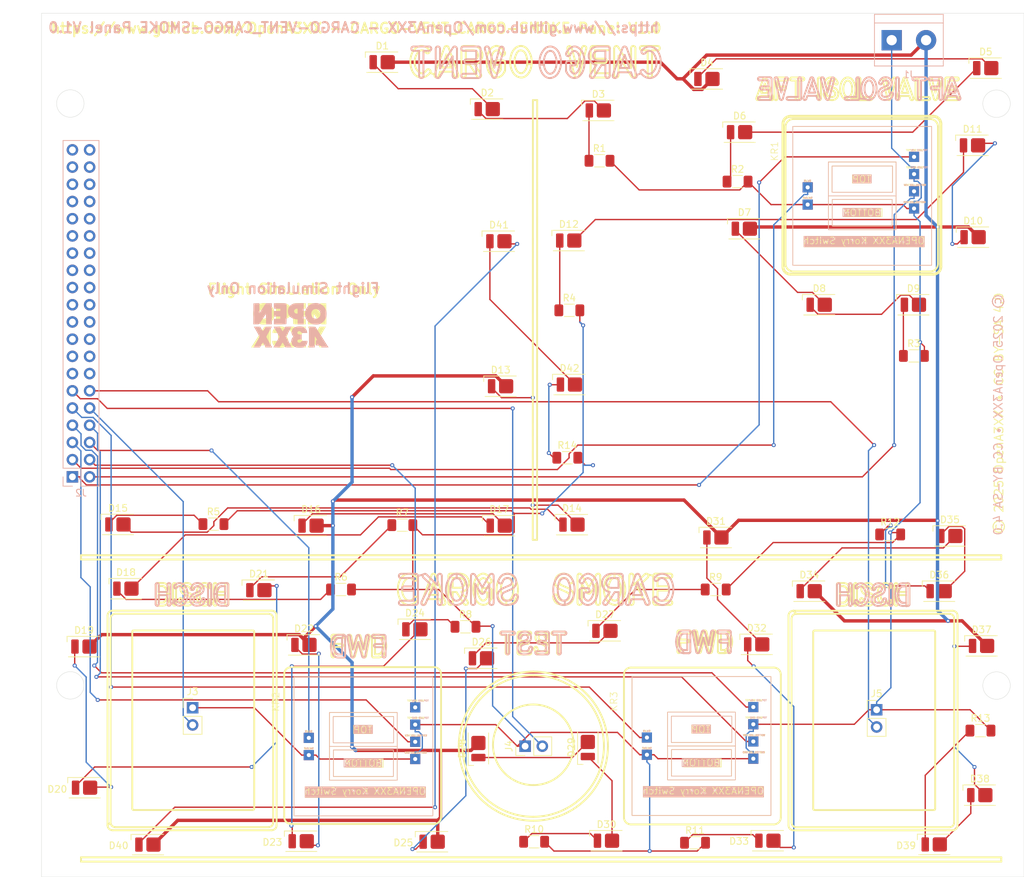
<source format=kicad_pcb>
(kicad_pcb (version 20241229) (generator "pcbnew") (generator_version "9.0")
  (layers (0 "F.Cu" signal) (2 "B.Cu" signal) (13 "F.Paste" user) (15 "B.Paste" user) (5 "F.SilkS" user "F.Silkscreen") (7 "B.SilkS" user "B.Silkscreen") (1 "F.Mask" user) (3 "B.Mask" user) (25 "Edge.Cuts" user))
  (net 0 "")
  (net 1 "+12V")
  (net 2 "Net-(D1-K)")
  (net 3 "Net-(D2-K)")
  (net 4 "Net-(D3-K)")
  (net 5 "Net-(D4-K)")
  (net 6 "Net-(D5-K)")
  (net 7 "Net-(D6-K)")
  (net 8 "Net-(D7-K)")
  (net 9 "Net-(D8-K)")
  (net 10 "Net-(D9-K)")
  (net 11 "Net-(D10-K)")
  (net 12 "Net-(D11-K)")
  (net 13 "Net-(D12-K)")
  (net 14 "Net-(D13-K)")
  (net 15 "Net-(D14-K)")
  (net 16 "Net-(D15-K)")
  (net 17 "Net-(D16-K)")
  (net 18 "Net-(D17-K)")
  (net 19 "Net-(D18-K)")
  (net 20 "Net-(D19-K)")
  (net 21 "Net-(D20-K)")
  (net 22 "Net-(D21-K)")
  (net 23 "Net-(D22-K)")
  (net 24 "Net-(D23-K)")
  (net 25 "Net-(D24-K)")
  (net 26 "Net-(D25-K)")
  (net 27 "Net-(D26-K)")
  (net 28 "Net-(D27-K)")
  (net 29 "Net-(D28-K)")
  (net 30 "Net-(D29-K)")
  (net 31 "Net-(D30-K)")
  (net 32 "Net-(D31-K)")
  (net 33 "Net-(D32-K)")
  (net 34 "Net-(D33-K)")
  (net 35 "Net-(D34-K)")
  (net 36 "Net-(D35-K)")
  (net 37 "Net-(D36-K)")
  (net 38 "Net-(D37-K)")
  (net 39 "Net-(D38-K)")
  (net 40 "Net-(D39-K)")
  (net 41 "Net-(D40-K)")
  (net 42 "Net-(D41-K)")
  (net 43 "Net-(D42-K)")
  (net 44 "GND")
  (net 46 "Net-(J2-Pin_9)")
  (net 47 "Net-(J2-Pin_2)")
  (net 53 "Net-(J2-Pin_12)")
  (net 55 "Net-(J2-Pin_6)")
  (net 56 "Net-(J2-Pin_7)")
  (net 61 "Net-(J2-Pin_11)")
  (net 67 "Net-(J2-Pin_10)")
  (net 76 "Net-(J2-Pin_1)")
  (net 79 "Net-(J2-Pin_4)")
  (net 80 "Net-(J2-Pin_8)")
  (net 82 "Net-(J2-Pin_5)")
  (net 84 "Net-(J2-Pin_3)")
  (footprint "OpenA3XX:LED_Everlight-SMD3528_3.5x2.8mm_67-21ST" (layer "F.Cu") (at 267.19 146.025)
    (property "Reference" "D9")
    (property "Value" "LED")
  )
  (footprint "OpenA3XX:LED_Everlight-SMD3528_3.5x2.8mm_67-21ST" (layer "F.Cu") (at 170.59 188.15)
    (property "Reference" "D21")
    (property "Value" "LED")
  )
  (footprint "OpenA3XX:Korry Switch" (layer "F.Cu") (at 249.375 119.7)
    (property "Reference" "KR1")
    (property "Value" "~")
  )
  (footprint "OpenA3XX:LED_Everlight-SMD3528_3.5x2.8mm_67-21ST" (layer "F.Cu") (at 245.715 225.125)
    (property "Reference" "D33")
    (property "Value" "LED")
  )
  (footprint "OpenA3XX:LED_Everlight-SMD3528_3.5x2.8mm_67-21ST" (layer "F.Cu") (at 216.425 157.8)
    (property "Reference" "D42")
    (property "Value" "LED")
  )
  (footprint "OpenA3XX:LED_Everlight-SMD3528_3.5x2.8mm_67-21ST" (layer "F.Cu") (at 216.8 178.475)
    (property "Reference" "D14")
    (property "Value" "LED")
  )
  (footprint "OpenA3XX:LED_Everlight-SMD3528_3.5x2.8mm_67-21ST" (layer "F.Cu") (at 178.29 178.625)
    (property "Reference" "D16")
    (property "Value" "LED")
  )
  (footprint "OpenA3XX:LED_Everlight-SMD3528_3.5x2.8mm_67-21ST" (layer "F.Cu") (at 241.54 120.55)
    (property "Reference" "D6")
    (property "Value" "LED")
  )
  (footprint "Resistor_SMD:R_1206_3216Metric_Pad1.30x1.75mm_HandSolder" (layer "F.Cu") (at 263.75 179.925)
    (property "Reference" "R12")
    (property "Value" "220R")
  )
  (footprint "OpenA3XX:LED_Everlight-SMD3528_3.5x2.8mm_67-21ST" (layer "F.Cu") (at 219.125 211.36 90)
    (property "Reference" "D29")
    (property "Value" "LED")
  )
  (footprint "Resistor_SMD:R_1206_3216Metric_Pad1.30x1.75mm_HandSolder" (layer "F.Cu") (at 201.075 193.55)
    (property "Reference" "R8")
    (property "Value" "220R")
  )
  (footprint "OpenA3XX:LED_Everlight-SMD3528_3.5x2.8mm_67-21ST" (layer "F.Cu") (at 276 136.05)
    (property "Reference" "D10")
    (property "Value" "LED")
  )
  (footprint "OpenA3XX:LED_Everlight-SMD3528_3.5x2.8mm_67-21ST" (layer "F.Cu") (at 221.665 194.15)
    (property "Reference" "D27")
    (property "Value" "LED")
  )
  (footprint "OpenA3XX:LED_Everlight-SMD3528_3.5x2.8mm_67-21ST" (layer "F.Cu") (at 149.79 178.45)
    (property "Reference" "D15")
    (property "Value" "LED")
  )
  (footprint "Connector_PinHeader_2.54mm:PinHeader_1x02_P2.54mm_Vertical" (layer "F.Cu") (at 160.8 205.5)
    (property "Reference" "J3")
    (property "Value" "Conn_02x01")
  )
  (footprint "OpenA3XX:LED_Everlight-SMD3528_3.5x2.8mm_67-21ST" (layer "F.Cu") (at 206.015 136.65)
    (property "Reference" "D41")
    (property "Value" "LED")
  )
  (footprint "OpenA3XX:LED_Everlight-SMD3528_3.5x2.8mm_67-21ST" (layer "F.Cu") (at 270.265 225.675)
    (property "Reference" "D39")
    (property "Value" "LED")
  )
  (footprint "OpenA3XX:LED_Everlight-SMD3528_3.5x2.8mm_67-21ST" (layer "F.Cu") (at 251.815 188.3)
    (property "Reference" "D34")
    (property "Value" "LED")
  )
  (footprint "OpenA3XX:LED_Everlight-SMD3528_3.5x2.8mm_67-21ST" (layer "F.Cu") (at 277.865 111.1)
    (property "Reference" "D5")
    (property "Value" "LED")
  )
  (footprint "Resistor_SMD:R_1206_3216Metric_Pad1.30x1.75mm_HandSolder" (layer "F.Cu") (at 216.4 146.85)
    (property "Reference" "R4")
    (property "Value" "220R")
  )
  (footprint "Resistor_SMD:R_1206_3216Metric_Pad1.30x1.75mm_HandSolder" (layer "F.Cu") (at 267.25 153.575)
    (property "Reference" "R3")
    (property "Value" "220R")
  )
  (footprint "Resistor_SMD:R_1206_3216Metric_Pad1.30x1.75mm_HandSolder" (layer "F.Cu") (at 220.85 124.775)
    (property "Reference" "R1")
    (property "Value" "220R")
  )
  (footprint "OpenA3XX:LED_Everlight-SMD3528_3.5x2.8mm_67-21ST" (layer "F.Cu") (at 144.865 217.3)
    (property "Reference" "D20")
    (property "Value" "LED")
  )
  (footprint "OpenA3XX:LED_Everlight-SMD3528_3.5x2.8mm_67-21ST" (layer "F.Cu") (at 216.325 136.55)
    (property "Reference" "D12")
    (property "Value" "LED")
  )
  (footprint "OpenA3XX:LED_Everlight-SMD3528_3.5x2.8mm_67-21ST" (layer "F.Cu") (at 270.99 188.3)
    (property "Reference" "D36")
    (property "Value" "LED")
  )
  (footprint "OpenA3XX:LED_Everlight-SMD3528_3.5x2.8mm_67-21ST" (layer "F.Cu") (at 253.29 146.025)
    (property "Reference" "D8")
    (property "Value" "LED")
  )
  (footprint "Resistor_SMD:R_1206_3216Metric_Pad1.30x1.75mm_HandSolder" (layer "F.Cu") (at 234.95 225.425)
    (property "Reference" "R11")
    (property "Value" "220R")
  )
  (footprint "Resistor_SMD:R_1206_3216Metric_Pad1.30x1.75mm_HandSolder" (layer "F.Cu") (at 238 188.05)
    (property "Reference" "R9")
    (property "Value" "220R")
  )
  (footprint "OpenA3XX:LED_Everlight-SMD3528_3.5x2.8mm_67-21ST" (layer "F.Cu") (at 272.565 180.15)
    (property "Reference" "D35")
    (property "Value" "LED")
  )
  (footprint "OpenA3XX:LED_Everlight-SMD3528_3.5x2.8mm_67-21ST" (layer "F.Cu") (at 277.25 196.375)
    (property "Reference" "D37")
    (property "Value" "LED")
  )
  (footprint "OpenA3XX:LED_Everlight-SMD3528_3.5x2.8mm_67-21ST" (layer "F.Cu") (at 206.065 178.625)
    (property "Reference" "D17")
    (property "Value" "LED")
  )
  (footprint "OpenA3XX:OpenA3XXLogoSmall" (layer "F.Cu") (at 175.05 149)
    (property "Reference" "top" (hide yes))
    (property "Value" "LOGO" (hide yes))
  )
  (footprint "OpenA3XX:LED_Everlight-SMD3528_3.5x2.8mm_67-21ST" (layer "F.Cu") (at 196.165 225.275)
    (property "Reference" "D25")
    (property "Value" "LED")
  )
  (footprint "OpenA3XX:LED_Everlight-SMD3528_3.5x2.8mm_67-21ST" (layer "F.Cu") (at 206.265 158.05)
    (property "Reference" "D13")
    (property "Value" "LED")
  )
  (footprint "OpenA3XX:LED_Everlight-SMD3528_3.5x2.8mm_67-21ST" (layer "F.Cu") (at 176.84 225.2)
    (property "Reference" "D23")
    (property "Value" "LED")
  )
  (footprint "OpenA3XX:LED_Everlight-SMD3528_3.5x2.8mm_67-21ST" (layer "F.Cu") (at 276.99 218.4)
    (property "Reference" "D38")
    (property "Value" "LED")
  )
  (footprint "OpenA3XX:LED_Everlight-SMD3528_3.5x2.8mm_67-21ST" (layer "F.Cu") (at 193.615 193.925)
    (property "Reference" "D24")
    (property "Value" "LED")
  )
  (footprint "OpenA3XX:LED_Everlight-SMD3528_3.5x2.8mm_67-21ST" (layer "F.Cu") (at 177.24 196.225)
    (property "Reference" "D22")
    (property "Value" "LED")
  )
  (footprint "Connector_PinHeader_2.54mm:PinHeader_1x02_P2.54mm_Vertical" (layer "F.Cu") (at 209.875 211.175 90)
    (property "Reference" "J4")
    (property "Value" "Conn_02x01")
  )
  (footprint "OpenA3XX:LED_Everlight-SMD3528_3.5x2.8mm_67-21ST" (layer "F.Cu") (at 275.915 122.5)
    (property "Reference" "D11")
    (property "Value" "LED")
  )
  (footprint "Resistor_SMD:R_1206_3216Metric_Pad1.30x1.75mm_HandSolder" (layer "F.Cu") (at 211.2 225.275)
    (property "Reference" "R10")
    (property "Value" "220R")
  )
  (footprint "Resistor_SMD:R_1206_3216Metric_Pad1.30x1.75mm_HandSolder" (layer "F.Cu") (at 182.7 188.05)
    (property "Reference" "R6")
    (property "Value" "220R")
  )
  (footprint "OpenA3XX:LED_Everlight-SMD3528_3.5x2.8mm_67-21ST" (layer "F.Cu") (at 203.44 198.2)
    (property "Reference" "D26")
    (property "Value" "LED")
  )
  (footprint "Resistor_SMD:R_1206_3216Metric_Pad1.30x1.75mm_HandSolder" (layer "F.Cu") (at 216.1 168.6)
    (property "Reference" "R14")
    (property "Value" "220R")
  )
  (footprint "Connector_PinHeader_2.54mm:PinHeader_1x02_P2.54mm_Vertical" (layer "F.Cu") (at 261.75 205.8)
    (property "Reference" "J5")
    (property "Value" "Conn_02x01")
  )
  (footprint "Resistor_SMD:R_1206_3216Metric_Pad1.30x1.75mm_HandSolder" (layer "F.Cu") (at 277.075 208.875)
    (property "Reference" "R13")
    (property "Value" "220R")
  )
  (footprint "OpenA3XX:LED_Everlight-SMD3528_3.5x2.8mm_67-21ST" (layer "F.Cu") (at 144.7748 196.475)
    (property "Reference" "D19")
    (property "Value" "LED")
  )
  (footprint "Resistor_SMD:R_1206_3216Metric_Pad1.30x1.75mm_HandSolder" (layer "F.Cu") (at 163.875 178.4)
    (property "Reference" "R5")
    (property "Value" "220R")
  )
  (footprint "Resistor_SMD:R_1206_3216Metric_Pad1.30x1.75mm_HandSolder" (layer "F.Cu") (at 191.75 178.55)
    (property "Reference" "R7")
    (property "Value" "220R")
  )
  (footprint "OpenA3XX:LED_Everlight-SMD3528_3.5x2.8mm_67-21ST" (layer "F.Cu") (at 154.215 225.7)
    (property "Reference" "D40")
    (property "Value" "LED")
  )
  (footprint "OpenA3XX:LED_Everlight-SMD3528_3.5x2.8mm_67-21ST" (layer "F.Cu") (at 150.965 187.925)
    (property "Reference" "D18")
    (property "Value" "LED")
  )
  (footprint "OpenA3XX:LED_Everlight-SMD3528_3.5x2.8mm_67-21ST" (layer "F.Cu") (at 244.065 196.15)
    (property "Reference" "D32")
    (property "Value" "LED")
  )
  (footprint "OpenA3XX:Korry Switch" (layer "F.Cu") (at 225.65 200.9)
    (property "Reference" "KR3")
    (property "Value" "~")
  )
  (footprint "OpenA3XX:Korry Switch" (layer "F.Cu") (at 175.75 200.95)
    (property "Reference" "KR2")
    (property "Value" "~")
  )
  (footprint "OpenA3XX:LED_Everlight-SMD3528_3.5x2.8mm_67-21ST" (layer "F.Cu") (at 238.04 180.375)
    (property "Reference" "D31")
    (property "Value" "LED")
  )
  (footprint "OpenA3XX:LED_Everlight-SMD3528_3.5x2.8mm_67-21ST" (layer "F.Cu") (at 236.715 112.7)
    (property "Reference" "D4")
    (property "Value" "LED")
  )
  (footprint "OpenA3XX:LED_Everlight-SMD3528_3.5x2.8mm_67-21ST" (layer "F.Cu") (at 202.975 211.51 90)
    (property "Reference" "D28")
    (property "Value" "LED")
  )
  (footprint "OpenA3XX:LED_Everlight-SMD3528_3.5x2.8mm_67-21ST" (layer "F.Cu") (at 242.24 134.8)
    (property "Reference" "D7")
    (property "Value" "LED")
  )
  (footprint "OpenA3XX:LED_Everlight-SMD3528_3.5x2.8mm_67-21ST" (layer "F.Cu") (at 188.79 110.225)
    (property "Reference" "D1")
    (property "Value" "LED")
  )
  (footprint "OpenA3XX:LED_Everlight-SMD3528_3.5x2.8mm_67-21ST" (layer "F.Cu") (at 221.89 225.125)
    (property "Reference" "D30")
    (property "Value" "LED")
  )
  (footprint "Resistor_SMD:R_1206_3216Metric_Pad1.30x1.75mm_HandSolder" (layer "F.Cu") (at 241.225 127.85)
    (property "Reference" "R2")
    (property "Value" "220R")
  )
  (footprint "OpenA3XX:LED_Everlight-SMD3528_3.5x2.8mm_67-21ST" (layer "F.Cu") (at 204.29 117.15)
    (property "Reference" "D2")
    (property "Value" "LED")
  )
  (footprint "OpenA3XX:LED_Everlight-SMD3528_3.5x2.8mm_67-21ST" (layer "F.Cu") (at 220.69 117.35)
    (property "Reference" "D3")
    (property "Value" "LED")
  )
  (footprint "Connector_PinHeader_2.54mm:PinHeader_2x20_P2.54mm_Vertical" (layer "B.Cu") (at 143.06 171.425)
    (property "Reference" "J2")
    (property "Value" "Conn_02x20_Counter_Clockwise")
  )
  (footprint "TerminalBlock:TerminalBlock_bornier-2_P5.08mm" (layer "B.Cu") (at 263.97 106.975)
    (property "Reference" "J1")
    (property "Value" "Conn_02x01")
  )
  (footprint "OpenA3XX:OpenA3XXLogoSmall" (layer "B.Cu") (at 175.25 149 180)
    (property "Reference" "bottom" (hide yes))
    (property "Value" "LOGO" (hide yes))
  )
  (gr_line (start 239.696777 196.747736) (end 239.711243 196.72973) (stroke (width 0.279999) (color 51 153 102 1)) (layer "F.SilkS"))
  (gr_line (start 257.322876 187.883051) (end 257.316467 187.873224) (stroke (width 0.279999) (color 51 153 102 1)) (layer "F.SilkS"))
  (gr_line (start 247.115478 112.935999) (end 247.115478 113.831873) (stroke (width 0.279999) (color 51 153 102 1)) (layer "F.SilkS"))
  (gr_line (start 204.922241 189.293604) (end 204.895264 189.352106) (stroke (width 0.279999) (color 51 153 102 1)) (layer "F.SilkS"))
  (gr_curve (pts (xy 223.012695 108.156366) (xy 223.035461 107.998651) (xy 223.116211 107.894739) (xy 223.255005 107.84469)) (stroke (width 0.279999) (color 51 153 102 1)) (layer "F.SilkS"))
  (gr_line (start 188.588745 195.348841) (end 188.561401 195.320978) (stroke (width 0.279999) (color 51 153 102 1)) (layer "F.SilkS"))
  (gr_line (start 156.538452 189.93136) (end 156.551331 189.923181) (stroke (width 0.279999) (color 51 153 102 1)) (layer "F.SilkS"))
  (gr_line (start 258.914612 115.603937) (end 258.914612 112.708338) (stroke (width 0.279999) (color 51 153 102 1)) (layer "F.SilkS"))
  (gr_curve (pts (xy 160.670227 187.437769) (xy 160.742004 187.550287) (xy 160.806824 187.672052) (xy 160.864685 187.803125)) (stroke (width 0.279999) (color 51 153 102 1)) (layer "F.SilkS"))
  (gr_line (start 225.252319 190.013788) (end 225.252319 186.034662) (stroke (width 0.279999) (color 51 153 102 1)) (layer "F.SilkS"))
  (gr_curve (pts (xy 270.11499 118.134424) (xy 270.774597 118.134424) (xy 271.305603 118.665399) (xy 271.305603 119.324976)) (stroke (width 0.279999) (color 51 153 102 1)) (layer "F.SilkS"))
  (gr_curve (pts (xy 200.597961 112.41955) (xy 200.514587 112.357386) (xy 200.472839 112.273218) (xy 200.472839 112.167047)) (stroke (width 0.279999) (color 51 153 102 1)) (layer "F.SilkS"))
  (gr_curve (pts (xy 160.560913 188.723902) (xy 160.773071 188.865869) (xy 160.904297 189.062494) (xy 160.954651 189.313684)) (stroke (width 0.279999) (color 51 153 102 1)) (layer "F.SilkS"))
  (gr_line (start 197.506409 190.12182) (end 197.274536 189.478144) (stroke (width 0.279999) (color 51 153 102 1)) (layer "F.SilkS"))
  (gr_line (start 215.167175 187.374903) (end 215.191956 187.389551) (stroke (width 0.279999) (color 51 153 102 1)) (layer "F.SilkS"))
  (gr_curve (pts (xy 222.144226 188.11651) (xy 222.151672 188.33407) (xy 222.183228 188.549005) (xy 222.238708 188.761316)) (stroke (width 0.279999) (color 51 153 102 1)) (layer "F.SilkS"))
  (gr_line (start 188.561401 195.320978) (end 188.530823 195.296381) (stroke (width 0.279999) (color 51 153 102 1)) (layer "F.SilkS"))
  (gr_curve (pts (xy 206.253418 111.354914) (xy 206.26178 111.33822) (xy 206.270081 111.321558) (xy 206.278442 111.304865)) (stroke (width 0.279999) (color 51 153 102 1)) (layer "F.SilkS"))
  (gr_line (start 239.777161 194.890924) (end 239.764282 194.87124) (stroke (width 0.279999) (color 51 153 102 1)) (layer "F.SilkS"))
  (gr_line (start 239.56012 196.880487) (end 239.568176 196.873926) (stroke (width 0.279999) (color 51 153 102 1)) (layer "F.SilkS"))
  (gr_line (start 257.234497 189.784357) (end 257.242554 189.775354) (stroke (width 0.279999) (color 51 153 102 1)) (layer "F.SilkS"))
  (gr_line (start 197.044983 188.845728) (end 196.360779 186.955164) (stroke (width 0.279999) (color 51 153 102 1)) (layer "F.SilkS"))
  (gr_curve (pts (xy 255.190674 115.825067) (xy 254.9422 115.825067) (xy 254.705017 115.792566) (xy 254.479004 115.727594)) (stroke (width 0.279999) (color 51 153 102 1)) (layer "F.SilkS"))
  (gr_curve (pts (xy 231.594665 190.009302) (xy 231.594665 190.189356) (xy 231.488892 190.294367) (xy 231.277344 190.324396)) (stroke (width 0.279999) (color 51 153 102 1)) (layer "F.SilkS"))
  (gr_curve (pts (xy 228.266663 112.487818) (xy 228.07782 112.484766) (xy 227.97583 112.378626) (xy 227.960693 112.169306)) (stroke (width 0.279999) (color 51 153 102 1)) (layer "F.SilkS"))
  (gr_line (start 160.534424 188.708338) (end 160.560913 188.723902) (stroke (width 0.279999) (color 51 153 102 1)) (layer "F.SilkS"))
  (gr_line (start 157.051086 188.759943) (end 157.051086 188.744379) (stroke (width 0.279999) (color 51 153 102 1)) (layer "F.SilkS"))
  (gr_curve (pts (xy 246.897827 115.826685) (xy 246.763367 115.828882) (xy 246.685486 115.752436) (xy 246.664062 115.597406)) (stroke (width 0.279999) (color 51 153 102 1)) (layer "F.SilkS"))
  (gr_curve (pts (xy 192.47168 185.744318) (xy 192.723755 185.685816) (xy 192.975098 185.710199) (xy 193.225647 185.817469)) (stroke (width 0.279999) (color 51 153 102 1)) (layer "F.SilkS"))
  (gr_curve (pts (xy 214.818359 197.639398) (xy 214.684448 197.637201) (xy 214.612122 197.560449) (xy 214.601379 197.409113)) (stroke (width 0.279999) (color 51 153 102 1)) (layer "F.SilkS"))
  (gr_line (start 157.038269 188.981104) (end 157.041443 188.949976) (stroke (width 0.279999) (color 51 153 102 1)) (layer "F.SilkS"))
  (gr_line (start 272.317688 112.932703) (end 272.317688 113.828577) (stroke (width 0.279999) (color 51 153 102 1)) (layer "F.SilkS"))
  (gr_line (start 256.890625 189.985071) (end 256.897827 189.984247) (stroke (width 0.279999) (color 51 153 102 1)) (layer "F.SilkS"))
  (gr_line (start 255.990723 113.196405) (end 256.005188 113.238977) (stroke (width 0.279999) (color 51 153 102 1)) (layer "F.SilkS"))
  (gr_line (start 188.395813 197.579309) (end 188.411865 197.572748) (stroke (width 0.279999) (color 51 153 102 1)) (layer "F.SilkS"))
  (gr_line (start 188.932739 196.237085) (end 188.929504 196.202661) (stroke (width 0.279999) (color 51 153 102 1)) (layer "F.SilkS"))
  (gr_line (start 156.998047 189.223596) (end 157.000488 189.211298) (stroke (width 0.279999) (color 51 153 102 1)) (layer "F.SilkS"))
  (gr_curve (pts (xy 186.400818 197.884149) (xy 186.366516 198.005426) (xy 186.296631 198.068231) (xy 186.19104 198.072595)) (stroke (width 0.279999) (color 51 153 102 1)) (layer "F.SilkS"))
  (gr_line (start 257.103516 189.902338) (end 257.112366 189.896601) (stroke (width 0.279999) (color 51 153 102 1)) (layer "F.SilkS"))
  (gr_curve (pts (xy 260.561157 189.983423) (xy 260.771118 189.983423) (xy 260.915222 189.882929) (xy 260.993469 189.68197)) (stroke (width 0.279999) (color 51 153 102 1)) (layer "F.SilkS"))
  (gr_line (start 257.173462 187.697931) (end 257.142883 187.673334) (stroke (width 0.279999) (color 51 153 102 1)) (layer "F.SilkS"))
  (gr_line (start 160.030579 187.087183) (end 160.197754 187.119135) (stroke (width 0.279999) (color 51 153 102 1)) (layer "F.SilkS"))
  (gr_line (start 257.096313 189.906427) (end 257.103516 189.902338) (stroke (width 0.279999) (color 51 153 102 1)) (layer "F.SilkS"))
  (gr_curve (pts (xy 208.649353 187.040705) (xy 208.787353 187.456323) (xy 208.839478 187.887689) (xy 208.805725 188.334803)) (stroke (width 0.279999) (color 51 153 102 1)) (layer "F.SilkS"))
  (gr_curve (pts (xy 257.213623 189.806482) (xy 257.215759 189.804315) (xy 257.217895 189.802118) (xy 257.220032 189.799921)) (stroke (width 0.279999) (color 51 153 102 1)) (layer "F.SilkS"))
  (gr_curve (pts (xy 234.356506 194.313227) (xy 234.356506 194.455805) (xy 234.280945 194.532007) (xy 234.129822 194.541834)) (stroke (width 0.279999) (color 51 153 102 1)) (layer "F.SilkS"))
  (gr_line (start 239.990967 195.695612) (end 239.990967 195.680841) (stroke (width 0.279999) (color 51 153 102 1)) (layer "F.SilkS"))
  (gr_line (start 188.788879 197.145014) (end 188.794495 197.131891) (stroke (width 0.279999) (color 51 153 102 1)) (layer "F.SilkS"))
  (gr_line (start 156.948242 189.392328) (end 156.956299 189.366114) (stroke (width 0.279999) (color 51 153 102 1)) (layer "F.SilkS"))
  (gr_curve (pts (xy 218.447021 203.770288) (xy 216.488831 201.812097) (xy 213.833008 200.71203) (xy 211.063721 200.71203)) (stroke (width 0.279999) (color 51 153 102 1)) (layer "F.SilkS"))
  (gr_line (start 164.342346 188.397852) (end 165.636047 188.397852) (stroke (width 0.279999) (color 51 153 102 1)) (layer "F.SilkS"))
  (gr_curve (pts (xy 239.494202 194.597559) (xy 239.493957 194.597406) (xy 239.484558 194.592646) (xy 239.465271 194.582819)) (stroke (width 0.279999) (color 51 153 102 1)) (layer "F.SilkS"))
  (gr_curve (pts (xy 206.094177 107.934564) (xy 206.424805 108.115808) (xy 206.671997 108.370203) (xy 206.835815 108.697809)) (stroke (width 0.279999) (color 51 153 102 1)) (layer "F.SilkS"))
  (gr_curve (pts (xy 159.508301 187.731043) (xy 159.456909 187.810785) (xy 159.437622 187.899805) (xy 159.450439 187.998102)) (stroke (width 0.279999) (color 51 153 102 1)) (layer "F.SilkS"))
  (gr_line (start 156.734497 189.773249) (end 156.742554 189.764246) (stroke (width 0.279999) (color 51 153 102 1)) (layer "F.SilkS"))
  (gr_curve (pts (xy 236.190735 194.268152) (xy 236.236816 194.159998) (xy 236.310486 194.104273) (xy 236.411743 194.101007)) (stroke (width 0.279999) (color 51 153 102 1)) (layer "F.SilkS"))
  (gr_curve (pts (xy 262.148132 187.668421) (xy 262.312561 187.373529) (xy 262.551208 187.188928) (xy 262.864075 187.114679)) (stroke (width 0.279999) (color 51 153 102 1)) (layer "F.SilkS"))
  (gr_line (start 196.438721 222.656641) (end 175.34314 222.656641) (stroke (width 0.279999) (color 0 0 255 1)) (layer "F.SilkS"))
  (gr_line (start 239.984558 195.918482) (end 239.986145 195.885706) (stroke (width 0.279999) (color 51 153 102 1)) (layer "F.SilkS"))
  (gr_line (start 157.011719 189.15069) (end 157.015747 189.135126) (stroke (width 0.279999) (color 51 153 102 1)) (layer "F.SilkS"))
  (gr_line (start 201.11438 110.565515) (end 201.11438 112.167047) (stroke (width 0.279999) (color 51 153 102 1)) (layer "F.SilkS"))
  (gr_line (start 196.360779 186.955164) (end 197.044983 188.845728) (stroke (width 0.279999) (color 51 153 102 1)) (layer "F.SilkS"))
  (gr_curve (pts (xy 194.13269 108.693262) (xy 193.98407 108.838831) (xy 193.860413 109.025385) (xy 193.761841 109.252863)) (stroke (width 0.279999) (color 51 153 102 1)) (layer "F.SilkS"))
  (gr_line (start 256.883362 189.985895) (end 256.890625 189.985071) (stroke (width 0.279999) (color 51 153 102 1)) (layer "F.SilkS"))
  (gr_curve (pts (xy 257.479004 112.475763) (xy 257.742493 112.475763) (xy 257.957764 112.577051) (xy 258.124817 112.779596)) (stroke (width 0.279999) (color 51 153 102 1)) (layer "F.SilkS"))
  (gr_line (start 253.966553 115.094599) (end 253.944031 114.979944) (stroke (width 0.279999) (color 51 153 102 1)) (layer "F.SilkS"))
  (gr_line (start 156.967529 188.181604) (end 156.961914 188.169306) (stroke (width 0.279999) (color 51 153 102 1)) (layer "F.SilkS"))
  (gr_line (start 188.913452 196.70907) (end 188.915832 196.69433) (stroke (width 0.279999) (color 51 153 102 1)) (layer "F.SilkS"))
  (gr_curve (pts (xy 217.914123 190.321009) (xy 217.721313 190.320276) (xy 217.617371 190.216364) (xy 217.602417 190.009302)) (stroke (width 0.279999) (color 51 153 102 1)) (layer "F.SilkS"))
  (gr_line (start 248.305603 139.970667) (end 248.305603 119.754724) (stroke (width 0.279999) (color 51 153 102 1)) (layer "F.SilkS"))
  (gr_curve (pts (xy 213.224365 197.229029) (xy 213.138855 197.355677) (xy 213.031555 197.453546) (xy 212.902527 197.522608)) (stroke (width 0.279999) (color 51 153 102 1)) (layer "F.SilkS"))
  (gr_curve (pts (xy 160.061157 189.972315) (xy 160.271118 189.972315) (xy 160.415222 189.87182) (xy 160.493469 189.670862)) (stroke (width 0.279999) (color 51 153 102 1)) (layer "F.SilkS"))
  (gr_line (start 188.900574 195.98797) (end 188.892517 195.95849) (stroke (width 0.279999) (color 51 153 102 1)) (layer "F.SilkS"))
  (gr_line (start 246.664062 115.597406) (end 246.664062 112.708338) (stroke (width 0.279999) (color 51 153 102 1)) (layer "F.SilkS"))
  (gr_line (start 257.500488 189.222406) (end 257.504517 189.206842) (stroke (width 0.279999) (color 51 153 102 1)) (layer "F.SilkS"))
  (gr_curve (pts (xy 160.364075 187.794123) (xy 160.332458 187.728052) (xy 160.288269 187.673151) (xy 160.231506 187.62948)) (stroke (width 0.279999) (color 51 153 102 1)) (layer "F.SilkS"))
  (gr_line (start 156.900818 189.510309) (end 156.906494 189.497187) (stroke (width 0.279999) (color 51 153 102 1)) (layer "F.SilkS"))
  (gr_curve (pts (xy 187.338867 194.779322) (xy 187.382263 194.737268) (xy 187.434509 194.716242) (xy 187.495605 194.716242)) (stroke (width 0.279999) (color 51 153 102 1)) (layer "F.SilkS"))
  (gr_line (start 244.004456 115.51388) (end 244.519348 114.070154) (stroke (width 0.279999) (color 51 153 102 1)) (layer "F.SilkS"))
  (gr_curve (pts (xy 265.108459 115.671106) (xy 265.039917 115.808679) (xy 264.942505 115.853723) (xy 264.816101 115.806208)) (stroke (width 0.279999) (color 51 153 102 1)) (layer "F.SilkS"))
  (gr_line (start 225.488464 222.722193) (end 246.584045 222.722193) (stroke (width 0.279999) (color 0 0 255 1)) (layer "F.SilkS"))
  (gr_line (start 156.413086 189.971491) (end 156.421143 189.970667) (stroke (width 0.279999) (color 51 153 102 1)) (layer "F.SilkS"))
  (gr_line (start 257.289185 189.713922) (end 257.29718 189.70492) (stroke (width 0.279999) (color 51 153 102 1)) (layer "F.SilkS"))
  (gr_line (start 257.438599 189.431299) (end 257.442627 189.418207) (stroke (width 0.279999) (color 51 153 102 1)) (layer "F.SilkS"))
  (gr_line (start 257.549499 188.692407) (end 257.549499 188.67602) (stroke (width 0.279999) (color 51 153 102 1)) (layer "F.SilkS"))
  (gr_curve (pts (xy 198.955505 110.993189) (xy 198.724976 110.356226) (xy 198.494446 109.719232) (xy 198.263916 109.08227)) (stroke (width 0.279999) (color 51 153 102 1)) (layer "F.SilkS"))
  (gr_line (start 188.767151 195.602045) (end 188.762329 195.591394) (stroke (width 0.279999) (color 51 153 102 1)) (layer "F.SilkS"))
  (gr_line (start 220.173645 108.463495) (end 220.173645 109.707849) (stroke (width 0.279999) (color 51 153 102 1)) (layer "F.SilkS"))
  (gr_line (start 188.8974 196.799219) (end 188.89978 196.785272) (stroke (width 0.279999) (color 51 153 102 1)) (layer "F.SilkS"))
  (gr_line (start 257.490051 189.264185) (end 257.493225 189.250269) (stroke (width 0.279999) (color 51 153 102 1)) (layer "F.SilkS"))
  (gr_line (start 214.098144 189.466883) (end 214.057617 189.313837) (stroke (width 0.279999) (color 51 153 102 1)) (layer "F.SilkS"))
  (gr_curve (pts (xy 198.263916 109.08227) (xy 198.494446 109.719232) (xy 198.724976 110.356226) (xy 198.955505 110.993189)) (stroke (width 0.279999) (color 51 153 102 1)) (layer "F.SilkS"))
  (gr_curve (pts (xy 195.729675 108.404322) (xy 195.799438 108.495325) (xy 195.813843 108.595056) (xy 195.772888 108.703485)) (stroke (width 0.279999) (color 51 153 102 1)) (layer "F.SilkS"))
  (gr_curve (pts (xy 171.993164 223.127558) (xy 172.178894 223.127558) (xy 172.356934 223.053797) (xy 172.48822 222.92251)) (stroke (width 0.279999) (color 51 153 102 1)) (layer "F.SilkS"))
  (gr_line (start 156.889587 189.534052) (end 156.896851 189.521784) (stroke (width 0.279999) (color 51 153 102 1)) (layer "F.SilkS"))
  (gr_curve (pts (xy 195.224609 108.802454) (xy 195.021423 108.565851) (xy 194.825745 108.452112) (xy 194.637695 108.461206)) (stroke (width 0.279999) (color 51 153 102 1)) (layer "F.SilkS"))
  (gr_curve (pts (xy 206.405395 194.734705) (xy 206.254822 194.72262) (xy 206.17981 194.645594) (xy 206.180359 194.503595)) (stroke (width 0.279999) (color 51 153 102 1)) (layer "F.SilkS"))
  (gr_line (start 239.830994 196.533869) (end 239.838257 196.52157) (stroke (width 0.279999) (color 51 153 102 1)) (layer "F.SilkS"))
  (gr_line (start 249.039551 118.134424) (end 270.11499 118.134424) (stroke (width 0.279999) (color 51 153 102 1)) (layer "F.SilkS"))
  (gr_line (start 239.404236 194.55987) (end 239.389709 194.55578) (stroke (width 0.279999) (color 51 153 102 1)) (layer "F.SilkS"))
  (gr_line (start 257.34137 187.913355) (end 257.335754 187.902704) (stroke (width 0.279999) (color 51 153 102 1)) (layer "F.SilkS"))
  (gr_line (start 280.147034 182.989893) (end 144.329651 182.989893) (stroke (width 0.279999) (color 51 153 102 1)) (layer "F.SilkS"))
  (gr_line (start 188.93512 196.473902) (end 188.937561 196.45669) (stroke (width 0.279999) (color 51 153 102 1)) (layer "F.SilkS"))
  (gr_line (start 193.842346 186.268732) (end 193.853577 186.284479) (stroke (width 0.279999) (color 51 153 102 1)) (layer "F.SilkS"))
  (gr_curve (pts (xy 249.398132 222.933649) (xy 249.529419 223.064936) (xy 249.707458 223.138666) (xy 249.893127 223.138666)) (stroke (width 0.279999) (color 51 153 102 1)) (layer "F.SilkS"))
  (gr_curve (pts (xy 262.037231 189.657404) (xy 261.911316 189.330805) (xy 261.857239 188.991419) (xy 261.874939 188.639154)) (stroke (width 0.279999) (color 51 153 102 1)) (layer "F.SilkS"))
  (gr_curve (pts (xy 191.726746 187.756403) (xy 191.699707 187.975458) (xy 191.702332 188.195642) (xy 191.734619 188.416956)) (stroke (width 0.279999) (color 51 153 102 1)) (layer "F.SilkS"))
  (gr_line (start 188.871643 195.871637) (end 188.863586 195.843775) (stroke (width 0.279999) (color 51 153 102 1)) (layer "F.SilkS"))
  (gr_line (start 204.845764 189.455652) (end 204.827759 189.489405) (stroke (width 0.279999) (color 51 153 102 1)) (layer "F.SilkS"))
  (gr_curve (pts (xy 249.193176 222.438654) (xy 249.193115 222.624323) (xy 249.266846 222.802362) (xy 249.398132 222.933649)) (stroke (width 0.279999) (color 51 153 102 1)) (layer "F.SilkS"))
  (gr_curve (pts (xy 210.47113 111.71435) (xy 210.336121 111.946375) (xy 210.151855 112.143549) (xy 209.918335 112.305811)) (stroke (width 0.279999) (color 51 153 102 1)) (layer "F.SilkS"))
  (gr_line (start 239.471741 196.935388) (end 239.479736 196.931299) (stroke (width 0.279999) (color 51 153 102 1)) (layer "F.SilkS"))
  (gr_line (start 239.376892 194.550043) (end 239.347961 194.54513) (stroke (width 0.279999) (color 51 153 102 1)) (layer "F.SilkS"))
  (gr_line (start 257.37915 187.978907) (end 257.374329 187.968256) (stroke (width 0.279999) (color 51 153 102 1)) (layer "F.SilkS"))
  (gr_line (start 216.319519 187.886927) (end 216.360046 187.90719) (stroke (width 0.279999) (color 51 153 102 1)) (layer "F.SilkS"))
  (gr_line (start 239.889709 196.392115) (end 239.897705 196.3659) (stroke (width 0.279999) (color 51 153 102 1)) (layer "F.SilkS"))
  (gr_line (start 255.581055 114.056238) (end 255.609985 114.070978) (stroke (width 0.279999) (color 51 153 102 1)) (layer "F.SilkS"))
  (gr_curve (pts (xy 235.804871 197.27218) (xy 235.755615 197.390161) (xy 235.680054 197.445337) (xy 235.578247 197.437708)) (stroke (width 0.279999) (color 51 153 102 1)) (layer "F.SilkS"))
  (gr_curve (pts (xy 255.486267 112.565851) (xy 255.621216 112.630274) (xy 255.724609 112.718714) (xy 255.796326 112.831171)) (stroke (width 0.279999) (color 51 153 102 1)) (layer "F.SilkS"))
  (gr_curve (pts (xy 261.170227 187.448908) (xy 261.242004 187.561396) (xy 261.306824 187.683191) (xy 261.364685 187.814234)) (stroke (width 0.279999) (color 51 153 102 1)) (layer "F.SilkS"))
  (gr_curve (pts (xy 197.465942 221.629145) (xy 197.465942 222.198389) (xy 197.007812 222.656641) (xy 196.438721 222.656641)) (stroke (width 0.279999) (color 0 0 255 1)) (layer "F.SilkS"))
  (gr_curve (pts (xy 223.332336 112.492365) (xy 223.151123 112.492365) (xy 223.044556 112.386194) (xy 223.012695 112.173883)) (stroke (width 0.279999) (color 51 153 102 1)) (layer "F.SilkS"))
  (gr_curve (pts (xy 212.605652 194.307855) (xy 212.659424 194.318292) (xy 212.713745 194.336115) (xy 212.768616 194.361322)) (stroke (width 0.279999) (color 51 153 102 1)) (layer "F.SilkS"))
  (gr_line (start 188.939148 196.378839) (end 188.939148 196.363275) (stroke (width 0.279999) (color 51 153 102 1)) (layer "F.SilkS"))
  (gr_line (start 157.046265 188.854975) (end 157.047119 188.83938) (stroke (width 0.279999) (color 51 153 102 1)) (layer "F.SilkS"))
  (gr_line (start 157.036621 188.507624) (end 157.034241 188.492884) (stroke (width 0.279999) (color 51 153 102 1)) (layer "F.SilkS"))
  (gr_line (start 265.926208 113.378198) (end 266.414551 114.753931) (stroke (width 0.279999) (color 51 153 102 1)) (layer "F.SilkS"))
  (gr_curve (pts (xy 194.481873 111.840601) (xy 194.758667 111.92779) (xy 195.028992 111.795465) (xy 195.292908 111.443628)) (stroke (width 0.279999) (color 51 153 102 1)) (layer "F.SilkS"))
  (gr_line (start 205.736999 109.971765) (end 205.757507 109.971765) (stroke (width 0.279999) (color 51 153 102 1)) (layer "F.SilkS"))
  (gr_line (start 206.405395 194.270868) (end 208.04303 194.270868) (stroke (width 0.279999) (color 51 153 102 1)) (layer "F.SilkS"))
  (gr_curve (pts (xy 255.37384 114.465692) (xy 255.125915 114.354853) (xy 254.87793 114.244043) (xy 254.630005 114.133203)) (stroke (width 0.279999) (color 51 153 102 1)) (layer "F.SilkS"))
  (gr_line (start 157.043091 188.918848) (end 157.044678 188.886103) (stroke (width 0.279999) (color 51 153 102 1)) (layer "F.SilkS"))
  (gr_line (start 188.373291 197.589136) (end 188.381348 197.585871) (stroke (width 0.279999) (color 51 153 102 1)) (layer "F.SilkS"))
  (gr_curve (pts (xy 254.980225 112.475763) (xy 255.039123 112.477411) (xy 255.098083 112.479029) (xy 255.156982 112.480677)) (stroke (width 0.279999) (color 51 153 102 1)) (layer "F.SilkS"))
  (gr_line (start 212.863769 195.858087) (end 212.892822 195.872888) (stroke (width 0.279999) (color 51 153 102 1)) (layer "F.SilkS"))
  (gr_line (start 188.285706 197.607996) (end 188.294556 197.607172) (stroke (width 0.279999) (color 51 153 102 1)) (layer "F.SilkS"))
  (gr_curve (pts (xy 235.578247 197.437708) (xy 235.47644 197.430048) (xy 235.404602 197.367243) (xy 235.362793 197.249231)) (stroke (width 0.279999) (color 51 153 102 1)) (layer "F.SilkS"))
  (gr_line (start 239.362427 196.970636) (end 239.368835 196.969812) (stroke (width 0.279999) (color 51 153 102 1)) (layer "F.SilkS"))
  (gr_line (start 248.151672 114.292078) (end 247.115478 114.292078) (stroke (width 0.279999) (color 51 153 102 1)) (layer "F.SilkS"))
  (gr_curve (pts (xy 237.82959 194.087885) (xy 237.960876 194.115198) (xy 238.021179 194.204248) (xy 238.010437 194.355005)) (stroke (width 0.279999) (color 51 153 102 1)) (layer "F.SilkS"))
  (gr_line (start 257.417725 189.483728) (end 257.428955 189.457514) (stroke (width 0.279999) (color 51 153 102 1)) (layer "F.SilkS"))
  (gr_curve (pts (xy 256.080688 114.706446) (xy 256.099976 114.804712) (xy 256.104248 114.905695) (xy 256.093567 115.009424)) (stroke (width 0.279999) (color 51 153 102 1)) (layer "F.SilkS"))
  (gr_line (start 269.420349 115.831598) (end 267.714233 115.831598) (stroke (width 0.279999) (color 51 153 102 1)) (layer "F.SilkS"))
  (gr_line (start 156.965942 189.338282) (end 156.973999 189.310419) (stroke (width 0.279999) (color 51 153 102 1)) (layer "F.SilkS"))
  (gr_curve (pts (xy 161.537231 189.646295) (xy 161.411316 189.319696) (xy 161.357239 188.98028) (xy 161.374939 188.628046)) (stroke (width 0.279999) (color 51 153 102 1)) (layer "F.SilkS"))
  (gr_line (start 157.017334 188.38476) (end 157.012512 188.353632) (stroke (width 0.279999) (color 51 153 102 1)) (layer "F.SilkS"))
  (gr_line (start 249.222473 112.475763) (end 250.853088 112.475763) (stroke (width 0.279999) (color 51 153 102 1)) (layer "F.SilkS"))
  (gr_curve (pts (xy 261.454651 189.324823) (xy 261.473938 189.42312) (xy 261.47821 189.524134) (xy 261.467529 189.627893)) (stroke (width 0.279999) (color 51 153 102 1)) (layer "F.SilkS"))
  (gr_line (start 156.815674 189.663477) (end 156.822876 189.652826) (stroke (width 0.279999) (color 51 153 102 1)) (layer "F.SilkS"))
  (gr_line (start 257.282715 189.722925) (end 257.289185 189.713922) (stroke (width 0.279999) (color 51 153 102 1)) (layer "F.SilkS"))
  (gr_curve (pts (xy 207.082886 189.673944) (xy 207.292908 189.739984) (xy 207.474121 189.698328) (xy 207.626404 189.549036)) (stroke (width 0.279999) (color 51 153 102 1)) (layer "F.SilkS"))
  (gr_curve (pts (xy 216.373535 190.164606) (xy 216.179993 190.266626) (xy 215.979675 190.317621) (xy 215.772644 190.317621)) (stroke (width 0.279999) (color 51 153 102 1)) (layer "F.SilkS"))
  (gr_line (start 239.826965 194.977777) (end 239.820557 194.967127) (stroke (width 0.279999) (color 51 153 102 1)) (layer "F.SilkS"))
  (gr_curve (pts (xy 258.022034 114.919367) (xy 258.078796 114.793787) (xy 258.117615 114.628931) (xy 258.138489 114.424738)) (stroke (width 0.279999) (color 51 153 102 1)) (layer "F.SilkS"))
  (gr_line (start 270.805603 119.754724) (end 270.805603 139.970667) (stroke (width 0.279999) (color 51 153 102 1)) (layer "F.SilkS"))
  (gr_line (start 256.86969 189.986719) (end 256.877747 189.986719) (stroke (width 0.279999) (color 51 153 102 1)) (layer "F.SilkS"))
  (gr_curve (pts (xy 261.105957 188.130457) (xy 261.03949 188.115167) (xy 260.988647 188.071466) (xy 260.953247 187.999384)) (stroke (width 0.279999) (color 51 153 102 1)) (layer "F.SilkS"))
  (gr_line (start 188.892517 195.95849) (end 188.887695 195.930628) (stroke (width 0.279999) (color 51 153 102 1)) (layer "F.SilkS"))
  (gr_curve (pts (xy 162.222656 187.704828) (xy 162.117676 187.809687) (xy 162.030334 187.944025) (xy 161.960693 188.107874)) (stroke (width 0.279999) (color 51 153 102 1)) (layer "F.SilkS"))
  (gr_line (start 188.342773 197.598169) (end 188.35083 197.594049) (stroke (width 0.279999) (color 51 153 102 1)) (layer "F.SilkS"))
  (gr_curve (pts (xy 262.969299 189.982599) (xy 263.164856 190.045404) (xy 263.355835 189.950128) (xy 263.542236 189.69671)) (stroke (width 0.279999) (color 51 153 102 1)) (layer "F.SilkS"))
  (gr_line (start 163.426331 189.934626) (end 163.418274 189.9461) (stroke (width 0.279999) (color 51 153 102 1)) (layer "F.SilkS"))
  (gr_curve (pts (xy 225.843872 107.834467) (xy 226.035706 107.836756) (xy 226.139221 107.944055) (xy 226.154358 108.156366)) (stroke (width 0.279999) (color 51 153 102 1)) (layer "F.SilkS"))
  (gr_line (start 196.660156 185.922113) (end 198.102783 189.90127) (stroke (width 0.279999) (color 51 153 102 1)) (layer "F.SilkS"))
  (gr_curve (pts (xy 159.649719 188.301203) (xy 159.65564 188.303919) (xy 159.661499 188.306665) (xy 159.667419 188.309381)) (stroke (width 0.279999) (color 51 153 102 1)) (layer "F.SilkS"))
  (gr_line (start 188.469788 195.250513) (end 188.440796 195.232477) (stroke (width 0.279999) (color 51 153 102 1)) (layer "F.SilkS"))
  (gr_curve (pts (xy 223.957092 187.552729) (xy 223.914307 187.272882) (xy 223.830688 187.020807) (xy 223.706116 186.796503)) (stroke (width 0.279999) (color 51 153 102 1)) (layer "F.SilkS"))
  (gr_line (start 233.837219 195.898828) (end 232.800354 195.898828) (stroke (width 0.279999) (color 51 153 102 1)) (layer "F.SilkS"))
  (gr_line (start 239.465271 194.582819) (end 239.434753 194.571344) (stroke (width 0.279999) (color 51 153 102 1)) (layer "F.SilkS"))
  (gr_curve (pts (xy 213.36554 196.511072) (xy 213.384888 196.609766) (xy 213.389221 196.711176) (xy 213.378418 196.815363)) (stroke (width 0.279999) (color 51 153 102 1)) (layer "F.SilkS"))
  (gr_line (start 256.107971 187.093378) (end 256.106384 187.093378) (stroke (width 0.279999) (color 51 153 102 1)) (layer "F.SilkS"))
  (gr_curve (pts (xy 212.073242 195.502802) (xy 212.079712 195.505548) (xy 212.086121 195.508295) (xy 212.09259 195.511042)) (stroke (width 0.279999) (color 51 153 102 1)) (layer "F.SilkS"))
  (gr_curve (pts (xy 262.787231 112.50033) (xy 262.916321 112.465387) (xy 263.008118 112.520532) (xy 263.062744 112.665766)) (stroke (width 0.279999) (color 51 153 102 1)) (layer "F.SilkS"))
  (gr_line (start 157.034241 188.492884) (end 157.033447 188.476496) (stroke (width 0.279999) (color 51 153 102 1)) (layer "F.SilkS"))
  (gr_line (start 239.908997 195.180994) (end 239.903381 195.168695) (stroke (width 0.279999) (color 51 153 102 1)) (layer "F.SilkS"))
  (gr_line (start 239.981323 195.538263) (end 239.978088 195.507135) (stroke (width 0.279999) (color 51 153 102 1)) (layer "F.SilkS"))
  (gr_curve (pts (xy 254.65332 115.302606) (xy 254.781311 115.348444) (xy 254.959351 115.369196) (xy 255.1875 115.364832)) (stroke (width 0.279999) (color 51 153 102 1)) (layer "F.SilkS"))
  (gr_curve (pts (xy 215.662353 186.351984) (xy 215.593323 186.349726) (xy 215.524292 186.347498) (xy 215.455261 186.34524)) (stroke (width 0.279999) (color 51 153 102 1)) (layer "F.SilkS"))
  (gr_line (start 239.802856 194.933527) (end 239.790039 194.912226) (stroke (width 0.279999) (color 51 153 102 1)) (layer "F.SilkS"))
  (gr_line (start 212.778259 196.346582) (end 212.65564 196.269281) (stroke (width 0.279999) (color 51 153 102 1)) (layer "F.SilkS"))
  (gr_line (start 203.75415 188.467615) (end 203.733887 188.465357) (stroke (width 0.279999) (color 51 153 102 1)) (layer "F.SilkS"))
  (gr_curve (pts (xy 208.977173 197.639398) (xy 208.842712 197.621851) (xy 208.766357 197.544001) (xy 208.748047 197.405847)) (stroke (width 0.279999) (color 51 153 102 1)) (layer "F.SilkS"))
  (gr_curve (pts (xy 221.933289 110.032038) (xy 221.932495 110.216303) (xy 221.825195 110.323603) (xy 221.611389 110.353937)) (stroke (width 0.279999) (color 51 153 102 1)) (layer "F.SilkS"))
  (gr_line (start 273.649475 112.932703) (end 272.317688 112.932703) (stroke (width 0.279999) (color 51 153 102 1)) (layer "F.SilkS"))
  (gr_curve (pts (xy 235.362793 197.249231) (xy 235.177368 196.284479) (xy 234.992004 195.319757) (xy 234.80658 194.355005)) (stroke (width 0.279999) (color 51 153 102 1)) (layer "F.SilkS"))
  (gr_curve (pts (xy 206.875305 206.763819) (xy 207.99115 205.647974) (xy 209.504517 205.021112) (xy 211.082581 205.021112)) (stroke (width 0.279999) (color 0 0 255 1)) (layer "F.SilkS"))
  (gr_curve (pts (xy 159.257629 189.485712) (xy 159.309021 189.722742) (xy 159.398743 189.864191) (xy 159.526794 189.910059)) (stroke (width 0.279999) (color 51 153 102 1)) (layer "F.SilkS"))
  (gr_curve (pts (xy 208.344055 109.694208) (xy 208.315247 109.848902) (xy 208.304626 110.036219) (xy 208.312195 110.256128)) (stroke (width 0.279999) (color 51 153 102 1)) (layer "F.SilkS"))
  (gr_line (start 163.342773 187.485285) (end 163.35083 187.496759) (stroke (width 0.279999) (color 51 153 102 1)) (layer "F.SilkS"))
  (gr_line (start 156.86145 187.934198) (end 156.848633 187.912897) (stroke (width 0.279999) (color 51 153 102 1)) (layer "F.SilkS"))
  (gr_line (start 239.347961 196.972254) (end 239.35437 196.97146) (stroke (width 0.279999) (color 51 153 102 1)) (layer "F.SilkS"))
  (gr_line (start 255.495911 114.542658) (end 255.37384 114.465692) (stroke (width 0.279999) (color 51 153 102 1)) (layer "F.SilkS"))
  (gr_line (start 239.396179 196.963251) (end 239.404236 196.959162) (stroke (width 0.279999) (color 51 153 102 1)) (layer "F.SilkS"))
  (gr_curve (pts (xy 201.134399 186.035791) (xy 201.382019 186.249597) (xy 201.535767 186.520807) (xy 201.595825 186.84939)) (stroke (width 0.279999) (color 51 153 102 1)) (layer "F.SilkS"))
  (gr_curve (pts (xy 222.059509 107.828791) (xy 222.273376 107.845453) (xy 222.379944 107.95199) (xy 222.37915 108.148401)) (stroke (width 0.279999) (color 51 153 102 1)) (layer "F.SilkS"))
  (gr_line (start 258.856018 187.326013) (end 258.856018 190.22262) (stroke (width 0.279999) (color 51 153 102 1)) (layer "F.SilkS"))
  (gr_line (start 157.044678 188.886103) (end 157.046265 188.854975) (stroke (width 0.279999) (color 51 153 102 1)) (layer "F.SilkS"))
  (gr_line (start 266.136047 190.22262) (end 266.136047 188.874262) (stroke (width 0.279999) (color 51 153 102 1)) (layer "F.SilkS"))
  (gr_line (start 236.626343 194.268152) (end 237.189026 196.228235) (stroke (width 0.279999) (color 51 153 102 1)) (layer "F.SilkS"))
  (gr_line (start 216.430908 187.948847) (end 216.468079 187.970209) (stroke (width 0.279999) (color 51 153 102 1)) (layer "F.SilkS"))
  (gr_curve (pts (xy 159.075989 189.310419) (xy 159.160644 189.327906) (xy 159.219604 189.381403) (xy 159.252808 189.470972)) (stroke (width 0.279999) (color 51 153 102 1)) (layer "F.SilkS"))
  (gr_curve (pts (xy 151.950195 194.152735) (xy 151.912659 194.190241) (xy 151.891602 194.241114) (xy 151.891602 194.294153)) (stroke (width 0.279999) (color 0 0 255 1)) (layer "F.SilkS"))
  (gr_curve (pts (xy 164.342346 190.211511) (xy 164.330566 190.362238) (xy 164.257751 190.438715) (xy 164.123779 190.440882)) (stroke (width 0.279999) (color 51 153 102 1)) (layer "F.SilkS"))
  (gr_line (start 257.551086 188.802179) (end 257.551086 188.787439) (stroke (width 0.279999) (color 51 153 102 1)) (layer "F.SilkS"))
  (gr_curve (pts (xy 273.875183 112.705896) (xy 273.874695 112.847284) (xy 273.799438 112.922876) (xy 273.649475 112.932703)) (stroke (width 0.279999) (color 51 153 102 1)) (layer "F.SilkS"))
  (gr_curve (pts (xy 207.863831 186.796503) (xy 207.739319 186.572199) (xy 207.562256 186.429285) (xy 207.332703 186.367761)) (stroke (width 0.279999) (color 51 153 102 1)) (layer "F.SilkS"))
  (gr_curve (pts (xy 208.089294 111.757563) (xy 207.845093 111.358698) (xy 207.7052 110.914698) (xy 207.669556 110.425592)) (stroke (width 0.279999) (color 51 153 102 1)) (layer "F.SilkS"))
  (gr_curve (pts (xy 219.004517 188.519373) (xy 218.748718 188.081232) (xy 218.492859 187.643122) (xy 218.237061 187.204981)) (stroke (width 0.279999) (color 51 153 102 1)) (layer "F.SilkS"))
  (gr_curve (pts (xy 234.80658 194.355005) (xy 234.80658 194.198786) (xy 234.867676 194.108911) (xy 234.989868 194.085413)) (stroke (width 0.279999) (color 51 153 102 1)) (layer "F.SilkS"))
  (gr_curve (pts (xy 184.751465 197.907068) (xy 184.702209 198.02508) (xy 184.626648 198.080255) (xy 184.524841 198.072595)) (stroke (width 0.279999) (color 51 153 102 1)) (layer "F.SilkS"))
  (gr_curve (pts (xy 254.964172 112.934351) (xy 254.820679 112.936548) (xy 254.710876 112.999872) (xy 254.634827 113.124323)) (stroke (width 0.279999) (color 51 153 102 1)) (layer "F.SilkS"))
  (gr_curve (pts (xy 156.676636 189.831415) (xy 156.678833 189.829248) (xy 156.681457 189.826502) (xy 156.684692 189.823236)) (stroke (width 0.279999) (color 51 153 102 1)) (layer "F.SilkS"))
  (gr_line (start 157.049499 188.681299) (end 157.049499 188.664911) (stroke (width 0.279999) (color 51 153 102 1)) (layer "F.SilkS"))
  (gr_curve (pts (xy 264.842346 190.22262) (xy 264.830566 190.373346) (xy 264.757751 190.449823) (xy 264.623779 190.45199)) (stroke (width 0.279999) (color 51 153 102 1)) (layer "F.SilkS"))
  (gr_line (start 202.474792 110.540491) (end 202.43158 110.547296) (stroke (width 0.279999) (color 51 153 102 1)) (layer "F.SilkS"))
  (gr_line (start 181.746948 196.533716) (end 181.746948 197.839899) (stroke (width 0.279999) (color 51 153 102 1)) (layer "F.SilkS"))
  (gr_curve (pts (xy 196.691956 112.454828) (xy 196.513 112.388849) (xy 196.451599 112.253504) (xy 196.50769 112.048761)) (stroke (width 0.279999) (color 51 153 102 1)) (layer "F.SilkS"))
  (gr_curve (pts (xy 210.538879 197.17721) (xy 210.690552 197.200251) (xy 210.766357 197.277552) (xy 210.766357 197.409113)) (stroke (width 0.279999) (color 51 153 102 1)) (layer "F.SilkS"))
  (gr_line (start 256.877747 187.555384) (end 256.86969 187.555384) (stroke (width 0.279999) (color 51 153 102 1)) (layer "F.SilkS"))
  (gr_curve (pts (xy 221.508362 188.284174) (xy 221.473144 187.800287) (xy 221.538391 187.328791) (xy 221.704224 186.869654)) (stroke (width 0.279999) (color 51 153 102 1)) (layer "F.SilkS"))
  (gr_curve (pts (xy 266.139893 112.626459) (xy 266.483154 113.591669) (xy 266.826355 114.556848) (xy 267.169617 115.522058)) (stroke (width 0.279999) (color 51 153 102 1)) (layer "F.SilkS"))
  (gr_line (start 257.538269 188.992212) (end 257.541443 188.961084) (stroke (width 0.279999) (color 51 153 102 1)) (layer "F.SilkS"))
  (gr_curve (pts (xy 270.125061 118.287714) (xy 270.694153 118.287714) (xy 271.152283 118.745966) (xy 271.152283 119.31521)) (stroke (width 0.279999) (color 0 0 255 1)) (layer "F.SilkS"))
  (gr_line (start 194.623291 189.890009) (end 195.344604 187.906061) (stroke (width 0.279999) (color 51 153 102 1)) (layer "F.SilkS"))
  (gr_line (start 188.323486 197.603907) (end 188.336304 197.600611) (stroke (width 0.279999) (color 51 153 102 1)) (layer "F.SilkS"))
  (gr_curve (pts (xy 210.221069 195.62945) (xy 210.373779 195.65249) (xy 210.44989 195.730615) (xy 210.449341 195.863855)) (stroke (width 0.279999) (color 51 153 102 1)) (layer "F.SilkS"))
  (gr_line (start 256.106384 187.093378) (end 256.863281 187.093378) (stroke (width 0.279999) (color 51 153 102 1)) (layer "F.SilkS"))
  (gr_curve (pts (xy 161.374939 188.628046) (xy 161.392578 188.275812) (xy 161.483643 187.952234) (xy 161.648132 187.657312)) (stroke (width 0.279999) (color 51 153 102 1)) (layer "F.SilkS"))
  (gr_line (start 155.606384 190.437616) (end 155.548523 190.42779) (stroke (width 0.279999) (color 51 153 102 1)) (layer "F.SilkS"))
  (gr_curve (pts (xy 204.445984 108.7922) (xy 204.586304 108.466883) (xy 204.795959 108.208704) (xy 205.075012 108.017603)) (stroke (width 0.279999) (color 51 153 102 1)) (layer "F.SilkS"))
  (gr_line (start 156.36969 187.544275) (end 156.363281 187.544275) (stroke (width 0.279999) (color 51 153 102 1)) (layer "F.SilkS"))
  (gr_line (start 156.742554 189.764246) (end 156.755432 189.747858) (stroke (width 0.279999) (color 51 153 102 1)) (layer "F.SilkS"))
  (gr_curve (pts (xy 270.805603 139.970667) (xy 270.805603 140.603357) (xy 270.296265 141.112696) (xy 269.663574 141.112696)) (stroke (width 0.279999) (color 51 153 102 1)) (layer "F.SilkS"))
  (gr_curve (pts (xy 246.584045 222.722193) (xy 247.153137 222.722193) (xy 247.611267 222.26391) (xy 247.611267 221.694696)) (stroke (width 0.279999) (color 0 0 255 1)) (layer "F.SilkS"))
  (gr_line (start 188.278442 197.60882) (end 188.285706 197.607996) (stroke (width 0.279999) (color 51 153 102 1)) (layer "F.SilkS"))
  (gr_curve (pts (xy 163.222229 187.85885) (xy 163.13977 187.88067) (xy 163.06366 187.855554) (xy 162.994019 187.783472)) (stroke (width 0.279999) (color 51 153 102 1)) (layer "F.SilkS"))
  (gr_line (start 239.992554 195.759516) (end 239.992554 195.743952) (stroke (width 0.279999) (color 51 153 102 1)) (layer "F.SilkS"))
  (gr_curve (pts (xy 226.808411 108.15069) (xy 226.809204 107.954279) (xy 226.914978 107.846979) (xy 227.125793 107.828791)) (stroke (width 0.279999) (color 51 153 102 1)) (layer "F.SilkS"))
  (gr_curve (pts (xy 207.452515 197.409113) (xy 207.427795 197.564844) (xy 207.34845 197.641596) (xy 207.214539 197.639398)) (stroke (width 0.279999) (color 51 153 102 1)) (layer "F.SilkS"))
  (gr_line (start 156.729675 187.745783) (end 156.700745 187.714655) (stroke (width 0.279999) (color 51 153 102 1)) (layer "F.SilkS"))
  (gr_curve (pts (xy 204.824768 110.430139) (xy 204.853577 110.876795) (xy 204.999207 111.266168) (xy 205.261536 111.598322)) (stroke (width 0.279999) (color 51 153 102 1)) (layer "F.SilkS"))
  (gr_line (start 257.520569 189.116724) (end 257.525391 189.085596) (stroke (width 0.279999) (color 51 153 102 1)) (layer "F.SilkS"))
  (gr_line (start 157.009338 189.164606) (end 157.011719 189.15069) (stroke (width 0.279999) (color 51 153 102 1)) (layer "F.SilkS"))
  (gr_curve (pts (xy 273.649475 115.369745) (xy 273.800537 115.392664) (xy 273.876038 115.46966) (xy 273.876038 115.600672)) (stroke (width 0.279999) (color 51 153 102 1)) (layer "F.SilkS"))
  (gr_curve (pts (xy 260.149719 188.312311) (xy 260.15564 188.315027) (xy 260.161499 188.317774) (xy 260.167419 188.32049)) (stroke (width 0.279999) (color 51 153 102 1)) (layer "F.SilkS"))
  (gr_curve (pts (xy 213.289734 195.037348) (xy 213.301514 195.091059) (xy 213.296143 195.139856) (xy 213.27356 195.18371)) (stroke (width 0.279999) (color 51 153 102 1)) (layer "F.SilkS"))
  (gr_line (start 156.917725 189.47262) (end 156.928955 189.446405) (stroke (width 0.279999) (color 51 153 102 1)) (layer "F.SilkS"))
  (gr_line (start 188.759094 197.204004) (end 188.76477 197.19253) (stroke (width 0.279999) (color 51 153 102 1)) (layer "F.SilkS"))
  (gr_curve (pts (xy 204.828857 187.928583) (xy 204.891113 187.990839) (xy 204.922241 188.065485) (xy 204.922241 188.152521)) (stroke (width 0.279999) (color 51 153 102 1)) (layer "F.SilkS"))
  (gr_line (start 156.612366 187.637659) (end 156.581848 187.616358) (stroke (width 0.279999) (color 51 153 102 1)) (layer "F.SilkS"))
  (gr_curve (pts (xy 193.464233 189.232813) (xy 193.605286 189.076776) (xy 193.75415 189.060663) (xy 193.91095 189.184442)) (stroke (width 0.279999) (color 51 153 102 1)) (layer "F.SilkS"))
  (gr_curve (pts (xy 238.322327 194.297663) (xy 238.325561 194.237573) (xy 238.348877 194.186487) (xy 238.392273 194.144434)) (stroke (width 0.279999) (color 51 153 102 1)) (layer "F.SilkS"))
  (gr_curve (pts (xy 203.088989 108.152948) (xy 203.339233 108.369074) (xy 203.49469 108.643213) (xy 203.555359 108.975336)) (stroke (width 0.279999) (color 51 153 102 1)) (layer "F.SilkS"))
  (gr_curve (pts (xy 209.231262 107.828791) (xy 209.60437 107.828791) (xy 209.90918 107.969446) (xy 210.145813 108.250788)) (stroke (width 0.279999) (color 51 153 102 1)) (layer "F.SilkS"))
  (gr_line (start 169.891724 220.394129) (end 169.891663 194.294153) (stroke (width 0.279999) (color 0 0 255 1)) (layer "F.SilkS"))
  (gr_line (start 157.033447 188.476496) (end 157.026978 188.445368) (stroke (width 0.279999) (color 51 153 102 1)) (layer "F.SilkS"))
  (gr_curve (pts (xy 216.348328 107.862909) (xy 216.531128 107.814386) (xy 216.661133 107.890955) (xy 216.738525 108.092676)) (stroke (width 0.279999) (color 51 153 102 1)) (layer "F.SilkS"))
  (gr_line (start 266.414551 114.753931) (end 265.926208 113.378198) (stroke (width 0.279999) (color 51 153 102 1)) (layer "F.SilkS"))
  (gr_curve (pts (xy 223.468689 189.549036) (xy 223.620972 189.399744) (xy 223.736145 189.241083) (xy 223.814148 189.073023)) (stroke (width 0.279999) (color 51 153 102 1)) (layer "F.SilkS"))
  (gr_line (start 256.993469 187.583246) (end 256.962952 187.571771) (stroke (width 0.279999) (color 51 153 102 1)) (layer "F.SilkS"))
  (gr_curve (pts (xy 186.776184 194.722803) (xy 186.907471 194.750116) (xy 186.967773 194.839136) (xy 186.957031 194.989923)) (stroke (width 0.279999) (color 51 153 102 1)) (layer "F.SilkS"))
  (gr_line (start 188.336304 195.190668) (end 188.323486 195.184931) (stroke (width 0.279999) (color 51 153 102 1)) (layer "F.SilkS"))
  (gr_curve (pts (xy 200.945373 187.286005) (xy 201.015869 187.054956) (xy 200.983643 186.846002) (xy 200.848572 186.659204)) (stroke (width 0.279999) (color 51 153 102 1)) (layer "F.SilkS"))
  (gr_curve (pts (xy 211.06366 200.71203) (xy 208.294311 200.71203) (xy 205.638489 201.812128) (xy 203.680298 203.770319)) (stroke (width 0.279999) (color 51 153 102 1)) (layer "F.SilkS"))
  (gr_line (start 257.509338 189.175714) (end 257.511719 189.161798) (stroke (width 0.279999) (color 51 153 102 1)) (layer "F.SilkS"))
  (gr_line (start 239.420288 196.955866) (end 239.426697 196.954248) (stroke (width 0.279999) (color 51 153 102 1)) (layer "F.SilkS"))
  (gr_curve (pts (xy 222.444641 186.79989) (xy 222.302856 187.096948) (xy 222.213196 187.35055) (xy 222.17572 187.560602)) (stroke (width 0.279999) (color 51 153 102 1)) (layer "F.SilkS"))
  (gr_line (start 188.530823 195.296381) (end 188.500305 195.271814) (stroke (width 0.279999) (color 51 153 102 1)) (layer "F.SilkS"))
  (gr_line (start 256.332947 187.555384) (end 256.332947 190.487204) (stroke (width 0.279999) (color 51 153 102 1)) (layer "F.SilkS"))
  (gr_line (start 254.74408 113.672998) (end 254.758545 113.683649) (stroke (width 0.279999) (color 51 153 102 1)) (layer "F.SilkS"))
  (gr_curve (pts (xy 248.305603 119.754724) (xy 248.305603 119.122034) (xy 248.814941 118.612696) (xy 249.447632 118.612696)) (stroke (width 0.279999) (color 51 153 102 1)) (layer "F.SilkS"))
  (gr_curve (pts (xy 270.33313 220.546656) (xy 270.370666 220.509149) (xy 270.391724 220.458277) (xy 270.391724 220.405237)) (stroke (width 0.279999) (color 0 0 255 1)) (layer "F.SilkS"))
  (gr_line (start 209.354126 108.48852) (end 209.249512 108.474848) (stroke (width 0.279999) (color 51 153 102 1)) (layer "F.SilkS"))
  (gr_line (start 227.982361 186.259729) (end 226.940308 187.261255) (stroke (width 0.279999) (color 51 153 102 1)) (layer "F.SilkS"))
  (gr_line (start 273.693176 222.872766) (end 273.693176 191.903925) (stroke (width 0.279999) (color 51 153 102 1)) (layer "F.SilkS"))
  (gr_curve (pts (xy 204.548645 187.1206) (xy 204.446594 187.098841) (xy 204.367859 187.038446) (xy 204.312317 186.939417)) (stroke (width 0.279999) (color 51 153 102 1)) (layer "F.SilkS"))
  (gr_line (start 239.87439 196.433893) (end 239.880066 196.419977) (stroke (width 0.279999) (color 51 153 102 1)) (layer "F.SilkS"))
  (gr_line (start 209.201416 197.17721) (end 210.538879 197.17721) (stroke (width 0.279999) (color 51 153 102 1)) (layer "F.SilkS"))
  (gr_line (start 257.354248 189.612329) (end 257.36145 189.601679) (stroke (width 0.279999) (color 51 153 102 1)) (layer "F.SilkS"))
  (gr_line (start 200.853088 190.175836) (end 199.74353 188.422602) (stroke (width 0.279999) (color 51 153 102 1)) (layer "F.SilkS"))
  (gr_curve (pts (xy 215.455261 186.34524) (xy 215.254211 186.348261) (xy 215.100403 186.435266) (xy 214.993896 186.606317)) (stroke (width 0.279999) (color 51 153 102 1)) (layer "F.SilkS"))
  (gr_line (start 207.452515 194.734705) (end 207.452515 197.409113) (stroke (width 0.279999) (color 51 153 102 1)) (layer "F.SilkS"))
  (gr_line (start 188.937561 196.299372) (end 188.934326 196.266596) (stroke (width 0.279999) (color 51 153 102 1)) (layer "F.SilkS"))
  (gr_line (start 214.987122 187.992731) (end 214.953369 187.974726) (stroke (width 0.279999) (color 51 153 102 1)) (layer "F.SilkS"))
  (gr_curve (pts (xy 254.384216 114.878412) (xy 254.435608 115.115351) (xy 254.52533 115.256739) (xy 254.65332 115.302606)) (stroke (width 0.279999) (color 51 153 102 1)) (layer "F.SilkS"))
  (gr_line (start 260.186707 188.328699) (end 260.929138 188.662928) (stroke (width 0.279999) (color 51 153 102 1)) (layer "F.SilkS"))
  (gr_curve (pts (xy 160.509521 189.391535) (xy 160.485962 189.294855) (xy 160.439331 189.214319) (xy 160.36969 189.149866)) (stroke (width 0.279999) (color 51 153 102 1)) (layer "F.SilkS"))
  (gr_curve (pts (xy 216.822571 189.762842) (xy 216.703247 189.936151) (xy 216.553589 190.070063) (xy 216.373535 190.164606)) (stroke (width 0.279999) (color 51 153 102 1)) (layer "F.SilkS"))
  (gr_curve (pts (xy 165.863464 187.083094) (xy 165.992554 187.082544) (xy 166.068909 187.159815) (xy 166.092468 187.314905)) (stroke (width 0.279999) (color 51 153 102 1)) (layer "F.SilkS"))
  (gr_line (start 188.871643 196.9172) (end 188.874084 196.903284) (stroke (width 0.279999) (color 51 153 102 1)) (layer "F.SilkS"))
  (gr_line (start 156.999695 188.296289) (end 156.994873 188.282343) (stroke (width 0.279999) (color 51 153 102 1)) (layer "F.SilkS"))
  (gr_curve (pts (xy 216.468079 187.970209) (xy 216.765137 188.165277) (xy 216.948975 188.435358) (xy 217.01947 188.780451)) (stroke (width 0.279999) (color 51 153 102 1)) (layer "F.SilkS"))
  (gr_curve (pts (xy 216.738525 108.092676) (xy 216.99408 109.039026) (xy 217.249573 109.985407) (xy 217.505127 110.931757)) (stroke (width 0.279999) (color 51 153 102 1)) (layer "F.SilkS"))
  (gr_line (start 256.863281 187.555384) (end 256.332947 187.555384) (stroke (width 0.279999) (color 51 153 102 1)) (layer "F.SilkS"))
  (gr_line (start 157.015747 189.135126) (end 157.017334 189.121179) (stroke (width 0.279999) (color 51 153 102 1)) (layer "F.SilkS"))
  (gr_line (start 259.367615 115.374658) (end 260.850403 115.373011) (stroke (width 0.279999) (color 51 153 102 1)) (layer "F.SilkS"))
  (gr_curve (pts (xy 224.461243 221.694696) (xy 224.461243 222.26391) (xy 224.919373 222.722193) (xy 225.488464 222.722193)) (stroke (width 0.279999) (color 0 0 255 1)) (layer "F.SilkS"))
  (gr_curve (pts (xy 212.09259 195.511042) (xy 212.341064 195.622888) (xy 212.589478 195.734735) (xy 212.837952 195.846582)) (stroke (width 0.279999) (color 51 153 102 1)) (layer "F.SilkS"))
  (gr_curve (pts (xy 174.315918 200.534143) (xy 174.315918 199.964899) (xy 174.774048 199.506647) (xy 175.34314 199.506647)) (stroke (width 0.279999) (color 0 0 255 1)) (layer "F.SilkS"))
  (gr_curve (pts (xy 218.87384 218.955286) (xy 220.937927 216.891168) (xy 222.097595 214.091608) (xy 222.097595 211.17251)) (stroke (width 0.279999) (color 51 153 102 1)) (layer "F.SilkS"))
  (gr_curve (pts (xy 148.693176 222.427545) (xy 148.693115 222.613214) (xy 148.766846 222.791254) (xy 148.898132 222.922541)) (stroke (width 0.279999) (color 51 153 102 1)) (layer "F.SilkS"))
  (gr_curve (pts (xy 159.026184 188.168482) (xy 158.954407 187.88888) (xy 159.004517 187.637934) (xy 159.176453 187.415674)) (stroke (width 0.279999) (color 51 153 102 1)) (layer "F.SilkS"))
  (gr_curve (pts (xy 211.063599 221.595209) (xy 213.833008 221.595209) (xy 216.488831 220.495111) (xy 218.447021 218.53692)) (stroke (width 0.279999) (color 51 153 102 1)) (layer "F.SilkS"))
  (gr_curve (pts (xy 201.371887 187.838556) (xy 201.159546 188.14538) (xy 200.877869 188.331812) (xy 200.526733 188.397821)) (stroke (width 0.279999) (color 51 153 102 1)) (layer "F.SilkS"))
  (gr_curve (pts (xy 264.431519 112.484766) (xy 264.565369 112.524622) (xy 264.61676 112.61825) (xy 264.585754 112.76565)) (stroke (width 0.279999) (color 51 153 102 1)) (layer "F.SilkS"))
  (gr_line (start 248.002319 140.410211) (end 247.848999 140.400415) (stroke (width 0.279999)) (layer "F.SilkS"))
  (gr_curve (pts (xy 271.414856 112.76565) (xy 271.159973 113.73031) (xy 270.905029 114.694971) (xy 270.650146 115.659632)) (stroke (width 0.279999) (color 51 153 102 1)) (layer "F.SilkS"))
  (gr_line (start 185.572937 194.90307) (end 186.13562 196.863123) (stroke (width 0.279999) (color 51 153 102 1)) (layer "F.SilkS"))
  (gr_line (start 255.156982 112.480677) (end 255.324036 112.512628) (stroke (width 0.279999) (color 51 153 102 1)) (layer "F.SilkS"))
  (gr_curve (pts (xy 255.619629 115.713678) (xy 255.481445 115.787928) (xy 255.338501 115.825067) (xy 255.190674 115.825067)) (stroke (width 0.279999) (color 51 153 102 1)) (layer "F.SilkS"))
  (gr_curve (pts (xy 271.152283 140.410211) (xy 271.152283 140.979425) (xy 270.694153 141.437708) (xy 270.125061 141.437708)) (stroke (width 0.279999) (color 0 0 255 1)) (layer "F.SilkS"))
  (gr_curve (pts (xy 198.102783 189.90127) (xy 198.147827 190.112818) (xy 198.083313 190.249353) (xy 197.909241 190.310877)) (stroke (width 0.279999) (color 51 153 102 1)) (layer "F.SilkS"))
  (gr_curve (pts (xy 206.835815 108.697809) (xy 206.841858 108.709925) (xy 206.847961 108.722071) (xy 206.854004 108.734186)) (stroke (width 0.279999) (color 51 153 102 1)) (layer "F.SilkS"))
  (gr_line (start 157.023804 188.431452) (end 157.022156 188.415888) (stroke (width 0.279999) (color 51 153 102 1)) (layer "F.SilkS"))
  (gr_curve (pts (xy 188.323486 195.184931) (xy 188.304199 195.181665) (xy 188.2948 195.180078) (xy 188.294556 195.180017)) (stroke (width 0.279999) (color 51 153 102 1)) (layer "F.SilkS"))
  (gr_line (start 244.519348 114.070154) (end 244.753113 114.753931) (stroke (width 0.279999)) (layer "F.SilkS"))
  (gr_curve (pts (xy 210.449341 195.863855) (xy 210.448791 195.997064) (xy 210.372742 196.07464) (xy 210.221069 196.096582)) (stroke (width 0.279999) (color 51 153 102 1)) (layer "F.SilkS"))
  (gr_curve (pts (xy 259.950439 188.00921) (xy 259.965454 188.130457) (xy 260.021179 188.22439) (xy 260.117615 188.29101)) (stroke (width 0.279999) (color 51 153 102 1)) (layer "F.SilkS"))
  (gr_line (start 239.820557 194.967127) (end 239.815735 194.956476) (stroke (width 0.279999) (color 51 153 102 1)) (layer "F.SilkS"))
  (gr_line (start 188.905395 196.019129) (end 188.900574 195.98797) (stroke (width 0.279999) (color 51 153 102 1)) (layer "F.SilkS"))
  (gr_line (start 212.260376 194.270868) (end 212.437866 194.275782) (stroke (width 0.279999) (color 51 153 102 1)) (layer "F.SilkS"))
  (gr_line (start 156.993225 189.23916) (end 156.998047 189.223596) (stroke (width 0.279999) (color 51 153 102 1)) (layer "F.SilkS"))
  (gr_curve (pts (xy 160.954651 189.313684) (xy 160.973938 189.412012) (xy 160.97821 189.513025) (xy 160.967529 189.616785)) (stroke (width 0.279999) (color 51 153 102 1)) (layer "F.SilkS"))
  (gr_curve (pts (xy 254.634827 113.124323) (xy 254.583435 113.204035) (xy 254.564148 113.293024) (xy 254.577026 113.391291)) (stroke (width 0.279999) (color 51 153 102 1)) (layer "F.SilkS"))
  (gr_curve (pts (xy 162.469299 189.971491) (xy 162.664856 190.034296) (xy 162.855835 189.93902) (xy 163.042236 189.685602)) (stroke (width 0.279999) (color 51 153 102 1)) (layer "F.SilkS"))
  (gr_curve (pts (xy 257.082214 112.587152) (xy 257.208557 112.512903) (xy 257.34082 112.475763) (xy 257.479004 112.475763)) (stroke (width 0.279999) (color 51 153 102 1)) (layer "F.SilkS"))
  (gr_line (start 155.606384 190.437616) (end 155.609558 190.437616) (stroke (width 0.279999) (color 51 153 102 1)) (layer "F.SilkS"))
  (gr_line (start 257.242554 189.775354) (end 257.255432 189.758966) (stroke (width 0.279999) (color 51 153 102 1)) (layer "F.SilkS"))
  (gr_line (start 255.555359 114.044763) (end 255.581055 114.056238) (stroke (width 0.279999) (color 51 153 102 1)) (layer "F.SilkS"))
  (gr_line (start 239.582642 196.864099) (end 239.598694 196.850977) (stroke (width 0.279999) (color 51 153 102 1)) (layer "F.SilkS"))
  (gr_curve (pts (xy 248.151672 113.831873) (xy 248.299499 113.842768) (xy 248.374451 113.916468) (xy 248.376587 114.052973)) (stroke (width 0.279999) (color 51 153 102 1)) (layer "F.SilkS"))
  (gr_line (start 188.491455 197.526056) (end 188.500305 197.520319) (stroke (width 0.279999) (color 51 153 102 1)) (layer "F.SilkS"))
  (gr_line (start 255.881348 190.216089) (end 255.882996 187.322748) (stroke (width 0.279999) (color 51 153 102 1)) (layer "F.SilkS"))
  (gr_curve (pts (xy 258.124817 112.779596) (xy 258.29187 112.982111) (xy 258.418823 113.202417) (xy 258.505554 113.440424)) (stroke (width 0.279999) (color 51 153 102 1)) (layer "F.SilkS"))
  (gr_curve (pts (xy 214.775574 190.18371) (xy 214.458984 190.094446) (xy 214.233154 189.855493) (xy 214.098144 189.466883)) (stroke (width 0.279999) (color 51 153 102 1)) (layer "F.SilkS"))
  (gr_line (start 254.379394 114.863672) (end 254.384216 114.878412) (stroke (width 0.279999) (color 51 153 102 1)) (layer "F.SilkS"))
  (gr_curve (pts (xy 271.305603 140.400415) (xy 271.305603 141.059992) (xy 270.774597 141.590998) (xy 270.11499 141.590998)) (stroke (width 0.279999) (color 51 153 102 1)) (layer "F.SilkS"))
  (gr_curve (pts (xy 246.488159 115.522058) (xy 246.520264 115.67602) (xy 246.474243 115.775385) (xy 246.349976 115.820154)) (stroke (width 0.279999) (color 51 153 102 1)) (layer "F.SilkS"))
  (gr_curve (pts (xy 210.144653 109.686243) (xy 210.10144 109.403406) (xy 210.016907 109.148615) (xy 209.890991 108.921869)) (stroke (width 0.279999) (color 51 153 102 1)) (layer "F.SilkS"))
  (gr_line (start 188.723755 195.525812) (end 188.710876 195.506159) (stroke (width 0.279999) (color 51 153 102 1)) (layer "F.SilkS"))
  (gr_line (start 187.493957 198.072595) (end 187.497192 198.072595) (stroke (width 0.279999) (color 51 153 102 1)) (layer "F.SilkS"))
  (gr_line (start 208.04303 194.734705) (end 207.452515 194.734705) (stroke (width 0.279999) (color 51 153 102 1)) (layer "F.SilkS"))
  (gr_curve (pts (xy 238.489502 197.427881) (xy 238.378052 197.400568) (xy 238.322876 197.326258) (xy 238.323914 197.204981)) (stroke (width 0.279999) (color 51 153 102 1)) (layer "F.SilkS"))
  (gr_line (start 188.646606 195.412744) (end 188.617676 195.379969) (stroke (width 0.279999) (color 51 153 102 1)) (layer "F.SilkS"))
  (gr_line (start 188.886108 196.858209) (end 188.88855 196.845911) (stroke (width 0.279999) (color 51 153 102 1)) (layer "F.SilkS"))
  (gr_line (start 239.838257 195.002375) (end 239.826965 194.977777) (stroke (width 0.279999) (color 51 153 102 1)) (layer "F.SilkS"))
  (gr_line (start 211.271362 197.01272) (end 211.24231 196.900873) (stroke (width 0.279999) (color 51 153 102 1)) (layer "F.SilkS"))
  (gr_line (start 144.329651 227.576197) (end 144.329651 228.212549) (stroke (width 0.279999) (color 51 153 102 1)) (layer "F.SilkS"))
  (gr_line (start 166.092468 187.314905) (end 166.092468 190.211511) (stroke (width 0.279999) (color 51 153 102 1)) (layer "F.SilkS"))
  (gr_line (start 257.133301 189.881037) (end 257.141296 189.875299) (stroke (width 0.279999) (color 51 153 102 1)) (layer "F.SilkS"))
  (gr_line (start 184.203308 194.90307) (end 184.574646 196.866419) (stroke (width 0.279999) (color 51 153 102 1)) (layer "F.SilkS"))
  (gr_line (start 156.363281 189.97558) (end 156.36969 189.97558) (stroke (width 0.279999) (color 51 153 102 1)) (layer "F.SilkS"))
  (gr_line (start 156.871094 189.569269) (end 156.87677 189.557825) (stroke (width 0.279999) (color 51 153 102 1)) (layer "F.SilkS"))
  (gr_curve (pts (xy 273.193176 192.338648) (xy 273.193237 191.952051) (xy 272.879822 191.638636) (xy 272.493225 191.638636)) (stroke (width 0.279999) (color 51 153 102 1)) (layer "F.SilkS"))
  (gr_curve (pts (xy 163.391785 189.607782) (xy 163.503723 189.697901) (xy 163.520081 189.799738) (xy 163.440796 189.913324)) (stroke (width 0.279999) (color 51 153 102 1)) (layer "F.SilkS"))
  (gr_line (start 156.363281 190.437616) (end 155.606384 190.437616) (stroke (width 0.279999) (color 51 153 102 1)) (layer "F.SilkS"))
  (gr_line (start 159.667419 188.309381) (end 159.686707 188.317591) (stroke (width 0.279999) (color 51 153 102 1)) (layer "F.SilkS"))
  (gr_line (start 257.498047 189.234705) (end 257.500488 189.222406) (stroke (width 0.279999) (color 51 153 102 1)) (layer "F.SilkS"))
  (gr_line (start 257.371094 189.580408) (end 257.37677 189.568933) (stroke (width 0.279999) (color 51 153 102 1)) (layer "F.SilkS"))
  (gr_line (start 216.283508 187.871179) (end 216.319519 187.886927) (stroke (width 0.279999) (color 51 153 102 1)) (layer "F.SilkS"))
  (gr_curve (pts (xy 228.602173 112.169306) (xy 228.567322 112.384668) (xy 228.455444 112.490839) (xy 228.266663 112.487818)) (stroke (width 0.279999) (color 51 153 102 1)) (layer "F.SilkS"))
  (gr_line (start 239.782776 196.62237) (end 239.790039 196.611719) (stroke (width 0.279999) (color 51 153 102 1)) (layer "F.SilkS"))
  (gr_curve (pts (xy 162.579407 187.537714) (xy 162.446533 187.544275) (xy 162.327637 187.59997) (xy 162.222656 187.704828)) (stroke (width 0.279999) (color 51 153 102 1)) (layer "F.SilkS"))
  (gr_curve (pts (xy 239.304565 194.081323) (xy 239.680725 194.081323) (xy 239.962585 194.256128) (xy 240.150085 194.605768)) (stroke (width 0.279999) (color 51 153 102 1)) (layer "F.SilkS"))
  (gr_curve (pts (xy 249.447632 141.112696) (xy 248.814941 141.112696) (xy 248.305603 140.603357) (xy 248.305603 139.970667)) (stroke (width 0.279999) (color 51 153 102 1)) (layer "F.SilkS"))
  (gr_line (start 156.363281 187.544275) (end 155.832947 187.544275) (stroke (width 0.279999) (color 51 153 102 1)) (layer "F.SilkS"))
  (gr_line (start 239.324646 196.974726) (end 239.331848 196.973902) (stroke (width 0.279999) (color 51 153 102 1)) (layer "F.SilkS"))
  (gr_line (start 187.270508 197.839899) (end 187.268921 197.839899) (stroke (width 0.279999) (color 51 153 102 1)) (layer "F.SilkS"))
  (gr_line (start 157.017334 189.121179) (end 157.020569 189.105615) (stroke (width 0.279999) (color 51 153 102 1)) (layer "F.SilkS"))
  (gr_line (start 239.884033 196.406855) (end 239.889709 196.392115) (stroke (width 0.279999) (color 51 153 102 1)) (layer "F.SilkS"))
  (gr_line (start 253.528564 112.708338) (end 253.528564 115.603937) (stroke (width 0.279999) (color 51 153 102 1)) (layer "F.SilkS"))
  (gr_curve (pts (xy 225.556152 185.716181) (xy 225.743713 185.712427) (xy 225.854004 185.818598) (xy 225.887024 186.034662)) (stroke (width 0.279999) (color 51 153 102 1)) (layer "F.SilkS"))
  (gr_curve (pts (xy 193.94812 189.649195) (xy 193.945129 189.653711) (xy 193.942078 189.658197) (xy 193.939087 189.662683)) (stroke (width 0.279999) (color 51 153 102 1)) (layer "F.SilkS"))
  (gr_line (start 257.534241 188.503992) (end 257.533447 188.487604) (stroke (width 0.279999) (color 51 153 102 1)) (layer "F.SilkS"))
  (gr_line (start 201.11438 109.926264) (end 202.204102 109.926264) (stroke (width 0.279999) (color 51 153 102 1)) (layer "F.SilkS"))
  (gr_line (start 188.25116 198.072595) (end 187.493957 198.072595) (stroke (width 0.279999) (color 51 153 102 1)) (layer "F.SilkS"))
  (gr_line (start 255.882996 187.322748) (end 255.881348 187.309626) (stroke (width 0.279999) (color 51 153 102 1)) (layer "F.SilkS"))
  (gr_curve (pts (xy 263.918274 189.957209) (xy 263.916138 189.960504) (xy 263.914001 189.96377) (xy 263.911865 189.967035)) (stroke (width 0.279999) (color 51 153 102 1)) (layer "F.SilkS"))
  (gr_line (start 185.354309 195.792963) (end 184.751465 197.907068) (stroke (width 0.279999) (color 51 153 102 1)) (layer "F.SilkS"))
  (gr_curve (pts (xy 215.959412 185.765711) (xy 216.034424 185.779962) (xy 216.110229 185.804346) (xy 216.186768 185.838861)) (stroke (width 0.279999) (color 51 153 102 1)) (layer "F.SilkS"))
  (gr_curve (pts (xy 250.028198 115.829981) (xy 249.894836 115.827783) (xy 249.822815 115.751367) (xy 249.812073 115.600672)) (stroke (width 0.279999) (color 51 153 102 1)) (layer "F.SilkS"))
  (gr_line (start 257.491638 188.277887) (end 257.486816 188.263971) (stroke (width 0.279999) (color 51 153 102 1)) (layer "F.SilkS"))
  (gr_line (start 257.460327 189.36413) (end 257.465942 189.34939) (stroke (width 0.279999) (color 51 153 102 1)) (layer "F.SilkS"))
  (gr_line (start 239.75708 196.663355) (end 239.764282 196.652704) (stroke (width 0.279999) (color 51 153 102 1)) (layer "F.SilkS"))
  (gr_curve (pts (xy 210.538879 194.270868) (xy 210.690552 194.282923) (xy 210.766113 194.359949) (xy 210.765564 194.501947)) (stroke (width 0.279999) (color 51 153 102 1)) (layer "F.SilkS"))
  (gr_line (start 156.523987 187.583582) (end 156.493469 187.572138) (stroke (width 0.279999) (color 51 153 102 1)) (layer "F.SilkS"))
  (gr_line (start 188.545288 197.485895) (end 188.558166 197.472772) (stroke (width 0.279999) (color 51 153 102 1)) (layer "F.SilkS"))
  (gr_line (start 249.812073 112.937616) (end 249.222473 112.937616) (stroke (width 0.279999) (color 51 153 102 1)) (layer "F.SilkS"))
  (gr_curve (pts (xy 217.01947 188.780451) (xy 217.046509 188.915491) (xy 217.05249 189.054285) (xy 217.037476 189.196802)) (stroke (width 0.279999) (color 51 153 102 1)) (layer "F.SilkS"))
  (gr_line (start 211.001648 180.720056) (end 211.638 180.720514) (stroke (width 0.279999) (color 51 153 102 1)) (layer "F.SilkS"))
  (gr_curve (pts (xy 200.848572 186.659204) (xy 200.713562 186.472406) (xy 200.527466 186.369257) (xy 200.290405 186.349756)) (stroke (width 0.279999) (color 51 153 102 1)) (layer "F.SilkS"))
  (gr_curve (pts (xy 188.25116 194.716242) (xy 188.627319 194.716242) (xy 188.90918 194.891046) (xy 189.09668 195.240656)) (stroke (width 0.279999) (color 51 153 102 1)) (layer "F.SilkS"))
  (gr_curve (pts (xy 163.418274 189.9461) (xy 163.416138 189.949396) (xy 163.414001 189.952661) (xy 163.411865 189.955927)) (stroke (width 0.279999) (color 51 153 102 1)) (layer "F.SilkS"))
  (gr_line (start 239.99176 195.807855) (end 239.992554 195.790644) (stroke (width 0.279999) (color 51 153 102 1)) (layer "F.SilkS"))
  (gr_line (start 255.635681 114.085718) (end 255.660583 114.101282) (stroke (width 0.279999) (color 51 153 102 1)) (layer "F.SilkS"))
  (gr_curve (pts (xy 270.977844 112.646112) (xy 271.032471 112.498712) (xy 271.12677 112.44494) (xy 271.26062 112.484766)) (stroke (width 0.279999) (color 51 153 102 1)) (layer "F.SilkS"))
  (gr_curve (pts (xy 193.58783 110.559809) (xy 193.620422 110.783502) (xy 193.689087 110.993952) (xy 193.793701 111.191095)) (stroke (width 0.279999) (color 51 153 102 1)) (layer "F.SilkS"))
  (gr_curve (pts (xy 217.602417 186.034662) (xy 217.61438 185.862116) (xy 217.690186 185.758966) (xy 217.829712 185.725183)) (stroke (width 0.279999) (color 51 153 102 1)) (layer "F.SilkS"))
  (gr_line (start 257.422546 188.074732) (end 257.417725 188.06164) (stroke (width 0.279999) (color 51 153 102 1)) (layer "F.SilkS"))
  (gr_line (start 188.622498 197.408045) (end 188.630493 197.399042) (stroke (width 0.279999) (color 51 153 102 1)) (layer "F.SilkS"))
  (gr_curve (pts (xy 204.312317 186.939417) (xy 204.13678 186.504297) (xy 203.910583 186.314478) (xy 203.633789 186.369989)) (stroke (width 0.279999) (color 51 153 102 1)) (layer "F.SilkS"))
  (gr_curve (pts (xy 216.531067 187.139734) (xy 216.438049 187.118708) (xy 216.36676 187.05871) (xy 216.317261 186.95968)) (stroke (width 0.279999) (color 51 153 102 1)) (layer "F.SilkS"))
  (gr_line (start 239.751465 196.674005) (end 239.75708 196.663355) (stroke (width 0.279999) (color 51 153 102 1)) (layer "F.SilkS"))
  (gr_line (start 235.628052 196.231501) (end 236.190735 194.268152) (stroke (width 0.279999) (color 51 153 102 1)) (layer "F.SilkS"))
  (gr_line (start 160.454895 188.663263) (end 160.483826 188.678003) (stroke (width 0.279999) (color 51 153 102 1)) (layer "F.SilkS"))
  (gr_line (start 212.570923 194.78158) (end 212.497559 194.754419) (stroke (width 0.279999) (color 51 153 102 1)) (layer "F.SilkS"))
  (gr_curve (pts (xy 257.081848 189.916254) (xy 257.091492 189.909693) (xy 257.096191 189.906519) (xy 257.096313 189.906427)) (stroke (width 0.279999) (color 51 153 102 1)) (layer "F.SilkS"))
  (gr_curve (pts (xy 193.319397 108.627283) (xy 193.552185 108.217798) (xy 193.890015 107.961481) (xy 194.332886 107.858362)) (stroke (width 0.279999) (color 51 153 102 1)) (layer "F.SilkS"))
  (gr_line (start 257.550293 188.724359) (end 257.549499 188.707147) (stroke (width 0.279999) (color 51 153 102 1)) (layer "F.SilkS"))
  (gr_curve (pts (xy 259.97937 188.738275) (xy 259.736206 188.607202) (xy 259.585144 188.420984) (xy 259.526184 188.17959)) (stroke (width 0.279999) (color 51 153 102 1)) (layer "F.SilkS"))
  (gr_curve (pts (xy 161.837769 189.049097) (xy 161.860779 189.210199) (xy 161.909241 189.36175) (xy 161.983215 189.503748)) (stroke (width 0.279999) (color 51 153 102 1)) (layer "F.SilkS"))
  (gr_line (start 181.746948 196.073206) (end 182.783813 196.073206) (stroke (width 0.279999) (color 51 153 102 1)) (layer "F.SilkS"))
  (gr_line (start 220.173645 109.707849) (end 221.611389 109.707849) (stroke (width 0.279999) (color 51 153 102 1)) (layer "F.SilkS"))
  (gr_line (start 156.507935 189.944452) (end 156.523987 189.937921) (stroke (width 0.279999) (color 51 153 102 1)) (layer "F.SilkS"))
  (gr_curve (pts (xy 272.493225 191.638636) (xy 264.9599 191.638636) (xy 257.426514 191.638666) (xy 249.893188 191.638666)) (stroke (width 0.279999) (color 51 153 102 1)) (layer "F.SilkS"))
  (gr_line (start 254.630005 114.133203) (end 254.605896 114.120111) (stroke (width 0.279999) (color 51 153 102 1)) (layer "F.SilkS"))
  (gr_line (start 156.581848 187.616358) (end 156.552917 187.598352) (stroke (width 0.279999) (color 51 153 102 1)) (layer "F.SilkS"))
  (gr_line (start 256.86969 187.555384) (end 256.863281 187.555384) (stroke (width 0.279999) (color 51 153 102 1)) (layer "F.SilkS"))
  (gr_line (start 263.911865 189.967035) (end 264.38916 190.22262) (stroke (width 0.279999)) (layer "F.SilkS"))
  (gr_curve (pts (xy 186.51178 194.90307) (xy 186.556763 194.755579) (xy 186.644897 194.695459) (xy 186.776184 194.722803)) (stroke (width 0.279999) (color 51 153 102 1)) (layer "F.SilkS"))
  (gr_curve (pts (xy 218.194336 185.868097) (xy 218.555176 186.48852) (xy 218.916016 187.108972) (xy 219.276855 187.729395)) (stroke (width 0.279999) (color 51 153 102 1)) (layer "F.SilkS"))
  (gr_line (start 200.472839 112.167047) (end 200.472839 108.147272) (stroke (width 0.279999) (color 51 153 102 1)) (layer "F.SilkS"))
  (gr_line (start 184.574646 196.866419) (end 185.137329 194.90307) (stroke (width 0.279999) (color 51 153 102 1)) (layer "F.SilkS"))
  (gr_curve (pts (xy 212.902527 196.869623) (xy 212.93689 196.779718) (xy 212.942322 196.686243) (xy 212.91864 196.589197)) (stroke (width 0.279999) (color 51 153 102 1)) (layer "F.SilkS"))
  (gr_line (start 188.863586 195.843775) (end 188.855591 195.815912) (stroke (width 0.279999) (color 51 153 102 1)) (layer "F.SilkS"))
  (gr_line (start 157.004517 188.324121) (end 156.999695 188.296289) (stroke (width 0.279999) (color 51 153 102 1)) (layer "F.SilkS"))
  (gr_line (start 156.917725 188.050531) (end 156.906494 188.025965) (stroke (width 0.279999) (color 51 153 102 1)) (layer "F.SilkS"))
  (gr_line (start 188.937561 196.45669) (end 188.938354 196.442774) (stroke (width 0.279999) (color 51 153 102 1)) (layer "F.SilkS"))
  (gr_curve (pts (xy 212.768616 194.361322) (xy 212.904114 194.42602) (xy 213.007935 194.514826) (xy 213.079956 194.627771)) (stroke (width 0.279999) (color 51 153 102 1)) (layer "F.SilkS"))
  (gr_curve (pts (xy 160.493469 189.670862) (xy 160.52771 189.581293) (xy 160.533081 189.488184) (xy 160.509521 189.391535)) (stroke (width 0.279999) (color 51 153 102 1)) (layer "F.SilkS"))
  (gr_curve (pts (xy 160.87915 187.845728) (xy 160.89093 187.899256) (xy 160.885559 187.94787) (xy 160.863037 187.991541)) (stroke (width 0.279999) (color 51 153 102 1)) (layer "F.SilkS"))
  (gr_curve (pts (xy 208.437744 189.559168) (xy 208.304199 189.788721) (xy 208.121948 189.983789) (xy 207.890869 190.144342)) (stroke (width 0.279999) (color 51 153 102 1)) (layer "F.SilkS"))
  (gr_line (start 260.86969 189.160974) (end 260.747559 189.083979) (stroke (width 0.279999) (color 51 153 102 1)) (layer "F.SilkS"))
  (gr_curve (pts (xy 215.772644 190.317621) (xy 215.424499 190.317621) (xy 215.092163 190.273004) (xy 214.775574 190.18371)) (stroke (width 0.279999) (color 51 153 102 1)) (layer "F.SilkS"))
  (gr_curve (pts (xy 229.434814 107.828791) (xy 229.644104 107.845453) (xy 229.749145 107.952753) (xy 229.749878 108.15069)) (stroke (width 0.279999) (color 51 153 102 1)) (layer "F.SilkS"))
  (gr_line (start 156.961914 188.169306) (end 156.957886 188.15539) (stroke (width 0.279999) (color 51 153 102 1)) (layer "F.SilkS"))
  (gr_curve (pts (xy 202.204102 109.926264) (xy 202.358765 109.926264) (xy 202.501709 109.879236) (xy 202.632873 109.785211)) (stroke (width 0.279999) (color 51 153 102 1)) (layer "F.SilkS"))
  (gr_line (start 239.724121 196.711695) (end 239.73053 196.702661) (stroke (width 0.279999) (color 51 153 102 1)) (layer "F.SilkS"))
  (gr_curve (pts (xy 206.885864 108.800165) (xy 206.937439 108.944239) (xy 206.917725 109.061792) (xy 206.826721 109.152796)) (stroke (width 0.279999) (color 51 153 102 1)) (layer "F.SilkS"))
  (gr_line (start 239.987732 195.631678) (end 239.986145 195.602198) (stroke (width 0.279999) (color 51 153 102 1)) (layer "F.SilkS"))
  (gr_curve (pts (xy 260.337769 187.552118) (xy 260.194214 187.554285) (xy 260.084351 187.617639) (xy 260.008301 187.742151)) (stroke (width 0.279999) (color 51 153 102 1)) (layer "F.SilkS"))
  (gr_line (start 239.945923 196.195459) (end 239.950806 196.164301) (stroke (width 0.279999) (color 51 153 102 1)) (layer "F.SilkS"))
  (gr_line (start 221.611389 110.353937) (end 220.173645 110.353937) (stroke (width 0.279999) (color 51 153 102 1)) (layer "F.SilkS"))
  (gr_curve (pts (xy 239.654968 196.795282) (xy 239.657104 196.793085) (xy 239.659302 196.790888) (xy 239.661438 196.788721)) (stroke (width 0.279999) (color 51 153 102 1)) (layer "F.SilkS"))
  (gr_line (start 204.859253 186.610834) (end 204.872742 186.642328) (stroke (width 0.279999) (color 51 153 102 1)) (layer "F.SilkS"))
  (gr_line (start 257.284363 187.825708) (end 257.258606 187.789667) (stroke (width 0.279999) (color 51 153 102 1)) (layer "F.SilkS"))
  (gr_line (start 188.703674 197.298242) (end 188.710876 197.287592) (stroke (width 0.279999) (color 51 153 102 1)) (layer "F.SilkS"))
  (gr_line (start 172.465576 191.172602) (end 148.97406 191.172602) (stroke (width 0.279999) (color 51 153 102 1)) (layer "F.SilkS"))
  (gr_curve (pts (xy 254.152893 113.56164) (xy 254.081116 113.282099) (xy 254.131226 113.031244) (xy 254.303101 112.809076)) (stroke (width 0.279999) (color 51 153 102 1)) (layer "F.SilkS"))
  (gr_curve (pts (xy 205.261536 111.598322) (xy 205.442017 111.830347) (xy 205.625549 111.904657) (xy 205.812073 111.821253)) (stroke (width 0.279999) (color 51 153 102 1)) (layer "F.SilkS"))
  (gr_line (start 239.889709 195.126917) (end 239.880066 195.100702) (stroke (width 0.279999) (color 51 153 102 1)) (layer "F.SilkS"))
  (gr_curve (pts (xy 239.899353 195.154779) (xy 239.898254 195.151514) (xy 239.895019 195.142206) (xy 239.889709 195.126917)) (stroke (width 0.279999) (color 51 153 102 1)) (layer "F.SilkS"))
  (gr_line (start 249.193115 192.338617) (end 249.193176 222.438654) (stroke (width 0.279999) (color 51 153 102 1)) (layer "F.SilkS"))
  (gr_curve (pts (xy 163.88916 187.314905) (xy 163.911682 187.157617) (xy 163.989868 187.080347) (xy 164.123779 187.083094)) (stroke (width 0.279999) (color 51 153 102 1)) (layer "F.SilkS"))
  (gr_curve (pts (xy 205.861877 186.869654) (xy 206.02771 186.410517) (xy 206.292175 186.076685) (xy 206.655273 185.868097)) (stroke (width 0.279999) (color 51 153 102 1)) (layer "F.SilkS"))
  (gr_line (start 188.749451 197.225305) (end 188.759094 197.204004) (stroke (width 0.279999) (color 51 153 102 1)) (layer "F.SilkS"))
  (gr_line (start 224.461243 200.599695) (end 224.461243 221.694696) (stroke (width 0.279999) (color 0 0 255 1)) (layer "F.SilkS"))
  (gr_line (start 257.37677 189.568933) (end 257.383972 189.555811) (stroke (width 0.279999) (color 51 153 102 1)) (layer "F.SilkS"))
  (gr_curve (pts (xy 212.772644 194.985529) (xy 212.740906 194.919184) (xy 212.696533 194.864069) (xy 212.639526 194.820215)) (stroke (width 0.279999) (color 51 153 102 1)) (layer "F.SilkS"))
  (gr_line (start 239.974915 195.476007) (end 239.968445 195.444849) (stroke (width 0.279999) (color 51 153 102 1)) (layer "F.SilkS"))
  (gr_line (start 239.8479 195.025293) (end 239.838257 195.002375) (stroke (width 0.279999) (color 51 153 102 1)) (layer "F.SilkS"))
  (gr_line (start 156.642883 187.662226) (end 156.612366 187.637659) (stroke (width 0.279999) (color 51 153 102 1)) (layer "F.SilkS"))
  (gr_line (start 187.497192 198.072595) (end 187.493957 198.072595) (stroke (width 0.279999) (color 51 153 102 1)) (layer "F.SilkS"))
  (gr_line (start 188.844299 197.000788) (end 188.848328 196.987696) (stroke (width 0.279999) (color 51 153 102 1)) (layer "F.SilkS"))
  (gr_curve (pts (xy 244.427002 115.671106) (xy 244.358459 115.808679) (xy 244.260986 115.853723) (xy 244.134582 115.806208)) (stroke (width 0.279999) (color 51 153 102 1)) (layer "F.SilkS"))
  (gr_line (start 239.863953 195.063013) (end 239.859131 195.04989) (stroke (width 0.279999) (color 51 153 102 1)) (layer "F.SilkS"))
  (gr_line (start 219.857422 107.828791) (end 222.059509 107.828791) (stroke (width 0.279999) (color 51 153 102 1)) (layer "F.SilkS"))
  (gr_curve (pts (xy 229.098694 190.324396) (xy 228.911133 190.300379) (xy 228.804626 190.193842) (xy 228.779114 190.004785)) (stroke (width 0.279999) (color 51 153 102 1)) (layer "F.SilkS"))
  (gr_curve (pts (xy 211.429504 195.361353) (xy 211.357422 195.080652) (xy 211.407715 194.82873) (xy 211.580322 194.605585)) (stroke (width 0.279999) (color 51 153 102 1)) (layer "F.SilkS"))
  (gr_curve (pts (xy 158.127014 187.083094) (xy 158.256165 187.082544) (xy 158.332458 187.159815) (xy 158.356018 187.314905)) (stroke (width 0.279999) (color 51 153 102 1)) (layer "F.SilkS"))
  (gr_curve (pts (xy 157.208618 187.606531) (xy 157.396118 187.956049) (xy 157.489807 188.340509) (xy 157.489807 188.759943)) (stroke (width 0.279999) (color 51 153 102 1)) (layer "F.SilkS"))
  (gr_line (start 188.461731 197.545709) (end 188.469788 197.539972) (stroke (width 0.279999) (color 51 153 102 1)) (layer "F.SilkS"))
  (gr_curve (pts (xy 211.091125 200.166101) (xy 208.172058 200.166071) (xy 205.372498 201.325678) (xy 203.308411 203.389795)) (stroke (width 0.279999) (color 51 153 102 1)) (layer "F.SilkS"))
  (gr_curve (pts (xy 272.965576 223.592981) (xy 273.367432 223.592981) (xy 273.693176 223.270532) (xy 273.693176 222.872766)) (stroke (width 0.279999) (color 51 153 102 1)) (layer "F.SilkS"))
  (gr_line (start 216.360046 187.90719) (end 216.396057 187.927454) (stroke (width 0.279999) (color 51 153 102 1)) (layer "F.SilkS"))
  (gr_line (start 239.957214 196.134821) (end 239.958801 196.120874) (stroke (width 0.279999) (color 51 153 102 1)) (layer "F.SilkS"))
  (gr_line (start 156.986816 188.252863) (end 156.983582 188.237299) (stroke (width 0.279999) (color 51 153 102 1)) (layer "F.SilkS"))
  (gr_line (start 206.890381 111.50503) (end 206.874451 111.541437) (stroke (width 0.279999) (color 51 153 102 1)) (layer "F.SilkS"))
  (gr_line (start 239.98291 195.94961) (end 239.984558 195.918482) (stroke (width 0.279999) (color 51 153 102 1)) (layer "F.SilkS"))
  (gr_line (start 160.163208 187.590967) (end 160.090088 187.563928) (stroke (width 0.279999) (color 51 153 102 1)) (layer "F.SilkS"))
  (gr_line (start 239.818176 196.557642) (end 239.825378 196.544519) (stroke (width 0.279999) (color 51 153 102 1)) (layer "F.SilkS"))
  (gr_curve (pts (xy 247.115478 115.597406) (xy 247.104797 115.748072) (xy 247.032227 115.824518) (xy 246.897827 115.826685)) (stroke (width 0.279999) (color 51 153 102 1)) (layer "F.SilkS"))
  (gr_curve (pts (xy 193.761841 109.252863) (xy 193.663269 109.480371) (xy 193.6026 109.693445) (xy 193.579895 109.892115)) (stroke (width 0.279999) (color 51 153 102 1)) (layer "F.SilkS"))
  (gr_line (start 188.51477 197.508844) (end 188.521179 197.504755) (stroke (width 0.279999) (color 51 153 102 1)) (layer "F.SilkS"))
  (gr_line (start 245.458374 112.626459) (end 246.488159 115.522058) (stroke (width 0.279999) (color 51 153 102 1)) (layer "F.SilkS"))
  (gr_line (start 239.389709 196.965723) (end 239.396179 196.963251) (stroke (width 0.279999) (color 51 153 102 1)) (layer "F.SilkS"))
  (gr_line (start 155.606384 187.08227) (end 156.363281 187.08227) (stroke (width 0.279999) (color 51 153 102 1)) (layer "F.SilkS"))
  (gr_line (start 257.229675 187.756891) (end 257.200745 187.725763) (stroke (width 0.279999) (color 51 153 102 1)) (layer "F.SilkS"))
  (gr_line (start 239.931457 196.252802) (end 239.934692 196.238886) (stroke (width 0.279999) (color 51 153 102 1)) (layer "F.SilkS"))
  (gr_line (start 188.265625 197.610437) (end 188.27124 197.609644) (stroke (width 0.279999) (color 51 153 102 1)) (layer "F.SilkS"))
  (gr_curve (pts (xy 213.378418 196.815363) (xy 213.361267 196.964472) (xy 213.309875 197.102381) (xy 213.224365 197.229029)) (stroke (width 0.279999) (color 51 153 102 1)) (layer "F.SilkS"))
  (gr_curve (pts (xy 263.334106 190.398737) (xy 263.095764 190.484491) (xy 262.86084 190.468927) (xy 262.629456 190.352045)) (stroke (width 0.279999) (color 51 153 102 1)) (layer "F.SilkS"))
  (gr_line (start 157.000488 189.211298) (end 157.004517 189.195734) (stroke (width 0.279999) (color 51 153 102 1)) (layer "F.SilkS"))
  (gr_line (start 169.691711 194.094141) (end 152.091675 194.094141) (stroke (width 0.279999) (color 0 0 255 1)) (layer "F.SilkS"))
  (gr_line (start 257.396851 188.014124) (end 257.385559 187.989557) (stroke (width 0.279999) (color 51 153 102 1)) (layer "F.SilkS"))
  (gr_line (start 257.417725 188.06164) (end 257.406494 188.037073) (stroke (width 0.279999) (color 51 153 102 1)) (layer "F.SilkS"))
  (gr_curve (pts (xy 232.348633 194.314051) (xy 232.36792 194.169824) (xy 232.444031 194.092249) (xy 232.576904 194.081323)) (stroke (width 0.279999) (color 51 153 102 1)) (layer "F.SilkS"))
  (gr_line (start 188.579102 197.451471) (end 188.587097 197.443292) (stroke (width 0.279999) (color 51 153 102 1)) (layer "F.SilkS"))
  (gr_curve (pts (xy 159.526794 189.910059) (xy 159.654846 189.955927) (xy 159.832947 189.976679) (xy 160.061157 189.972315)) (stroke (width 0.279999) (color 51 153 102 1)) (layer "F.SilkS"))
  (gr_curve (pts (xy 263.605774 115.829157) (xy 263.505066 115.829706) (xy 263.431702 115.775385) (xy 263.385681 115.666193)) (stroke (width 0.279999) (color 51 153 102 1)) (layer "F.SilkS"))
  (gr_curve (pts (xy 205.67102 112.479853) (xy 205.234253 112.468469) (xy 204.867248 112.221643) (xy 204.570007 111.739374)) (stroke (width 0.279999) (color 51 153 102 1)) (layer "F.SilkS"))
  (gr_line (start 267.939148 115.374658) (end 269.421936 115.373011) (stroke (width 0.279999) (color 51 153 102 1)) (layer "F.SilkS"))
  (gr_line (start 156.435608 189.969049) (end 156.448486 189.965753) (stroke (width 0.279999) (color 51 153 102 1)) (layer "F.SilkS"))
  (gr_curve (pts (xy 192.61908 189.684076) (xy 192.892944 189.770349) (xy 193.1604 189.639429) (xy 193.421448 189.291345)) (stroke (width 0.279999) (color 51 153 102 1)) (layer "F.SilkS"))
  (gr_line (start 257.504517 188.33523) (end 257.499695 188.307398) (stroke (width 0.279999) (color 51 153 102 1)) (layer "F.SilkS"))
  (gr_line (start 239.669434 196.780512) (end 239.675903 196.773157) (stroke (width 0.279999) (color 51 153 102 1)) (layer "F.SilkS"))
  (gr_curve (pts (xy 259.149109 112.476587) (xy 259.28302 112.479334) (xy 259.355835 112.556574) (xy 259.367615 112.708338)) (stroke (width 0.279999) (color 51 153 102 1)) (layer "F.SilkS"))
  (gr_line (start 156.596313 189.895319) (end 156.603516 189.89123) (stroke (width 0.279999) (color 51 153 102 1)) (layer "F.SilkS"))
  (gr_line (start 257.527832 189.070856) (end 257.531799 189.054468) (stroke (width 0.279999) (color 51 153 102 1)) (layer "F.SilkS"))
  (gr_curve (pts (xy 215.056335 197.409113) (xy 215.031616 197.564844) (xy 214.95227 197.641596) (xy 214.818359 197.639398)) (stroke (width 0.279999) (color 51 153 102 1)) (layer "F.SilkS"))
  (gr_curve (pts (xy 203.733887 188.465357) (xy 203.550842 188.442835) (xy 203.459351 188.338556) (xy 203.459351 188.152521)) (stroke (width 0.279999) (color 51 153 102 1)) (layer "F.SilkS"))
  (gr_line (start 156.983582 188.237299) (end 156.975586 188.209436) (stroke (width 0.279999) (color 51 153 102 1)) (layer "F.SilkS"))
  (gr_curve (pts (xy 213.199341 195.275843) (xy 213.143433 195.3164) (xy 213.082153 195.328455) (xy 213.015442 195.312006)) (stroke (width 0.279999) (color 51 153 102 1)) (layer "F.SilkS"))
  (gr_curve (pts (xy 195.336121 111.384485) (xy 195.478638 111.22674) (xy 195.629211 111.210443) (xy 195.787659 111.335565)) (stroke (width 0.279999) (color 51 153 102 1)) (layer "F.SilkS"))
  (gr_line (start 163.042236 189.685602) (end 163.072754 189.643) (stroke (width 0.279999) (color 51 153 102 1)) (layer "F.SilkS"))
  (gr_line (start 208.748047 197.405847) (end 208.748047 194.501123) (stroke (width 0.279999) (color 51 153 102 1)) (layer "F.SilkS"))
  (gr_line (start 257.546265 188.643244) (end 257.544678 188.613764) (stroke (width 0.279999) (color 51 153 102 1)) (layer "F.SilkS"))
  (gr_curve (pts (xy 264.148743 112.646112) (xy 264.203369 112.498712) (xy 264.297607 112.44494) (xy 264.431519 112.484766)) (stroke (width 0.279999) (color 51 153 102 1)) (layer "F.SilkS"))
  (gr_curve (pts (xy 189.09668 195.240656) (xy 189.284241 195.590296) (xy 189.378052 195.974878) (xy 189.378052 196.394434)) (stroke (width 0.279999) (color 51 153 102 1)) (layer "F.SilkS"))
  (gr_line (start 156.530395 189.935449) (end 156.538452 189.93136) (stroke (width 0.279999) (color 51 153 102 1)) (layer "F.SilkS"))
  (gr_line (start 257.311645 187.863397) (end 257.284363 187.825708) (stroke (width 0.279999) (color 51 153 102 1)) (layer "F.SilkS"))
  (gr_line (start 239.870422 195.074488) (end 239.863953 195.063013) (stroke (width 0.279999) (color 51 153 102 1)) (layer "F.SilkS"))
  (gr_line (start 156.573791 189.910883) (end 156.581848 189.905146) (stroke (width 0.279999) (color 51 153 102 1)) (layer "F.SilkS"))
  (gr_curve (pts (xy 215.768127 189.685205) (xy 216.062195 189.685205) (xy 216.264038 189.547174) (xy 216.373535 189.271082)) (stroke (width 0.279999) (color 51 153 102 1)) (layer "F.SilkS"))
  (gr_line (start 212.3927 194.736353) (end 212.244263 194.731409) (stroke (width 0.279999) (color 51 153 102 1)) (layer "F.SilkS"))
  (gr_curve (pts (xy 214.912842 186.973169) (xy 214.933899 187.139734) (xy 215.011902 187.268762) (xy 215.146912 187.360285)) (stroke (width 0.279999) (color 51 153 102 1)) (layer "F.SilkS"))
  (gr_curve (pts (xy 195.825195 111.805323) (xy 195.822205 111.80987) (xy 195.819153 111.814417) (xy 195.816101 111.818994)) (stroke (width 0.279999) (color 51 153 102 1)) (layer "F.SilkS"))
  (gr_line (start 239.978088 195.507135) (end 239.975708 195.492395) (stroke (width 0.279999) (color 51 153 102 1)) (layer "F.SilkS"))
  (gr_line (start 266.592468 187.326013) (end 266.592468 190.22262) (stroke (width 0.279999) (color 51 153 102 1)) (layer "F.SilkS"))
  (gr_curve (pts (xy 204.841248 186.574823) (xy 204.847229 186.586817) (xy 204.853271 186.598841) (xy 204.859253 186.610834)) (stroke (width 0.279999) (color 51 153 102 1)) (layer "F.SilkS"))
  (gr_curve (pts (xy 214.026123 189.156305) (xy 214.003601 189.048273) (xy 214.030273 188.952997) (xy 214.106018 188.870478)) (stroke (width 0.279999) (color 51 153 102 1)) (layer "F.SilkS"))
  (gr_curve (pts (xy 202.289001 188.73205) (xy 202.221497 188.390711) (xy 202.201233 188.041864) (xy 202.22821 187.685511)) (stroke (width 0.279999) (color 51 153 102 1)) (layer "F.SilkS"))
  (gr_line (start 261.364685 187.814234) (end 261.37915 187.856836) (stroke (width 0.279999) (color 51 153 102 1)) (layer "F.SilkS"))
  (gr_line (start 226.154358 108.156366) (end 226.154358 112.173883) (stroke (width 0.279999) (color 51 153 102 1)) (layer "F.SilkS"))
  (gr_curve (pts (xy 217.037476 189.196802) (xy 217.013489 189.400873) (xy 216.941833 189.589563) (xy 216.822571 189.762842)) (stroke (width 0.279999) (color 51 153 102 1)) (layer "F.SilkS"))
  (gr_line (start 188.926331 196.615656) (end 188.929504 196.584528) (stroke (width 0.279999) (color 51 153 102 1)) (layer "F.SilkS"))
  (gr_line (start 156.377747 187.544275) (end 156.36969 187.544275) (stroke (width 0.279999) (color 51 153 102 1)) (layer "F.SilkS"))
  (gr_line (start 239.992554 195.790644) (end 239.992554 195.775904) (stroke (width 0.279999) (color 51 153 102 1)) (layer "F.SilkS"))
  (gr_curve (pts (xy 252.391663 220.405237) (xy 252.391602 220.458277) (xy 252.412659 220.509149) (xy 252.450195 220.546656)) (stroke (width 0.279999) (color 0 0 255 1)) (layer "F.SilkS"))
  (gr_line (start 156.758606 187.778559) (end 156.729675 187.745783) (stroke (width 0.279999) (color 51 153 102 1)) (layer "F.SilkS"))
  (gr_line (start 218.895142 108.231439) (end 217.812256 112.251215) (stroke (width 0.279999) (color 51 153 102 1)) (layer "F.SilkS"))
  (gr_line (start 239.544861 196.891138) (end 239.553711 196.885401) (stroke (width 0.279999) (color 51 153 102 1)) (layer "F.SilkS"))
  (gr_line (start 197.236816 110.043421) (end 197.968201 108.03808) (stroke (width 0.279999) (color 51 153 102 1)) (layer "F.SilkS"))
  (gr_line (start 196.360779 186.955164) (end 195.672119 188.845728) (stroke (width 0.279999) (color 51 153 102 1)) (layer "F.SilkS"))
  (gr_curve (pts (xy 206.30188 188.11651) (xy 206.309387 188.33407) (xy 206.340942 188.549005) (xy 206.396423 188.761316)) (stroke (width 0.279999) (color 51 153 102 1)) (layer "F.SilkS"))
  (gr_curve (pts (xy 252.450195 220.546656) (xy 252.487732 220.584162) (xy 252.538574 220.605249) (xy 252.591614 220.605249)) (stroke (width 0.279999) (color 0 0 255 1)) (layer "F.SilkS"))
  (gr_line (start 188.892517 196.830347) (end 188.8974 196.799219) (stroke (width 0.279999) (color 51 153 102 1)) (layer "F.SilkS"))
  (gr_line (start 257.486023 189.279749) (end 257.490051 189.264185) (stroke (width 0.279999) (color 51 153 102 1)) (layer "F.SilkS"))
  (gr_curve (pts (xy 257.491882 112.940912) (xy 257.2948 112.940912) (xy 257.14563 113.049005) (xy 257.044434 113.265192)) (stroke (width 0.279999) (color 51 153 102 1)) (layer "F.SilkS"))
  (gr_line (start 220.95813 186.034662) (end 220.95813 190.009302) (stroke (width 0.279999) (color 51 153 102 1)) (layer "F.SilkS"))
  (gr_line (start 156.883972 189.544702) (end 156.889587 189.534052) (stroke (width 0.279999) (color 51 153 102 1)) (layer "F.SilkS"))
  (gr_line (start 156.932983 188.089014) (end 156.928955 188.075098) (stroke (width 0.279999) (color 51 153 102 1)) (layer "F.SilkS"))
  (gr_curve (pts (xy 188.469788 197.539972) (xy 188.479431 197.533411) (xy 188.48407 197.530237) (xy 188.484253 197.530146)) (stroke (width 0.279999) (color 51 153 102 1)) (layer "F.SilkS"))
  (gr_line (start 257.406494 188.037073) (end 257.396851 188.014124) (stroke (width 0.279999) (color 51 153 102 1)) (layer "F.SilkS"))
  (gr_line (start 257.34137 189.633631) (end 257.348633 189.62298) (stroke (width 0.279999) (color 51 153 102 1)) (layer "F.SilkS"))
  (gr_line (start 188.710876 195.506159) (end 188.704468 195.496332) (stroke (width 0.279999) (color 51 153 102 1)) (layer "F.SilkS"))
  (gr_curve (pts (xy 194.805603 190.291742) (xy 194.62854 190.226496) (xy 194.56781 190.092584) (xy 194.623291 189.890009)) (stroke (width 0.279999) (color 51 153 102 1)) (layer "F.SilkS"))
  (gr_line (start 201.683105 110.565515) (end 201.11438 110.565515) (stroke (width 0.279999) (color 51 153 102 1)) (layer "F.SilkS"))
  (gr_line (start 156.87677 189.557825) (end 156.883972 189.544702) (stroke (width 0.279999) (color 51 153 102 1)) (layer "F.SilkS"))
  (gr_curve (pts (xy 220.370666 185.868097) (xy 220.474243 185.739069) (xy 220.594604 185.691797) (xy 220.731934 185.726313)) (stroke (width 0.279999) (color 51 153 102 1)) (layer "F.SilkS"))
  (gr_line (start 195.857056 111.759821) (end 195.836609 111.789423) (stroke (width 0.279999) (color 51 153 102 1)) (layer "F.SilkS"))
  (gr_curve (pts (xy 155.548523 190.42779) (xy 155.437073 190.400476) (xy 155.381897 190.326197) (xy 155.382996 190.20495)) (stroke (width 0.279999) (color 51 153 102 1)) (layer "F.SilkS"))
  (gr_curve (pts (xy 187.436096 198.062769) (xy 187.324646 198.035456) (xy 187.26947 197.961176) (xy 187.270508 197.839899)) (stroke (width 0.279999) (color 51 153 102 1)) (layer "F.SilkS"))
  (gr_line (start 205.736999 110.611017) (end 205.716553 110.608728) (stroke (width 0.279999) (color 51 153 102 1)) (layer "F.SilkS"))
  (gr_line (start 198.861267 185.715052) (end 200.258911 185.715052) (stroke (width 0.279999) (color 51 153 102 1)) (layer "F.SilkS"))
  (gr_line (start 148.24646 191.892816) (end 148.24646 222.861658) (stroke (width 0.279999) (color 51 153 102 1)) (layer "F.SilkS"))
  (gr_curve (pts (xy 210.684936 109.168695) (xy 210.824463 109.5888) (xy 210.877197 110.024835) (xy 210.843079 110.47677)) (stroke (width 0.279999) (color 51 153 102 1)) (layer "F.SilkS"))
  (gr_line (start 266.57843 115.214167) (end 265.269165 115.214167) (stroke (width 0.279999) (color 51 153 102 1)) (layer "F.SilkS"))
  (gr_curve (pts (xy 267.486145 112.708338) (xy 267.508606 112.551111) (xy 267.586792 112.473871) (xy 267.720642 112.476587)) (stroke (width 0.279999) (color 51 153 102 1)) (layer "F.SilkS"))
  (gr_line (start 239.319031 194.543482) (end 239.310974 194.543482) (stroke (width 0.279999) (color 51 153 102 1)) (layer "F.SilkS"))
  (gr_line (start 204.827759 189.489405) (end 204.811951 189.523157) (stroke (width 0.279999) (color 51 153 102 1)) (layer "F.SilkS"))
  (gr_curve (pts (xy 261.467529 189.627893) (xy 261.450378 189.776453) (xy 261.399231 189.913813) (xy 261.314026 190.039942)) (stroke (width 0.279999) (color 51 153 102 1)) (layer "F.SilkS"))
  (gr_line (start 261.363037 188.002649) (end 261.322876 188.064905) (stroke (width 0.279999) (color 51 153 102 1)) (layer "F.SilkS"))
  (gr_curve (pts (xy 194.998291 112.418421) (xy 194.660828 112.53747) (xy 194.328308 112.515863) (xy 194.000732 112.353601)) (stroke (width 0.279999) (color 51 153 102 1)) (layer "F.SilkS"))
  (gr_curve (pts (xy 264.816101 115.806208) (xy 264.689697 115.758722) (xy 264.646362 115.66128) (xy 264.685974 115.51388)) (stroke (width 0.279999) (color 51 153 102 1)) (layer "F.SilkS"))
  (gr_line (start 257.400818 189.521417) (end 257.406494 189.508295) (stroke (width 0.279999) (color 51 153 102 1)) (layer "F.SilkS"))
  (gr_curve (pts (xy 233.837219 195.438288) (xy 233.985168 195.449213) (xy 234.060181 195.522974) (xy 234.062317 195.65954)) (stroke (width 0.279999) (color 51 153 102 1)) (layer "F.SilkS"))
  (gr_line (start 239.640503 196.808374) (end 239.654968 196.795282) (stroke (width 0.279999) (color 51 153 102 1)) (layer "F.SilkS"))
  (gr_curve (pts (xy 160.493469 190.321283) (xy 160.355225 190.395563) (xy 160.212219 190.432703) (xy 160.064331 190.432703)) (stroke (width 0.279999) (color 51 153 102 1)) (layer "F.SilkS"))
  (gr_curve (pts (xy 223.255005 107.84469) (xy 223.393799 107.794672) (xy 223.509399 107.841669) (xy 223.601929 107.985742)) (stroke (width 0.279999) (color 51 153 102 1)) (layer "F.SilkS"))
  (gr_curve (pts (xy 222.059509 111.848566) (xy 222.273376 111.880396) (xy 222.38031 111.987329) (xy 222.38031 112.169306)) (stroke (width 0.279999) (color 51 153 102 1)) (layer "F.SilkS"))
  (gr_line (start 188.608032 197.423609) (end 188.616028 197.41543) (stroke (width 0.279999) (color 51 153 102 1)) (layer "F.SilkS"))
  (gr_curve (pts (xy 246.349976 115.820154) (xy 246.225769 115.864893) (xy 246.129883 115.819055) (xy 246.062439 115.682581)) (stroke (width 0.279999) (color 51 153 102 1)) (layer "F.SilkS"))
  (gr_line (start 199.180847 186.349756) (end 199.180847 187.790155) (stroke (width 0.279999) (color 51 153 102 1)) (layer "F.SilkS"))
  (gr_line (start 188.915832 196.69433) (end 188.919861 196.677942) (stroke (width 0.279999) (color 51 153 102 1)) (layer "F.SilkS"))
  (gr_line (start 270.391724 220.405237) (end 270.391663 194.305261) (stroke (width 0.279999) (color 0 0 255 1)) (layer "F.SilkS"))
  (gr_line (start 188.657837 197.364618) (end 188.670715 197.346582) (stroke (width 0.279999) (color 51 153 102 1)) (layer "F.SilkS"))
  (gr_line (start 188.934326 196.489466) (end 188.93512 196.473902) (stroke (width 0.279999) (color 51 153 102 1)) (layer "F.SilkS"))
  (gr_curve (pts (xy 259.1427 115.831598) (xy 259.010986 115.82287) (xy 258.934936 115.746973) (xy 258.914612 115.603937)) (stroke (width 0.279999) (color 51 153 102 1)) (layer "F.SilkS"))
  (gr_line (start 228.602173 108.470301) (end 228.602173 112.169306) (stroke (width 0.279999) (color 51 153 102 1)) (layer "F.SilkS"))
  (gr_curve (pts (xy 223.706116 186.796503) (xy 223.581604 186.572199) (xy 223.404541 186.429285) (xy 223.174988 186.367761)) (stroke (width 0.279999) (color 51 153 102 1)) (layer "F.SilkS"))
  (gr_curve (pts (xy 271.26062 112.484766) (xy 271.39447 112.524622) (xy 271.445923 112.61825) (xy 271.414856 112.76565)) (stroke (width 0.279999) (color 51 153 102 1)) (layer "F.SilkS"))
  (gr_line (start 259.367615 112.708338) (end 259.367615 115.374658) (stroke (width 0.279999) (color 51 153 102 1)) (layer "F.SilkS"))
  (gr_line (start 239.537659 196.895227) (end 239.544861 196.891138) (stroke (width 0.279999) (color 51 153 102 1)) (layer "F.SilkS"))
  (gr_curve (pts (xy 230.833923 187.574091) (xy 231.046997 187.605615) (xy 231.153137 187.712519) (xy 231.152405 187.894831)) (stroke (width 0.279999) (color 51 153 102 1)) (layer "F.SilkS"))
  (gr_line (start 257.551086 188.755487) (end 257.551086 188.739923) (stroke (width 0.279999) (color 51 153 102 1)) (layer "F.SilkS"))
  (gr_line (start 157.039856 188.538751) (end 157.036621 188.507624) (stroke (width 0.279999) (color 51 153 102 1)) (layer "F.SilkS"))
  (gr_curve (pts (xy 208.312195 110.256128) (xy 208.319824 110.476038) (xy 208.351623 110.693292) (xy 208.407776 110.907892)) (stroke (width 0.279999) (color 51 153 102 1)) (layer "F.SilkS"))
  (gr_line (start 260.731506 187.640589) (end 260.663208 187.602075) (stroke (width 0.279999) (color 51 153 102 1)) (layer "F.SilkS"))
  (gr_line (start 156.885559 187.978449) (end 156.87915 187.967798) (stroke (width 0.279999) (color 51 153 102 1)) (layer "F.SilkS"))
  (gr_line (start 257.483582 188.248407) (end 257.475586 188.220545) (stroke (width 0.279999) (color 51 153 102 1)) (layer "F.SilkS"))
  (gr_line (start 260.848816 115.831598) (end 259.1427 115.831598) (stroke (width 0.279999) (color 51 153 102 1)) (layer "F.SilkS"))
  (gr_curve (pts (xy 162.129456 190.340937) (xy 161.860535 190.204431) (xy 161.663086 189.972864) (xy 161.537231 189.646295)) (stroke (width 0.279999) (color 51 153 102 1)) (layer "F.SilkS"))
  (gr_curve (pts (xy 188.848328 196.987696) (xy 188.849976 196.983301) (xy 188.851807 196.978388) (xy 188.853943 196.972925)) (stroke (width 0.279999) (color 51 153 102 1)) (layer "F.SilkS"))
  (gr_line (start 214.057617 189.313837) (end 214.026123 189.156305) (stroke (width 0.279999) (color 51 153 102 1)) (layer "F.SilkS"))
  (gr_curve (pts (xy 211.580322 194.605585) (xy 211.752991 194.38244) (xy 211.979675 194.270868) (xy 212.260376 194.270868)) (stroke (width 0.279999) (color 51 153 102 1)) (layer "F.SilkS"))
  (gr_line (start 257.406494 189.508295) (end 257.417725 189.483728) (stroke (width 0.279999) (color 51 153 102 1)) (layer "F.SilkS"))
  (gr_line (start 239.988525 195.839014) (end 239.990967 195.821802) (stroke (width 0.279999) (color 51 153 102 1)) (layer "F.SilkS"))
  (gr_line (start 188.777588 197.168787) (end 188.784851 197.156488) (stroke (width 0.279999) (color 51 153 102 1)) (layer "F.SilkS"))
  (gr_curve (pts (xy 183.008911 196.294458) (xy 183.011047 196.431024) (xy 182.936035 196.510767) (xy 182.783813 196.533716)) (stroke (width 0.279999) (color 51 153 102 1)) (layer "F.SilkS"))
  (gr_curve (pts (xy 227.125793 108.470301) (xy 226.913452 108.453638) (xy 226.807678 108.347071) (xy 226.808411 108.15069)) (stroke (width 0.279999) (color 51 153 102 1)) (layer "F.SilkS"))
  (gr_line (start 188.937561 196.31576) (end 188.937561 196.299372) (stroke (width 0.279999) (color 51 153 102 1)) (layer "F.SilkS"))
  (gr_line (start 188.878052 196.88772) (end 188.881287 196.873773) (stroke (width 0.279999) (color 51 153 102 1)) (layer "F.SilkS"))
  (gr_curve (pts (xy 193.225647 185.817469) (xy 193.476196 185.924738) (xy 193.681763 186.075159) (xy 193.842346 186.268732)) (stroke (width 0.279999) (color 51 153 102 1)) (layer "F.SilkS"))
  (gr_curve (pts (xy 223.814148 189.073023) (xy 223.893677 188.900476) (xy 223.948059 188.673914) (xy 223.977356 188.393335)) (stroke (width 0.279999) (color 51 153 102 1)) (layer "F.SilkS"))
  (gr_line (start 248.305603 139.970667) (end 248.002319 140.410211) (stroke (width 0.279999)) (layer "F.SilkS"))
  (gr_curve (pts (xy 169.891663 194.294153) (xy 169.891724 194.241114) (xy 169.870666 194.190241) (xy 169.83313 194.152735)) (stroke (width 0.279999) (color 0 0 255 1)) (layer "F.SilkS"))
  (gr_line (start 188.849976 195.803614) (end 188.845947 195.789667) (stroke (width 0.279999) (color 51 153 102 1)) (layer "F.SilkS"))
  (gr_line (start 187.270508 194.945673) (end 187.268921 194.93255) (stroke (width 0.279999) (color 51 153 102 1)) (layer "F.SilkS"))
  (gr_line (start 186.13562 196.863123) (end 186.51178 194.90307) (stroke (width 0.279999) (color 51 153 102 1)) (layer "F.SilkS"))
  (gr_line (start 206.917725 110.292505) (end 206.917725 111.445886) (stroke (width 0.279999) (color 51 153 102 1)) (layer "F.SilkS"))
  (gr_curve (pts (xy 216.117432 108.258753) (xy 216.088623 108.04339) (xy 216.165588 107.911432) (xy 216.348328 107.862909)) (stroke (width 0.279999) (color 51 153 102 1)) (layer "F.SilkS"))
  (gr_curve (pts (xy 257.191101 189.827783) (xy 257.193298 189.825586) (xy 257.195923 189.82287) (xy 257.199158 189.819605)) (stroke (width 0.279999) (color 51 153 102 1)) (layer "F.SilkS"))
  (gr_curve (pts (xy 226.940308 187.261255) (xy 227.380676 188.129999) (xy 227.821106 188.998773) (xy 228.261475 189.867517)) (stroke (width 0.279999) (color 51 153 102 1)) (layer "F.SilkS"))
  (gr_line (start 260.663208 187.602075) (end 260.590088 187.575037) (stroke (width 0.279999) (color 51 153 102 1)) (layer "F.SilkS"))
  (gr_curve (pts (xy 257.170227 189.849085) (xy 257.172363 189.846887) (xy 257.174499 189.844721) (xy 257.176636 189.842523)) (stroke (width 0.279999) (color 51 153 102 1)) (layer "F.SilkS"))
  (gr_curve (pts (xy 270.434875 115.829157) (xy 270.334167 115.829706) (xy 270.260803 115.775385) (xy 270.214783 115.666193)) (stroke (width 0.279999) (color 51 153 102 1)) (layer "F.SilkS"))
  (gr_line (start 246.584045 199.572199) (end 225.488464 199.572199) (stroke (width 0.279999) (color 0 0 255 1)) (layer "F.SilkS"))
  (gr_line (start 156.906494 189.497187) (end 156.917725 189.47262) (stroke (width 0.279999) (color 51 153 102 1)) (layer "F.SilkS"))
  (gr_line (start 185.961975 197.907068) (end 185.354309 195.792963) (stroke (width 0.279999) (color 51 153 102 1)) (layer "F.SilkS"))
  (gr_curve (pts (xy 231.593506 186.031275) (xy 231.592773 186.22558) (xy 231.487366 186.329492) (xy 231.277344 186.342981)) (stroke (width 0.279999) (color 51 153 102 1)) (layer "F.SilkS"))
  (gr_line (start 257.546265 188.866083) (end 257.547119 188.850519) (stroke (width 0.279999) (color 51 153 102 1)) (layer "F.SilkS"))
  (gr_curve (pts (xy 200.484009 188.404596) (xy 200.785583 188.881739) (xy 201.087158 189.35885) (xy 201.388733 189.835993)) (stroke (width 0.279999) (color 51 153 102 1)) (layer "F.SilkS"))
  (gr_curve (pts (xy 204.986267 109.17782) (xy 204.849792 109.566065) (xy 204.795959 109.983515) (xy 204.824768 110.430139)) (stroke (width 0.279999) (color 51 153 102 1)) (layer "F.SilkS"))
  (gr_curve (pts (xy 217.829712 185.725183) (xy 217.969238 185.691431) (xy 218.090759 185.739069) (xy 218.194336 185.868097)) (stroke (width 0.279999) (color 51 153 102 1)) (layer "F.SilkS"))
  (gr_line (start 195.836609 111.789423) (end 195.825195 111.805323) (stroke (width 0.279999) (color 51 153 102 1)) (layer "F.SilkS"))
  (gr_curve (pts (xy 260.008301 187.742151) (xy 259.956909 187.821894) (xy 259.937622 187.910913) (xy 259.950439 188.00921)) (stroke (width 0.279999) (color 51 153 102 1)) (layer "F.SilkS"))
  (gr_curve (pts (xy 194.000732 112.353601) (xy 193.620056 112.164026) (xy 193.340637 111.842493) (xy 193.162415 111.389032)) (stroke (width 0.279999) (color 51 153 102 1)) (layer "F.SilkS"))
  (gr_curve (pts (xy 225.923462 112.477564) (xy 225.769531 112.520807) (xy 225.650085 112.475672) (xy 225.565186 112.342218)) (stroke (width 0.279999) (color 51 153 102 1)) (layer "F.SilkS"))
  (gr_line (start 257.141296 189.875299) (end 257.157349 189.862177) (stroke (width 0.279999) (color 51 153 102 1)) (layer "F.SilkS"))
  (gr_line (start 257.335754 189.644281) (end 257.34137 189.633631) (stroke (width 0.279999) (color 51 153 102 1)) (layer "F.SilkS"))
  (gr_line (start 280.147034 227.576197) (end 144.329651 227.576197) (stroke (width 0.279999) (color 51 153 102 1)) (layer "F.SilkS"))
  (gr_line (start 187.720642 197.610437) (end 188.25116 197.610437) (stroke (width 0.279999) (color 51 153 102 1)) (layer "F.SilkS"))
  (gr_line (start 256.332947 190.487204) (end 256.048523 190.438898) (stroke (width 0.279999) (color 51 153 102 1)) (layer "F.SilkS"))
  (gr_curve (pts (xy 273.876038 115.600672) (xy 273.876038 115.731714) (xy 273.800537 115.80813) (xy 273.649475 115.829981)) (stroke (width 0.279999) (color 51 153 102 1)) (layer "F.SilkS"))
  (gr_curve (pts (xy 208.805725 188.334803) (xy 208.771973 188.781946) (xy 208.649353 189.190058) (xy 208.437744 189.559168)) (stroke (width 0.279999) (color 51 153 102 1)) (layer "F.SilkS"))
  (gr_curve (pts (xy 221.923645 189.601923) (xy 221.682068 189.207331) (xy 221.54364 188.768061) (xy 221.508362 188.284174)) (stroke (width 0.279999) (color 51 153 102 1)) (layer "F.SilkS"))
  (gr_curve (pts (xy 206.180359 194.503595) (xy 206.180908 194.361597) (xy 206.25592 194.284021) (xy 206.405395 194.270868)) (stroke (width 0.279999) (color 51 153 102 1)) (layer "F.SilkS"))
  (gr_curve (pts (xy 202.204102 107.828791) (xy 202.543823 107.828791) (xy 202.838745 107.936853) (xy 203.088989 108.152948)) (stroke (width 0.279999) (color 51 153 102 1)) (layer "F.SilkS"))
  (gr_line (start 257.526978 188.456476) (end 257.523804 188.44256) (stroke (width 0.279999) (color 51 153 102 1)) (layer "F.SilkS"))
  (gr_curve (pts (xy 208.04303 194.270868) (xy 208.191406 194.282923) (xy 208.26593 194.360498) (xy 208.266479 194.503595)) (stroke (width 0.279999) (color 51 153 102 1)) (layer "F.SilkS"))
  (gr_line (start 157.020569 189.105615) (end 157.025391 189.074488) (stroke (width 0.279999) (color 51 153 102 1)) (layer "F.SilkS"))
  (gr_curve (pts (xy 260.485596 187.557032) (xy 260.43634 187.555384) (xy 260.387024 187.553766) (xy 260.337769 187.552118)) (stroke (width 0.279999) (color 51 153 102 1)) (layer "F.SilkS"))
  (gr_line (start 239.764282 194.87124) (end 239.757873 194.861414) (stroke (width 0.279999) (color 51 153 102 1)) (layer "F.SilkS"))
  (gr_line (start 239.925049 195.236719) (end 239.916992 195.208856) (stroke (width 0.279999) (color 51 153 102 1)) (layer "F.SilkS"))
  (gr_curve (pts (xy 210.165161 110.535944) (xy 210.194702 110.252313) (xy 210.187866 109.96911) (xy 210.144653 109.686243)) (stroke (width 0.279999) (color 51 153 102 1)) (layer "F.SilkS"))
  (gr_line (start 257.142883 187.673334) (end 257.112366 187.648767) (stroke (width 0.279999) (color 51 153 102 1)) (layer "F.SilkS"))
  (gr_curve (pts (xy 255.687073 114.116846) (xy 255.89917 114.258783) (xy 256.030334 114.455316) (xy 256.080688 114.706446)) (stroke (width 0.279999) (color 51 153 102 1)) (layer "F.SilkS"))
  (gr_line (start 239.915405 196.310175) (end 239.925049 196.282312) (stroke (width 0.279999) (color 51 153 102 1)) (layer "F.SilkS"))
  (gr_curve (pts (xy 208.114807 187.552729) (xy 208.072021 187.272882) (xy 207.988403 187.020807) (xy 207.863831 186.796503)) (stroke (width 0.279999) (color 51 153 102 1)) (layer "F.SilkS"))
  (gr_curve (pts (xy 222.17572 187.560602) (xy 222.147217 187.713648) (xy 222.136719 187.89895) (xy 222.144226 188.11651)) (stroke (width 0.279999) (color 51 153 102 1)) (layer "F.SilkS"))
  (gr_line (start 188.924683 196.142023) (end 188.922302 196.127283) (stroke (width 0.279999) (color 51 153 102 1)) (layer "F.SilkS"))
  (gr_line (start 264.38916 190.22262) (end 264.38916 187.326013) (stroke (width 0.279999) (color 51 153 102 1)) (layer "F.SilkS"))
  (gr_curve (pts (xy 266.363464 187.094202) (xy 266.492554 187.093653) (xy 266.568909 187.170923) (xy 266.592468 187.326013)) (stroke (width 0.279999) (color 51 153 102 1)) (layer "F.SilkS"))
  (gr_line (start 157.025391 189.074488) (end 157.027832 189.059748) (stroke (width 0.279999) (color 51 153 102 1)) (layer "F.SilkS"))
  (gr_curve (pts (xy 159.853821 187.08227) (xy 159.91272 187.083917) (xy 159.97168 187.085535) (xy 160.030579 187.087183)) (stroke (width 0.279999) (color 51 153 102 1)) (layer "F.SilkS"))
  (gr_line (start 252.591614 220.605249) (end 270.19165 220.605249) (stroke (width 0.279999) (color 0 0 255 1)) (layer "F.SilkS"))
  (gr_curve (pts (xy 210.000183 111.222956) (xy 210.080566 111.048548) (xy 210.135559 110.819544) (xy 210.165161 110.535944)) (stroke (width 0.279999) (color 51 153 102 1)) (layer "F.SilkS"))
  (gr_curve (pts (xy 208.615906 108.925287) (xy 208.472595 109.22558) (xy 208.381958 109.481897) (xy 208.344055 109.694208)) (stroke (width 0.279999) (color 51 153 102 1)) (layer "F.SilkS"))
  (gr_curve (pts (xy 187.268921 197.839899) (xy 187.26947 196.875147) (xy 187.269958 195.910425) (xy 187.270508 194.945673)) (stroke (width 0.279999) (color 51 153 102 1)) (layer "F.SilkS"))
  (gr_curve (pts (xy 224.64801 188.334803) (xy 224.614258 188.781946) (xy 224.491638 189.190058) (xy 224.28009 189.559168)) (stroke (width 0.279999) (color 51 153 102 1)) (layer "F.SilkS"))
  (gr_curve (pts (xy 172.465576 223.581873) (xy 172.867432 223.581873) (xy 173.193176 223.259424) (xy 173.193176 222.861658)) (stroke (width 0.279999) (color 51 153 102 1)) (layer "F.SilkS"))
  (gr_line (start 257.29718 189.70492) (end 257.302795 189.695093) (stroke (width 0.279999) (color 51 153 102 1)) (layer "F.SilkS"))
  (gr_line (start 156.84137 189.622522) (end 156.848633 189.611872) (stroke (width 0.279999) (color 51 153 102 1)) (layer "F.SilkS"))
  (gr_line (start 188.805725 195.684809) (end 188.794495 195.660211) (stroke (width 0.279999) (color 51 153 102 1)) (layer "F.SilkS"))
  (gr_curve (pts (xy 263.604126 114.709711) (xy 263.785644 114.021845) (xy 263.967224 113.333979) (xy 264.148743 112.646112)) (stroke (width 0.279999) (color 51 153 102 1)) (layer "F.SilkS"))
  (gr_line (start 160.453247 187.988275) (end 160.364075 187.794123) (stroke (width 0.279999) (color 51 153 102 1)) (layer "F.SilkS"))
  (gr_line (start 156.454895 189.963312) (end 156.462952 189.959223) (stroke (width 0.279999) (color 51 153 102 1)) (layer "F.SilkS"))
  (gr_line (start 264.842346 187.326013) (end 264.842346 188.40896) (stroke (width 0.279999) (color 51 153 102 1)) (layer "F.SilkS"))
  (gr_curve (pts (xy 262.624145 112.785303) (xy 262.603821 112.630274) (xy 262.658203 112.535272) (xy 262.787231 112.50033)) (stroke (width 0.279999) (color 51 153 102 1)) (layer "F.SilkS"))
  (gr_line (start 215.477783 185.715052) (end 215.725342 185.721826) (stroke (width 0.279999) (color 51 153 102 1)) (layer "F.SilkS"))
  (gr_line (start 188.411865 195.217737) (end 188.381348 195.206262) (stroke (width 0.279999) (color 51 153 102 1)) (layer "F.SilkS"))
  (gr_curve (pts (xy 173.193176 191.892816) (xy 173.193176 191.49505) (xy 172.867432 191.172602) (xy 172.465576 191.172602)) (stroke (width 0.279999) (color 51 153 102 1)) (layer "F.SilkS"))
  (gr_curve (pts (xy 211.88446 195.922235) (xy 211.64032 195.790644) (xy 211.488647 195.603693) (xy 211.429504 195.361353)) (stroke (width 0.279999) (color 51 153 102 1)) (layer "F.SilkS"))
  (gr_curve (pts (xy 193.91095 189.184442) (xy 194.067749 189.308222) (xy 194.090637 189.448145) (xy 193.979614 189.604181)) (stroke (width 0.279999) (color 51 153 102 1)) (layer "F.SilkS"))
  (gr_curve (pts (xy 218.239319 190.009302) (xy 218.215332 190.217859) (xy 218.106934 190.321771) (xy 217.914123 190.321009)) (stroke (width 0.279999) (color 51 153 102 1)) (layer "F.SilkS"))
  (gr_line (start 257.269897 189.740961) (end 257.282715 189.722925) (stroke (width 0.279999) (color 51 153 102 1)) (layer "F.SilkS"))
  (gr_curve (pts (xy 260.929138 188.662928) (xy 260.937744 188.666742) (xy 260.946289 188.670557) (xy 260.954895 188.674372)) (stroke (width 0.279999) (color 51 153 102 1)) (layer "F.SilkS"))
  (gr_curve (pts (xy 205.666077 188.284174) (xy 205.630859 187.800287) (xy 205.696106 187.328791) (xy 205.861877 186.869654)) (stroke (width 0.279999) (color 51 153 102 1)) (layer "F.SilkS"))
  (gr_line (start 188.919861 196.677942) (end 188.923096 196.646814) (stroke (width 0.279999) (color 51 153 102 1)) (layer "F.SilkS"))
  (gr_curve (pts (xy 206.874451 111.541437) (xy 206.869141 111.55282) (xy 206.863831 111.564173) (xy 206.85852 111.575556)) (stroke (width 0.279999) (color 51 153 102 1)) (layer "F.SilkS"))
  (gr_line (start 271.305603 119.324976) (end 271.305603 140.400415) (stroke (width 0.279999) (color 51 153 102 1)) (layer "F.SilkS"))
  (gr_line (start 188.411865 197.572748) (end 188.418335 197.570307) (stroke (width 0.279999) (color 51 153 102 1)) (layer "F.SilkS"))
  (gr_curve (pts (xy 234.989868 194.085413) (xy 235.112061 194.061945) (xy 235.200989 194.122858) (xy 235.256714 194.268152)) (stroke (width 0.279999) (color 51 153 102 1)) (layer "F.SilkS"))
  (gr_curve (pts (xy 202.22821 187.685511) (xy 202.255249 187.329157) (xy 202.338135 186.990045) (xy 202.476929 186.668207)) (stroke (width 0.279999) (color 51 153 102 1)) (layer "F.SilkS"))
  (gr_line (start 156.700745 187.714655) (end 156.673462 187.686823) (stroke (width 0.279999) (color 51 153 102 1)) (layer "F.SilkS"))
  (gr_curve (pts (xy 249.222473 112.937616) (xy 249.072571 112.925623) (xy 248.997864 112.848902) (xy 248.998413 112.707514)) (stroke (width 0.279999) (color 51 153 102 1)) (layer "F.SilkS"))
  (gr_line (start 213.233215 195.24621) (end 213.199341 195.275843) (stroke (width 0.279999) (color 51 153 102 1)) (layer "F.SilkS"))
  (gr_line (start 273.333008 114.293726) (end 272.317688 114.293726) (stroke (width 0.279999) (color 51 153 102 1)) (layer "F.SilkS"))
  (gr_line (start 250.265137 112.937616) (end 250.265137 115.600672) (stroke (width 0.279999) (color 51 153 102 1)) (layer "F.SilkS"))
  (gr_line (start 187.493957 194.716242) (end 188.25116 194.716242) (stroke (width 0.279999) (color 51 153 102 1)) (layer "F.SilkS"))
  (gr_curve (pts (xy 258.856018 190.22262) (xy 258.832458 190.376642) (xy 258.756165 190.453363) (xy 258.627014 190.452814)) (stroke (width 0.279999) (color 51 153 102 1)) (layer "F.SilkS"))
  (gr_curve (pts (xy 260.993469 189.68197) (xy 261.02771 189.592401) (xy 261.033081 189.499292) (xy 261.009521 189.402643)) (stroke (width 0.279999) (color 51 153 102 1)) (layer "F.SilkS"))
  (gr_line (start 257.432983 189.445215) (end 257.438599 189.431299) (stroke (width 0.279999) (color 51 153 102 1)) (layer "F.SilkS"))
  (gr_curve (pts (xy 207.971863 189.073023) (xy 208.051392 188.900476) (xy 208.105774 188.673914) (xy 208.135071 188.393335)) (stroke (width 0.279999) (color 51 153 102 1)) (layer "F.SilkS"))
  (gr_line (start 270.433289 114.709711) (end 270.977844 112.646112) (stroke (width 0.279999) (color 51 153 102 1)) (layer "F.SilkS"))
  (gr_line (start 239.310974 194.543482) (end 239.304565 194.543482) (stroke (width 0.279999) (color 51 153 102 1)) (layer "F.SilkS"))
  (gr_curve (pts (xy 237.015381 197.27218) (xy 236.812805 196.567469) (xy 236.61029 195.862757) (xy 236.407715 195.158045)) (stroke (width 0.279999) (color 51 153 102 1)) (layer "F.SilkS"))
  (gr_line (start 188.309021 197.605524) (end 188.31543 197.6047) (stroke (width 0.279999) (color 51 153 102 1)) (layer "F.SilkS"))
  (gr_line (start 245.24469 113.378198) (end 245.733093 114.753931) (stroke (width 0.279999) (color 51 153 102 1)) (layer "F.SilkS"))
  (gr_line (start 217.505127 110.931757) (end 218.276367 108.065363) (stroke (width 0.279999) (color 51 153 102 1)) (layer "F.SilkS"))
  (gr_line (start 256.993469 189.962122) (end 257.007935 189.955591) (stroke (width 0.279999) (color 51 153 102 1)) (layer "F.SilkS"))
  (gr_line (start 256.935608 189.980158) (end 256.948486 189.976862) (stroke (width 0.279999) (color 51 153 102 1)) (layer "F.SilkS"))
  (gr_curve (pts (xy 262.332153 188.57937) (xy 262.312866 188.738825) (xy 262.314697 188.899103) (xy 262.337769 189.060205)) (stroke (width 0.279999) (color 51 153 102 1)) (layer "F.SilkS"))
  (gr_line (start 156.986023 189.26864) (end 156.990051 189.253076) (stroke (width 0.279999) (color 51 153 102 1)) (layer "F.SilkS"))
  (gr_line (start 188.418335 197.570307) (end 188.426331 197.566187) (stroke (width 0.279999) (color 51 153 102 1)) (layer "F.SilkS"))
  (gr_line (start 239.815735 194.956476) (end 239.802856 194.933527) (stroke (width 0.279999) (color 51 153 102 1)) (layer "F.SilkS"))
  (gr_curve (pts (xy 198.266174 107.828791) (xy 198.414795 107.827265) (xy 198.514893 107.897028) (xy 198.566467 108.03808)) (stroke (width 0.279999) (color 51 153 102 1)) (layer "F.SilkS"))
  (gr_line (start 257.541443 188.57937) (end 257.539856 188.54986) (stroke (width 0.279999) (color 51 153 102 1)) (layer "F.SilkS"))
  (gr_line (start 156.673462 187.686823) (end 156.642883 187.662226) (stroke (width 0.279999) (color 51 153 102 1)) (layer "F.SilkS"))
  (gr_curve (pts (xy 159.47937 188.727167) (xy 159.236206 188.596094) (xy 159.085144 188.409876) (xy 159.026184 188.168482)) (stroke (width 0.279999) (color 51 153 102 1)) (layer "F.SilkS"))
  (gr_curve (pts (xy 203.099243 185.90188) (xy 203.444336 185.66781) (xy 203.780457 185.640406) (xy 204.107544 185.819727)) (stroke (width 0.279999) (color 51 153 102 1)) (layer "F.SilkS"))
  (gr_curve (pts (xy 210.765564 194.501947) (xy 210.765015 194.643946) (xy 210.689453 194.719904) (xy 210.538879 194.729761)) (stroke (width 0.279999) (color 51 153 102 1)) (layer "F.SilkS"))
  (gr_curve (pts (xy 256.852478 113.81875) (xy 256.832092 113.930139) (xy 256.824646 114.064966) (xy 256.829956 114.223291)) (stroke (width 0.279999) (color 51 153 102 1)) (layer "F.SilkS"))
  (gr_line (start 156.427551 189.969873) (end 156.435608 189.969049) (stroke (width 0.279999) (color 51 153 102 1)) (layer "F.SilkS"))
  (gr_line (start 257.073791 189.921991) (end 257.081848 189.916254) (stroke (width 0.279999) (color 51 153 102 1)) (layer "F.SilkS"))
  (gr_curve (pts (xy 219.275757 188.674677) (xy 219.174499 188.679163) (xy 219.084045 188.627405) (xy 219.004517 188.519373)) (stroke (width 0.279999) (color 51 153 102 1)) (layer "F.SilkS"))
  (gr_line (start 239.368835 196.969812) (end 239.376892 196.968988) (stroke (width 0.279999) (color 51 153 102 1)) (layer "F.SilkS"))
  (gr_line (start 188.771973 197.179438) (end 188.777588 197.168787) (stroke (width 0.279999) (color 51 153 102 1)) (layer "F.SilkS"))
  (gr_line (start 257.030395 189.946558) (end 257.038452 189.942469) (stroke (width 0.279999) (color 51 153 102 1)) (layer "F.SilkS"))
  (gr_line (start 239.434753 196.950952) (end 239.449219 196.944391) (stroke (width 0.279999) (color 51 153 102 1)) (layer "F.SilkS"))
  (gr_curve (pts (xy 264.585754 112.76565) (xy 264.330872 113.73031) (xy 264.075928 114.694971) (xy 263.821045 115.659632)) (stroke (width 0.279999) (color 51 153 102 1)) (layer "F.SilkS"))
  (gr_line (start 257.374329 187.968256) (end 257.36145 187.945307) (stroke (width 0.279999) (color 51 153 102 1)) (layer "F.SilkS"))
  (gr_curve (pts (xy 199.421875 112.283075) (xy 199.34375 112.066187) (xy 199.265686 111.849329) (xy 199.187561 111.63244)) (stroke (width 0.279999) (color 51 153 102 1)) (layer "F.SilkS"))
  (gr_curve (pts (xy 206.596924 109.971765) (xy 206.684875 109.971765) (xy 206.760376 110.003229) (xy 206.823303 110.066156)) (stroke (width 0.279999) (color 51 153 102 1)) (layer "F.SilkS"))
  (gr_line (start 155.609558 190.437616) (end 155.606384 190.437616) (stroke (width 0.279999) (color 51 153 102 1)) (layer "F.SilkS"))
  (gr_line (start 257.315674 189.674585) (end 257.322876 189.663965) (stroke (width 0.279999) (color 51 153 102 1)) (layer "F.SilkS"))
  (gr_curve (pts (xy 263.821045 115.659632) (xy 263.778198 115.772089) (xy 263.706421 115.828607) (xy 263.605774 115.829157)) (stroke (width 0.279999) (color 51 153 102 1)) (layer "F.SilkS"))
  (gr_curve (pts (xy 255.324036 112.512628) (xy 255.377563 112.523004) (xy 255.431641 112.540735) (xy 255.486267 112.565851)) (stroke (width 0.279999) (color 51 153 102 1)) (layer "F.SilkS"))
  (gr_line (start 239.950806 196.164301) (end 239.953186 196.150385) (stroke (width 0.279999) (color 51 153 102 1)) (layer "F.SilkS"))
  (gr_curve (pts (xy 156.720032 189.788813) (xy 156.722168 189.786646) (xy 156.724853 189.783899) (xy 156.728088 189.780634)) (stroke (width 0.279999) (color 51 153 102 1)) (layer "F.SilkS"))
  (gr_line (start 250.853088 112.937616) (end 250.265137 112.937616) (stroke (width 0.279999) (color 51 153 102 1)) (layer "F.SilkS"))
  (gr_line (start 247.611267 221.694696) (end 247.611267 200.599695) (stroke (width 0.279999) (color 0 0 255 1)) (layer "F.SilkS"))
  (gr_line (start 156.835754 189.633173) (end 156.84137 189.622522) (stroke (width 0.279999) (color 51 153 102 1)) (layer "F.SilkS"))
  (gr_line (start 197.465942 200.534143) (end 197.465942 221.629145) (stroke (width 0.279999) (color 0 0 255 1)) (layer "F.SilkS"))
  (gr_line (start 188.938354 196.442774) (end 188.939148 196.425562) (stroke (width 0.279999) (color 51 153 102 1)) (layer "F.SilkS"))
  (gr_curve (pts (xy 169.83313 194.152735) (xy 169.795593 194.115229) (xy 169.744751 194.094141) (xy 169.691711 194.094141)) (stroke (width 0.279999) (color 0 0 255 1)) (layer "F.SilkS"))
  (gr_line (start 156.603516 189.89123) (end 156.612366 189.885492) (stroke (width 0.279999) (color 51 153 102 1)) (layer "F.SilkS"))
  (gr_line (start 188.294556 197.607172) (end 188.300964 197.606348) (stroke (width 0.279999) (color 51 153 102 1)) (layer "F.SilkS"))
  (gr_curve (pts (xy 200.934692 112.452539) (xy 200.81488 112.51095) (xy 200.702637 112.499933) (xy 200.597961 112.41955)) (stroke (width 0.279999) (color 51 153 102 1)) (layer "F.SilkS"))
  (gr_line (start 219.534363 112.164759) (end 219.534363 108.147272) (stroke (width 0.279999) (color 51 153 102 1)) (layer "F.SilkS"))
  (gr_line (start 261.322876 188.064905) (end 261.289123 188.094416) (stroke (width 0.279999) (color 51 153 102 1)) (layer "F.SilkS"))
  (gr_curve (pts (xy 222.097595 211.17251) (xy 222.097595 208.253443) (xy 220.937927 205.453913) (xy 218.87384 203.389795)) (stroke (width 0.279999) (color 51 153 102 1)) (layer "F.SilkS"))
  (gr_line (start 257.541443 188.961084) (end 257.543091 188.929956) (stroke (width 0.279999) (color 51 153 102 1)) (layer "F.SilkS"))
  (gr_line (start 188.805725 197.107324) (end 188.817017 197.08111) (stroke (width 0.279999) (color 51 153 102 1)) (layer "F.SilkS"))
  (gr_curve (pts (xy 253.299683 115.83407) (xy 253.170593 115.833521) (xy 253.094849 115.7568) (xy 253.072327 115.603937)) (stroke (width 0.279999) (color 51 153 102 1)) (layer "F.SilkS"))
  (gr_curve (pts (xy 248.670593 112.707514) (xy 248.670593 112.85) (xy 248.595093 112.926172) (xy 248.444092 112.935999)) (stroke (width 0.279999) (color 51 153 102 1)) (layer "F.SilkS"))
  (gr_line (start 239.969238 196.059412) (end 239.973267 196.043024) (stroke (width 0.279999) (color 51 153 102 1)) (layer "F.SilkS"))
  (gr_line (start 188.874878 195.887201) (end 188.871643 195.871637) (stroke (width 0.279999) (color 51 153 102 1)) (layer "F.SilkS"))
  (gr_line (start 156.470154 189.958399) (end 156.479004 189.955927) (stroke (width 0.279999) (color 51 153 102 1)) (layer "F.SilkS"))
  (gr_curve (pts (xy 258.914612 112.708338) (xy 258.937073 112.551111) (xy 259.015259 112.473871) (xy 259.149109 112.476587)) (stroke (width 0.279999) (color 51 153 102 1)) (layer "F.SilkS"))
  (gr_curve (pts (xy 222.497559 185.868097) (xy 222.674622 185.766077) (xy 222.859924 185.715052) (xy 223.053467 185.715052)) (stroke (width 0.279999) (color 51 153 102 1)) (layer "F.SilkS"))
  (gr_line (start 197.044983 188.845728) (end 196.360779 186.955164) (stroke (width 0.279999) (color 51 153 102 1)) (layer "F.SilkS"))
  (gr_curve (pts (xy 220.95813 190.009302) (xy 220.92511 190.219355) (xy 220.81897 190.323999) (xy 220.639648 190.323267)) (stroke (width 0.279999) (color 51 153 102 1)) (layer "F.SilkS"))
  (gr_curve (pts (xy 204.107544 185.819727) (xy 204.434631 185.999018) (xy 204.679199 186.250727) (xy 204.841248 186.574823)) (stroke (width 0.279999) (color 51 153 102 1)) (layer "F.SilkS"))
  (gr_curve (pts (xy 215.191956 187.389551) (xy 215.200195 187.393305) (xy 215.208496 187.397058) (xy 215.216736 187.400812)) (stroke (width 0.279999) (color 51 153 102 1)) (layer "F.SilkS"))
  (gr_curve (pts (xy 257.176636 189.842523) (xy 257.178833 189.840357) (xy 257.181457 189.83761) (xy 257.184692 189.834345)) (stroke (width 0.279999) (color 51 153 102 1)) (layer "F.SilkS"))
  (gr_line (start 216.006714 186.466791) (end 215.911011 186.413904) (stroke (width 0.279999) (color 51 153 102 1)) (layer "F.SilkS"))
  (gr_line (start 257.112366 187.648767) (end 257.081848 187.627466) (stroke (width 0.279999) (color 51 153 102 1)) (layer "F.SilkS"))
  (gr_curve (pts (xy 208.748047 194.501123) (xy 208.768494 194.356378) (xy 208.844849 194.279627) (xy 208.977173 194.270868)) (stroke (width 0.279999) (color 51 153 102 1)) (layer "F.SilkS"))
  (gr_curve (pts (xy 225.512878 108.156366) (xy 225.541687 107.939478) (xy 225.651978 107.832178) (xy 225.843872 107.834467)) (stroke (width 0.279999) (color 51 153 102 1)) (layer "F.SilkS"))
  (gr_curve (pts (xy 202.632873 109.785211) (xy 202.764099 109.691187) (xy 202.852417 109.568323) (xy 202.897949 109.416681)) (stroke (width 0.279999) (color 51 153 102 1)) (layer "F.SilkS"))
  (gr_line (start 239.975708 195.492395) (end 239.974915 195.476007) (stroke (width 0.279999) (color 51 153 102 1)) (layer "F.SilkS"))
  (gr_curve (pts (xy 186.957031 194.989923) (xy 186.771606 195.954676) (xy 186.586243 196.919397) (xy 186.400818 197.884149)) (stroke (width 0.279999) (color 51 153 102 1)) (layer "F.SilkS"))
  (gr_curve (pts (xy 225.252319 186.034662) (xy 225.267334 185.826105) (xy 225.368652 185.719934) (xy 225.556152 185.716181)) (stroke (width 0.279999) (color 51 153 102 1)) (layer "F.SilkS"))
  (gr_line (start 210.538879 194.729761) (end 209.201416 194.729761) (stroke (width 0.279999) (color 51 153 102 1)) (layer "F.SilkS"))
  (gr_line (start 156.633301 189.869928) (end 156.641296 189.864191) (stroke (width 0.279999) (color 51 153 102 1)) (layer "F.SilkS"))
  (gr_line (start 208.977173 194.270868) (end 210.538879 194.270868) (stroke (width 0.279999) (color 51 153 102 1)) (layer "F.SilkS"))
  (gr_line (start 188.77356 195.612696) (end 188.767151 195.602045) (stroke (width 0.279999) (color 51 153 102 1)) (layer "F.SilkS"))
  (gr_line (start 157.049499 188.696039) (end 157.049499 188.681299) (stroke (width 0.279999) (color 51 153 102 1)) (layer "F.SilkS"))
  (gr_curve (pts (xy 272.094421 115.829981) (xy 271.96051 115.812494) (xy 271.88446 115.73498) (xy 271.866272 115.597406)) (stroke (width 0.279999) (color 51 153 102 1)) (layer "F.SilkS"))
  (gr_curve (pts (xy 263.402405 187.167902) (xy 263.58136 187.245996) (xy 263.728149 187.355493) (xy 263.842773 187.496393)) (stroke (width 0.279999) (color 51 153 102 1)) (layer "F.SilkS"))
  (gr_line (start 155.382996 190.20495) (end 155.381348 190.20495) (stroke (width 0.279999) (color 51 153 102 1)) (layer "F.SilkS"))
  (gr_line (start 216.317261 186.95968) (end 216.192383 186.692957) (stroke (width 0.279999) (color 51 153 102 1)) (layer "F.SilkS"))
  (gr_curve (pts (xy 158.127014 190.441706) (xy 157.997925 190.441156) (xy 157.922119 190.364435) (xy 157.899658 190.211511)) (stroke (width 0.279999) (color 51 153 102 1)) (layer "F.SilkS"))
  (gr_curve (pts (xy 257.387451 115.356653) (xy 257.537353 115.404688) (xy 257.666687 115.374384) (xy 257.775391 115.265741)) (stroke (width 0.279999) (color 51 153 102 1)) (layer "F.SilkS"))
  (gr_line (start 239.304565 196.97555) (end 239.310974 196.97555) (stroke (width 0.279999) (color 51 153 102 1)) (layer "F.SilkS"))
  (gr_line (start 160.509521 188.692774) (end 160.534424 188.708338) (stroke (width 0.279999) (color 51 153 102 1)) (layer "F.SilkS"))
  (gr_line (start 257.523804 188.44256) (end 257.522156 188.426996) (stroke (width 0.279999) (color 51 153 102 1)) (layer "F.SilkS"))
  (gr_curve (pts (xy 248.74646 222.872766) (xy 248.74646 223.270532) (xy 249.072205 223.592981) (xy 249.47406 223.592981)) (stroke (width 0.279999) (color 51 153 102 1)) (layer "F.SilkS"))
  (gr_line (start 156.922546 188.063623) (end 156.917725 188.050531) (stroke (width 0.279999) (color 51 153 102 1)) (layer "F.SilkS"))
  (gr_curve (pts (xy 213.015442 195.312006) (xy 212.94873 195.296656) (xy 212.897644 195.252802) (xy 212.862183 195.180445)) (stroke (width 0.279999) (color 51 153 102 1)) (layer "F.SilkS"))
  (gr_line (start 257.255432 189.758966) (end 257.269897 189.740961) (stroke (width 0.279999) (color 51 153 102 1)) (layer "F.SilkS"))
  (gr_line (start 188.903809 196.769709) (end 188.905395 196.755792) (stroke (width 0.279999) (color 51 153 102 1)) (layer "F.SilkS"))
  (gr_line (start 270.191711 194.105249) (end 252.591675 194.105249) (stroke (width 0.279999) (color 0 0 255 1)) (layer "F.SilkS"))
  (gr_curve (pts (xy 195.440308 189.478144) (xy 195.365295 189.687464) (xy 195.290222 189.896753) (xy 195.21521 190.106073)) (stroke (width 0.279999) (color 51 153 102 1)) (layer "F.SilkS"))
  (gr_curve (pts (xy 155.381348 187.298517) (xy 155.384582 187.238459) (xy 155.407898 187.187372) (xy 155.451294 187.145349)) (stroke (width 0.279999) (color 51 153 102 1)) (layer "F.SilkS"))
  (gr_curve (pts (xy 193.793701 111.191095) (xy 193.975708 111.53689) (xy 194.205078 111.753382) (xy 194.481873 111.840601)) (stroke (width 0.279999) (color 51 153 102 1)) (layer "F.SilkS"))
  (gr_line (start 193.421448 189.291345) (end 193.464233 189.232813) (stroke (width 0.279999) (color 51 153 102 1)) (layer "F.SilkS"))
  (gr_curve (pts (xy 255.940124 115.42135) (xy 255.85498 115.547449) (xy 255.748169 115.644892) (xy 255.619629 115.713678)) (stroke (width 0.279999) (color 51 153 102 1)) (layer "F.SilkS"))
  (gr_line (start 280.147034 228.212549) (end 280.147034 227.576197) (stroke (width 0.279999) (color 51 153 102 1)) (layer "F.SilkS"))
  (gr_curve (pts (xy 257.964172 115.698938) (xy 257.799255 115.81576) (xy 257.617187 115.856714) (xy 257.417969 115.821771)) (stroke (width 0.279999) (color 51 153 102 1)) (layer "F.SilkS"))
  (gr_curve (pts (xy 203.32904 109.975153) (xy 203.114441 110.285303) (xy 202.829651 110.473749) (xy 202.474792 110.540491)) (stroke (width 0.279999) (color 51 153 102 1)) (layer "F.SilkS"))
  (gr_line (start 239.976501 196.011896) (end 239.977295 195.99798) (stroke (width 0.279999) (color 51 153 102 1)) (layer "F.SilkS"))
  (gr_line (start 211.656982 196.66897) (end 211.661804 196.683771) (stroke (width 0.279999) (color 51 153 102 1)) (layer "F.SilkS"))
  (gr_line (start 239.319031 196.97555) (end 239.324646 196.974726) (stroke (width 0.279999) (color 51 153 102 1)) (layer "F.SilkS"))
  (gr_curve (pts (xy 229.749878 108.15069) (xy 229.750671 108.348596) (xy 229.64563 108.455133) (xy 229.434814 108.470301)) (stroke (width 0.279999) (color 51 153 102 1)) (layer "F.SilkS"))
  (gr_line (start 239.987732 195.854578) (end 239.988525 195.839014) (stroke (width 0.279999) (color 51 153 102 1)) (layer "F.SilkS"))
  (gr_curve (pts (xy 237.565186 194.268152) (xy 237.610168 194.120661) (xy 237.698303 194.060572) (xy 237.82959 194.087885)) (stroke (width 0.279999) (color 51 153 102 1)) (layer "F.SilkS"))
  (gr_line (start 238.549011 194.081323) (end 238.547363 194.081323) (stroke (width 0.279999) (color 51 153 102 1)) (layer "F.SilkS"))
  (gr_line (start 210.843079 110.47677) (end 210.165161 110.535944) (stroke (width 0.279999)) (layer "F.SilkS"))
  (gr_line (start 156.390625 189.973963) (end 156.397827 189.973139) (stroke (width 0.279999) (color 51 153 102 1)) (layer "F.SilkS"))
  (gr_line (start 212.862183 195.180445) (end 212.772644 194.985529) (stroke (width 0.279999) (color 51 153 102 1)) (layer "F.SilkS"))
  (gr_line (start 155.832947 189.97558) (end 156.363281 189.97558) (stroke (width 0.279999) (color 51 153 102 1)) (layer "F.SilkS"))
  (gr_line (start 188.742248 197.235956) (end 188.749451 197.225305) (stroke (width 0.279999) (color 51 153 102 1)) (layer "F.SilkS"))
  (gr_line (start 239.925049 196.282312) (end 239.92749 196.268366) (stroke (width 0.279999) (color 51 153 102 1)) (layer "F.SilkS"))
  (gr_line (start 157.041443 188.568262) (end 157.039856 188.538751) (stroke (width 0.279999) (color 51 153 102 1)) (layer "F.SilkS"))
  (gr_curve (pts (xy 156.363281 187.08227) (xy 156.739319 187.08227) (xy 157.021118 187.257013) (xy 157.208618 187.606531)) (stroke (width 0.279999) (color 51 153 102 1)) (layer "F.SilkS"))
  (gr_curve (pts (xy 272.98822 222.933618) (xy 273.119507 222.802332) (xy 273.193237 222.624323) (xy 273.193237 222.438654)) (stroke (width 0.279999) (color 51 153 102 1)) (layer "F.SilkS"))
  (gr_line (start 256.985413 189.965418) (end 256.993469 189.962122) (stroke (width 0.279999) (color 51 153 102 1)) (layer "F.SilkS"))
  (gr_curve (pts (xy 157.489807 188.759943) (xy 157.489807 189.179346) (xy 157.395813 189.563806) (xy 157.207825 189.913324)) (stroke (width 0.279999) (color 51 153 102 1)) (layer "F.SilkS"))
  (gr_line (start 219.276855 187.729395) (end 220.370666 185.868097) (stroke (width 0.279999) (color 51 153 102 1)) (layer "F.SilkS"))
  (gr_line (start 239.838257 196.52157) (end 239.842285 196.510095) (stroke (width 0.279999) (color 51 153 102 1)) (layer "F.SilkS"))
  (gr_line (start 239.953186 196.150385) (end 239.957214 196.134821) (stroke (width 0.279999) (color 51 153 102 1)) (layer "F.SilkS"))
  (gr_curve (pts (xy 221.704224 186.869654) (xy 221.869995 186.410517) (xy 222.13446 186.076685) (xy 222.497559 185.868097)) (stroke (width 0.279999) (color 51 153 102 1)) (layer "F.SilkS"))
  (gr_line (start 257.428955 189.457514) (end 257.432983 189.445215) (stroke (width 0.279999) (color 51 153 102 1)) (layer "F.SilkS"))
  (gr_line (start 263.062744 112.665766) (end 263.604126 114.709711) (stroke (width 0.279999) (color 51 153 102 1)) (layer "F.SilkS"))
  (gr_line (start 206.85852 111.575556) (end 206.840332 111.609705) (stroke (width 0.279999) (color 51 153 102 1)) (layer "F.SilkS"))
  (gr_curve (pts (xy 188.439209 197.558008) (xy 188.449951 197.552545) (xy 188.455139 197.54989) (xy 188.455322 197.549799)) (stroke (width 0.279999) (color 51 153 102 1)) (layer "F.SilkS"))
  (gr_line (start 257.533447 188.487604) (end 257.526978 188.456476) (stroke (width 0.279999) (color 51 153 102 1)) (layer "F.SilkS"))
  (gr_line (start 188.521179 197.504755) (end 188.529236 197.499018) (stroke (width 0.279999) (color 51 153 102 1)) (layer "F.SilkS"))
  (gr_line (start 156.811645 187.852289) (end 156.784363 187.8146) (stroke (width 0.279999) (color 51 153 102 1)) (layer "F.SilkS"))
  (gr_line (start 156.960327 189.353021) (end 156.965942 189.338282) (stroke (width 0.279999) (color 51 153 102 1)) (layer "F.SilkS"))
  (gr_line (start 239.953979 195.353083) (end 239.945923 195.323572) (stroke (width 0.279999) (color 51 153 102 1)) (layer "F.SilkS"))
  (gr_line (start 253.995422 115.205957) (end 253.966553 115.094599) (stroke (width 0.279999) (color 51 153 102 1)) (layer "F.SilkS"))
  (gr_curve (pts (xy 158.874329 189.379236) (xy 158.928406 189.319147) (xy 158.995666 189.296228) (xy 159.075989 189.310419)) (stroke (width 0.279999) (color 51 153 102 1)) (layer "F.SilkS"))
  (gr_line (start 239.492615 196.92309) (end 239.508728 196.914911) (stroke (width 0.279999) (color 51 153 102 1)) (layer "F.SilkS"))
  (gr_line (start 160.429138 188.651819) (end 160.454895 188.663263) (stroke (width 0.279999) (color 51 153 102 1)) (layer "F.SilkS"))
  (gr_curve (pts (xy 257.417969 115.821771) (xy 257.093445 115.76391) (xy 256.844971 115.591394) (xy 256.672546 115.304224)) (stroke (width 0.279999) (color 51 153 102 1)) (layer "F.SilkS"))
  (gr_line (start 257.551086 188.739923) (end 257.550293 188.724359) (stroke (width 0.279999) (color 51 153 102 1)) (layer "F.SilkS"))
  (gr_curve (pts (xy 263.891785 189.618891) (xy 264.003723 189.709009) (xy 264.020081 189.810846) (xy 263.940796 189.924463)) (stroke (width 0.279999) (color 51 153 102 1)) (layer "F.SilkS"))
  (gr_line (start 163.042236 189.685602) (end 163.88916 190.211511) (stroke (width 0.279999)) (layer "F.SilkS"))
  (gr_curve (pts (xy 193.673523 186.781885) (xy 193.557983 186.811884) (xy 193.451477 186.777368) (xy 193.353943 186.678339)) (stroke (width 0.279999) (color 51 153 102 1)) (layer "F.SilkS"))
  (gr_curve (pts (xy 188.817017 197.08111) (xy 188.818054 197.077814) (xy 188.819397 197.073725) (xy 188.820984 197.068811)) (stroke (width 0.279999) (color 51 153 102 1)) (layer "F.SilkS"))
  (gr_line (start 256.106384 190.448725) (end 256.109558 190.448725) (stroke (width 0.279999) (color 51 153 102 1)) (layer "F.SilkS"))
  (gr_line (start 213.27356 195.18371) (end 213.233215 195.24621) (stroke (width 0.279999) (color 51 153 102 1)) (layer "F.SilkS"))
  (gr_line (start 230.833923 188.213282) (end 229.41156 188.213282) (stroke (width 0.279999) (color 51 153 102 1)) (layer "F.SilkS"))
  (gr_curve (pts (xy 216.396057 188.887354) (xy 216.363037 188.754572) (xy 216.29779 188.643915) (xy 216.200256 188.555384)) (stroke (width 0.279999) (color 51 153 102 1)) (layer "F.SilkS"))
  (gr_line (start 156.755432 189.747858) (end 156.769897 189.729853) (stroke (width 0.279999) (color 51 153 102 1)) (layer "F.SilkS"))
  (gr_line (start 220.173645 110.353937) (end 220.173645 111.848566) (stroke (width 0.279999) (color 51 153 102 1)) (layer "F.SilkS"))
  (gr_line (start 257.081848 187.627466) (end 257.052917 187.609461) (stroke (width 0.279999) (color 51 153 102 1)) (layer "F.SilkS"))
  (gr_curve (pts (xy 193.979614 189.604181) (xy 193.972839 189.613947) (xy 193.966125 189.623682) (xy 193.959351 189.633448)) (stroke (width 0.279999) (color 51 153 102 1)) (layer "F.SilkS"))
  (gr_curve (pts (xy 254.605896 114.120111) (xy 254.362793 113.989099) (xy 254.211792 113.802942) (xy 254.152893 113.56164)) (stroke (width 0.279999) (color 51 153 102 1)) (layer "F.SilkS"))
  (gr_curve (pts (xy 259.526184 188.17959) (xy 259.454407 187.899988) (xy 259.504517 187.649042) (xy 259.676453 187.426782)) (stroke (width 0.279999) (color 51 153 102 1)) (layer "F.SilkS"))
  (gr_line (start 239.434753 194.571344) (end 239.404236 194.55987) (stroke (width 0.279999) (color 51 153 102 1)) (layer "F.SilkS"))
  (gr_curve (pts (xy 252.591675 194.105249) (xy 252.538574 194.105249) (xy 252.487732 194.126337) (xy 252.450195 194.163843)) (stroke (width 0.279999) (color 0 0 255 1)) (layer "F.SilkS"))
  (gr_line (start 238.550598 197.437708) (end 238.547363 197.437708) (stroke (width 0.279999) (color 51 153 102 1)) (layer "F.SilkS"))
  (gr_line (start 228.779114 190.004785) (end 228.779114 186.030146) (stroke (width 0.279999) (color 51 153 102 1)) (layer "F.SilkS"))
  (gr_curve (pts (xy 187.268921 194.93255) (xy 187.272156 194.872461) (xy 187.295471 194.821405) (xy 187.338867 194.779322)) (stroke (width 0.279999) (color 51 153 102 1)) (layer "F.SilkS"))
  (gr_curve (pts (xy 163.440796 189.913324) (xy 163.435974 189.920435) (xy 163.431152 189.927515) (xy 163.426331 189.934626)) (stroke (width 0.279999) (color 51 153 102 1)) (layer "F.SilkS"))
  (gr_curve (pts (xy 257.494873 188.293451) (xy 257.493774 188.288538) (xy 257.492737 188.28335) (xy 257.491638 188.277887)) (stroke (width 0.279999) (color 51 153 102 1)) (layer "F.SilkS"))
  (gr_line (start 239.568176 196.873926) (end 239.574585 196.869837) (stroke (width 0.279999) (color 51 153 102 1)) (layer "F.SilkS"))
  (gr_line (start 156.485413 189.954309) (end 156.493469 189.951013) (stroke (width 0.279999) (color 51 153 102 1)) (layer "F.SilkS"))
  (gr_line (start 239.962036 196.10531) (end 239.966858 196.074182) (stroke (width 0.279999) (color 51 153 102 1)) (layer "F.SilkS"))
  (gr_curve (pts (xy 208.135071 188.393335) (xy 208.164307 188.112757) (xy 208.157532 187.832544) (xy 208.114807 187.552729)) (stroke (width 0.279999) (color 51 153 102 1)) (layer "F.SilkS"))
  (gr_line (start 263.842773 187.496393) (end 263.85083 187.507868) (stroke (width 0.279999) (color 51 153 102 1)) (layer "F.SilkS"))
  (gr_curve (pts (xy 248.447266 112.475763) (xy 248.59613 112.487787) (xy 248.670593 112.565027) (xy 248.670593 112.707514)) (stroke (width 0.279999) (color 51 153 102 1)) (layer "F.SilkS"))
  (gr_line (start 257.461914 188.180414) (end 257.457886 188.166498) (stroke (width 0.279999) (color 51 153 102 1)) (layer "F.SilkS"))
  (gr_curve (pts (xy 212.468506 197.172266) (xy 212.679321 197.172266) (xy 212.823975 197.071405) (xy 212.902527 196.869623)) (stroke (width 0.279999) (color 51 153 102 1)) (layer "F.SilkS"))
  (gr_line (start 256.332947 189.986719) (end 256.863281 189.986719) (stroke (width 0.279999) (color 51 153 102 1)) (layer "F.SilkS"))
  (gr_line (start 156.493469 189.951013) (end 156.507935 189.944452) (stroke (width 0.279999) (color 51 153 102 1)) (layer "F.SilkS"))
  (gr_line (start 257.389587 189.54516) (end 257.396851 189.532892) (stroke (width 0.279999) (color 51 153 102 1)) (layer "F.SilkS"))
  (gr_line (start 157.049499 188.822199) (end 157.050293 188.808252) (stroke (width 0.279999) (color 51 153 102 1)) (layer "F.SilkS"))
  (gr_line (start 260.13208 188.30166) (end 260.149719 188.312311) (stroke (width 0.279999) (color 51 153 102 1)) (layer "F.SilkS"))
  (gr_curve (pts (xy 270.33313 194.163843) (xy 270.295593 194.126337) (xy 270.244751 194.105249) (xy 270.191711 194.105249)) (stroke (width 0.279999) (color 0 0 255 1)) (layer "F.SilkS"))
  (gr_curve (pts (xy 257.052917 187.609461) (xy 257.052612 187.609308) (xy 257.043274 187.604547) (xy 257.023987 187.594721)) (stroke (width 0.279999) (color 51 153 102 1)) (layer "F.SilkS"))
  (gr_curve (pts (xy 263.911865 189.967035) (xy 263.765076 190.169123) (xy 263.57251 190.313013) (xy 263.334106 190.398737)) (stroke (width 0.279999) (color 51 153 102 1)) (layer "F.SilkS"))
  (gr_line (start 244.587646 115.214167) (end 244.427002 115.671106) (stroke (width 0.279999) (color 51 153 102 1)) (layer "F.SilkS"))
  (gr_line (start 272.965576 191.18371) (end 249.47406 191.18371) (stroke (width 0.279999) (color 51 153 102 1)) (layer "F.SilkS"))
  (gr_curve (pts (xy 203.680298 203.770319) (xy 201.722107 205.72851) (xy 200.622009 208.384333) (xy 200.622009 211.15362)) (stroke (width 0.279999) (color 51 153 102 1)) (layer "F.SilkS"))
  (gr_line (start 188.35083 195.194788) (end 188.336304 195.190668) (stroke (width 0.279999) (color 51 153 102 1)) (layer "F.SilkS"))
  (gr_curve (pts (xy 261.37915 187.856836) (xy 261.39093 187.910364) (xy 261.385559 187.958979) (xy 261.363037 188.002649)) (stroke (width 0.279999) (color 51 153 102 1)) (layer "F.SilkS"))
  (gr_line (start 239.965271 195.430933) (end 239.963623 195.415369) (stroke (width 0.279999) (color 51 153 102 1)) (layer "F.SilkS"))
  (gr_curve (pts (xy 214.953369 187.974726) (xy 214.612793 187.794672) (xy 214.401245 187.538843) (xy 214.318726 187.207239)) (stroke (width 0.279999) (color 51 153 102 1)) (layer "F.SilkS"))
  (gr_line (start 229.41156 189.69195) (end 231.277344 189.69195) (stroke (width 0.279999) (color 51 153 102 1)) (layer "F.SilkS"))
  (gr_curve (pts (xy 194.332886 107.858362) (xy 194.587646 107.799219) (xy 194.841675 107.823847) (xy 195.094971 107.932276)) (stroke (width 0.279999) (color 51 153 102 1)) (layer "F.SilkS"))
  (gr_curve (pts (xy 207.890869 190.144342) (xy 207.65979 190.304895) (xy 207.404724 190.361139) (xy 207.12561 190.313135)) (stroke (width 0.279999) (color 51 153 102 1)) (layer "F.SilkS"))
  (gr_curve (pts (xy 215.8703 194.503595) (xy 215.87085 194.646692) (xy 215.796387 194.723719) (xy 215.646851 194.734705)) (stroke (width 0.279999) (color 51 153 102 1)) (layer "F.SilkS"))
  (gr_line (start 157.050293 188.713251) (end 157.049499 188.696039) (stroke (width 0.279999) (color 51 153 102 1)) (layer "F.SilkS"))
  (gr_line (start 187.495605 194.716242) (end 187.720642 195.1784) (stroke (width 0.279999)) (layer "F.SilkS"))
  (gr_line (start 188.937561 196.3305) (end 188.937561 196.31576) (stroke (width 0.279999) (color 51 153 102 1)) (layer "F.SilkS"))
  (gr_line (start 239.508728 196.914911) (end 239.515137 196.910822) (stroke (width 0.279999) (color 51 153 102 1)) (layer "F.SilkS"))
  (gr_curve (pts (xy 255.881348 187.309626) (xy 255.884582 187.249567) (xy 255.907898 187.198511) (xy 255.951294 187.156458)) (stroke (width 0.279999) (color 51 153 102 1)) (layer "F.SilkS"))
  (gr_curve (pts (xy 189.095886 197.548181) (xy 188.907837 197.897791) (xy 188.626221 198.072595) (xy 188.25116 198.072595)) (stroke (width 0.279999) (color 51 153 102 1)) (layer "F.SilkS"))
  (gr_line (start 239.347961 194.54513) (end 239.319031 194.543482) (stroke (width 0.279999) (color 51 153 102 1)) (layer "F.SilkS"))
  (gr_line (start 257.302795 189.695093) (end 257.310059 189.685236) (stroke (width 0.279999) (color 51 153 102 1)) (layer "F.SilkS"))
  (gr_curve (pts (xy 172.693237 222.427545) (xy 172.693237 212.39422) (xy 172.693176 202.360865) (xy 172.693176 192.327539)) (stroke (width 0.279999) (color 51 153 102 1)) (layer "F.SilkS"))
  (gr_curve (pts (xy 206.822144 111.643823) (xy 206.816833 111.655207) (xy 206.811523 111.666559) (xy 206.806213 111.677942)) (stroke (width 0.279999) (color 51 153 102 1)) (layer "F.SilkS"))
  (gr_curve (pts (xy 214.993896 186.606317) (xy 214.921875 186.715845) (xy 214.894897 186.838129) (xy 214.912842 186.973169)) (stroke (width 0.279999) (color 51 153 102 1)) (layer "F.SilkS"))
  (gr_curve (pts (xy 259.575989 189.321527) (xy 259.660644 189.339014) (xy 259.719604 189.392542) (xy 259.752808 189.48208)) (stroke (width 0.279999) (color 51 153 102 1)) (layer "F.SilkS"))
  (gr_line (start 257.549499 188.707147) (end 257.549499 188.692407) (stroke (width 0.279999) (color 51 153 102 1)) (layer "F.SilkS"))
  (gr_line (start 211.638 180.720514) (end 211.656494 115.82461) (stroke (width 0.279999) (color 51 153 102 1)) (layer "F.SilkS"))
  (gr_line (start 156.854248 189.601221) (end 156.86145 189.59057) (stroke (width 0.279999) (color 51 153 102 1)) (layer "F.SilkS"))
  (gr_curve (pts (xy 204.879517 189.388117) (xy 204.874268 189.399378) (xy 204.869019 189.410608) (xy 204.863769 189.421869)) (stroke (width 0.279999) (color 51 153 102 1)) (layer "F.SilkS"))
  (gr_curve (pts (xy 161.648132 187.657312) (xy 161.812561 187.362421) (xy 162.051208 187.17782) (xy 162.364075 187.103571)) (stroke (width 0.279999) (color 51 153 102 1)) (layer "F.SilkS"))
  (gr_line (start 148.97406 223.581873) (end 172.465576 223.581873) (stroke (width 0.279999) (color 51 153 102 1)) (layer "F.SilkS"))
  (gr_curve (pts (xy 198.669983 190.256861) (xy 198.587463 190.195337) (xy 198.546204 190.112085) (xy 198.546204 190.007044)) (stroke (width 0.279999) (color 51 153 102 1)) (layer "F.SilkS"))
  (gr_line (start 272.094421 112.475763) (end 273.649475 112.475763) (stroke (width 0.279999) (color 51 153 102 1)) (layer "F.SilkS"))
  (gr_curve (pts (xy 157.899658 187.314905) (xy 157.922119 187.160913) (xy 157.997925 187.083612) (xy 158.127014 187.083094)) (stroke (width 0.279999) (color 51 153 102 1)) (layer "F.SilkS"))
  (gr_line (start 206.867676 108.766046) (end 206.885864 108.800165) (stroke (width 0.279999) (color 51 153 102 1)) (layer "F.SilkS"))
  (gr_curve (pts (xy 236.411743 194.101007) (xy 236.513 194.097711) (xy 236.584534 194.153437) (xy 236.626343 194.268152)) (stroke (width 0.279999) (color 51 153 102 1)) (layer "F.SilkS"))
  (gr_line (start 232.576904 194.081323) (end 234.133057 194.081323) (stroke (width 0.279999) (color 51 153 102 1)) (layer "F.SilkS"))
  (gr_curve (pts (xy 257.944885 113.26272) (xy 257.856018 113.099512) (xy 257.729614 112.995508) (xy 257.565735 112.950739)) (stroke (width 0.279999) (color 51 153 102 1)) (layer "F.SilkS"))
  (gr_line (start 257.565735 112.950739) (end 257.491882 112.940912) (stroke (width 0.279999) (color 51 153 102 1)) (layer "F.SilkS"))
  (gr_curve (pts (xy 259.676453 187.426782) (xy 259.848389 187.204492) (xy 260.074219 187.093378) (xy 260.353821 187.093378)) (stroke (width 0.279999) (color 51 153 102 1)) (layer "F.SilkS"))
  (gr_curve (pts (xy 257.708618 187.617639) (xy 257.896118 187.967157) (xy 257.989807 188.351618) (xy 257.989807 188.771051)) (stroke (width 0.279999) (color 51 153 102 1)) (layer "F.SilkS"))
  (gr_line (start 257.448242 189.403437) (end 257.456299 189.377222) (stroke (width 0.279999) (color 51 153 102 1)) (layer "F.SilkS"))
  (gr_line (start 156.956299 189.366114) (end 156.960327 189.353021) (stroke (width 0.279999) (color 51 153 102 1)) (layer "F.SilkS"))
  (gr_line (start 212.023193 195.4732) (end 212.03772 195.483881) (stroke (width 0.279999) (color 51 153 102 1)) (layer "F.SilkS"))
  (gr_line (start 260.954895 188.674372) (end 260.983826 188.689142) (stroke (width 0.279999) (color 51 153 102 1)) (layer "F.SilkS"))
  (gr_line (start 216.8349 187.049707) (end 216.787659 187.090204) (stroke (width 0.279999) (color 51 153 102 1)) (layer "F.SilkS"))
  (gr_curve (pts (xy 231.152405 187.894831) (xy 231.151672 188.077112) (xy 231.045471 188.183283) (xy 230.833923 188.213282)) (stroke (width 0.279999) (color 51 153 102 1)) (layer "F.SilkS"))
  (gr_curve (pts (xy 207.669556 110.425592) (xy 207.633911 109.936487) (xy 207.69989 109.459894) (xy 207.867493 108.995813)) (stroke (width 0.279999) (color 51 153 102 1)) (layer "F.SilkS"))
  (gr_line (start 181.746948 195.176752) (end 181.746948 196.073206) (stroke (width 0.279999) (color 51 153 102 1)) (layer "F.SilkS"))
  (gr_curve (pts (xy 263.572754 189.654108) (xy 263.673462 189.540521) (xy 263.779846 189.528772) (xy 263.891785 189.618891)) (stroke (width 0.279999) (color 51 153 102 1)) (layer "F.SilkS"))
  (gr_curve (pts (xy 239.598694 196.850977) (xy 239.6073 196.842249) (xy 239.61145 196.838007) (xy 239.611572 196.837885)) (stroke (width 0.279999) (color 51 153 102 1)) (layer "F.SilkS"))
  (gr_line (start 156.448486 189.965753) (end 156.454895 189.963312) (stroke (width 0.279999) (color 51 153 102 1)) (layer "F.SilkS"))
  (gr_line (start 216.029175 188.44961) (end 214.987122 187.992731) (stroke (width 0.279999) (color 51 153 102 1)) (layer "F.SilkS"))
  (gr_curve (pts (xy 223.654236 112.173883) (xy 223.620911 112.386194) (xy 223.513611 112.492365) (xy 223.332336 112.492365)) (stroke (width 0.279999) (color 51 153 102 1)) (layer "F.SilkS"))
  (gr_line (start 257.438599 188.112421) (end 257.432983 188.100153) (stroke (width 0.279999) (color 51 153 102 1)) (layer "F.SilkS"))
  (gr_curve (pts (xy 207.626404 189.549036) (xy 207.778686 189.399744) (xy 207.89386 189.241083) (xy 207.971863 189.073023)) (stroke (width 0.279999) (color 51 153 102 1)) (layer "F.SilkS"))
  (gr_curve (pts (xy 256.672546 115.304224) (xy 256.500122 115.017084) (xy 256.401306 114.697443) (xy 256.37616 114.345301)) (stroke (width 0.279999) (color 51 153 102 1)) (layer "F.SilkS"))
  (gr_line (start 188.381348 195.206262) (end 188.35083 195.194788) (stroke (width 0.279999) (color 51 153 102 1)) (layer "F.SilkS"))
  (gr_curve (pts (xy 209.918335 112.305811) (xy 209.684753 112.468103) (xy 209.426941 112.524958) (xy 209.144836 112.476435)) (stroke (width 0.279999) (color 51 153 102 1)) (layer "F.SilkS"))
  (gr_line (start 256.863281 190.448725) (end 256.106384 190.448725) (stroke (width 0.279999) (color 51 153 102 1)) (layer "F.SilkS"))
  (gr_line (start 195.836609 111.789423) (end 196.50769 112.048761) (stroke (width 0.279999)) (layer "F.SilkS"))
  (gr_curve (pts (xy 258.627014 190.452814) (xy 258.497925 190.452265) (xy 258.422119 190.375543) (xy 258.399658 190.22262)) (stroke (width 0.279999) (color 51 153 102 1)) (layer "F.SilkS"))
  (gr_line (start 188.257568 195.1784) (end 188.25116 195.1784) (stroke (width 0.279999) (color 51 153 102 1)) (layer "F.SilkS"))
  (gr_line (start 257.36145 189.601679) (end 257.371094 189.580408) (stroke (width 0.279999) (color 51 153 102 1)) (layer "F.SilkS"))
  (gr_line (start 257.348633 187.924005) (end 257.34137 187.913355) (stroke (width 0.279999) (color 51 153 102 1)) (layer "F.SilkS"))
  (gr_line (start 156.932983 189.434107) (end 156.938599 189.420191) (stroke (width 0.279999) (color 51 153 102 1)) (layer "F.SilkS"))
  (gr_line (start 188.723755 197.267938) (end 188.72937 197.257288) (stroke (width 0.279999) (color 51 153 102 1)) (layer "F.SilkS"))
  (gr_line (start 156.848633 187.912897) (end 156.84137 187.902246) (stroke (width 0.279999) (color 51 153 102 1)) (layer "F.SilkS"))
  (gr_line (start 188.484253 197.530146) (end 188.491455 197.526056) (stroke (width 0.279999) (color 51 153 102 1)) (layer "F.SilkS"))
  (gr_line (start 206.854004 108.734186) (end 206.867676 108.766046) (stroke (width 0.279999) (color 51 153 102 1)) (layer "F.SilkS"))
  (gr_curve (pts (xy 164.123779 187.083094) (xy 164.257751 187.08581) (xy 164.330566 187.16308) (xy 164.342346 187.314905)) (stroke (width 0.279999) (color 51 153 102 1)) (layer "F.SilkS"))
  (gr_line (start 157.022156 188.415888) (end 157.017334 188.38476) (stroke (width 0.279999) (color 51 153 102 1)) (layer "F.SilkS"))
  (gr_line (start 245.733093 114.753931) (end 245.24469 113.378198) (stroke (width 0.279999) (color 51 153 102 1)) (layer "F.SilkS"))
  (gr_line (start 227.960693 112.169306) (end 227.960693 108.470301) (stroke (width 0.279999) (color 51 153 102 1)) (layer "F.SilkS"))
  (gr_curve (pts (xy 191.734619 188.416956) (xy 191.766846 188.638269) (xy 191.834778 188.84646) (xy 191.938293 189.041529)) (stroke (width 0.279999) (color 51 153 102 1)) (layer "F.SilkS"))
  (gr_line (start 211.082581 205.021112) (end 211.082642 205.021112) (stroke (width 0.279999)) (layer "F.SilkS"))
  (gr_line (start 160.822876 188.053797) (end 160.789123 188.083307) (stroke (width 0.279999) (color 51 153 102 1)) (layer "F.SilkS"))
  (gr_curve (pts (xy 207.214539 197.639398) (xy 207.080627 197.637201) (xy 207.008301 197.560449) (xy 206.997559 197.409113)) (stroke (width 0.279999) (color 51 153 102 1)) (layer "F.SilkS"))
  (gr_curve (pts (xy 163.411865 189.955927) (xy 163.265076 190.157984) (xy 163.07251 190.301905) (xy 162.834106 190.387628)) (stroke (width 0.279999) (color 51 153 102 1)) (layer "F.SilkS"))
  (gr_curve (pts (xy 159.686707 188.317591) (xy 159.934204 188.42901) (xy 160.181641 188.540399) (xy 160.429138 188.651819)) (stroke (width 0.279999) (color 51 153 102 1)) (layer "F.SilkS"))
  (gr_curve (pts (xy 258.617187 114.382166) (xy 258.59314 114.707544) (xy 258.505554 115.004511) (xy 258.354553 115.273126)) (stroke (width 0.279999) (color 51 153 102 1)) (layer "F.SilkS"))
  (gr_line (start 257.517334 188.395868) (end 257.512512 188.36474) (stroke (width 0.279999) (color 51 153 102 1)) (layer "F.SilkS"))
  (gr_curve (pts (xy 228.103882 190.304132) (xy 227.935852 190.383661) (xy 227.799316 190.333399) (xy 227.694275 190.153345)) (stroke (width 0.279999) (color 51 153 102 1)) (layer "F.SilkS"))
  (gr_line (start 156.802795 189.683954) (end 156.810059 189.674127) (stroke (width 0.279999) (color 51 153 102 1)) (layer "F.SilkS"))
  (gr_curve (pts (xy 221.50531 211.15362) (xy 221.50531 208.384333) (xy 220.405212 205.728479) (xy 218.447021 203.770288)) (stroke (width 0.279999) (color 51 153 102 1)) (layer "F.SilkS"))
  (gr_curve (pts (xy 258.399658 187.326013) (xy 258.422119 187.172022) (xy 258.497925 187.094751) (xy 258.627014 187.094202)) (stroke (width 0.279999) (color 51 153 102 1)) (layer "F.SilkS"))
  (gr_line (start 188.810547 195.697901) (end 188.805725 195.684809) (stroke (width 0.279999) (color 51 153 102 1)) (layer "F.SilkS"))
  (gr_curve (pts (xy 188.564636 197.466242) (xy 188.566772 197.464044) (xy 188.569458 197.461328) (xy 188.572632 197.458032)) (stroke (width 0.279999) (color 51 153 102 1)) (layer "F.SilkS"))
  (gr_curve (pts (xy 181.746948 197.839899) (xy 181.736267 197.990656) (xy 181.663635 198.067133) (xy 181.529114 198.06933)) (stroke (width 0.279999) (color 51 153 102 1)) (layer "F.SilkS"))
  (gr_line (start 239.8479 196.497003) (end 239.859131 196.472406) (stroke (width 0.279999) (color 51 153 102 1)) (layer "F.SilkS"))
  (gr_curve (pts (xy 186.19104 198.072595) (xy 186.08551 198.07699) (xy 186.009155 198.021814) (xy 185.961975 197.907068)) (stroke (width 0.279999) (color 51 153 102 1)) (layer "F.SilkS"))
  (gr_curve (pts (xy 208.407776 110.907892) (xy 208.463867 111.122492) (xy 208.548035 111.315851) (xy 208.660278 111.48797)) (stroke (width 0.279999) (color 51 153 102 1)) (layer "F.SilkS"))
  (gr_curve (pts (xy 259.317261 189.598413) (xy 259.301208 189.51977) (xy 259.32019 189.450403) (xy 259.374329 189.390344)) (stroke (width 0.279999) (color 51 153 102 1)) (layer "F.SilkS"))
  (gr_line (start 257.549499 188.833307) (end 257.550293 188.819391) (stroke (width 0.279999) (color 51 153 102 1)) (layer "F.SilkS"))
  (gr_line (start 239.916992 195.208856) (end 239.908997 195.180994) (stroke (width 0.279999) (color 51 153 102 1)) (layer "F.SilkS"))
  (gr_curve (pts (xy 203.459351 188.152521) (xy 203.459351 187.966455) (xy 203.550842 187.862177) (xy 203.733887 187.839685)) (stroke (width 0.279999) (color 51 153 102 1)) (layer "F.SilkS"))
  (gr_line (start 209.201416 195.62945) (end 210.221069 195.62945) (stroke (width 0.279999) (color 51 153 102 1)) (layer "F.SilkS"))
  (gr_curve (pts (xy 211.082642 216.921106) (xy 207.796509 216.921106) (xy 205.132568 214.257227) (xy 205.132568 210.971125)) (stroke (width 0.279999) (color 0 0 255 1)) (layer "F.SilkS"))
  (gr_line (start 206.278442 111.304865) (end 206.278442 110.611017) (stroke (width 0.279999) (color 51 153 102 1)) (layer "F.SilkS"))
  (gr_line (start 156.835754 187.891596) (end 156.822876 187.871942) (stroke (width 0.279999) (color 51 153 102 1)) (layer "F.SilkS"))
  (gr_line (start 188.938354 196.347711) (end 188.937561 196.3305) (stroke (width 0.279999) (color 51 153 102 1)) (layer "F.SilkS"))
  (gr_line (start 257.456299 189.377222) (end 257.460327 189.36413) (stroke (width 0.279999) (color 51 153 102 1)) (layer "F.SilkS"))
  (gr_line (start 157.044678 188.602655) (end 157.489807 188.759943) (stroke (width 0.279999)) (layer "F.SilkS"))
  (gr_line (start 188.35083 197.594049) (end 188.358032 197.593256) (stroke (width 0.279999) (color 51 153 102 1)) (layer "F.SilkS"))
  (gr_line (start 239.553711 194.636896) (end 239.523193 194.615595) (stroke (width 0.279999) (color 51 153 102 1)) (layer "F.SilkS"))
  (gr_line (start 239.979736 195.980768) (end 239.98291 195.94961) (stroke (width 0.279999) (color 51 153 102 1)) (layer "F.SilkS"))
  (gr_curve (pts (xy 184.309387 197.884149) (xy 184.123962 196.919397) (xy 183.938599 195.954676) (xy 183.753174 194.989923)) (stroke (width 0.279999) (color 51 153 102 1)) (layer "F.SilkS"))
  (gr_curve (pts (xy 218.237061 187.204981) (xy 218.237793 188.139765) (xy 218.238586 189.074518) (xy 218.239319 190.009302)) (stroke (width 0.279999) (color 51 153 102 1)) (layer "F.SilkS"))
  (gr_curve (pts (xy 198.263916 109.08227) (xy 198.03186 109.719232) (xy 197.799866 110.356226) (xy 197.56781 110.993189)) (stroke (width 0.279999) (color 51 153 102 1)) (layer "F.SilkS"))
  (gr_curve (pts (xy 164.123779 190.440882) (xy 163.989868 190.443079) (xy 163.911682 190.366602) (xy 163.88916 190.211511)) (stroke (width 0.279999) (color 51 153 102 1)) (layer "F.SilkS"))
  (gr_line (start 157.012512 188.353632) (end 157.004517 188.324121) (stroke (width 0.279999) (color 51 153 102 1)) (layer "F.SilkS"))
  (gr_line (start 270.125061 141.437708) (end 249.029541 141.437708) (stroke (width 0.279999) (color 0 0 255 1)) (layer "F.SilkS"))
  (gr_line (start 156.938599 188.101313) (end 156.932983 188.089014) (stroke (width 0.279999) (color 51 153 102 1)) (layer "F.SilkS"))
  (gr_line (start 256.962952 189.970331) (end 256.970154 189.969507) (stroke (width 0.279999) (color 51 153 102 1)) (layer "F.SilkS"))
  (gr_line (start 156.769897 189.729853) (end 156.782715 189.711817) (stroke (width 0.279999) (color 51 153 102 1)) (layer "F.SilkS"))
  (gr_line (start 155.382996 187.31164) (end 155.381348 187.298517) (stroke (width 0.279999) (color 51 153 102 1)) (layer "F.SilkS"))
  (gr_curve (pts (xy 201.595825 186.84939) (xy 201.658813 187.20199) (xy 201.584167 187.531702) (xy 201.371887 187.838556)) (stroke (width 0.279999) (color 51 153 102 1)) (layer "F.SilkS"))
  (gr_line (start 239.825378 196.544519) (end 239.830994 196.533869) (stroke (width 0.279999) (color 51 153 102 1)) (layer "F.SilkS"))
  (gr_line (start 187.720642 195.1784) (end 187.720642 197.610437) (stroke (width 0.279999) (color 51 153 102 1)) (layer "F.SilkS"))
  (gr_line (start 163.88916 190.211511) (end 163.88916 187.314905) (stroke (width 0.279999) (color 51 153 102 1)) (layer "F.SilkS"))
  (gr_curve (pts (xy 183.079651 194.716242) (xy 183.228577 194.728266) (xy 183.303101 194.805536) (xy 183.303101 194.948145)) (stroke (width 0.279999) (color 51 153 102 1)) (layer "F.SilkS"))
  (gr_curve (pts (xy 163.072754 189.643) (xy 163.173462 189.529413) (xy 163.279846 189.517664) (xy 163.391785 189.607782)) (stroke (width 0.279999) (color 51 153 102 1)) (layer "F.SilkS"))
  (gr_line (start 257.544678 188.897211) (end 257.546265 188.866083) (stroke (width 0.279999) (color 51 153 102 1)) (layer "F.SilkS"))
  (gr_curve (pts (xy 156.994873 188.282343) (xy 156.993774 188.277429) (xy 156.992737 188.272241) (xy 156.991638 188.266779)) (stroke (width 0.279999) (color 51 153 102 1)) (layer "F.SilkS"))
  (gr_curve (pts (xy 260.697754 187.130243) (xy 260.751282 187.140619) (xy 260.80542 187.15835) (xy 260.860046 187.183466)) (stroke (width 0.279999) (color 51 153 102 1)) (layer "F.SilkS"))
  (gr_line (start 195.672119 188.845728) (end 197.044983 188.845728) (stroke (width 0.279999) (color 51 153 102 1)) (layer "F.SilkS"))
  (gr_line (start 239.465271 196.93786) (end 239.304565 197.437708) (stroke (width 0.279999)) (layer "F.SilkS"))
  (gr_curve (pts (xy 255.796326 112.831171) (xy 255.868103 112.943628) (xy 255.932922 113.065363) (xy 255.990723 113.196405)) (stroke (width 0.279999) (color 51 153 102 1)) (layer "F.SilkS"))
  (gr_line (start 156.421143 189.970667) (end 156.427551 189.969873) (stroke (width 0.279999) (color 51 153 102 1)) (layer "F.SilkS"))
  (gr_curve (pts (xy 256.37616 114.345301) (xy 256.350952 113.993189) (xy 256.397583 113.65008) (xy 256.51593 113.315973)) (stroke (width 0.279999) (color 51 153 102 1)) (layer "F.SilkS"))
  (gr_line (start 202.235901 108.470301) (end 201.11438 108.470301) (stroke (width 0.279999) (color 51 153 102 1)) (layer "F.SilkS"))
  (gr_line (start 239.426697 196.954248) (end 239.434753 196.950952) (stroke (width 0.279999) (color 51 153 102 1)) (layer "F.SilkS"))
  (gr_line (start 257.525391 189.085596) (end 257.527832 189.070856) (stroke (width 0.279999) (color 51 153 102 1)) (layer "F.SilkS"))
  (gr_line (start 239.339111 196.973078) (end 239.347961 196.972254) (stroke (width 0.279999) (color 51 153 102 1)) (layer "F.SilkS"))
  (gr_curve (pts (xy 156.684692 189.823236) (xy 156.686829 189.821039) (xy 156.688965 189.818872) (xy 156.691101 189.816675)) (stroke (width 0.279999) (color 51 153 102 1)) (layer "F.SilkS"))
  (gr_curve (pts (xy 263.494019 187.79458) (xy 263.350464 187.624201) (xy 263.21228 187.542292) (xy 263.079407 187.548822)) (stroke (width 0.279999) (color 51 153 102 1)) (layer "F.SilkS"))
  (gr_curve (pts (xy 256.863281 187.093378) (xy 257.239319 187.093378) (xy 257.521118 187.268122) (xy 257.708618 187.617639)) (stroke (width 0.279999) (color 51 153 102 1)) (layer "F.SilkS"))
  (gr_curve (pts (xy 236.407715 195.158045) (xy 236.206787 195.862757) (xy 236.005798 196.567469) (xy 235.804871 197.27218)) (stroke (width 0.279999) (color 51 153 102 1)) (layer "F.SilkS"))
  (gr_curve (pts (xy 201.307739 190.263636) (xy 201.235718 190.31463) (xy 201.152771 190.331903) (xy 201.059021 190.315393)) (stroke (width 0.279999) (color 51 153 102 1)) (layer "F.SilkS"))
  (gr_curve (pts (xy 211.855408 195.190302) (xy 211.870483 195.312006) (xy 211.926392 195.406305) (xy 212.023193 195.4732)) (stroke (width 0.279999) (color 51 153 102 1)) (layer "F.SilkS"))
  (gr_line (start 204.895264 189.352106) (end 204.879517 189.388117) (stroke (width 0.279999) (color 51 153 102 1)) (layer "F.SilkS"))
  (gr_line (start 257.535828 189.009424) (end 257.538269 188.992212) (stroke (width 0.279999) (color 51 153 102 1)) (layer "F.SilkS"))
  (gr_curve (pts (xy 256.093567 115.009424) (xy 256.076416 115.157923) (xy 256.025269 115.295221) (xy 255.940124 115.42135)) (stroke (width 0.279999) (color 51 153 102 1)) (layer "F.SilkS"))
  (gr_line (start 239.515137 196.910822) (end 239.523193 196.905084) (stroke (width 0.279999) (color 51 153 102 1)) (layer "F.SilkS"))
  (gr_line (start 188.710876 197.287592) (end 188.723755 197.267938) (stroke (width 0.279999) (color 51 153 102 1)) (layer "F.SilkS"))
  (gr_line (start 182.783813 196.533716) (end 181.746948 196.533716) (stroke (width 0.279999) (color 51 153 102 1)) (layer "F.SilkS"))
  (gr_curve (pts (xy 160.064331 190.432703) (xy 159.815796 190.432703) (xy 159.578491 190.400202) (xy 159.352417 190.335199)) (stroke (width 0.279999) (color 51 153 102 1)) (layer "F.SilkS"))
  (gr_curve (pts (xy 211.082642 205.021112) (xy 214.368713 205.021143) (xy 217.032593 207.685053) (xy 217.032593 210.971125)) (stroke (width 0.279999) (color 0 0 255 1)) (layer "F.SilkS"))
  (gr_line (start 188.794495 195.660211) (end 188.784851 195.637262) (stroke (width 0.279999) (color 51 153 102 1)) (layer "F.SilkS"))
  (gr_line (start 239.404236 196.959162) (end 239.411438 196.958338) (stroke (width 0.279999) (color 51 153 102 1)) (layer "F.SilkS"))
  (gr_curve (pts (xy 257.044434 113.265192) (xy 256.943237 113.481378) (xy 256.879211 113.665888) (xy 256.852478 113.81875)) (stroke (width 0.279999) (color 51 153 102 1)) (layer "F.SilkS"))
  (gr_curve (pts (xy 260.864075 187.805231) (xy 260.832458 187.73916) (xy 260.788269 187.684259) (xy 260.731506 187.640589)) (stroke (width 0.279999) (color 51 153 102 1)) (layer "F.SilkS"))
  (gr_curve (pts (xy 269.616333 112.50033) (xy 269.745422 112.465387) (xy 269.837219 112.520532) (xy 269.891846 112.665766)) (stroke (width 0.279999) (color 51 153 102 1)) (layer "F.SilkS"))
  (gr_line (start 271.866272 115.597406) (end 271.866272 112.705072) (stroke (width 0.279999) (color 51 153 102 1)) (layer "F.SilkS"))
  (gr_line (start 188.911865 196.065821) (end 188.910217 196.050257) (stroke (width 0.279999) (color 51 153 102 1)) (layer "F.SilkS"))
  (gr_curve (pts (xy 255.111999 112.939264) (xy 255.062744 112.937616) (xy 255.013428 112.935999) (xy 254.964172 112.934351)) (stroke (width 0.279999) (color 51 153 102 1)) (layer "F.SilkS"))
  (gr_line (start 156.942627 189.407099) (end 156.948242 189.392328) (stroke (width 0.279999) (color 51 153 102 1)) (layer "F.SilkS"))
  (gr_curve (pts (xy 202.897949 109.416681) (xy 202.969177 109.1831) (xy 202.936584 108.971918) (xy 202.80011 108.783106)) (stroke (width 0.279999) (color 51 153 102 1)) (layer "F.SilkS"))
  (gr_line (start 257.316467 187.873224) (end 257.311645 187.863397) (stroke (width 0.279999) (color 51 153 102 1)) (layer "F.SilkS"))
  (gr_curve (pts (xy 255.490295 113.187403) (xy 255.45874 113.121332) (xy 255.414551 113.066461) (xy 255.357788 113.022791)) (stroke (width 0.279999) (color 51 153 102 1)) (layer "F.SilkS"))
  (gr_line (start 157.051086 188.776331) (end 157.051086 188.759943) (stroke (width 0.279999) (color 51 153 102 1)) (layer "F.SilkS"))
  (gr_curve (pts (xy 200.084656 211.172541) (xy 200.084656 214.091638) (xy 201.244263 216.891168) (xy 203.308411 218.955286)) (stroke (width 0.279999) (color 51 153 102 1)) (layer "F.SilkS"))
  (gr_curve (pts (xy 204.832214 187.024927) (xy 204.745178 187.110468) (xy 204.650696 187.142359) (xy 204.548645 187.1206)) (stroke (width 0.279999) (color 51 153 102 1)) (layer "F.SilkS"))
  (gr_curve (pts (xy 193.853577 186.284479) (xy 193.922607 186.374506) (xy 193.936829 186.473169) (xy 193.896362 186.580438)) (stroke (width 0.279999) (color 51 153 102 1)) (layer "F.SilkS"))
  (gr_line (start 239.945923 195.323572) (end 239.941101 195.295709) (stroke (width 0.279999) (color 51 153 102 1)) (layer "F.SilkS"))
  (gr_line (start 239.880066 195.100702) (end 239.87439 195.088404) (stroke (width 0.279999) (color 51 153 102 1)) (layer "F.SilkS"))
  (gr_line (start 188.887695 195.930628) (end 188.882873 195.916681) (stroke (width 0.279999) (color 51 153 102 1)) (layer "F.SilkS"))
  (gr_curve (pts (xy 206.08136 189.601923) (xy 205.839783 189.207331) (xy 205.701355 188.768061) (xy 205.666077 188.284174)) (stroke (width 0.279999) (color 51 153 102 1)) (layer "F.SilkS"))
  (gr_line (start 239.744202 196.683832) (end 239.751465 196.674005) (stroke (width 0.279999) (color 51 153 102 1)) (layer "F.SilkS"))
  (gr_line (start 206.997559 194.734705) (end 206.405395 194.734705) (stroke (width 0.279999) (color 51 153 102 1)) (layer "F.SilkS"))
  (gr_curve (pts (xy 208.660278 111.48797) (xy 208.772522 111.66012) (xy 208.919617 111.774256) (xy 209.101623 111.830347)) (stroke (width 0.279999) (color 51 153 102 1)) (layer "F.SilkS"))
  (gr_curve (pts (xy 205.132568 210.971125) (xy 205.132568 209.393091) (xy 205.75946 207.879663) (xy 206.875305 206.763819)) (stroke (width 0.279999) (color 0 0 255 1)) (layer "F.SilkS"))
  (gr_curve (pts (xy 211.90863 195.935388) (xy 211.900574 195.930994) (xy 211.892517 195.92663) (xy 211.88446 195.922235)) (stroke (width 0.279999) (color 51 153 102 1)) (layer "F.SilkS"))
  (gr_curve (pts (xy 223.071472 186.354242) (xy 222.79541 186.354242) (xy 222.586426 186.502802) (xy 222.444641 186.79989)) (stroke (width 0.279999) (color 51 153 102 1)) (layer "F.SilkS"))
  (gr_line (start 229.434814 108.470301) (end 228.602173 108.470301) (stroke (width 0.279999) (color 51 153 102 1)) (layer "F.SilkS"))
  (gr_curve (pts (xy 155.451294 187.145349) (xy 155.49469 187.103296) (xy 155.546875 187.08227) (xy 155.607971 187.08227)) (stroke (width 0.279999) (color 51 153 102 1)) (layer "F.SilkS"))
  (gr_curve (pts (xy 264.623779 187.094202) (xy 264.757751 187.096918) (xy 264.830566 187.174188) (xy 264.842346 187.326013)) (stroke (width 0.279999) (color 51 153 102 1)) (layer "F.SilkS"))
  (gr_line (start 257.335754 187.902704) (end 257.322876 187.883051) (stroke (width 0.279999) (color 51 153 102 1)) (layer "F.SilkS"))
  (gr_curve (pts (xy 225.556152 190.327753) (xy 225.368652 190.325525) (xy 225.267334 190.22085) (xy 225.252319 190.013788)) (stroke (width 0.279999) (color 51 153 102 1)) (layer "F.SilkS"))
  (gr_curve (pts (xy 266.363464 190.452814) (xy 266.234375 190.452265) (xy 266.158569 190.375543) (xy 266.136047 190.22262)) (stroke (width 0.279999) (color 51 153 102 1)) (layer "F.SilkS"))
  (gr_line (start 259.339783 189.713098) (end 259.317261 189.598413) (stroke (width 0.279999) (color 51 153 102 1)) (layer "F.SilkS"))
  (gr_line (start 198.546204 190.007044) (end 198.546204 186.030146) (stroke (width 0.279999) (color 51 153 102 1)) (layer "F.SilkS"))
  (gr_line (start 239.35437 196.97146) (end 239.362427 196.970636) (stroke (width 0.279999) (color 51 153 102 1)) (layer "F.SilkS"))
  (gr_curve (pts (xy 200.258911 185.715052) (xy 200.595032 185.715052) (xy 200.886841 185.821985) (xy 201.134399 186.035791)) (stroke (width 0.279999) (color 51 153 102 1)) (layer "F.SilkS"))
  (gr_line (start 156.906494 188.025965) (end 156.896851 188.003015) (stroke (width 0.279999) (color 51 153 102 1)) (layer "F.SilkS"))
  (gr_curve (pts (xy 197.105957 112.267145) (xy 197.008911 112.458246) (xy 196.870911 112.520807) (xy 196.691956 112.454828)) (stroke (width 0.279999) (color 51 153 102 1)) (layer "F.SilkS"))
  (gr_line (start 188.929504 196.202661) (end 188.927917 196.173181) (stroke (width 0.279999) (color 51 153 102 1)) (layer "F.SilkS"))
  (gr_curve (pts (xy 209.249512 108.474848) (xy 208.970459 108.474848) (xy 208.759216 108.624994) (xy 208.615906 108.925287)) (stroke (width 0.279999) (color 51 153 102 1)) (layer "F.SilkS"))
  (gr_line (start 165.636047 188.863153) (end 164.342346 188.863153) (stroke (width 0.279999) (color 51 153 102 1)) (layer "F.SilkS"))
  (gr_line (start 226.460937 187.720392) (end 225.887024 188.274042) (stroke (width 0.279999) (color 51 153 102 1)) (layer "F.SilkS"))
  (gr_line (start 257.322876 189.663965) (end 257.335754 189.644281) (stroke (width 0.279999) (color 51 153 102 1)) (layer "F.SilkS"))
  (gr_line (start 260.003479 188.751398) (end 259.97937 188.738275) (stroke (width 0.279999) (color 51 153 102 1)) (layer "F.SilkS"))
  (gr_line (start 239.683899 196.764124) (end 239.696777 196.747736) (stroke (width 0.279999) (color 51 153 102 1)) (layer "F.SilkS"))
  (gr_line (start 256.877747 189.986719) (end 256.883362 189.985895) (stroke (width 0.279999) (color 51 153 102 1)) (layer "F.SilkS"))
  (gr_curve (pts (xy 214.642822 189.016748) (xy 214.714844 189.342371) (xy 214.840454 189.536676) (xy 215.019775 189.599695)) (stroke (width 0.279999) (color 51 153 102 1)) (layer "F.SilkS"))
  (gr_line (start 156.462952 189.959223) (end 156.470154 189.958399) (stroke (width 0.279999) (color 51 153 102 1)) (layer "F.SilkS"))
  (gr_curve (pts (xy 252.450195 194.163843) (xy 252.412659 194.201349) (xy 252.391602 194.252222) (xy 252.391602 194.305261)) (stroke (width 0.279999) (color 0 0 255 1)) (layer "F.SilkS"))
  (gr_curve (pts (xy 192.932678 109.975153) (xy 192.957703 109.486048) (xy 193.086609 109.036768) (xy 193.319397 108.627283)) (stroke (width 0.279999) (color 51 153 102 1)) (layer "F.SilkS"))
  (gr_curve (pts (xy 163.381348 187.712213) (xy 163.352417 187.790308) (xy 163.299377 187.839167) (xy 163.222229 187.85885)) (stroke (width 0.279999) (color 51 153 102 1)) (layer "F.SilkS"))
  (gr_line (start 160.36969 189.149866) (end 160.247559 189.07287) (stroke (width 0.279999) (color 51 153 102 1)) (layer "F.SilkS"))
  (gr_curve (pts (xy 222.488525 189.33523) (xy 222.599548 189.505518) (xy 222.745117 189.618433) (xy 222.925171 189.673944)) (stroke (width 0.279999) (color 51 153 102 1)) (layer "F.SilkS"))
  (gr_line (start 257.36145 187.945307) (end 257.348633 187.924005) (stroke (width 0.279999) (color 51 153 102 1)) (layer "F.SilkS"))
  (gr_curve (pts (xy 204.773743 189.590692) (xy 204.482605 190.08581) (xy 204.121033 190.327753) (xy 203.688904 190.316522)) (stroke (width 0.279999) (color 51 153 102 1)) (layer "F.SilkS"))
  (gr_curve (pts (xy 219.534363 108.147272) (xy 219.563171 107.947077) (xy 219.670898 107.840906) (xy 219.857422 107.828791)) (stroke (width 0.279999) (color 51 153 102 1)) (layer "F.SilkS"))
  (gr_line (start 215.911011 186.413904) (end 215.808655 186.376764) (stroke (width 0.279999) (color 51 153 102 1)) (layer "F.SilkS"))
  (gr_curve (pts (xy 188.905395 196.755792) (xy 188.906494 196.750879) (xy 188.907532 196.745691) (xy 188.90863 196.740229)) (stroke (width 0.279999) (color 51 153 102 1)) (layer "F.SilkS"))
  (gr_curve (pts (xy 160.483826 188.678003) (xy 160.492371 188.682917) (xy 160.500977 188.68786) (xy 160.509521 188.692774)) (stroke (width 0.279999) (color 51 153 102 1)) (layer "F.SilkS"))
  (gr_line (start 188.929504 196.584528) (end 188.931152 196.5534) (stroke (width 0.279999) (color 51 153 102 1)) (layer "F.SilkS"))
  (gr_curve (pts (xy 181.529114 198.06933) (xy 181.394653 198.071527) (xy 181.31665 197.99502) (xy 181.295227 197.839899)) (stroke (width 0.279999) (color 51 153 102 1)) (layer "F.SilkS"))
  (gr_line (start 187.493957 198.072595) (end 187.436096 198.062769) (stroke (width 0.279999) (color 51 153 102 1)) (layer "F.SilkS"))
  (gr_curve (pts (xy 200.565002 107.922052) (xy 200.626404 107.859857) (xy 200.701843 107.828791) (xy 200.791321 107.828791)) (stroke (width 0.279999) (color 51 153 102 1)) (layer "F.SilkS"))
  (gr_line (start 239.903381 195.168695) (end 239.899353 195.154779) (stroke (width 0.279999) (color 51 153 102 1)) (layer "F.SilkS"))
  (gr_curve (pts (xy 267.720642 112.476587) (xy 267.854553 112.479334) (xy 267.927368 112.556574) (xy 267.939148 112.708338)) (stroke (width 0.279999) (color 51 153 102 1)) (layer "F.SilkS"))
  (gr_curve (pts (xy 248.002319 119.31521) (xy 248.002319 118.745966) (xy 248.460449 118.287714) (xy 249.029541 118.287714)) (stroke (width 0.279999) (color 0 0 255 1)) (layer "F.SilkS"))
  (gr_line (start 188.76477 197.19253) (end 188.771973 197.179438) (stroke (width 0.279999) (color 51 153 102 1)) (layer "F.SilkS"))
  (gr_curve (pts (xy 269.663574 118.612696) (xy 270.296265 118.612696) (xy 270.805603 119.122034) (xy 270.805603 119.754724)) (stroke (width 0.279999) (color 51 153 102 1)) (layer "F.SilkS"))
  (gr_line (start 212.892822 195.872888) (end 212.91864 195.887689) (stroke (width 0.279999) (color 51 153 102 1)) (layer "F.SilkS"))
  (gr_line (start 188.934326 196.266596) (end 188.932739 196.237085) (stroke (width 0.279999) (color 51 153 102 1)) (layer "F.SilkS"))
  (gr_curve (pts (xy 240.431457 195.759516) (xy 240.431457 196.179071) (xy 240.337402 196.563654) (xy 240.149292 196.913263)) (stroke (width 0.279999) (color 51 153 102 1)) (layer "F.SilkS"))
  (gr_curve (pts (xy 160.197754 187.119135) (xy 160.251282 187.129511) (xy 160.30542 187.147241) (xy 160.360046 187.172357)) (stroke (width 0.279999) (color 51 153 102 1)) (layer "F.SilkS"))
  (gr_line (start 256.863281 189.986719) (end 256.86969 189.986719) (stroke (width 0.279999) (color 51 153 102 1)) (layer "F.SilkS"))
  (gr_line (start 204.863769 189.421869) (end 204.845764 189.455652) (stroke (width 0.279999) (color 51 153 102 1)) (layer "F.SilkS"))
  (gr_line (start 165.636047 188.397852) (end 165.636047 187.314905) (stroke (width 0.279999) (color 51 153 102 1)) (layer "F.SilkS"))
  (gr_line (start 200.290405 186.349756) (end 199.180847 186.349756) (stroke (width 0.279999) (color 51 153 102 1)) (layer "F.SilkS"))
  (gr_curve (pts (xy 255.1875 115.364832) (xy 255.3974 115.364832) (xy 255.541443 115.264398) (xy 255.619629 115.063471)) (stroke (width 0.279999) (color 51 153 102 1)) (layer "F.SilkS"))
  (gr_line (start 257.551086 188.771051) (end 257.551086 188.755487) (stroke (width 0.279999) (color 51 153 102 1)) (layer "F.SilkS"))
  (gr_curve (pts (xy 215.216736 187.400812) (xy 215.225708 187.404566) (xy 215.234741 187.408289) (xy 215.243713 187.412042)) (stroke (width 0.279999) (color 51 153 102 1)) (layer "F.SilkS"))
  (gr_line (start 195.718262 108.388422) (end 195.729675 108.404322) (stroke (width 0.279999) (color 51 153 102 1)) (layer "F.SilkS"))
  (gr_line (start 156.406677 189.972315) (end 156.413086 189.971491) (stroke (width 0.279999) (color 51 153 102 1)) (layer "F.SilkS"))
  (gr_curve (pts (xy 202.476929 186.668207) (xy 202.615723 186.346369) (xy 202.823181 186.090937) (xy 203.099243 185.90188)) (stroke (width 0.279999) (color 51 153 102 1)) (layer "F.SilkS"))
  (gr_curve (pts (xy 204.194641 109.820459) (xy 204.221924 109.46026) (xy 204.305725 109.117517) (xy 204.445984 108.7922)) (stroke (width 0.279999) (color 51 153 102 1)) (layer "F.SilkS"))
  (gr_curve (pts (xy 205.075012 108.017603) (xy 205.423828 107.781) (xy 205.76355 107.753321) (xy 206.094177 107.934564)) (stroke (width 0.279999) (color 51 153 102 1)) (layer "F.SilkS"))
  (gr_curve (pts (xy 266.136047 187.326013) (xy 266.158569 187.172022) (xy 266.234375 187.094751) (xy 266.363464 187.094202)) (stroke (width 0.279999) (color 51 153 102 1)) (layer "F.SilkS"))
  (gr_curve (pts (xy 247.848999 119.324976) (xy 247.848999 118.665399) (xy 248.380005 118.134424) (xy 249.039551 118.134424)) (stroke (width 0.279999) (color 51 153 102 1)) (layer "F.SilkS"))
  (gr_line (start 203.733887 187.839685) (end 203.75415 187.835169) (stroke (width 0.279999) (color 51 153 102 1)) (layer "F.SilkS"))
  (gr_line (start 188.8797 195.901117) (end 188.874878 195.887201) (stroke (width 0.279999) (color 51 153 102 1)) (layer "F.SilkS"))
  (gr_line (start 239.304565 194.543482) (end 238.774048 194.543482) (stroke (width 0.279999) (color 51 153 102 1)) (layer "F.SilkS"))
  (gr_line (start 256.970154 189.969507) (end 256.979004 189.967035) (stroke (width 0.279999) (color 51 153 102 1)) (layer "F.SilkS"))
  (gr_line (start 257.442627 189.418207) (end 257.448242 189.403437) (stroke (width 0.279999) (color 51 153 102 1)) (layer "F.SilkS"))
  (gr_line (start 239.992554 195.775904) (end 239.992554 195.759516) (stroke (width 0.279999) (color 51 153 102 1)) (layer "F.SilkS"))
  (gr_curve (pts (xy 255.21637 112.95727) (xy 255.18158 112.951258) (xy 255.14679 112.945276) (xy 255.111999 112.939264)) (stroke (width 0.279999) (color 51 153 102 1)) (layer "F.SilkS"))
  (gr_line (start 149.393127 223.127558) (end 171.993164 223.127558) (stroke (width 0.279999) (color 51 153 102 1)) (layer "F.SilkS"))
  (gr_line (start 238.547363 197.437708) (end 238.489502 197.427881) (stroke (width 0.279999) (color 51 153 102 1)) (layer "F.SilkS"))
  (gr_line (start 199.180847 188.422602) (end 199.180847 190.007044) (stroke (width 0.279999) (color 51 153 102 1)) (layer "F.SilkS"))
  (gr_curve (pts (xy 267.714233 115.831598) (xy 267.582519 115.82287) (xy 267.50647 115.746973) (xy 267.486145 115.603937)) (stroke (width 0.279999) (color 51 153 102 1)) (layer "F.SilkS"))
  (gr_line (start 164.342346 187.314905) (end 164.342346 188.397852) (stroke (width 0.279999) (color 51 153 102 1)) (layer "F.SilkS"))
  (gr_curve (pts (xy 202.851685 188.28869) (xy 202.880188 188.730554) (xy 203.024231 189.115778) (xy 203.283813 189.444391)) (stroke (width 0.279999) (color 51 153 102 1)) (layer "F.SilkS"))
  (gr_line (start 238.774048 194.543482) (end 238.774048 196.97555) (stroke (width 0.279999) (color 51 153 102 1)) (layer "F.SilkS"))
  (gr_line (start 144.329651 182.989893) (end 144.329651 183.626245) (stroke (width 0.279999) (color 51 153 102 1)) (layer "F.SilkS"))
  (gr_line (start 199.180847 187.790155) (end 200.258911 187.790155) (stroke (width 0.279999) (color 51 153 102 1)) (layer "F.SilkS"))
  (gr_line (start 263.385681 115.666193) (end 262.624145 112.785303) (stroke (width 0.279999) (color 51 153 102 1)) (layer "F.SilkS"))
  (gr_curve (pts (xy 237.244446 197.437708) (xy 237.138916 197.442072) (xy 237.062561 197.386896) (xy 237.015381 197.27218)) (stroke (width 0.279999) (color 51 153 102 1)) (layer "F.SilkS"))
  (gr_line (start 265.269165 115.214167) (end 265.108459 115.671106) (stroke (width 0.279999) (color 51 153 102 1)) (layer "F.SilkS"))
  (gr_curve (pts (xy 156.551331 189.923181) (xy 156.562012 189.917719) (xy 156.5672 189.915064) (xy 156.567383 189.914972)) (stroke (width 0.279999) (color 51 153 102 1)) (layer "F.SilkS"))
  (gr_line (start 202.43158 110.547296) (end 203.346069 111.994165) (stroke (width 0.279999) (color 51 153 102 1)) (layer "F.SilkS"))
  (gr_line (start 256.897827 189.984247) (end 256.906677 189.983423) (stroke (width 0.279999) (color 51 153 102 1)) (layer "F.SilkS"))
  (gr_line (start 188.704468 195.496332) (end 188.699646 195.486505) (stroke (width 0.279999) (color 51 153 102 1)) (layer "F.SilkS"))
  (gr_line (start 239.310974 196.97555) (end 239.319031 196.97555) (stroke (width 0.279999) (color 51 153 102 1)) (layer "F.SilkS"))
  (gr_curve (pts (xy 246.664062 112.708338) (xy 246.68335 112.564203) (xy 246.759399 112.486688) (xy 246.892151 112.475763)) (stroke (width 0.279999) (color 51 153 102 1)) (layer "F.SilkS"))
  (gr_curve (pts (xy 199.82904 112.474146) (xy 199.653137 112.536341) (xy 199.517395 112.47265) (xy 199.421875 112.283075)) (stroke (width 0.279999) (color 51 153 102 1)) (layer "F.SilkS"))
  (gr_line (start 188.25116 197.610437) (end 188.257568 197.610437) (stroke (width 0.279999) (color 51 153 102 1)) (layer "F.SilkS"))
  (gr_line (start 255.660583 114.101282) (end 255.687073 114.116846) (stroke (width 0.279999) (color 51 153 102 1)) (layer "F.SilkS"))
  (gr_line (start 263.926331 189.945734) (end 263.918274 189.957209) (stroke (width 0.279999) (color 51 153 102 1)) (layer "F.SilkS"))
  (gr_line (start 188.932739 196.520624) (end 188.934326 196.489466) (stroke (width 0.279999) (color 51 153 102 1)) (layer "F.SilkS"))
  (gr_curve (pts (xy 160.789123 188.083307) (xy 160.733398 188.123712) (xy 160.672363 188.135736) (xy 160.605957 188.119348)) (stroke (width 0.279999) (color 51 153 102 1)) (layer "F.SilkS"))
  (gr_line (start 255.948975 113.446985) (end 255.915222 113.476465) (stroke (width 0.279999) (color 51 153 102 1)) (layer "F.SilkS"))
  (gr_curve (pts (xy 232.800354 197.204981) (xy 232.789673 197.355768) (xy 232.717041 197.432245) (xy 232.582519 197.434412)) (stroke (width 0.279999) (color 51 153 102 1)) (layer "F.SilkS"))
  (gr_curve (pts (xy 206.823303 110.066156) (xy 206.88623 110.129114) (xy 206.917725 110.204553) (xy 206.917725 110.292505)) (stroke (width 0.279999) (color 51 153 102 1)) (layer "F.SilkS"))
  (gr_line (start 249.812073 115.600672) (end 249.812073 112.937616) (stroke (width 0.279999) (color 51 153 102 1)) (layer "F.SilkS"))
  (gr_line (start 261.034424 188.719446) (end 261.060913 188.73501) (stroke (width 0.279999) (color 51 153 102 1)) (layer "F.SilkS"))
  (gr_line (start 266.414551 114.753931) (end 265.926208 113.378198) (stroke (width 0.279999) (color 51 153 102 1)) (layer "F.SilkS"))
  (gr_curve (pts (xy 259.752808 189.48208) (xy 259.754394 189.486994) (xy 259.756042 189.491938) (xy 259.757629 189.496851)) (stroke (width 0.279999) (color 51 153 102 1)) (layer "F.SilkS"))
  (gr_curve (pts (xy 273.560364 114.061975) (xy 273.559814 114.194635) (xy 273.484009 114.271875) (xy 273.333008 114.293726)) (stroke (width 0.279999) (color 51 153 102 1)) (layer "F.SilkS"))
  (gr_line (start 213.275207 194.994562) (end 213.289734 195.037348) (stroke (width 0.279999) (color 51 153 102 1)) (layer "F.SilkS"))
  (gr_line (start 156.462952 187.560663) (end 156.448486 187.556574) (stroke (width 0.279999) (color 51 153 102 1)) (layer "F.SilkS"))
  (gr_curve (pts (xy 239.626038 196.823145) (xy 239.628174 196.820948) (xy 239.63031 196.81875) (xy 239.632507 196.816584)) (stroke (width 0.279999) (color 51 153 102 1)) (layer "F.SilkS"))
  (gr_line (start 244.753113 114.753931) (end 245.733093 114.753931) (stroke (width 0.279999) (color 51 153 102 1)) (layer "F.SilkS"))
  (gr_line (start 256.913086 189.982599) (end 256.921143 189.981775) (stroke (width 0.279999) (color 51 153 102 1)) (layer "F.SilkS"))
  (gr_line (start 256.948486 187.567682) (end 256.935608 187.561945) (stroke (width 0.279999) (color 51 153 102 1)) (layer "F.SilkS"))
  (gr_curve (pts (xy 148.24646 222.861658) (xy 148.24646 223.259424) (xy 148.572205 223.581873) (xy 148.97406 223.581873)) (stroke (width 0.279999) (color 51 153 102 1)) (layer "F.SilkS"))
  (gr_line (start 259.368713 189.824518) (end 259.339783 189.713098) (stroke (width 0.279999) (color 51 153 102 1)) (layer "F.SilkS"))
  (gr_line (start 216.396057 187.927454) (end 216.430908 187.948847) (stroke (width 0.279999) (color 51 153 102 1)) (layer "F.SilkS"))
  (gr_line (start 264.842346 188.40896) (end 266.136047 188.40896) (stroke (width 0.279999) (color 51 153 102 1)) (layer "F.SilkS"))
  (gr_curve (pts (xy 162.364075 187.103571) (xy 162.544067 187.060968) (xy 162.723511 187.078699) (xy 162.902405 187.156793)) (stroke (width 0.279999) (color 51 153 102 1)) (layer "F.SilkS"))
  (gr_line (start 210.538879 197.639398) (end 208.977173 197.639398) (stroke (width 0.279999) (color 51 153 102 1)) (layer "F.SilkS"))
  (gr_curve (pts (xy 209.651001 111.704096) (xy 209.804932 111.553186) (xy 209.921326 111.392816) (xy 210.000183 111.222956)) (stroke (width 0.279999) (color 51 153 102 1)) (layer "F.SilkS"))
  (gr_line (start 204.872742 186.642328) (end 204.890747 186.676081) (stroke (width 0.279999) (color 51 153 102 1)) (layer "F.SilkS"))
  (gr_curve (pts (xy 237.189026 196.228235) (xy 237.314392 195.574884) (xy 237.439819 194.921503) (xy 237.565186 194.268152)) (stroke (width 0.279999) (color 51 153 102 1)) (layer "F.SilkS"))
  (gr_line (start 188.27124 197.609644) (end 188.278442 197.60882) (stroke (width 0.279999) (color 51 153 102 1)) (layer "F.SilkS"))
  (gr_line (start 225.887024 187.391809) (end 227.539001 185.800592) (stroke (width 0.279999) (color 51 153 102 1)) (layer "F.SilkS"))
  (gr_line (start 225.887024 188.274042) (end 225.887024 190.013788) (stroke (width 0.279999) (color 51 153 102 1)) (layer "F.SilkS"))
  (gr_curve (pts (xy 156.670227 189.837976) (xy 156.672363 189.835779) (xy 156.674499 189.833612) (xy 156.676636 189.831415)) (stroke (width 0.279999) (color 51 153 102 1)) (layer "F.SilkS"))
  (gr_curve (pts (xy 206.64624 189.33523) (xy 206.757263 189.505518) (xy 206.902832 189.618433) (xy 207.082886 189.673944)) (stroke (width 0.279999) (color 51 153 102 1)) (layer "F.SilkS"))
  (gr_line (start 245.733093 114.753931) (end 245.24469 113.378198) (stroke (width 0.279999) (color 51 153 102 1)) (layer "F.SilkS"))
  (gr_line (start 257.499695 188.307398) (end 257.494873 188.293451) (stroke (width 0.279999) (color 51 153 102 1)) (layer "F.SilkS"))
  (gr_line (start 239.479736 196.931299) (end 239.492615 196.92309) (stroke (width 0.279999) (color 51 153 102 1)) (layer "F.SilkS"))
  (gr_curve (pts (xy 270.214783 115.666193) (xy 269.960937 114.705896) (xy 269.707153 113.7456) (xy 269.453308 112.785303)) (stroke (width 0.279999) (color 51 153 102 1)) (layer "F.SilkS"))
  (gr_curve (pts (xy 254.202698 114.70318) (xy 254.287292 114.720636) (xy 254.346191 114.774134) (xy 254.379394 114.863672)) (stroke (width 0.279999) (color 51 153 102 1)) (layer "F.SilkS"))
  (gr_curve (pts (xy 197.909241 190.310877) (xy 197.735168 190.3724) (xy 197.600891 190.309381) (xy 197.506409 190.12182)) (stroke (width 0.279999) (color 51 153 102 1)) (layer "F.SilkS"))
  (gr_curve (pts (xy 205.716553 109.976313) (xy 205.723389 109.974787) (xy 205.730164 109.973291) (xy 205.736999 109.971765)) (stroke (width 0.279999) (color 51 153 102 1)) (layer "F.SilkS"))
  (gr_line (start 272.317688 114.293726) (end 272.317688 115.369745) (stroke (width 0.279999) (color 51 153 102 1)) (layer "F.SilkS"))
  (gr_line (start 239.986145 195.602198) (end 239.98291 195.567774) (stroke (width 0.279999) (color 51 153 102 1)) (layer "F.SilkS"))
  (gr_curve (pts (xy 234.133057 194.081323) (xy 234.281982 194.093347) (xy 234.356506 194.170648) (xy 234.356506 194.313227)) (stroke (width 0.279999) (color 51 153 102 1)) (layer "F.SilkS"))
  (gr_line (start 239.8125 196.569116) (end 239.818176 196.557642) (stroke (width 0.279999) (color 51 153 102 1)) (layer "F.SilkS"))
  (gr_line (start 260.353821 187.093378) (end 260.530579 187.098291) (stroke (width 0.279999) (color 51 153 102 1)) (layer "F.SilkS"))
  (gr_line (start 227.694275 190.153345) (end 226.460937 187.720392) (stroke (width 0.279999) (color 51 153 102 1)) (layer "F.SilkS"))
  (gr_curve (pts (xy 257.707825 189.924463) (xy 257.519775 190.27395) (xy 257.238281 190.448725) (xy 256.863281 190.448725)) (stroke (width 0.279999) (color 51 153 102 1)) (layer "F.SilkS"))
  (gr_line (start 195.292908 111.443628) (end 195.336121 111.384485) (stroke (width 0.279999) (color 51 153 102 1)) (layer "F.SilkS"))
  (gr_line (start 212.437866 194.275782) (end 212.605652 194.307855) (stroke (width 0.279999) (color 51 153 102 1)) (layer "F.SilkS"))
  (gr_line (start 188.672302 195.448786) (end 188.646606 195.412744) (stroke (width 0.279999) (color 51 153 102 1)) (layer "F.SilkS"))
  (gr_line (start 225.512878 111.054621) (end 225.512878 108.156366) (stroke (width 0.279999) (color 51 153 102 1)) (layer "F.SilkS"))
  (gr_line (start 188.699646 195.486505) (end 188.672302 195.448786) (stroke (width 0.279999) (color 51 153 102 1)) (layer "F.SilkS"))
  (gr_line (start 239.614807 194.68606) (end 239.584228 194.661493) (stroke (width 0.279999) (color 51 153 102 1)) (layer "F.SilkS"))
  (gr_curve (pts (xy 171.993225 191.627527) (xy 164.4599 191.627527) (xy 156.926514 191.627558) (xy 149.393188 191.627558)) (stroke (width 0.279999) (color 51 153 102 1)) (layer "F.SilkS"))
  (gr_line (start 206.788025 111.712061) (end 206.767578 111.746179) (stroke (width 0.279999) (color 51 153 102 1)) (layer "F.SilkS"))
  (gr_curve (pts (xy 191.938293 189.041529) (xy 192.118347 189.383631) (xy 192.345276 189.597803) (xy 192.61908 189.684076)) (stroke (width 0.279999) (color 51 153 102 1)) (layer "F.SilkS"))
  (gr_line (start 188.630493 197.399042) (end 188.643372 197.382654) (stroke (width 0.279999) (color 51 153 102 1)) (layer "F.SilkS"))
  (gr_curve (pts (xy 203.012817 112.478693) (xy 202.91803 112.46203) (xy 202.848633 112.415003) (xy 202.804626 112.337671)) (stroke (width 0.279999) (color 51 153 102 1)) (layer "F.SilkS"))
  (gr_curve (pts (xy 159.450439 187.998102) (xy 159.465454 188.119348) (xy 159.521179 188.213282) (xy 159.617615 188.279901)) (stroke (width 0.279999) (color 51 153 102 1)) (layer "F.SilkS"))
  (gr_line (start 188.677124 197.33758) (end 188.685181 197.328577) (stroke (width 0.279999) (color 51 153 102 1)) (layer "F.SilkS"))
  (gr_line (start 238.547363 197.437708) (end 238.550598 197.437708) (stroke (width 0.279999) (color 51 153 102 1)) (layer "F.SilkS"))
  (gr_curve (pts (xy 175.34314 222.656641) (xy 174.774048 222.656641) (xy 174.315918 222.198389) (xy 174.315918 221.629145)) (stroke (width 0.279999) (color 0 0 255 1)) (layer "F.SilkS"))
  (gr_line (start 188.910217 196.050257) (end 188.905395 196.019129) (stroke (width 0.279999) (color 51 153 102 1)) (layer "F.SilkS"))
  (gr_line (start 225.887024 186.034662) (end 225.887024 187.391809) (stroke (width 0.279999) (color 51 153 102 1)) (layer "F.SilkS"))
  (gr_curve (pts (xy 247.611267 200.599695) (xy 247.611267 200.030451) (xy 247.153137 199.572199) (xy 246.584045 199.572199)) (stroke (width 0.279999) (color 0 0 255 1)) (layer "F.SilkS"))
  (gr_line (start 206.278442 110.611017) (end 205.736999 110.611017) (stroke (width 0.279999) (color 51 153 102 1)) (layer "F.SilkS"))
  (gr_line (start 257.383972 189.555811) (end 257.389587 189.54516) (stroke (width 0.279999) (color 51 153 102 1)) (layer "F.SilkS"))
  (gr_curve (pts (xy 212.471741 197.634455) (xy 212.222168 197.634455) (xy 211.983948 197.601831) (xy 211.757019 197.536585)) (stroke (width 0.279999) (color 51 153 102 1)) (layer "F.SilkS"))
  (gr_line (start 257.536621 188.518732) (end 257.534241 188.503992) (stroke (width 0.279999) (color 51 153 102 1)) (layer "F.SilkS"))
  (gr_line (start 239.764282 196.652704) (end 239.777161 196.63302) (stroke (width 0.279999) (color 51 153 102 1)) (layer "F.SilkS"))
  (gr_line (start 158.839783 189.70199) (end 158.817261 189.587305) (stroke (width 0.279999) (color 51 153 102 1)) (layer "F.SilkS"))
  (gr_curve (pts (xy 148.97406 191.172602) (xy 148.572205 191.172602) (xy 148.24646 191.49505) (xy 148.24646 191.892816)) (stroke (width 0.279999) (color 51 153 102 1)) (layer "F.SilkS"))
  (gr_curve (pts (xy 254.813171 113.710657) (xy 255.060547 113.822016) (xy 255.307983 113.933405) (xy 255.555359 114.044763)) (stroke (width 0.279999) (color 51 153 102 1)) (layer "F.SilkS"))
  (gr_line (start 239.389709 194.55578) (end 239.376892 194.550043) (stroke (width 0.279999) (color 51 153 102 1)) (layer "F.SilkS"))
  (gr_line (start 257.473999 189.321527) (end 257.483582 189.293695) (stroke (width 0.279999) (color 51 153 102 1)) (layer "F.SilkS"))
  (gr_curve (pts (xy 261.009521 189.402643) (xy 260.985962 189.305963) (xy 260.939331 189.225428) (xy 260.86969 189.160974)) (stroke (width 0.279999) (color 51 153 102 1)) (layer "F.SilkS"))
  (gr_line (start 239.842285 196.510095) (end 239.8479 196.497003) (stroke (width 0.279999) (color 51 153 102 1)) (layer "F.SilkS"))
  (gr_line (start 254.758545 113.683649) (end 254.776184 113.6943) (stroke (width 0.279999) (color 51 153 102 1)) (layer "F.SilkS"))
  (gr_line (start 209.201416 196.096582) (end 209.201416 197.17721) (stroke (width 0.279999) (color 51 153 102 1)) (layer "F.SilkS"))
  (gr_line (start 188.31543 197.6047) (end 188.323486 197.603907) (stroke (width 0.279999) (color 51 153 102 1)) (layer "F.SilkS"))
  (gr_line (start 188.366882 197.590784) (end 188.373291 197.589136) (stroke (width 0.279999) (color 51 153 102 1)) (layer "F.SilkS"))
  (gr_line (start 257.547119 188.850519) (end 257.549499 188.833307) (stroke (width 0.279999) (color 51 153 102 1)) (layer "F.SilkS"))
  (gr_line (start 266.136047 188.874262) (end 264.842346 188.874262) (stroke (width 0.279999) (color 51 153 102 1)) (layer "F.SilkS"))
  (gr_line (start 239.777161 196.63302) (end 239.782776 196.62237) (stroke (width 0.279999) (color 51 153 102 1)) (layer "F.SilkS"))
  (gr_curve (pts (xy 160.360046 187.172357) (xy 160.495056 187.236811) (xy 160.59845 187.325281) (xy 160.670227 187.437769)) (stroke (width 0.279999) (color 51 153 102 1)) (layer "F.SilkS"))
  (gr_curve (pts (xy 255.635681 114.784235) (xy 255.612122 114.687616) (xy 255.565552 114.60708) (xy 255.495911 114.542658)) (stroke (width 0.279999) (color 51 153 102 1)) (layer "F.SilkS"))
  (gr_line (start 205.757507 109.971765) (end 206.596924 109.971765) (stroke (width 0.279999) (color 51 153 102 1)) (layer "F.SilkS"))
  (gr_line (start 156.816467 187.862116) (end 156.811645 187.852289) (stroke (width 0.279999) (color 51 153 102 1)) (layer "F.SilkS"))
  (gr_line (start 188.762329 195.591394) (end 188.749451 195.568445) (stroke (width 0.279999) (color 51 153 102 1)) (layer "F.SilkS"))
  (gr_curve (pts (xy 263.722229 187.869959) (xy 263.63977 187.891809) (xy 263.56366 187.866663) (xy 263.494019 187.79458)) (stroke (width 0.279999) (color 51 153 102 1)) (layer "F.SilkS"))
  (gr_line (start 239.941101 195.295709) (end 239.936279 195.281793) (stroke (width 0.279999) (color 51 153 102 1)) (layer "F.SilkS"))
  (gr_line (start 204.811951 189.523157) (end 204.793945 189.556909) (stroke (width 0.279999) (color 51 153 102 1)) (layer "F.SilkS"))
  (gr_curve (pts (xy 216.621094 186.203455) (xy 216.721619 186.357996) (xy 216.812439 186.525293) (xy 216.893433 186.705347)) (stroke (width 0.279999) (color 51 153 102 1)) (layer "F.SilkS"))
  (gr_curve (pts (xy 193.579895 109.892115) (xy 193.552551 110.11355) (xy 193.555237 110.336115) (xy 193.58783 110.559809)) (stroke (width 0.279999) (color 51 153 102 1)) (layer "F.SilkS"))
  (gr_curve (pts (xy 245.246338 112.475763) (xy 245.351257 112.474695) (xy 245.421936 112.524896) (xy 245.458374 112.626459)) (stroke (width 0.279999) (color 51 153 102 1)) (layer "F.SilkS"))
  (gr_line (start 239.802856 196.590418) (end 239.8125 196.569116) (stroke (width 0.279999) (color 51 153 102 1)) (layer "F.SilkS"))
  (gr_line (start 157.026978 188.445368) (end 157.023804 188.431452) (stroke (width 0.279999) (color 51 153 102 1)) (layer "F.SilkS"))
  (gr_line (start 156.948242 188.127527) (end 156.938599 188.101313) (stroke (width 0.279999) (color 51 153 102 1)) (layer "F.SilkS"))
  (gr_curve (pts (xy 195.547668 108.907099) (xy 195.430908 108.937433) (xy 195.323242 108.902552) (xy 195.224609 108.802454)) (stroke (width 0.279999) (color 51 153 102 1)) (layer "F.SilkS"))
  (gr_line (start 156.973999 189.310419) (end 156.983582 189.282556) (stroke (width 0.279999) (color 51 153 102 1)) (layer "F.SilkS"))
  (gr_curve (pts (xy 231.277344 185.715052) (xy 231.488892 185.731562) (xy 231.594299 185.836969) (xy 231.593506 186.031275)) (stroke (width 0.279999) (color 51 153 102 1)) (layer "F.SilkS"))
  (gr_line (start 156.406677 187.545923) (end 156.377747 187.544275) (stroke (width 0.279999) (color 51 153 102 1)) (layer "F.SilkS"))
  (gr_line (start 257.457886 188.166498) (end 257.448242 188.138636) (stroke (width 0.279999) (color 51 153 102 1)) (layer "F.SilkS"))
  (gr_curve (pts (xy 188.558166 197.472772) (xy 188.560303 197.470606) (xy 188.562439 197.468408) (xy 188.564636 197.466242)) (stroke (width 0.279999) (color 51 153 102 1)) (layer "F.SilkS"))
  (gr_line (start 188.500305 195.271814) (end 188.469788 195.250513) (stroke (width 0.279999) (color 51 153 102 1)) (layer "F.SilkS"))
  (gr_line (start 223.012695 112.173883) (end 223.012695 108.156366) (stroke (width 0.279999) (color 51 153 102 1)) (layer "F.SilkS"))
  (gr_line (start 156.810059 189.674127) (end 156.815674 189.663477) (stroke (width 0.279999) (color 51 153 102 1)) (layer "F.SilkS"))
  (gr_curve (pts (xy 227.539001 185.800592) (xy 227.710022 185.67605) (xy 227.861572 185.683191) (xy 227.993652 185.821985)) (stroke (width 0.279999) (color 51 153 102 1)) (layer "F.SilkS"))
  (gr_line (start 156.377747 189.97558) (end 156.383362 189.974787) (stroke (width 0.279999) (color 51 153 102 1)) (layer "F.SilkS"))
  (gr_curve (pts (xy 160.814026 190.028833) (xy 160.728882 190.154993) (xy 160.622009 190.252466) (xy 160.493469 190.321283)) (stroke (width 0.279999) (color 51 153 102 1)) (layer "F.SilkS"))
  (gr_line (start 155.832947 187.544275) (end 155.832947 189.97558) (stroke (width 0.279999) (color 51 153 102 1)) (layer "F.SilkS"))
  (gr_curve (pts (xy 205.812073 111.821253) (xy 205.998657 111.737848) (xy 206.145752 111.582392) (xy 206.253418 111.354914)) (stroke (width 0.279999) (color 51 153 102 1)) (layer "F.SilkS"))
  (gr_curve (pts (xy 260.590088 187.575037) (xy 260.555237 187.569025) (xy 260.520447 187.563043) (xy 260.485596 187.557032)) (stroke (width 0.279999) (color 51 153 102 1)) (layer "F.SilkS"))
  (gr_line (start 234.129822 194.541834) (end 232.800354 194.541834) (stroke (width 0.279999) (color 51 153 102 1)) (layer "F.SilkS"))
  (gr_line (start 257.023987 187.594721) (end 256.993469 187.583246) (stroke (width 0.279999) (color 51 153 102 1)) (layer "F.SilkS"))
  (gr_curve (pts (xy 226.154358 112.173883) (xy 226.154358 112.333124) (xy 226.077393 112.434351) (xy 225.923462 112.477564)) (stroke (width 0.279999) (color 51 153 102 1)) (layer "F.SilkS"))
  (gr_curve (pts (xy 238.322327 197.204981) (xy 238.322876 196.240229) (xy 238.323364 195.275507) (xy 238.323914 194.310755)) (stroke (width 0.279999) (color 51 153 102 1)) (layer "F.SilkS"))
  (gr_curve (pts (xy 198.546204 186.030146) (xy 198.546204 185.94314) (xy 198.576538 185.86886) (xy 198.637329 185.807337)) (stroke (width 0.279999) (color 51 153 102 1)) (layer "F.SilkS"))
  (gr_line (start 239.934692 196.238886) (end 239.939514 196.223322) (stroke (width 0.279999) (color 51 153 102 1)) (layer "F.SilkS"))
  (gr_line (start 239.376892 196.968988) (end 239.389709 196.965723) (stroke (width 0.279999) (color 51 153 102 1)) (layer "F.SilkS"))
  (gr_line (start 257.517334 189.132288) (end 257.520569 189.116724) (stroke (width 0.279999) (color 51 153 102 1)) (layer "F.SilkS"))
  (gr_line (start 223.654236 109.277887) (end 223.654236 112.173883) (stroke (width 0.279999) (color 51 153 102 1)) (layer "F.SilkS"))
  (gr_curve (pts (xy 193.896362 186.580438) (xy 193.855835 186.687708) (xy 193.781555 186.754877) (xy 193.673523 186.781885)) (stroke (width 0.279999) (color 51 153 102 1)) (layer "F.SilkS"))
  (gr_line (start 247.848999 140.400415) (end 247.848999 119.324976) (stroke (width 0.279999) (color 51 153 102 1)) (layer "F.SilkS"))
  (gr_line (start 211.656494 115.82461) (end 211.020142 115.824121) (stroke (width 0.279999) (color 51 153 102 1)) (layer "F.SilkS"))
  (gr_line (start 269.663574 141.112696) (end 249.447632 141.112696) (stroke (width 0.279999) (color 51 153 102 1)) (layer "F.SilkS"))
  (gr_line (start 229.41156 188.213282) (end 229.41156 189.69195) (stroke (width 0.279999) (color 51 153 102 1)) (layer "F.SilkS"))
  (gr_line (start 270.11499 141.590998) (end 249.039551 141.590998) (stroke (width 0.279999) (color 51 153 102 1)) (layer "F.SilkS"))
  (gr_curve (pts (xy 214.388489 188.775934) (xy 214.507019 188.799951) (xy 214.589539 188.873468) (xy 214.636047 188.996515)) (stroke (width 0.279999) (color 51 153 102 1)) (layer "F.SilkS"))
  (gr_line (start 264.685974 115.51388) (end 265.200867 114.070154) (stroke (width 0.279999) (color 51 153 102 1)) (layer "F.SilkS"))
  (gr_curve (pts (xy 260.026794 189.921167) (xy 260.154846 189.967035) (xy 260.332947 189.987787) (xy 260.561157 189.983423)) (stroke (width 0.279999) (color 51 153 102 1)) (layer "F.SilkS"))
  (gr_curve (pts (xy 151.950195 220.535547) (xy 151.987732 220.573053) (xy 152.038574 220.594141) (xy 152.091614 220.594141)) (stroke (width 0.279999) (color 0 0 255 1)) (layer "F.SilkS"))
  (gr_curve (pts (xy 254.479004 115.727594) (xy 254.253052 115.662653) (xy 254.091858 115.488764) (xy 253.995422 115.205957)) (stroke (width 0.279999) (color 51 153 102 1)) (layer "F.SilkS"))
  (gr_line (start 188.820984 197.068811) (end 188.82666 197.054865) (stroke (width 0.279999) (color 51 153 102 1)) (layer "F.SilkS"))
  (gr_curve (pts (xy 206.826721 109.152796) (xy 206.738708 109.239221) (xy 206.643188 109.271448) (xy 206.540039 109.249475)) (stroke (width 0.279999) (color 51 153 102 1)) (layer "F.SilkS"))
  (gr_line (start 256.954895 189.97442) (end 256.962952 189.970331) (stroke (width 0.279999) (color 51 153 102 1)) (layer "F.SilkS"))
  (gr_curve (pts (xy 160.967529 189.616785) (xy 160.950378 189.765344) (xy 160.899231 189.902674) (xy 160.814026 190.028833)) (stroke (width 0.279999) (color 51 153 102 1)) (layer "F.SilkS"))
  (gr_curve (pts (xy 201.11438 112.167047) (xy 201.11438 112.298975) (xy 201.054504 112.394159) (xy 200.934692 112.452539)) (stroke (width 0.279999) (color 51 153 102 1)) (layer "F.SilkS"))
  (gr_curve (pts (xy 258.505554 113.440424) (xy 258.604126 113.742884) (xy 258.641296 114.056787) (xy 258.617187 114.382166)) (stroke (width 0.279999) (color 51 153 102 1)) (layer "F.SilkS"))
  (gr_curve (pts (xy 270.391663 194.305261) (xy 270.391724 194.252222) (xy 270.370666 194.201349) (xy 270.33313 194.163843)) (stroke (width 0.279999) (color 0 0 255 1)) (layer "F.SilkS"))
  (gr_curve (pts (xy 203.283813 189.444391) (xy 203.462341 189.673944) (xy 203.64386 189.747461) (xy 203.82843 189.664942)) (stroke (width 0.279999) (color 51 153 102 1)) (layer "F.SilkS"))
  (gr_line (start 239.973267 196.043024) (end 239.976501 196.011896) (stroke (width 0.279999) (color 51 153 102 1)) (layer "F.SilkS"))
  (gr_curve (pts (xy 251.075623 112.707514) (xy 251.076172 112.85) (xy 251.001953 112.926721) (xy 250.853088 112.937616)) (stroke (width 0.279999) (color 51 153 102 1)) (layer "F.SilkS"))
  (gr_line (start 159.617615 188.279901) (end 159.63208 188.290552) (stroke (width 0.279999) (color 51 153 102 1)) (layer "F.SilkS"))
  (gr_line (start 257.535034 189.02334) (end 257.535828 189.009424) (stroke (width 0.279999) (color 51 153 102 1)) (layer "F.SilkS"))
  (gr_line (start 223.601929 107.985742) (end 225.512878 111.054621) (stroke (width 0.279999) (color 51 153 102 1)) (layer "F.SilkS"))
  (gr_curve (pts (xy 216.787659 187.090204) (xy 216.709656 187.145716) (xy 216.624084 187.162226) (xy 216.531067 187.139734)) (stroke (width 0.279999) (color 51 153 102 1)) (layer "F.SilkS"))
  (gr_curve (pts (xy 222.38031 112.169306) (xy 222.38031 112.351313) (xy 222.273376 112.457483) (xy 222.059509 112.487818)) (stroke (width 0.279999) (color 51 153 102 1)) (layer "F.SilkS"))
  (gr_line (start 239.574585 196.869837) (end 239.582642 196.864099) (stroke (width 0.279999) (color 51 153 102 1)) (layer "F.SilkS"))
  (gr_line (start 256.109558 190.448725) (end 256.106384 190.448725) (stroke (width 0.279999) (color 51 153 102 1)) (layer "F.SilkS"))
  (gr_line (start 229.41156 186.342981) (end 229.41156 187.574091) (stroke (width 0.279999) (color 51 153 102 1)) (layer "F.SilkS"))
  (gr_line (start 204.793945 189.556909) (end 204.773743 189.590692) (stroke (width 0.279999) (color 51 153 102 1)) (layer "F.SilkS"))
  (gr_line (start 188.820984 195.723322) (end 188.817017 195.709375) (stroke (width 0.279999) (color 51 153 102 1)) (layer "F.SilkS"))
  (gr_curve (pts (xy 160.090088 187.563928) (xy 160.055237 187.557917) (xy 160.020447 187.551935) (xy 159.985596 187.545923)) (stroke (width 0.279999) (color 51 153 102 1)) (layer "F.SilkS"))
  (gr_curve (pts (xy 256.829956 114.223291) (xy 256.835327 114.381616) (xy 256.857849 114.538019) (xy 256.897461 114.69253)) (stroke (width 0.279999) (color 51 153 102 1)) (layer "F.SilkS"))
  (gr_curve (pts (xy 192.143066 190.191614) (xy 191.766479 190.004053) (xy 191.490051 189.685968) (xy 191.313721 189.237329)) (stroke (width 0.279999) (color 51 153 102 1)) (layer "F.SilkS"))
  (gr_curve (pts (xy 239.618042 196.831323) (xy 239.620178 196.829126) (xy 239.622864 196.82641) (xy 239.626038 196.823145)) (stroke (width 0.279999) (color 51 153 102 1)) (layer "F.SilkS"))
  (gr_curve (pts (xy 211.219727 196.785761) (xy 211.203613 196.706812) (xy 211.222717 196.637171) (xy 211.277039 196.576868)) (stroke (width 0.279999) (color 51 153 102 1)) (layer "F.SilkS"))
  (gr_curve (pts (xy 201.388733 189.835993) (xy 201.484741 190.005548) (xy 201.457764 190.148096) (xy 201.307739 190.263636)) (stroke (width 0.279999) (color 51 153 102 1)) (layer "F.SilkS"))
  (gr_line (start 156.523987 189.937921) (end 156.530395 189.935449) (stroke (width 0.279999) (color 51 153 102 1)) (layer "F.SilkS"))
  (gr_line (start 256.948486 189.976862) (end 256.954895 189.97442) (stroke (width 0.279999) (color 51 153 102 1)) (layer "F.SilkS"))
  (gr_curve (pts (xy 238.392273 194.144434) (xy 238.435669 194.10235) (xy 238.487915 194.081323) (xy 238.549011 194.081323)) (stroke (width 0.279999) (color 51 153 102 1)) (layer "F.SilkS"))
  (gr_line (start 157.049499 188.664911) (end 157.046265 188.632135) (stroke (width 0.279999) (color 51 153 102 1)) (layer "F.SilkS"))
  (gr_line (start 156.87915 187.967798) (end 156.874329 187.957147) (stroke (width 0.279999) (color 51 153 102 1)) (layer "F.SilkS"))
  (gr_line (start 261.009521 188.703882) (end 261.034424 188.719446) (stroke (width 0.279999) (color 51 153 102 1)) (layer "F.SilkS"))
  (gr_curve (pts (xy 259.757629 189.496851) (xy 259.809021 189.73385) (xy 259.898743 189.875299) (xy 260.026794 189.921167)) (stroke (width 0.279999) (color 51 153 102 1)) (layer "F.SilkS"))
  (gr_line (start 258.399658 190.22262) (end 258.399658 187.326013) (stroke (width 0.279999) (color 51 153 102 1)) (layer "F.SilkS"))
  (gr_line (start 256.979004 189.967035) (end 256.985413 189.965418) (stroke (width 0.279999) (color 51 153 102 1)) (layer "F.SilkS"))
  (gr_line (start 156.448486 187.556574) (end 156.435608 187.550836) (stroke (width 0.279999) (color 51 153 102 1)) (layer "F.SilkS"))
  (gr_curve (pts (xy 261.076172 115.608057) (xy 261.074524 115.747248) (xy 260.998779 115.821771) (xy 260.848816 115.831598)) (stroke (width 0.279999) (color 51 153 102 1)) (layer "F.SilkS"))
  (gr_line (start 249.029541 118.287714) (end 270.125061 118.287714) (stroke (width 0.279999) (color 0 0 255 1)) (layer "F.SilkS"))
  (gr_curve (pts (xy 211.091186 222.17901) (xy 214.010254 222.17901) (xy 216.809753 221.019403) (xy 218.87384 218.955286)) (stroke (width 0.279999) (color 51 153 102 1)) (layer "F.SilkS"))
  (gr_line (start 239.790039 196.611719) (end 239.795654 196.601068) (stroke (width 0.279999) (color 51 153 102 1)) (layer "F.SilkS"))
  (gr_line (start 188.836304 195.761835) (end 188.82666 195.73559) (stroke (width 0.279999) (color 51 153 102 1)) (layer "F.SilkS"))
  (gr_line (start 257.112366 189.896601) (end 257.118835 189.891687) (stroke (width 0.279999) (color 51 153 102 1)) (layer "F.SilkS"))
  (gr_curve (pts (xy 224.491638 187.040705) (xy 224.629639 187.456323) (xy 224.681824 187.887689) (xy 224.64801 188.334803)) (stroke (width 0.279999) (color 51 153 102 1)) (layer "F.SilkS"))
  (gr_line (start 156.699158 189.808496) (end 156.713623 189.795374) (stroke (width 0.279999) (color 51 153 102 1)) (layer "F.SilkS"))
  (gr_curve (pts (xy 231.277344 189.69195) (xy 231.488892 189.723474) (xy 231.594665 189.829248) (xy 231.594665 190.009302)) (stroke (width 0.279999) (color 51 153 102 1)) (layer "F.SilkS"))
  (gr_curve (pts (xy 159.176453 187.415674) (xy 159.348389 187.193384) (xy 159.574219 187.08227) (xy 159.853821 187.08227)) (stroke (width 0.279999) (color 51 153 102 1)) (layer "F.SilkS"))
  (gr_line (start 210.221069 196.096582) (end 209.201416 196.096582) (stroke (width 0.279999) (color 51 153 102 1)) (layer "F.SilkS"))
  (gr_line (start 239.738586 196.693659) (end 239.744202 196.683832) (stroke (width 0.279999) (color 51 153 102 1)) (layer "F.SilkS"))
  (gr_line (start 280.147034 183.626245) (end 280.147034 182.989893) (stroke (width 0.279999) (color 51 153 102 1)) (layer "F.SilkS"))
  (gr_curve (pts (xy 209.101623 111.830347) (xy 209.313965 111.897089) (xy 209.49707 111.855005) (xy 209.651001 111.704096)) (stroke (width 0.279999) (color 51 153 102 1)) (layer "F.SilkS"))
  (gr_line (start 156.896851 188.003015) (end 156.885559 187.978449) (stroke (width 0.279999) (color 51 153 102 1)) (layer "F.SilkS"))
  (gr_line (start 222.059509 108.463495) (end 220.173645 108.463495) (stroke (width 0.279999) (color 51 153 102 1)) (layer "F.SilkS"))
  (gr_line (start 239.73053 196.702661) (end 239.738586 196.693659) (stroke (width 0.279999) (color 51 153 102 1)) (layer "F.SilkS"))
  (gr_line (start 227.993652 185.821985) (end 228.779114 186.030146) (stroke (width 0.279999)) (layer "F.SilkS"))
  (gr_line (start 155.381348 190.20495) (end 155.382996 187.31164) (stroke (width 0.279999) (color 51 153 102 1)) (layer "F.SilkS"))
  (gr_curve (pts (xy 260.860046 187.183466) (xy 260.995056 187.247919) (xy 261.09845 187.336389) (xy 261.170227 187.448908)) (stroke (width 0.279999) (color 51 153 102 1)) (layer "F.SilkS"))
  (gr_curve (pts (xy 214.106018 188.870478) (xy 214.181763 188.787958) (xy 214.27594 188.756433) (xy 214.388489 188.775934)) (stroke (width 0.279999) (color 51 153 102 1)) (layer "F.SilkS"))
  (gr_curve (pts (xy 258.138489 114.424738) (xy 258.159363 114.220575) (xy 258.154541 114.016657) (xy 258.124023 113.813043)) (stroke (width 0.279999) (color 51 153 102 1)) (layer "F.SilkS"))
  (gr_curve (pts (xy 166.092468 190.211511) (xy 166.068909 190.365534) (xy 165.992554 190.442255) (xy 165.863464 190.441706)) (stroke (width 0.279999) (color 51 153 102 1)) (layer "F.SilkS"))
  (gr_curve (pts (xy 203.308411 203.389795) (xy 201.244324 205.453913) (xy 200.084656 208.253443) (xy 200.084656 211.172541)) (stroke (width 0.279999) (color 51 153 102 1)) (layer "F.SilkS"))
  (gr_line (start 156.626831 189.874018) (end 156.633301 189.869928) (stroke (width 0.279999) (color 51 153 102 1)) (layer "F.SilkS"))
  (gr_line (start 188.82666 197.054865) (end 188.830627 197.041773) (stroke (width 0.279999) (color 51 153 102 1)) (layer "F.SilkS"))
  (gr_line (start 223.053467 185.715052) (end 223.071472 186.354242) (stroke (width 0.279999)) (layer "F.SilkS"))
  (gr_line (start 206.997559 197.409113) (end 206.997559 194.734705) (stroke (width 0.279999) (color 51 153 102 1)) (layer "F.SilkS"))
  (gr_line (start 157.044678 188.602655) (end 157.041443 188.568262) (stroke (width 0.279999) (color 51 153 102 1)) (layer "F.SilkS"))
  (gr_curve (pts (xy 195.816101 111.818994) (xy 195.608337 112.099542) (xy 195.335754 112.299372) (xy 194.998291 112.418421)) (stroke (width 0.279999) (color 51 153 102 1)) (layer "F.SilkS"))
  (gr_curve (pts (xy 225.488464 199.572199) (xy 224.919373 199.572199) (xy 224.461243 200.030451) (xy 224.461243 200.599695)) (stroke (width 0.279999) (color 0 0 255 1)) (layer "F.SilkS"))
  (gr_line (start 256.927551 189.980982) (end 256.935608 189.980158) (stroke (width 0.279999) (color 51 153 102 1)) (layer "F.SilkS"))
  (gr_line (start 188.931152 196.5534) (end 188.932739 196.520624) (stroke (width 0.279999) (color 51 153 102 1)) (layer "F.SilkS"))
  (gr_curve (pts (xy 159.352417 190.335199) (xy 159.126343 190.270227) (xy 158.965149 190.096277) (xy 158.868713 189.81341)) (stroke (width 0.279999) (color 51 153 102 1)) (layer "F.SilkS"))
  (gr_line (start 156.36969 189.97558) (end 156.377747 189.97558) (stroke (width 0.279999) (color 51 153 102 1)) (layer "F.SilkS"))
  (gr_curve (pts (xy 222.925171 189.673944) (xy 223.135254 189.739984) (xy 223.316406 189.698328) (xy 223.468689 189.549036)) (stroke (width 0.279999) (color 51 153 102 1)) (layer "F.SilkS"))
  (gr_curve (pts (xy 257.989807 188.771051) (xy 257.989807 189.190454) (xy 257.895813 189.574945) (xy 257.707825 189.924463)) (stroke (width 0.279999) (color 51 153 102 1)) (layer "F.SilkS"))
  (gr_line (start 239.992554 195.728388) (end 239.99176 195.712793) (stroke (width 0.279999) (color 51 153 102 1)) (layer "F.SilkS"))
  (gr_line (start 188.90863 196.740229) (end 188.913452 196.70907) (stroke (width 0.279999) (color 51 153 102 1)) (layer "F.SilkS"))
  (gr_line (start 257.465942 189.34939) (end 257.473999 189.321527) (stroke (width 0.279999) (color 51 153 102 1)) (layer "F.SilkS"))
  (gr_curve (pts (xy 220.731934 185.726313) (xy 220.869202 185.760828) (xy 220.94458 185.863611) (xy 220.95813 186.034662)) (stroke (width 0.279999) (color 51 153 102 1)) (layer "F.SilkS"))
  (gr_line (start 265.926208 113.378198) (end 265.717346 112.626459) (stroke (width 0.279999)) (layer "F.SilkS"))
  (gr_line (start 260.530579 187.098291) (end 260.697754 187.130243) (stroke (width 0.279999) (color 51 153 102 1)) (layer "F.SilkS"))
  (gr_line (start 174.315918 221.629145) (end 174.315918 200.534143) (stroke (width 0.279999) (color 0 0 255 1)) (layer "F.SilkS"))
  (gr_line (start 249.447632 118.612696) (end 269.663574 118.612696) (stroke (width 0.279999) (color 51 153 102 1)) (layer "F.SilkS"))
  (gr_curve (pts (xy 191.468994 186.50503) (xy 191.699341 186.099939) (xy 192.033569 185.846369) (xy 192.47168 185.744318)) (stroke (width 0.279999) (color 51 153 102 1)) (layer "F.SilkS"))
  (gr_line (start 239.584228 194.661493) (end 239.553711 194.636896) (stroke (width 0.279999) (color 51 153 102 1)) (layer "F.SilkS"))
  (gr_line (start 211.24231 196.900873) (end 211.219727 196.785761) (stroke (width 0.279999) (color 51 153 102 1)) (layer "F.SilkS"))
  (gr_curve (pts (xy 262.483215 189.514856) (xy 262.611755 189.76388) (xy 262.773804 189.919794) (xy 262.969299 189.982599)) (stroke (width 0.279999) (color 51 153 102 1)) (layer "F.SilkS"))
  (gr_curve (pts (xy 189.378052 196.394434) (xy 189.378052 196.813959) (xy 189.283997 197.198542) (xy 189.095886 197.548181)) (stroke (width 0.279999) (color 51 153 102 1)) (layer "F.SilkS"))
  (gr_curve (pts (xy 257.220032 189.799921) (xy 257.222168 189.797754) (xy 257.224853 189.795008) (xy 257.228088 189.791742)) (stroke (width 0.279999) (color 51 153 102 1)) (layer "F.SilkS"))
  (gr_line (start 199.74353 188.422602) (end 199.180847 188.422602) (stroke (width 0.279999) (color 51 153 102 1)) (layer "F.SilkS"))
  (gr_line (start 188.529236 197.499018) (end 188.545288 197.485895) (stroke (width 0.279999) (color 51 153 102 1)) (layer "F.SilkS"))
  (gr_curve (pts (xy 249.893188 191.638666) (xy 249.506531 191.638636) (xy 249.193115 191.952021) (xy 249.193115 192.338617)) (stroke (width 0.279999) (color 51 153 102 1)) (layer "F.SilkS"))
  (gr_line (start 156.975586 188.209436) (end 156.967529 188.181604) (stroke (width 0.279999) (color 51 153 102 1)) (layer "F.SilkS"))
  (gr_curve (pts (xy 156.657349 189.851068) (xy 156.665955 189.84234) (xy 156.670105 189.838098) (xy 156.670227 189.837976)) (stroke (width 0.279999) (color 51 153 102 1)) (layer "F.SilkS"))
  (gr_line (start 188.455322 197.549799) (end 188.461731 197.545709) (stroke (width 0.279999) (color 51 153 102 1)) (layer "F.SilkS"))
  (gr_curve (pts (xy 265.926208 113.378198) (xy 265.762329 113.836786) (xy 265.598511 114.295343) (xy 265.434631 114.753931)) (stroke (width 0.279999) (color 51 153 102 1)) (layer "F.SilkS"))
  (gr_line (start 204.265076 189.203577) (end 204.289795 189.154047) (stroke (width 0.279999) (color 51 153 102 1)) (layer "F.SilkS"))
  (gr_line (start 148.24646 222.861658) (end 148.693176 222.427545) (stroke (width 0.279999)) (layer "F.SilkS"))
  (gr_curve (pts (xy 207.867493 108.995813) (xy 208.035034 108.531732) (xy 208.302368 108.194269) (xy 208.669373 107.983484)) (stroke (width 0.279999) (color 51 153 102 1)) (layer "F.SilkS"))
  (gr_curve (pts (xy 204.890747 186.676081) (xy 204.941772 186.818628) (xy 204.922241 186.934931) (xy 204.832214 187.024927)) (stroke (width 0.279999) (color 51 153 102 1)) (layer "F.SilkS"))
  (gr_line (start 144.329651 228.212549) (end 280.147034 228.212549) (stroke (width 0.279999) (color 51 153 102 1)) (layer "F.SilkS"))
  (gr_line (start 156.435608 187.550836) (end 156.406677 187.545923) (stroke (width 0.279999) (color 51 153 102 1)) (layer "F.SilkS"))
  (gr_curve (pts (xy 197.968201 108.03808) (xy 198.018249 107.900049) (xy 198.117554 107.830286) (xy 198.266174 107.828791)) (stroke (width 0.279999) (color 51 153 102 1)) (layer "F.SilkS"))
  (gr_line (start 257.543091 188.929956) (end 257.544678 188.897211) (stroke (width 0.279999) (color 51 153 102 1)) (layer "F.SilkS"))
  (gr_line (start 256.906677 189.983423) (end 256.913086 189.982599) (stroke (width 0.279999) (color 51 153 102 1)) (layer "F.SilkS"))
  (gr_curve (pts (xy 222.967957 190.313135) (xy 222.513306 190.233606) (xy 222.165222 189.996546) (xy 221.923645 189.601923)) (stroke (width 0.279999) (color 51 153 102 1)) (layer "F.SilkS"))
  (gr_line (start 188.784851 197.156488) (end 188.788879 197.145014) (stroke (width 0.279999) (color 51 153 102 1)) (layer "F.SilkS"))
  (gr_curve (pts (xy 223.733154 190.144342) (xy 223.502075 190.304895) (xy 223.247009 190.361139) (xy 222.967957 190.313135)) (stroke (width 0.279999) (color 51 153 102 1)) (layer "F.SilkS"))
  (gr_line (start 247.115478 113.831873) (end 248.151672 113.831873) (stroke (width 0.279999) (color 51 153 102 1)) (layer "F.SilkS"))
  (gr_curve (pts (xy 262.629456 190.352045) (xy 262.360535 190.21554) (xy 262.163086 189.983972) (xy 262.037231 189.657404)) (stroke (width 0.279999) (color 51 153 102 1)) (layer "F.SilkS"))
  (gr_curve (pts (xy 265.927795 112.475763) (xy 266.032776 112.474695) (xy 266.103455 112.524896) (xy 266.139893 112.626459)) (stroke (width 0.279999) (color 51 153 102 1)) (layer "F.SilkS"))
  (gr_line (start 188.381348 197.585871) (end 188.395813 197.579309) (stroke (width 0.279999) (color 51 153 102 1)) (layer "F.SilkS"))
  (gr_curve (pts (xy 206.540039 109.249475) (xy 206.436951 109.227472) (xy 206.3573 109.166437) (xy 206.301208 109.066339)) (stroke (width 0.279999) (color 51 153 102 1)) (layer "F.SilkS"))
  (gr_line (start 257.493225 189.250269) (end 257.498047 189.234705) (stroke (width 0.279999) (color 51 153 102 1)) (layer "F.SilkS"))
  (gr_line (start 245.24469 113.378198) (end 244.753113 114.753931) (stroke (width 0.279999) (color 51 153 102 1)) (layer "F.SilkS"))
  (gr_line (start 252.391602 194.305261) (end 252.391663 220.405237) (stroke (width 0.279999) (color 0 0 255 1)) (layer "F.SilkS"))
  (gr_curve (pts (xy 206.655273 185.868097) (xy 206.832275 185.766077) (xy 207.017578 185.715052) (xy 207.211182 185.715052)) (stroke (width 0.279999) (color 51 153 102 1)) (layer "F.SilkS"))
  (gr_curve (pts (xy 237.454224 197.249231) (xy 237.419922 197.370508) (xy 237.350037 197.433344) (xy 237.244446 197.437708)) (stroke (width 0.279999) (color 51 153 102 1)) (layer "F.SilkS"))
  (gr_curve (pts (xy 261.289123 188.094416) (xy 261.233398 188.134821) (xy 261.172363 188.146845) (xy 261.105957 188.130457)) (stroke (width 0.279999) (color 51 153 102 1)) (layer "F.SilkS"))
  (gr_curve (pts (xy 245.035828 112.626459) (xy 245.071228 112.527094) (xy 245.141357 112.476862) (xy 245.246338 112.475763)) (stroke (width 0.279999) (color 51 153 102 1)) (layer "F.SilkS"))
  (gr_line (start 258.627014 190.452814) (end 259.368713 189.824518) (stroke (width 0.279999)) (layer "F.SilkS"))
  (gr_curve (pts (xy 239.523193 196.905084) (xy 239.532837 196.898523) (xy 239.537476 196.895349) (xy 239.537659 196.895227)) (stroke (width 0.279999) (color 51 153 102 1)) (layer "F.SilkS"))
  (gr_line (start 156.493469 187.572138) (end 156.462952 187.560663) (stroke (width 0.279999) (color 51 153 102 1)) (layer "F.SilkS"))
  (gr_curve (pts (xy 200.472839 108.147272) (xy 200.472839 108.05929) (xy 200.503601 107.984247) (xy 200.565002 107.922052)) (stroke (width 0.279999) (color 51 153 102 1)) (layer "F.SilkS"))
  (gr_curve (pts (xy 250.265137 115.600672) (xy 250.240478 115.755731) (xy 250.161499 115.832147) (xy 250.028198 115.829981)) (stroke (width 0.279999) (color 51 153 102 1)) (layer "F.SilkS"))
  (gr_line (start 267.939148 112.708338) (end 267.939148 115.374658) (stroke (width 0.279999) (color 51 153 102 1)) (layer "F.SilkS"))
  (gr_line (start 156.479004 189.955927) (end 156.485413 189.954309) (stroke (width 0.279999) (color 51 153 102 1)) (layer "F.SilkS"))
  (gr_curve (pts (xy 272.493164 223.138666) (xy 272.678894 223.138666) (xy 272.856934 223.064905) (xy 272.98822 222.933618)) (stroke (width 0.279999) (color 51 153 102 1)) (layer "F.SilkS"))
  (gr_line (start 256.921143 189.981775) (end 256.927551 189.980982) (stroke (width 0.279999) (color 51 153 102 1)) (layer "F.SilkS"))
  (gr_line (start 257.504517 189.206842) (end 257.509338 189.175714) (stroke (width 0.279999) (color 51 153 102 1)) (layer "F.SilkS"))
  (gr_line (start 155.607971 187.08227) (end 155.606384 187.08227) (stroke (width 0.279999) (color 51 153 102 1)) (layer "F.SilkS"))
  (gr_curve (pts (xy 162.902405 187.156793) (xy 163.08136 187.234888) (xy 163.228149 187.344385) (xy 163.342773 187.485285)) (stroke (width 0.279999) (color 51 153 102 1)) (layer "F.SilkS"))
  (gr_line (start 157.035034 189.012232) (end 157.035828 188.998316) (stroke (width 0.279999) (color 51 153 102 1)) (layer "F.SilkS"))
  (gr_curve (pts (xy 214.529114 186.173059) (xy 214.769958 185.867731) (xy 215.086182 185.715052) (xy 215.477783 185.715052)) (stroke (width 0.279999) (color 51 153 102 1)) (layer "F.SilkS"))
  (gr_curve (pts (xy 212.902527 197.522608) (xy 212.763733 197.597193) (xy 212.620178 197.634455) (xy 212.471741 197.634455)) (stroke (width 0.279999) (color 51 153 102 1)) (layer "F.SilkS"))
  (gr_line (start 257.531799 189.054468) (end 257.535034 189.02334) (stroke (width 0.279999) (color 51 153 102 1)) (layer "F.SilkS"))
  (gr_line (start 257.550293 188.819391) (end 257.551086 188.802179) (stroke (width 0.279999) (color 51 153 102 1)) (layer "F.SilkS"))
  (gr_line (start 239.897705 196.3659) (end 239.901733 196.352777) (stroke (width 0.279999) (color 51 153 102 1)) (layer "F.SilkS"))
  (gr_curve (pts (xy 184.524841 198.072595) (xy 184.423035 198.064966) (xy 184.351196 198.00213) (xy 184.309387 197.884149)) (stroke (width 0.279999) (color 51 153 102 1)) (layer "F.SilkS"))
  (gr_curve (pts (xy 222.238708 188.761316) (xy 222.29425 188.973627) (xy 222.377502 189.164942) (xy 222.488525 189.33523)) (stroke (width 0.279999) (color 51 153 102 1)) (layer "F.SilkS"))
  (gr_curve (pts (xy 204.256042 110.87829) (xy 204.187805 110.533289) (xy 204.167297 110.180658) (xy 204.194641 109.820459)) (stroke (width 0.279999) (color 51 153 102 1)) (layer "F.SilkS"))
  (gr_curve (pts (xy 223.977356 188.393335) (xy 224.006592 188.112757) (xy 223.999878 187.832544) (xy 223.957092 187.552729)) (stroke (width 0.279999) (color 51 153 102 1)) (layer "F.SilkS"))
  (gr_line (start 188.922302 196.127283) (end 188.921509 196.110895) (stroke (width 0.279999) (color 51 153 102 1)) (layer "F.SilkS"))
  (gr_curve (pts (xy 228.261475 189.867517) (xy 228.324463 190.079065) (xy 228.271973 190.224604) (xy 228.103882 190.304132)) (stroke (width 0.279999) (color 51 153 102 1)) (layer "F.SilkS"))
  (gr_line (start 211.020142 115.824121) (end 211.001648 180.720056) (stroke (width 0.279999) (color 51 153 102 1)) (layer "F.SilkS"))
  (gr_line (start 198.566467 108.03808) (end 200.024719 112.060114) (stroke (width 0.279999) (color 51 153 102 1)) (layer "F.SilkS"))
  (gr_line (start 159.63208 188.290552) (end 159.649719 188.301203) (stroke (width 0.279999) (color 51 153 102 1)) (layer "F.SilkS"))
  (gr_curve (pts (xy 239.632507 196.816584) (xy 239.634644 196.814386) (xy 239.637329 196.81167) (xy 239.640503 196.808374)) (stroke (width 0.279999) (color 51 153 102 1)) (layer "F.SilkS"))
  (gr_curve (pts (xy 258.627014 187.094202) (xy 258.756165 187.093653) (xy 258.832458 187.170923) (xy 258.856018 187.326013)) (stroke (width 0.279999) (color 51 153 102 1)) (layer "F.SilkS"))
  (gr_curve (pts (xy 232.582519 197.434412) (xy 232.448059 197.436609) (xy 232.370056 197.360132) (xy 232.348633 197.204981)) (stroke (width 0.279999) (color 51 153 102 1)) (layer "F.SilkS"))
  (gr_line (start 257.258606 187.789667) (end 257.229675 187.756891) (stroke (width 0.279999) (color 51 153 102 1)) (layer "F.SilkS"))
  (gr_curve (pts (xy 257.775391 115.265741) (xy 257.884094 115.157099) (xy 257.966309 115.041651) (xy 258.022034 114.919367)) (stroke (width 0.279999) (color 51 153 102 1)) (layer "F.SilkS"))
  (gr_curve (pts (xy 194.637695 108.461206) (xy 194.449646 108.470301) (xy 194.281311 108.547663) (xy 194.13269 108.693262)) (stroke (width 0.279999) (color 51 153 102 1)) (layer "F.SilkS"))
  (gr_line (start 188.616028 197.41543) (end 188.622498 197.408045) (stroke (width 0.279999) (color 51 153 102 1)) (layer "F.SilkS"))
  (gr_curve (pts (xy 228.779114 186.030146) (xy 228.807617 185.832086) (xy 228.914123 185.727075) (xy 229.098694 185.715052)) (stroke (width 0.279999) (color 51 153 102 1)) (layer "F.SilkS"))
  (gr_line (start 156.928955 188.075098) (end 156.922546 188.063623) (stroke (width 0.279999) (color 51 153 102 1)) (layer "F.SilkS"))
  (gr_line (start 156.618835 189.880579) (end 156.626831 189.874018) (stroke (width 0.279999) (color 51 153 102 1)) (layer "F.SilkS"))
  (gr_line (start 257.228088 189.791742) (end 257.234497 189.784357) (stroke (width 0.279999) (color 51 153 102 1)) (layer "F.SilkS"))
  (gr_line (start 215.146912 187.360285) (end 215.167175 187.374903) (stroke (width 0.279999) (color 51 153 102 1)) (layer "F.SilkS"))
  (gr_curve (pts (xy 197.333496 111.63244) (xy 197.257629 111.844019) (xy 197.181824 112.055567) (xy 197.105957 112.267145)) (stroke (width 0.279999) (color 51 153 102 1)) (layer "F.SilkS"))
  (gr_line (start 188.685181 197.328577) (end 188.690796 197.31872) (stroke (width 0.279999) (color 51 153 102 1)) (layer "F.SilkS"))
  (gr_curve (pts (xy 157.207825 189.913324) (xy 157.019775 190.262842) (xy 156.738281 190.437616) (xy 156.363281 190.437616)) (stroke (width 0.279999) (color 51 153 102 1)) (layer "F.SilkS"))
  (gr_line (start 239.966858 196.074182) (end 239.969238 196.059412) (stroke (width 0.279999) (color 51 153 102 1)) (layer "F.SilkS"))
  (gr_line (start 257.310059 189.685236) (end 257.315674 189.674585) (stroke (width 0.279999) (color 51 153 102 1)) (layer "F.SilkS"))
  (gr_line (start 249.893127 223.138666) (end 272.493164 223.138666) (stroke (width 0.279999) (color 51 153 102 1)) (layer "F.SilkS"))
  (gr_curve (pts (xy 216.200256 188.555384) (xy 216.156738 188.517877) (xy 216.099731 188.482599) (xy 216.029175 188.44961)) (stroke (width 0.279999) (color 51 153 102 1)) (layer "F.SilkS"))
  (gr_line (start 209.201416 194.729761) (end 209.201416 195.62945) (stroke (width 0.279999) (color 51 153 102 1)) (layer "F.SilkS"))
  (gr_curve (pts (xy 257.157349 189.862177) (xy 257.165955 189.853449) (xy 257.170105 189.849207) (xy 257.170227 189.849085)) (stroke (width 0.279999) (color 51 153 102 1)) (layer "F.SilkS"))
  (gr_curve (pts (xy 172.48822 222.92251) (xy 172.619507 222.791223) (xy 172.693237 222.613214) (xy 172.693237 222.427545)) (stroke (width 0.279999) (color 51 153 102 1)) (layer "F.SilkS"))
  (gr_line (start 257.118835 189.891687) (end 257.126831 189.885126) (stroke (width 0.279999) (color 51 153 102 1)) (layer "F.SilkS"))
  (gr_curve (pts (xy 255.915222 113.476465) (xy 255.859558 113.51687) (xy 255.798462 113.528864) (xy 255.732056 113.512506)) (stroke (width 0.279999) (color 51 153 102 1)) (layer "F.SilkS"))
  (gr_curve (pts (xy 205.439026 110.292505) (xy 205.439026 110.104456) (xy 205.531494 109.999048) (xy 205.716553 109.976313)) (stroke (width 0.279999) (color 51 153 102 1)) (layer "F.SilkS"))
  (gr_line (start 239.859131 195.04989) (end 239.8479 195.025293) (stroke (width 0.279999) (color 51 153 102 1)) (layer "F.SilkS"))
  (gr_line (start 257.448242 188.138636) (end 257.438599 188.112421) (stroke (width 0.279999) (color 51 153 102 1)) (layer "F.SilkS"))
  (gr_line (start 257.467529 188.192713) (end 257.461914 188.180414) (stroke (width 0.279999) (color 51 153 102 1)) (layer "F.SilkS"))
  (gr_line (start 232.800354 195.438288) (end 233.837219 195.438288) (stroke (width 0.279999) (color 51 153 102 1)) (layer "F.SilkS"))
  (gr_line (start 188.294556 195.180017) (end 188.265625 195.1784) (stroke (width 0.279999) (color 51 153 102 1)) (layer "F.SilkS"))
  (gr_line (start 156.822876 187.871942) (end 156.816467 187.862116) (stroke (width 0.279999) (color 51 153 102 1)) (layer "F.SilkS"))
  (gr_line (start 164.342346 188.863153) (end 164.342346 190.211511) (stroke (width 0.279999) (color 51 153 102 1)) (layer "F.SilkS"))
  (gr_curve (pts (xy 172.693176 192.327539) (xy 172.693237 191.940943) (xy 172.379822 191.627527) (xy 171.993225 191.627527)) (stroke (width 0.279999) (color 51 153 102 1)) (layer "F.SilkS"))
  (gr_curve (pts (xy 266.743896 115.682581) (xy 266.688721 115.526453) (xy 266.633606 115.370294) (xy 266.57843 115.214167)) (stroke (width 0.279999) (color 51 153 102 1)) (layer "F.SilkS"))
  (gr_line (start 220.173645 111.848566) (end 222.059509 111.848566) (stroke (width 0.279999) (color 51 153 102 1)) (layer "F.SilkS"))
  (gr_line (start 214.601379 194.734705) (end 214.009277 194.734705) (stroke (width 0.279999) (color 51 153 102 1)) (layer "F.SilkS"))
  (gr_line (start 238.323914 197.204981) (end 238.322327 197.204981) (stroke (width 0.279999) (color 51 153 102 1)) (layer "F.SilkS"))
  (gr_curve (pts (xy 254.303101 112.809076) (xy 254.474976 112.586878) (xy 254.700684 112.475763) (xy 254.980225 112.475763)) (stroke (width 0.279999) (color 51 153 102 1)) (layer "F.SilkS"))
  (gr_line (start 188.939148 196.410822) (end 188.939148 196.394434) (stroke (width 0.279999) (color 51 153 102 1)) (layer "F.SilkS"))
  (gr_line (start 239.990967 195.664453) (end 239.987732 195.631678) (stroke (width 0.279999) (color 51 153 102 1)) (layer "F.SilkS"))
  (gr_line (start 257.544678 188.613764) (end 257.541443 188.57937) (stroke (width 0.279999) (color 51 153 102 1)) (layer "F.SilkS"))
  (gr_curve (pts (xy 211.913513 194.922205) (xy 211.861877 195.002252) (xy 211.842529 195.091608) (xy 211.855408 195.190302)) (stroke (width 0.279999) (color 51 153 102 1)) (layer "F.SilkS"))
  (gr_line (start 264.842346 188.874262) (end 264.842346 190.22262) (stroke (width 0.279999) (color 51 153 102 1)) (layer "F.SilkS"))
  (gr_curve (pts (xy 260.850403 115.373011) (xy 261.002502 115.390497) (xy 261.077759 115.468836) (xy 261.076172 115.608057)) (stroke (width 0.279999) (color 51 153 102 1)) (layer "F.SilkS"))
  (gr_curve (pts (xy 191.086426 187.838556) (xy 191.111145 187.354669) (xy 191.238708 186.91015) (xy 191.468994 186.50503)) (stroke (width 0.279999) (color 51 153 102 1)) (layer "F.SilkS"))
  (gr_line (start 156.983582 189.282556) (end 156.986023 189.26864) (stroke (width 0.279999) (color 51 153 102 1)) (layer "F.SilkS"))
  (gr_line (start 188.25116 195.1784) (end 187.720642 195.1784) (stroke (width 0.279999) (color 51 153 102 1)) (layer "F.SilkS"))
  (gr_curve (pts (xy 183.936462 194.720331) (xy 184.058655 194.696833) (xy 184.147583 194.757746) (xy 184.203308 194.90307)) (stroke (width 0.279999) (color 51 153 102 1)) (layer "F.SilkS"))
  (gr_line (start 239.711243 196.72973) (end 239.724121 196.711695) (stroke (width 0.279999) (color 51 153 102 1)) (layer "F.SilkS"))
  (gr_curve (pts (xy 260.564331 190.443811) (xy 260.315796 190.443811) (xy 260.078491 190.41131) (xy 259.852417 190.346338)) (stroke (width 0.279999) (color 51 153 102 1)) (layer "F.SilkS"))
  (gr_curve (pts (xy 256.51593 113.315973) (xy 256.634277 112.981836) (xy 256.822998 112.738916) (xy 257.082214 112.587152)) (stroke (width 0.279999) (color 51 153 102 1)) (layer "F.SilkS"))
  (gr_curve (pts (xy 169.83313 220.535547) (xy 169.870666 220.498041) (xy 169.891724 220.447168) (xy 169.891724 220.394129)) (stroke (width 0.279999) (color 0 0 255 1)) (layer "F.SilkS"))
  (gr_curve (pts (xy 244.134582 115.806208) (xy 244.00824 115.758722) (xy 243.964844 115.66128) (xy 244.004456 115.51388)) (stroke (width 0.279999) (color 51 153 102 1)) (layer "F.SilkS"))
  (gr_curve (pts (xy 224.28009 189.559168) (xy 224.146545 189.788721) (xy 223.964233 189.983789) (xy 223.733154 190.144342)) (stroke (width 0.279999) (color 51 153 102 1)) (layer "F.SilkS"))
  (gr_line (start 188.817017 195.709375) (end 188.810547 195.697901) (stroke (width 0.279999) (color 51 153 102 1)) (layer "F.SilkS"))
  (gr_curve (pts (xy 215.646851 194.270868) (xy 215.795288 194.282923) (xy 215.869751 194.360498) (xy 215.8703 194.503595)) (stroke (width 0.279999) (color 51 153 102 1)) (layer "F.SilkS"))
  (gr_curve (pts (xy 270.650146 115.659632) (xy 270.6073 115.772089) (xy 270.535522 115.828607) (xy 270.434875 115.829157)) (stroke (width 0.279999) (color 51 153 102 1)) (layer "F.SilkS"))
  (gr_line (start 188.89978 196.785272) (end 188.903809 196.769709) (stroke (width 0.279999) (color 51 153 102 1)) (layer "F.SilkS"))
  (gr_line (start 188.72937 195.536493) (end 188.723755 195.525812) (stroke (width 0.279999) (color 51 153 102 1)) (layer "F.SilkS"))
  (gr_curve (pts (xy 269.647705 115.608057) (xy 269.646057 115.747248) (xy 269.570312 115.821771) (xy 269.420349 115.831598)) (stroke (width 0.279999) (color 51 153 102 1)) (layer "F.SilkS"))
  (gr_line (start 257.428955 188.086206) (end 257.422546 188.074732) (stroke (width 0.279999) (color 51 153 102 1)) (layer "F.SilkS"))
  (gr_curve (pts (xy 182.783813 196.073206) (xy 182.931763 196.084131) (xy 183.006775 196.157892) (xy 183.008911 196.294458)) (stroke (width 0.279999) (color 51 153 102 1)) (layer "F.SilkS"))
  (gr_curve (pts (xy 196.438721 199.506647) (xy 197.007812 199.506647) (xy 197.465942 199.964899) (xy 197.465942 200.534143)) (stroke (width 0.279999) (color 0 0 255 1)) (layer "F.SilkS"))
  (gr_curve (pts (xy 149.393188 191.627558) (xy 149.006531 191.627527) (xy 148.693115 191.940912) (xy 148.693115 192.327509)) (stroke (width 0.279999) (color 51 153 102 1)) (layer "F.SilkS"))
  (gr_curve (pts (xy 195.21521 190.106073) (xy 195.119202 190.29513) (xy 194.982666 190.357019) (xy 194.805603 190.291742)) (stroke (width 0.279999) (color 51 153 102 1)) (layer "F.SilkS"))
  (gr_curve (pts (xy 203.555359 108.975336) (xy 203.61908 109.331751) (xy 203.54364 109.665003) (xy 203.32904 109.975153)) (stroke (width 0.279999) (color 51 153 102 1)) (layer "F.SilkS"))
  (gr_curve (pts (xy 269.453308 112.785303) (xy 269.432922 112.630274) (xy 269.487305 112.535272) (xy 269.616333 112.50033)) (stroke (width 0.279999) (color 51 153 102 1)) (layer "F.SilkS"))
  (gr_curve (pts (xy 161.983215 189.503748) (xy 162.111755 189.752771) (xy 162.273804 189.908686) (xy 162.469299 189.971491)) (stroke (width 0.279999) (color 51 153 102 1)) (layer "F.SilkS"))
  (gr_curve (pts (xy 227.993652 185.821985) (xy 228.125671 185.960749) (xy 228.121887 186.106684) (xy 227.982361 186.259729)) (stroke (width 0.279999) (color 51 153 102 1)) (layer "F.SilkS"))
  (gr_line (start 223.174988 186.367761) (end 223.071472 186.354242) (stroke (width 0.279999) (color 51 153 102 1)) (layer "F.SilkS"))
  (gr_line (start 214.601379 197.409113) (end 214.601379 194.734705) (stroke (width 0.279999) (color 51 153 102 1)) (layer "F.SilkS"))
  (gr_curve (pts (xy 181.295227 194.948938) (xy 181.314514 194.804743) (xy 181.390625 194.727167) (xy 181.523498 194.716242)) (stroke (width 0.279999) (color 51 153 102 1)) (layer "F.SilkS"))
  (gr_line (start 239.465271 196.93786) (end 239.471741 196.935388) (stroke (width 0.279999) (color 51 153 102 1)) (layer "F.SilkS"))
  (gr_curve (pts (xy 211.479492 196.507776) (xy 211.564453 196.525324) (xy 211.623657 196.579065) (xy 211.656982 196.66897)) (stroke (width 0.279999) (color 51 153 102 1)) (layer "F.SilkS"))
  (gr_line (start 232.348633 197.204981) (end 232.348633 194.314051) (stroke (width 0.279999) (color 51 153 102 1)) (layer "F.SilkS"))
  (gr_curve (pts (xy 216.373535 189.271082) (xy 216.42157 189.148065) (xy 216.429077 189.020136) (xy 216.396057 188.887354)) (stroke (width 0.279999) (color 51 153 102 1)) (layer "F.SilkS"))
  (gr_curve (pts (xy 205.716553 110.608728) (xy 205.531494 110.585993) (xy 205.439026 110.480585) (xy 205.439026 110.292505)) (stroke (width 0.279999) (color 51 153 102 1)) (layer "F.SilkS"))
  (gr_curve (pts (xy 158.817261 189.587305) (xy 158.801208 189.508661) (xy 158.82019 189.439295) (xy 158.874329 189.379236)) (stroke (width 0.279999) (color 51 153 102 1)) (layer "F.SilkS"))
  (gr_curve (pts (xy 199.003052 190.289514) (xy 198.884521 190.347284) (xy 198.773498 190.336389) (xy 198.669983 190.256861)) (stroke (width 0.279999) (color 51 153 102 1)) (layer "F.SilkS"))
  (gr_line (start 239.331848 196.973902) (end 239.339111 196.973078) (stroke (width 0.279999) (color 51 153 102 1)) (layer "F.SilkS"))
  (gr_curve (pts (xy 200.258911 187.790155) (xy 200.411987 187.790155) (xy 200.553406 187.743646) (xy 200.683166 187.650629)) (stroke (width 0.279999) (color 51 153 102 1)) (layer "F.SilkS"))
  (gr_line (start 156.789185 189.702814) (end 156.79718 189.693811) (stroke (width 0.279999) (color 51 153 102 1)) (layer "F.SilkS"))
  (gr_line (start 188.923889 196.632868) (end 188.926331 196.615656) (stroke (width 0.279999) (color 51 153 102 1)) (layer "F.SilkS"))
  (gr_curve (pts (xy 239.958801 196.120874) (xy 239.9599 196.115961) (xy 239.960937 196.110773) (xy 239.962036 196.10531)) (stroke (width 0.279999) (color 51 153 102 1)) (layer "F.SilkS"))
  (gr_line (start 265.200867 114.070154) (end 265.717346 112.626459) (stroke (width 0.279999) (color 51 153 102 1)) (layer "F.SilkS"))
  (gr_line (start 156.612366 189.885492) (end 156.618835 189.880579) (stroke (width 0.279999) (color 51 153 102 1)) (layer "F.SilkS"))
  (gr_curve (pts (xy 273.649475 112.475763) (xy 273.800537 112.487787) (xy 273.875732 112.564478) (xy 273.875183 112.705896)) (stroke (width 0.279999) (color 51 153 102 1)) (layer "F.SilkS"))
  (gr_curve (pts (xy 239.870422 196.446192) (xy 239.87146 196.442926) (xy 239.872803 196.438806) (xy 239.87439 196.433893)) (stroke (width 0.279999) (color 51 153 102 1)) (layer "F.SilkS"))
  (gr_line (start 158.356018 187.314905) (end 158.356018 190.211511) (stroke (width 0.279999) (color 51 153 102 1)) (layer "F.SilkS"))
  (gr_curve (pts (xy 223.958191 186.132563) (xy 224.192261 186.410883) (xy 224.370056 186.713617) (xy 224.491638 187.040705)) (stroke (width 0.279999) (color 51 153 102 1)) (layer "F.SilkS"))
  (gr_curve (pts (xy 199.180847 190.007044) (xy 199.180847 190.137598) (xy 199.121582 190.231745) (xy 199.003052 190.289514)) (stroke (width 0.279999) (color 51 153 102 1)) (layer "F.SilkS"))
  (gr_curve (pts (xy 206.301208 109.066339) (xy 206.123779 108.62652) (xy 205.895142 108.434656) (xy 205.615295 108.490778)) (stroke (width 0.279999) (color 51 153 102 1)) (layer "F.SilkS"))
  (gr_curve (pts (xy 218.276367 108.065363) (xy 218.353699 107.86062) (xy 218.487183 107.785944) (xy 218.676758 107.841303)) (stroke (width 0.279999) (color 51 153 102 1)) (layer "F.SilkS"))
  (gr_line (start 158.868713 189.81341) (end 158.839783 189.70199) (stroke (width 0.279999) (color 51 153 102 1)) (layer "F.SilkS"))
  (gr_line (start 239.907349 196.338037) (end 239.915405 196.310175) (stroke (width 0.279999) (color 51 153 102 1)) (layer "F.SilkS"))
  (gr_curve (pts (xy 161.832153 188.568262) (xy 161.812866 188.727716) (xy 161.814697 188.887995) (xy 161.837769 189.049097)) (stroke (width 0.279999) (color 51 153 102 1)) (layer "F.SilkS"))
  (gr_line (start 188.749451 195.568445) (end 188.736633 195.547144) (stroke (width 0.279999) (color 51 153 102 1)) (layer "F.SilkS"))
  (gr_curve (pts (xy 253.072327 112.708338) (xy 253.094849 112.554376) (xy 253.170593 112.477136) (xy 253.299683 112.476587)) (stroke (width 0.279999) (color 51 153 102 1)) (layer "F.SilkS"))
  (gr_curve (pts (xy 209.890991 108.921869) (xy 209.765137 108.695154) (xy 209.586182 108.550684) (xy 209.354126 108.48852)) (stroke (width 0.279999) (color 51 153 102 1)) (layer "F.SilkS"))
  (gr_line (start 156.938599 189.420191) (end 156.942627 189.407099) (stroke (width 0.279999) (color 51 153 102 1)) (layer "F.SilkS"))
  (gr_line (start 239.782776 194.901575) (end 239.777161 194.890924) (stroke (width 0.279999) (color 51 153 102 1)) (layer "F.SilkS"))
  (gr_curve (pts (xy 212.837952 195.846582) (xy 212.846558 195.850428) (xy 212.855164 195.854242) (xy 212.863769 195.858087)) (stroke (width 0.279999) (color 51 153 102 1)) (layer "F.SilkS"))
  (gr_curve (pts (xy 260.993469 190.332392) (xy 260.855225 190.406671) (xy 260.712219 190.443811) (xy 260.564331 190.443811)) (stroke (width 0.279999) (color 51 153 102 1)) (layer "F.SilkS"))
  (gr_line (start 207.332703 186.367761) (end 207.229187 186.354242) (stroke (width 0.279999) (color 51 153 102 1)) (layer "F.SilkS"))
  (gr_curve (pts (xy 195.787659 111.335565) (xy 195.946167 111.460688) (xy 195.969299 111.602106) (xy 195.857056 111.759821)) (stroke (width 0.279999) (color 51 153 102 1)) (layer "F.SilkS"))
  (gr_line (start 157.035828 188.998316) (end 157.038269 188.981104) (stroke (width 0.279999) (color 51 153 102 1)) (layer "F.SilkS"))
  (gr_curve (pts (xy 204.604919 187.835169) (xy 204.691956 187.835169) (xy 204.766602 187.866297) (xy 204.828857 187.928583)) (stroke (width 0.279999) (color 51 153 102 1)) (layer "F.SilkS"))
  (gr_line (start 188.670715 197.346582) (end 188.677124 197.33758) (stroke (width 0.279999) (color 51 153 102 1)) (layer "F.SilkS"))
  (gr_curve (pts (xy 240.150085 194.605768) (xy 240.337646 194.955377) (xy 240.431457 195.33996) (xy 240.431457 195.759516)) (stroke (width 0.279999) (color 51 153 102 1)) (layer "F.SilkS"))
  (gr_line (start 156.784363 187.8146) (end 156.758606 187.778559) (stroke (width 0.279999) (color 51 153 102 1)) (layer "F.SilkS"))
  (gr_curve (pts (xy 255.732056 113.512506) (xy 255.66571 113.497217) (xy 255.614807 113.453546) (xy 255.579468 113.381464)) (stroke (width 0.279999) (color 51 153 102 1)) (layer "F.SilkS"))
  (gr_line (start 157.051086 188.728815) (end 157.050293 188.713251) (stroke (width 0.279999) (color 51 153 102 1)) (layer "F.SilkS"))
  (gr_line (start 217.19574 112.260309) (end 216.117432 108.258753) (stroke (width 0.279999) (color 51 153 102 1)) (layer "F.SilkS"))
  (gr_line (start 257.007935 189.955591) (end 257.023987 189.94903) (stroke (width 0.279999) (color 51 153 102 1)) (layer "F.SilkS"))
  (gr_line (start 181.295227 197.839899) (end 181.295227 194.948938) (stroke (width 0.279999) (color 51 153 102 1)) (layer "F.SilkS"))
  (gr_line (start 211.091125 200.166071) (end 211.091125 200.166101) (stroke (width 0.279999)) (layer "F.SilkS"))
  (gr_line (start 229.41156 187.574091) (end 230.833923 187.574091) (stroke (width 0.279999) (color 51 153 102 1)) (layer "F.SilkS"))
  (gr_line (start 257.126831 189.885126) (end 257.133301 189.881037) (stroke (width 0.279999) (color 51 153 102 1)) (layer "F.SilkS"))
  (gr_line (start 183.076416 195.176752) (end 181.746948 195.176752) (stroke (width 0.279999) (color 51 153 102 1)) (layer "F.SilkS"))
  (gr_curve (pts (xy 214.009277 194.734705) (xy 213.858704 194.72262) (xy 213.783691 194.645594) (xy 213.784241 194.503595)) (stroke (width 0.279999) (color 51 153 102 1)) (layer "F.SilkS"))
  (gr_line (start 188.853943 196.972925) (end 188.861999 196.945063) (stroke (width 0.279999) (color 51 153 102 1)) (layer "F.SilkS"))
  (gr_line (start 156.928955 189.446405) (end 156.932983 189.434107) (stroke (width 0.279999) (color 51 153 102 1)) (layer "F.SilkS"))
  (gr_line (start 246.892151 112.475763) (end 248.447266 112.475763) (stroke (width 0.279999) (color 51 153 102 1)) (layer "F.SilkS"))
  (gr_curve (pts (xy 218.676758 107.841303) (xy 218.866333 107.896662) (xy 218.939087 108.026697) (xy 218.895142 108.231439)) (stroke (width 0.279999) (color 51 153 102 1)) (layer "F.SilkS"))
  (gr_line (start 232.800354 195.898828) (end 232.800354 197.204981) (stroke (width 0.279999) (color 51 153 102 1)) (layer "F.SilkS"))
  (gr_curve (pts (xy 188.882873 195.916681) (xy 188.881836 195.911768) (xy 188.880737 195.90658) (xy 188.8797 195.901117)) (stroke (width 0.279999) (color 51 153 102 1)) (layer "F.SilkS"))
  (gr_line (start 204.289795 189.154047) (end 204.289795 188.467615) (stroke (width 0.279999) (color 51 153 102 1)) (layer "F.SilkS"))
  (gr_line (start 160.863037 187.991541) (end 160.822876 188.053797) (stroke (width 0.279999) (color 51 153 102 1)) (layer "F.SilkS"))
  (gr_curve (pts (xy 263.881348 187.723322) (xy 263.852417 187.801416) (xy 263.799377 187.850305) (xy 263.722229 187.869959)) (stroke (width 0.279999) (color 51 153 102 1)) (layer "F.SilkS"))
  (gr_curve (pts (xy 198.637329 185.807337) (xy 198.69812 185.745813) (xy 198.772766 185.715052) (xy 198.861267 185.715052)) (stroke (width 0.279999) (color 51 153 102 1)) (layer "F.SilkS"))
  (gr_line (start 156.896851 189.521784) (end 156.900818 189.510309) (stroke (width 0.279999) (color 51 153 102 1)) (layer "F.SilkS"))
  (gr_curve (pts (xy 261.060913 188.73501) (xy 261.273071 188.876978) (xy 261.404297 189.073603) (xy 261.454651 189.324823)) (stroke (width 0.279999) (color 51 153 102 1)) (layer "F.SilkS"))
  (gr_curve (pts (xy 249.029541 141.437708) (xy 248.460449 141.437708) (xy 248.002319 140.979425) (xy 248.002319 140.410211)) (stroke (width 0.279999) (color 0 0 255 1)) (layer "F.SilkS"))
  (gr_line (start 245.896973 115.214167) (end 244.587646 115.214167) (stroke (width 0.279999) (color 51 153 102 1)) (layer "F.SilkS"))
  (gr_line (start 156.990051 189.253076) (end 156.993225 189.23916) (stroke (width 0.279999) (color 51 153 102 1)) (layer "F.SilkS"))
  (gr_curve (pts (xy 255.619629 115.063471) (xy 255.653931 114.973963) (xy 255.659241 114.880854) (xy 255.635681 114.784235)) (stroke (width 0.279999) (color 51 153 102 1)) (layer "F.SilkS"))
  (gr_line (start 257.199158 189.819605) (end 257.213623 189.806482) (stroke (width 0.279999) (color 51 153 102 1)) (layer "F.SilkS"))
  (gr_line (start 220.323425 187.198236) (end 219.551453 188.519373) (stroke (width 0.279999) (color 51 153 102 1)) (layer "F.SilkS"))
  (gr_curve (pts (xy 256.897461 114.69253) (xy 256.937073 114.84701) (xy 256.996521 114.986231) (xy 257.075745 115.110163)) (stroke (width 0.279999) (color 51 153 102 1)) (layer "F.SilkS"))
  (gr_curve (pts (xy 151.891663 220.394129) (xy 151.891602 220.447168) (xy 151.912659 220.498041) (xy 151.950195 220.535547)) (stroke (width 0.279999) (color 0 0 255 1)) (layer "F.SilkS"))
  (gr_curve (pts (xy 215.808655 186.376764) (xy 215.759888 186.368494) (xy 215.711121 186.360254) (xy 215.662353 186.351984)) (stroke (width 0.279999) (color 51 153 102 1)) (layer "F.SilkS"))
  (gr_curve (pts (xy 211.932068 197.109766) (xy 212.060608 197.155817) (xy 212.23938 197.17666) (xy 212.468506 197.172266)) (stroke (width 0.279999) (color 51 153 102 1)) (layer "F.SilkS"))
  (gr_curve (pts (xy 263.079407 187.548822) (xy 262.946533 187.555384) (xy 262.827637 187.611078) (xy 262.722656 187.715937)) (stroke (width 0.279999) (color 51 153 102 1)) (layer "F.SilkS"))
  (gr_line (start 231.277344 186.342981) (end 229.41156 186.342981) (stroke (width 0.279999) (color 51 153 102 1)) (layer "F.SilkS"))
  (gr_curve (pts (xy 208.115906 186.132563) (xy 208.349976 186.410883) (xy 208.527771 186.713617) (xy 208.649353 187.040705)) (stroke (width 0.279999) (color 51 153 102 1)) (layer "F.SilkS"))
  (gr_line (start 156.822876 189.652826) (end 156.835754 189.633173) (stroke (width 0.279999) (color 51 153 102 1)) (layer "F.SilkS"))
  (gr_line (start 188.736633 195.547144) (end 188.72937 195.536493) (stroke (width 0.279999) (color 51 153 102 1)) (layer "F.SilkS"))
  (gr_line (start 157.899658 190.211511) (end 157.899658 187.314905) (stroke (width 0.279999) (color 51 153 102 1)) (layer "F.SilkS"))
  (gr_curve (pts (xy 202.804626 112.337671) (xy 202.430786 111.746942) (xy 202.056946 111.156244) (xy 201.683105 110.565515)) (stroke (width 0.279999) (color 51 153 102 1)) (layer "F.SilkS"))
  (gr_line (start 199.187561 111.63244) (end 197.333496 111.63244) (stroke (width 0.279999) (color 51 153 102 1)) (layer "F.SilkS"))
  (gr_line (start 255.357788 113.022791) (end 255.28949 112.984308) (stroke (width 0.279999) (color 51 153 102 1)) (layer "F.SilkS"))
  (gr_curve (pts (xy 262.722656 187.715937) (xy 262.617676 187.820795) (xy 262.530334 187.955133) (xy 262.460693 188.118982)) (stroke (width 0.279999) (color 51 153 102 1)) (layer "F.SilkS"))
  (gr_line (start 257.512512 188.36474) (end 257.504517 188.33523) (stroke (width 0.279999) (color 51 153 102 1)) (layer "F.SilkS"))
  (gr_line (start 152.091614 220.594141) (end 169.69165 220.594141) (stroke (width 0.279999) (color 0 0 255 1)) (layer "F.SilkS"))
  (gr_curve (pts (xy 249.039551 141.590998) (xy 248.380005 141.590998) (xy 247.848999 141.059992) (xy 247.848999 140.400415)) (stroke (width 0.279999) (color 51 153 102 1)) (layer "F.SilkS"))
  (gr_line (start 156.728088 189.780634) (end 156.734497 189.773249) (stroke (width 0.279999) (color 51 153 102 1)) (layer "F.SilkS"))
  (gr_line (start 255.882996 190.216089) (end 255.881348 190.216089) (stroke (width 0.279999) (color 51 153 102 1)) (layer "F.SilkS"))
  (gr_curve (pts (xy 264.623779 190.45199) (xy 264.489868 190.454187) (xy 264.411682 190.377741) (xy 264.38916 190.22262)) (stroke (width 0.279999) (color 51 153 102 1)) (layer "F.SilkS"))
  (gr_curve (pts (xy 209.144836 112.476435) (xy 208.685303 112.396051) (xy 208.333435 112.156427) (xy 208.089294 111.757563)) (stroke (width 0.279999) (color 51 153 102 1)) (layer "F.SilkS"))
  (gr_curve (pts (xy 266.592468 190.22262) (xy 266.568909 190.376642) (xy 266.492554 190.453363) (xy 266.363464 190.452814)) (stroke (width 0.279999) (color 51 153 102 1)) (layer "F.SilkS"))
  (gr_curve (pts (xy 218.87384 203.389795) (xy 216.809753 201.325678) (xy 214.010193 200.166071) (xy 211.091125 200.166071)) (stroke (width 0.279999) (color 51 153 102 1)) (layer "F.SilkS"))
  (gr_curve (pts (xy 206.396423 188.761316) (xy 206.451965 188.973627) (xy 206.535217 189.164942) (xy 206.64624 189.33523)) (stroke (width 0.279999) (color 51 153 102 1)) (layer "F.SilkS"))
  (gr_curve (pts (xy 218.447021 218.53692) (xy 220.405212 216.57873) (xy 221.50531 213.922907) (xy 221.50531 211.15362)) (stroke (width 0.279999) (color 51 153 102 1)) (layer "F.SilkS"))
  (gr_line (start 257.483582 189.293695) (end 257.486023 189.279749) (stroke (width 0.279999) (color 51 153 102 1)) (layer "F.SilkS"))
  (gr_line (start 215.056335 194.734705) (end 215.056335 197.409113) (stroke (width 0.279999) (color 51 153 102 1)) (layer "F.SilkS"))
  (gr_line (start 272.317688 113.828577) (end 273.333008 113.828577) (stroke (width 0.279999) (color 51 153 102 1)) (layer "F.SilkS"))
  (gr_line (start 188.690796 197.31872) (end 188.698059 197.308893) (stroke (width 0.279999) (color 51 153 102 1)) (layer "F.SilkS"))
  (gr_line (start 204.289795 188.467615) (end 203.75415 188.467615) (stroke (width 0.279999) (color 51 153 102 1)) (layer "F.SilkS"))
  (gr_line (start 188.265625 195.1784) (end 188.257568 195.1784) (stroke (width 0.279999) (color 51 153 102 1)) (layer "F.SilkS"))
  (gr_curve (pts (xy 188.440796 195.232477) (xy 188.440552 195.232324) (xy 188.431152 195.227564) (xy 188.411865 195.217737)) (stroke (width 0.279999) (color 51 153 102 1)) (layer "F.SilkS"))
  (gr_line (start 159.503479 188.74029) (end 159.47937 188.727167) (stroke (width 0.279999) (color 51 153 102 1)) (layer "F.SilkS"))
  (gr_curve (pts (xy 188.845947 195.789667) (xy 188.844849 195.786402) (xy 188.841614 195.777124) (xy 188.836304 195.761835)) (stroke (width 0.279999) (color 51 153 102 1)) (layer "F.SilkS"))
  (gr_curve (pts (xy 273.333008 113.828577) (xy 273.485107 113.851526) (xy 273.560852 113.929315) (xy 273.560364 114.061975)) (stroke (width 0.279999) (color 51 153 102 1)) (layer "F.SilkS"))
  (gr_curve (pts (xy 273.693176 191.903925) (xy 273.693176 191.506159) (xy 273.367432 191.18371) (xy 272.965576 191.18371)) (stroke (width 0.279999) (color 51 153 102 1)) (layer "F.SilkS"))
  (gr_line (start 239.87439 195.088404) (end 239.870422 195.074488) (stroke (width 0.279999) (color 51 153 102 1)) (layer "F.SilkS"))
  (gr_curve (pts (xy 193.939087 189.662683) (xy 193.73352 189.940271) (xy 193.463867 190.137964) (xy 193.130005 190.255731)) (stroke (width 0.279999) (color 51 153 102 1)) (layer "F.SilkS"))
  (gr_curve (pts (xy 254.001099 114.771967) (xy 254.055176 114.711908) (xy 254.122375 114.688959) (xy 254.202698 114.70318)) (stroke (width 0.279999) (color 51 153 102 1)) (layer "F.SilkS"))
  (gr_curve (pts (xy 193.162415 111.389032) (xy 192.984192 110.935572) (xy 192.907654 110.464258) (xy 192.932678 109.975153)) (stroke (width 0.279999) (color 51 153 102 1)) (layer "F.SilkS"))
  (gr_line (start 165.636047 190.211511) (end 165.636047 188.863153) (stroke (width 0.279999) (color 51 153 102 1)) (layer "F.SilkS"))
  (gr_line (start 188.939148 196.394434) (end 188.939148 196.378839) (stroke (width 0.279999) (color 51 153 102 1)) (layer "F.SilkS"))
  (gr_line (start 257.067383 189.926081) (end 257.073791 189.921991) (stroke (width 0.279999) (color 51 153 102 1)) (layer "F.SilkS"))
  (gr_curve (pts (xy 156.691101 189.816675) (xy 156.693298 189.814478) (xy 156.695923 189.811762) (xy 156.699158 189.808496)) (stroke (width 0.279999) (color 51 153 102 1)) (layer "F.SilkS"))
  (gr_curve (pts (xy 162.994019 187.783472) (xy 162.850464 187.613092) (xy 162.71228 187.531183) (xy 162.579407 187.537714)) (stroke (width 0.279999) (color 51 153 102 1)) (layer "F.SilkS"))
  (gr_curve (pts (xy 261.874939 188.639154) (xy 261.892578 188.28692) (xy 261.983643 187.963343) (xy 262.148132 187.668421)) (stroke (width 0.279999) (color 51 153 102 1)) (layer "F.SilkS"))
  (gr_curve (pts (xy 262.337769 189.060205) (xy 262.360779 189.221308) (xy 262.409241 189.372858) (xy 262.483215 189.514856)) (stroke (width 0.279999) (color 51 153 102 1)) (layer "F.SilkS"))
  (gr_curve (pts (xy 192.273621 186.570307) (xy 192.126587 186.71435) (xy 192.004272 186.89892) (xy 191.906799 187.123957)) (stroke (width 0.279999) (color 51 153 102 1)) (layer "F.SilkS"))
  (gr_curve (pts (xy 258.124023 113.813043) (xy 258.093506 113.6094) (xy 258.033813 113.425959) (xy 257.944885 113.26272)) (stroke (width 0.279999) (color 51 153 102 1)) (layer "F.SilkS"))
  (gr_curve (pts (xy 192.773254 186.340753) (xy 192.587219 186.349756) (xy 192.420654 186.426264) (xy 192.273621 186.570307)) (stroke (width 0.279999) (color 51 153 102 1)) (layer "F.SilkS"))
  (gr_line (start 255.989136 113.38476) (end 255.948975 113.446985) (stroke (width 0.279999) (color 51 153 102 1)) (layer "F.SilkS"))
  (gr_line (start 232.800354 194.541834) (end 232.800354 195.438288) (stroke (width 0.279999) (color 51 153 102 1)) (layer "F.SilkS"))
  (gr_line (start 239.304565 197.437708) (end 238.547363 197.437708) (stroke (width 0.279999) (color 51 153 102 1)) (layer "F.SilkS"))
  (gr_curve (pts (xy 169.69165 220.594141) (xy 169.744751 220.594141) (xy 169.795593 220.573053) (xy 169.83313 220.535547)) (stroke (width 0.279999) (color 0 0 255 1)) (layer "F.SilkS"))
  (gr_curve (pts (xy 203.633789 186.369989) (xy 203.356934 186.425531) (xy 203.149475 186.652094) (xy 203.011475 187.049707)) (stroke (width 0.279999) (color 51 153 102 1)) (layer "F.SilkS"))
  (gr_curve (pts (xy 248.376587 114.052973) (xy 248.378723 114.189447) (xy 248.303772 114.269159) (xy 248.151672 114.292078)) (stroke (width 0.279999) (color 51 153 102 1)) (layer "F.SilkS"))
  (gr_curve (pts (xy 152.091675 194.094141) (xy 152.038574 194.094141) (xy 151.987732 194.115229) (xy 151.950195 194.152735)) (stroke (width 0.279999) (color 0 0 255 1)) (layer "F.SilkS"))
  (gr_curve (pts (xy 159.252808 189.470972) (xy 159.254394 189.475885) (xy 159.256042 189.480799) (xy 159.257629 189.485712)) (stroke (width 0.279999) (color 51 153 102 1)) (layer "F.SilkS"))
  (gr_curve (pts (xy 202.599609 189.583917) (xy 202.460022 189.357355) (xy 202.356506 189.073389) (xy 202.289001 188.73205)) (stroke (width 0.279999) (color 51 153 102 1)) (layer "F.SilkS"))
  (gr_line (start 239.553711 196.885401) (end 239.56012 196.880487) (stroke (width 0.279999) (color 51 153 102 1)) (layer "F.SilkS"))
  (gr_curve (pts (xy 253.299683 112.476587) (xy 253.428711 112.476038) (xy 253.505005 112.553308) (xy 253.528564 112.708338)) (stroke (width 0.279999) (color 51 153 102 1)) (layer "F.SilkS"))
  (gr_line (start 157.051086 188.791071) (end 157.051086 188.776331) (stroke (width 0.279999) (color 51 153 102 1)) (layer "F.SilkS"))
  (gr_line (start 157.031799 189.04336) (end 157.035034 189.012232) (stroke (width 0.279999) (color 51 153 102 1)) (layer "F.SilkS"))
  (gr_line (start 272.317688 115.369745) (end 273.649475 115.369745) (stroke (width 0.279999) (color 51 153 102 1)) (layer "F.SilkS"))
  (gr_line (start 257.432983 188.100153) (end 257.428955 188.086206) (stroke (width 0.279999) (color 51 153 102 1)) (layer "F.SilkS"))
  (gr_curve (pts (xy 254.793884 113.702478) (xy 254.800293 113.705194) (xy 254.806763 113.707941) (xy 254.813171 113.710657)) (stroke (width 0.279999) (color 51 153 102 1)) (layer "F.SilkS"))
  (gr_line (start 248.002319 140.410211) (end 248.002319 119.31521) (stroke (width 0.279999) (color 0 0 255 1)) (layer "F.SilkS"))
  (gr_line (start 181.523498 194.716242) (end 183.079651 194.716242) (stroke (width 0.279999) (color 51 153 102 1)) (layer "F.SilkS"))
  (gr_line (start 239.725708 194.813898) (end 239.700012 194.777826) (stroke (width 0.279999) (color 51 153 102 1)) (layer "F.SilkS"))
  (gr_line (start 188.921509 196.110895) (end 188.915039 196.079767) (stroke (width 0.279999) (color 51 153 102 1)) (layer "F.SilkS"))
  (gr_line (start 160.247559 189.07287) (end 159.503479 188.74029) (stroke (width 0.279999) (color 51 153 102 1)) (layer "F.SilkS"))
  (gr_line (start 238.774048 196.97555) (end 239.304565 196.97555) (stroke (width 0.279999) (color 51 153 102 1)) (layer "F.SilkS"))
  (gr_curve (pts (xy 257.075745 115.110163) (xy 257.155029 115.234094) (xy 257.258911 115.316248) (xy 257.387451 115.356653)) (stroke (width 0.279999) (color 51 153 102 1)) (layer "F.SilkS"))
  (gr_line (start 188.587097 197.443292) (end 188.601562 197.43017) (stroke (width 0.279999) (color 51 153 102 1)) (layer "F.SilkS"))
  (gr_curve (pts (xy 256.005188 113.238977) (xy 256.016968 113.292475) (xy 256.011597 113.341059) (xy 255.989136 113.38476)) (stroke (width 0.279999) (color 51 153 102 1)) (layer "F.SilkS"))
  (gr_line (start 239.675903 196.773157) (end 239.683899 196.764124) (stroke (width 0.279999) (color 51 153 102 1)) (layer "F.SilkS"))
  (gr_line (start 188.257568 197.610437) (end 188.265625 197.610437) (stroke (width 0.279999) (color 51 153 102 1)) (layer "F.SilkS"))
  (gr_line (start 160.864685 187.803125) (end 160.87915 187.845728) (stroke (width 0.279999) (color 51 153 102 1)) (layer "F.SilkS"))
  (gr_line (start 255.579468 113.381464) (end 255.490295 113.187403) (stroke (width 0.279999) (color 51 153 102 1)) (layer "F.SilkS"))
  (gr_curve (pts (xy 165.863464 190.441706) (xy 165.734375 190.441156) (xy 165.658569 190.364435) (xy 165.636047 190.211511)) (stroke (width 0.279999) (color 51 153 102 1)) (layer "F.SilkS"))
  (gr_curve (pts (xy 270.19165 220.605249) (xy 270.244751 220.605249) (xy 270.295593 220.584162) (xy 270.33313 220.546656)) (stroke (width 0.279999) (color 0 0 255 1)) (layer "F.SilkS"))
  (gr_line (start 188.874084 196.903284) (end 188.878052 196.88772) (stroke (width 0.279999) (color 51 153 102 1)) (layer "F.SilkS"))
  (gr_curve (pts (xy 185.358337 194.735895) (xy 185.459595 194.73263) (xy 185.531128 194.788355) (xy 185.572937 194.90307)) (stroke (width 0.279999) (color 51 153 102 1)) (layer "F.SilkS"))
  (gr_line (start 156.641296 189.864191) (end 156.657349 189.851068) (stroke (width 0.279999) (color 51 153 102 1)) (layer "F.SilkS"))
  (gr_curve (pts (xy 238.010437 194.355005) (xy 237.825012 195.319757) (xy 237.639648 196.284479) (xy 237.454224 197.249231)) (stroke (width 0.279999) (color 51 153 102 1)) (layer "F.SilkS"))
  (gr_line (start 239.968445 195.444849) (end 239.965271 195.430933) (stroke (width 0.279999) (color 51 153 102 1)) (layer "F.SilkS"))
  (gr_line (start 157.027832 189.059748) (end 157.031799 189.04336) (stroke (width 0.279999) (color 51 153 102 1)) (layer "F.SilkS"))
  (gr_curve (pts (xy 214.318726 187.207239) (xy 214.218201 186.823145) (xy 214.28833 186.478418) (xy 214.529114 186.173059)) (stroke (width 0.279999) (color 51 153 102 1)) (layer "F.SilkS"))
  (gr_curve (pts (xy 183.753174 194.989923) (xy 183.753174 194.833673) (xy 183.81427 194.74383) (xy 183.936462 194.720331)) (stroke (width 0.279999) (color 51 153 102 1)) (layer "F.SilkS"))
  (gr_curve (pts (xy 203.688904 190.316522) (xy 203.256775 190.305261) (xy 202.893677 190.06106) (xy 202.599609 189.583917)) (stroke (width 0.279999) (color 51 153 102 1)) (layer "F.SilkS"))
  (gr_curve (pts (xy 196.068237 185.922113) (xy 196.117737 185.785578) (xy 196.216003 185.716577) (xy 196.363037 185.715052)) (stroke (width 0.279999) (color 51 153 102 1)) (layer "F.SilkS"))
  (gr_curve (pts (xy 259.852417 190.346338) (xy 259.626343 190.281336) (xy 259.465149 190.107386) (xy 259.368713 189.824518)) (stroke (width 0.279999) (color 51 153 102 1)) (layer "F.SilkS"))
  (gr_line (start 235.256714 194.268152) (end 235.628052 196.231501) (stroke (width 0.279999) (color 51 153 102 1)) (layer "F.SilkS"))
  (gr_line (start 156.848633 189.611872) (end 156.854248 189.601221) (stroke (width 0.279999) (color 51 153 102 1)) (layer "F.SilkS"))
  (gr_line (start 187.495605 194.716242) (end 187.493957 194.716242) (stroke (width 0.279999) (color 51 153 102 1)) (layer "F.SilkS"))
  (gr_line (start 257.522156 188.426996) (end 257.517334 188.395868) (stroke (width 0.279999) (color 51 153 102 1)) (layer "F.SilkS"))
  (gr_line (start 188.500305 197.520319) (end 188.506714 197.515406) (stroke (width 0.279999) (color 51 153 102 1)) (layer "F.SilkS"))
  (gr_line (start 188.939148 196.425562) (end 188.939148 196.410822) (stroke (width 0.279999) (color 51 153 102 1)) (layer "F.SilkS"))
  (gr_curve (pts (xy 213.784241 194.503595) (xy 213.784729 194.361597) (xy 213.859802 194.284021) (xy 214.009277 194.270868)) (stroke (width 0.279999) (color 51 153 102 1)) (layer "F.SilkS"))
  (gr_line (start 239.880066 196.419977) (end 239.884033 196.406855) (stroke (width 0.279999) (color 51 153 102 1)) (layer "F.SilkS"))
  (gr_line (start 156.567383 189.914972) (end 156.573791 189.910883) (stroke (width 0.279999) (color 51 153 102 1)) (layer "F.SilkS"))
  (gr_line (start 160.231506 187.62948) (end 160.163208 187.590967) (stroke (width 0.279999) (color 51 153 102 1)) (layer "F.SilkS"))
  (gr_line (start 239.98291 195.567774) (end 239.981323 195.538263) (stroke (width 0.279999) (color 51 153 102 1)) (layer "F.SilkS"))
  (gr_curve (pts (xy 159.985596 187.545923) (xy 159.93634 187.544275) (xy 159.887024 187.542658) (xy 159.837769 187.54101)) (stroke (width 0.279999) (color 51 153 102 1)) (layer "F.SilkS"))
  (gr_curve (pts (xy 200.622009 211.15362) (xy 200.622009 213.922907) (xy 201.722107 216.57876) (xy 203.680298 218.536951)) (stroke (width 0.279999) (color 51 153 102 1)) (layer "F.SilkS"))
  (gr_curve (pts (xy 159.837769 187.54101) (xy 159.694214 187.543177) (xy 159.584351 187.606531) (xy 159.508301 187.731043)) (stroke (width 0.279999) (color 51 153 102 1)) (layer "F.SilkS"))
  (gr_curve (pts (xy 156.581848 189.905146) (xy 156.591492 189.898584) (xy 156.596191 189.89541) (xy 156.596313 189.895319)) (stroke (width 0.279999) (color 51 153 102 1)) (layer "F.SilkS"))
  (gr_line (start 144.329651 183.626245) (end 280.147034 183.626245) (stroke (width 0.279999) (color 51 153 102 1)) (layer "F.SilkS"))
  (gr_line (start 273.649475 115.829981) (end 272.094421 115.829981) (stroke (width 0.279999) (color 51 153 102 1)) (layer "F.SilkS"))
  (gr_line (start 238.547363 194.081323) (end 239.304565 194.081323) (stroke (width 0.279999) (color 51 153 102 1)) (layer "F.SilkS"))
  (gr_line (start 203.75415 187.835169) (end 203.774414 187.835169) (stroke (width 0.279999) (color 51 153 102 1)) (layer "F.SilkS"))
  (gr_curve (pts (xy 239.901733 196.352777) (xy 239.903381 196.348413) (xy 239.905212 196.3435) (xy 239.907349 196.338037)) (stroke (width 0.279999) (color 51 153 102 1)) (layer "F.SilkS"))
  (gr_line (start 212.03772 195.483881) (end 212.055481 195.494593) (stroke (width 0.279999) (color 51 153 102 1)) (layer "F.SilkS"))
  (gr_line (start 204.922241 188.152521) (end 204.922241 189.293604) (stroke (width 0.279999) (color 51 153 102 1)) (layer "F.SilkS"))
  (gr_curve (pts (xy 212.244263 194.731409) (xy 212.100098 194.733606) (xy 211.989868 194.797205) (xy 211.913513 194.922205)) (stroke (width 0.279999) (color 51 153 102 1)) (layer "F.SilkS"))
  (gr_line (start 188.836304 197.027002) (end 188.844299 197.000788) (stroke (width 0.279999) (color 51 153 102 1)) (layer "F.SilkS"))
  (gr_curve (pts (xy 206.602356 186.79989) (xy 206.460571 187.096948) (xy 206.370911 187.35055) (xy 206.333435 187.560602)) (stroke (width 0.279999) (color 51 153 102 1)) (layer "F.SilkS"))
  (gr_curve (pts (xy 255.951294 187.156458) (xy 255.99469 187.114405) (xy 256.046875 187.093378) (xy 256.107971 187.093378)) (stroke (width 0.279999) (color 51 153 102 1)) (layer "F.SilkS"))
  (gr_line (start 266.136047 188.40896) (end 266.136047 187.326013) (stroke (width 0.279999) (color 51 153 102 1)) (layer "F.SilkS"))
  (gr_line (start 193.959351 189.633448) (end 193.94812 189.649195) (stroke (width 0.279999) (color 51 153 102 1)) (layer "F.SilkS"))
  (gr_curve (pts (xy 216.192383 186.692957) (xy 216.148132 186.602198) (xy 216.086182 186.526789) (xy 216.006714 186.466791)) (stroke (width 0.279999) (color 51 153 102 1)) (layer "F.SilkS"))
  (gr_curve (pts (xy 212.055481 195.494593) (xy 212.061401 195.497339) (xy 212.067322 195.500055) (xy 212.073242 195.502802)) (stroke (width 0.279999) (color 51 153 102 1)) (layer "F.SilkS"))
  (gr_line (start 265.434631 114.753931) (end 266.414551 114.753931) (stroke (width 0.279999) (color 51 153 102 1)) (layer "F.SilkS"))
  (gr_curve (pts (xy 161.960693 188.107874) (xy 161.891052 188.271692) (xy 161.848206 188.425165) (xy 161.832153 188.568262)) (stroke (width 0.279999) (color 51 153 102 1)) (layer "F.SilkS"))
  (gr_line (start 248.444092 112.935999) (end 247.115478 112.935999) (stroke (width 0.279999) (color 51 153 102 1)) (layer "F.SilkS"))
  (gr_curve (pts (xy 257.184692 189.834345) (xy 257.186829 189.832147) (xy 257.188965 189.829981) (xy 257.191101 189.827783)) (stroke (width 0.279999) (color 51 153 102 1)) (layer "F.SilkS"))
  (gr_line (start 188.881287 196.873773) (end 188.886108 196.858209) (stroke (width 0.279999) (color 51 153 102 1)) (layer "F.SilkS"))
  (gr_curve (pts (xy 203.011475 187.049707) (xy 202.876404 187.433802) (xy 202.823181 187.846796) (xy 202.851685 188.28869)) (stroke (width 0.279999) (color 51 153 102 1)) (layer "F.SilkS"))
  (gr_curve (pts (xy 260.747559 189.083979) (xy 260.499512 188.973108) (xy 260.251526 188.862268) (xy 260.003479 188.751398)) (stroke (width 0.279999) (color 51 153 102 1)) (layer "F.SilkS"))
  (gr_line (start 197.56781 110.993189) (end 198.955505 110.993189) (stroke (width 0.279999) (color 51 153 102 1)) (layer "F.SilkS"))
  (gr_line (start 239.958801 195.38421) (end 239.953979 195.353083) (stroke (width 0.279999) (color 51 153 102 1)) (layer "F.SilkS"))
  (gr_line (start 220.323425 190.009302) (end 220.323425 187.198236) (stroke (width 0.279999) (color 51 153 102 1)) (layer "F.SilkS"))
  (gr_curve (pts (xy 212.65564 196.269281) (xy 212.406616 196.157984) (xy 212.157654 196.046686) (xy 211.90863 195.935388)) (stroke (width 0.279999) (color 51 153 102 1)) (layer "F.SilkS"))
  (gr_line (start 257.200745 187.725763) (end 257.173462 187.697931) (stroke (width 0.279999) (color 51 153 102 1)) (layer "F.SilkS"))
  (gr_line (start 188.939148 196.363275) (end 188.938354 196.347711) (stroke (width 0.279999) (color 51 153 102 1)) (layer "F.SilkS"))
  (gr_curve (pts (xy 211.661804 196.683771) (xy 211.71344 196.921717) (xy 211.803528 197.063715) (xy 211.932068 197.109766)) (stroke (width 0.279999) (color 51 153 102 1)) (layer "F.SilkS"))
  (gr_curve (pts (xy 234.062317 195.65954) (xy 234.064453 195.796106) (xy 233.989441 195.875879) (xy 233.837219 195.898828)) (stroke (width 0.279999) (color 51 153 102 1)) (layer "F.SilkS"))
  (gr_line (start 239.963623 195.415369) (end 239.958801 195.38421) (stroke (width 0.279999) (color 51 153 102 1)) (layer "F.SilkS"))
  (gr_curve (pts (xy 206.333435 187.560602) (xy 206.304932 187.713648) (xy 206.294373 187.89895) (xy 206.30188 188.11651)) (stroke (width 0.279999) (color 51 153 102 1)) (layer "F.SilkS"))
  (gr_line (start 247.115478 114.292078) (end 247.115478 115.597406) (stroke (width 0.279999) (color 51 153 102 1)) (layer "F.SilkS"))
  (gr_line (start 239.700012 194.777826) (end 239.671082 194.74505) (stroke (width 0.279999) (color 51 153 102 1)) (layer "F.SilkS"))
  (gr_line (start 239.859131 196.472406) (end 239.870422 196.446192) (stroke (width 0.279999) (color 51 153 102 1)) (layer "F.SilkS"))
  (gr_line (start 257.486816 188.263971) (end 257.483582 188.248407) (stroke (width 0.279999) (color 51 153 102 1)) (layer "F.SilkS"))
  (gr_curve (pts (xy 183.303101 194.948145) (xy 183.303101 195.090723) (xy 183.227539 195.166925) (xy 183.076416 195.176752)) (stroke (width 0.279999) (color 51 153 102 1)) (layer "F.SilkS"))
  (gr_line (start 156.84137 187.902246) (end 156.835754 187.891596) (stroke (width 0.279999) (color 51 153 102 1)) (layer "F.SilkS"))
  (gr_line (start 157.046265 188.632135) (end 157.044678 188.602655) (stroke (width 0.279999) (color 51 153 102 1)) (layer "F.SilkS"))
  (gr_line (start 214.636047 188.996515) (end 214.642822 189.016748) (stroke (width 0.279999) (color 51 153 102 1)) (layer "F.SilkS"))
  (gr_curve (pts (xy 210.145813 108.250788) (xy 210.382385 108.532099) (xy 210.562134 108.838098) (xy 210.684936 109.168695)) (stroke (width 0.279999) (color 51 153 102 1)) (layer "F.SilkS"))
  (gr_line (start 157.050293 188.808252) (end 157.051086 188.791071) (stroke (width 0.279999) (color 51 153 102 1)) (layer "F.SilkS"))
  (gr_line (start 239.992554 195.743952) (end 239.992554 195.728388) (stroke (width 0.279999) (color 51 153 102 1)) (layer "F.SilkS"))
  (gr_line (start 239.611572 196.837885) (end 239.618042 196.831323) (stroke (width 0.279999) (color 51 153 102 1)) (layer "F.SilkS"))
  (gr_curve (pts (xy 148.898132 222.922541) (xy 149.029419 223.053827) (xy 149.207458 223.127558) (xy 149.393127 223.127558)) (stroke (width 0.279999) (color 51 153 102 1)) (layer "F.SilkS"))
  (gr_line (start 255.28949 112.984308) (end 255.21637 112.95727) (stroke (width 0.279999) (color 51 153 102 1)) (layer "F.SilkS"))
  (gr_curve (pts (xy 263.85083 187.507868) (xy 263.900085 187.573419) (xy 263.910278 187.645227) (xy 263.881348 187.723322)) (stroke (width 0.279999) (color 51 153 102 1)) (layer "F.SilkS"))
  (gr_curve (pts (xy 258.354553 115.273126) (xy 258.259216 115.44018) (xy 258.129089 115.582117) (xy 257.964172 115.698938)) (stroke (width 0.279999) (color 51 153 102 1)) (layer "F.SilkS"))
  (gr_line (start 269.891846 112.665766) (end 270.433289 114.709711) (stroke (width 0.279999) (color 51 153 102 1)) (layer "F.SilkS"))
  (gr_line (start 188.915039 196.079767) (end 188.911865 196.065821) (stroke (width 0.279999) (color 51 153 102 1)) (layer "F.SilkS"))
  (gr_curve (pts (xy 160.605957 188.119348) (xy 160.53949 188.104059) (xy 160.488647 188.060358) (xy 160.453247 187.988275)) (stroke (width 0.279999) (color 51 153 102 1)) (layer "F.SilkS"))
  (gr_line (start 215.725342 185.721826) (end 215.959412 185.765711) (stroke (width 0.279999) (color 51 153 102 1)) (layer "F.SilkS"))
  (gr_curve (pts (xy 217.032593 210.971125) (xy 217.032593 214.257166) (xy 214.368713 216.921076) (xy 211.082642 216.921106)) (stroke (width 0.279999) (color 0 0 255 1)) (layer "F.SilkS"))
  (gr_curve (pts (xy 204.570007 111.739374) (xy 204.428955 111.51034) (xy 204.32428 111.223322) (xy 204.256042 110.87829)) (stroke (width 0.279999) (color 51 153 102 1)) (layer "F.SilkS"))
  (gr_curve (pts (xy 257.051331 189.93429) (xy 257.062012 189.928827) (xy 257.0672 189.926172) (xy 257.067383 189.926081)) (stroke (width 0.279999) (color 51 153 102 1)) (layer "F.SilkS"))
  (gr_line (start 156.874329 187.957147) (end 156.86145 187.934198) (stroke (width 0.279999) (color 51 153 102 1)) (layer "F.SilkS"))
  (gr_curve (pts (xy 216.186768 185.838861) (xy 216.375793 185.927362) (xy 216.520569 186.048914) (xy 216.621094 186.203455)) (stroke (width 0.279999) (color 51 153 102 1)) (layer "F.SilkS"))
  (gr_line (start 229.098694 185.715052) (end 231.277344 185.715052) (stroke (width 0.279999) (color 51 153 102 1)) (layer "F.SilkS"))
  (gr_curve (pts (xy 216.913696 186.76388) (xy 216.930176 186.837396) (xy 216.922729 186.904169) (xy 216.891174 186.964167)) (stroke (width 0.279999) (color 51 153 102 1)) (layer "F.SilkS"))
  (gr_line (start 157.004517 189.195734) (end 157.009338 189.164606) (stroke (width 0.279999) (color 51 153 102 1)) (layer "F.SilkS"))
  (gr_line (start 156.782715 189.711817) (end 156.789185 189.702814) (stroke (width 0.279999) (color 51 153 102 1)) (layer "F.SilkS"))
  (gr_curve (pts (xy 225.887024 190.013788) (xy 225.854004 190.225366) (xy 225.743713 190.330011) (xy 225.556152 190.327753)) (stroke (width 0.279999) (color 51 153 102 1)) (layer "F.SilkS"))
  (gr_curve (pts (xy 249.47406 191.18371) (xy 249.072205 191.18371) (xy 248.74646 191.506159) (xy 248.74646 191.903925)) (stroke (width 0.279999) (color 51 153 102 1)) (layer "F.SilkS"))
  (gr_line (start 257.511719 189.161798) (end 257.515747 189.146234) (stroke (width 0.279999) (color 51 153 102 1)) (layer "F.SilkS"))
  (gr_line (start 271.152283 119.31521) (end 271.152283 140.410211) (stroke (width 0.279999) (color 0 0 255 1)) (layer "F.SilkS"))
  (gr_line (start 239.928284 195.252283) (end 239.925049 195.236719) (stroke (width 0.279999) (color 51 153 102 1)) (layer "F.SilkS"))
  (gr_curve (pts (xy 203.308411 218.955286) (xy 205.372559 221.019403) (xy 208.172058 222.17901) (xy 211.091186 222.17901)) (stroke (width 0.279999) (color 51 153 102 1)) (layer "F.SilkS"))
  (gr_line (start 188.698059 197.308893) (end 188.703674 197.298242) (stroke (width 0.279999) (color 51 153 102 1)) (layer "F.SilkS"))
  (gr_line (start 249.893188 191.638666) (end 249.47406 191.18371) (stroke (width 0.279999)) (layer "F.SilkS"))
  (gr_line (start 175.34314 199.506647) (end 196.438721 199.506647) (stroke (width 0.279999) (color 0 0 255 1)) (layer "F.SilkS"))
  (gr_line (start 257.396851 189.532892) (end 257.400818 189.521417) (stroke (width 0.279999) (color 51 153 102 1)) (layer "F.SilkS"))
  (gr_curve (pts (xy 191.313721 189.237329) (xy 191.137451 188.78869) (xy 191.061645 188.322443) (xy 191.086426 187.838556)) (stroke (width 0.279999) (color 51 153 102 1)) (layer "F.SilkS"))
  (gr_line (start 267.486145 115.603937) (end 267.486145 112.708338) (stroke (width 0.279999) (color 51 153 102 1)) (layer "F.SilkS"))
  (gr_curve (pts (xy 195.094971 107.932276) (xy 195.348206 108.040735) (xy 195.55603 108.192774) (xy 195.718262 108.388422)) (stroke (width 0.279999) (color 51 153 102 1)) (layer "F.SilkS"))
  (gr_line (start 249.47406 223.592981) (end 272.965576 223.592981) (stroke (width 0.279999) (color 51 153 102 1)) (layer "F.SilkS"))
  (gr_curve (pts (xy 219.551453 188.519373) (xy 219.468933 188.618402) (xy 219.377014 188.67016) (xy 219.275757 188.674677)) (stroke (width 0.279999) (color 51 153 102 1)) (layer "F.SilkS"))
  (gr_line (start 253.072327 115.603937) (end 253.072327 112.708338) (stroke (width 0.279999) (color 51 153 102 1)) (layer "F.SilkS"))
  (gr_line (start 156.86145 189.59057) (end 156.871094 189.569269) (stroke (width 0.279999) (color 51 153 102 1)) (layer "F.SilkS"))
  (gr_curve (pts (xy 200.526733 188.397821) (xy 200.512512 188.40008) (xy 200.49823 188.402338) (xy 200.484009 188.404596)) (stroke (width 0.279999) (color 51 153 102 1)) (layer "F.SilkS"))
  (gr_line (start 248.444092 112.935999) (end 248.998413 112.707514) (stroke (width 0.279999)) (layer "F.SilkS"))
  (gr_line (start 239.449219 196.944391) (end 239.465271 196.93786) (stroke (width 0.279999) (color 51 153 102 1)) (layer "F.SilkS"))
  (gr_curve (pts (xy 156.713623 189.795374) (xy 156.715759 189.793177) (xy 156.717895 189.79101) (xy 156.720032 189.788813)) (stroke (width 0.279999) (color 51 153 102 1)) (layer "F.SilkS"))
  (gr_line (start 239.411438 196.958338) (end 239.420288 196.955866) (stroke (width 0.279999) (color 51 153 102 1)) (layer "F.SilkS"))
  (gr_curve (pts (xy 158.356018 190.211511) (xy 158.332458 190.365534) (xy 158.256165 190.442255) (xy 158.127014 190.441706)) (stroke (width 0.279999) (color 51 153 102 1)) (layer "F.SilkS"))
  (gr_line (start 257.539856 188.54986) (end 257.536621 188.518732) (stroke (width 0.279999) (color 51 153 102 1)) (layer "F.SilkS"))
  (gr_curve (pts (xy 211.277039 196.576868) (xy 211.33136 196.516565) (xy 211.398804 196.493524) (xy 211.479492 196.507776)) (stroke (width 0.279999) (color 51 153 102 1)) (layer "F.SilkS"))
  (gr_curve (pts (xy 239.661438 196.788721) (xy 239.663574 196.786524) (xy 239.66626 196.783808) (xy 239.669434 196.780512)) (stroke (width 0.279999) (color 51 153 102 1)) (layer "F.SilkS"))
  (gr_line (start 156.383362 189.974787) (end 156.390625 189.973963) (stroke (width 0.279999) (color 51 153 102 1)) (layer "F.SilkS"))
  (gr_line (start 188.336304 197.600611) (end 188.342773 197.598169) (stroke (width 0.279999) (color 51 153 102 1)) (layer "F.SilkS"))
  (gr_curve (pts (xy 191.906799 187.123957) (xy 191.809265 187.349024) (xy 191.749207 187.559839) (xy 191.726746 187.756403)) (stroke (width 0.279999) (color 51 153 102 1)) (layer "F.SilkS"))
  (gr_curve (pts (xy 265.717346 112.626459) (xy 265.752686 112.527094) (xy 265.822815 112.476862) (xy 265.927795 112.475763)) (stroke (width 0.279999) (color 51 153 102 1)) (layer "F.SilkS"))
  (gr_line (start 156.397827 189.973139) (end 156.406677 189.972315) (stroke (width 0.279999) (color 51 153 102 1)) (layer "F.SilkS"))
  (gr_line (start 151.891602 194.294153) (end 151.891663 220.394129) (stroke (width 0.279999) (color 0 0 255 1)) (layer "F.SilkS"))
  (gr_curve (pts (xy 220.639648 190.323267) (xy 220.460327 190.322504) (xy 220.354919 190.217859) (xy 220.323425 190.009302)) (stroke (width 0.279999) (color 51 153 102 1)) (layer "F.SilkS"))
  (gr_curve (pts (xy 205.615295 108.490778) (xy 205.33551 108.5469) (xy 205.125793 108.775904) (xy 204.986267 109.17782)) (stroke (width 0.279999) (color 51 153 102 1)) (layer "F.SilkS"))
  (gr_line (start 257.475586 188.220545) (end 257.467529 188.192713) (stroke (width 0.279999) (color 51 153 102 1)) (layer "F.SilkS"))
  (gr_curve (pts (xy 264.38916 187.326013) (xy 264.411682 187.168726) (xy 264.489868 187.091455) (xy 264.623779 187.094202)) (stroke (width 0.279999) (color 51 153 102 1)) (layer "F.SilkS"))
  (gr_line (start 201.11438 108.470301) (end 201.11438 109.926264) (stroke (width 0.279999) (color 51 153 102 1)) (layer "F.SilkS"))
  (gr_line (start 188.358032 197.593256) (end 188.366882 197.590784) (stroke (width 0.279999) (color 51 153 102 1)) (layer "F.SilkS"))
  (gr_line (start 188.855591 195.815912) (end 188.849976 195.803614) (stroke (width 0.279999) (color 51 153 102 1)) (layer "F.SilkS"))
  (gr_curve (pts (xy 208.266479 194.503595) (xy 208.266968 194.646692) (xy 208.192505 194.723719) (xy 208.04303 194.734705)) (stroke (width 0.279999) (color 51 153 102 1)) (layer "F.SilkS"))
  (gr_curve (pts (xy 206.917725 111.445886) (xy 206.90863 111.465601) (xy 206.899475 111.485315) (xy 206.890381 111.50503)) (stroke (width 0.279999) (color 51 153 102 1)) (layer "F.SilkS"))
  (gr_curve (pts (xy 253.528564 115.603937) (xy 253.505005 115.757898) (xy 253.428711 115.834619) (xy 253.299683 115.83407)) (stroke (width 0.279999) (color 51 153 102 1)) (layer "F.SilkS"))
  (gr_line (start 255.609985 114.070978) (end 255.635681 114.085718) (stroke (width 0.279999) (color 51 153 102 1)) (layer "F.SilkS"))
  (gr_line (start 156.957886 188.15539) (end 156.948242 188.127527) (stroke (width 0.279999) (color 51 153 102 1)) (layer "F.SilkS"))
  (gr_line (start 257.038452 189.942469) (end 257.051331 189.93429) (stroke (width 0.279999) (color 51 153 102 1)) (layer "F.SilkS"))
  (gr_curve (pts (xy 207.12561 190.313135) (xy 206.67102 190.233606) (xy 206.322937 189.996546) (xy 206.08136 189.601923)) (stroke (width 0.279999) (color 51 153 102 1)) (layer "F.SilkS"))
  (gr_line (start 257.348633 189.62298) (end 257.354248 189.612329) (stroke (width 0.279999) (color 51 153 102 1)) (layer "F.SilkS"))
  (gr_curve (pts (xy 165.636047 187.314905) (xy 165.658569 187.160913) (xy 165.734375 187.083612) (xy 165.863464 187.083094)) (stroke (width 0.279999) (color 51 153 102 1)) (layer "F.SilkS"))
  (gr_line (start 227.960693 108.470301) (end 227.125793 108.470301) (stroke (width 0.279999) (color 51 153 102 1)) (layer "F.SilkS"))
  (gr_line (start 260.117615 188.29101) (end 260.13208 188.30166) (stroke (width 0.279999) (color 51 153 102 1)) (layer "F.SilkS"))
  (gr_curve (pts (xy 269.421936 115.373011) (xy 269.574036 115.390497) (xy 269.649292 115.468836) (xy 269.647705 115.608057)) (stroke (width 0.279999) (color 51 153 102 1)) (layer "F.SilkS"))
  (gr_curve (pts (xy 203.346069 111.994165) (xy 203.443115 112.165521) (xy 203.415832 112.309595) (xy 203.26416 112.426386)) (stroke (width 0.279999) (color 51 153 102 1)) (layer "F.SilkS"))
  (gr_line (start 239.304565 197.437708) (end 238.550598 197.437708) (stroke (width 0.279999)) (layer "F.SilkS"))
  (gr_curve (pts (xy 207.229187 186.354242) (xy 206.953064 186.354242) (xy 206.744141 186.502802) (xy 206.602356 186.79989)) (stroke (width 0.279999) (color 51 153 102 1)) (layer "F.SilkS"))
  (gr_line (start 211.06366 200.71203) (end 211.063721 200.71203) (stroke (width 0.279999)) (layer "F.SilkS"))
  (gr_line (start 188.88855 196.845911) (end 188.892517 196.830347) (stroke (width 0.279999) (color 51 153 102 1)) (layer "F.SilkS"))
  (gr_curve (pts (xy 198.955505 110.993189) (xy 198.724976 110.356226) (xy 198.494446 109.719232) (xy 198.263916 109.08227)) (stroke (width 0.279999) (color 51 153 102 1)) (layer "F.SilkS"))
  (gr_curve (pts (xy 223.053467 185.715052) (xy 223.422546 185.715052) (xy 223.724121 185.854242) (xy 223.958191 186.132563)) (stroke (width 0.279999) (color 51 153 102 1)) (layer "F.SilkS"))
  (gr_curve (pts (xy 206.767578 111.746179) (xy 206.473328 112.246668) (xy 206.107849 112.491205) (xy 205.67102 112.479853)) (stroke (width 0.279999) (color 51 153 102 1)) (layer "F.SilkS"))
  (gr_curve (pts (xy 219.857422 112.487818) (xy 219.667847 112.463556) (xy 219.560181 112.35586) (xy 219.534363 112.164759)) (stroke (width 0.279999) (color 51 153 102 1)) (layer "F.SilkS"))
  (gr_line (start 188.923096 196.646814) (end 188.923889 196.632868) (stroke (width 0.279999) (color 51 153 102 1)) (layer "F.SilkS"))
  (gr_line (start 196.50769 112.048761) (end 197.236816 110.043421) (stroke (width 0.279999) (color 51 153 102 1)) (layer "F.SilkS"))
  (gr_line (start 212.639526 194.820215) (end 212.570923 194.78158) (stroke (width 0.279999) (color 51 153 102 1)) (layer "F.SilkS"))
  (gr_line (start 273.193237 222.438654) (end 273.193176 192.338648) (stroke (width 0.279999) (color 51 153 102 1)) (layer "F.SilkS"))
  (gr_curve (pts (xy 200.024719 112.060114) (xy 200.07019 112.27395) (xy 200.005005 112.411981) (xy 199.82904 112.474146)) (stroke (width 0.279999) (color 51 153 102 1)) (layer "F.SilkS"))
  (gr_line (start 188.861999 196.945063) (end 188.871643 196.9172) (stroke (width 0.279999) (color 51 153 102 1)) (layer "F.SilkS"))
  (gr_line (start 217.602417 190.009302) (end 217.602417 186.034662) (stroke (width 0.279999) (color 51 153 102 1)) (layer "F.SilkS"))
  (gr_line (start 157.047119 188.83938) (end 157.049499 188.822199) (stroke (width 0.279999) (color 51 153 102 1)) (layer "F.SilkS"))
  (gr_line (start 188.82666 195.73559) (end 188.820984 195.723322) (stroke (width 0.279999) (color 51 153 102 1)) (layer "F.SilkS"))
  (gr_line (start 188.643372 197.382654) (end 188.657837 197.364618) (stroke (width 0.279999) (color 51 153 102 1)) (layer "F.SilkS"))
  (gr_line (start 244.519348 114.070154) (end 245.035828 112.626459) (stroke (width 0.279999) (color 51 153 102 1)) (layer "F.SilkS"))
  (gr_curve (pts (xy 203.82843 189.664942) (xy 204.013 189.582422) (xy 204.158508 189.428644) (xy 204.265076 189.203577)) (stroke (width 0.279999) (color 51 153 102 1)) (layer "F.SilkS"))
  (gr_line (start 256.906677 187.557032) (end 256.877747 187.555384) (stroke (width 0.279999) (color 51 153 102 1)) (layer "F.SilkS"))
  (gr_line (start 254.776184 113.6943) (end 254.793884 113.702478) (stroke (width 0.279999) (color 51 153 102 1)) (layer "F.SilkS"))
  (gr_curve (pts (xy 185.137329 194.90307) (xy 185.183411 194.794886) (xy 185.25708 194.739191) (xy 185.358337 194.735895)) (stroke (width 0.279999) (color 51 153 102 1)) (layer "F.SilkS"))
  (gr_line (start 197.274536 189.478144) (end 195.440308 189.478144) (stroke (width 0.279999) (color 51 153 102 1)) (layer "F.SilkS"))
  (gr_curve (pts (xy 201.059021 190.315393) (xy 200.965271 190.298883) (xy 200.896606 190.252375) (xy 200.853088 190.175836)) (stroke (width 0.279999) (color 51 153 102 1)) (layer "F.SilkS"))
  (gr_line (start 173.193176 222.861658) (end 173.193176 191.892816) (stroke (width 0.279999) (color 51 153 102 1)) (layer "F.SilkS"))
  (gr_line (start 212.91864 195.887689) (end 212.943665 195.903314) (stroke (width 0.279999) (color 51 153 102 1)) (layer "F.SilkS"))
  (gr_curve (pts (xy 261.314026 190.039942) (xy 261.228882 190.166101) (xy 261.122009 190.263574) (xy 260.993469 190.332392)) (stroke (width 0.279999) (color 51 153 102 1)) (layer "F.SilkS"))
  (gr_line (start 257.964172 115.698938) (end 258.914612 115.603937) (stroke (width 0.279999)) (layer "F.SilkS"))
  (gr_curve (pts (xy 263.940796 189.924463) (xy 263.935974 189.931543) (xy 263.931152 189.938654) (xy 263.926331 189.945734)) (stroke (width 0.279999) (color 51 153 102 1)) (layer "F.SilkS"))
  (gr_curve (pts (xy 193.353943 186.678339) (xy 193.152893 186.444269) (xy 192.959351 186.331751) (xy 192.773254 186.340753)) (stroke (width 0.279999) (color 51 153 102 1)) (layer "F.SilkS"))
  (gr_curve (pts (xy 262.460693 188.118982) (xy 262.391052 188.282831) (xy 262.348206 188.436273) (xy 262.332153 188.57937)) (stroke (width 0.279999) (color 51 153 102 1)) (layer "F.SilkS"))
  (gr_line (start 239.92749 196.268366) (end 239.931457 196.252802) (stroke (width 0.279999) (color 51 153 102 1)) (layer "F.SilkS"))
  (gr_line (start 188.300964 197.606348) (end 188.309021 197.605524) (stroke (width 0.279999) (color 51 153 102 1)) (layer "F.SilkS"))
  (gr_line (start 188.736633 197.246637) (end 188.742248 197.235956) (stroke (width 0.279999) (color 51 153 102 1)) (layer "F.SilkS"))
  (gr_curve (pts (xy 262.864075 187.114679) (xy 263.044067 187.072077) (xy 263.223511 187.089807) (xy 263.402405 187.167902)) (stroke (width 0.279999) (color 51 153 102 1)) (layer "F.SilkS"))
  (gr_curve (pts (xy 200.683166 187.650629) (xy 200.812927 187.557581) (xy 200.90033 187.43606) (xy 200.945373 187.286005)) (stroke (width 0.279999) (color 51 153 102 1)) (layer "F.SilkS"))
  (gr_curve (pts (xy 212.91864 196.589197) (xy 212.894958 196.492151) (xy 212.848206 196.41128) (xy 212.778259 196.346582)) (stroke (width 0.279999) (color 51 153 102 1)) (layer "F.SilkS"))
  (gr_curve (pts (xy 163.35083 187.496759) (xy 163.400085 187.562311) (xy 163.410278 187.634119) (xy 163.381348 187.712213)) (stroke (width 0.279999) (color 51 153 102 1)) (layer "F.SilkS"))
  (gr_curve (pts (xy 254.577026 113.391291) (xy 254.59198 113.512506) (xy 254.647705 113.606409) (xy 254.74408 113.672998)) (stroke (width 0.279999) (color 51 153 102 1)) (layer "F.SilkS"))
  (gr_line (start 263.542236 189.69671) (end 263.572754 189.654108) (stroke (width 0.279999) (color 51 153 102 1)) (layer "F.SilkS"))
  (gr_line (start 206.840332 111.609705) (end 206.822144 111.643823) (stroke (width 0.279999) (color 51 153 102 1)) (layer "F.SilkS"))
  (gr_line (start 212.943665 195.903314) (end 212.970276 195.918939) (stroke (width 0.279999) (color 51 153 102 1)) (layer "F.SilkS"))
  (gr_curve (pts (xy 221.611389 109.707849) (xy 221.826721 109.73971) (xy 221.934021 109.847772) (xy 221.933289 110.032038)) (stroke (width 0.279999) (color 51 153 102 1)) (layer "F.SilkS"))
  (gr_curve (pts (xy 259.374329 189.390344) (xy 259.428406 189.330286) (xy 259.495666 189.307337) (xy 259.575989 189.321527)) (stroke (width 0.279999) (color 51 153 102 1)) (layer "F.SilkS"))
  (gr_curve (pts (xy 215.019775 189.599695) (xy 215.199097 189.662683) (xy 215.448547 189.691217) (xy 215.768127 189.685205)) (stroke (width 0.279999) (color 51 153 102 1)) (layer "F.SilkS"))
  (gr_line (start 227.125793 107.828791) (end 229.434814 107.828791) (stroke (width 0.279999) (color 51 153 102 1)) (layer "F.SilkS"))
  (gr_line (start 200.084656 211.172541) (end 200.622009 211.15362) (stroke (width 0.279999)) (layer "F.SilkS"))
  (gr_curve (pts (xy 193.130005 190.255731) (xy 192.796143 190.373529) (xy 192.467163 190.352136) (xy 192.143066 190.191614)) (stroke (width 0.279999) (color 51 153 102 1)) (layer "F.SilkS"))
  (gr_line (start 206.806213 111.677942) (end 206.788025 111.712061) (stroke (width 0.279999) (color 51 153 102 1)) (layer "F.SilkS"))
  (gr_line (start 256.935608 187.561945) (end 256.906677 187.557032) (stroke (width 0.279999) (color 51 153 102 1)) (layer "F.SilkS"))
  (gr_line (start 239.939514 196.223322) (end 239.941956 196.211023) (stroke (width 0.279999) (color 51 153 102 1)) (layer "F.SilkS"))
  (gr_line (start 207.12561 190.313135) (end 207.082886 189.673944) (stroke (width 0.279999)) (layer "F.SilkS"))
  (gr_curve (pts (xy 260.167419 188.32049) (xy 260.173828 188.323236) (xy 260.180298 188.325952) (xy 260.186707 188.328699)) (stroke (width 0.279999) (color 51 153 102 1)) (layer "F.SilkS"))
  (gr_line (start 216.891174 186.964167) (end 216.8349 187.049707) (stroke (width 0.279999) (color 51 153 102 1)) (layer "F.SilkS"))
  (gr_curve (pts (xy 250.853088 112.475763) (xy 251.000915 112.487787) (xy 251.075073 112.565027) (xy 251.075623 112.707514)) (stroke (width 0.279999) (color 51 153 102 1)) (layer "F.SilkS"))
  (gr_curve (pts (xy 203.26416 112.426386) (xy 203.191406 112.47796) (xy 203.107605 112.495386) (xy 203.012817 112.478693)) (stroke (width 0.279999) (color 51 153 102 1)) (layer "F.SilkS"))
  (gr_curve (pts (xy 213.079956 194.627771) (xy 213.152039 194.740717) (xy 213.217102 194.863001) (xy 213.275207 194.994562)) (stroke (width 0.279999) (color 51 153 102 1)) (layer "F.SilkS"))
  (gr_line (start 188.927917 196.173181) (end 188.924683 196.142023) (stroke (width 0.279999) (color 51 153 102 1)) (layer "F.SilkS"))
  (gr_curve (pts (xy 211.757019 197.536585) (xy 211.530029 197.471338) (xy 211.368164 197.296717) (xy 211.271362 197.01272)) (stroke (width 0.279999) (color 51 153 102 1)) (layer "F.SilkS"))
  (gr_curve (pts (xy 212.970276 195.918939) (xy 213.183228 196.061487) (xy 213.315002 196.258875) (xy 213.36554 196.511072)) (stroke (width 0.279999) (color 51 153 102 1)) (layer "F.SilkS"))
  (gr_curve (pts (xy 203.680298 218.536951) (xy 205.638489 220.495142) (xy 208.294311 221.595209) (xy 211.063599 221.595209)) (stroke (width 0.279999) (color 51 153 102 1)) (layer "F.SilkS"))
  (gr_line (start 239.990967 195.680841) (end 239.990967 195.664453) (stroke (width 0.279999) (color 51 153 102 1)) (layer "F.SilkS"))
  (gr_line (start 257.385559 187.989557) (end 257.37915 187.978907) (stroke (width 0.279999) (color 51 153 102 1)) (layer "F.SilkS"))
  (gr_line (start 238.323914 194.310755) (end 238.322327 194.297663) (stroke (width 0.279999) (color 51 153 102 1)) (layer "F.SilkS"))
  (gr_line (start 239.671082 194.74505) (end 239.642151 194.713922) (stroke (width 0.279999) (color 51 153 102 1)) (layer "F.SilkS"))
  (gr_curve (pts (xy 162.834106 190.387628) (xy 162.595764 190.473383) (xy 162.36084 190.457819) (xy 162.129456 190.340937)) (stroke (width 0.279999) (color 51 153 102 1)) (layer "F.SilkS"))
  (gr_line (start 188.426331 197.566187) (end 188.439209 197.558008) (stroke (width 0.279999) (color 51 153 102 1)) (layer "F.SilkS"))
  (gr_line (start 256.962952 187.571771) (end 256.948486 187.567682) (stroke (width 0.279999) (color 51 153 102 1)) (layer "F.SilkS"))
  (gr_curve (pts (xy 222.37915 108.148401) (xy 222.378418 108.344812) (xy 222.271851 108.449823) (xy 222.059509 108.463495)) (stroke (width 0.279999) (color 51 153 102 1)) (layer "F.SilkS"))
  (gr_curve (pts (xy 148.693115 192.327509) (xy 148.693115 202.360865) (xy 148.693176 212.39419) (xy 148.693176 222.427545)) (stroke (width 0.279999) (color 51 153 102 1)) (layer "F.SilkS"))
  (gr_line (start 260.953247 187.999384) (end 260.864075 187.805231) (stroke (width 0.279999) (color 51 153 102 1)) (layer "F.SilkS"))
  (gr_line (start 215.646851 194.734705) (end 215.056335 194.734705) (stroke (width 0.279999) (color 51 153 102 1)) (layer "F.SilkS"))
  (gr_line (start 156.991638 188.266779) (end 156.986816 188.252863) (stroke (width 0.279999) (color 51 153 102 1)) (layer "F.SilkS"))
  (gr_line (start 239.795654 196.601068) (end 239.802856 196.590418) (stroke (width 0.279999) (color 51 153 102 1)) (layer "F.SilkS"))
  (gr_curve (pts (xy 188.572632 197.458032) (xy 188.574768 197.455866) (xy 188.576904 197.453668) (xy 188.579102 197.451471)) (stroke (width 0.279999) (color 51 153 102 1)) (layer "F.SilkS"))
  (gr_line (start 257.549499 188.67602) (end 257.546265 188.643244) (stroke (width 0.279999) (color 51 153 102 1)) (layer "F.SilkS"))
  (gr_line (start 203.774414 187.835169) (end 204.604919 187.835169) (stroke (width 0.279999) (color 51 153 102 1)) (layer "F.SilkS"))
  (gr_curve (pts (xy 188.601562 197.43017) (xy 188.603699 197.428003) (xy 188.605896 197.425806) (xy 188.608032 197.423609)) (stroke (width 0.279999) (color 51 153 102 1)) (layer "F.SilkS"))
  (gr_line (start 156.79718 189.693811) (end 156.802795 189.683954) (stroke (width 0.279999) (color 51 153 102 1)) (layer "F.SilkS"))
  (gr_line (start 188.784851 195.637262) (end 188.77356 195.612696) (stroke (width 0.279999) (color 51 153 102 1)) (layer "F.SilkS"))
  (gr_line (start 231.277344 190.324396) (end 229.098694 190.324396) (stroke (width 0.279999) (color 51 153 102 1)) (layer "F.SilkS"))
  (gr_curve (pts (xy 208.669373 107.983484) (xy 208.848328 107.880335) (xy 209.035644 107.828791) (xy 209.231262 107.828791)) (stroke (width 0.279999) (color 51 153 102 1)) (layer "F.SilkS"))
  (gr_line (start 239.790039 194.912226) (end 239.782776 194.901575) (stroke (width 0.279999) (color 51 153 102 1)) (layer "F.SilkS"))
  (gr_line (start 188.506714 197.515406) (end 188.51477 197.508844) (stroke (width 0.279999) (color 51 153 102 1)) (layer "F.SilkS"))
  (gr_line (start 257.417969 115.821771) (end 257.387451 115.356653) (stroke (width 0.279999)) (layer "F.SilkS"))
  (gr_line (start 156.552917 187.598352) (end 156.523987 187.583582) (stroke (width 0.279999) (color 51 153 102 1)) (layer "F.SilkS"))
  (gr_curve (pts (xy 212.497559 194.754419) (xy 212.462585 194.748407) (xy 212.427673 194.742365) (xy 212.3927 194.736353)) (stroke (width 0.279999) (color 51 153 102 1)) (layer "F.SilkS"))
  (gr_line (start 188.830627 197.041773) (end 188.836304 197.027002) (stroke (width 0.279999) (color 51 153 102 1)) (layer "F.SilkS"))
  (gr_curve (pts (xy 196.363037 185.715052) (xy 196.510071 185.713556) (xy 196.609131 185.782587) (xy 196.660156 185.922113)) (stroke (width 0.279999) (color 51 153 102 1)) (layer "F.SilkS"))
  (gr_line (start 257.551086 188.787439) (end 257.551086 188.771051) (stroke (width 0.279999) (color 51 153 102 1)) (layer "F.SilkS"))
  (gr_line (start 239.753052 194.851587) (end 239.725708 194.813898) (stroke (width 0.279999) (color 51 153 102 1)) (layer "F.SilkS"))
  (gr_line (start 257.023987 189.94903) (end 257.030395 189.946558) (stroke (width 0.279999) (color 51 153 102 1)) (layer "F.SilkS"))
  (gr_line (start 239.99176 195.712793) (end 239.990967 195.695612) (stroke (width 0.279999) (color 51 153 102 1)) (layer "F.SilkS"))
  (gr_line (start 214.009277 194.270868) (end 215.646851 194.270868) (stroke (width 0.279999) (color 51 153 102 1)) (layer "F.SilkS"))
  (gr_curve (pts (xy 246.062439 115.682581) (xy 246.007263 115.526453) (xy 245.952148 115.370294) (xy 245.896973 115.214167)) (stroke (width 0.279999) (color 51 153 102 1)) (layer "F.SilkS"))
  (gr_curve (pts (xy 248.998413 112.707514) (xy 248.998901 112.566126) (xy 249.073608 112.488886) (xy 249.222473 112.475763)) (stroke (width 0.279999) (color 51 153 102 1)) (layer "F.SilkS"))
  (gr_line (start 200.791321 107.828791) (end 202.204102 107.828791) (stroke (width 0.279999) (color 51 153 102 1)) (layer "F.SilkS"))
  (gr_line (start 239.933105 195.26623) (end 239.928284 195.252283) (stroke (width 0.279999) (color 51 153 102 1)) (layer "F.SilkS"))
  (gr_line (start 257.515747 189.146234) (end 257.517334 189.132288) (stroke (width 0.279999) (color 51 153 102 1)) (layer "F.SilkS"))
  (gr_line (start 157.051086 188.744379) (end 157.051086 188.728815) (stroke (width 0.279999) (color 51 153 102 1)) (layer "F.SilkS"))
  (gr_curve (pts (xy 260.983826 188.689142) (xy 260.992371 188.694055) (xy 261.000977 188.698969) (xy 261.009521 188.703882)) (stroke (width 0.279999) (color 51 153 102 1)) (layer "F.SilkS"))
  (gr_curve (pts (xy 217.812256 112.251215) (xy 217.751587 112.407434) (xy 217.649963 112.485926) (xy 217.507446 112.486658)) (stroke (width 0.279999) (color 51 153 102 1)) (layer "F.SilkS"))
  (gr_line (start 239.757873 194.861414) (end 239.753052 194.851587) (stroke (width 0.279999) (color 51 153 102 1)) (layer "F.SilkS"))
  (gr_line (start 248.74646 191.903925) (end 248.74646 222.872766) (stroke (width 0.279999) (color 51 153 102 1)) (layer "F.SilkS"))
  (gr_curve (pts (xy 271.866272 112.705072) (xy 271.886597 112.560938) (xy 271.962646 112.484522) (xy 272.094421 112.475763)) (stroke (width 0.279999) (color 51 153 102 1)) (layer "F.SilkS"))
  (gr_curve (pts (xy 210.843079 110.47677) (xy 210.80896 110.928736) (xy 210.684936 111.341242) (xy 210.47113 111.71435)) (stroke (width 0.279999) (color 51 153 102 1)) (layer "F.SilkS"))
  (gr_curve (pts (xy 207.211182 185.715052) (xy 207.580261 185.715052) (xy 207.881836 185.854242) (xy 208.115906 186.132563)) (stroke (width 0.279999) (color 51 153 102 1)) (layer "F.SilkS"))
  (gr_curve (pts (xy 267.031494 115.820154) (xy 266.907227 115.864893) (xy 266.811401 115.819055) (xy 266.743896 115.682581)) (stroke (width 0.279999) (color 51 153 102 1)) (layer "F.SilkS"))
  (gr_line (start 225.565186 112.342218) (end 223.654236 109.277887) (stroke (width 0.279999) (color 51 153 102 1)) (layer "F.SilkS"))
  (gr_line (start 239.523193 194.615595) (end 239.494202 194.597559) (stroke (width 0.279999) (color 51 153 102 1)) (layer "F.SilkS"))
  (gr_line (start 239.990967 195.821802) (end 239.99176 195.807855) (stroke (width 0.279999) (color 51 153 102 1)) (layer "F.SilkS"))
  (gr_line (start 216.893433 186.705347) (end 216.913696 186.76388) (stroke (width 0.279999) (color 51 153 102 1)) (layer "F.SilkS"))
  (gr_curve (pts (xy 217.507446 112.486658) (xy 217.364868 112.487421) (xy 217.260986 112.411981) (xy 217.19574 112.260309)) (stroke (width 0.279999) (color 51 153 102 1)) (layer "F.SilkS"))
  (gr_curve (pts (xy 210.766357 197.409113) (xy 210.766357 197.540705) (xy 210.690552 197.617456) (xy 210.538879 197.639398)) (stroke (width 0.279999) (color 51 153 102 1)) (layer "F.SilkS"))
  (gr_curve (pts (xy 195.772888 108.703485) (xy 195.731934 108.811914) (xy 195.65686 108.879785) (xy 195.547668 108.907099)) (stroke (width 0.279999) (color 51 153 102 1)) (layer "F.SilkS"))
  (gr_curve (pts (xy 239.936279 195.281793) (xy 239.935242 195.27688) (xy 239.934143 195.271692) (xy 239.933105 195.26623)) (stroke (width 0.279999) (color 51 153 102 1)) (layer "F.SilkS"))
  (gr_curve (pts (xy 215.243713 187.412042) (xy 215.590332 187.565088) (xy 215.93689 187.718134) (xy 216.283508 187.871179)) (stroke (width 0.279999) (color 51 153 102 1)) (layer "F.SilkS"))
  (gr_line (start 188.617676 195.379969) (end 188.588745 195.348841) (stroke (width 0.279999) (color 51 153 102 1)) (layer "F.SilkS"))
  (gr_line (start 239.941956 196.211023) (end 239.945923 196.195459) (stroke (width 0.279999) (color 51 153 102 1)) (layer "F.SilkS"))
  (gr_line (start 239.986145 195.885706) (end 239.987732 195.854578) (stroke (width 0.279999) (color 51 153 102 1)) (layer "F.SilkS"))
  (gr_line (start 188.72937 197.257288) (end 188.736633 197.246637) (stroke (width 0.279999) (color 51 153 102 1)) (layer "F.SilkS"))
  (gr_curve (pts (xy 256.048523 190.438898) (xy 255.937073 190.411585) (xy 255.881897 190.337305) (xy 255.882996 190.216089)) (stroke (width 0.279999) (color 51 153 102 1)) (layer "F.SilkS"))
  (gr_curve (pts (xy 253.944031 114.979944) (xy 253.927978 114.901331) (xy 253.94696 114.831995) (xy 254.001099 114.771967)) (stroke (width 0.279999) (color 51 153 102 1)) (layer "F.SilkS"))
  (gr_line (start 239.977295 195.99798) (end 239.979736 195.980768) (stroke (width 0.279999) (color 51 153 102 1)) (layer "F.SilkS"))
  (gr_line (start 195.344604 187.906061) (end 196.068237 185.922113) (stroke (width 0.279999) (color 51 153 102 1)) (layer "F.SilkS"))
  (gr_line (start 222.059509 112.487818) (end 219.857422 112.487818) (stroke (width 0.279999) (color 51 153 102 1)) (layer "F.SilkS"))
  (gr_curve (pts (xy 267.169617 115.522058) (xy 267.201782 115.67602) (xy 267.155701 115.775385) (xy 267.031494 115.820154)) (stroke (width 0.279999) (color 51 153 102 1)) (layer "F.SilkS"))
  (gr_line (start 239.642151 194.713922) (end 239.614807 194.68606) (stroke (width 0.279999) (color 51 153 102 1)) (layer "F.SilkS"))
  (gr_curve (pts (xy 240.149292 196.913263) (xy 239.961243 197.262903) (xy 239.679626 197.437708) (xy 239.304565 197.437708)) (stroke (width 0.279999) (color 51 153 102 1)) (layer "F.SilkS"))
  (gr_curve (pts (xy 202.80011 108.783106) (xy 202.663635 108.594293) (xy 202.475525 108.490015) (xy 202.235901 108.470301)) (stroke (width 0.279999) (color 51 153 102 1)) (layer "F.SilkS"))
  (gr_line (start 157.041443 188.949976) (end 157.043091 188.918848) (stroke (width 0.279999) (color 51 153 102 1)) (layer "F.SilkS"))
  (gr_line (start 188.794495 197.131891) (end 188.805725 197.107324) (stroke (width 0.279999) (color 51 153 102 1)) (layer "F.SilkS"))
  (gr_curve (pts (xy 196.675169 112.254577) (xy 196.675169 112.413818) (xy 196.752134 112.515045) (xy 196.906065 112.558258)) (stroke (width 0.279999) (color 51 153 102 1)) (layer "B.SilkS"))
  (gr_curve (pts (xy 259.078943 187.195282) (xy 258.899988 187.273376) (xy 258.753199 187.382873) (xy 258.638575 187.523773)) (stroke (width 0.279999) (color 51 153 102 1)) (layer "B.SilkS"))
  (gr_line (start 221.715147 110.646209) (end 221.715147 112.247741) (stroke (width 0.279999) (color 51 153 102 1)) (layer "B.SilkS"))
  (gr_curve (pts (xy 217.84326 109.258514) (xy 217.979735 109.646759) (xy 218.033568 110.064209) (xy 218.004759 110.510833)) (stroke (width 0.279999) (color 51 153 102 1)) (layer "B.SilkS"))
  (gr_curve (pts (xy 215.943663 108.880859) (xy 215.892088 109.024933) (xy 215.911802 109.142486) (xy 216.002806 109.23349)) (stroke (width 0.279999) (color 51 153 102 1)) (layer "B.SilkS"))
  (gr_line (start 182.056213 197.531574) (end 182.048156 197.525837) (stroke (width 0.279999) (color 51 153 102 1)) (layer "B.SilkS"))
  (gr_curve (pts (xy 261.263926 113.793078) (xy 261.284312 113.904467) (xy 261.291758 114.039294) (xy 261.286448 114.197619)) (stroke (width 0.279999) (color 51 153 102 1)) (layer "B.SilkS"))
  (gr_curve (pts (xy 210.071081 195.493689) (xy 210.064611 195.496435) (xy 210.058202 195.499182) (xy 210.051733 195.501929)) (stroke (width 0.279999) (color 51 153 102 1)) (layer "B.SilkS"))
  (gr_curve (pts (xy 214.421751 110.988586) (xy 214.36566 111.203186) (xy 214.281492 111.396545) (xy 214.169249 111.568664)) (stroke (width 0.279999) (color 51 153 102 1)) (layer "B.SilkS"))
  (gr_curve (pts (xy 258.630518 187.535248) (xy 258.581263 187.600799) (xy 258.57107 187.672607) (xy 258.6 187.750702)) (stroke (width 0.279999) (color 51 153 102 1)) (layer "B.SilkS"))
  (gr_line (start 164.857557 189.924372) (end 164.8495 189.918635) (stroke (width 0.279999) (color 51 153 102 1)) (layer "B.SilkS"))
  (gr_line (start 264.931055 188.846771) (end 264.930262 188.829559) (stroke (width 0.279999) (color 51 153 102 1)) (layer "B.SilkS"))
  (gr_line (start 265.102198 188.006287) (end 265.107019 187.995636) (stroke (width 0.279999) (color 51 153 102 1)) (layer "B.SilkS"))
  (gr_line (start 246.250132 115.571734) (end 246.250132 112.6794) (stroke (width 0.279999) (color 51 153 102 1)) (layer "B.SilkS"))
  (gr_line (start 164.8495 187.629847) (end 164.878431 187.611841) (stroke (width 0.279999) (color 51 153 102 1)) (layer "B.SilkS"))
  (gr_curve (pts (xy 164.436475 188.295832) (xy 164.437574 188.290918) (xy 164.438611 188.28573) (xy 164.43971 188.280268)) (stroke (width 0.279999) (color 51 153 102 1)) (layer "B.SilkS"))
  (gr_line (start 207.542944 197.4) (end 207.542944 194.725592) (stroke (width 0.279999) (color 51 153 102 1)) (layer "B.SilkS"))
  (gr_line (start 217.971518 189.437567) (end 217.989523 189.47135) (stroke (width 0.279999) (color 51 153 102 1)) (layer "B.SilkS"))
  (gr_curve (pts (xy 187.274291 194.974964) (xy 187.274291 195.117542) (xy 187.349853 195.193744) (xy 187.500976 195.203571)) (stroke (width 0.279999) (color 51 153 102 1)) (layer "B.SilkS"))
  (gr_curve (pts (xy 264.986475 188.320831) (xy 264.987574 188.315918) (xy 264.988611 188.31073) (xy 264.98971 188.305267)) (stroke (width 0.279999) (color 51 153 102 1)) (layer "B.SilkS"))
  (gr_line (start 181.853637 197.294757) (end 181.848022 197.284107) (stroke (width 0.279999) (color 51 153 102 1)) (layer "B.SilkS"))
  (gr_line (start 232.60271 195.518872) (end 232.60509 195.504132) (stroke (width 0.279999) (color 51 153 102 1)) (layer "B.SilkS"))
  (gr_line (start 233.232837 196.983991) (end 233.226428 196.983197) (stroke (width 0.279999) (color 51 153 102 1)) (layer "B.SilkS"))
  (gr_curve (pts (xy 228.855673 189.619879) (xy 228.862448 189.629645) (xy 228.869162 189.63938) (xy 228.875936 189.649146)) (stroke (width 0.279999) (color 51 153 102 1)) (layer "B.SilkS"))
  (gr_line (start 232.663806 195.220593) (end 232.671801 195.192731) (stroke (width 0.279999) (color 51 153 102 1)) (layer "B.SilkS"))
  (gr_line (start 233.269824 194.555219) (end 233.276233 194.555219) (stroke (width 0.279999) (color 51 153 102 1)) (layer "B.SilkS"))
  (gr_line (start 232.638842 196.22276) (end 232.634875 196.207196) (stroke (width 0.279999) (color 51 153 102 1)) (layer "B.SilkS"))
  (gr_line (start 181.733093 197.027607) (end 181.729064 197.014515) (stroke (width 0.279999) (color 51 153 102 1)) (layer "B.SilkS"))
  (gr_line (start 164.790052 189.87768) (end 164.773999 189.864557) (stroke (width 0.279999) (color 51 153 102 1)) (layer "B.SilkS"))
  (gr_line (start 227.163168 188.861426) (end 225.790304 188.861426) (stroke (width 0.279999) (color 51 153 102 1)) (layer "B.SilkS"))
  (gr_line (start 215.939146 111.585724) (end 215.955076 111.622131) (stroke (width 0.279999) (color 51 153 102 1)) (layer "B.SilkS"))
  (gr_curve (pts (xy 160.825391 188.132837) (xy 160.891858 188.117548) (xy 160.942701 188.073847) (xy 160.978101 188.001764)) (stroke (width 0.279999) (color 51 153 102 1)) (layer "B.SilkS"))
  (gr_curve (pts (xy 162.17854 189.484461) (xy 162.176954 189.489374) (xy 162.175306 189.494288) (xy 162.173719 189.499201)) (stroke (width 0.279999) (color 51 153 102 1)) (layer "B.SilkS"))
  (gr_line (start 264.995325 189.307129) (end 264.991297 189.291565) (stroke (width 0.279999) (color 51 153 102 1)) (layer "B.SilkS"))
  (gr_curve (pts (xy 209.371679 194.976416) (xy 209.403417 194.910071) (xy 209.44779 194.854956) (xy 209.504797 194.811102)) (stroke (width 0.279999) (color 51 153 102 1)) (layer "B.SilkS"))
  (gr_line (start 264.988123 189.277649) (end 264.983301 189.262085) (stroke (width 0.279999) (color 51 153 102 1)) (layer "B.SilkS"))
  (gr_line (start 164.463819 188.195093) (end 164.469434 188.182795) (stroke (width 0.279999) (color 51 153 102 1)) (layer "B.SilkS"))
  (gr_curve (pts (xy 200.896238 110.112732) (xy 200.897032 110.296997) (xy 201.004332 110.404297) (xy 201.218138 110.434631)) (stroke (width 0.279999) (color 51 153 102 1)) (layer "B.SilkS"))
  (gr_line (start 232.601062 195.992505) (end 232.597888 195.961347) (stroke (width 0.279999) (color 51 153 102 1)) (layer "B.SilkS"))
  (gr_curve (pts (xy 206.274023 194.494482) (xy 206.273473 194.637579) (xy 206.347936 194.714606) (xy 206.497472 194.725592)) (stroke (width 0.279999) (color 51 153 102 1)) (layer "B.SilkS"))
  (gr_line (start 271.000926 113.806201) (end 269.964732 113.806201) (stroke (width 0.279999) (color 51 153 102 1)) (layer "B.SilkS"))
  (gr_line (start 232.634875 196.207196) (end 232.629992 196.176038) (stroke (width 0.279999) (color 51 153 102 1)) (layer "B.SilkS"))
  (gr_line (start 252.847239 115.188495) (end 253.007945 115.645434) (stroke (width 0.279999) (color 51 153 102 1)) (layer "B.SilkS"))
  (gr_line (start 182.070678 197.542225) (end 182.062622 197.535663) (stroke (width 0.279999) (color 51 153 102 1)) (layer "B.SilkS"))
  (gr_line (start 252.681773 114.728259) (end 251.701853 114.728259) (stroke (width 0.279999) (color 51 153 102 1)) (layer "B.SilkS"))
  (gr_curve (pts (xy 212.684874 109.766937) (xy 212.728087 109.4841) (xy 212.81262 109.229309) (xy 212.938536 109.002563)) (stroke (width 0.279999) (color 51 153 102 1)) (layer "B.SilkS"))
  (gr_line (start 228.211996 189.905707) (end 227.490683 187.921759) (stroke (width 0.279999) (color 51 153 102 1)) (layer "B.SilkS"))
  (gr_curve (pts (xy 212.683714 108.331482) (xy 212.447142 108.612793) (xy 212.267393 108.918792) (xy 212.144591 109.249389)) (stroke (width 0.279999) (color 51 153 102 1)) (layer "B.SilkS"))
  (gr_line (start 265.198633 189.750305) (end 265.192163 189.741302) (stroke (width 0.279999) (color 51 153 102 1)) (layer "B.SilkS"))
  (gr_line (start 161.799268 188.304041) (end 161.781629 188.314692) (stroke (width 0.279999) (color 51 153 102 1)) (layer "B.SilkS"))
  (gr_line (start 234.256884 194.322492) (end 234.258471 194.3094) (stroke (width 0.279999) (color 51 153 102 1)) (layer "B.SilkS"))
  (gr_curve (pts (xy 235.126574 197.260968) (xy 235.160876 197.382245) (xy 235.230761 197.445081) (xy 235.336352 197.449445)) (stroke (width 0.279999) (color 51 153 102 1)) (layer "B.SilkS"))
  (gr_line (start 232.785144 196.612805) (end 232.777942 196.602155) (stroke (width 0.279999) (color 51 153 102 1)) (layer "B.SilkS"))
  (gr_curve (pts (xy 206.091002 108.17337) (xy 205.835447 109.11972) (xy 205.579954 110.066101) (xy 205.3244 111.012451)) (stroke (width 0.279999) (color 51 153 102 1)) (layer "B.SilkS"))
  (gr_curve (pts (xy 220.029417 108.8638) (xy 220.165892 108.674987) (xy 220.354002 108.570709) (xy 220.593626 108.550995)) (stroke (width 0.279999) (color 51 153 102 1)) (layer "B.SilkS"))
  (gr_curve (pts (xy 158.013074 189.959589) (xy 158.01521 189.962885) (xy 158.017347 189.96615) (xy 158.019483 189.969416)) (stroke (width 0.279999) (color 51 153 102 1)) (layer "B.SilkS"))
  (gr_line (start 234.033435 197.449445) (end 234.091296 197.439618) (stroke (width 0.279999) (color 51 153 102 1)) (layer "B.SilkS"))
  (gr_line (start 181.788513 197.171833) (end 181.782897 197.15871) (stroke (width 0.279999) (color 51 153 102 1)) (layer "B.SilkS"))
  (gr_line (start 155.795301 190.225) (end 155.795301 188.876642) (stroke (width 0.279999) (color 51 153 102 1)) (layer "B.SilkS"))
  (gr_curve (pts (xy 216.232603 110.052459) (xy 216.144652 110.052459) (xy 216.069151 110.083923) (xy 216.006224 110.14685)) (stroke (width 0.279999) (color 51 153 102 1)) (layer "B.SilkS"))
  (gr_curve (pts (xy 227.004332 111.886017) (xy 227.007322 111.890564) (xy 227.010374 111.895111) (xy 227.013426 111.899688)) (stroke (width 0.279999) (color 51 153 102 1)) (layer "B.SilkS"))
  (gr_line (start 195.141012 190.169043) (end 196.37435 187.73609) (stroke (width 0.279999) (color 51 153 102 1)) (layer "B.SilkS"))
  (gr_line (start 166.048352 187.325129) (end 166.05 187.312006) (stroke (width 0.279999) (color 51 153 102 1)) (layer "B.SilkS"))
  (gr_line (start 162.562635 189.826899) (end 162.591565 189.715479) (stroke (width 0.279999) (color 51 153 102 1)) (layer "B.SilkS"))
  (gr_curve (pts (xy 236.775927 197.283917) (xy 236.825183 197.401898) (xy 236.900744 197.457074) (xy 237.002551 197.449445)) (stroke (width 0.279999) (color 51 153 102 1)) (layer "B.SilkS"))
  (gr_line (start 232.653308 196.280103) (end 232.649341 196.264539) (stroke (width 0.279999) (color 51 153 102 1)) (layer "B.SilkS"))
  (gr_line (start 232.599475 195.55) (end 232.60271 195.518872) (stroke (width 0.279999) (color 51 153 102 1)) (layer "B.SilkS"))
  (gr_line (start 181.639831 196.342579) (end 181.639831 196.326191) (stroke (width 0.279999) (color 51 153 102 1)) (layer "B.SilkS"))
  (gr_curve (pts (xy 248.500071 112.474658) (xy 248.370982 112.439715) (xy 248.279185 112.49486) (xy 248.224558 112.640094)) (stroke (width 0.279999) (color 51 153 102 1)) (layer "B.SilkS"))
  (gr_curve (pts (xy 214.719381 186.148261) (xy 214.485311 186.426581) (xy 214.307516 186.729315) (xy 214.185934 187.056403)) (stroke (width 0.279999) (color 51 153 102 1)) (layer "B.SilkS"))
  (gr_curve (pts (xy 160.921827 189.405024) (xy 160.945386 189.308344) (xy 160.992017 189.227808) (xy 161.061658 189.163355)) (stroke (width 0.279999) (color 51 153 102 1)) (layer "B.SilkS"))
  (gr_line (start 233.065661 196.922559) (end 233.057605 196.916821) (stroke (width 0.279999) (color 51 153 102 1)) (layer "B.SilkS"))
  (gr_line (start 181.906677 197.373401) (end 181.900268 197.364399) (stroke (width 0.279999) (color 51 153 102 1)) (layer "B.SilkS"))
  (gr_curve (pts (xy 215.911802 111.52658) (xy 215.920897 111.546295) (xy 215.930052 111.566009) (xy 215.939146 111.585724)) (stroke (width 0.279999) (color 51 153 102 1)) (layer "B.SilkS"))
  (gr_line (start 182.048156 197.525837) (end 182.032104 197.512714) (stroke (width 0.279999) (color 51 153 102 1)) (layer "B.SilkS"))
  (gr_line (start 182.311767 197.637256) (end 182.306152 197.636463) (stroke (width 0.279999) (color 51 153 102 1)) (layer "B.SilkS"))
  (gr_line (start 232.896899 196.775861) (end 232.884021 196.759473) (stroke (width 0.279999) (color 51 153 102 1)) (layer "B.SilkS"))
  (gr_line (start 265.145594 189.671661) (end 265.139978 189.661011) (stroke (width 0.279999) (color 51 153 102 1)) (layer "B.SilkS"))
  (gr_line (start 163.53169 190.225) (end 163.53169 187.328394) (stroke (width 0.279999) (color 51 153 102 1)) (layer "B.SilkS"))
  (gr_line (start 265.033106 189.430817) (end 265.025049 189.404602) (stroke (width 0.279999) (color 51 153 102 1)) (layer "B.SilkS"))
  (gr_curve (pts (xy 160.937879 190.334772) (xy 161.076123 190.409052) (xy 161.219129 190.446192) (xy 161.367017 190.446192)) (stroke (width 0.279999) (color 51 153 102 1)) (layer "B.SilkS"))
  (gr_line (start 181.702514 195.91402) (end 181.705749 195.898456) (stroke (width 0.279999) (color 51 153 102 1)) (layer "B.SilkS"))
  (gr_line (start 209.366064 196.337469) (end 209.488683 196.260168) (stroke (width 0.279999) (color 51 153 102 1)) (layer "B.SilkS"))
  (gr_curve (pts (xy 159.470655 188.121363) (xy 159.540296 188.285181) (xy 159.583142 188.438654) (xy 159.599195 188.581751)) (stroke (width 0.279999) (color 51 153 102 1)) (layer "B.SilkS"))
  (gr_line (start 160.978101 188.001764) (end 161.067273 187.807612) (stroke (width 0.279999) (color 51 153 102 1)) (layer "B.SilkS"))
  (gr_curve (pts (xy 265.430017 189.96167) (xy 265.419336 189.956207) (xy 265.414148 189.953552) (xy 265.413965 189.953461)) (stroke (width 0.279999) (color 51 153 102 1)) (layer "B.SilkS"))
  (gr_curve (pts (xy 229.896849 110.055847) (xy 229.871824 109.566742) (xy 229.742918 109.117462) (xy 229.51013 108.707977)) (stroke (width 0.279999) (color 51 153 102 1)) (layer "B.SilkS"))
  (gr_curve (pts (xy 227.604918 108.883148) (xy 227.808104 108.646545) (xy 228.003782 108.532806) (xy 228.191832 108.5419)) (stroke (width 0.279999) (color 51 153 102 1)) (layer "B.SilkS"))
  (gr_line (start 223.97402 185.73075) (end 222.576376 185.73075) (stroke (width 0.279999) (color 51 153 102 1)) (layer "B.SilkS"))
  (gr_line (start 223.641966 111.713134) (end 225.496031 111.713134) (stroke (width 0.279999) (color 51 153 102 1)) (layer "B.SilkS"))
  (gr_line (start 165.598401 187.557764) (end 165.598401 189.989069) (stroke (width 0.279999) (color 51 153 102 1)) (layer "B.SilkS"))
  (gr_curve (pts (xy 264.816721 115.808398) (xy 264.945811 115.807849) (xy 265.021555 115.731128) (xy 265.044077 115.578265)) (stroke (width 0.279999) (color 51 153 102 1)) (layer "B.SilkS"))
  (gr_line (start 264.149851 115.068927) (end 264.172373 114.954272) (stroke (width 0.279999) (color 51 153 102 1)) (layer "B.SilkS"))
  (gr_curve (pts (xy 230.363607 185.760016) (xy 230.111532 185.701514) (xy 229.860189 185.725897) (xy 229.60964 185.833167)) (stroke (width 0.279999) (color 51 153 102 1)) (layer "B.SilkS"))
  (gr_curve (pts (xy 218.00643 187.944281) (xy 217.944174 188.006537) (xy 217.913046 188.081183) (xy 217.913046 188.168219)) (stroke (width 0.279999) (color 51 153 102 1)) (layer "B.SilkS"))
  (gr_line (start 218.545492 188.483313) (end 219.081137 188.483313) (stroke (width 0.279999) (color 51 153 102 1)) (layer "B.SilkS"))
  (gr_line (start 265.368982 187.676147) (end 265.3995 187.654846) (stroke (width 0.279999) (color 51 153 102 1)) (layer "B.SilkS"))
  (gr_line (start 182.046569 195.3232) (end 182.077087 195.298633) (stroke (width 0.279999) (color 51 153 102 1)) (layer "B.SilkS"))
  (gr_line (start 264.98971 188.305267) (end 264.994532 188.291351) (stroke (width 0.279999) (color 51 153 102 1)) (layer "B.SilkS"))
  (gr_line (start 225.592711 110.124115) (end 224.861326 108.118774) (stroke (width 0.279999) (color 51 153 102 1)) (layer "B.SilkS"))
  (gr_line (start 233.276233 197.449445) (end 234.033435 197.449445) (stroke (width 0.279999) (color 51 153 102 1)) (layer "B.SilkS"))
  (gr_line (start 232.605883 195.487744) (end 232.612353 195.456586) (stroke (width 0.279999) (color 51 153 102 1)) (layer "B.SilkS"))
  (gr_curve (pts (xy 207.881918 187.990424) (xy 208.222494 187.81037) (xy 208.434042 187.554541) (xy 208.516561 187.222937)) (stroke (width 0.279999) (color 51 153 102 1)) (layer "B.SilkS"))
  (gr_curve (pts (xy 202.103353 185.742011) (xy 201.966085 185.776526) (xy 201.890707 185.879309) (xy 201.877157 186.05036)) (stroke (width 0.279999) (color 51 153 102 1)) (layer "B.SilkS"))
  (gr_curve (pts (xy 252.399058 112.600787) (xy 252.363718 112.501422) (xy 252.293589 112.45119) (xy 252.188609 112.450091)) (stroke (width 0.279999) (color 51 153 102 1)) (layer "B.SilkS"))
  (gr_curve (pts (xy 219.983602 188.304388) (xy 219.955099 188.746252) (xy 219.811056 189.131476) (xy 219.551474 189.460089)) (stroke (width 0.279999) (color 51 153 102 1)) (layer "B.SilkS"))
  (gr_line (start 265.08053 189.548797) (end 265.074854 189.535675) (stroke (width 0.279999) (color 51 153 102 1)) (layer "B.SilkS"))
  (gr_line (start 181.638244 196.405658) (end 181.638244 196.390094) (stroke (width 0.279999) (color 51 153 102 1)) (layer "B.SilkS"))
  (gr_line (start 161.26814 187.604456) (end 161.34126 187.577417) (stroke (width 0.279999) (color 51 153 102 1)) (layer "B.SilkS"))
  (gr_line (start 233.109057 196.947125) (end 233.101062 196.943036) (stroke (width 0.279999) (color 51 153 102 1)) (layer "B.SilkS"))
  (gr_line (start 265.457361 187.622101) (end 265.487879 187.610626) (stroke (width 0.279999) (color 51 153 102 1)) (layer "B.SilkS"))
  (gr_line (start 181.662353 196.106586) (end 181.665527 196.09264) (stroke (width 0.279999) (color 51 153 102 1)) (layer "B.SilkS"))
  (gr_curve (pts (xy 159.599195 188.581751) (xy 159.618482 188.741205) (xy 159.616651 188.901484) (xy 159.593579 189.062586)) (stroke (width 0.279999) (color 51 153 102 1)) (layer "B.SilkS"))
  (gr_line (start 232.969226 196.849622) (end 232.962756 196.84306) (stroke (width 0.279999) (color 51 153 102 1)) (layer "B.SilkS"))
  (gr_curve (pts (xy 207.618551 187.41651) (xy 207.609579 187.420264) (xy 207.600546 187.423987) (xy 207.591574 187.42774)) (stroke (width 0.279999) (color 51 153 102 1)) (layer "B.SilkS"))
  (gr_line (start 264.94552 189.036804) (end 264.943079 189.019592) (stroke (width 0.279999) (color 51 153 102 1)) (layer "B.SilkS"))
  (gr_line (start 265.362513 189.919067) (end 265.354517 189.912506) (stroke (width 0.279999) (color 51 153 102 1)) (layer "B.SilkS"))
  (gr_curve (pts (xy 208.765905 196.80625) (xy 208.783056 196.955359) (xy 208.834448 197.093268) (xy 208.919958 197.219916)) (stroke (width 0.279999) (color 51 153 102 1)) (layer "B.SilkS"))
  (gr_curve (pts (xy 224.926046 190.326575) (xy 225.100119 190.388098) (xy 225.234396 190.325079) (xy 225.328878 190.137518)) (stroke (width 0.279999) (color 51 153 102 1)) (layer "B.SilkS"))
  (gr_line (start 209.5734 194.772467) (end 209.646764 194.745306) (stroke (width 0.279999) (color 51 153 102 1)) (layer "B.SilkS"))
  (gr_line (start 265.502344 189.994415) (end 265.495935 189.992798) (stroke (width 0.279999) (color 51 153 102 1)) (layer "B.SilkS"))
  (gr_line (start 264.943079 189.019592) (end 264.939905 188.988464) (stroke (width 0.279999) (color 51 153 102 1)) (layer "B.SilkS"))
  (gr_curve (pts (xy 262.201182 113.450793) (xy 262.256846 113.491198) (xy 262.317942 113.503192) (xy 262.384348 113.486834)) (stroke (width 0.279999) (color 51 153 102 1)) (layer "B.SilkS"))
  (gr_line (start 182.85675 195.205219) (end 182.85675 197.637256) (stroke (width 0.279999) (color 51 153 102 1)) (layer "B.SilkS"))
  (gr_curve (pts (xy 158.039563 189.621271) (xy 157.927625 189.71139) (xy 157.911267 189.813227) (xy 157.990552 189.926813)) (stroke (width 0.279999) (color 51 153 102 1)) (layer "B.SilkS"))
  (gr_line (start 233.203906 194.56178) (end 233.232837 194.556867) (stroke (width 0.279999) (color 51 153 102 1)) (layer "B.SilkS"))
  (gr_line (start 182.196044 195.233081) (end 182.226562 195.221607) (stroke (width 0.279999) (color 51 153 102 1)) (layer "B.SilkS"))
  (gr_line (start 181.954894 197.434864) (end 181.946899 197.425861) (stroke (width 0.279999) (color 51 153 102 1)) (layer "B.SilkS"))
  (gr_line (start 181.99829 197.47829) (end 181.990295 197.470111) (stroke (width 0.279999) (color 51 153 102 1)) (layer "B.SilkS"))
  (gr_line (start 210.902013 196.89176) (end 210.924596 196.776648) (stroke (width 0.279999) (color 51 153 102 1)) (layer "B.SilkS"))
  (gr_curve (pts (xy 234.751208 194.099622) (xy 234.619922 194.126935) (xy 234.559619 194.215985) (xy 234.570361 194.366742)) (stroke (width 0.279999) (color 51 153 102 1)) (layer "B.SilkS"))
  (gr_curve (pts (xy 220.358358 186.683905) (xy 220.219564 186.362067) (xy 220.012106 186.106635) (xy 219.736044 185.917578)) (stroke (width 0.279999) (color 51 153 102 1)) (layer "B.SilkS"))
  (gr_line (start 181.988647 195.37566) (end 182.015991 195.347797) (stroke (width 0.279999) (color 51 153 102 1)) (layer "B.SilkS"))
  (gr_curve (pts (xy 224.565611 109.162964) (xy 224.335081 109.799926) (xy 224.104551 110.43692) (xy 223.874022 111.073883)) (stroke (width 0.279999) (color 51 153 102 1)) (layer "B.SilkS"))
  (gr_curve (pts (xy 269.739817 114.027301) (xy 269.737681 114.163775) (xy 269.812632 114.243487) (xy 269.964732 114.266406)) (stroke (width 0.279999) (color 51 153 102 1)) (layer "B.SilkS"))
  (gr_line (start 164.513623 189.486109) (end 164.502393 189.459894) (stroke (width 0.279999) (color 51 153 102 1)) (layer "B.SilkS"))
  (gr_line (start 225.328878 190.137518) (end 225.560751 189.493842) (stroke (width 0.279999) (color 51 153 102 1)) (layer "B.SilkS"))
  (gr_line (start 271.000926 112.910327) (end 271.000926 113.806201) (stroke (width 0.279999) (color 51 153 102 1)) (layer "B.SilkS"))
  (gr_line (start 182.159057 197.597126) (end 182.151061 197.593006) (stroke (width 0.279999) (color 51 153 102 1)) (layer "B.SilkS"))
  (gr_curve (pts (xy 217.754515 108.098297) (xy 217.405699 107.861694) (xy 217.065977 107.834015) (xy 216.73535 108.015258)) (stroke (width 0.279999) (color 51 153 102 1)) (layer "B.SilkS"))
  (gr_line (start 182.181579 197.606128) (end 182.165527 197.599567) (stroke (width 0.279999) (color 51 153 102 1)) (layer "B.SilkS"))
  (gr_line (start 272.871714 113.352526) (end 272.383311 114.728259) (stroke (width 0.279999) (color 51 153 102 1)) (layer "B.SilkS"))
  (gr_line (start 193.423727 188.22898) (end 193.423727 189.707648) (stroke (width 0.279999) (color 51 153 102 1)) (layer "B.SilkS"))
  (gr_curve (pts (xy 210.23081 194.913092) (xy 210.282446 194.993139) (xy 210.301794 195.082495) (xy 210.288915 195.181189)) (stroke (width 0.279999) (color 51 153 102 1)) (layer "B.SilkS"))
  (gr_curve (pts (xy 258.759119 187.897339) (xy 258.841578 187.919189) (xy 258.917688 187.894043) (xy 258.987329 187.82196)) (stroke (width 0.279999) (color 51 153 102 1)) (layer "B.SilkS"))
  (gr_line (start 164.730603 187.728144) (end 164.757886 187.700312) (stroke (width 0.279999) (color 51 153 102 1)) (layer "B.SilkS"))
  (gr_line (start 262.125681 113.170733) (end 262.111216 113.213305) (stroke (width 0.279999) (color 51 153 102 1)) (layer "B.SilkS"))
  (gr_line (start 265.238794 189.802734) (end 265.225916 189.786346) (stroke (width 0.279999) (color 51 153 102 1)) (layer "B.SilkS"))
  (gr_curve (pts (xy 197.316649 108.23706) (xy 197.28784 108.020172) (xy 197.177549 107.912872) (xy 196.985655 107.915161)) (stroke (width 0.279999) (color 51 153 102 1)) (layer "B.SilkS"))
  (gr_line (start 232.911364 196.792249) (end 232.904895 196.784894) (stroke (width 0.279999) (color 51 153 102 1)) (layer "B.SilkS"))
  (gr_line (start 181.840759 197.273456) (end 181.835144 197.262775) (stroke (width 0.279999) (color 51 153 102 1)) (layer "B.SilkS"))
  (gr_line (start 164.444532 188.266352) (end 164.447766 188.250788) (stroke (width 0.279999) (color 51 153 102 1)) (layer "B.SilkS"))
  (gr_curve (pts (xy 246.701548 112.739978) (xy 246.956431 113.704638) (xy 247.211375 114.669299) (xy 247.466258 115.63396)) (stroke (width 0.279999) (color 51 153 102 1)) (layer "B.SilkS"))
  (gr_line (start 181.677612 196.812091) (end 181.673583 196.796528) (stroke (width 0.279999) (color 51 153 102 1)) (layer "B.SilkS"))
  (gr_curve (pts (xy 207.087988 197.4) (xy 207.112707 197.555731) (xy 207.192053 197.632483) (xy 207.325964 197.630285)) (stroke (width 0.279999) (color 51 153 102 1)) (layer "B.SilkS"))
  (gr_line (start 217.989523 189.47135) (end 218.007528 189.505103) (stroke (width 0.279999) (color 51 153 102 1)) (layer "B.SilkS"))
  (gr_line (start 232.732898 196.50874) (end 232.721667 196.484143) (stroke (width 0.279999) (color 51 153 102 1)) (layer "B.SilkS"))
  (gr_line (start 196.948263 187.407507) (end 195.296286 185.81629) (stroke (width 0.279999) (color 51 153 102 1)) (layer "B.SilkS"))
  (gr_line (start 181.946899 197.425861) (end 181.93402 197.409473) (stroke (width 0.279999) (color 51 153 102 1)) (layer "B.SilkS"))
  (gr_line (start 232.594653 195.613935) (end 232.597888 195.579511) (stroke (width 0.279999) (color 51 153 102 1)) (layer "B.SilkS"))
  (gr_curve (pts (xy 219.81671 112.559387) (xy 219.911497 112.542724) (xy 219.980894 112.495697) (xy 220.024901 112.418365)) (stroke (width 0.279999) (color 51 153 102 1)) (layer "B.SilkS"))
  (gr_line (start 165.061658 189.989069) (end 165.053601 189.989069) (stroke (width 0.279999) (color 51 153 102 1)) (layer "B.SilkS"))
  (gr_curve (pts (xy 262.501978 188.765655) (xy 262.745142 188.634582) (xy 262.896204 188.448364) (xy 262.955164 188.20697)) (stroke (width 0.279999) (color 51 153 102 1)) (layer "B.SilkS"))
  (gr_line (start 184.615417 197.933887) (end 185.223083 195.819782) (stroke (width 0.279999) (color 51 153 102 1)) (layer "B.SilkS"))
  (gr_line (start 205.3244 111.012451) (end 204.55316 108.146057) (stroke (width 0.279999) (color 51 153 102 1)) (layer "B.SilkS"))
  (gr_curve (pts (xy 253.53065 112.739978) (xy 253.785532 113.704638) (xy 254.040476 114.669299) (xy 254.295359 115.63396)) (stroke (width 0.279999) (color 51 153 102 1)) (layer "B.SilkS"))
  (gr_curve (pts (xy 221.776266 190.331091) (xy 221.870016 190.314581) (xy 221.938681 190.268073) (xy 221.982199 190.191534)) (stroke (width 0.279999) (color 51 153 102 1)) (layer "B.SilkS"))
  (gr_line (start 164.945935 189.967798) (end 164.937879 189.964502) (stroke (width 0.279999) (color 51 153 102 1)) (layer "B.SilkS"))
  (gr_curve (pts (xy 221.700888 186.051489) (xy 221.453268 186.265295) (xy 221.29952 186.536505) (xy 221.239462 186.865088)) (stroke (width 0.279999) (color 51 153 102 1)) (layer "B.SilkS"))
  (gr_line (start 232.623584 196.146558) (end 232.621997 196.132611) (stroke (width 0.279999) (color 51 153 102 1)) (layer "B.SilkS"))
  (gr_curve (pts (xy 208.729269 188.886176) (xy 208.653524 188.803656) (xy 208.559347 188.772131) (xy 208.446798 188.791632)) (stroke (width 0.279999) (color 51 153 102 1)) (layer "B.SilkS"))
  (gr_curve (pts (xy 160.947522 188.691492) (xy 160.938977 188.696406) (xy 160.930371 188.701349) (xy 160.921827 188.706263)) (stroke (width 0.279999) (color 51 153 102 1)) (layer "B.SilkS"))
  (gr_line (start 216.551085 111.385559) (end 216.551085 110.691711) (stroke (width 0.279999) (color 51 153 102 1)) (layer "B.SilkS"))
  (gr_curve (pts (xy 189.282165 194.975757) (xy 189.262878 194.831562) (xy 189.186767 194.753986) (xy 189.053894 194.743061)) (stroke (width 0.279999) (color 51 153 102 1)) (layer "B.SilkS"))
  (gr_line (start 218.545492 189.169745) (end 218.545492 188.483313) (stroke (width 0.279999) (color 51 153 102 1)) (layer "B.SilkS"))
  (gr_curve (pts (xy 209.672582 197.625342) (xy 209.922155 197.625342) (xy 210.160375 197.592718) (xy 210.387304 197.527472)) (stroke (width 0.279999) (color 51 153 102 1)) (layer "B.SilkS"))
  (gr_line (start 164.38667 188.616144) (end 164.389905 188.581751) (stroke (width 0.279999) (color 51 153 102 1)) (layer "B.SilkS"))
  (gr_line (start 233.80675 196.987287) (end 233.276233 196.987287) (stroke (width 0.279999) (color 51 153 102 1)) (layer "B.SilkS"))
  (gr_curve (pts (xy 240.232165 194.325788) (xy 240.212878 194.181561) (xy 240.136767 194.103986) (xy 240.003894 194.09306)) (stroke (width 0.279999) (color 51 153 102 1)) (layer "B.SilkS"))
  (gr_curve (pts (xy 196.985655 107.915161) (xy 196.793821 107.91745) (xy 196.690306 108.024749) (xy 196.675169 108.23706)) (stroke (width 0.279999) (color 51 153 102 1)) (layer "B.SilkS"))
  (gr_curve (pts (xy 264.77273 187.645019) (xy 264.58523 187.994537) (xy 264.491541 188.378998) (xy 264.491541 188.798431)) (stroke (width 0.279999) (color 51 153 102 1)) (layer "B.SilkS"))
  (gr_line (start 265.368982 189.923981) (end 265.362513 189.919067) (stroke (width 0.279999) (color 51 153 102 1)) (layer "B.SilkS"))
  (gr_line (start 192.001364 188.22898) (end 193.423727 188.22898) (stroke (width 0.279999) (color 51 153 102 1)) (layer "B.SilkS"))
  (gr_line (start 257.639002 187.353393) (end 257.639002 188.43634) (stroke (width 0.279999) (color 51 153 102 1)) (layer "B.SilkS"))
  (gr_line (start 181.643066 196.516285) (end 181.642272 196.500721) (stroke (width 0.279999) (color 51 153 102 1)) (layer "B.SilkS"))
  (gr_line (start 165.003797 189.983362) (end 164.99574 189.982538) (stroke (width 0.279999) (color 51 153 102 1)) (layer "B.SilkS"))
  (gr_line (start 196.948263 188.28974) (end 196.948263 190.029486) (stroke (width 0.279999) (color 51 153 102 1)) (layer "B.SilkS"))
  (gr_curve (pts (xy 232.679065 196.364514) (xy 232.677417 196.36015) (xy 232.675586 196.355237) (xy 232.673449 196.349774)) (stroke (width 0.279999) (color 51 153 102 1)) (layer "B.SilkS"))
  (gr_line (start 265.495935 189.992798) (end 265.487879 189.989502) (stroke (width 0.279999) (color 51 153 102 1)) (layer "B.SilkS"))
  (gr_line (start 164.5771 189.61471) (end 164.569898 189.604059) (stroke (width 0.279999) (color 51 153 102 1)) (layer "B.SilkS"))
  (gr_curve (pts (xy 214.160154 108.064178) (xy 213.981199 107.961029) (xy 213.793883 107.909485) (xy 213.598265 107.909485)) (stroke (width 0.279999) (color 51 153 102 1)) (layer "B.SilkS"))
  (gr_line (start 182.253906 197.630726) (end 182.241088 197.62743) (stroke (width 0.279999) (color 51 153 102 1)) (layer "B.SilkS"))
  (gr_line (start 262.349268 188.32904) (end 262.331629 188.339691) (stroke (width 0.279999) (color 51 153 102 1)) (layer "B.SilkS"))
  (gr_curve (pts (xy 161.980909 188.011591) (xy 161.965894 188.132837) (xy 161.910169 188.226771) (xy 161.813733 188.29339)) (stroke (width 0.279999) (color 51 153 102 1)) (layer "B.SilkS"))
  (gr_line (start 264.960779 189.144104) (end 264.955957 189.112976) (stroke (width 0.279999) (color 51 153 102 1)) (layer "B.SilkS"))
  (gr_curve (pts (xy 159.301892 190.354426) (xy 159.570813 190.21792) (xy 159.768262 189.986353) (xy 159.894117 189.659784)) (stroke (width 0.279999) (color 51 153 102 1)) (layer "B.SilkS"))
  (gr_line (start 264.965601 189.173614) (end 264.964014 189.159668) (stroke (width 0.279999) (color 51 153 102 1)) (layer "B.SilkS"))
  (gr_curve (pts (xy 257.857569 187.121582) (xy 257.723597 187.124298) (xy 257.650782 187.201568) (xy 257.639002 187.353393)) (stroke (width 0.279999) (color 51 153 102 1)) (layer "B.SilkS"))
  (gr_line (start 206.518026 186.975378) (end 206.642904 186.708655) (stroke (width 0.279999) (color 51 153 102 1)) (layer "B.SilkS"))
  (gr_line (start 233.191089 196.97746) (end 233.184619 196.974988) (stroke (width 0.279999) (color 51 153 102 1)) (layer "B.SilkS"))
  (gr_line (start 164.646985 187.828089) (end 164.672742 187.792048) (stroke (width 0.279999) (color 51 153 102 1)) (layer "B.SilkS"))
  (gr_line (start 232.655749 195.248456) (end 232.663806 195.220593) (stroke (width 0.279999) (color 51 153 102 1)) (layer "B.SilkS"))
  (gr_curve (pts (xy 214.971456 186.812201) (xy 215.095968 186.587897) (xy 215.273031 186.444983) (xy 215.502584 186.383459)) (stroke (width 0.279999) (color 51 153 102 1)) (layer "B.SilkS"))
  (gr_line (start 164.397901 188.489985) (end 164.40437 188.458857) (stroke (width 0.279999) (color 51 153 102 1)) (layer "B.SilkS"))
  (gr_curve (pts (xy 205.921591 186.779578) (xy 205.905111 186.853094) (xy 205.912558 186.919867) (xy 205.944113 186.979865)) (stroke (width 0.279999) (color 51 153 102 1)) (layer "B.SilkS"))
  (gr_line (start 262.620493 114.516986) (end 262.742564 114.44002) (stroke (width 0.279999) (color 51 153 102 1)) (layer "B.SilkS"))
  (gr_line (start 203.295164 112.245453) (end 203.295164 108.227966) (stroke (width 0.279999) (color 51 153 102 1)) (layer "B.SilkS"))
  (gr_curve (pts (xy 183.308471 197.866718) (xy 183.307922 196.901966) (xy 183.307434 195.937244) (xy 183.306884 194.972492)) (stroke (width 0.279999) (color 51 153 102 1)) (layer "B.SilkS"))
  (gr_curve (pts (xy 227.013426 111.899688) (xy 227.22119 112.180236) (xy 227.493773 112.380066) (xy 227.831236 112.499115)) (stroke (width 0.279999) (color 51 153 102 1)) (layer "B.SilkS"))
  (gr_line (start 181.703308 196.930103) (end 181.69934 196.914539) (stroke (width 0.279999) (color 51 153 102 1)) (layer "B.SilkS"))
  (gr_curve (pts (xy 219.1014 188.481055) (xy 219.284445 188.458533) (xy 219.375936 188.354254) (xy 219.375936 188.168219)) (stroke (width 0.279999) (color 51 153 102 1)) (layer "B.SilkS"))
  (gr_curve (pts (xy 181.97583 197.456989) (xy 181.973693 197.454822) (xy 181.971496 197.452625) (xy 181.96936 197.450428)) (stroke (width 0.279999) (color 51 153 102 1)) (layer "B.SilkS"))
  (gr_line (start 265.611658 187.582764) (end 265.618067 187.582764) (stroke (width 0.279999) (color 51 153 102 1)) (layer "B.SilkS"))
  (gr_line (start 164.672742 187.792048) (end 164.701673 187.759272) (stroke (width 0.279999) (color 51 153 102 1)) (layer "B.SilkS"))
  (gr_curve (pts (xy 261.617273 187.832611) (xy 261.64889 187.76654) (xy 261.693079 187.711639) (xy 261.749842 187.667969)) (stroke (width 0.279999) (color 51 153 102 1)) (layer "B.SilkS"))
  (gr_line (start 164.508802 188.077112) (end 164.513623 188.06402) (stroke (width 0.279999) (color 51 153 102 1)) (layer "B.SilkS"))
  (gr_line (start 164.534497 188.016504) (end 164.545789 187.991938) (stroke (width 0.279999) (color 51 153 102 1)) (layer "B.SilkS"))
  (gr_curve (pts (xy 263.854334 190.480194) (xy 263.983423 190.479645) (xy 264.059229 190.402923) (xy 264.08169 190.25)) (stroke (width 0.279999) (color 51 153 102 1)) (layer "B.SilkS"))
  (gr_curve (pts (xy 183.620361 195.016742) (xy 183.805786 195.981495) (xy 183.991149 196.946216) (xy 184.176574 197.910968)) (stroke (width 0.279999) (color 51 153 102 1)) (layer "B.SilkS"))
  (gr_line (start 182.015991 195.347797) (end 182.046569 195.3232) (stroke (width 0.279999) (color 51 153 102 1)) (layer "B.SilkS"))
  (gr_line (start 215.738928 194.261755) (end 214.101293 194.261755) (stroke (width 0.279999) (color 51 153 102 1)) (layer "B.SilkS"))
  (gr_curve (pts (xy 261.03419 112.56148) (xy 260.907847 112.487231) (xy 260.775584 112.450091) (xy 260.6374 112.450091)) (stroke (width 0.279999) (color 51 153 102 1)) (layer "B.SilkS"))
  (gr_curve (pts (xy 201.218138 109.788543) (xy 201.002806 109.820404) (xy 200.895506 109.928466) (xy 200.896238 110.112732)) (stroke (width 0.279999) (color 51 153 102 1)) (layer "B.SilkS"))
  (gr_line (start 265.107019 187.995636) (end 265.119898 187.972687) (stroke (width 0.279999) (color 51 153 102 1)) (layer "B.SilkS"))
  (gr_curve (pts (xy 253.967661 112.62044) (xy 253.913035 112.47304) (xy 253.818797 112.419268) (xy 253.684885 112.459094)) (stroke (width 0.279999) (color 51 153 102 1)) (layer "B.SilkS"))
  (gr_line (start 273.363291 114.728259) (end 272.383311 114.728259) (stroke (width 0.279999) (color 51 153 102 1)) (layer "B.SilkS"))
  (gr_curve (pts (xy 262.742564 114.44002) (xy 262.990489 114.329181) (xy 263.238474 114.218371) (xy 263.486399 114.107531)) (stroke (width 0.279999) (color 51 153 102 1)) (layer "B.SilkS"))
  (gr_curve (pts (xy 195.296286 185.81629) (xy 195.125265 185.691748) (xy 194.973715 185.698889) (xy 194.841635 185.837683)) (stroke (width 0.279999) (color 51 153 102 1)) (layer "B.SilkS"))
  (gr_line (start 158.389112 189.699091) (end 157.542188 190.225) (stroke (width 0.279999)) (layer "B.SilkS"))
  (gr_curve (pts (xy 211.694982 195.854742) (xy 211.695532 195.987951) (xy 211.771581 196.065527) (xy 211.923254 196.087469)) (stroke (width 0.279999) (color 51 153 102 1)) (layer "B.SilkS"))
  (gr_line (start 232.691089 196.403852) (end 232.683093 196.377637) (stroke (width 0.279999) (color 51 153 102 1)) (layer "B.SilkS"))
  (gr_curve (pts (xy 208.919958 197.219916) (xy 209.005468 197.346564) (xy 209.112768 197.444433) (xy 209.241796 197.513495)) (stroke (width 0.279999) (color 51 153 102 1)) (layer "B.SilkS"))
  (gr_line (start 195.703734 107.909485) (end 193.394713 107.909485) (stroke (width 0.279999) (color 51 153 102 1)) (layer "B.SilkS"))
  (gr_line (start 232.629992 196.176038) (end 232.627612 196.162122) (stroke (width 0.279999) (color 51 153 102 1)) (layer "B.SilkS"))
  (gr_line (start 264.930262 188.798431) (end 264.930262 188.782867) (stroke (width 0.279999) (color 51 153 102 1)) (layer "B.SilkS"))
  (gr_curve (pts (xy 204.640951 185.883795) (xy 204.280111 186.504218) (xy 203.919271 187.12467) (xy 203.558432 187.745093)) (stroke (width 0.279999) (color 51 153 102 1)) (layer "B.SilkS"))
  (gr_line (start 182.276428 197.633167) (end 182.268371 197.632343) (stroke (width 0.279999) (color 51 153 102 1)) (layer "B.SilkS"))
  (gr_curve (pts (xy 164.717725 189.808863) (xy 164.715589 189.806666) (xy 164.713453 189.804499) (xy 164.711316 189.802302)) (stroke (width 0.279999) (color 51 153 102 1)) (layer "B.SilkS"))
  (gr_curve (pts (xy 213.16715 197.630285) (xy 213.301611 197.612738) (xy 213.377966 197.534888) (xy 213.396276 197.396734)) (stroke (width 0.279999) (color 51 153 102 1)) (layer "B.SilkS"))
  (gr_curve (pts (xy 206.497472 194.261755) (xy 206.349035 194.27381) (xy 206.274572 194.351385) (xy 206.274023 194.494482)) (stroke (width 0.279999) (color 51 153 102 1)) (layer "B.SilkS"))
  (gr_curve (pts (xy 261.311121 187.476288) (xy 261.239344 187.588776) (xy 261.174524 187.710571) (xy 261.116663 187.841614)) (stroke (width 0.279999) (color 51 153 102 1)) (layer "B.SilkS"))
  (gr_line (start 264.931849 188.7034) (end 264.935083 188.670624) (stroke (width 0.279999) (color 51 153 102 1)) (layer "B.SilkS"))
  (gr_curve (pts (xy 226.47225 185.73075) (xy 226.325216 185.729254) (xy 226.226156 185.798285) (xy 226.175131 185.937811)) (stroke (width 0.279999) (color 51 153 102 1)) (layer "B.SilkS"))
  (gr_line (start 232.850268 196.714398) (end 232.842212 196.705396) (stroke (width 0.279999) (color 51 153 102 1)) (layer "B.SilkS"))
  (gr_line (start 181.750732 195.762409) (end 181.756408 195.750141) (stroke (width 0.279999) (color 51 153 102 1)) (layer "B.SilkS"))
  (gr_line (start 181.705749 196.944019) (end 181.703308 196.930103) (stroke (width 0.279999) (color 51 153 102 1)) (layer "B.SilkS"))
  (gr_line (start 265.597986 190.013275) (end 265.590723 190.012451) (stroke (width 0.279999) (color 51 153 102 1)) (layer "B.SilkS"))
  (gr_line (start 217.913046 188.168219) (end 217.913046 189.309302) (stroke (width 0.279999) (color 51 153 102 1)) (layer "B.SilkS"))
  (gr_line (start 207.357504 185.73075) (end 207.109945 185.737524) (stroke (width 0.279999) (color 51 153 102 1)) (layer "B.SilkS"))
  (gr_line (start 232.603503 196.009717) (end 232.601062 195.992505) (stroke (width 0.279999) (color 51 153 102 1)) (layer "B.SilkS"))
  (gr_curve (pts (xy 269.445811 112.681842) (xy 269.445811 112.824328) (xy 269.521311 112.9005) (xy 269.672312 112.910327)) (stroke (width 0.279999) (color 51 153 102 1)) (layer "B.SilkS"))
  (gr_line (start 232.652514 195.26402) (end 232.655749 195.248456) (stroke (width 0.279999) (color 51 153 102 1)) (layer "B.SilkS"))
  (gr_line (start 233.043139 196.906964) (end 233.035937 196.902875) (stroke (width 0.279999) (color 51 153 102 1)) (layer "B.SilkS"))
  (gr_line (start 182.241088 195.217487) (end 182.253906 195.21175) (stroke (width 0.279999) (color 51 153 102 1)) (layer "B.SilkS"))
  (gr_curve (pts (xy 250.946787 115.496386) (xy 250.914622 115.650348) (xy 250.960703 115.749713) (xy 251.08491 115.794482)) (stroke (width 0.279999) (color 51 153 102 1)) (layer "B.SilkS"))
  (gr_curve (pts (xy 221.239462 186.865088) (xy 221.176474 187.217688) (xy 221.25112 187.5474) (xy 221.4634 187.854254)) (stroke (width 0.279999) (color 51 153 102 1)) (layer "B.SilkS"))
  (gr_line (start 264.935083 188.893463) (end 264.934229 188.877899) (stroke (width 0.279999) (color 51 153 102 1)) (layer "B.SilkS"))
  (gr_line (start 164.863965 189.928461) (end 164.857557 189.924372) (stroke (width 0.279999) (color 51 153 102 1)) (layer "B.SilkS"))
  (gr_curve (pts (xy 204.921164 190.336707) (xy 205.113974 190.335974) (xy 205.217916 190.232062) (xy 205.23287 190.025)) (stroke (width 0.279999) (color 51 153 102 1)) (layer "B.SilkS"))
  (gr_line (start 264.947107 188.531372) (end 264.947901 188.514984) (stroke (width 0.279999) (color 51 153 102 1)) (layer "B.SilkS"))
  (gr_line (start 165.068067 187.557764) (end 165.598401 187.557764) (stroke (width 0.279999) (color 51 153 102 1)) (layer "B.SilkS"))
  (gr_line (start 233.027087 194.648633) (end 233.057605 194.627332) (stroke (width 0.279999) (color 51 153 102 1)) (layer "B.SilkS"))
  (gr_line (start 233.07207 196.926648) (end 233.065661 196.922559) (stroke (width 0.279999) (color 51 153 102 1)) (layer "B.SilkS"))
  (gr_curve (pts (xy 199.021139 189.088721) (xy 198.94161 188.916174) (xy 198.887228 188.689612) (xy 198.857931 188.409033)) (stroke (width 0.279999) (color 51 153 102 1)) (layer "B.SilkS"))
  (gr_line (start 181.649475 196.2) (end 181.652709 196.168842) (stroke (width 0.279999) (color 51 153 102 1)) (layer "B.SilkS"))
  (gr_curve (pts (xy 204.55316 108.146057) (xy 204.475828 107.941314) (xy 204.342344 107.866638) (xy 204.152769 107.921997)) (stroke (width 0.279999) (color 51 153 102 1)) (layer "B.SilkS"))
  (gr_line (start 232.607531 196.054761) (end 232.604297 196.023633) (stroke (width 0.279999) (color 51 153 102 1)) (layer "B.SilkS"))
  (gr_curve (pts (xy 234.188525 194.156171) (xy 234.145129 194.114087) (xy 234.092883 194.09306) (xy 234.031787 194.09306)) (stroke (width 0.279999) (color 51 153 102 1)) (layer "B.SilkS"))
  (gr_line (start 216.551085 110.691711) (end 217.092528 110.691711) (stroke (width 0.279999) (color 51 153 102 1)) (layer "B.SilkS"))
  (gr_line (start 263.34022 113.668628) (end 263.32252 113.676806) (stroke (width 0.279999) (color 51 153 102 1)) (layer "B.SilkS"))
  (gr_line (start 264.983301 189.262085) (end 264.98086 189.249786) (stroke (width 0.279999) (color 51 153 102 1)) (layer "B.SilkS"))
  (gr_line (start 232.938647 194.725659) (end 232.965991 194.697797) (stroke (width 0.279999) (color 51 153 102 1)) (layer "B.SilkS"))
  (gr_line (start 232.646106 196.250623) (end 232.641284 196.235059) (stroke (width 0.279999) (color 51 153 102 1)) (layer "B.SilkS"))
  (gr_curve (pts (xy 220.607077 187.701209) (xy 220.580038 187.344855) (xy 220.497152 187.005743) (xy 220.358358 186.683905)) (stroke (width 0.279999) (color 51 153 102 1)) (layer "B.SilkS"))
  (gr_line (start 183.081787 194.743061) (end 183.083435 194.743061) (stroke (width 0.279999) (color 51 153 102 1)) (layer "B.SilkS"))
  (gr_curve (pts (xy 228.191832 108.5419) (xy 228.379881 108.550995) (xy 228.548216 108.628357) (xy 228.696837 108.773956)) (stroke (width 0.279999) (color 51 153 102 1)) (layer "B.SilkS"))
  (gr_line (start 232.61156 196.071149) (end 232.607531 196.054761) (stroke (width 0.279999) (color 51 153 102 1)) (layer "B.SilkS"))
  (gr_line (start 225.261717 111.073883) (end 223.874022 111.073883) (stroke (width 0.279999) (color 51 153 102 1)) (layer "B.SilkS"))
  (gr_line (start 264.938257 188.957336) (end 264.93667 188.924591) (stroke (width 0.279999) (color 51 153 102 1)) (layer "B.SilkS"))
  (gr_line (start 181.848022 197.284107) (end 181.840759 197.273456) (stroke (width 0.279999) (color 51 153 102 1)) (layer "B.SilkS"))
  (gr_line (start 164.405957 189.087977) (end 164.403516 189.073237) (stroke (width 0.279999) (color 51 153 102 1)) (layer "B.SilkS"))
  (gr_line (start 264.934229 188.877899) (end 264.931849 188.860687) (stroke (width 0.279999) (color 51 153 102 1)) (layer "B.SilkS"))
  (gr_curve (pts (xy 204.598226 187.220679) (xy 204.597494 188.155463) (xy 204.596701 189.090216) (xy 204.595968 190.025)) (stroke (width 0.279999) (color 51 153 102 1)) (layer "B.SilkS"))
  (gr_line (start 262.826914 112.958636) (end 262.900034 112.931598) (stroke (width 0.279999) (color 51 153 102 1)) (layer "B.SilkS"))
  (gr_line (start 197.316649 111.135315) (end 197.316649 108.23706) (stroke (width 0.279999) (color 51 153 102 1)) (layer "B.SilkS"))
  (gr_line (start 164.410779 189.119104) (end 164.405957 189.087977) (stroke (width 0.279999) (color 51 153 102 1)) (layer "B.SilkS"))
  (gr_curve (pts (xy 254.512278 114.684039) (xy 254.33076 113.996173) (xy 254.14918 113.308307) (xy 253.967661 112.62044)) (stroke (width 0.279999) (color 51 153 102 1)) (layer "B.SilkS"))
  (gr_curve (pts (xy 183.141296 198.089588) (xy 183.252746 198.062275) (xy 183.307922 197.987995) (xy 183.306884 197.866718)) (stroke (width 0.279999) (color 51 153 102 1)) (layer "B.SilkS"))
  (gr_curve (pts (xy 219.375936 188.168219) (xy 219.375936 187.982153) (xy 219.284445 187.877875) (xy 219.1014 187.855383)) (stroke (width 0.279999) (color 51 153 102 1)) (layer "B.SilkS"))
  (gr_line (start 221.715147 108.550995) (end 221.715147 110.006958) (stroke (width 0.279999) (color 51 153 102 1)) (layer "B.SilkS"))
  (gr_line (start 164.615674 189.676966) (end 164.608472 189.666315) (stroke (width 0.279999) (color 51 153 102 1)) (layer "B.SilkS"))
  (gr_curve (pts (xy 218.003073 187.040625) (xy 218.090109 187.126166) (xy 218.184591 187.158057) (xy 218.286642 187.136298)) (stroke (width 0.279999) (color 51 153 102 1)) (layer "B.SilkS"))
  (gr_line (start 232.639697 195.307446) (end 232.644519 195.29353) (stroke (width 0.279999) (color 51 153 102 1)) (layer "B.SilkS"))
  (gr_line (start 266.374964 187.120758) (end 265.618067 187.120758) (stroke (width 0.279999) (color 51 153 102 1)) (layer "B.SilkS"))
  (gr_curve (pts (xy 184.386352 198.099414) (xy 184.491882 198.103809) (xy 184.568237 198.048633) (xy 184.615417 197.933887)) (stroke (width 0.279999) (color 51 153 102 1)) (layer "B.SilkS"))
  (gr_line (start 193.394713 108.550995) (end 194.227354 108.550995) (stroke (width 0.279999) (color 51 153 102 1)) (layer "B.SilkS"))
  (gr_line (start 233.276233 196.987287) (end 233.269824 196.987287) (stroke (width 0.279999) (color 51 153 102 1)) (layer "B.SilkS"))
  (gr_line (start 181.684875 195.985309) (end 181.689697 195.957447) (stroke (width 0.279999) (color 51 153 102 1)) (layer "B.SilkS"))
  (gr_curve (pts (xy 217.214232 108.571472) (xy 217.494017 108.627594) (xy 217.703734 108.856598) (xy 217.84326 109.258514)) (stroke (width 0.279999) (color 51 153 102 1)) (layer "B.SilkS"))
  (gr_line (start 202.655882 110.434631) (end 202.655882 111.92926) (stroke (width 0.279999) (color 51 153 102 1)) (layer "B.SilkS"))
  (gr_curve (pts (xy 194.731405 190.31983) (xy 194.899435 190.399359) (xy 195.035971 190.349097) (xy 195.141012 190.169043)) (stroke (width 0.279999) (color 51 153 102 1)) (layer "B.SilkS"))
  (gr_curve (pts (xy 208.809164 189.172003) (xy 208.831686 189.063971) (xy 208.805014 188.968695) (xy 208.729269 188.886176)) (stroke (width 0.279999) (color 51 153 102 1)) (layer "B.SilkS"))
  (gr_line (start 157.089002 188.411341) (end 155.795301 188.411341) (stroke (width 0.279999) (color 51 153 102 1)) (layer "B.SilkS"))
  (gr_line (start 258.748789 112.682666) (end 258.748789 115.348986) (stroke (width 0.279999) (color 51 153 102 1)) (layer "B.SilkS"))
  (gr_curve (pts (xy 181.19934 196.421253) (xy 181.19934 196.840778) (xy 181.293395 197.225361) (xy 181.481506 197.575)) (stroke (width 0.279999) (color 51 153 102 1)) (layer "B.SilkS"))
  (gr_curve (pts (xy 199.129171 186.812201) (xy 199.253683 186.587897) (xy 199.430746 186.444983) (xy 199.660299 186.383459)) (stroke (width 0.279999) (color 51 153 102 1)) (layer "B.SilkS"))
  (gr_line (start 248.224558 112.640094) (end 247.683115 114.684039) (stroke (width 0.279999) (color 51 153 102 1)) (layer "B.SilkS"))
  (gr_line (start 165.824964 190.451105) (end 165.882825 190.441279) (stroke (width 0.279999) (color 51 153 102 1)) (layer "B.SilkS"))
  (gr_curve (pts (xy 198.555197 189.574866) (xy 198.688742 189.804419) (xy 198.871054 189.999487) (xy 199.102133 190.16004)) (stroke (width 0.279999) (color 51 153 102 1)) (layer "B.SilkS"))
  (gr_line (start 262.480723 114.060046) (end 262.455821 114.07561) (stroke (width 0.279999) (color 51 153 102 1)) (layer "B.SilkS"))
  (gr_curve (pts (xy 257.040232 115.582385) (xy 257.04188 115.721576) (xy 257.117625 115.796099) (xy 257.267588 115.805926)) (stroke (width 0.279999) (color 51 153 102 1)) (layer "B.SilkS"))
  (gr_line (start 232.706408 196.44563) (end 232.700732 196.431714) (stroke (width 0.279999) (color 51 153 102 1)) (layer "B.SilkS"))
  (gr_line (start 273.597056 114.044482) (end 273.080576 112.600787) (stroke (width 0.279999) (color 51 153 102 1)) (layer "B.SilkS"))
  (gr_line (start 181.872924 195.523151) (end 181.877746 195.513324) (stroke (width 0.279999) (color 51 153 102 1)) (layer "B.SilkS"))
  (gr_curve (pts (xy 218.25952 111.820068) (xy 218.400572 111.591034) (xy 218.505247 111.304016) (xy 218.573485 110.958984)) (stroke (width 0.279999) (color 51 153 102 1)) (layer "B.SilkS"))
  (gr_curve (pts (xy 158.019483 189.969416) (xy 158.166272 190.171473) (xy 158.358838 190.315394) (xy 158.597242 190.401117)) (stroke (width 0.279999) (color 51 153 102 1)) (layer "B.SilkS"))
  (gr_curve (pts (xy 207.026632 186.392462) (xy 207.075399 186.384192) (xy 207.124166 186.375952) (xy 207.172934 186.367682)) (stroke (width 0.279999) (color 51 153 102 1)) (layer "B.SilkS"))
  (gr_curve (pts (xy 211.923254 195.620337) (xy 211.770544 195.643377) (xy 211.694433 195.721502) (xy 211.694982 195.854742)) (stroke (width 0.279999) (color 51 153 102 1)) (layer "B.SilkS"))
  (gr_curve (pts (xy 262.792368 112.486956) (xy 262.738841 112.497332) (xy 262.684763 112.515063) (xy 262.630137 112.540179)) (stroke (width 0.279999) (color 51 153 102 1)) (layer "B.SilkS"))
  (gr_curve (pts (xy 263.107019 189.417724) (xy 263.052942 189.357666) (xy 262.985682 189.334717) (xy 262.905359 189.348907)) (stroke (width 0.279999) (color 51 153 102 1)) (layer "B.SilkS"))
  (gr_line (start 165.018262 189.98498) (end 165.010205 189.984156) (stroke (width 0.279999) (color 51 153 102 1)) (layer "B.SilkS"))
  (gr_line (start 202.655882 109.788543) (end 201.218138 109.788543) (stroke (width 0.279999) (color 51 153 102 1)) (layer "B.SilkS"))
  (gr_line (start 223.091757 188.4383) (end 223.65444 188.4383) (stroke (width 0.279999) (color 51 153 102 1)) (layer "B.SilkS"))
  (gr_curve (pts (xy 212.144591 109.249389) (xy 212.005064 109.669494) (xy 211.95233 110.105529) (xy 211.986448 110.557464)) (stroke (width 0.279999) (color 51 153 102 1)) (layer "B.SilkS"))
  (gr_curve (pts (xy 185.219055 194.762714) (xy 185.117797 194.759449) (xy 185.046264 194.815174) (xy 185.004455 194.929889)) (stroke (width 0.279999) (color 51 153 102 1)) (layer "B.SilkS"))
  (gr_curve (pts (xy 160.056409 188.641535) (xy 160.03877 188.289301) (xy 159.947705 187.965723) (xy 159.783216 187.670801)) (stroke (width 0.279999) (color 51 153 102 1)) (layer "B.SilkS"))
  (gr_line (start 164.381849 188.835688) (end 164.381055 188.821741) (stroke (width 0.279999) (color 51 153 102 1)) (layer "B.SilkS"))
  (gr_line (start 224.289083 190.022742) (end 224.289083 186.045844) (stroke (width 0.279999) (color 51 153 102 1)) (layer "B.SilkS"))
  (gr_curve (pts (xy 161.593579 187.554499) (xy 161.737134 187.556666) (xy 161.846997 187.62002) (xy 161.923047 187.744532)) (stroke (width 0.279999) (color 51 153 102 1)) (layer "B.SilkS"))
  (gr_curve (pts (xy 264.491541 188.798431) (xy 264.491541 189.217834) (xy 264.585535 189.602325) (xy 264.773523 189.951843)) (stroke (width 0.279999) (color 51 153 102 1)) (layer "B.SilkS"))
  (gr_line (start 164.812513 189.894068) (end 164.804517 189.887507) (stroke (width 0.279999) (color 51 153 102 1)) (layer "B.SilkS"))
  (gr_curve (pts (xy 216.533407 188.132208) (xy 216.5259 188.349768) (xy 216.494345 188.564703) (xy 216.438864 188.777014)) (stroke (width 0.279999) (color 51 153 102 1)) (layer "B.SilkS"))
  (gr_curve (pts (xy 214.962034 109.076507) (xy 214.794493 108.612426) (xy 214.527159 108.274963) (xy 214.160154 108.064178)) (stroke (width 0.279999) (color 51 153 102 1)) (layer "B.SilkS"))
  (gr_line (start 188.830444 196.100025) (end 187.793579 196.100025) (stroke (width 0.279999) (color 51 153 102 1)) (layer "B.SilkS"))
  (gr_line (start 206.404379 187.964545) (end 206.367208 187.985907) (stroke (width 0.279999) (color 51 153 102 1)) (layer "B.SilkS"))
  (gr_line (start 165.824964 190.451105) (end 165.82179 190.451105) (stroke (width 0.279999) (color 51 153 102 1)) (layer "B.SilkS"))
  (gr_curve (pts (xy 221.894835 112.533233) (xy 222.014647 112.591644) (xy 222.12689 112.580627) (xy 222.231566 112.500244)) (stroke (width 0.279999) (color 51 153 102 1)) (layer "B.SilkS"))
  (gr_line (start 197.264341 112.422912) (end 199.175291 109.358581) (stroke (width 0.279999) (color 51 153 102 1)) (layer "B.SilkS"))
  (gr_line (start 262.561045 114.019091) (end 262.535349 114.030566) (stroke (width 0.279999) (color 51 153 102 1)) (layer "B.SilkS"))
  (gr_curve (pts (xy 261.783594 187.157623) (xy 261.730066 187.167999) (xy 261.675928 187.18573) (xy 261.621302 187.210846)) (stroke (width 0.279999) (color 51 153 102 1)) (layer "B.SilkS"))
  (gr_curve (pts (xy 220.196654 109.865905) (xy 220.065428 109.771881) (xy 219.97711 109.649017) (xy 219.931578 109.497375)) (stroke (width 0.279999) (color 51 153 102 1)) (layer "B.SilkS"))
  (gr_line (start 263.62533 187.353393) (end 263.62533 190.25) (stroke (width 0.279999) (color 51 153 102 1)) (layer "B.SilkS"))
  (gr_curve (pts (xy 273.080576 112.600787) (xy 273.045176 112.501422) (xy 272.975047 112.45119) (xy 272.870066 112.450091)) (stroke (width 0.279999) (color 51 153 102 1)) (layer "B.SilkS"))
  (gr_curve (pts (xy 265.304712 189.869903) (xy 265.302515 189.867737) (xy 265.299891 189.86499) (xy 265.296656 189.861725)) (stroke (width 0.279999) (color 51 153 102 1)) (layer "B.SilkS"))
  (gr_line (start 209.251501 195.863775) (end 209.225683 195.878576) (stroke (width 0.279999) (color 51 153 102 1)) (layer "B.SilkS"))
  (gr_line (start 265.058802 188.102112) (end 265.063623 188.08902) (stroke (width 0.279999) (color 51 153 102 1)) (layer "B.SilkS"))
  (gr_line (start 164.696851 189.786738) (end 164.688794 189.777735) (stroke (width 0.279999) (color 51 153 102 1)) (layer "B.SilkS"))
  (gr_curve (pts (xy 260.444117 189.684784) (xy 260.570032 189.358185) (xy 260.624109 189.018799) (xy 260.606409 188.666534)) (stroke (width 0.279999) (color 51 153 102 1)) (layer "B.SilkS"))
  (gr_curve (pts (xy 218.286642 187.136298) (xy 218.388693 187.114539) (xy 218.467428 187.054144) (xy 218.52297 186.955115)) (stroke (width 0.279999) (color 51 153 102 1)) (layer "B.SilkS"))
  (gr_curve (pts (xy 262.72854 189.50946) (xy 262.726954 189.514374) (xy 262.725306 189.519318) (xy 262.723719 189.524231)) (stroke (width 0.279999) (color 51 153 102 1)) (layer "B.SilkS"))
  (gr_curve (pts (xy 262.454554 189.948547) (xy 262.326502 189.994415) (xy 262.148401 190.015167) (xy 261.920191 190.010803)) (stroke (width 0.279999) (color 51 153 102 1)) (layer "B.SilkS"))
  (gr_line (start 232.869555 196.741467) (end 232.856677 196.723432) (stroke (width 0.279999) (color 51 153 102 1)) (layer "B.SilkS"))
  (gr_line (start 232.798022 196.634107) (end 232.790759 196.623456) (stroke (width 0.279999) (color 51 153 102 1)) (layer "B.SilkS"))
  (gr_line (start 182.077087 195.298633) (end 182.107604 195.277332) (stroke (width 0.279999) (color 51 153 102 1)) (layer "B.SilkS"))
  (gr_curve (pts (xy 259.499217 114.356494) (xy 259.523264 114.681872) (xy 259.61085 114.978839) (xy 259.761851 115.247454)) (stroke (width 0.279999) (color 51 153 102 1)) (layer "B.SilkS"))
  (gr_curve (pts (xy 228.924337 189.20014) (xy 228.767538 189.32392) (xy 228.74465 189.463843) (xy 228.855673 189.619879)) (stroke (width 0.279999) (color 51 153 102 1)) (layer "B.SilkS"))
  (gr_curve (pts (xy 257.266001 115.347339) (xy 257.113902 115.364825) (xy 257.038645 115.443164) (xy 257.040232 115.582385)) (stroke (width 0.279999) (color 51 153 102 1)) (layer "B.SilkS"))
  (gr_curve (pts (xy 206.712095 108.339447) (xy 206.740904 108.124084) (xy 206.663939 107.992126) (xy 206.481199 107.943603)) (stroke (width 0.279999) (color 51 153 102 1)) (layer "B.SilkS"))
  (gr_curve (pts (xy 227.099852 108.485016) (xy 227.030089 108.576019) (xy 227.015684 108.67575) (xy 227.056639 108.784179)) (stroke (width 0.279999) (color 51 153 102 1)) (layer "B.SilkS"))
  (gr_curve (pts (xy 262.905359 189.348907) (xy 262.820704 189.366394) (xy 262.761744 189.419922) (xy 262.72854 189.50946)) (stroke (width 0.279999) (color 51 153 102 1)) (layer "B.SilkS"))
  (gr_line (start 217.962545 186.658026) (end 217.94454 186.691779) (stroke (width 0.279999) (color 51 153 102 1)) (layer "B.SilkS"))
  (gr_curve (pts (xy 181.760375 197.107929) (xy 181.759338 197.104633) (xy 181.757995 197.100544) (xy 181.756408 197.09563)) (stroke (width 0.279999) (color 51 153 102 1)) (layer "B.SilkS"))
  (gr_line (start 166.048352 190.218439) (end 166.05 190.218439) (stroke (width 0.279999) (color 51 153 102 1)) (layer "B.SilkS"))
  (gr_line (start 202.511862 187.213934) (end 203.283834 188.535071) (stroke (width 0.279999) (color 51 153 102 1)) (layer "B.SilkS"))
  (gr_curve (pts (xy 266.432825 190.466278) (xy 266.544275 190.438965) (xy 266.599451 190.364685) (xy 266.598352 190.243469)) (stroke (width 0.279999) (color 51 153 102 1)) (layer "B.SilkS"))
  (gr_line (start 265.063623 189.511108) (end 265.052393 189.484894) (stroke (width 0.279999) (color 51 153 102 1)) (layer "B.SilkS"))
  (gr_line (start 265.511194 189.996887) (end 265.502344 189.994415) (stroke (width 0.279999) (color 51 153 102 1)) (layer "B.SilkS"))
  (gr_curve (pts (xy 227.041868 111.416259) (xy 226.88336 111.541382) (xy 226.860228 111.6828) (xy 226.972471 111.840515)) (stroke (width 0.279999) (color 51 153 102 1)) (layer "B.SilkS"))
  (gr_line (start 265.063623 188.08902) (end 265.074854 188.064453) (stroke (width 0.279999) (color 51 153 102 1)) (layer "B.SilkS"))
  (gr_curve (pts (xy 210.664831 196.498663) (xy 210.57987 196.516211) (xy 210.520666 196.569952) (xy 210.487341 196.659857)) (stroke (width 0.279999) (color 51 153 102 1)) (layer "B.SilkS"))
  (gr_line (start 164.976453 189.976801) (end 164.968396 189.972712) (stroke (width 0.279999) (color 51 153 102 1)) (layer "B.SilkS"))
  (gr_line (start 182.165527 197.599567) (end 182.159057 197.597126) (stroke (width 0.279999) (color 51 153 102 1)) (layer "B.SilkS"))
  (gr_curve (pts (xy 263.463084 115.276934) (xy 263.335093 115.322772) (xy 263.157053 115.343524) (xy 262.928904 115.33916)) (stroke (width 0.279999) (color 51 153 102 1)) (layer "B.SilkS"))
  (gr_line (start 182.107604 195.277332) (end 182.136596 195.259296) (stroke (width 0.279999) (color 51 153 102 1)) (layer "B.SilkS"))
  (gr_curve (pts (xy 224.732504 189.916968) (xy 224.68746 190.128516) (xy 224.751974 190.265051) (xy 224.926046 190.326575)) (stroke (width 0.279999) (color 51 153 102 1)) (layer "B.SilkS"))
  (gr_line (start 158.389112 189.699091) (end 158.358594 189.656489) (stroke (width 0.279999) (color 51 153 102 1)) (layer "B.SilkS"))
  (gr_curve (pts (xy 253.300303 115.780536) (xy 253.426707 115.73305) (xy 253.470042 115.635608) (xy 253.43043 115.488208)) (stroke (width 0.279999) (color 51 153 102 1)) (layer "B.SilkS"))
  (gr_line (start 232.753833 194.989514) (end 232.760241 194.978864) (stroke (width 0.279999) (color 51 153 102 1)) (layer "B.SilkS"))
  (gr_curve (pts (xy 189.048278 198.096149) (xy 189.182739 198.098346) (xy 189.260742 198.021839) (xy 189.282165 197.866718)) (stroke (width 0.279999) (color 51 153 102 1)) (layer "B.SilkS"))
  (gr_curve (pts (xy 224.563353 107.909485) (xy 224.414732 107.907959) (xy 224.314634 107.977722) (xy 224.26306 108.118774)) (stroke (width 0.279999) (color 51 153 102 1)) (layer "B.SilkS"))
  (gr_line (start 232.593066 195.866315) (end 232.592273 195.850751) (stroke (width 0.279999) (color 51 153 102 1)) (layer "B.SilkS"))
  (gr_curve (pts (xy 262.022837 114.983752) (xy 262.039988 115.132251) (xy 262.091135 115.269549) (xy 262.17628 115.395678)) (stroke (width 0.279999) (color 51 153 102 1)) (layer "B.SilkS"))
  (gr_line (start 264.931055 188.751739) (end 264.931849 188.734527) (stroke (width 0.279999) (color 51 153 102 1)) (layer "B.SilkS"))
  (gr_curve (pts (xy 185.825927 197.933887) (xy 185.875183 198.051899) (xy 185.950744 198.107074) (xy 186.052551 198.099414)) (stroke (width 0.279999) (color 51 153 102 1)) (layer "B.SilkS"))
  (gr_line (start 208.869116 194.985449) (end 208.854589 195.028235) (stroke (width 0.279999) (color 51 153 102 1)) (layer "B.SilkS"))
  (gr_curve (pts (xy 210.288915 195.181189) (xy 210.27384 195.302893) (xy 210.217931 195.397192) (xy 210.12113 195.464087)) (stroke (width 0.279999) (color 51 153 102 1)) (layer "B.SilkS"))
  (gr_line (start 181.665527 196.09264) (end 181.667175 196.077076) (stroke (width 0.279999) (color 51 153 102 1)) (layer "B.SilkS"))
  (gr_curve (pts (xy 250.402171 115.805926) (xy 250.533885 115.797198) (xy 250.609934 115.721301) (xy 250.630259 115.578265)) (stroke (width 0.279999) (color 51 153 102 1)) (layer "B.SilkS"))
  (gr_line (start 220.593626 108.550995) (end 221.715147 108.550995) (stroke (width 0.279999) (color 51 153 102 1)) (layer "B.SilkS"))
  (gr_curve (pts (xy 209.90006 194.722296) (xy 210.044225 194.724493) (xy 210.154455 194.788092) (xy 210.23081 194.913092)) (stroke (width 0.279999) (color 51 153 102 1)) (layer "B.SilkS"))
  (gr_curve (pts (xy 210.051733 195.501929) (xy 209.803259 195.613775) (xy 209.554845 195.725622) (xy 209.306371 195.837469)) (stroke (width 0.279999) (color 51 153 102 1)) (layer "B.SilkS"))
  (gr_line (start 165.068067 189.989069) (end 165.061658 189.989069) (stroke (width 0.279999) (color 51 153 102 1)) (layer "B.SilkS"))
  (gr_curve (pts (xy 160.617322 190.042322) (xy 160.702466 190.168482) (xy 160.809339 190.265955) (xy 160.937879 190.334772)) (stroke (width 0.279999) (color 51 153 102 1)) (layer "B.SilkS"))
  (gr_line (start 161.199842 187.642969) (end 161.26814 187.604456) (stroke (width 0.279999) (color 51 153 102 1)) (layer "B.SilkS"))
  (gr_line (start 182.241088 197.62743) (end 182.234619 197.624988) (stroke (width 0.279999) (color 51 153 102 1)) (layer "B.SilkS"))
  (gr_line (start 262.535349 114.030566) (end 262.506419 114.045306) (stroke (width 0.279999) (color 51 153 102 1)) (layer "B.SilkS"))
  (gr_line (start 182.204101 197.615955) (end 182.196044 197.61269) (stroke (width 0.279999) (color 51 153 102 1)) (layer "B.SilkS"))
  (gr_curve (pts (xy 208.360082 194.494482) (xy 208.359594 194.352484) (xy 208.284521 194.274908) (xy 208.135046 194.261755)) (stroke (width 0.279999) (color 51 153 102 1)) (layer "B.SilkS"))
  (gr_line (start 181.671997 196.045948) (end 181.676818 196.014789) (stroke (width 0.279999) (color 51 153 102 1)) (layer "B.SilkS"))
  (gr_curve (pts (xy 231.100668 188.432654) (xy 231.068441 188.653967) (xy 231.000509 188.862158) (xy 230.896994 189.057227)) (stroke (width 0.279999) (color 51 153 102 1)) (layer "B.SilkS"))
  (gr_line (start 181.90509 195.475605) (end 181.930786 195.439563) (stroke (width 0.279999) (color 51 153 102 1)) (layer "B.SilkS"))
  (gr_curve (pts (xy 215.208883 189.564734) (xy 215.056601 189.415442) (xy 214.941427 189.256781) (xy 214.863424 189.088721)) (stroke (width 0.279999) (color 51 153 102 1)) (layer "B.SilkS"))
  (gr_line (start 234.0302 197.449445) (end 234.033435 197.449445) (stroke (width 0.279999) (color 51 153 102 1)) (layer "B.SilkS"))
  (gr_line (start 251.537974 115.188495) (end 252.847239 115.188495) (stroke (width 0.279999) (color 51 153 102 1)) (layer "B.SilkS"))
  (gr_line (start 164.414014 189.134668) (end 164.410779 189.119104) (stroke (width 0.279999) (color 51 153 102 1)) (layer "B.SilkS"))
  (gr_line (start 160.921827 188.706263) (end 160.896924 188.721827) (stroke (width 0.279999) (color 51 153 102 1)) (layer "B.SilkS"))
  (gr_line (start 233.184619 196.974988) (end 233.176562 196.970899) (stroke (width 0.279999) (color 51 153 102 1)) (layer "B.SilkS"))
  (gr_line (start 181.792541 195.664081) (end 181.803832 195.639515) (stroke (width 0.279999) (color 51 153 102 1)) (layer "B.SilkS"))
  (gr_line (start 272.383311 114.728259) (end 272.871714 113.352526) (stroke (width 0.279999) (color 51 153 102 1)) (layer "B.SilkS"))
  (gr_line (start 265.084497 188.041504) (end 265.095789 188.016937) (stroke (width 0.279999) (color 51 153 102 1)) (layer "B.SilkS"))
  (gr_line (start 164.488721 189.420588) (end 164.483106 189.405817) (stroke (width 0.279999) (color 51 153 102 1)) (layer "B.SilkS"))
  (gr_curve (pts (xy 215.624105 185.73075) (xy 215.255026 185.73075) (xy 214.953451 185.86994) (xy 214.719381 186.148261)) (stroke (width 0.279999) (color 51 153 102 1)) (layer "B.SilkS"))
  (gr_curve (pts (xy 200.346762 189.350928) (xy 200.235739 189.521216) (xy 200.09017 189.634131) (xy 199.910116 189.689642)) (stroke (width 0.279999) (color 51 153 102 1)) (layer "B.SilkS"))
  (gr_line (start 232.742541 195.014112) (end 232.753833 194.989514) (stroke (width 0.279999) (color 51 153 102 1)) (layer "B.SilkS"))
  (gr_curve (pts (xy 239.780444 197.216718) (xy 239.791125 197.367505) (xy 239.863757 197.443982) (xy 239.998279 197.446149)) (stroke (width 0.279999) (color 51 153 102 1)) (layer "B.SilkS"))
  (gr_line (start 261.526453 188.701752) (end 261.497522 188.716522) (stroke (width 0.279999) (color 51 153 102 1)) (layer "B.SilkS"))
  (gr_line (start 194.056173 190.020483) (end 194.056173 186.045844) (stroke (width 0.279999) (color 51 153 102 1)) (layer "B.SilkS"))
  (gr_line (start 232.589831 195.692578) (end 232.589831 195.67619) (stroke (width 0.279999) (color 51 153 102 1)) (layer "B.SilkS"))
  (gr_curve (pts (xy 229.035826 111.271789) (xy 228.853819 111.617584) (xy 228.624449 111.834076) (xy 228.347654 111.921295)) (stroke (width 0.279999) (color 51 153 102 1)) (layer "B.SilkS"))
  (gr_curve (pts (xy 194.227354 112.25) (xy 194.262205 112.465362) (xy 194.374083 112.571533) (xy 194.562864 112.568512)) (stroke (width 0.279999) (color 51 153 102 1)) (layer "B.SilkS"))
  (gr_curve (pts (xy 202.972105 112.568512) (xy 203.16168 112.54425) (xy 203.269346 112.436554) (xy 203.295164 112.245453)) (stroke (width 0.279999) (color 51 153 102 1)) (layer "B.SilkS"))
  (gr_curve (pts (xy 260.020655 188.146362) (xy 260.090296 188.310211) (xy 260.133142 188.463653) (xy 260.149195 188.60675)) (stroke (width 0.279999) (color 51 153 102 1)) (layer "B.SilkS"))
  (gr_line (start 265.25326 189.819122) (end 265.246851 189.811737) (stroke (width 0.279999) (color 51 153 102 1)) (layer "B.SilkS"))
  (gr_curve (pts (xy 211.605444 197.168097) (xy 211.453771 197.191138) (xy 211.377966 197.268439) (xy 211.377966 197.4)) (stroke (width 0.279999) (color 51 153 102 1)) (layer "B.SilkS"))
  (gr_line (start 164.937879 189.964502) (end 164.923413 189.957941) (stroke (width 0.279999) (color 51 153 102 1)) (layer "B.SilkS"))
  (gr_line (start 164.389905 188.581751) (end 164.391492 188.55224) (stroke (width 0.279999) (color 51 153 102 1)) (layer "B.SilkS"))
  (gr_line (start 215.975523 108.81488) (end 215.961851 108.84674) (stroke (width 0.279999) (color 51 153 102 1)) (layer "B.SilkS"))
  (gr_curve (pts (xy 210.235693 195.926275) (xy 210.243749 195.921881) (xy 210.251806 195.917517) (xy 210.259863 195.913122)) (stroke (width 0.279999) (color 51 153 102 1)) (layer "B.SilkS"))
  (gr_curve (pts (xy 232.430713 194.617505) (xy 232.243152 194.967114) (xy 232.149341 195.351697) (xy 232.149341 195.771253)) (stroke (width 0.279999) (color 51 153 102 1)) (layer "B.SilkS"))
  (gr_line (start 164.900953 189.948938) (end 164.892896 189.944849) (stroke (width 0.279999) (color 51 153 102 1)) (layer "B.SilkS"))
  (gr_line (start 264.997766 188.275787) (end 265.005762 188.247925) (stroke (width 0.279999) (color 51 153 102 1)) (layer "B.SilkS"))
  (gr_curve (pts (xy 265.296656 189.861725) (xy 265.294519 189.859527) (xy 265.292383 189.857361) (xy 265.290247 189.855163)) (stroke (width 0.279999) (color 51 153 102 1)) (layer "B.SilkS"))
  (gr_line (start 260.550669 112.925067) (end 260.624522 112.91524) (stroke (width 0.279999) (color 51 153 102 1)) (layer "B.SilkS"))
  (gr_line (start 233.146045 194.583081) (end 233.176562 194.571607) (stroke (width 0.279999) (color 51 153 102 1)) (layer "B.SilkS"))
  (gr_line (start 164.381849 188.6784) (end 164.385083 188.645624) (stroke (width 0.279999) (color 51 153 102 1)) (layer "B.SilkS"))
  (gr_curve (pts (xy 271.000926 115.571734) (xy 271.011607 115.7224) (xy 271.084177 115.798846) (xy 271.218577 115.801013)) (stroke (width 0.279999) (color 51 153 102 1)) (layer "B.SilkS"))
  (gr_curve (pts (xy 222.308554 188.413519) (xy 222.322775 188.415778) (xy 222.337057 188.418036) (xy 222.351278 188.420294)) (stroke (width 0.279999) (color 51 153 102 1)) (layer "B.SilkS"))
  (gr_line (start 265.487879 189.989502) (end 265.473413 189.982971) (stroke (width 0.279999) (color 51 153 102 1)) (layer "B.SilkS"))
  (gr_line (start 232.768298 196.580853) (end 232.762622 196.569379) (stroke (width 0.279999) (color 51 153 102 1)) (layer "B.SilkS"))
  (gr_line (start 161.400769 187.100672) (end 161.233594 187.132624) (stroke (width 0.279999) (color 51 153 102 1)) (layer "B.SilkS"))
  (gr_curve (pts (xy 260.143579 189.087585) (xy 260.120569 189.248688) (xy 260.072107 189.400238) (xy 259.998133 189.542236)) (stroke (width 0.279999) (color 51 153 102 1)) (layer "B.SilkS"))
  (gr_curve (pts (xy 199.910116 189.689642) (xy 199.700033 189.755682) (xy 199.518881 189.714026) (xy 199.366598 189.564734)) (stroke (width 0.279999) (color 51 153 102 1)) (layer "B.SilkS"))
  (gr_line (start 265.28219 189.846985) (end 265.267725 189.833862) (stroke (width 0.279999) (color 51 153 102 1)) (layer "B.SilkS"))
  (gr_curve (pts (xy 183.308471 194.959369) (xy 183.305236 194.89928) (xy 183.281921 194.848224) (xy 183.238525 194.806141)) (stroke (width 0.279999) (color 51 153 102 1)) (layer "B.SilkS"))
  (gr_line (start 217.092528 110.052459) (end 217.07202 110.052459) (stroke (width 0.279999) (color 51 153 102 1)) (layer "B.SilkS"))
  (gr_line (start 181.647888 196.611347) (end 181.64624 196.580219) (stroke (width 0.279999) (color 51 153 102 1)) (layer "B.SilkS"))
  (gr_line (start 164.534497 189.535273) (end 164.53053 189.523798) (stroke (width 0.279999) (color 51 153 102 1)) (layer "B.SilkS"))
  (gr_line (start 164.99574 187.564325) (end 165.024671 187.559412) (stroke (width 0.279999) (color 51 153 102 1)) (layer "B.SilkS"))
  (gr_curve (pts (xy 259.201792 112.682666) (xy 259.179331 112.525439) (xy 259.101145 112.448199) (xy 258.967295 112.450915)) (stroke (width 0.279999) (color 51 153 102 1)) (layer "B.SilkS"))
  (gr_curve (pts (xy 203.295164 108.227966) (xy 203.266356 108.027771) (xy 203.158629 107.9216) (xy 202.972105 107.909485)) (stroke (width 0.279999) (color 51 153 102 1)) (layer "B.SilkS"))
  (gr_line (start 205.944113 186.979865) (end 206.000387 187.065405) (stroke (width 0.279999) (color 51 153 102 1)) (layer "B.SilkS"))
  (gr_line (start 264.994532 188.291351) (end 264.997766 188.275787) (stroke (width 0.279999) (color 51 153 102 1)) (layer "B.SilkS"))
  (gr_curve (pts (xy 209.375707 194.352209) (xy 209.240209 194.416907) (xy 209.136388 194.505713) (xy 209.064367 194.618658)) (stroke (width 0.279999) (color 51 153 102 1)) (layer "B.SilkS"))
  (gr_curve (pts (xy 262.384348 113.486834) (xy 262.450694 113.471545) (xy 262.501597 113.427874) (xy 262.536936 113.355792)) (stroke (width 0.279999) (color 51 153 102 1)) (layer "B.SilkS"))
  (gr_line (start 164.961194 189.971888) (end 164.952344 189.969416) (stroke (width 0.279999) (color 51 153 102 1)) (layer "B.SilkS"))
  (gr_line (start 182.326232 198.099414) (end 183.083435 198.099414) (stroke (width 0.279999) (color 51 153 102 1)) (layer "B.SilkS"))
  (gr_curve (pts (xy 210.259863 195.913122) (xy 210.504003 195.781531) (xy 210.655676 195.59458) (xy 210.714819 195.35224)) (stroke (width 0.279999) (color 51 153 102 1)) (layer "B.SilkS"))
  (gr_line (start 232.61394 196.085919) (end 232.61156 196.071149) (stroke (width 0.279999) (color 51 153 102 1)) (layer "B.SilkS"))
  (gr_line (start 164.524854 189.510676) (end 164.513623 189.486109) (stroke (width 0.279999) (color 51 153 102 1)) (layer "B.SilkS"))
  (gr_line (start 181.721801 195.842731) (end 181.727416 195.830433) (stroke (width 0.279999) (color 51 153 102 1)) (layer "B.SilkS"))
  (gr_curve (pts (xy 216.438864 188.777014) (xy 216.383322 188.989325) (xy 216.30007 189.18064) (xy 216.189047 189.350928)) (stroke (width 0.279999) (color 51 153 102 1)) (layer "B.SilkS"))
  (gr_line (start 182.282836 195.206836) (end 182.311767 195.205219) (stroke (width 0.279999) (color 51 153 102 1)) (layer "B.SilkS"))
  (gr_line (start 232.683093 196.377637) (end 232.679065 196.364514) (stroke (width 0.279999) (color 51 153 102 1)) (layer "B.SilkS"))
  (gr_curve (pts (xy 215.738928 194.725592) (xy 215.889501 194.713507) (xy 215.964513 194.636481) (xy 215.963964 194.494482)) (stroke (width 0.279999) (color 51 153 102 1)) (layer "B.SilkS"))
  (gr_curve (pts (xy 157.307569 187.096583) (xy 157.173597 187.099299) (xy 157.100782 187.176569) (xy 157.089002 187.328394)) (stroke (width 0.279999) (color 51 153 102 1)) (layer "B.SilkS"))
  (gr_curve (pts (xy 192.001364 187.589789) (xy 191.78829 187.621313) (xy 191.68215 187.728217) (xy 191.682882 187.910529)) (stroke (width 0.279999) (color 51 153 102 1)) (layer "B.SilkS"))
  (gr_curve (pts (xy 224.165304 190.272559) (xy 224.247824 190.211035) (xy 224.289083 190.127783) (xy 224.289083 190.022742)) (stroke (width 0.279999) (color 51 153 102 1)) (layer "B.SilkS"))
  (gr_curve (pts (xy 210.387304 197.527472) (xy 210.614294 197.462225) (xy 210.776159 197.287604) (xy 210.872961 197.003607)) (stroke (width 0.279999) (color 51 153 102 1)) (layer "B.SilkS"))
  (gr_curve (pts (xy 207.06716 189.700903) (xy 206.773092 189.700903) (xy 206.571249 189.562872) (xy 206.461752 189.28678)) (stroke (width 0.279999) (color 51 153 102 1)) (layer "B.SilkS"))
  (gr_curve (pts (xy 218.061544 189.60639) (xy 218.352682 190.101508) (xy 218.714254 190.343451) (xy 219.146383 190.33222)) (stroke (width 0.279999) (color 51 153 102 1)) (layer "B.SilkS"))
  (gr_line (start 265.196985 187.853088) (end 265.222742 187.817047) (stroke (width 0.279999) (color 51 153 102 1)) (layer "B.SilkS"))
  (gr_curve (pts (xy 252.188609 112.450091) (xy 252.083628 112.449023) (xy 252.012949 112.499224) (xy 251.976511 112.600787)) (stroke (width 0.279999) (color 51 153 102 1)) (layer "B.SilkS"))
  (gr_line (start 202.972105 107.909485) (end 200.770018 107.909485) (stroke (width 0.279999) (color 51 153 102 1)) (layer "B.SilkS"))
  (gr_curve (pts (xy 214.72048 187.568427) (xy 214.763266 187.28858) (xy 214.846884 187.036505) (xy 214.971456 186.812201)) (stroke (width 0.279999) (color 51 153 102 1)) (layer "B.SilkS"))
  (gr_line (start 264.957544 188.46994) (end 264.959192 188.454376) (stroke (width 0.279999) (color 51 153 102 1)) (layer "B.SilkS"))
  (gr_line (start 164.937879 187.585627) (end 164.968396 187.574152) (stroke (width 0.279999) (color 51 153 102 1)) (layer "B.SilkS"))
  (gr_curve (pts (xy 220.625425 110.006958) (xy 220.470762 110.006958) (xy 220.327818 109.95993) (xy 220.196654 109.865905)) (stroke (width 0.279999) (color 51 153 102 1)) (layer "B.SilkS"))
  (gr_line (start 265.044077 115.578265) (end 265.044077 112.682666) (stroke (width 0.279999) (color 51 153 102 1)) (layer "B.SilkS"))
  (gr_line (start 181.705749 195.898456) (end 181.713806 195.870594) (stroke (width 0.279999) (color 51 153 102 1)) (layer "B.SilkS"))
  (gr_curve (pts (xy 228.887167 189.664893) (xy 228.890158 189.669409) (xy 228.893209 189.673895) (xy 228.8962 189.678381)) (stroke (width 0.279999) (color 51 153 102 1)) (layer "B.SilkS"))
  (gr_curve (pts (xy 231.366293 186.520728) (xy 231.135946 186.115637) (xy 230.801718 185.862067) (xy 230.363607 185.760016)) (stroke (width 0.279999) (color 51 153 102 1)) (layer "B.SilkS"))
  (gr_line (start 209.504797 194.811102) (end 209.5734 194.772467) (stroke (width 0.279999) (color 51 153 102 1)) (layer "B.SilkS"))
  (gr_line (start 265.095789 188.016937) (end 265.102198 188.006287) (stroke (width 0.279999) (color 51 153 102 1)) (layer "B.SilkS"))
  (gr_curve (pts (xy 260.606409 188.666534) (xy 260.58877 188.3143) (xy 260.497705 187.990723) (xy 260.333216 187.695801)) (stroke (width 0.279999) (color 51 153 102 1)) (layer "B.SilkS"))
  (gr_line (start 215.971007 111.65625) (end 215.989195 111.690399) (stroke (width 0.279999) (color 51 153 102 1)) (layer "B.SilkS"))
  (gr_line (start 164.385083 188.868464) (end 164.384229 188.852869) (stroke (width 0.279999) (color 51 153 102 1)) (layer "B.SilkS"))
  (gr_line (start 265.164881 187.900604) (end 265.169703 187.890777) (stroke (width 0.279999) (color 51 153 102 1)) (layer "B.SilkS"))
  (gr_curve (pts (xy 164.223523 189.926813) (xy 164.411573 190.276331) (xy 164.693067 190.451105) (xy 165.068067 190.451105)) (stroke (width 0.279999) (color 51 153 102 1)) (layer "B.SilkS"))
  (gr_curve (pts (xy 187.793579 196.100025) (xy 187.645629 196.11095) (xy 187.570617 196.184711) (xy 187.568481 196.321277)) (stroke (width 0.279999) (color 51 153 102 1)) (layer "B.SilkS"))
  (gr_line (start 261.950769 187.125671) (end 261.783594 187.157623) (stroke (width 0.279999) (color 51 153 102 1)) (layer "B.SilkS"))
  (gr_line (start 181.643066 196.293415) (end 181.644653 196.263904) (stroke (width 0.279999) (color 51 153 102 1)) (layer "B.SilkS"))
  (gr_curve (pts (xy 186.64093 194.74715) (xy 186.518737 194.723652) (xy 186.429809 194.784565) (xy 186.374084 194.929889)) (stroke (width 0.279999) (color 51 153 102 1)) (layer "B.SilkS"))
  (gr_curve (pts (xy 261.102198 187.884216) (xy 261.090418 187.937744) (xy 261.095789 187.986359) (xy 261.118311 188.030029)) (stroke (width 0.279999) (color 51 153 102 1)) (layer "B.SilkS"))
  (gr_line (start 234.031787 194.09306) (end 234.033435 194.09306) (stroke (width 0.279999) (color 51 153 102 1)) (layer "B.SilkS"))
  (gr_curve (pts (xy 193.736593 190.340094) (xy 193.924154 190.316077) (xy 194.030661 190.20954) (xy 194.056173 190.020483)) (stroke (width 0.279999) (color 51 153 102 1)) (layer "B.SilkS"))
  (gr_line (start 181.647888 196.22948) (end 181.649475 196.2) (stroke (width 0.279999) (color 51 153 102 1)) (layer "B.SilkS"))
  (gr_line (start 232.589831 195.707349) (end 232.589831 195.692578) (stroke (width 0.279999) (color 51 153 102 1)) (layer "B.SilkS"))
  (gr_line (start 181.866516 197.314411) (end 181.853637 197.294757) (stroke (width 0.279999) (color 51 153 102 1)) (layer "B.SilkS"))
  (gr_curve (pts (xy 264.816721 112.450915) (xy 264.687693 112.450366) (xy 264.611399 112.527636) (xy 264.58784 112.682666)) (stroke (width 0.279999) (color 51 153 102 1)) (layer "B.SilkS"))
  (gr_line (start 164.471021 189.36651) (end 164.465406 189.351771) (stroke (width 0.279999) (color 51 153 102 1)) (layer "B.SilkS"))
  (gr_line (start 265.553797 190.008362) (end 265.54574 190.007538) (stroke (width 0.279999) (color 51 153 102 1)) (layer "B.SilkS"))
  (gr_line (start 181.654296 196.673633) (end 181.653503 196.659687) (stroke (width 0.279999) (color 51 153 102 1)) (layer "B.SilkS"))
  (gr_curve (pts (xy 214.101293 194.261755) (xy 213.952917 194.27381) (xy 213.878393 194.351385) (xy 213.877844 194.494482)) (stroke (width 0.279999) (color 51 153 102 1)) (layer "B.SilkS"))
  (gr_curve (pts (xy 228.938925 186.596136) (xy 228.979452 186.703406) (xy 229.053732 186.770575) (xy 229.161764 186.797583)) (stroke (width 0.279999) (color 51 153 102 1)) (layer "B.SilkS"))
  (gr_line (start 232.594653 195.897443) (end 232.593066 195.866315) (stroke (width 0.279999) (color 51 153 102 1)) (layer "B.SilkS"))
  (gr_line (start 264.931849 188.734527) (end 264.931849 188.719787) (stroke (width 0.279999) (color 51 153 102 1)) (layer "B.SilkS"))
  (gr_line (start 186.002746 196.893238) (end 185.440063 194.929889) (stroke (width 0.279999) (color 51 153 102 1)) (layer "B.SilkS"))
  (gr_line (start 164.621289 189.687616) (end 164.615674 189.676966) (stroke (width 0.279999) (color 51 153 102 1)) (layer "B.SilkS"))
  (gr_line (start 161.061658 189.163355) (end 161.183789 189.086359) (stroke (width 0.279999) (color 51 153 102 1)) (layer "B.SilkS"))
  (gr_line (start 206.515768 187.902625) (end 206.475241 187.922888) (stroke (width 0.279999) (color 51 153 102 1)) (layer "B.SilkS"))
  (gr_line (start 164.569898 187.947687) (end 164.582715 187.926386) (stroke (width 0.279999) (color 51 153 102 1)) (layer "B.SilkS"))
  (gr_curve (pts (xy 200.337728 185.883795) (xy 200.160665 185.781775) (xy 199.975363 185.73075) (xy 199.78182 185.73075)) (stroke (width 0.279999) (color 51 153 102 1)) (layer "B.SilkS"))
  (gr_line (start 232.816516 196.664441) (end 232.803637 196.644757) (stroke (width 0.279999) (color 51 153 102 1)) (layer "B.SilkS"))
  (gr_curve (pts (xy 265.311121 189.876465) (xy 265.308985 189.874267) (xy 265.306849 189.872101) (xy 265.304712 189.869903)) (stroke (width 0.279999) (color 51 153 102 1)) (layer "B.SilkS"))
  (gr_line (start 232.880786 194.789563) (end 232.909716 194.756787) (stroke (width 0.279999) (color 51 153 102 1)) (layer "B.SilkS"))
  (gr_line (start 160.566663 187.816614) (end 160.552198 187.859217) (stroke (width 0.279999) (color 51 153 102 1)) (layer "B.SilkS"))
  (gr_curve (pts (xy 229.371054 189.248511) (xy 229.230001 189.092474) (xy 229.081137 189.076361) (xy 228.924337 189.20014)) (stroke (width 0.279999) (color 51 153 102 1)) (layer "B.SilkS"))
  (gr_curve (pts (xy 209.241796 196.86051) (xy 209.207433 196.770605) (xy 209.202001 196.67713) (xy 209.225683 196.580084)) (stroke (width 0.279999) (color 51 153 102 1)) (layer "B.SilkS"))
  (gr_curve (pts (xy 261.013819 189.655273) (xy 261.03097 189.803833) (xy 261.082117 189.941193) (xy 261.167322 190.067322)) (stroke (width 0.279999) (color 51 153 102 1)) (layer "B.SilkS"))
  (gr_line (start 164.619703 187.865778) (end 164.646985 187.828089) (stroke (width 0.279999) (color 51 153 102 1)) (layer "B.SilkS"))
  (gr_line (start 265.532862 190.004242) (end 265.526453 190.0018) (stroke (width 0.279999) (color 51 153 102 1)) (layer "B.SilkS"))
  (gr_curve (pts (xy 208.516561 187.222937) (xy 208.617086 186.838843) (xy 208.546957 186.494116) (xy 208.306173 186.188757)) (stroke (width 0.279999) (color 51 153 102 1)) (layer "B.SilkS"))
  (gr_curve (pts (xy 262.496775 115.037799) (xy 262.462473 114.948291) (xy 262.457163 114.855182) (xy 262.480723 114.758563)) (stroke (width 0.279999) (color 51 153 102 1)) (layer "B.SilkS"))
  (gr_curve (pts (xy 205.23287 186.05036) (xy 205.220907 185.877814) (xy 205.145101 185.774664) (xy 205.005575 185.740881)) (stroke (width 0.279999) (color 51 153 102 1)) (layer "B.SilkS"))
  (gr_line (start 206.806112 188.465308) (end 207.848165 188.008429) (stroke (width 0.279999) (color 51 153 102 1)) (layer "B.SilkS"))
  (gr_line (start 232.592273 195.850751) (end 232.589831 195.833539) (stroke (width 0.279999) (color 51 153 102 1)) (layer "B.SilkS"))
  (gr_line (start 264.941492 188.57724) (end 264.944727 188.546112) (stroke (width 0.279999) (color 51 153 102 1)) (layer "B.SilkS"))
  (gr_line (start 194.841635 185.837683) (end 194.056173 186.045844) (stroke (width 0.279999)) (layer "B.SilkS"))
  (gr_line (start 259.201792 115.578265) (end 259.201792 112.682666) (stroke (width 0.279999) (color 51 153 102 1)) (layer "B.SilkS"))
  (gr_line (start 209.200658 195.894201) (end 209.174047 195.909826) (stroke (width 0.279999) (color 51 153 102 1)) (layer "B.SilkS"))
  (gr_curve (pts (xy 164.880017 189.93667) (xy 164.869336 189.931208) (xy 164.864148 189.928553) (xy 164.863965 189.928461)) (stroke (width 0.279999) (color 51 153 102 1)) (layer "B.SilkS"))
  (gr_curve (pts (xy 271.766428 115.794482) (xy 271.890635 115.839221) (xy 271.986521 115.793383) (xy 272.053965 115.656909)) (stroke (width 0.279999) (color 51 153 102 1)) (layer "B.SilkS"))
  (gr_line (start 164.595594 187.905085) (end 164.608472 187.885431) (stroke (width 0.279999) (color 51 153 102 1)) (layer "B.SilkS"))
  (gr_curve (pts (xy 214.929784 197.630285) (xy 215.063696 197.628088) (xy 215.136022 197.551336) (xy 215.146764 197.4)) (stroke (width 0.279999) (color 51 153 102 1)) (layer "B.SilkS"))
  (gr_line (start 181.638244 196.437641) (end 181.638244 196.421253) (stroke (width 0.279999) (color 51 153 102 1)) (layer "B.SilkS"))
  (gr_curve (pts (xy 247.901621 115.640521) (xy 248.155467 114.680224) (xy 248.409251 113.719928) (xy 248.663096 112.759631)) (stroke (width 0.279999) (color 51 153 102 1)) (layer "B.SilkS"))
  (gr_line (start 265.192163 189.741302) (end 265.184168 189.7323) (stroke (width 0.279999) (color 51 153 102 1)) (layer "B.SilkS"))
  (gr_line (start 232.59624 195.930219) (end 232.594653 195.897443) (stroke (width 0.279999) (color 51 153 102 1)) (layer "B.SilkS"))
  (gr_line (start 261.118311 188.030029) (end 261.158472 188.092285) (stroke (width 0.279999) (color 51 153 102 1)) (layer "B.SilkS"))
  (gr_curve (pts (xy 209.675817 197.163153) (xy 209.465002 197.163153) (xy 209.320348 197.062292) (xy 209.241796 196.86051)) (stroke (width 0.279999) (color 51 153 102 1)) (layer "B.SilkS"))
  (gr_line (start 245.798716 113.802905) (end 244.783396 113.802905) (stroke (width 0.279999) (color 51 153 102 1)) (layer "B.SilkS"))
  (gr_line (start 189.053894 194.743061) (end 187.497741 194.743061) (stroke (width 0.279999) (color 51 153 102 1)) (layer "B.SilkS"))
  (gr_line (start 265.139978 189.661011) (end 265.132715 189.65036) (stroke (width 0.279999) (color 51 153 102 1)) (layer "B.SilkS"))
  (gr_curve (pts (xy 202.195639 190.338965) (xy 202.37496 190.338202) (xy 202.480368 190.233557) (xy 202.511862 190.025)) (stroke (width 0.279999) (color 51 153 102 1)) (layer "B.SilkS"))
  (gr_line (start 164.426831 189.209223) (end 164.42201 189.178095) (stroke (width 0.279999) (color 51 153 102 1)) (layer "B.SilkS"))
  (gr_line (start 164.502393 188.088587) (end 164.508802 188.077112) (stroke (width 0.279999) (color 51 153 102 1)) (layer "B.SilkS"))
  (gr_curve (pts (xy 207.841391 186.622015) (xy 207.913412 186.731543) (xy 207.94039 186.853827) (xy 207.922445 186.988867)) (stroke (width 0.279999) (color 51 153 102 1)) (layer "B.SilkS"))
  (gr_curve (pts (xy 221.446554 189.851691) (xy 221.350546 190.021246) (xy 221.377523 190.163794) (xy 221.527548 190.279334)) (stroke (width 0.279999) (color 51 153 102 1)) (layer "B.SilkS"))
  (gr_curve (pts (xy 221.889914 187.301703) (xy 221.819418 187.070654) (xy 221.851644 186.8617) (xy 221.986715 186.674902)) (stroke (width 0.279999) (color 51 153 102 1)) (layer "B.SilkS"))
  (gr_curve (pts (xy 182.253906 195.21175) (xy 182.273193 195.208484) (xy 182.282592 195.206897) (xy 182.282836 195.206836)) (stroke (width 0.279999) (color 51 153 102 1)) (layer "B.SilkS"))
  (gr_line (start 265.132715 189.65036) (end 265.1271 189.639709) (stroke (width 0.279999) (color 51 153 102 1)) (layer "B.SilkS"))
  (gr_curve (pts (xy 160.870435 188.737391) (xy 160.658277 188.879358) (xy 160.527051 189.075983) (xy 160.476697 189.327173)) (stroke (width 0.279999) (color 51 153 102 1)) (layer "B.SilkS"))
  (gr_line (start 213.396276 197.396734) (end 213.396276 194.49201) (stroke (width 0.279999) (color 51 153 102 1)) (layer "B.SilkS"))
  (gr_line (start 182.29895 197.635639) (end 182.291686 197.634815) (stroke (width 0.279999) (color 51 153 102 1)) (layer "B.SilkS"))
  (gr_curve (pts (xy 261.471827 189.430023) (xy 261.495386 189.333343) (xy 261.542017 189.252808) (xy 261.611658 189.188354)) (stroke (width 0.279999) (color 51 153 102 1)) (layer "B.SilkS"))
  (gr_line (start 199.78182 185.73075) (end 199.763815 186.36994) (stroke (width 0.279999)) (layer "B.SilkS"))
  (gr_curve (pts (xy 232.431506 196.925) (xy 232.619555 197.27464) (xy 232.901172 197.449445) (xy 233.276233 197.449445)) (stroke (width 0.279999) (color 51 153 102 1)) (layer "B.SilkS"))
  (gr_curve (pts (xy 237.218005 197.260968) (xy 237.40343 196.296216) (xy 237.588794 195.331494) (xy 237.774218 194.366742)) (stroke (width 0.279999) (color 51 153 102 1)) (layer "B.SilkS"))
  (gr_line (start 233.088183 196.934827) (end 233.07207 196.926648) (stroke (width 0.279999) (color 51 153 102 1)) (layer "B.SilkS"))
  (gr_line (start 194.868834 112.25) (end 194.868834 108.550995) (stroke (width 0.279999) (color 51 153 102 1)) (layer "B.SilkS"))
  (gr_curve (pts (xy 206.461752 190.180304) (xy 206.655294 190.282324) (xy 206.855612 190.333319) (xy 207.062643 190.333319)) (stroke (width 0.279999) (color 51 153 102 1)) (layer "B.SilkS"))
  (gr_line (start 232.655749 196.294049) (end 232.653308 196.280103) (stroke (width 0.279999) (color 51 153 102 1)) (layer "B.SilkS"))
  (gr_line (start 265.473413 189.982971) (end 265.457361 189.97641) (stroke (width 0.279999) (color 51 153 102 1)) (layer "B.SilkS"))
  (gr_line (start 222.038206 107.909485) (end 220.625425 107.909485) (stroke (width 0.279999) (color 51 153 102 1)) (layer "B.SilkS"))
  (gr_line (start 164.418836 188.367121) (end 164.426831 188.33761) (stroke (width 0.279999) (color 51 153 102 1)) (layer "B.SilkS"))
  (gr_curve (pts (xy 188.830444 197.866718) (xy 188.841125 198.017475) (xy 188.913757 198.093952) (xy 189.048278 198.096149)) (stroke (width 0.279999) (color 51 153 102 1)) (layer "B.SilkS"))
  (gr_line (start 161.813733 188.29339) (end 161.799268 188.304041) (stroke (width 0.279999) (color 51 153 102 1)) (layer "B.SilkS"))
  (gr_curve (pts (xy 218.52297 186.955115) (xy 218.698507 186.519995) (xy 218.924704 186.330176) (xy 219.201498 186.385687)) (stroke (width 0.279999) (color 51 153 102 1)) (layer "B.SilkS"))
  (gr_curve (pts (xy 262.035716 114.680774) (xy 262.016428 114.77904) (xy 262.012156 114.880023) (xy 262.022837 114.983752)) (stroke (width 0.279999) (color 51 153 102 1)) (layer "B.SilkS"))
  (gr_curve (pts (xy 222.576376 187.805853) (xy 222.4233 187.805853) (xy 222.281881 187.759344) (xy 222.152121 187.666327)) (stroke (width 0.279999) (color 51 153 102 1)) (layer "B.SilkS"))
  (gr_curve (pts (xy 209.128881 195.302893) (xy 209.195593 195.287543) (xy 209.246679 195.243689) (xy 209.28214 195.171332)) (stroke (width 0.279999) (color 51 153 102 1)) (layer "B.SilkS"))
  (gr_curve (pts (xy 155.795301 187.328394) (xy 155.772779 187.174402) (xy 155.696973 187.097101) (xy 155.567884 187.096583)) (stroke (width 0.279999) (color 51 153 102 1)) (layer "B.SilkS"))
  (gr_curve (pts (xy 164.761121 189.851465) (xy 164.758985 189.849268) (xy 164.756849 189.847101) (xy 164.754712 189.844904)) (stroke (width 0.279999) (color 51 153 102 1)) (layer "B.SilkS"))
  (gr_line (start 269.672312 112.910327) (end 271.000926 112.910327) (stroke (width 0.279999) (color 51 153 102 1)) (layer "B.SilkS"))
  (gr_curve (pts (xy 272.053965 115.656909) (xy 272.109141 115.500781) (xy 272.164256 115.344622) (xy 272.219431 115.188495)) (stroke (width 0.279999) (color 51 153 102 1)) (layer "B.SilkS"))
  (gr_line (start 232.597888 195.961347) (end 232.59624 195.930219) (stroke (width 0.279999) (color 51 153 102 1)) (layer "B.SilkS"))
  (gr_curve (pts (xy 224.289083 186.045844) (xy 224.289083 185.958838) (xy 224.258749 185.884558) (xy 224.197958 185.823035)) (stroke (width 0.279999) (color 51 153 102 1)) (layer "B.SilkS"))
  (gr_line (start 164.628553 189.697443) (end 164.621289 189.687616) (stroke (width 0.279999) (color 51 153 102 1)) (layer "B.SilkS"))
  (gr_line (start 158.005017 189.948115) (end 158.013074 189.959589) (stroke (width 0.279999) (color 51 153 102 1)) (layer "B.SilkS"))
  (gr_curve (pts (xy 236.169055 194.112744) (xy 236.067798 194.109448) (xy 235.996264 194.165174) (xy 235.954455 194.279889)) (stroke (width 0.279999) (color 51 153 102 1)) (layer "B.SilkS"))
  (gr_line (start 193.423727 187.589789) (end 192.001364 187.589789) (stroke (width 0.279999) (color 51 153 102 1)) (layer "B.SilkS"))
  (gr_line (start 265.038721 189.445587) (end 265.033106 189.430817) (stroke (width 0.279999) (color 51 153 102 1)) (layer "B.SilkS"))
  (gr_line (start 194.852926 186.275427) (end 195.894979 187.276953) (stroke (width 0.279999) (color 51 153 102 1)) (layer "B.SilkS"))
  (gr_curve (pts (xy 260.09437 114.893695) (xy 260.037608 114.768115) (xy 259.998789 114.603259) (xy 259.977915 114.399066)) (stroke (width 0.279999) (color 51 153 102 1)) (layer "B.SilkS"))
  (gr_line (start 233.154101 196.965985) (end 233.146045 196.962689) (stroke (width 0.279999) (color 51 153 102 1)) (layer "B.SilkS"))
  (gr_line (start 271.224253 112.450091) (end 269.669138 112.450091) (stroke (width 0.279999) (color 51 153 102 1)) (layer "B.SilkS"))
  (gr_line (start 264.953516 189.098236) (end 264.949549 189.081848) (stroke (width 0.279999) (color 51 153 102 1)) (layer "B.SilkS"))
  (gr_line (start 244.466929 115.804309) (end 246.021983 115.804309) (stroke (width 0.279999) (color 51 153 102 1)) (layer "B.SilkS"))
  (gr_curve (pts (xy 227.620077 190.121771) (xy 227.716085 190.310828) (xy 227.852621 190.372717) (xy 228.029684 190.30744)) (stroke (width 0.279999) (color 51 153 102 1)) (layer "B.SilkS"))
  (gr_line (start 163.07533 187.328394) (end 163.07533 190.225) (stroke (width 0.279999) (color 51 153 102 1)) (layer "B.SilkS"))
  (gr_line (start 182.093139 197.556965) (end 182.085937 197.552875) (stroke (width 0.279999) (color 51 153 102 1)) (layer "B.SilkS"))
  (gr_curve (pts (xy 219.823812 187.065405) (xy 219.958883 187.4495) (xy 220.012106 187.862494) (xy 219.983602 188.304388)) (stroke (width 0.279999) (color 51 153 102 1)) (layer "B.SilkS"))
  (gr_line (start 232.803637 194.902661) (end 232.816516 194.882977) (stroke (width 0.279999) (color 51 153 102 1)) (layer "B.SilkS"))
  (gr_line (start 182.062622 197.535663) (end 182.056213 197.531574) (stroke (width 0.279999) (color 51 153 102 1)) (layer "B.SilkS"))
  (gr_line (start 264.964014 188.423248) (end 264.968836 188.39212) (stroke (width 0.279999) (color 51 153 102 1)) (layer "B.SilkS"))
  (gr_curve (pts (xy 232.982104 196.862714) (xy 232.973498 196.853986) (xy 232.969348 196.849744) (xy 232.969226 196.849622)) (stroke (width 0.279999) (color 51 153 102 1)) (layer "B.SilkS"))
  (gr_curve (pts (xy 165.882825 190.441279) (xy 165.994275 190.413965) (xy 166.049451 190.339686) (xy 166.048352 190.218439)) (stroke (width 0.279999) (color 51 153 102 1)) (layer "B.SilkS"))
  (gr_line (start 188.830444 195.203571) (end 188.830444 196.100025) (stroke (width 0.279999) (color 51 153 102 1)) (layer "B.SilkS"))
  (gr_line (start 264.930262 188.767303) (end 264.931055 188.751739) (stroke (width 0.279999) (color 51 153 102 1)) (layer "B.SilkS"))
  (gr_line (start 256.345301 188.43634) (end 256.345301 187.353393) (stroke (width 0.279999) (color 51 153 102 1)) (layer "B.SilkS"))
  (gr_line (start 164.394727 188.521113) (end 164.397107 188.506373) (stroke (width 0.279999) (color 51 153 102 1)) (layer "B.SilkS"))
  (gr_line (start 181.760375 195.736194) (end 181.766845 195.72472) (stroke (width 0.279999) (color 51 153 102 1)) (layer "B.SilkS"))
  (gr_line (start 262.536936 113.355792) (end 262.626109 113.161731) (stroke (width 0.279999) (color 51 153 102 1)) (layer "B.SilkS"))
  (gr_line (start 181.848022 195.563312) (end 181.853637 195.552631) (stroke (width 0.279999) (color 51 153 102 1)) (layer "B.SilkS"))
  (gr_curve (pts (xy 200.596579 188.777014) (xy 200.541037 188.989325) (xy 200.457785 189.18064) (xy 200.346762 189.350928)) (stroke (width 0.279999) (color 51 153 102 1)) (layer "B.SilkS"))
  (gr_line (start 164.701673 187.759272) (end 164.730603 187.728144) (stroke (width 0.279999) (color 51 153 102 1)) (layer "B.SilkS"))
  (gr_line (start 265.450953 189.973938) (end 265.442896 189.969849) (stroke (width 0.279999) (color 51 153 102 1)) (layer "B.SilkS"))
  (gr_line (start 232.836596 196.695569) (end 232.829333 196.685742) (stroke (width 0.279999) (color 51 153 102 1)) (layer "B.SilkS"))
  (gr_line (start 193.736593 185.73075) (end 191.557943 185.73075) (stroke (width 0.279999) (color 51 153 102 1)) (layer "B.SilkS"))
  (gr_line (start 258.638575 187.523773) (end 258.630518 187.535248) (stroke (width 0.279999) (color 51 153 102 1)) (layer "B.SilkS"))
  (gr_line (start 201.877157 186.05036) (end 201.877157 190.025) (stroke (width 0.279999) (color 51 153 102 1)) (layer "B.SilkS"))
  (gr_line (start 181.900268 197.364399) (end 181.892211 197.355396) (stroke (width 0.279999) (color 51 153 102 1)) (layer "B.SilkS"))
  (gr_curve (pts (xy 187.497741 194.743061) (xy 187.348815 194.755085) (xy 187.274291 194.832355) (xy 187.274291 194.974964)) (stroke (width 0.279999) (color 51 153 102 1)) (layer "B.SilkS"))
  (gr_curve (pts (xy 263.62533 190.25) (xy 263.64889 190.404022) (xy 263.725183 190.480743) (xy 263.854334 190.480194)) (stroke (width 0.279999) (color 51 153 102 1)) (layer "B.SilkS"))
  (gr_line (start 182.115661 197.572528) (end 182.107604 197.566791) (stroke (width 0.279999) (color 51 153 102 1)) (layer "B.SilkS"))
  (gr_line (start 181.741088 195.788654) (end 181.750732 195.762409) (stroke (width 0.279999) (color 51 153 102 1)) (layer "B.SilkS"))
  (gr_curve (pts (xy 164.711316 189.802302) (xy 164.70918 189.800135) (xy 164.706495 189.797388) (xy 164.70326 189.794123)) (stroke (width 0.279999) (color 51 153 102 1)) (layer "B.SilkS"))
  (gr_line (start 264.120982 115.180285) (end 264.149851 115.068927) (stroke (width 0.279999) (color 51 153 102 1)) (layer "B.SilkS"))
  (gr_curve (pts (xy 228.496641 107.939056) (xy 228.241881 107.879913) (xy 227.987852 107.904541) (xy 227.734556 108.01297)) (stroke (width 0.279999) (color 51 153 102 1)) (layer "B.SilkS"))
  (gr_curve (pts (xy 262.723719 189.524231) (xy 262.672327 189.76123) (xy 262.582605 189.902679) (xy 262.454554 189.948547)) (stroke (width 0.279999) (color 51 153 102 1)) (layer "B.SilkS"))
  (gr_curve (pts (xy 219.736044 185.917578) (xy 219.390951 185.683508) (xy 219.05483 185.656104) (xy 218.727743 185.835425)) (stroke (width 0.279999) (color 51 153 102 1)) (layer "B.SilkS"))
  (gr_line (start 164.483106 188.141016) (end 164.492749 188.114802) (stroke (width 0.279999) (color 51 153 102 1)) (layer "B.SilkS"))
  (gr_curve (pts (xy 251.08491 115.794482) (xy 251.209177 115.839221) (xy 251.305003 115.793383) (xy 251.372508 115.656909)) (stroke (width 0.279999) (color 51 153 102 1)) (layer "B.SilkS"))
  (gr_line (start 216.023314 111.758636) (end 216.041502 111.792755) (stroke (width 0.279999) (color 51 153 102 1)) (layer "B.SilkS"))
  (gr_line (start 206.43923 187.943152) (end 206.404379 187.964545) (stroke (width 0.279999) (color 51 153 102 1)) (layer "B.SilkS"))
  (gr_line (start 227.111265 108.469116) (end 227.099852 108.485016) (stroke (width 0.279999) (color 51 153 102 1)) (layer "B.SilkS"))
  (gr_curve (pts (xy 212.938536 109.002563) (xy 213.06439 108.775848) (xy 213.243345 108.631378) (xy 213.475401 108.569214)) (stroke (width 0.279999) (color 51 153 102 1)) (layer "B.SilkS"))
  (gr_curve (pts (xy 234.091296 197.439618) (xy 234.202746 197.412305) (xy 234.257922 197.337995) (xy 234.256884 197.216718)) (stroke (width 0.279999) (color 51 153 102 1)) (layer "B.SilkS"))
  (gr_line (start 240.232165 197.216718) (end 240.232165 194.325788) (stroke (width 0.279999) (color 51 153 102 1)) (layer "B.SilkS"))
  (gr_line (start 265.033106 188.166016) (end 265.042749 188.139801) (stroke (width 0.279999) (color 51 153 102 1)) (layer "B.SilkS"))
  (gr_line (start 265.246851 189.811737) (end 265.238794 189.802734) (stroke (width 0.279999) (color 51 153 102 1)) (layer "B.SilkS"))
  (gr_line (start 264.968836 188.39212) (end 264.976831 188.36261) (stroke (width 0.279999) (color 51 153 102 1)) (layer "B.SilkS"))
  (gr_curve (pts (xy 161.445752 187.559412) (xy 161.495008 187.557764) (xy 161.544324 187.556147) (xy 161.593579 187.554499)) (stroke (width 0.279999) (color 51 153 102 1)) (layer "B.SilkS"))
  (gr_line (start 263.372324 113.647326) (end 263.357859 113.657977) (stroke (width 0.279999) (color 51 153 102 1)) (layer "B.SilkS"))
  (gr_line (start 216.041502 111.792755) (end 216.061949 111.826873) (stroke (width 0.279999) (color 51 153 102 1)) (layer "B.SilkS"))
  (gr_curve (pts (xy 220.024901 112.418365) (xy 220.398741 111.827636) (xy 220.772581 111.236938) (xy 221.146422 110.646209)) (stroke (width 0.279999) (color 51 153 102 1)) (layer "B.SilkS"))
  (gr_line (start 182.319824 195.205219) (end 182.326232 195.205219) (stroke (width 0.279999) (color 51 153 102 1)) (layer "B.SilkS"))
  (gr_curve (pts (xy 257.857569 190.47937) (xy 257.99148 190.481567) (xy 258.069666 190.405121) (xy 258.092188 190.25)) (stroke (width 0.279999) (color 51 153 102 1)) (layer "B.SilkS"))
  (gr_curve (pts (xy 261.218943 114.666858) (xy 261.179331 114.821338) (xy 261.119883 114.960559) (xy 261.040659 115.084491)) (stroke (width 0.279999) (color 51 153 102 1)) (layer "B.SilkS"))
  (gr_curve (pts (xy 230.692221 190.207312) (xy 231.068808 190.019751) (xy 231.345236 189.701666) (xy 231.521566 189.253027)) (stroke (width 0.279999) (color 51 153 102 1)) (layer "B.SilkS"))
  (gr_curve (pts (xy 158.080518 187.510248) (xy 158.031263 187.5758) (xy 158.02107 187.647608) (xy 158.05 187.725702)) (stroke (width 0.279999) (color 51 153 102 1)) (layer "B.SilkS"))
  (gr_curve (pts (xy 216.180014 185.883795) (xy 216.003012 185.781775) (xy 215.817709 185.73075) (xy 215.624105 185.73075)) (stroke (width 0.279999) (color 51 153 102 1)) (layer "B.SilkS"))
  (gr_curve (pts (xy 269.669138 112.450091) (xy 269.520274 112.462115) (xy 269.445811 112.539355) (xy 269.445811 112.681842)) (stroke (width 0.279999) (color 51 153 102 1)) (layer "B.SilkS"))
  (gr_curve (pts (xy 210.564001 194.596472) (xy 210.391332 194.373327) (xy 210.164648 194.261755) (xy 209.883947 194.261755)) (stroke (width 0.279999) (color 51 153 102 1)) (layer "B.SilkS"))
  (gr_line (start 261.528101 188.026764) (end 261.617273 187.832611) (stroke (width 0.279999) (color 51 153 102 1)) (layer "B.SilkS"))
  (gr_curve (pts (xy 253.007945 115.645434) (xy 253.076487 115.783007) (xy 253.173899 115.828051) (xy 253.300303 115.780536)) (stroke (width 0.279999) (color 51 153 102 1)) (layer "B.SilkS"))
  (gr_line (start 211.605444 197.630285) (end 213.16715 197.630285) (stroke (width 0.279999) (color 51 153 102 1)) (layer "B.SilkS"))
  (gr_line (start 265.110254 189.607788) (end 265.104578 189.596313) (stroke (width 0.279999) (color 51 153 102 1)) (layer "B.SilkS"))
  (gr_curve (pts (xy 199.497191 112.573059) (xy 199.678404 112.573059) (xy 199.784971 112.466888) (xy 199.816832 112.254577)) (stroke (width 0.279999) (color 51 153 102 1)) (layer "B.SilkS"))
  (gr_curve (pts (xy 200.911642 189.617621) (xy 201.153219 189.223029) (xy 201.291647 188.783759) (xy 201.326925 188.299872)) (stroke (width 0.279999) (color 51 153 102 1)) (layer "B.SilkS"))
  (gr_line (start 165.598401 189.989069) (end 165.068067 189.989069) (stroke (width 0.279999) (color 51 153 102 1)) (layer "B.SilkS"))
  (gr_line (start 181.866516 195.532978) (end 181.872924 195.523151) (stroke (width 0.279999) (color 51 153 102 1)) (layer "B.SilkS"))
  (gr_line (start 165.823377 187.095759) (end 165.824964 187.095759) (stroke (width 0.279999) (color 51 153 102 1)) (layer "B.SilkS"))
  (gr_curve (pts (xy 216.73535 108.015258) (xy 216.404722 108.196502) (xy 216.15753 108.450897) (xy 215.993712 108.778503)) (stroke (width 0.279999) (color 51 153 102 1)) (layer "B.SilkS"))
  (gr_curve (pts (xy 205.815817 188.796149) (xy 205.788778 188.931189) (xy 205.782797 189.069983) (xy 205.797811 189.2125)) (stroke (width 0.279999) (color 51 153 102 1)) (layer "B.SilkS"))
  (gr_curve (pts (xy 206.642904 186.708655) (xy 206.687155 186.617896) (xy 206.749105 186.542487) (xy 206.828573 186.482489)) (stroke (width 0.279999) (color 51 153 102 1)) (layer "B.SilkS"))
  (gr_line (start 232.706408 195.100141) (end 232.710376 195.086225) (stroke (width 0.279999) (color 51 153 102 1)) (layer "B.SilkS"))
  (gr_curve (pts (xy 158.528943 187.170282) (xy 158.349988 187.248377) (xy 158.203199 187.357874) (xy 158.088575 187.498774)) (stroke (width 0.279999) (color 51 153 102 1)) (layer "B.SilkS"))
  (gr_curve (pts (xy 260.152232 115.673266) (xy 260.317149 115.790088) (xy 260.499217 115.831042) (xy 260.698435 115.796099)) (stroke (width 0.279999) (color 51 153 102 1)) (layer "B.SilkS"))
  (gr_line (start 233.176562 196.970899) (end 233.16936 196.970075) (stroke (width 0.279999) (color 51 153 102 1)) (layer "B.SilkS"))
  (gr_curve (pts (xy 182.012756 197.493061) (xy 182.01062 197.490863) (xy 182.007934 197.488147) (xy 182.00476 197.484851)) (stroke (width 0.279999) (color 51 153 102 1)) (layer "B.SilkS"))
  (gr_curve (pts (xy 181.731445 195.816486) (xy 181.732543 195.813221) (xy 181.735778 195.803943) (xy 181.741088 195.788654)) (stroke (width 0.279999) (color 51 153 102 1)) (layer "B.SilkS"))
  (gr_curve (pts (xy 212.829344 111.30365) (xy 212.748961 111.129242) (xy 212.693968 110.900238) (xy 212.664366 110.616638)) (stroke (width 0.279999) (color 51 153 102 1)) (layer "B.SilkS"))
  (gr_curve (pts (xy 200.659567 187.5763) (xy 200.68807 187.729346) (xy 200.698568 187.914648) (xy 200.691061 188.132208)) (stroke (width 0.279999) (color 51 153 102 1)) (layer "B.SilkS"))
  (gr_curve (pts (xy 232.92583 196.807019) (xy 232.923694 196.804822) (xy 232.921496 196.802625) (xy 232.91936 196.800458)) (stroke (width 0.279999) (color 51 153 102 1)) (layer "B.SilkS"))
  (gr_curve (pts (xy 244.240366 115.575) (xy 244.240366 115.706042) (xy 244.315867 115.782458) (xy 244.466929 115.804309)) (stroke (width 0.279999) (color 51 153 102 1)) (layer "B.SilkS"))
  (gr_line (start 265.54574 190.007538) (end 265.532862 190.004242) (stroke (width 0.279999) (color 51 153 102 1)) (layer "B.SilkS"))
  (gr_line (start 182.85675 197.637256) (end 182.326232 197.637256) (stroke (width 0.279999) (color 51 153 102 1)) (layer "B.SilkS"))
  (gr_line (start 202.655882 108.544189) (end 202.655882 109.788543) (stroke (width 0.279999) (color 51 153 102 1)) (layer "B.SilkS"))
  (gr_line (start 160.608472 188.067286) (end 160.642225 188.096796) (stroke (width 0.279999) (color 51 153 102 1)) (layer "B.SilkS"))
  (gr_line (start 181.799804 197.195606) (end 181.792541 197.183307) (stroke (width 0.279999) (color 51 153 102 1)) (layer "B.SilkS"))
  (gr_curve (pts (xy 211.378759 194.492834) (xy 211.379308 194.634833) (xy 211.45487 194.710791) (xy 211.605444 194.720648)) (stroke (width 0.279999) (color 51 153 102 1)) (layer "B.SilkS"))
  (gr_curve (pts (xy 226.76705 185.937811) (xy 226.71755 185.801276) (xy 226.619284 185.732275) (xy 226.47225 185.73075)) (stroke (width 0.279999) (color 51 153 102 1)) (layer "B.SilkS"))
  (gr_line (start 264.991297 189.291565) (end 264.988123 189.277649) (stroke (width 0.279999) (color 51 153 102 1)) (layer "B.SilkS"))
  (gr_line (start 239.780444 195.450025) (end 238.743579 195.450025) (stroke (width 0.279999) (color 51 153 102 1)) (layer "B.SilkS"))
  (gr_line (start 261.471827 188.731262) (end 261.446924 188.746826) (stroke (width 0.279999) (color 51 153 102 1)) (layer "B.SilkS"))
  (gr_line (start 228.875936 189.649146) (end 228.887167 189.664893) (stroke (width 0.279999) (color 51 153 102 1)) (layer "B.SilkS"))
  (gr_curve (pts (xy 194.562864 112.568512) (xy 194.751707 112.56546) (xy 194.853697 112.45932) (xy 194.868834 112.25)) (stroke (width 0.279999) (color 51 153 102 1)) (layer "B.SilkS"))
  (gr_curve (pts (xy 264.115305 114.746295) (xy 264.061228 114.686236) (xy 263.994029 114.663287) (xy 263.913706 114.677508)) (stroke (width 0.279999) (color 51 153 102 1)) (layer "B.SilkS"))
  (gr_line (start 265.042749 189.458679) (end 265.038721 189.445587) (stroke (width 0.279999) (color 51 153 102 1)) (layer "B.SilkS"))
  (gr_curve (pts (xy 161.067273 187.807612) (xy 161.09889 187.741541) (xy 161.143079 187.68664) (xy 161.199842 187.642969)) (stroke (width 0.279999) (color 51 153 102 1)) (layer "B.SilkS"))
  (gr_curve (pts (xy 183.801208 194.749622) (xy 183.669921 194.776935) (xy 183.609619 194.865955) (xy 183.620361 195.016742)) (stroke (width 0.279999) (color 51 153 102 1)) (layer "B.SilkS"))
  (gr_curve (pts (xy 238.224292 194.324964) (xy 238.224292 194.467542) (xy 238.299853 194.543744) (xy 238.450976 194.553571)) (stroke (width 0.279999) (color 51 153 102 1)) (layer "B.SilkS"))
  (gr_curve (pts (xy 256.117884 187.121582) (xy 255.988794 187.121033) (xy 255.912439 187.198303) (xy 255.88888 187.353393)) (stroke (width 0.279999) (color 51 153 102 1)) (layer "B.SilkS"))
  (gr_curve (pts (xy 214.397543 189.574866) (xy 214.531088 189.804419) (xy 214.713339 189.999487) (xy 214.944418 190.16004)) (stroke (width 0.279999) (color 51 153 102 1)) (layer "B.SilkS"))
  (gr_curve (pts (xy 262.320078 112.805499) (xy 262.248301 112.917956) (xy 262.183482 113.039691) (xy 262.125681 113.170733)) (stroke (width 0.279999) (color 51 153 102 1)) (layer "B.SilkS"))
  (gr_line (start 212.942907 196.087469) (end 212.942907 197.168097) (stroke (width 0.279999) (color 51 153 102 1)) (layer "B.SilkS"))
  (gr_line (start 265.560205 190.009155) (end 265.553797 190.008362) (stroke (width 0.279999) (color 51 153 102 1)) (layer "B.SilkS"))
  (gr_line (start 181.750732 197.081684) (end 181.746765 197.068592) (stroke (width 0.279999) (color 51 153 102 1)) (layer "B.SilkS"))
  (gr_line (start 164.498365 189.447596) (end 164.492749 189.43368) (stroke (width 0.279999) (color 51 153 102 1)) (layer "B.SilkS"))
  (gr_curve (pts (xy 265.044077 112.682666) (xy 265.021555 112.528704) (xy 264.945811 112.451464) (xy 264.816721 112.450915)) (stroke (width 0.279999) (color 51 153 102 1)) (layer "B.SilkS"))
  (gr_line (start 232.665393 196.321912) (end 232.655749 196.294049) (stroke (width 0.279999) (color 51 153 102 1)) (layer "B.SilkS"))
  (gr_curve (pts (xy 273.689402 115.645434) (xy 273.757945 115.783007) (xy 273.855418 115.828051) (xy 273.981822 115.780536)) (stroke (width 0.279999) (color 51 153 102 1)) (layer "B.SilkS"))
  (gr_curve (pts (xy 265.3995 189.943634) (xy 265.389856 189.937073) (xy 265.385157 189.933899) (xy 265.385035 189.933807)) (stroke (width 0.279999) (color 51 153 102 1)) (layer "B.SilkS"))
  (gr_line (start 183.306884 197.866718) (end 183.308471 197.866718) (stroke (width 0.279999) (color 51 153 102 1)) (layer "B.SilkS"))
  (gr_line (start 226.972471 111.840515) (end 226.992918 111.870117) (stroke (width 0.279999) (color 51 153 102 1)) (layer "B.SilkS"))
  (gr_curve (pts (xy 261.487879 190.359772) (xy 261.626123 190.434051) (xy 261.769129 190.471191) (xy 261.917017 190.471191)) (stroke (width 0.279999) (color 51 153 102 1)) (layer "B.SilkS"))
  (gr_curve (pts (xy 206.461752 189.28678) (xy 206.413717 189.163763) (xy 206.40621 189.035834) (xy 206.43923 188.903052)) (stroke (width 0.279999) (color 51 153 102 1)) (layer "B.SilkS"))
  (gr_line (start 232.604297 196.023633) (end 232.603503 196.009717) (stroke (width 0.279999) (color 51 153 102 1)) (layer "B.SilkS"))
  (gr_line (start 165.024671 189.985804) (end 165.018262 189.98498) (stroke (width 0.279999) (color 51 153 102 1)) (layer "B.SilkS"))
  (gr_line (start 269.672312 112.910327) (end 269.117991 112.681842) (stroke (width 0.279999)) (layer "B.SilkS"))
  (gr_line (start 165.068067 190.451105) (end 165.824964 190.451105) (stroke (width 0.279999) (color 51 153 102 1)) (layer "B.SilkS"))
  (gr_line (start 181.741088 197.053821) (end 181.733093 197.027607) (stroke (width 0.279999) (color 51 153 102 1)) (layer "B.SilkS"))
  (gr_line (start 181.638244 196.390094) (end 181.639038 196.37453) (stroke (width 0.279999) (color 51 153 102 1)) (layer "B.SilkS"))
  (gr_line (start 181.655883 196.137714) (end 181.662353 196.106586) (stroke (width 0.279999) (color 51 153 102 1)) (layer "B.SilkS"))
  (gr_line (start 233.211963 196.981549) (end 233.203906 196.980725) (stroke (width 0.279999) (color 51 153 102 1)) (layer "B.SilkS"))
  (gr_curve (pts (xy 195.703734 108.550995) (xy 195.916075 108.534332) (xy 196.021849 108.427765) (xy 196.021116 108.231384)) (stroke (width 0.279999) (color 51 153 102 1)) (layer "B.SilkS"))
  (gr_line (start 260.152232 115.673266) (end 259.201792 115.578265) (stroke (width 0.279999)) (layer "B.SilkS"))
  (gr_line (start 164.907361 187.597071) (end 164.937879 187.585627) (stroke (width 0.279999) (color 51 153 102 1)) (layer "B.SilkS"))
  (gr_line (start 232.700732 196.431714) (end 232.696765 196.418592) (stroke (width 0.279999) (color 51 153 102 1)) (layer "B.SilkS"))
  (gr_line (start 264.997766 189.321075) (end 264.995325 189.307129) (stroke (width 0.279999) (color 51 153 102 1)) (layer "B.SilkS"))
  (gr_curve (pts (xy 162.557019 189.392725) (xy 162.502942 189.332636) (xy 162.435682 189.309717) (xy 162.355359 189.323908)) (stroke (width 0.279999) (color 51 153 102 1)) (layer "B.SilkS"))
  (gr_curve (pts (xy 260.171519 113.237048) (xy 260.260386 113.07384) (xy 260.38679 112.969836) (xy 260.550669 112.925067)) (stroke (width 0.279999) (color 51 153 102 1)) (layer "B.SilkS"))
  (gr_line (start 265.54574 187.589325) (end 265.574671 187.584412) (stroke (width 0.279999) (color 51 153 102 1)) (layer "B.SilkS"))
  (gr_curve (pts (xy 266.6 187.337006) (xy 266.596766 187.276947) (xy 266.57345 187.225891) (xy 266.530054 187.183838)) (stroke (width 0.279999) (color 51 153 102 1)) (layer "B.SilkS"))
  (gr_curve (pts (xy 222.152121 187.666327) (xy 222.02236 187.573279) (xy 221.934957 187.451758) (xy 221.889914 187.301703)) (stroke (width 0.279999) (color 51 153 102 1)) (layer "B.SilkS"))
  (gr_line (start 205.941854 186.721045) (end 205.921591 186.779578) (stroke (width 0.279999) (color 51 153 102 1)) (layer "B.SilkS"))
  (gr_line (start 160.896924 188.721827) (end 160.870435 188.737391) (stroke (width 0.279999) (color 51 153 102 1)) (layer "B.SilkS"))
  (gr_line (start 211.923254 196.087469) (end 212.942907 196.087469) (stroke (width 0.279999) (color 51 153 102 1)) (layer "B.SilkS"))
  (gr_line (start 207.109945 185.737524) (end 206.875875 185.781409) (stroke (width 0.279999) (color 51 153 102 1)) (layer "B.SilkS"))
  (gr_curve (pts (xy 216.232931 186.815588) (xy 216.374716 187.112646) (xy 216.464376 187.366248) (xy 216.501852 187.5763)) (stroke (width 0.279999) (color 51 153 102 1)) (layer "B.SilkS"))
  (gr_line (start 232.626819 195.36482) (end 232.634875 195.335309) (stroke (width 0.279999) (color 51 153 102 1)) (layer "B.SilkS"))
  (gr_line (start 181.653503 196.659687) (end 181.651061 196.642475) (stroke (width 0.279999) (color 51 153 102 1)) (layer "B.SilkS"))
  (gr_line (start 251.701853 114.728259) (end 252.190196 113.352526) (stroke (width 0.279999) (color 51 153 102 1)) (layer "B.SilkS"))
  (gr_curve (pts (xy 158.962049 189.98498) (xy 158.766492 190.047785) (xy 158.575513 189.952509) (xy 158.389112 189.699091)) (stroke (width 0.279999) (color 51 153 102 1)) (layer "B.SilkS"))
  (gr_curve (pts (xy 166.05 187.312006) (xy 166.046766 187.251948) (xy 166.02345 187.200861) (xy 165.980054 187.158838)) (stroke (width 0.279999) (color 51 153 102 1)) (layer "B.SilkS"))
  (gr_curve (pts (xy 209.174047 195.909826) (xy 208.961095 196.052374) (xy 208.829321 196.249762) (xy 208.778783 196.501959)) (stroke (width 0.279999) (color 51 153 102 1)) (layer "B.SilkS"))
  (gr_curve (pts (xy 262.92573 115.799395) (xy 263.174204 115.799395) (xy 263.411387 115.766894) (xy 263.6374 115.701922)) (stroke (width 0.279999) (color 51 153 102 1)) (layer "B.SilkS"))
  (gr_line (start 253.43043 115.488208) (end 252.915537 114.044482) (stroke (width 0.279999) (color 51 153 102 1)) (layer "B.SilkS"))
  (gr_line (start 265.184168 189.7323) (end 265.178553 189.722473) (stroke (width 0.279999) (color 51 153 102 1)) (layer "B.SilkS"))
  (gr_curve (pts (xy 164.8495 189.918635) (xy 164.839856 189.912073) (xy 164.835157 189.908899) (xy 164.835035 189.908808)) (stroke (width 0.279999) (color 51 153 102 1)) (layer "B.SilkS"))
  (gr_curve (pts (xy 198.187277 188.350501) (xy 198.221029 188.797644) (xy 198.343649 189.205756) (xy 198.555197 189.574866)) (stroke (width 0.279999) (color 51 153 102 1)) (layer "B.SilkS"))
  (gr_curve (pts (xy 187.568481 196.321277) (xy 187.566345 196.457843) (xy 187.641357 196.537586) (xy 187.793579 196.560535)) (stroke (width 0.279999) (color 51 153 102 1)) (layer "B.SilkS"))
  (gr_line (start 232.647693 195.277967) (end 232.652514 195.26402) (stroke (width 0.279999) (color 51 153 102 1)) (layer "B.SilkS"))
  (gr_curve (pts (xy 159.208692 187.718317) (xy 159.313672 187.823176) (xy 159.401014 187.957514) (xy 159.470655 188.121363)) (stroke (width 0.279999) (color 51 153 102 1)) (layer "B.SilkS"))
  (gr_curve (pts (xy 219.483458 112.074859) (xy 219.386412 112.246215) (xy 219.413695 112.390289) (xy 219.565367 112.50708)) (stroke (width 0.279999) (color 51 153 102 1)) (layer "B.SilkS"))
  (gr_line (start 232.75542 196.556256) (end 232.749804 196.545606) (stroke (width 0.279999) (color 51 153 102 1)) (layer "B.SilkS"))
  (gr_curve (pts (xy 232.681445 195.166516) (xy 232.682544 195.163251) (xy 232.685779 195.153943) (xy 232.691089 195.138654)) (stroke (width 0.279999) (color 51 153 102 1)) (layer "B.SilkS"))
  (gr_line (start 164.407544 188.444941) (end 164.409192 188.429377) (stroke (width 0.279999) (color 51 153 102 1)) (layer "B.SilkS"))
  (gr_curve (pts (xy 236.390063 194.279889) (xy 236.343982 194.171735) (xy 236.270312 194.11601) (xy 236.169055 194.112744)) (stroke (width 0.279999) (color 51 153 102 1)) (layer "B.SilkS"))
  (gr_line (start 212.942907 194.720648) (end 212.942907 195.620337) (stroke (width 0.279999) (color 51 153 102 1)) (layer "B.SilkS"))
  (gr_line (start 233.24895 196.985639) (end 233.241687 196.984815) (stroke (width 0.279999) (color 51 153 102 1)) (layer "B.SilkS"))
  (gr_curve (pts (xy 222.804808 112.140808) (xy 222.759337 112.354644) (xy 222.824522 112.492675) (xy 223.000487 112.55484)) (stroke (width 0.279999) (color 51 153 102 1)) (layer "B.SilkS"))
  (gr_curve (pts (xy 228.8962 189.678381) (xy 229.101767 189.955969) (xy 229.37142 190.153662) (xy 229.705282 190.271429)) (stroke (width 0.279999) (color 51 153 102 1)) (layer "B.SilkS"))
  (gr_line (start 181.919555 197.391437) (end 181.906677 197.373401) (stroke (width 0.279999) (color 51 153 102 1)) (layer "B.SilkS"))
  (gr_curve (pts (xy 263.539378 113.365619) (xy 263.524424 113.486834) (xy 263.468699 113.580737) (xy 263.372324 113.647326)) (stroke (width 0.279999) (color 51 153 102 1)) (layer "B.SilkS"))
  (gr_line (start 208.135046 194.261755) (end 206.497472 194.261755) (stroke (width 0.279999) (color 51 153 102 1)) (layer "B.SilkS"))
  (gr_line (start 245.798716 114.268054) (end 245.798716 115.344073) (stroke (width 0.279999) (color 51 153 102 1)) (layer "B.SilkS"))
  (gr_line (start 164.447766 188.250788) (end 164.455762 188.222925) (stroke (width 0.279999) (color 51 153 102 1)) (layer "B.SilkS"))
  (gr_line (start 165.053601 189.989069) (end 165.047986 189.988276) (stroke (width 0.279999) (color 51 153 102 1)) (layer "B.SilkS"))
  (gr_line (start 261.81814 187.629455) (end 261.89126 187.602417) (stroke (width 0.279999) (color 51 153 102 1)) (layer "B.SilkS"))
  (gr_line (start 164.634168 189.7073) (end 164.628553 189.697443) (stroke (width 0.279999) (color 51 153 102 1)) (layer "B.SilkS"))
  (gr_curve (pts (xy 161.744641 188.33108) (xy 161.497144 188.442499) (xy 161.249707 188.553888) (xy 161.00221 188.665308)) (stroke (width 0.279999) (color 51 153 102 1)) (layer "B.SilkS"))
  (gr_curve (pts (xy 162.173719 189.499201) (xy 162.122327 189.736231) (xy 162.032605 189.87768) (xy 161.904554 189.923548)) (stroke (width 0.279999) (color 51 153 102 1)) (layer "B.SilkS"))
  (gr_line (start 164.399549 189.056849) (end 164.396314 189.025721) (stroke (width 0.279999) (color 51 153 102 1)) (layer "B.SilkS"))
  (gr_curve (pts (xy 219.551474 189.460089) (xy 219.372946 189.689642) (xy 219.191427 189.763159) (xy 219.006857 189.68064)) (stroke (width 0.279999) (color 51 153 102 1)) (layer "B.SilkS"))
  (gr_line (start 181.642272 196.500721) (end 181.639831 196.483509) (stroke (width 0.279999) (color 51 153 102 1)) (layer "B.SilkS"))
  (gr_line (start 221.715147 110.006958) (end 220.625425 110.006958) (stroke (width 0.279999) (color 51 153 102 1)) (layer "B.SilkS"))
  (gr_line (start 264.930262 188.829559) (end 264.930262 188.814819) (stroke (width 0.279999) (color 51 153 102 1)) (layer "B.SilkS"))
  (gr_line (start 181.959716 195.406788) (end 181.988647 195.37566) (stroke (width 0.279999) (color 51 153 102 1)) (layer "B.SilkS"))
  (gr_line (start 264.964014 189.159668) (end 264.960779 189.144104) (stroke (width 0.279999) (color 51 153 102 1)) (layer "B.SilkS"))
  (gr_line (start 225.790304 188.861426) (end 226.474508 186.970862) (stroke (width 0.279999) (color 51 153 102 1)) (layer "B.SilkS"))
  (gr_curve (pts (xy 222.264525 108.002746) (xy 222.203123 107.940551) (xy 222.127684 107.909485) (xy 222.038206 107.909485)) (stroke (width 0.279999) (color 51 153 102 1)) (layer "B.SilkS"))
  (gr_curve (pts (xy 160.463819 189.630274) (xy 160.48097 189.778833) (xy 160.532117 189.916163) (xy 160.617322 190.042322)) (stroke (width 0.279999) (color 51 153 102 1)) (layer "B.SilkS"))
  (gr_line (start 258.555017 189.973114) (end 258.563074 189.984589) (stroke (width 0.279999) (color 51 153 102 1)) (layer "B.SilkS"))
  (gr_line (start 262.294641 188.356079) (end 261.55221 188.690308) (stroke (width 0.279999) (color 51 153 102 1)) (layer "B.SilkS"))
  (gr_line (start 238.450976 194.553571) (end 239.780444 194.553571) (stroke (width 0.279999) (color 51 153 102 1)) (layer "B.SilkS"))
  (gr_curve (pts (xy 262.496775 115.688006) (xy 262.634959 115.762256) (xy 262.777903 115.799395) (xy 262.92573 115.799395)) (stroke (width 0.279999) (color 51 153 102 1)) (layer "B.SilkS"))
  (gr_curve (pts (xy 217.994039 186.590521) (xy 217.988058 186.602515) (xy 217.982016 186.614539) (xy 217.976034 186.626532)) (stroke (width 0.279999) (color 51 153 102 1)) (layer "B.SilkS"))
  (gr_line (start 164.560254 189.582758) (end 164.554578 189.571314) (stroke (width 0.279999) (color 51 153 102 1)) (layer "B.SilkS"))
  (gr_line (start 206.924276 186.429602) (end 207.026632 186.392462) (stroke (width 0.279999) (color 51 153 102 1)) (layer "B.SilkS"))
  (gr_curve (pts (xy 232.91936 196.800458) (xy 232.917224 196.798261) (xy 232.914538 196.795545) (xy 232.911364 196.792249)) (stroke (width 0.279999) (color 51 153 102 1)) (layer "B.SilkS"))
  (gr_line (start 265.097376 189.583191) (end 265.091761 189.57254) (stroke (width 0.279999) (color 51 153 102 1)) (layer "B.SilkS"))
  (gr_line (start 182.196044 197.61269) (end 182.181579 197.606128) (stroke (width 0.279999) (color 51 153 102 1)) (layer "B.SilkS"))
  (gr_curve (pts (xy 229.067686 109.333557) (xy 229.166258 109.561065) (xy 229.226927 109.774139) (xy 229.249632 109.972809)) (stroke (width 0.279999) (color 51 153 102 1)) (layer "B.SilkS"))
  (gr_line (start 164.380262 188.80456) (end 164.380262 188.78982) (stroke (width 0.279999) (color 51 153 102 1)) (layer "B.SilkS"))
  (gr_line (start 164.385083 188.645624) (end 164.38667 188.616144) (stroke (width 0.279999) (color 51 153 102 1)) (layer "B.SilkS"))
  (gr_curve (pts (xy 182.326232 194.743061) (xy 181.950073 194.743061) (xy 181.668212 194.917865) (xy 181.480712 195.267475)) (stroke (width 0.279999) (color 51 153 102 1)) (layer "B.SilkS"))
  (gr_curve (pts (xy 163.07533 190.225) (xy 163.09889 190.379023) (xy 163.175183 190.455744) (xy 163.304334 190.455195)) (stroke (width 0.279999) (color 51 153 102 1)) (layer "B.SilkS"))
  (gr_curve (pts (xy 226.137571 112.535522) (xy 226.316527 112.469543) (xy 226.377928 112.334198) (xy 226.321837 112.129455)) (stroke (width 0.279999) (color 51 153 102 1)) (layer "B.SilkS"))
  (gr_line (start 233.115527 196.949597) (end 233.276233 197.449445) (stroke (width 0.279999)) (layer "B.SilkS"))
  (gr_line (start 200.770018 108.544189) (end 202.655882 108.544189) (stroke (width 0.279999) (color 51 153 102 1)) (layer "B.SilkS"))
  (gr_curve (pts (xy 210.867284 196.567755) (xy 210.812963 196.507452) (xy 210.745519 196.484411) (xy 210.664831 196.498663)) (stroke (width 0.279999) (color 51 153 102 1)) (layer "B.SilkS"))
  (gr_curve (pts (xy 210.088842 195.48548) (xy 210.082922 195.488226) (xy 210.077001 195.490942) (xy 210.071081 195.493689)) (stroke (width 0.279999) (color 51 153 102 1)) (layer "B.SilkS"))
  (gr_line (start 265.618067 190.014099) (end 265.611658 190.014099) (stroke (width 0.279999) (color 51 153 102 1)) (layer "B.SilkS"))
  (gr_curve (pts (xy 214.169249 111.568664) (xy 214.057005 111.740814) (xy 213.90991 111.85495) (xy 213.727904 111.911041)) (stroke (width 0.279999) (color 51 153 102 1)) (layer "B.SilkS"))
  (gr_line (start 232.732898 195.03703) (end 232.742541 195.014112) (stroke (width 0.279999) (color 51 153 102 1)) (layer "B.SilkS"))
  (gr_line (start 208.19924 189.012213) (end 208.192465 189.032446) (stroke (width 0.279999) (color 51 153 102 1)) (layer "B.SilkS"))
  (gr_line (start 264.930262 188.782867) (end 264.930262 188.767303) (stroke (width 0.279999) (color 51 153 102 1)) (layer "B.SilkS"))
  (gr_curve (pts (xy 221.715147 112.247741) (xy 221.715147 112.379669) (xy 221.775023 112.474853) (xy 221.894835 112.533233)) (stroke (width 0.279999) (color 51 153 102 1)) (layer "B.SilkS"))
  (gr_line (start 181.877746 195.513324) (end 181.90509 195.475605) (stroke (width 0.279999) (color 51 153 102 1)) (layer "B.SilkS"))
  (gr_curve (pts (xy 206.43923 188.903052) (xy 206.47225 188.77027) (xy 206.537497 188.659613) (xy 206.635031 188.571082)) (stroke (width 0.279999) (color 51 153 102 1)) (layer "B.SilkS"))
  (gr_line (start 264.949549 189.081848) (end 264.946314 189.05072) (stroke (width 0.279999) (color 51 153 102 1)) (layer "B.SilkS"))
  (gr_curve (pts (xy 262.429331 114.091174) (xy 262.217234 114.233111) (xy 262.08607 114.429644) (xy 262.035716 114.680774)) (stroke (width 0.279999) (color 51 153 102 1)) (layer "B.SilkS"))
  (gr_curve (pts (xy 265.261316 189.827301) (xy 265.25918 189.825134) (xy 265.256495 189.822388) (xy 265.25326 189.819122)) (stroke (width 0.279999) (color 51 153 102 1)) (layer "B.SilkS"))
  (gr_curve (pts (xy 255.88888 190.25) (xy 255.912439 190.404022) (xy 255.988794 190.480743) (xy 256.117884 190.480194)) (stroke (width 0.279999) (color 51 153 102 1)) (layer "B.SilkS"))
  (gr_line (start 265.377832 189.929718) (end 265.368982 189.923981) (stroke (width 0.279999) (color 51 153 102 1)) (layer "B.SilkS"))
  (gr_curve (pts (xy 200.449217 112.25) (xy 200.449217 112.432007) (xy 200.556151 112.538177) (xy 200.770018 112.568512)) (stroke (width 0.279999) (color 51 153 102 1)) (layer "B.SilkS"))
  (gr_line (start 226.474508 186.970862) (end 227.163168 188.861426) (stroke (width 0.279999) (color 51 153 102 1)) (layer "B.SilkS"))
  (gr_line (start 232.99657 194.67323) (end 233.027087 194.648633) (stroke (width 0.279999) (color 51 153 102 1)) (layer "B.SilkS"))
  (gr_line (start 265.518396 187.599151) (end 265.532862 187.595062) (stroke (width 0.279999) (color 51 153 102 1)) (layer "B.SilkS"))
  (gr_curve (pts (xy 262.626109 113.161731) (xy 262.657664 113.09566) (xy 262.701853 113.040789) (xy 262.758616 112.997119)) (stroke (width 0.279999) (color 51 153 102 1)) (layer "B.SilkS"))
  (gr_line (start 232.765063 194.968213) (end 232.777942 194.945264) (stroke (width 0.279999) (color 51 153 102 1)) (layer "B.SilkS"))
  (gr_curve (pts (xy 228.696837 108.773956) (xy 228.845457 108.919525) (xy 228.969114 109.106079) (xy 229.067686 109.333557)) (stroke (width 0.279999) (color 51 153 102 1)) (layer "B.SilkS"))
  (gr_line (start 164.469434 188.182795) (end 164.473462 188.168879) (stroke (width 0.279999) (color 51 153 102 1)) (layer "B.SilkS"))
  (gr_curve (pts (xy 219.565367 112.50708) (xy 219.638121 112.558654) (xy 219.721922 112.57608) (xy 219.81671 112.559387)) (stroke (width 0.279999) (color 51 153 102 1)) (layer "B.SilkS"))
  (gr_line (start 264.930262 188.814819) (end 264.930262 188.798431) (stroke (width 0.279999) (color 51 153 102 1)) (layer "B.SilkS"))
  (gr_curve (pts (xy 256.117884 190.480194) (xy 256.246973 190.479645) (xy 256.322779 190.402923) (xy 256.345301 190.25)) (stroke (width 0.279999) (color 51 153 102 1)) (layer "B.SilkS"))
  (gr_line (start 232.940295 196.820111) (end 232.92583 196.807019) (stroke (width 0.279999) (color 51 153 102 1)) (layer "B.SilkS"))
  (gr_line (start 233.115527 196.949597) (end 233.109057 196.947125) (stroke (width 0.279999) (color 51 153 102 1)) (layer "B.SilkS"))
  (gr_curve (pts (xy 267.263316 112.450091) (xy 267.115489 112.462115) (xy 267.041331 112.539355) (xy 267.040781 112.681842)) (stroke (width 0.279999) (color 51 153 102 1)) (layer "B.SilkS"))
  (gr_curve (pts (xy 155.567884 190.455195) (xy 155.696973 190.454645) (xy 155.772779 190.377924) (xy 155.795301 190.225)) (stroke (width 0.279999) (color 51 153 102 1)) (layer "B.SilkS"))
  (gr_curve (pts (xy 219.274168 109.05603) (xy 219.210447 109.412445) (xy 219.285887 109.745697) (xy 219.500487 110.055847)) (stroke (width 0.279999) (color 51 153 102 1)) (layer "B.SilkS"))
  (gr_line (start 164.968396 189.972712) (end 164.961194 189.971888) (stroke (width 0.279999) (color 51 153 102 1)) (layer "B.SilkS"))
  (gr_curve (pts (xy 261.443858 115.278552) (xy 261.616282 114.991412) (xy 261.715098 114.671771) (xy 261.740244 114.319629)) (stroke (width 0.279999) (color 51 153 102 1)) (layer "B.SilkS"))
  (gr_line (start 219.081137 187.850867) (end 219.060873 187.850867) (stroke (width 0.279999) (color 51 153 102 1)) (layer "B.SilkS"))
  (gr_line (start 264.97201 189.203094) (end 264.969629 189.189178) (stroke (width 0.279999) (color 51 153 102 1)) (layer "B.SilkS"))
  (gr_line (start 186.374084 194.929889) (end 186.002746 196.893238) (stroke (width 0.279999) (color 51 153 102 1)) (layer "B.SilkS"))
  (gr_line (start 181.93402 197.409473) (end 181.919555 197.391437) (stroke (width 0.279999) (color 51 153 102 1)) (layer "B.SilkS"))
  (gr_line (start 189.282165 197.866718) (end 189.282165 194.975757) (stroke (width 0.279999) (color 51 153 102 1)) (layer "B.SilkS"))
  (gr_line (start 209.883947 194.261755) (end 209.706457 194.266669) (stroke (width 0.279999) (color 51 153 102 1)) (layer "B.SilkS"))
  (gr_curve (pts (xy 196.021116 108.231384) (xy 196.020323 108.034973) (xy 195.914549 107.927673) (xy 195.703734 107.909485)) (stroke (width 0.279999) (color 51 153 102 1)) (layer "B.SilkS"))
  (gr_line (start 218.007528 189.505103) (end 218.023336 189.538855) (stroke (width 0.279999) (color 51 153 102 1)) (layer "B.SilkS"))
  (gr_curve (pts (xy 219.146383 190.33222) (xy 219.578512 190.320959) (xy 219.94161 190.076758) (xy 220.235678 189.599615)) (stroke (width 0.279999) (color 51 153 102 1)) (layer "B.SilkS"))
  (gr_curve (pts (xy 208.059713 190.199408) (xy 208.376303 190.110144) (xy 208.602133 189.871191) (xy 208.737143 189.482581)) (stroke (width 0.279999) (color 51 153 102 1)) (layer "B.SilkS"))
  (gr_line (start 161.927869 188.753779) (end 161.951978 188.740656) (stroke (width 0.279999) (color 51 153 102 1)) (layer "B.SilkS"))
  (gr_curve (pts (xy 163.941541 188.773432) (xy 163.941541 189.192835) (xy 164.035535 189.577295) (xy 164.223523 189.926813)) (stroke (width 0.279999) (color 51 153 102 1)) (layer "B.SilkS"))
  (gr_line (start 266.374964 190.476105) (end 266.37179 190.476105) (stroke (width 0.279999) (color 51 153 102 1)) (layer "B.SilkS"))
  (gr_line (start 220.354735 110.621185) (end 220.397947 110.62799) (stroke (width 0.279999) (color 51 153 102 1)) (layer "B.SilkS"))
  (gr_line (start 164.457349 189.323908) (end 164.447766 189.296045) (stroke (width 0.279999) (color 51 153 102 1)) (layer "B.SilkS"))
  (gr_curve (pts (xy 235.015612 194.279889) (xy 234.97063 194.132398) (xy 234.882495 194.072309) (xy 234.751208 194.099622)) (stroke (width 0.279999) (color 51 153 102 1)) (layer "B.SilkS"))
  (gr_line (start 181.810241 195.628864) (end 181.815063 195.618213) (stroke (width 0.279999) (color 51 153 102 1)) (layer "B.SilkS"))
  (gr_line (start 272.383311 114.728259) (end 272.871714 113.352526) (stroke (width 0.279999) (color 51 153 102 1)) (layer "B.SilkS"))
  (gr_curve (pts (xy 208.192465 189.032446) (xy 208.120443 189.358069) (xy 207.994833 189.552374) (xy 207.815512 189.615393)) (stroke (width 0.279999) (color 51 153 102 1)) (layer "B.SilkS"))
  (gr_curve (pts (xy 206.875875 185.781409) (xy 206.800863 185.79566) (xy 206.725058 185.820044) (xy 206.648519 185.854559)) (stroke (width 0.279999) (color 51 153 102 1)) (layer "B.SilkS"))
  (gr_line (start 266.598352 187.350128) (end 266.6 187.337006) (stroke (width 0.279999) (color 51 153 102 1)) (layer "B.SilkS"))
  (gr_curve (pts (xy 272.870066 112.450091) (xy 272.765147 112.449023) (xy 272.694468 112.499224) (xy 272.65803 112.600787)) (stroke (width 0.279999) (color 51 153 102 1)) (layer "B.SilkS"))
  (gr_line (start 265.132715 187.951385) (end 265.139978 187.940735) (stroke (width 0.279999) (color 51 153 102 1)) (layer "B.SilkS"))
  (gr_line (start 210.872961 197.003607) (end 210.902013 196.89176) (stroke (width 0.279999) (color 51 153 102 1)) (layer "B.SilkS"))
  (gr_line (start 207.848165 188.008429) (end 207.881918 187.990424) (stroke (width 0.279999) (color 51 153 102 1)) (layer "B.SilkS"))
  (gr_line (start 164.582715 187.926386) (end 164.589978 187.915735) (stroke (width 0.279999) (color 51 153 102 1)) (layer "B.SilkS"))
  (gr_curve (pts (xy 214.700216 188.409033) (xy 214.67098 188.128455) (xy 214.677755 187.848242) (xy 214.72048 187.568427)) (stroke (width 0.279999) (color 51 153 102 1)) (layer "B.SilkS"))
  (gr_curve (pts (xy 158.05 187.725702) (xy 158.078931 187.803797) (xy 158.131971 187.852656) (xy 158.209119 187.872339)) (stroke (width 0.279999) (color 51 153 102 1)) (layer "B.SilkS"))
  (gr_curve (pts (xy 216.576109 111.435608) (xy 216.567747 111.418914) (xy 216.559446 111.402252) (xy 216.551085 111.385559)) (stroke (width 0.279999) (color 51 153 102 1)) (layer "B.SilkS"))
  (gr_curve (pts (xy 263.152232 112.908679) (xy 263.295725 112.910876) (xy 263.405528 112.9742) (xy 263.481577 113.098651)) (stroke (width 0.279999) (color 51 153 102 1)) (layer "B.SilkS"))
  (gr_line (start 206.551779 187.886877) (end 206.515768 187.902625) (stroke (width 0.279999) (color 51 153 102 1)) (layer "B.SilkS"))
  (gr_line (start 164.99574 189.982538) (end 164.982862 189.979242) (stroke (width 0.279999) (color 51 153 102 1)) (layer "B.SilkS"))
  (gr_curve (pts (xy 261.621302 187.210846) (xy 261.486292 187.275299) (xy 261.382898 187.363769) (xy 261.311121 187.476288)) (stroke (width 0.279999) (color 51 153 102 1)) (layer "B.SilkS"))
  (gr_curve (pts (xy 193.079649 108.231384) (xy 193.078856 108.42929) (xy 193.183897 108.535827) (xy 193.394713 108.550995)) (stroke (width 0.279999) (color 51 153 102 1)) (layer "B.SilkS"))
  (gr_line (start 213.16715 194.261755) (end 211.605444 194.261755) (stroke (width 0.279999) (color 51 153 102 1)) (layer "B.SilkS"))
  (gr_curve (pts (xy 271.218577 115.801013) (xy 271.353037 115.80321) (xy 271.430918 115.726764) (xy 271.452342 115.571734)) (stroke (width 0.279999) (color 51 153 102 1)) (layer "B.SilkS"))
  (gr_line (start 265.307886 187.725311) (end 265.338465 187.700714) (stroke (width 0.279999) (color 51 153 102 1)) (layer "B.SilkS"))
  (gr_curve (pts (xy 214.863424 189.088721) (xy 214.783895 188.916174) (xy 214.729513 188.689612) (xy 214.700216 188.409033)) (stroke (width 0.279999) (color 51 153 102 1)) (layer "B.SilkS"))
  (gr_line (start 181.639831 196.326191) (end 181.643066 196.293415) (stroke (width 0.279999) (color 51 153 102 1)) (layer "B.SilkS"))
  (gr_curve (pts (xy 206.047628 187.105902) (xy 206.125631 187.161414) (xy 206.211203 187.177924) (xy 206.30422 187.155432)) (stroke (width 0.279999) (color 51 153 102 1)) (layer "B.SilkS"))
  (gr_curve (pts (xy 158.597242 190.401117) (xy 158.835584 190.486872) (xy 159.070508 190.471308) (xy 159.301892 190.354426)) (stroke (width 0.279999) (color 51 153 102 1)) (layer "B.SilkS"))
  (gr_line (start 182.032104 197.512714) (end 182.019226 197.499591) (stroke (width 0.279999) (color 51 153 102 1)) (layer "B.SilkS"))
  (gr_curve (pts (xy 259.977915 114.399066) (xy 259.957041 114.194903) (xy 259.961863 113.990985) (xy 259.992381 113.787371)) (stroke (width 0.279999) (color 51 153 102 1)) (layer "B.SilkS"))
  (gr_line (start 164.380262 188.773432) (end 164.380262 188.757868) (stroke (width 0.279999) (color 51 153 102 1)) (layer "B.SilkS"))
  (gr_line (start 166.05 190.218439) (end 166.048352 187.325129) (stroke (width 0.279999) (color 51 153 102 1)) (layer "B.SilkS"))
  (gr_curve (pts (xy 215.159971 110.506286) (xy 215.195616 110.017181) (xy 215.129637 109.540588) (xy 214.962034 109.076507)) (stroke (width 0.279999) (color 51 153 102 1)) (layer "B.SilkS"))
  (gr_line (start 265.442896 189.969849) (end 265.430017 189.96167) (stroke (width 0.279999) (color 51 153 102 1)) (layer "B.SilkS"))
  (gr_line (start 268.304331 112.911944) (end 268.893931 112.911944) (stroke (width 0.279999) (color 51 153 102 1)) (layer "B.SilkS"))
  (gr_line (start 164.589978 189.636011) (end 164.582715 189.625361) (stroke (width 0.279999) (color 51 153 102 1)) (layer "B.SilkS"))
  (gr_curve (pts (xy 260.341013 115.240069) (xy 260.23231 115.131427) (xy 260.150095 115.015979) (xy 260.09437 114.893695)) (stroke (width 0.279999) (color 51 153 102 1)) (layer "B.SilkS"))
  (gr_line (start 217.940023 189.367804) (end 217.95577 189.403815) (stroke (width 0.279999) (color 51 153 102 1)) (layer "B.SilkS"))
  (gr_line (start 164.608472 187.885431) (end 164.614881 187.875605) (stroke (width 0.279999) (color 51 153 102 1)) (layer "B.SilkS"))
  (gr_line (start 252.190196 113.352526) (end 252.399058 112.600787) (stroke (width 0.279999)) (layer "B.SilkS"))
  (gr_curve (pts (xy 205.017271 112.331909) (xy 205.07794 112.488128) (xy 205.179564 112.56662) (xy 205.322081 112.567352)) (stroke (width 0.279999) (color 51 153 102 1)) (layer "B.SilkS"))
  (gr_curve (pts (xy 252.190196 113.352526) (xy 252.354075 113.811114) (xy 252.517893 114.269671) (xy 252.681773 114.728259)) (stroke (width 0.279999) (color 51 153 102 1)) (layer "B.SilkS"))
  (gr_line (start 165.824964 187.095759) (end 165.068067 187.095759) (stroke (width 0.279999) (color 51 153 102 1)) (layer "B.SilkS"))
  (gr_curve (pts (xy 218.230368 187.850867) (xy 218.143331 187.850867) (xy 218.068685 187.881995) (xy 218.00643 187.944281)) (stroke (width 0.279999) (color 51 153 102 1)) (layer "B.SilkS"))
  (gr_line (start 265.568262 190.009979) (end 265.560205 190.009155) (stroke (width 0.279999) (color 51 153 102 1)) (layer "B.SilkS"))
  (gr_line (start 181.66394 196.735889) (end 181.66156 196.721149) (stroke (width 0.279999) (color 51 153 102 1)) (layer "B.SilkS"))
  (gr_line (start 164.582715 189.625361) (end 164.5771 189.61471) (stroke (width 0.279999) (color 51 153 102 1)) (layer "B.SilkS"))
  (gr_curve (pts (xy 217.567991 111.679016) (xy 217.38751 111.911041) (xy 217.203978 111.985351) (xy 217.017454 111.901947)) (stroke (width 0.279999) (color 51 153 102 1)) (layer "B.SilkS"))
  (gr_curve (pts (xy 229.249632 109.972809) (xy 229.276976 110.194244) (xy 229.27429 110.416809) (xy 229.241697 110.640503)) (stroke (width 0.279999) (color 51 153 102 1)) (layer "B.SilkS"))
  (gr_line (start 164.409192 188.429377) (end 164.414014 188.398249) (stroke (width 0.279999) (color 51 153 102 1)) (layer "B.SilkS"))
  (gr_curve (pts (xy 216.189047 189.350928) (xy 216.078024 189.521216) (xy 215.932455 189.634131) (xy 215.752401 189.689642)) (stroke (width 0.279999) (color 51 153 102 1)) (layer "B.SilkS"))
  (gr_line (start 268.893931 112.450091) (end 267.263316 112.450091) (stroke (width 0.279999) (color 51 153 102 1)) (layer "B.SilkS"))
  (gr_curve (pts (xy 254.295359 115.63396) (xy 254.338206 115.746417) (xy 254.409983 115.802935) (xy 254.51063 115.803485)) (stroke (width 0.279999) (color 51 153 102 1)) (layer "B.SilkS"))
  (gr_curve (pts (xy 237.59093 194.09715) (xy 237.468737 194.073682) (xy 237.379809 194.134595) (xy 237.324084 194.279889)) (stroke (width 0.279999) (color 51 153 102 1)) (layer "B.SilkS"))
  (gr_curve (pts (xy 161.34126 187.577417) (xy 161.376111 187.571406) (xy 161.410901 187.565424) (xy 161.445752 187.559412)) (stroke (width 0.279999) (color 51 153 102 1)) (layer "B.SilkS"))
  (gr_line (start 164.380262 188.742304) (end 164.381055 188.72674) (stroke (width 0.279999) (color 51 153 102 1)) (layer "B.SilkS"))
  (gr_line (start 193.423727 186.358679) (end 193.423727 187.589789) (stroke (width 0.279999) (color 51 153 102 1)) (layer "B.SilkS"))
  (gr_line (start 234.033435 194.09306) (end 233.276233 194.09306) (stroke (width 0.279999) (color 51 153 102 1)) (layer "B.SilkS"))
  (gr_line (start 181.827941 197.252124) (end 181.818298 197.230823) (stroke (width 0.279999) (color 51 153 102 1)) (layer "B.SilkS"))
  (gr_line (start 181.639831 196.357319) (end 181.639831 196.342579) (stroke (width 0.279999) (color 51 153 102 1)) (layer "B.SilkS"))
  (gr_line (start 257.639002 188.43634) (end 256.345301 188.43634) (stroke (width 0.279999) (color 51 153 102 1)) (layer "B.SilkS"))
  (gr_curve (pts (xy 232.621997 196.132611) (xy 232.620898 196.127698) (xy 232.619861 196.12251) (xy 232.618762 196.117047)) (stroke (width 0.279999) (color 51 153 102 1)) (layer "B.SilkS"))
  (gr_line (start 233.16051 196.967603) (end 233.154101 196.965985) (stroke (width 0.279999) (color 51 153 102 1)) (layer "B.SilkS"))
  (gr_line (start 232.588244 195.740125) (end 232.589038 195.72453) (stroke (width 0.279999) (color 51 153 102 1)) (layer "B.SilkS"))
  (gr_line (start 164.804517 189.887507) (end 164.798047 189.883417) (stroke (width 0.279999) (color 51 153 102 1)) (layer "B.SilkS"))
  (gr_line (start 232.777942 194.945264) (end 232.790759 194.923963) (stroke (width 0.279999) (color 51 153 102 1)) (layer "B.SilkS"))
  (gr_line (start 232.588244 195.802381) (end 232.588244 195.787641) (stroke (width 0.279999) (color 51 153 102 1)) (layer "B.SilkS"))
  (gr_line (start 207.668112 187.390601) (end 207.643331 187.405249) (stroke (width 0.279999) (color 51 153 102 1)) (layer "B.SilkS"))
  (gr_curve (pts (xy 194.573812 189.883215) (xy 194.510824 190.094763) (xy 194.563314 190.240302) (xy 194.731405 190.31983)) (stroke (width 0.279999) (color 51 153 102 1)) (layer "B.SilkS"))
  (gr_curve (pts (xy 258.967295 112.450915) (xy 258.833384 112.453662) (xy 258.760569 112.530902) (xy 258.748789 112.682666)) (stroke (width 0.279999) (color 51 153 102 1)) (layer "B.SilkS"))
  (gr_line (start 181.746765 197.068592) (end 181.741088 197.053821) (stroke (width 0.279999) (color 51 153 102 1)) (layer "B.SilkS"))
  (gr_line (start 164.688794 189.777735) (end 164.675916 189.761347) (stroke (width 0.279999) (color 51 153 102 1)) (layer "B.SilkS"))
  (gr_curve (pts (xy 220.235678 189.599615) (xy 220.375265 189.373053) (xy 220.478781 189.089087) (xy 220.546286 188.747748)) (stroke (width 0.279999) (color 51 153 102 1)) (layer "B.SilkS"))
  (gr_line (start 182.311767 195.205219) (end 182.319824 195.205219) (stroke (width 0.279999) (color 51 153 102 1)) (layer "B.SilkS"))
  (gr_line (start 264.955957 189.112976) (end 264.953516 189.098236) (stroke (width 0.279999) (color 51 153 102 1)) (layer "B.SilkS"))
  (gr_curve (pts (xy 267.851267 115.575) (xy 267.875926 115.730059) (xy 267.954905 115.806475) (xy 268.088206 115.804309)) (stroke (width 0.279999) (color 51 153 102 1)) (layer "B.SilkS"))
  (gr_line (start 164.438123 189.252649) (end 164.433301 189.237085) (stroke (width 0.279999) (color 51 153 102 1)) (layer "B.SilkS"))
  (gr_line (start 161.183789 189.086359) (end 161.927869 188.753779) (stroke (width 0.279999) (color 51 153 102 1)) (layer "B.SilkS"))
  (gr_curve (pts (xy 236.173083 195.169782) (xy 236.374011 195.874494) (xy 236.575 196.579206) (xy 236.775927 197.283917)) (stroke (width 0.279999) (color 51 153 102 1)) (layer "B.SilkS"))
  (gr_curve (pts (xy 198.343649 187.056403) (xy 198.205648 187.472021) (xy 198.153463 187.903387) (xy 198.187277 188.350501)) (stroke (width 0.279999) (color 51 153 102 1)) (layer "B.SilkS"))
  (gr_line (start 265.015406 189.37677) (end 265.007349 189.348907) (stroke (width 0.279999) (color 51 153 102 1)) (layer "B.SilkS"))
  (gr_line (start 181.886596 197.345539) (end 181.879333 197.335712) (stroke (width 0.279999) (color 51 153 102 1)) (layer "B.SilkS"))
  (gr_line (start 252.915537 114.044482) (end 252.399058 112.600787) (stroke (width 0.279999) (color 51 153 102 1)) (layer "B.SilkS"))
  (gr_curve (pts (xy 214.185934 187.056403) (xy 214.047934 187.472021) (xy 213.995809 187.903387) (xy 214.029562 188.350501)) (stroke (width 0.279999) (color 51 153 102 1)) (layer "B.SilkS"))
  (gr_line (start 206.828573 186.482489) (end 206.924276 186.429602) (stroke (width 0.279999) (color 51 153 102 1)) (layer "B.SilkS"))
  (gr_line (start 219.1014 187.855383) (end 219.081137 187.850867) (stroke (width 0.279999) (color 51 153 102 1)) (layer "B.SilkS"))
  (gr_curve (pts (xy 222.231566 112.500244) (xy 222.31494 112.43808) (xy 222.356688 112.353912) (xy 222.356688 112.247741)) (stroke (width 0.279999) (color 51 153 102 1)) (layer "B.SilkS"))
  (gr_curve (pts (xy 261.167322 190.067322) (xy 261.252466 190.193481) (xy 261.359339 190.290954) (xy 261.487879 190.359772)) (stroke (width 0.279999) (color 51 153 102 1)) (layer "B.SilkS"))
  (gr_curve (pts (xy 265.428431 187.636841) (xy 265.428736 187.636688) (xy 265.438074 187.631927) (xy 265.457361 187.622101)) (stroke (width 0.279999) (color 51 153 102 1)) (layer "B.SilkS"))
  (gr_line (start 208.911108 195.237097) (end 208.944982 195.26673) (stroke (width 0.279999) (color 51 153 102 1)) (layer "B.SilkS"))
  (gr_curve (pts (xy 231.748861 187.854254) (xy 231.724142 187.370367) (xy 231.596579 186.925848) (xy 231.366293 186.520728)) (stroke (width 0.279999) (color 51 153 102 1)) (layer "B.SilkS"))
  (gr_line (start 232.85509 194.825635) (end 232.880786 194.789563) (stroke (width 0.279999) (color 51 153 102 1)) (layer "B.SilkS"))
  (gr_line (start 164.835035 189.908808) (end 164.827832 189.904719) (stroke (width 0.279999) (color 51 153 102 1)) (layer "B.SilkS"))
  (gr_line (start 210.12113 195.464087) (end 210.106603 195.474768) (stroke (width 0.279999) (color 51 153 102 1)) (layer "B.SilkS"))
  (gr_line (start 181.812622 197.219349) (end 181.805419 197.206257) (stroke (width 0.279999) (color 51 153 102 1)) (layer "B.SilkS"))
  (gr_line (start 165.033521 189.986628) (end 165.024671 189.985804) (stroke (width 0.279999) (color 51 153 102 1)) (layer "B.SilkS"))
  (gr_curve (pts (xy 228.98171 186.300177) (xy 228.91268 186.390204) (xy 228.898458 186.488867) (xy 228.938925 186.596136)) (stroke (width 0.279999) (color 51 153 102 1)) (layer "B.SilkS"))
  (gr_curve (pts (xy 261.286448 114.197619) (xy 261.281077 114.355944) (xy 261.258555 114.512347) (xy 261.218943 114.666858)) (stroke (width 0.279999) (color 51 153 102 1)) (layer "B.SilkS"))
  (gr_curve (pts (xy 263.963511 113.535968) (xy 264.035288 113.256427) (xy 263.985178 113.005572) (xy 263.813303 112.783404)) (stroke (width 0.279999) (color 51 153 102 1)) (layer "B.SilkS"))
  (gr_line (start 262.127268 113.359088) (end 262.167429 113.421313) (stroke (width 0.279999) (color 51 153 102 1)) (layer "B.SilkS"))
  (gr_line (start 265.618067 190.476105) (end 266.374964 190.476105) (stroke (width 0.279999) (color 51 153 102 1)) (layer "B.SilkS"))
  (gr_curve (pts (xy 222.356688 108.227966) (xy 222.356688 108.139984) (xy 222.325926 108.064941) (xy 222.264525 108.002746)) (stroke (width 0.279999) (color 51 153 102 1)) (layer "B.SilkS"))
  (gr_line (start 246.021983 112.450091) (end 244.466929 112.450091) (stroke (width 0.279999) (color 51 153 102 1)) (layer "B.SilkS"))
  (gr_curve (pts (xy 229.481344 186.694037) (xy 229.682394 186.459967) (xy 229.875936 186.347449) (xy 230.062033 186.356451)) (stroke (width 0.279999) (color 51 153 102 1)) (layer "B.SilkS"))
  (gr_line (start 208.77767 189.329535) (end 208.809164 189.172003) (stroke (width 0.279999) (color 51 153 102 1)) (layer "B.SilkS"))
  (gr_curve (pts (xy 212.911192 112.386505) (xy 213.144774 112.548797) (xy 213.402586 112.605652) (xy 213.684691 112.557129)) (stroke (width 0.279999) (color 51 153 102 1)) (layer "B.SilkS"))
  (gr_curve (pts (xy 263.004405 112.913592) (xy 263.05366 112.911944) (xy 263.102976 112.910327) (xy 263.152232 112.908679)) (stroke (width 0.279999) (color 51 153 102 1)) (layer "B.SilkS"))
  (gr_line (start 232.716845 195.07475) (end 232.721667 195.061627) (stroke (width 0.279999) (color 51 153 102 1)) (layer "B.SilkS"))
  (gr_curve (pts (xy 223.874022 111.073883) (xy 224.104551 110.43692) (xy 224.335081 109.799926) (xy 224.565611 109.162964)) (stroke (width 0.279999) (color 51 153 102 1)) (layer "B.SilkS"))
  (gr_line (start 264.946314 189.05072) (end 264.94552 189.036804) (stroke (width 0.279999) (color 51 153 102 1)) (layer "B.SilkS"))
  (gr_curve (pts (xy 162.614087 189.600794) (xy 162.63014 189.52215) (xy 162.611158 189.452784) (xy 162.557019 189.392725)) (stroke (width 0.279999) (color 51 153 102 1)) (layer "B.SilkS"))
  (gr_line (start 271.000926 114.266406) (end 271.000926 115.571734) (stroke (width 0.279999) (color 51 153 102 1)) (layer "B.SilkS"))
  (gr_line (start 181.756408 197.09563) (end 181.750732 197.081684) (stroke (width 0.279999) (color 51 153 102 1)) (layer "B.SilkS"))
  (gr_line (start 262.455821 114.07561) (end 262.429331 114.091174) (stroke (width 0.279999) (color 51 153 102 1)) (layer "B.SilkS"))
  (gr_line (start 183.0802 198.099414) (end 183.083435 198.099414) (stroke (width 0.279999) (color 51 153 102 1)) (layer "B.SilkS"))
  (gr_line (start 234.256884 197.216718) (end 234.258471 197.216718) (stroke (width 0.279999) (color 51 153 102 1)) (layer "B.SilkS"))
  (gr_curve (pts (xy 258.563074 189.984589) (xy 258.56521 189.987884) (xy 258.567347 189.99115) (xy 258.569483 189.994415)) (stroke (width 0.279999) (color 51 153 102 1)) (layer "B.SilkS"))
  (gr_line (start 165.82179 190.451105) (end 165.824964 190.451105) (stroke (width 0.279999) (color 51 153 102 1)) (layer "B.SilkS"))
  (gr_line (start 245.798716 115.344073) (end 244.466929 115.344073) (stroke (width 0.279999) (color 51 153 102 1)) (layer "B.SilkS"))
  (gr_line (start 233.276233 197.449445) (end 234.0302 197.449445) (stroke (width 0.279999)) (layer "B.SilkS"))
  (gr_line (start 205.23287 190.025) (end 205.23287 186.05036) (stroke (width 0.279999) (color 51 153 102 1)) (layer "B.SilkS"))
  (gr_line (start 202.655882 111.92926) (end 200.770018 111.92926) (stroke (width 0.279999) (color 51 153 102 1)) (layer "B.SilkS"))
  (gr_line (start 181.930786 195.439563) (end 181.959716 195.406788) (stroke (width 0.279999) (color 51 153 102 1)) (layer "B.SilkS"))
  (gr_line (start 271.452342 115.571734) (end 271.452342 112.682666) (stroke (width 0.279999) (color 51 153 102 1)) (layer "B.SilkS"))
  (gr_line (start 232.597888 195.579511) (end 232.599475 195.55) (stroke (width 0.279999) (color 51 153 102 1)) (layer "B.SilkS"))
  (gr_line (start 232.634875 195.335309) (end 232.639697 195.307446) (stroke (width 0.279999) (color 51 153 102 1)) (layer "B.SilkS"))
  (gr_curve (pts (xy 225.496031 111.713134) (xy 225.571898 111.924713) (xy 225.647703 112.136261) (xy 225.72357 112.347839)) (stroke (width 0.279999) (color 51 153 102 1)) (layer "B.SilkS"))
  (gr_line (start 262.959422 112.455005) (end 262.792368 112.486956) (stroke (width 0.279999) (color 51 153 102 1)) (layer "B.SilkS"))
  (gr_line (start 164.70326 189.794123) (end 164.696851 189.786738) (stroke (width 0.279999) (color 51 153 102 1)) (layer "B.SilkS"))
  (gr_line (start 264.58784 112.682666) (end 264.58784 115.578265) (stroke (width 0.279999) (color 51 153 102 1)) (layer "B.SilkS"))
  (gr_line (start 265.211451 189.768341) (end 265.198633 189.750305) (stroke (width 0.279999) (color 51 153 102 1)) (layer "B.SilkS"))
  (gr_line (start 265.042749 188.139801) (end 265.048365 188.127533) (stroke (width 0.279999) (color 51 153 102 1)) (layer "B.SilkS"))
  (gr_curve (pts (xy 261.55221 188.690308) (xy 261.543604 188.694122) (xy 261.535059 188.697937) (xy 261.526453 188.701752)) (stroke (width 0.279999) (color 51 153 102 1)) (layer "B.SilkS"))
  (gr_line (start 155.33888 187.328394) (end 155.33888 190.225) (stroke (width 0.279999) (color 51 153 102 1)) (layer "B.SilkS"))
  (gr_curve (pts (xy 163.53169 187.328394) (xy 163.509229 187.174402) (xy 163.433423 187.097101) (xy 163.304334 187.096583)) (stroke (width 0.279999) (color 51 153 102 1)) (layer "B.SilkS"))
  (gr_line (start 232.904895 196.784894) (end 232.896899 196.775861) (stroke (width 0.279999) (color 51 153 102 1)) (layer "B.SilkS"))
  (gr_curve (pts (xy 200.691061 188.132208) (xy 200.683615 188.349768) (xy 200.652059 188.564703) (xy 200.596579 188.777014)) (stroke (width 0.279999) (color 51 153 102 1)) (layer "B.SilkS"))
  (gr_curve (pts (xy 206.635031 188.571082) (xy 206.678549 188.533575) (xy 206.735556 188.498297) (xy 206.806112 188.465308)) (stroke (width 0.279999) (color 51 153 102 1)) (layer "B.SilkS"))
  (gr_curve (pts (xy 254.51063 115.803485) (xy 254.611338 115.804034) (xy 254.684702 115.749713) (xy 254.730723 115.640521)) (stroke (width 0.279999) (color 51 153 102 1)) (layer "B.SilkS"))
  (gr_line (start 264.976831 188.36261) (end 264.981653 188.334778) (stroke (width 0.279999) (color 51 153 102 1)) (layer "B.SilkS"))
  (gr_line (start 233.16936 196.970075) (end 233.16051 196.967603) (stroke (width 0.279999) (color 51 153 102 1)) (layer "B.SilkS"))
  (gr_curve (pts (xy 234.570361 194.366742) (xy 234.755786 195.331494) (xy 234.94115 196.296216) (xy 235.126574 197.260968)) (stroke (width 0.279999) (color 51 153 102 1)) (layer "B.SilkS"))
  (gr_line (start 164.557019 187.970636) (end 164.569898 187.947687) (stroke (width 0.279999) (color 51 153 102 1)) (layer "B.SilkS"))
  (gr_line (start 164.554578 189.571314) (end 164.547376 189.558191) (stroke (width 0.279999) (color 51 153 102 1)) (layer "B.SilkS"))
  (gr_line (start 208.870763 195.174597) (end 208.911108 195.237097) (stroke (width 0.279999) (color 51 153 102 1)) (layer "B.SilkS"))
  (gr_line (start 181.65509 196.154102) (end 181.655883 196.137714) (stroke (width 0.279999) (color 51 153 102 1)) (layer "B.SilkS"))
  (gr_line (start 265.005762 188.247925) (end 265.013819 188.220093) (stroke (width 0.279999) (color 51 153 102 1)) (layer "B.SilkS"))
  (gr_line (start 187.793579 196.560535) (end 188.830444 196.560535) (stroke (width 0.279999) (color 51 153 102 1)) (layer "B.SilkS"))
  (gr_line (start 257.639002 188.901642) (end 257.639002 190.25) (stroke (width 0.279999) (color 51 153 102 1)) (layer "B.SilkS"))
  (gr_curve (pts (xy 211.377966 197.4) (xy 211.377966 197.531592) (xy 211.453771 197.608343) (xy 211.605444 197.630285)) (stroke (width 0.279999) (color 51 153 102 1)) (layer "B.SilkS"))
  (gr_line (start 232.589831 195.67619) (end 232.593066 195.643415) (stroke (width 0.279999) (color 51 153 102 1)) (layer "B.SilkS"))
  (gr_line (start 196.37435 187.73609) (end 196.948263 188.28974) (stroke (width 0.279999) (color 51 153 102 1)) (layer "B.SilkS"))
  (gr_curve (pts (xy 213.684691 112.557129) (xy 214.144224 112.476745) (xy 214.496092 112.237121) (xy 214.740233 111.838257)) (stroke (width 0.279999) (color 51 153 102 1)) (layer "B.SilkS"))
  (gr_curve (pts (xy 268.088206 115.804309) (xy 268.221568 115.802111) (xy 268.293589 115.725695) (xy 268.304331 115.575)) (stroke (width 0.279999) (color 51 153 102 1)) (layer "B.SilkS"))
  (gr_line (start 181.673583 196.796528) (end 181.671997 196.782611) (stroke (width 0.279999) (color 51 153 102 1)) (layer "B.SilkS"))
  (gr_curve (pts (xy 199.102133 190.16004) (xy 199.333212 190.320593) (xy 199.588278 190.376837) (xy 199.86733 190.328833)) (stroke (width 0.279999) (color 51 153 102 1)) (layer "B.SilkS"))
  (gr_curve (pts (xy 217.158507 112.560547) (xy 217.595274 112.549163) (xy 217.962279 112.302337) (xy 218.25952 111.820068)) (stroke (width 0.279999) (color 51 153 102 1)) (layer "B.SilkS"))
  (gr_curve (pts (xy 250.395762 112.450915) (xy 250.261851 112.453662) (xy 250.189036 112.530902) (xy 250.177256 112.682666)) (stroke (width 0.279999) (color 51 153 102 1)) (layer "B.SilkS"))
  (gr_line (start 250.177256 112.682666) (end 250.177256 115.348986) (stroke (width 0.279999) (color 51 153 102 1)) (layer "B.SilkS"))
  (gr_curve (pts (xy 182.107604 197.566791) (xy 182.097961 197.56023) (xy 182.093322 197.557056) (xy 182.093139 197.556965)) (stroke (width 0.279999) (color 51 153 102 1)) (layer "B.SilkS"))
  (gr_line (start 215.989195 111.690399) (end 216.007383 111.724517) (stroke (width 0.279999) (color 51 153 102 1)) (layer "B.SilkS"))
  (gr_curve (pts (xy 191.241781 186.046973) (xy 191.242514 186.241278) (xy 191.347921 186.34519) (xy 191.557943 186.358679)) (stroke (width 0.279999) (color 51 153 102 1)) (layer "B.SilkS"))
  (gr_curve (pts (xy 260.333216 187.695801) (xy 260.168787 187.400909) (xy 259.93014 187.216308) (xy 259.617273 187.142059)) (stroke (width 0.279999) (color 51 153 102 1)) (layer "B.SilkS"))
  (gr_curve (pts (xy 217.017454 111.901947) (xy 216.83087 111.818542) (xy 216.683775 111.663086) (xy 216.576109 111.435608)) (stroke (width 0.279999) (color 51 153 102 1)) (layer "B.SilkS"))
  (gr_line (start 164.798047 189.883417) (end 164.790052 189.87768) (stroke (width 0.279999) (color 51 153 102 1)) (layer "B.SilkS"))
  (gr_line (start 261.611658 189.188354) (end 261.733789 189.111359) (stroke (width 0.279999) (color 51 153 102 1)) (layer "B.SilkS"))
  (gr_curve (pts (xy 157.307569 190.454371) (xy 157.44148 190.456568) (xy 157.519666 190.380091) (xy 157.542188 190.225)) (stroke (width 0.279999) (color 51 153 102 1)) (layer "B.SilkS"))
  (gr_curve (pts (xy 196.906065 112.558258) (xy 197.059996 112.601501) (xy 197.179442 112.556366) (xy 197.264341 112.422912)) (stroke (width 0.279999) (color 51 153 102 1)) (layer "B.SilkS"))
  (gr_line (start 266.373377 187.120758) (end 266.374964 187.120758) (stroke (width 0.279999) (color 51 153 102 1)) (layer "B.SilkS"))
  (gr_curve (pts (xy 186.824218 195.016742) (xy 186.824218 194.860492) (xy 186.763122 194.770649) (xy 186.64093 194.74715)) (stroke (width 0.279999) (color 51 153 102 1)) (layer "B.SilkS"))
  (gr_line (start 233.176562 194.571607) (end 233.191089 194.567517) (stroke (width 0.279999) (color 51 153 102 1)) (layer "B.SilkS"))
  (gr_curve (pts (xy 229.161764 186.797583) (xy 229.277304 186.827582) (xy 229.38381 186.793066) (xy 229.481344 186.694037)) (stroke (width 0.279999) (color 51 153 102 1)) (layer "B.SilkS"))
  (gr_curve (pts (xy 262.804895 187.454162) (xy 262.632959 187.231872) (xy 262.407129 187.120758) (xy 262.127527 187.120758)) (stroke (width 0.279999) (color 51 153 102 1)) (layer "B.SilkS"))
  (gr_curve (pts (xy 205.797811 189.2125) (xy 205.821798 189.416571) (xy 205.893454 189.605261) (xy 206.012716 189.77854)) (stroke (width 0.279999) (color 51 153 102 1)) (layer "B.SilkS"))
  (gr_curve (pts (xy 266.530054 187.183838) (xy 266.486658 187.141785) (xy 266.434473 187.120758) (xy 266.373377 187.120758)) (stroke (width 0.279999) (color 51 153 102 1)) (layer "B.SilkS"))
  (gr_curve (pts (xy 199.86733 190.328833) (xy 200.321981 190.249304) (xy 200.670065 190.012244) (xy 200.911642 189.617621)) (stroke (width 0.279999) (color 51 153 102 1)) (layer "B.SilkS"))
  (gr_line (start 164.552198 187.981287) (end 164.557019 187.970636) (stroke (width 0.279999) (color 51 153 102 1)) (layer "B.SilkS"))
  (gr_curve (pts (xy 233.276233 194.09306) (xy 232.900073 194.09306) (xy 232.618213 194.267865) (xy 232.430713 194.617505)) (stroke (width 0.279999) (color 51 153 102 1)) (layer "B.SilkS"))
  (gr_line (start 265.139978 187.940735) (end 265.145594 187.930084) (stroke (width 0.279999) (color 51 153 102 1)) (layer "B.SilkS"))
  (gr_line (start 181.638244 196.421253) (end 181.638244 196.405658) (stroke (width 0.279999) (color 51 153 102 1)) (layer "B.SilkS"))
  (gr_curve (pts (xy 234.258471 194.3094) (xy 234.255237 194.24931) (xy 234.231921 194.198224) (xy 234.188525 194.156171)) (stroke (width 0.279999) (color 51 153 102 1)) (layer "B.SilkS"))
  (gr_line (start 164.433301 189.237085) (end 164.43086 189.224787) (stroke (width 0.279999) (color 51 153 102 1)) (layer "B.SilkS"))
  (gr_curve (pts (xy 258.987329 187.82196) (xy 259.130884 187.651581) (xy 259.269068 187.569672) (xy 259.401941 187.576202)) (stroke (width 0.279999) (color 51 153 102 1)) (layer "B.SilkS"))
  (gr_line (start 257.267588 115.805926) (end 258.973704 115.805926) (stroke (width 0.279999) (color 51 153 102 1)) (layer "B.SilkS"))
  (gr_line (start 263.73701 114.838) (end 263.732188 114.85274) (stroke (width 0.279999) (color 51 153 102 1)) (layer "B.SilkS"))
  (gr_line (start 228.992941 186.28443) (end 228.98171 186.300177) (stroke (width 0.279999) (color 51 153 102 1)) (layer "B.SilkS"))
  (gr_line (start 232.700732 195.112439) (end 232.706408 195.100141) (stroke (width 0.279999) (color 51 153 102 1)) (layer "B.SilkS"))
  (gr_line (start 226.992918 111.870117) (end 226.321837 112.129455) (stroke (width 0.279999)) (layer "B.SilkS"))
  (gr_curve (pts (xy 204.595968 190.025) (xy 204.619955 190.233557) (xy 204.728353 190.337469) (xy 204.921164 190.336707)) (stroke (width 0.279999) (color 51 153 102 1)) (layer "B.SilkS"))
  (gr_line (start 181.827941 195.595264) (end 181.840759 195.573963) (stroke (width 0.279999) (color 51 153 102 1)) (layer "B.SilkS"))
  (gr_curve (pts (xy 194.841635 185.837683) (xy 194.709616 185.976447) (xy 194.7134 186.122382) (xy 194.852926 186.275427)) (stroke (width 0.279999) (color 51 153 102 1)) (layer "B.SilkS"))
  (gr_line (start 215.709677 190.328833) (end 215.752401 189.689642) (stroke (width 0.279999)) (layer "B.SilkS"))
  (gr_curve (pts (xy 259.758692 187.743317) (xy 259.863672 187.848175) (xy 259.951014 187.982513) (xy 260.020655 188.146362)) (stroke (width 0.279999) (color 51 153 102 1)) (layer "B.SilkS"))
  (gr_line (start 264.08169 190.25) (end 264.08169 187.353393) (stroke (width 0.279999) (color 51 153 102 1)) (layer "B.SilkS"))
  (gr_line (start 232.762622 196.569379) (end 232.75542 196.556256) (stroke (width 0.279999) (color 51 153 102 1)) (layer "B.SilkS"))
  (gr_curve (pts (xy 162.254895 187.429163) (xy 162.082959 187.206873) (xy 161.857129 187.095759) (xy 161.577527 187.095759)) (stroke (width 0.279999) (color 51 153 102 1)) (layer "B.SilkS"))
  (gr_line (start 234.033435 197.449445) (end 234.0302 197.449445) (stroke (width 0.279999) (color 51 153 102 1)) (layer "B.SilkS"))
  (gr_curve (pts (xy 259.991587 112.753924) (xy 259.824534 112.956439) (xy 259.697581 113.176745) (xy 259.61085 113.414752)) (stroke (width 0.279999) (color 51 153 102 1)) (layer "B.SilkS"))
  (gr_curve (pts (xy 271.628245 115.496386) (xy 271.59614 115.650348) (xy 271.642161 115.749713) (xy 271.766428 115.794482)) (stroke (width 0.279999) (color 51 153 102 1)) (layer "B.SilkS"))
  (gr_line (start 182.151061 197.593006) (end 182.138183 197.584827) (stroke (width 0.279999) (color 51 153 102 1)) (layer "B.SilkS"))
  (gr_line (start 233.269824 196.987287) (end 233.261767 196.987287) (stroke (width 0.279999) (color 51 153 102 1)) (layer "B.SilkS"))
  (gr_curve (pts (xy 213.727904 111.911041) (xy 213.515562 111.977783) (xy 213.332457 111.935699) (xy 213.178526 111.78479)) (stroke (width 0.279999) (color 51 153 102 1)) (layer "B.SilkS"))
  (gr_line (start 164.426831 188.33761) (end 164.431653 188.309778) (stroke (width 0.279999) (color 51 153 102 1)) (layer "B.SilkS"))
  (gr_line (start 209.706457 194.266669) (end 209.538671 194.298742) (stroke (width 0.279999) (color 51 153 102 1)) (layer "B.SilkS"))
  (gr_curve (pts (xy 255.329173 112.474658) (xy 255.200083 112.439715) (xy 255.108286 112.49486) (xy 255.05366 112.640094)) (stroke (width 0.279999) (color 51 153 102 1)) (layer "B.SilkS"))
  (gr_curve (pts (xy 261.07197 113.23952) (xy 261.173167 113.455706) (xy 261.237193 113.640216) (xy 261.263926 113.793078)) (stroke (width 0.279999) (color 51 153 102 1)) (layer "B.SilkS"))
  (gr_curve (pts (xy 216.007383 111.724517) (xy 216.012694 111.735901) (xy 216.018004 111.747253) (xy 216.023314 111.758636)) (stroke (width 0.279999) (color 51 153 102 1)) (layer "B.SilkS"))
  (gr_curve (pts (xy 203.55953 188.690375) (xy 203.660788 188.694861) (xy 203.751242 188.643103) (xy 203.83077 188.535071)) (stroke (width 0.279999) (color 51 153 102 1)) (layer "B.SilkS"))
  (gr_line (start 181.697692 195.927936) (end 181.702514 195.91402) (stroke (width 0.279999) (color 51 153 102 1)) (layer "B.SilkS"))
  (gr_curve (pts (xy 208.135046 194.725592) (xy 208.285619 194.713507) (xy 208.360632 194.636481) (xy 208.360082 194.494482)) (stroke (width 0.279999) (color 51 153 102 1)) (layer "B.SilkS"))
  (gr_curve (pts (xy 217.112974 110.689422) (xy 217.298033 110.666687) (xy 217.390501 110.561279) (xy 217.390501 110.373199)) (stroke (width 0.279999) (color 51 153 102 1)) (layer "B.SilkS"))
  (gr_line (start 155.795301 188.411341) (end 155.795301 187.328394) (stroke (width 0.279999) (color 51 153 102 1)) (layer "B.SilkS"))
  (gr_curve (pts (xy 229.60964 185.833167) (xy 229.359091 185.940436) (xy 229.153524 186.090857) (xy 228.992941 186.28443)) (stroke (width 0.279999) (color 51 153 102 1)) (layer "B.SilkS"))
  (gr_line (start 226.992918 111.870117) (end 227.004332 111.886017) (stroke (width 0.279999) (color 51 153 102 1)) (layer "B.SilkS"))
  (gr_curve (pts (xy 244.466929 115.344073) (xy 244.315867 115.366992) (xy 244.240366 115.443988) (xy 244.240366 115.575)) (stroke (width 0.279999) (color 51 153 102 1)) (layer "B.SilkS"))
  (gr_line (start 196.948263 186.05036) (end 196.948263 187.407507) (stroke (width 0.279999) (color 51 153 102 1)) (layer "B.SilkS"))
  (gr_curve (pts (xy 264.08169 187.353393) (xy 264.059229 187.199402) (xy 263.983423 187.122131) (xy 263.854334 187.121582)) (stroke (width 0.279999) (color 51 153 102 1)) (layer "B.SilkS"))
  (gr_line (start 251.701853 114.728259) (end 252.190196 113.352526) (stroke (width 0.279999) (color 51 153 102 1)) (layer "B.SilkS"))
  (gr_line (start 164.415601 189.148615) (end 164.414014 189.134668) (stroke (width 0.279999) (color 51 153 102 1)) (layer "B.SilkS"))
  (gr_line (start 160.568311 188.00503) (end 160.608472 188.067286) (stroke (width 0.279999) (color 51 153 102 1)) (layer "B.SilkS"))
  (gr_line (start 232.822925 194.873151) (end 232.827746 194.863324) (stroke (width 0.279999) (color 51 153 102 1)) (layer "B.SilkS"))
  (gr_line (start 207.688375 187.375983) (end 207.668112 187.390601) (stroke (width 0.279999) (color 51 153 102 1)) (layer "B.SilkS"))
  (gr_curve (pts (xy 155.567884 187.096583) (xy 155.438794 187.096033) (xy 155.362439 187.173304) (xy 155.33888 187.328394)) (stroke (width 0.279999) (color 51 153 102 1)) (layer "B.SilkS"))
  (gr_curve (pts (xy 209.538671 194.298742) (xy 209.484899 194.309179) (xy 209.430578 194.327002) (xy 209.375707 194.352209)) (stroke (width 0.279999) (color 51 153 102 1)) (layer "B.SilkS"))
  (gr_line (start 164.541761 189.547541) (end 164.534497 189.535273) (stroke (width 0.279999) (color 51 153 102 1)) (layer "B.SilkS"))
  (gr_curve (pts (xy 251.976511 112.600787) (xy 251.63325 113.565997) (xy 251.290049 114.531176) (xy 250.946787 115.496386)) (stroke (width 0.279999) (color 51 153 102 1)) (layer "B.SilkS"))
  (gr_curve (pts (xy 217.95577 189.403815) (xy 217.961019 189.415076) (xy 217.966268 189.426306) (xy 217.971518 189.437567)) (stroke (width 0.279999) (color 51 153 102 1)) (layer "B.SilkS"))
  (gr_curve (pts (xy 182.136596 195.259296) (xy 182.13684 195.259143) (xy 182.14624 195.254383) (xy 182.165527 195.244556)) (stroke (width 0.279999) (color 51 153 102 1)) (layer "B.SilkS"))
  (gr_curve (pts (xy 262.17628 115.395678) (xy 262.261424 115.521777) (xy 262.368235 115.61922) (xy 262.496775 115.688006)) (stroke (width 0.279999) (color 51 153 102 1)) (layer "B.SilkS"))
  (gr_curve (pts (xy 259.61085 113.414752) (xy 259.512278 113.717212) (xy 259.475108 114.031115) (xy 259.499217 114.356494)) (stroke (width 0.279999) (color 51 153 102 1)) (layer "B.SilkS"))
  (gr_line (start 233.226428 196.983197) (end 233.218371 196.982373) (stroke (width 0.279999) (color 51 153 102 1)) (layer "B.SilkS"))
  (gr_line (start 164.492749 188.114802) (end 164.498365 188.102503) (stroke (width 0.279999) (color 51 153 102 1)) (layer "B.SilkS"))
  (gr_curve (pts (xy 265.323999 189.889557) (xy 265.315393 189.880829) (xy 265.311243 189.876587) (xy 265.311121 189.876465)) (stroke (width 0.279999) (color 51 153 102 1)) (layer "B.SilkS"))
  (gr_line (start 182.085937 197.552875) (end 182.077087 197.547138) (stroke (width 0.279999) (color 51 153 102 1)) (layer "B.SilkS"))
  (gr_curve (pts (xy 230.928488 187.139655) (xy 231.026022 187.364722) (xy 231.08608 187.575537) (xy 231.108541 187.772101)) (stroke (width 0.279999) (color 51 153 102 1)) (layer "B.SilkS"))
  (gr_line (start 164.982862 187.570063) (end 164.99574 187.564325) (stroke (width 0.279999) (color 51 153 102 1)) (layer "B.SilkS"))
  (gr_line (start 183.083435 198.099414) (end 183.141296 198.089588) (stroke (width 0.279999) (color 51 153 102 1)) (layer "B.SilkS"))
  (gr_curve (pts (xy 232.95476 196.834882) (xy 232.952624 196.832685) (xy 232.950488 196.830487) (xy 232.948291 196.828321)) (stroke (width 0.279999) (color 51 153 102 1)) (layer "B.SilkS"))
  (gr_line (start 164.475049 189.379603) (end 164.471021 189.36651) (stroke (width 0.279999) (color 51 153 102 1)) (layer "B.SilkS"))
  (gr_line (start 273.597056 114.044482) (end 273.363291 114.728259) (stroke (width 0.279999)) (layer "B.SilkS"))
  (gr_curve (pts (xy 200.450377 108.229095) (xy 200.451109 108.425506) (xy 200.557676 108.530517) (xy 200.770018 108.544189)) (stroke (width 0.279999) (color 51 153 102 1)) (layer "B.SilkS"))
  (gr_curve (pts (xy 215.993712 108.778503) (xy 215.987669 108.790619) (xy 215.981566 108.802765) (xy 215.975523 108.81488)) (stroke (width 0.279999) (color 51 153 102 1)) (layer "B.SilkS"))
  (gr_line (start 264.969629 189.189178) (end 264.965601 189.173614) (stroke (width 0.279999) (color 51 153 102 1)) (layer "B.SilkS"))
  (gr_line (start 224.26306 108.118774) (end 222.804808 112.140808) (stroke (width 0.279999) (color 51 153 102 1)) (layer "B.SilkS"))
  (gr_line (start 181.639831 196.483509) (end 181.639038 196.469593) (stroke (width 0.279999) (color 51 153 102 1)) (layer "B.SilkS"))
  (gr_curve (pts (xy 210.924596 196.776648) (xy 210.94071 196.697699) (xy 210.921606 196.628058) (xy 210.867284 196.567755)) (stroke (width 0.279999) (color 51 153 102 1)) (layer "B.SilkS"))
  (gr_line (start 264.976831 189.234222) (end 264.97201 189.203094) (stroke (width 0.279999) (color 51 153 102 1)) (layer "B.SilkS"))
  (gr_line (start 164.502393 189.459894) (end 164.498365 189.447596) (stroke (width 0.279999) (color 51 153 102 1)) (layer "B.SilkS"))
  (gr_curve (pts (xy 218.573485 110.958984) (xy 218.641722 110.613983) (xy 218.66223 110.261352) (xy 218.634886 109.901153)) (stroke (width 0.279999) (color 51 153 102 1)) (layer "B.SilkS"))
  (gr_curve (pts (xy 206.214193 186.219153) (xy 206.113668 186.373694) (xy 206.022848 186.540991) (xy 205.941854 186.721045)) (stroke (width 0.279999) (color 51 153 102 1)) (layer "B.SilkS"))
  (gr_line (start 164.42201 189.178095) (end 164.419629 189.164179) (stroke (width 0.279999) (color 51 153 102 1)) (layer "B.SilkS"))
  (gr_line (start 232.588244 195.787641) (end 232.588244 195.771253) (stroke (width 0.279999) (color 51 153 102 1)) (layer "B.SilkS"))
  (gr_curve (pts (xy 260.728953 115.330981) (xy 260.579051 115.379016) (xy 260.449717 115.348712) (xy 260.341013 115.240069)) (stroke (width 0.279999) (color 51 153 102 1)) (layer "B.SilkS"))
  (gr_curve (pts (xy 216.002806 109.23349) (xy 216.090819 109.319915) (xy 216.186339 109.352142) (xy 216.289488 109.330169)) (stroke (width 0.279999) (color 51 153 102 1)) (layer "B.SilkS"))
  (gr_line (start 232.790759 196.623456) (end 232.785144 196.612805) (stroke (width 0.279999) (color 51 153 102 1)) (layer "B.SilkS"))
  (gr_line (start 265.225916 189.786346) (end 265.211451 189.768341) (stroke (width 0.279999) (color 51 153 102 1)) (layer "B.SilkS"))
  (gr_curve (pts (xy 209.306371 195.837469) (xy 209.297765 195.841315) (xy 209.289159 195.845129) (xy 209.280554 195.848974)) (stroke (width 0.279999) (color 51 153 102 1)) (layer "B.SilkS"))
  (gr_line (start 182.282836 197.633991) (end 182.276428 197.633167) (stroke (width 0.279999) (color 51 153 102 1)) (layer "B.SilkS"))
  (gr_curve (pts (xy 258.092188 187.353393) (xy 258.069666 187.196106) (xy 257.99148 187.118835) (xy 257.857569 187.121582)) (stroke (width 0.279999) (color 51 153 102 1)) (layer "B.SilkS"))
  (gr_curve (pts (xy 261.497522 188.716522) (xy 261.488977 188.721435) (xy 261.480371 188.726349) (xy 261.471827 188.731262)) (stroke (width 0.279999) (color 51 153 102 1)) (layer "B.SilkS"))
  (gr_line (start 260.698435 115.796099) (end 260.728953 115.330981) (stroke (width 0.279999)) (layer "B.SilkS"))
  (gr_line (start 232.823718 196.675092) (end 232.816516 196.664441) (stroke (width 0.279999) (color 51 153 102 1)) (layer "B.SilkS"))
  (gr_line (start 165.053601 187.557764) (end 165.061658 187.557764) (stroke (width 0.279999) (color 51 153 102 1)) (layer "B.SilkS"))
  (gr_line (start 232.641284 196.235059) (end 232.638842 196.22276) (stroke (width 0.279999) (color 51 153 102 1)) (layer "B.SilkS"))
  (gr_curve (pts (xy 229.705282 190.271429) (xy 230.039144 190.389227) (xy 230.368124 190.367834) (xy 230.692221 190.207312)) (stroke (width 0.279999) (color 51 153 102 1)) (layer "B.SilkS"))
  (gr_line (start 181.879333 197.335712) (end 181.873718 197.325061) (stroke (width 0.279999) (color 51 153 102 1)) (layer "B.SilkS"))
  (gr_curve (pts (xy 217.16921 188.299872) (xy 217.204428 187.815985) (xy 217.139181 187.344489) (xy 216.97341 186.885352)) (stroke (width 0.279999) (color 51 153 102 1)) (layer "B.SilkS"))
  (gr_curve (pts (xy 214.517332 110.336822) (xy 214.509703 110.556732) (xy 214.477904 110.773986) (xy 214.421751 110.988586)) (stroke (width 0.279999) (color 51 153 102 1)) (layer "B.SilkS"))
  (gr_curve (pts (xy 161.233594 187.132624) (xy 161.180066 187.143) (xy 161.125928 187.16073) (xy 161.071302 187.185846)) (stroke (width 0.279999) (color 51 153 102 1)) (layer "B.SilkS"))
  (gr_line (start 232.742541 196.533307) (end 232.738513 196.521832) (stroke (width 0.279999) (color 51 153 102 1)) (layer "B.SilkS"))
  (gr_curve (pts (xy 244.466929 112.450091) (xy 244.315867 112.462115) (xy 244.240672 112.538806) (xy 244.241221 112.680224)) (stroke (width 0.279999) (color 51 153 102 1)) (layer "B.SilkS"))
  (gr_line (start 232.618762 196.117047) (end 232.61394 196.085919) (stroke (width 0.279999) (color 51 153 102 1)) (layer "B.SilkS"))
  (gr_curve (pts (xy 216.528319 109.147033) (xy 216.705748 108.707214) (xy 216.934385 108.51535) (xy 217.214232 108.571472)) (stroke (width 0.279999) (color 51 153 102 1)) (layer "B.SilkS"))
  (gr_line (start 164.642163 189.716303) (end 164.634168 189.7073) (stroke (width 0.279999) (color 51 153 102 1)) (layer "B.SilkS"))
  (gr_line (start 265.407557 189.949371) (end 265.3995 189.943634) (stroke (width 0.279999) (color 51 153 102 1)) (layer "B.SilkS"))
  (gr_curve (pts (xy 259.992381 113.787371) (xy 260.022898 113.583728) (xy 260.082591 113.400287) (xy 260.171519 113.237048)) (stroke (width 0.279999) (color 51 153 102 1)) (layer "B.SilkS"))
  (gr_curve (pts (xy 155.33888 190.225) (xy 155.362439 190.379023) (xy 155.438794 190.455744) (xy 155.567884 190.455195)) (stroke (width 0.279999) (color 51 153 102 1)) (layer "B.SilkS"))
  (gr_curve (pts (xy 262.313929 188.34787) (xy 262.30752 188.350616) (xy 262.30105 188.353332) (xy 262.294641 188.356079)) (stroke (width 0.279999) (color 51 153 102 1)) (layer "B.SilkS"))
  (gr_curve (pts (xy 214.485472 109.774902) (xy 214.51428 109.929596) (xy 214.524901 110.116913) (xy 214.517332 110.336822)) (stroke (width 0.279999) (color 51 153 102 1)) (layer "B.SilkS"))
  (gr_curve (pts (xy 263.510508 114.094439) (xy 263.753611 113.963427) (xy 263.904612 113.77727) (xy 263.963511 113.535968)) (stroke (width 0.279999) (color 51 153 102 1)) (layer "B.SilkS"))
  (gr_line (start 164.545789 187.991938) (end 164.552198 187.981287) (stroke (width 0.279999) (color 51 153 102 1)) (layer "B.SilkS"))
  (gr_line (start 218.041342 189.572607) (end 218.061544 189.60639) (stroke (width 0.279999) (color 51 153 102 1)) (layer "B.SilkS"))
  (gr_curve (pts (xy 158.358594 189.656489) (xy 158.257886 189.542902) (xy 158.151502 189.531153) (xy 158.039563 189.621271)) (stroke (width 0.279999) (color 51 153 102 1)) (layer "B.SilkS"))
  (gr_curve (pts (xy 230.896994 189.057227) (xy 230.71694 189.399329) (xy 230.490011 189.613501) (xy 230.216207 189.699774)) (stroke (width 0.279999) (color 51 153 102 1)) (layer "B.SilkS"))
  (gr_curve (pts (xy 238.743579 195.450025) (xy 238.59563 195.46095) (xy 238.520617 195.534711) (xy 238.518481 195.671277)) (stroke (width 0.279999) (color 51 153 102 1)) (layer "B.SilkS"))
  (gr_curve (pts (xy 261.89126 187.602417) (xy 261.926111 187.596405) (xy 261.960901 187.590423) (xy 261.995752 187.584412)) (stroke (width 0.279999) (color 51 153 102 1)) (layer "B.SilkS"))
  (gr_curve (pts (xy 227.281859 108.987793) (xy 227.398619 109.018127) (xy 227.506285 108.983246) (xy 227.604918 108.883148)) (stroke (width 0.279999) (color 51 153 102 1)) (layer "B.SilkS"))
  (gr_line (start 181.639038 196.37453) (end 181.639831 196.357319) (stroke (width 0.279999) (color 51 153 102 1)) (layer "B.SilkS"))
  (gr_curve (pts (xy 162.078931 190.348688) (xy 162.305005 190.283716) (xy 162.466199 190.109766) (xy 162.562635 189.826899)) (stroke (width 0.279999) (color 51 153 102 1)) (layer "B.SilkS"))
  (gr_line (start 181.696105 196.900592) (end 181.691284 196.885028) (stroke (width 0.279999) (color 51 153 102 1)) (layer "B.SilkS"))
  (gr_curve (pts (xy 161.071302 187.185846) (xy 160.936292 187.2503) (xy 160.832898 187.33877) (xy 160.761121 187.451258)) (stroke (width 0.279999) (color 51 153 102 1)) (layer "B.SilkS"))
  (gr_line (start 269.964732 114.266406) (end 271.000926 114.266406) (stroke (width 0.279999) (color 51 153 102 1)) (layer "B.SilkS"))
  (gr_curve (pts (xy 214.691808 197.4) (xy 214.716528 197.555731) (xy 214.795873 197.632483) (xy 214.929784 197.630285)) (stroke (width 0.279999) (color 51 153 102 1)) (layer "B.SilkS"))
  (gr_line (start 181.638244 196.452381) (end 181.638244 196.437641) (stroke (width 0.279999) (color 51 153 102 1)) (layer "B.SilkS"))
  (gr_curve (pts (xy 161.367017 190.446192) (xy 161.615552 190.446192) (xy 161.852857 190.413691) (xy 162.078931 190.348688)) (stroke (width 0.279999) (color 51 153 102 1)) (layer "B.SilkS"))
  (gr_line (start 264.98086 189.249786) (end 264.976831 189.234222) (stroke (width 0.279999) (color 51 153 102 1)) (layer "B.SilkS"))
  (gr_line (start 181.689697 195.957447) (end 181.694519 195.9435) (stroke (width 0.279999) (color 51 153 102 1)) (layer "B.SilkS"))
  (gr_curve (pts (xy 212.664366 110.616638) (xy 212.634825 110.333007) (xy 212.641661 110.049804) (xy 212.684874 109.766937)) (stroke (width 0.279999) (color 51 153 102 1)) (layer "B.SilkS"))
  (gr_line (start 182.077087 197.547138) (end 182.070678 197.542225) (stroke (width 0.279999) (color 51 153 102 1)) (layer "B.SilkS"))
  (gr_curve (pts (xy 217.94454 186.691779) (xy 217.893515 186.834326) (xy 217.913046 186.950629) (xy 218.003073 187.040625)) (stroke (width 0.279999) (color 51 153 102 1)) (layer "B.SilkS"))
  (gr_line (start 232.884021 196.759473) (end 232.869555 196.741467) (stroke (width 0.279999) (color 51 153 102 1)) (layer "B.SilkS"))
  (gr_line (start 261.749842 187.667969) (end 261.81814 187.629455) (stroke (width 0.279999) (color 51 153 102 1)) (layer "B.SilkS"))
  (gr_line (start 155.795301 188.876642) (end 157.089002 188.876642) (stroke (width 0.279999) (color 51 153 102 1)) (layer "B.SilkS"))
  (gr_line (start 181.679992 196.826038) (end 181.677612 196.812091) (stroke (width 0.279999) (color 51 153 102 1)) (layer "B.SilkS"))
  (gr_line (start 164.595594 189.646662) (end 164.589978 189.636011) (stroke (width 0.279999) (color 51 153 102 1)) (layer "B.SilkS"))
  (gr_line (start 233.276233 194.555219) (end 233.80675 194.555219) (stroke (width 0.279999) (color 51 153 102 1)) (layer "B.SilkS"))
  (gr_line (start 265.169703 187.890777) (end 265.196985 187.853088) (stroke (width 0.279999) (color 51 153 102 1)) (layer "B.SilkS"))
  (gr_line (start 164.73219 189.821985) (end 164.717725 189.808863) (stroke (width 0.279999) (color 51 153 102 1)) (layer "B.SilkS"))
  (gr_line (start 232.816516 194.882977) (end 232.822925 194.873151) (stroke (width 0.279999) (color 51 153 102 1)) (layer "B.SilkS"))
  (gr_line (start 221.982199 190.191534) (end 223.091757 188.4383) (stroke (width 0.279999) (color 51 153 102 1)) (layer "B.SilkS"))
  (gr_curve (pts (xy 208.854589 195.028235) (xy 208.842809 195.081946) (xy 208.84818 195.130743) (xy 208.870763 195.174597)) (stroke (width 0.279999) (color 51 153 102 1)) (layer "B.SilkS"))
  (gr_line (start 263.486399 114.107531) (end 263.510508 114.094439) (stroke (width 0.279999) (color 51 153 102 1)) (layer "B.SilkS"))
  (gr_line (start 181.805419 197.206257) (end 181.799804 197.195606) (stroke (width 0.279999) (color 51 153 102 1)) (layer "B.SilkS"))
  (gr_line (start 238.743579 195.910565) (end 239.780444 195.910565) (stroke (width 0.279999) (color 51 153 102 1)) (layer "B.SilkS"))
  (gr_line (start 265.611658 190.014099) (end 265.603601 190.014099) (stroke (width 0.279999) (color 51 153 102 1)) (layer "B.SilkS"))
  (gr_curve (pts (xy 229.241697 110.640503) (xy 229.209105 110.864196) (xy 229.14044 111.074646) (xy 229.035826 111.271789)) (stroke (width 0.279999) (color 51 153 102 1)) (layer "B.SilkS"))
  (gr_curve (pts (xy 218.634886 109.901153) (xy 218.607603 109.540954) (xy 218.523802 109.198211) (xy 218.383543 108.872894)) (stroke (width 0.279999) (color 51 153 102 1)) (layer "B.SilkS"))
  (gr_curve (pts (xy 262.473047 187.769531) (xy 262.524439 187.849274) (xy 262.543726 187.938293) (xy 262.530909 188.03659)) (stroke (width 0.279999) (color 51 153 102 1)) (layer "B.SilkS"))
  (gr_curve (pts (xy 210.212255 197.100653) (xy 210.083715 197.146704) (xy 209.904943 197.167547) (xy 209.675817 197.163153)) (stroke (width 0.279999) (color 51 153 102 1)) (layer "B.SilkS"))
  (gr_line (start 187.500976 195.203571) (end 188.830444 195.203571) (stroke (width 0.279999) (color 51 153 102 1)) (layer "B.SilkS"))
  (gr_curve (pts (xy 263.32252 113.676806) (xy 263.316111 113.679522) (xy 263.309641 113.682269) (xy 263.303233 113.684985)) (stroke (width 0.279999) (color 51 153 102 1)) (layer "B.SilkS"))
  (gr_curve (pts (xy 199.816832 108.23706) (xy 199.794066 108.079345) (xy 199.713316 107.975433) (xy 199.574522 107.925384)) (stroke (width 0.279999) (color 51 153 102 1)) (layer "B.SilkS"))
  (gr_curve (pts (xy 164.740247 189.830164) (xy 164.73805 189.827967) (xy 164.735425 189.825251) (xy 164.73219 189.821985)) (stroke (width 0.279999) (color 51 153 102 1)) (layer "B.SilkS"))
  (gr_line (start 183.083435 194.743061) (end 182.326232 194.743061) (stroke (width 0.279999) (color 51 153 102 1)) (layer "B.SilkS"))
  (gr_line (start 266.148401 190.014099) (end 265.618067 190.014099) (stroke (width 0.279999) (color 51 153 102 1)) (layer "B.SilkS"))
  (gr_line (start 197.582968 190.029486) (end 197.582968 186.05036) (stroke (width 0.279999) (color 51 153 102 1)) (layer "B.SilkS"))
  (gr_curve (pts (xy 165.068067 187.095759) (xy 164.692029 187.095759) (xy 164.41023 187.270502) (xy 164.22273 187.62002)) (stroke (width 0.279999) (color 51 153 102 1)) (layer "B.SilkS"))
  (gr_line (start 165.047986 189.988276) (end 165.040723 189.987452) (stroke (width 0.279999) (color 51 153 102 1)) (layer "B.SilkS"))
  (gr_curve (pts (xy 227.734556 108.01297) (xy 227.481321 108.121429) (xy 227.273497 108.273468) (xy 227.111265 108.469116)) (stroke (width 0.279999) (color 51 153 102 1)) (layer "B.SilkS"))
  (gr_line (start 258.569483 189.994415) (end 258.092188 190.25) (stroke (width 0.279999)) (layer "B.SilkS"))
  (gr_line (start 255.05366 112.640094) (end 254.512278 114.684039) (stroke (width 0.279999) (color 51 153 102 1)) (layer "B.SilkS"))
  (gr_curve (pts (xy 158.209119 187.872339) (xy 158.291578 187.894159) (xy 158.367688 187.869043) (xy 158.437329 187.796961)) (stroke (width 0.279999) (color 51 153 102 1)) (layer "B.SilkS"))
  (gr_curve (pts (xy 261.375391 188.157837) (xy 261.441858 188.142547) (xy 261.492701 188.098846) (xy 261.528101 188.026764)) (stroke (width 0.279999) (color 51 153 102 1)) (layer "B.SilkS"))
  (gr_line (start 219.060873 187.850867) (end 218.230368 187.850867) (stroke (width 0.279999) (color 51 153 102 1)) (layer "B.SilkS"))
  (gr_curve (pts (xy 207.062643 190.333319) (xy 207.410788 190.333319) (xy 207.743124 190.288702) (xy 208.059713 190.199408)) (stroke (width 0.279999) (color 51 153 102 1)) (layer "B.SilkS"))
  (gr_line (start 233.115527 194.594556) (end 233.146045 194.583081) (stroke (width 0.279999) (color 51 153 102 1)) (layer "B.SilkS"))
  (gr_line (start 164.381849 188.709528) (end 164.381849 188.694788) (stroke (width 0.279999) (color 51 153 102 1)) (layer "B.SilkS"))
  (gr_curve (pts (xy 184.065612 194.929889) (xy 184.020629 194.782398) (xy 183.932495 194.722278) (xy 183.801208 194.749622)) (stroke (width 0.279999) (color 51 153 102 1)) (layer "B.SilkS"))
  (gr_line (start 265.340052 189.902679) (end 265.323999 189.889557) (stroke (width 0.279999) (color 51 153 102 1)) (layer "B.SilkS"))
  (gr_curve (pts (xy 221.527548 190.279334) (xy 221.599569 190.330328) (xy 221.682516 190.347601) (xy 221.776266 190.331091)) (stroke (width 0.279999) (color 51 153 102 1)) (layer "B.SilkS"))
  (gr_line (start 181.835144 197.262775) (end 181.827941 197.252124) (stroke (width 0.279999) (color 51 153 102 1)) (layer "B.SilkS"))
  (gr_curve (pts (xy 261.917017 190.471191) (xy 262.165552 190.471191) (xy 262.402857 190.43869) (xy 262.628931 190.373718)) (stroke (width 0.279999) (color 51 153 102 1)) (layer "B.SilkS"))
  (gr_curve (pts (xy 235.336352 197.449445) (xy 235.441882 197.453809) (xy 235.518237 197.398633) (xy 235.565417 197.283917)) (stroke (width 0.279999) (color 51 153 102 1)) (layer "B.SilkS"))
  (gr_curve (pts (xy 207.172934 186.367682) (xy 207.241964 186.365424) (xy 207.310995 186.363196) (xy 207.380026 186.360938)) (stroke (width 0.279999) (color 51 153 102 1)) (layer "B.SilkS"))
  (gr_line (start 265.145594 187.930084) (end 265.158472 187.910431) (stroke (width 0.279999) (color 51 153 102 1)) (layer "B.SilkS"))
  (gr_line (start 256.345301 190.25) (end 256.345301 188.901642) (stroke (width 0.279999) (color 51 153 102 1)) (layer "B.SilkS"))
  (gr_curve (pts (xy 239.998279 197.446149) (xy 240.132739 197.448346) (xy 240.210742 197.371869) (xy 240.232165 197.216718)) (stroke (width 0.279999) (color 51 153 102 1)) (layer "B.SilkS"))
  (gr_line (start 207.087988 194.725592) (end 207.087988 197.4) (stroke (width 0.279999) (color 51 153 102 1)) (layer "B.SilkS"))
  (gr_line (start 265.178553 189.722473) (end 265.171289 189.712616) (stroke (width 0.279999) (color 51 153 102 1)) (layer "B.SilkS"))
  (gr_line (start 164.827832 189.904719) (end 164.818982 189.898981) (stroke (width 0.279999) (color 51 153 102 1)) (layer "B.SilkS"))
  (gr_line (start 262.758616 112.997119) (end 262.826914 112.958636) (stroke (width 0.279999) (color 51 153 102 1)) (layer "B.SilkS"))
  (gr_curve (pts (xy 181.729064 197.014515) (xy 181.727416 197.01012) (xy 181.725585 197.005207) (xy 181.723449 196.999744)) (stroke (width 0.279999) (color 51 153 102 1)) (layer "B.SilkS"))
  (gr_line (start 264.944727 188.546112) (end 264.947107 188.531372) (stroke (width 0.279999) (color 51 153 102 1)) (layer "B.SilkS"))
  (gr_line (start 262.363733 188.31839) (end 262.349268 188.32904) (stroke (width 0.279999) (color 51 153 102 1)) (layer "B.SilkS"))
  (gr_line (start 181.66156 196.721149) (end 181.657531 196.704761) (stroke (width 0.279999) (color 51 153 102 1)) (layer "B.SilkS"))
  (gr_curve (pts (xy 244.783396 113.802905) (xy 244.631297 113.825854) (xy 244.555552 113.903643) (xy 244.55604 114.036303)) (stroke (width 0.279999) (color 51 153 102 1)) (layer "B.SilkS"))
  (gr_curve (pts (xy 213.598265 107.909485) (xy 213.225157 107.909485) (xy 212.920347 108.05014) (xy 212.683714 108.331482)) (stroke (width 0.279999) (color 51 153 102 1)) (layer "B.SilkS"))
  (gr_curve (pts (xy 186.052551 198.099414) (xy 186.154357 198.091785) (xy 186.226196 198.028949) (xy 186.268005 197.910968)) (stroke (width 0.279999) (color 51 153 102 1)) (layer "B.SilkS"))
  (gr_line (start 164.498365 188.102503) (end 164.502393 188.088587) (stroke (width 0.279999) (color 51 153 102 1)) (layer "B.SilkS"))
  (gr_line (start 165.010205 189.984156) (end 165.003797 189.983362) (stroke (width 0.279999) (color 51 153 102 1)) (layer "B.SilkS"))
  (gr_curve (pts (xy 211.605444 194.261755) (xy 211.453771 194.27381) (xy 211.37821 194.350836) (xy 211.378759 194.492834)) (stroke (width 0.279999) (color 51 153 102 1)) (layer "B.SilkS"))
  (gr_line (start 264.981653 188.334778) (end 264.986475 188.320831) (stroke (width 0.279999) (color 51 153 102 1)) (layer "B.SilkS"))
  (gr_curve (pts (xy 165.980054 187.158838) (xy 165.936658 187.116785) (xy 165.884473 187.095759) (xy 165.823377 187.095759)) (stroke (width 0.279999) (color 51 153 102 1)) (layer "B.SilkS"))
  (gr_curve (pts (xy 161.951978 188.740656) (xy 162.195142 188.609583) (xy 162.346204 188.423365) (xy 162.405164 188.181971)) (stroke (width 0.279999) (color 51 153 102 1)) (layer "B.SilkS"))
  (gr_line (start 233.218371 196.982373) (end 233.211963 196.981549) (stroke (width 0.279999) (color 51 153 102 1)) (layer "B.SilkS"))
  (gr_line (start 235.954455 194.279889) (end 235.391772 196.239972) (stroke (width 0.279999) (color 51 153 102 1)) (layer "B.SilkS"))
  (gr_line (start 267.851267 112.911944) (end 267.851267 115.575) (stroke (width 0.279999) (color 51 153 102 1)) (layer "B.SilkS"))
  (gr_curve (pts (xy 228.347654 111.921295) (xy 228.07086 112.008484) (xy 227.800535 111.876159) (xy 227.536619 111.524322)) (stroke (width 0.279999) (color 51 153 102 1)) (layer "B.SilkS"))
  (gr_line (start 248.696055 115.805926) (end 250.402171 115.805926) (stroke (width 0.279999) (color 51 153 102 1)) (layer "B.SilkS"))
  (gr_line (start 164.389905 188.963465) (end 164.388257 188.932337) (stroke (width 0.279999) (color 51 153 102 1)) (layer "B.SilkS"))
  (gr_line (start 229.413839 189.307043) (end 229.371054 189.248511) (stroke (width 0.279999) (color 51 153 102 1)) (layer "B.SilkS"))
  (gr_line (start 164.608472 189.666315) (end 164.595594 189.646662) (stroke (width 0.279999) (color 51 153 102 1)) (layer "B.SilkS"))
  (gr_line (start 203.558432 187.745093) (end 202.464621 185.883795) (stroke (width 0.279999) (color 51 153 102 1)) (layer "B.SilkS"))
  (gr_curve (pts (xy 237.002551 197.449445) (xy 237.104358 197.441785) (xy 237.176196 197.37898) (xy 237.218005 197.260968)) (stroke (width 0.279999) (color 51 153 102 1)) (layer "B.SilkS"))
  (gr_curve (pts (xy 267.040781 112.681842) (xy 267.040232 112.824328) (xy 267.114451 112.901049) (xy 267.263316 112.911944)) (stroke (width 0.279999) (color 51 153 102 1)) (layer "B.SilkS"))
  (gr_curve (pts (xy 246.855784 112.459094) (xy 246.721934 112.49895) (xy 246.670481 112.592578) (xy 246.701548 112.739978)) (stroke (width 0.279999) (color 51 153 102 1)) (layer "B.SilkS"))
  (gr_line (start 223.65444 186.365454) (end 223.65444 187.805853) (stroke (width 0.279999) (color 51 153 102 1)) (layer "B.SilkS"))
  (gr_curve (pts (xy 209.225683 196.580084) (xy 209.249365 196.483038) (xy 209.296117 196.402167) (xy 209.366064 196.337469)) (stroke (width 0.279999) (color 51 153 102 1)) (layer "B.SilkS"))
  (gr_line (start 265.348047 189.908417) (end 265.340052 189.902679) (stroke (width 0.279999) (color 51 153 102 1)) (layer "B.SilkS"))
  (gr_line (start 265.023462 188.193878) (end 265.033106 188.166016) (stroke (width 0.279999) (color 51 153 102 1)) (layer "B.SilkS"))
  (gr_line (start 200.770018 112.568512) (end 202.972105 112.568512) (stroke (width 0.279999) (color 51 153 102 1)) (layer "B.SilkS"))
  (gr_line (start 265.354517 189.912506) (end 265.348047 189.908417) (stroke (width 0.279999) (color 51 153 102 1)) (layer "B.SilkS"))
  (gr_line (start 265.119898 189.629059) (end 265.110254 189.607788) (stroke (width 0.279999) (color 51 153 102 1)) (layer "B.SilkS"))
  (gr_line (start 211.986448 110.557464) (end 212.664366 110.616638) (stroke (width 0.279999)) (layer "B.SilkS"))
  (gr_curve (pts (xy 216.006224 110.14685) (xy 215.943297 110.209808) (xy 215.911802 110.285247) (xy 215.911802 110.373199)) (stroke (width 0.279999) (color 51 153 102 1)) (layer "B.SilkS"))
  (gr_line (start 164.589978 187.915735) (end 164.595594 187.905085) (stroke (width 0.279999) (color 51 153 102 1)) (layer "B.SilkS"))
  (gr_line (start 181.853637 195.552631) (end 181.866516 195.532978) (stroke (width 0.279999) (color 51 153 102 1)) (layer "B.SilkS"))
  (gr_line (start 164.43086 189.224787) (end 164.426831 189.209223) (stroke (width 0.279999) (color 51 153 102 1)) (layer "B.SilkS"))
  (gr_line (start 182.234619 197.624988) (end 182.226562 197.620868) (stroke (width 0.279999) (color 51 153 102 1)) (layer "B.SilkS"))
  (gr_line (start 232.798022 194.913312) (end 232.803637 194.902661) (stroke (width 0.279999) (color 51 153 102 1)) (layer "B.SilkS"))
  (gr_line (start 232.760241 194.978864) (end 232.765063 194.968213) (stroke (width 0.279999) (color 51 153 102 1)) (layer "B.SilkS"))
  (gr_line (start 218.570211 189.219275) (end 218.545492 189.169745) (stroke (width 0.279999) (color 51 153 102 1)) (layer "B.SilkS"))
  (gr_line (start 256.345301 188.901642) (end 257.639002 188.901642) (stroke (width 0.279999) (color 51 153 102 1)) (layer "B.SilkS"))
  (gr_curve (pts (xy 262.928904 115.33916) (xy 262.719004 115.33916) (xy 262.574961 115.238726) (xy 262.496775 115.037799)) (stroke (width 0.279999) (color 51 153 102 1)) (layer "B.SilkS"))
  (gr_curve (pts (xy 244.241221 112.680224) (xy 244.241709 112.821612) (xy 244.316966 112.897204) (xy 244.466929 112.907031)) (stroke (width 0.279999) (color 51 153 102 1)) (layer "B.SilkS"))
  (gr_curve (pts (xy 203.283834 188.535071) (xy 203.366354 188.6341) (xy 203.458273 188.685858) (xy 203.55953 188.690375)) (stroke (width 0.279999) (color 51 153 102 1)) (layer "B.SilkS"))
  (gr_line (start 164.483106 189.405817) (end 164.475049 189.379603) (stroke (width 0.279999) (color 51 153 102 1)) (layer "B.SilkS"))
  (gr_curve (pts (xy 213.396276 194.49201) (xy 213.375829 194.347265) (xy 213.299474 194.270514) (xy 213.16715 194.261755)) (stroke (width 0.279999) (color 51 153 102 1)) (layer "B.SilkS"))
  (gr_curve (pts (xy 223.874022 111.073883) (xy 224.104551 110.43692) (xy 224.335081 109.799926) (xy 224.565611 109.162964)) (stroke (width 0.279999) (color 51 153 102 1)) (layer "B.SilkS"))
  (gr_line (start 233.012622 196.885663) (end 233.006213 196.881574) (stroke (width 0.279999) (color 51 153 102 1)) (layer "B.SilkS"))
  (gr_line (start 165.061658 187.557764) (end 165.068067 187.557764) (stroke (width 0.279999) (color 51 153 102 1)) (layer "B.SilkS"))
  (gr_curve (pts (xy 201.326925 188.299872) (xy 201.362143 187.815985) (xy 201.296896 187.344489) (xy 201.131063 186.885352)) (stroke (width 0.279999) (color 51 153 102 1)) (layer "B.SilkS"))
  (gr_curve (pts (xy 229.667112 111.469726) (xy 229.845335 111.016266) (xy 229.921873 110.544952) (xy 229.896849 110.055847)) (stroke (width 0.279999) (color 51 153 102 1)) (layer "B.SilkS"))
  (gr_line (start 261.116663 187.841614) (end 261.102198 187.884216) (stroke (width 0.279999) (color 51 153 102 1)) (layer "B.SilkS"))
  (gr_line (start 181.803832 195.639515) (end 181.810241 195.628864) (stroke (width 0.279999) (color 51 153 102 1)) (layer "B.SilkS"))
  (gr_curve (pts (xy 214.213621 109.005981) (xy 214.356932 109.306274) (xy 214.447569 109.562591) (xy 214.485472 109.774902)) (stroke (width 0.279999) (color 51 153 102 1)) (layer "B.SilkS"))
  (gr_curve (pts (xy 269.964732 113.806201) (xy 269.816905 113.817096) (xy 269.741953 113.890796) (xy 269.739817 114.027301)) (stroke (width 0.279999) (color 51 153 102 1)) (layer "B.SilkS"))
  (gr_line (start 265.013819 188.220093) (end 265.019434 188.207794) (stroke (width 0.279999) (color 51 153 102 1)) (layer "B.SilkS"))
  (gr_line (start 265.074854 188.064453) (end 265.084497 188.041504) (stroke (width 0.279999) (color 51 153 102 1)) (layer "B.SilkS"))
  (gr_line (start 164.982862 189.979242) (end 164.976453 189.976801) (stroke (width 0.279999) (color 51 153 102 1)) (layer "B.SilkS"))
  (gr_curve (pts (xy 159.783216 187.670801) (xy 159.618787 187.37591) (xy 159.38014 187.191309) (xy 159.067273 187.11706)) (stroke (width 0.279999) (color 51 153 102 1)) (layer "B.SilkS"))
  (gr_line (start 181.771667 195.711628) (end 181.782897 195.68703) (stroke (width 0.279999) (color 51 153 102 1)) (layer "B.SilkS"))
  (gr_line (start 164.952344 189.969416) (end 164.945935 189.967798) (stroke (width 0.279999) (color 51 153 102 1)) (layer "B.SilkS"))
  (gr_line (start 266.598352 190.243469) (end 266.6 190.243469) (stroke (width 0.279999) (color 51 153 102 1)) (layer "B.SilkS"))
  (gr_curve (pts (xy 264.172373 114.954272) (xy 264.188426 114.875659) (xy 264.169444 114.806323) (xy 264.115305 114.746295)) (stroke (width 0.279999) (color 51 153 102 1)) (layer "B.SilkS"))
  (gr_line (start 164.661451 189.743342) (end 164.648633 189.725306) (stroke (width 0.279999) (color 51 153 102 1)) (layer "B.SilkS"))
  (gr_curve (pts (xy 237.774218 194.366742) (xy 237.774218 194.210523) (xy 237.713122 194.120648) (xy 237.59093 194.09715)) (stroke (width 0.279999) (color 51 153 102 1)) (layer "B.SilkS"))
  (gr_curve (pts (xy 258.589563 189.646271) (xy 258.477625 189.736389) (xy 258.461267 189.838226) (xy 258.540552 189.951843)) (stroke (width 0.279999) (color 51 153 102 1)) (layer "B.SilkS"))
  (gr_line (start 164.38667 188.899592) (end 164.385083 188.868464) (stroke (width 0.279999) (color 51 153 102 1)) (layer "B.SilkS"))
  (gr_line (start 266.148401 187.582764) (end 266.148401 190.514584) (stroke (width 0.279999) (color 51 153 102 1)) (layer "B.SilkS"))
  (gr_curve (pts (xy 164.746656 189.836725) (xy 164.744519 189.834528) (xy 164.742383 189.832361) (xy 164.740247 189.830164)) (stroke (width 0.279999) (color 51 153 102 1)) (layer "B.SilkS"))
  (gr_line (start 215.502584 186.383459) (end 215.6061 186.36994) (stroke (width 0.279999) (color 51 153 102 1)) (layer "B.SilkS"))
  (gr_curve (pts (xy 196.948263 190.029486) (xy 196.981283 190.241064) (xy 197.091574 190.345709) (xy 197.279135 190.343451)) (stroke (width 0.279999) (color 51 153 102 1)) (layer "B.SilkS"))
  (gr_line (start 164.465406 189.351771) (end 164.457349 189.323908) (stroke (width 0.279999) (color 51 153 102 1)) (layer "B.SilkS"))
  (gr_line (start 181.723449 196.999744) (end 181.715393 196.971882) (stroke (width 0.279999) (color 51 153 102 1)) (layer "B.SilkS"))
  (gr_curve (pts (xy 256.345301 187.353393) (xy 256.322779 187.199402) (xy 256.246973 187.122131) (xy 256.117884 187.121582)) (stroke (width 0.279999) (color 51 153 102 1)) (layer "B.SilkS"))
  (gr_curve (pts (xy 183.238525 194.806141) (xy 183.195129 194.764087) (xy 183.142883 194.743061) (xy 183.081787 194.743061)) (stroke (width 0.279999) (color 51 153 102 1)) (layer "B.SilkS"))
  (gr_line (start 232.677417 195.180432) (end 232.681445 195.166516) (stroke (width 0.279999) (color 51 153 102 1)) (layer "B.SilkS"))
  (gr_curve (pts (xy 201.877157 190.025) (xy 201.910177 190.235053) (xy 202.016317 190.339697) (xy 202.195639 190.338965)) (stroke (width 0.279999) (color 51 153 102 1)) (layer "B.SilkS"))
  (gr_line (start 225.790304 188.861426) (end 226.474508 186.970862) (stroke (width 0.279999) (color 51 153 102 1)) (layer "B.SilkS"))
  (gr_curve (pts (xy 219.500487 110.055847) (xy 219.715086 110.365997) (xy 219.999876 110.554443) (xy 220.354735 110.621185)) (stroke (width 0.279999) (color 51 153 102 1)) (layer "B.SilkS"))
  (gr_line (start 222.544882 186.365454) (end 223.65444 186.365454) (stroke (width 0.279999) (color 51 153 102 1)) (layer "B.SilkS"))
  (gr_line (start 265.091761 189.57254) (end 265.084497 189.560272) (stroke (width 0.279999) (color 51 153 102 1)) (layer "B.SilkS"))
  (gr_curve (pts (xy 263.303233 113.684985) (xy 263.055857 113.796344) (xy 262.808421 113.907733) (xy 262.561045 114.019091)) (stroke (width 0.279999) (color 51 153 102 1)) (layer "B.SilkS"))
  (gr_curve (pts (xy 227.831236 112.499115) (xy 228.168699 112.618164) (xy 228.501219 112.596557) (xy 228.828795 112.434295)) (stroke (width 0.279999) (color 51 153 102 1)) (layer "B.SilkS"))
  (gr_line (start 266.37179 190.476105) (end 266.374964 190.476105) (stroke (width 0.279999) (color 51 153 102 1)) (layer "B.SilkS"))
  (gr_curve (pts (xy 230.561666 186.586005) (xy 230.7087 186.730048) (xy 230.831015 186.914618) (xy 230.928488 187.139655)) (stroke (width 0.279999) (color 51 153 102 1)) (layer "B.SilkS"))
  (gr_line (start 265.007349 189.348907) (end 264.997766 189.321075) (stroke (width 0.279999) (color 51 153 102 1)) (layer "B.SilkS"))
  (gr_curve (pts (xy 218.727743 185.835425) (xy 218.400656 186.014716) (xy 218.156088 186.266425) (xy 217.994039 186.590521)) (stroke (width 0.279999) (color 51 153 102 1)) (layer "B.SilkS"))
  (gr_line (start 164.524854 188.039454) (end 164.534497 188.016504) (stroke (width 0.279999) (color 51 153 102 1)) (layer "B.SilkS"))
  (gr_curve (pts (xy 182.00476 197.484851) (xy 182.002624 197.482685) (xy 182.000488 197.480487) (xy 181.99829 197.47829)) (stroke (width 0.279999) (color 51 153 102 1)) (layer "B.SilkS"))
  (gr_line (start 164.39552 189.011805) (end 164.393079 188.994593) (stroke (width 0.279999) (color 51 153 102 1)) (layer "B.SilkS"))
  (gr_line (start 264.93667 188.924591) (end 264.935083 188.893463) (stroke (width 0.279999) (color 51 153 102 1)) (layer "B.SilkS"))
  (gr_line (start 267.263316 112.911944) (end 267.851267 112.911944) (stroke (width 0.279999) (color 51 153 102 1)) (layer "B.SilkS"))
  (gr_line (start 181.688842 196.87273) (end 181.684875 196.857166) (stroke (width 0.279999) (color 51 153 102 1)) (layer "B.SilkS"))
  (gr_curve (pts (xy 215.709677 190.328833) (xy 216.164267 190.249304) (xy 216.51235 190.012244) (xy 216.753927 189.617621)) (stroke (width 0.279999) (color 51 153 102 1)) (layer "B.SilkS"))
  (gr_line (start 265.603601 190.014099) (end 265.597986 190.013275) (stroke (width 0.279999) (color 51 153 102 1)) (layer "B.SilkS"))
  (gr_line (start 265.048365 189.472595) (end 265.042749 189.458679) (stroke (width 0.279999) (color 51 153 102 1)) (layer "B.SilkS"))
  (gr_line (start 161.763929 188.32287) (end 161.744641 188.33108) (stroke (width 0.279999) (color 51 153 102 1)) (layer "B.SilkS"))
  (gr_curve (pts (xy 207.380026 186.360938) (xy 207.581076 186.363959) (xy 207.734884 186.450964) (xy 207.841391 186.622015)) (stroke (width 0.279999) (color 51 153 102 1)) (layer "B.SilkS"))
  (gr_line (start 250.630259 115.578265) (end 250.630259 112.682666) (stroke (width 0.279999) (color 51 153 102 1)) (layer "B.SilkS"))
  (gr_line (start 164.675916 189.761347) (end 164.661451 189.743342) (stroke (width 0.279999) (color 51 153 102 1)) (layer "B.SilkS"))
  (gr_line (start 232.617175 195.427106) (end 232.621997 195.395947) (stroke (width 0.279999) (color 51 153 102 1)) (layer "B.SilkS"))
  (gr_line (start 232.842212 196.705396) (end 232.836596 196.695569) (stroke (width 0.279999) (color 51 153 102 1)) (layer "B.SilkS"))
  (gr_curve (pts (xy 164.754712 189.844904) (xy 164.752515 189.842737) (xy 164.749891 189.839991) (xy 164.746656 189.836725)) (stroke (width 0.279999) (color 51 153 102 1)) (layer "B.SilkS"))
  (gr_line (start 181.69934 196.914539) (end 181.696105 196.900592) (stroke (width 0.279999) (color 51 153 102 1)) (layer "B.SilkS"))
  (gr_line (start 264.947901 188.514984) (end 264.95437 188.483856) (stroke (width 0.279999) (color 51 153 102 1)) (layer "B.SilkS"))
  (gr_line (start 164.513623 188.06402) (end 164.524854 188.039454) (stroke (width 0.279999) (color 51 153 102 1)) (layer "B.SilkS"))
  (gr_curve (pts (xy 231.521566 189.253027) (xy 231.697836 188.804388) (xy 231.773642 188.338141) (xy 231.748861 187.854254)) (stroke (width 0.279999) (color 51 153 102 1)) (layer "B.SilkS"))
  (gr_line (start 265.583521 190.011627) (end 265.574671 190.010803) (stroke (width 0.279999) (color 51 153 102 1)) (layer "B.SilkS"))
  (gr_line (start 232.777942 196.602155) (end 232.768298 196.580853) (stroke (width 0.279999) (color 51 153 102 1)) (layer "B.SilkS"))
  (gr_line (start 185.004455 194.929889) (end 184.441772 196.889942) (stroke (width 0.279999) (color 51 153 102 1)) (layer "B.SilkS"))
  (gr_line (start 232.671801 195.192731) (end 232.677417 195.180432) (stroke (width 0.279999) (color 51 153 102 1)) (layer "B.SilkS"))
  (gr_curve (pts (xy 207.643331 187.405249) (xy 207.635092 187.409003) (xy 207.626791 187.412756) (xy 207.618551 187.41651)) (stroke (width 0.279999) (color 51 153 102 1)) (layer "B.SilkS"))
  (gr_curve (pts (xy 218.383543 108.872894) (xy 218.243223 108.547577) (xy 218.033568 108.289398) (xy 217.754515 108.098297)) (stroke (width 0.279999) (color 51 153 102 1)) (layer "B.SilkS"))
  (gr_curve (pts (xy 259.617273 187.142059) (xy 259.437281 187.099457) (xy 259.257837 187.117187) (xy 259.078943 187.195282)) (stroke (width 0.279999) (color 51 153 102 1)) (layer "B.SilkS"))
  (gr_curve (pts (xy 162.355359 189.323908) (xy 162.270704 189.341395) (xy 162.211744 189.394892) (xy 162.17854 189.484461)) (stroke (width 0.279999) (color 51 153 102 1)) (layer "B.SilkS"))
  (gr_curve (pts (xy 163.304334 187.096583) (xy 163.175183 187.096033) (xy 163.09889 187.173304) (xy 163.07533 187.328394)) (stroke (width 0.279999) (color 51 153 102 1)) (layer "B.SilkS"))
  (gr_curve (pts (xy 261.740244 114.319629) (xy 261.765452 113.967517) (xy 261.718821 113.624408) (xy 261.600474 113.290301)) (stroke (width 0.279999) (color 51 153 102 1)) (layer "B.SilkS"))
  (gr_line (start 181.652709 196.168842) (end 181.65509 196.154102) (stroke (width 0.279999) (color 51 153 102 1)) (layer "B.SilkS"))
  (gr_line (start 182.261962 197.631519) (end 182.253906 197.630726) (stroke (width 0.279999) (color 51 153 102 1)) (layer "B.SilkS"))
  (gr_line (start 232.588244 195.771253) (end 232.588244 195.755689) (stroke (width 0.279999) (color 51 153 102 1)) (layer "B.SilkS"))
  (gr_line (start 215.961851 108.84674) (end 215.943663 108.880859) (stroke (width 0.279999) (color 51 153 102 1)) (layer "B.SilkS"))
  (gr_line (start 181.715393 196.971882) (end 181.705749 196.944019) (stroke (width 0.279999) (color 51 153 102 1)) (layer "B.SilkS"))
  (gr_curve (pts (xy 216.501852 187.5763) (xy 216.530355 187.729346) (xy 216.540914 187.914648) (xy 216.533407 188.132208)) (stroke (width 0.279999) (color 51 153 102 1)) (layer "B.SilkS"))
  (gr_line (start 194.227354 108.550995) (end 194.227354 112.25) (stroke (width 0.279999) (color 51 153 102 1)) (layer "B.SilkS"))
  (gr_curve (pts (xy 224.565611 109.162964) (xy 224.797667 109.799926) (xy 225.029661 110.43692) (xy 225.261717 111.073883)) (stroke (width 0.279999) (color 51 153 102 1)) (layer "B.SilkS"))
  (gr_line (start 158.088575 187.498774) (end 158.080518 187.510248) (stroke (width 0.279999) (color 51 153 102 1)) (layer "B.SilkS"))
  (gr_line (start 182.268371 197.632343) (end 182.261962 197.631519) (stroke (width 0.279999) (color 51 153 102 1)) (layer "B.SilkS"))
  (gr_curve (pts (xy 215.6061 186.36994) (xy 215.882223 186.36994) (xy 216.091146 186.5185) (xy 216.232931 186.815588)) (stroke (width 0.279999) (color 51 153 102 1)) (layer "B.SilkS"))
  (gr_curve (pts (xy 206.648519 185.854559) (xy 206.459494 185.94306) (xy 206.314718 186.064612) (xy 206.214193 186.219153)) (stroke (width 0.279999) (color 51 153 102 1)) (layer "B.SilkS"))
  (gr_curve (pts (xy 207.591574 187.42774) (xy 207.244955 187.580786) (xy 206.898397 187.733832) (xy 206.551779 187.886877)) (stroke (width 0.279999) (color 51 153 102 1)) (layer "B.SilkS"))
  (gr_line (start 274.111948 115.488208) (end 273.597056 114.044482) (stroke (width 0.279999) (color 51 153 102 1)) (layer "B.SilkS"))
  (gr_line (start 199.227598 108.066436) (end 197.316649 111.135315) (stroke (width 0.279999) (color 51 153 102 1)) (layer "B.SilkS"))
  (gr_curve (pts (xy 193.394713 107.909485) (xy 193.185423 107.926147) (xy 193.080382 108.033447) (xy 193.079649 108.231384)) (stroke (width 0.279999) (color 51 153 102 1)) (layer "B.SilkS"))
  (gr_curve (pts (xy 160.642225 188.096796) (xy 160.69795 188.137201) (xy 160.758985 188.149225) (xy 160.825391 188.132837)) (stroke (width 0.279999) (color 51 153 102 1)) (layer "B.SilkS"))
  (gr_curve (pts (xy 262.111216 113.213305) (xy 262.099436 113.266803) (xy 262.104807 113.315387) (xy 262.127268 113.359088)) (stroke (width 0.279999) (color 51 153 102 1)) (layer "B.SilkS"))
  (gr_curve (pts (xy 209.488683 196.260168) (xy 209.737707 196.148871) (xy 209.986669 196.037573) (xy 210.235693 195.926275)) (stroke (width 0.279999) (color 51 153 102 1)) (layer "B.SilkS"))
  (gr_line (start 273.528758 115.188495) (end 273.689402 115.645434) (stroke (width 0.279999) (color 51 153 102 1)) (layer "B.SilkS"))
  (gr_line (start 233.101062 196.943036) (end 233.088183 196.934827) (stroke (width 0.279999) (color 51 153 102 1)) (layer "B.SilkS"))
  (gr_curve (pts (xy 221.986715 186.674902) (xy 222.121725 186.488104) (xy 222.307821 186.384955) (xy 222.544882 186.365454)) (stroke (width 0.279999) (color 51 153 102 1)) (layer "B.SilkS"))
  (gr_curve (pts (xy 262.480723 114.758563) (xy 262.504282 114.661944) (xy 262.550852 114.581408) (xy 262.620493 114.516986)) (stroke (width 0.279999) (color 51 153 102 1)) (layer "B.SilkS"))
  (gr_curve (pts (xy 214.029562 188.350501) (xy 214.063314 188.797644) (xy 214.185934 189.205756) (xy 214.397543 189.574866)) (stroke (width 0.279999) (color 51 153 102 1)) (layer "B.SilkS"))
  (gr_line (start 182.319824 197.637256) (end 182.311767 197.637256) (stroke (width 0.279999) (color 51 153 102 1)) (layer "B.SilkS"))
  (gr_line (start 157.089002 188.876642) (end 157.089002 190.225) (stroke (width 0.279999) (color 51 153 102 1)) (layer "B.SilkS"))
  (gr_line (start 232.909716 194.756787) (end 232.938647 194.725659) (stroke (width 0.279999) (color 51 153 102 1)) (layer "B.SilkS"))
  (gr_line (start 164.403516 189.073237) (end 164.399549 189.056849) (stroke (width 0.279999) (color 51 153 102 1)) (layer "B.SilkS"))
  (gr_line (start 164.788465 187.675715) (end 164.818982 187.651148) (stroke (width 0.279999) (color 51 153 102 1)) (layer "B.SilkS"))
  (gr_curve (pts (xy 244.55604 114.036303) (xy 244.55659 114.168963) (xy 244.632395 114.246203) (xy 244.783396 114.268054)) (stroke (width 0.279999) (color 51 153 102 1)) (layer "B.SilkS"))
  (gr_line (start 181.840759 195.573963) (end 181.848022 195.563312) (stroke (width 0.279999) (color 51 153 102 1)) (layer "B.SilkS"))
  (gr_curve (pts (xy 213.877844 194.494482) (xy 213.877355 194.637579) (xy 213.951818 194.714606) (xy 214.101293 194.725592)) (stroke (width 0.279999) (color 51 153 102 1)) (layer "B.SilkS"))
  (gr_curve (pts (xy 158.437329 187.796961) (xy 158.580884 187.626581) (xy 158.719068 187.544672) (xy 158.851941 187.551203)) (stroke (width 0.279999) (color 51 153 102 1)) (layer "B.SilkS"))
  (gr_curve (pts (xy 260.624522 112.91524) (xy 260.821604 112.91524) (xy 260.970774 113.023333) (xy 261.07197 113.23952)) (stroke (width 0.279999) (color 51 153 102 1)) (layer "B.SilkS"))
  (gr_curve (pts (xy 161.781629 188.314692) (xy 161.775708 188.317408) (xy 161.769849 188.320154) (xy 161.763929 188.32287)) (stroke (width 0.279999) (color 51 153 102 1)) (layer "B.SilkS"))
  (gr_curve (pts (xy 213.580015 108.555542) (xy 213.859068 108.555542) (xy 214.070311 108.705688) (xy 214.213621 109.005981)) (stroke (width 0.279999) (color 51 153 102 1)) (layer "B.SilkS"))
  (gr_curve (pts (xy 219.201498 186.385687) (xy 219.478353 186.441229) (xy 219.685812 186.667792) (xy 219.823812 187.065405)) (stroke (width 0.279999) (color 51 153 102 1)) (layer "B.SilkS"))
  (gr_line (start 262.127527 187.120758) (end 261.950769 187.125671) (stroke (width 0.279999) (color 51 153 102 1)) (layer "B.SilkS"))
  (gr_curve (pts (xy 259.512049 190.009979) (xy 259.316492 190.072784) (xy 259.125513 189.977508) (xy 258.939112 189.72409)) (stroke (width 0.279999) (color 51 153 102 1)) (layer "B.SilkS"))
  (gr_line (start 183.083435 198.099414) (end 183.0802 198.099414) (stroke (width 0.279999) (color 51 153 102 1)) (layer "B.SilkS"))
  (gr_line (start 233.035937 196.902875) (end 233.027087 196.897138) (stroke (width 0.279999) (color 51 153 102 1)) (layer "B.SilkS"))
  (gr_curve (pts (xy 186.268005 197.910968) (xy 186.45343 196.946216) (xy 186.638793 195.981495) (xy 186.824218 195.016742)) (stroke (width 0.279999) (color 51 153 102 1)) (layer "B.SilkS"))
  (gr_curve (pts (xy 199.175291 112.254577) (xy 199.208616 112.466888) (xy 199.315916 112.573059) (xy 199.497191 112.573059)) (stroke (width 0.279999) (color 51 153 102 1)) (layer "B.SilkS"))
  (gr_curve (pts (xy 159.448133 189.517237) (xy 159.319593 189.76626) (xy 159.157544 189.922175) (xy 158.962049 189.98498)) (stroke (width 0.279999) (color 51 153 102 1)) (layer "B.SilkS"))
  (gr_curve (pts (xy 219.931578 109.497375) (xy 219.86035 109.263794) (xy 219.892943 109.052612) (xy 220.029417 108.8638)) (stroke (width 0.279999) (color 51 153 102 1)) (layer "B.SilkS"))
  (gr_curve (pts (xy 161.370191 189.985804) (xy 161.16023 189.985804) (xy 161.016126 189.885309) (xy 160.937879 189.684351)) (stroke (width 0.279999) (color 51 153 102 1)) (layer "B.SilkS"))
  (gr_curve (pts (xy 262.331629 188.339691) (xy 262.325708 188.342407) (xy 262.319849 188.345154) (xy 262.313929 188.34787)) (stroke (width 0.279999) (color 51 153 102 1)) (layer "B.SilkS"))
  (gr_line (start 244.466929 112.907031) (end 245.798716 112.907031) (stroke (width 0.279999) (color 51 153 102 1)) (layer "B.SilkS"))
  (gr_line (start 164.380262 188.78982) (end 164.380262 188.773432) (stroke (width 0.279999) (color 51 153 102 1)) (layer "B.SilkS"))
  (gr_curve (pts (xy 228.029684 190.30744) (xy 228.206747 190.242194) (xy 228.267477 190.108282) (xy 228.211996 189.905707)) (stroke (width 0.279999) (color 51 153 102 1)) (layer "B.SilkS"))
  (gr_line (start 263.854334 190.480194) (end 263.112635 189.851898) (stroke (width 0.279999)) (layer "B.SilkS"))
  (gr_line (start 232.649341 196.264539) (end 232.646106 196.250623) (stroke (width 0.279999) (color 51 153 102 1)) (layer "B.SilkS"))
  (gr_curve (pts (xy 216.753927 189.617621) (xy 216.995504 189.223029) (xy 217.133932 188.783759) (xy 217.16921 188.299872)) (stroke (width 0.279999) (color 51 153 102 1)) (layer "B.SilkS"))
  (gr_line (start 217.976034 186.626532) (end 217.962545 186.658026) (stroke (width 0.279999) (color 51 153 102 1)) (layer "B.SilkS"))
  (gr_line (start 160.976453 188.676752) (end 160.947522 188.691492) (stroke (width 0.279999) (color 51 153 102 1)) (layer "B.SilkS"))
  (gr_line (start 264.939905 188.60675) (end 264.941492 188.57724) (stroke (width 0.279999) (color 51 153 102 1)) (layer "B.SilkS"))
  (gr_curve (pts (xy 199.78182 185.73075) (xy 199.412741 185.73075) (xy 199.111166 185.86994) (xy 198.877096 186.148261)) (stroke (width 0.279999) (color 51 153 102 1)) (layer "B.SilkS"))
  (gr_curve (pts (xy 208.446798 188.791632) (xy 208.328268 188.815649) (xy 208.245748 188.889166) (xy 208.19924 189.012213)) (stroke (width 0.279999) (color 51 153 102 1)) (layer "B.SilkS"))
  (gr_line (start 254.730723 115.640521) (end 255.492259 112.759631) (stroke (width 0.279999) (color 51 153 102 1)) (layer "B.SilkS"))
  (gr_curve (pts (xy 223.65444 190.022742) (xy 223.65444 190.153296) (xy 223.713705 190.247443) (xy 223.832235 190.305212)) (stroke (width 0.279999) (color 51 153 102 1)) (layer "B.SilkS"))
  (gr_line (start 239.780444 195.910565) (end 239.780444 197.216718) (stroke (width 0.279999) (color 51 153 102 1)) (layer "B.SilkS"))
  (gr_line (start 265.532862 187.595062) (end 265.54574 187.589325) (stroke (width 0.279999) (color 51 153 102 1)) (layer "B.SilkS"))
  (gr_line (start 181.990295 197.470111) (end 181.97583 197.456989) (stroke (width 0.279999) (color 51 153 102 1)) (layer "B.SilkS"))
  (gr_curve (pts (xy 159.894117 189.659784) (xy 160.020032 189.333185) (xy 160.074109 188.993769) (xy 160.056409 188.641535)) (stroke (width 0.279999) (color 51 153 102 1)) (layer "B.SilkS"))
  (gr_curve (pts (xy 206.30422 187.155432) (xy 206.397238 187.134406) (xy 206.468527 187.074408) (xy 206.518026 186.975378)) (stroke (width 0.279999) (color 51 153 102 1)) (layer "B.SilkS"))
  (gr_line (start 164.445325 189.282129) (end 164.441297 189.266565) (stroke (width 0.279999) (color 51 153 102 1)) (layer "B.SilkS"))
  (gr_line (start 233.146045 196.962689) (end 233.131579 196.956128) (stroke (width 0.279999) (color 51 153 102 1)) (layer "B.SilkS"))
  (gr_curve (pts (xy 253.684885 112.459094) (xy 253.551035 112.49895) (xy 253.499644 112.592578) (xy 253.53065 112.739978)) (stroke (width 0.279999) (color 51 153 102 1)) (layer "B.SilkS"))
  (gr_curve (pts (xy 181.694519 195.9435) (xy 181.695556 195.938587) (xy 181.696655 195.933399) (xy 181.697692 195.927936)) (stroke (width 0.279999) (color 51 153 102 1)) (layer "B.SilkS"))
  (gr_line (start 182.21936 197.620075) (end 182.21051 197.617603) (stroke (width 0.279999) (color 51 153 102 1)) (layer "B.SilkS"))
  (gr_curve (pts (xy 261.487879 189.70935) (xy 261.453638 189.619781) (xy 261.448267 189.526672) (xy 261.471827 189.430023)) (stroke (width 0.279999) (color 51 153 102 1)) (layer "B.SilkS"))
  (gr_curve (pts (xy 198.877096 186.148261) (xy 198.643026 186.426581) (xy 198.465231 186.729315) (xy 198.343649 187.056403)) (stroke (width 0.279999) (color 51 153 102 1)) (layer "B.SilkS"))
  (gr_line (start 210.106603 195.474768) (end 210.088842 195.48548) (stroke (width 0.279999) (color 51 153 102 1)) (layer "B.SilkS"))
  (gr_curve (pts (xy 265.290247 189.855163) (xy 265.28805 189.852966) (xy 265.285425 189.85025) (xy 265.28219 189.846985)) (stroke (width 0.279999) (color 51 153 102 1)) (layer "B.SilkS"))
  (gr_curve (pts (xy 215.963964 194.494482) (xy 215.963415 194.352484) (xy 215.888403 194.274908) (xy 215.738928 194.261755)) (stroke (width 0.279999) (color 51 153 102 1)) (layer "B.SilkS"))
  (gr_curve (pts (xy 223.832235 190.305212) (xy 223.950766 190.362982) (xy 224.061789 190.352087) (xy 224.165304 190.272559)) (stroke (width 0.279999) (color 51 153 102 1)) (layer "B.SilkS"))
  (gr_line (start 232.627612 196.162122) (end 232.623584 196.146558) (stroke (width 0.279999) (color 51 153 102 1)) (layer "B.SilkS"))
  (gr_curve (pts (xy 246.021983 115.804309) (xy 246.155894 115.786822) (xy 246.231944 115.709308) (xy 246.250132 115.571734)) (stroke (width 0.279999) (color 51 153 102 1)) (layer "B.SilkS"))
  (gr_line (start 272.219431 115.188495) (end 273.528758 115.188495) (stroke (width 0.279999) (color 51 153 102 1)) (layer "B.SilkS"))
  (gr_line (start 214.691808 194.725592) (end 214.691808 197.4) (stroke (width 0.279999) (color 51 153 102 1)) (layer "B.SilkS"))
  (gr_line (start 165.024671 187.559412) (end 165.053601 187.557764) (stroke (width 0.279999) (color 51 153 102 1)) (layer "B.SilkS"))
  (gr_curve (pts (xy 264.58784 115.578265) (xy 264.611399 115.732226) (xy 264.687693 115.808947) (xy 264.816721 115.808398)) (stroke (width 0.279999) (color 51 153 102 1)) (layer "B.SilkS"))
  (gr_line (start 161.00221 188.665308) (end 160.976453 188.676752) (stroke (width 0.279999) (color 51 153 102 1)) (layer "B.SilkS"))
  (gr_line (start 185.223083 195.819782) (end 185.825927 197.933887) (stroke (width 0.279999) (color 51 153 102 1)) (layer "B.SilkS"))
  (gr_curve (pts (xy 247.466258 115.63396) (xy 247.509104 115.746417) (xy 247.580882 115.802935) (xy 247.681529 115.803485)) (stroke (width 0.279999) (color 51 153 102 1)) (layer "B.SilkS"))
  (gr_line (start 233.256152 196.986463) (end 233.24895 196.985639) (stroke (width 0.279999) (color 51 153 102 1)) (layer "B.SilkS"))
  (gr_line (start 233.241687 196.984815) (end 233.232837 196.983991) (stroke (width 0.279999) (color 51 153 102 1)) (layer "B.SilkS"))
  (gr_curve (pts (xy 261.420435 188.76239) (xy 261.208277 188.904358) (xy 261.077051 189.100983) (xy 261.026697 189.352203)) (stroke (width 0.279999) (color 51 153 102 1)) (layer "B.SilkS"))
  (gr_line (start 233.020678 196.892224) (end 233.012622 196.885663) (stroke (width 0.279999) (color 51 153 102 1)) (layer "B.SilkS"))
  (gr_curve (pts (xy 221.4634 187.854254) (xy 221.675741 188.161078) (xy 221.957418 188.34751) (xy 222.308554 188.413519)) (stroke (width 0.279999) (color 51 153 102 1)) (layer "B.SilkS"))
  (gr_line (start 209.225683 195.878576) (end 209.200658 195.894201) (stroke (width 0.279999) (color 51 153 102 1)) (layer "B.SilkS"))
  (gr_line (start 164.818982 189.898981) (end 164.812513 189.894068) (stroke (width 0.279999) (color 51 153 102 1)) (layer "B.SilkS"))
  (gr_curve (pts (xy 259.851892 190.379425) (xy 260.120813 190.24292) (xy 260.318262 190.011352) (xy 260.444117 189.684784)) (stroke (width 0.279999) (color 51 153 102 1)) (layer "B.SilkS"))
  (gr_curve (pts (xy 259.998133 189.542236) (xy 259.869593 189.79126) (xy 259.707544 189.947174) (xy 259.512049 190.009979)) (stroke (width 0.279999) (color 51 153 102 1)) (layer "B.SilkS"))
  (gr_curve (pts (xy 238.447741 194.09306) (xy 238.298816 194.105084) (xy 238.224292 194.182385) (xy 238.224292 194.324964)) (stroke (width 0.279999) (color 51 153 102 1)) (layer "B.SilkS"))
  (gr_curve (pts (xy 259.147242 190.426117) (xy 259.385584 190.511871) (xy 259.620508 190.496307) (xy 259.851892 190.379425)) (stroke (width 0.279999) (color 51 153 102 1)) (layer "B.SilkS"))
  (gr_line (start 162.591565 189.715479) (end 162.614087 189.600794) (stroke (width 0.279999) (color 51 153 102 1)) (layer "B.SilkS"))
  (gr_curve (pts (xy 261.733789 189.111359) (xy 261.981836 189.000488) (xy 262.229822 188.889648) (xy 262.477869 188.778778)) (stroke (width 0.279999) (color 51 153 102 1)) (layer "B.SilkS"))
  (gr_curve (pts (xy 261.192225 188.121796) (xy 261.24795 188.162201) (xy 261.308985 188.174225) (xy 261.375391 188.157837)) (stroke (width 0.279999) (color 51 153 102 1)) (layer "B.SilkS"))
  (gr_curve (pts (xy 263.813303 112.783404) (xy 263.641428 112.561206) (xy 263.41572 112.450091) (xy 263.136179 112.450091)) (stroke (width 0.279999) (color 51 153 102 1)) (layer "B.SilkS"))
  (gr_line (start 183.081787 194.743061) (end 182.85675 195.205219) (stroke (width 0.279999)) (layer "B.SilkS"))
  (gr_curve (pts (xy 262.900034 112.931598) (xy 262.934824 112.925586) (xy 262.969614 112.919604) (xy 263.004405 112.913592)) (stroke (width 0.279999) (color 51 153 102 1)) (layer "B.SilkS"))
  (gr_line (start 164.381849 188.694788) (end 164.381849 188.6784) (stroke (width 0.279999) (color 51 153 102 1)) (layer "B.SilkS"))
  (gr_curve (pts (xy 255.492259 112.759631) (xy 255.512583 112.604602) (xy 255.458201 112.5096) (xy 255.329173 112.474658)) (stroke (width 0.279999) (color 51 153 102 1)) (layer "B.SilkS"))
  (gr_curve (pts (xy 258.540552 189.951843) (xy 258.545374 189.958923) (xy 258.550196 189.966034) (xy 258.555017 189.973114)) (stroke (width 0.279999) (color 51 153 102 1)) (layer "B.SilkS"))
  (gr_line (start 181.818298 197.230823) (end 181.812622 197.219349) (stroke (width 0.279999) (color 51 153 102 1)) (layer "B.SilkS"))
  (gr_line (start 181.961364 197.442249) (end 181.954894 197.434864) (stroke (width 0.279999) (color 51 153 102 1)) (layer "B.SilkS"))
  (gr_line (start 233.80675 194.555219) (end 233.80675 196.987287) (stroke (width 0.279999) (color 51 153 102 1)) (layer "B.SilkS"))
  (gr_curve (pts (xy 191.557943 189.707648) (xy 191.346395 189.739172) (xy 191.240622 189.844946) (xy 191.240622 190.025)) (stroke (width 0.279999) (color 51 153 102 1)) (layer "B.SilkS"))
  (gr_curve (pts (xy 194.056173 186.045844) (xy 194.02767 185.847784) (xy 193.921164 185.742773) (xy 193.736593 185.73075)) (stroke (width 0.279999) (color 51 153 102 1)) (layer "B.SilkS"))
  (gr_curve (pts (xy 227.394979 189.493842) (xy 227.469992 189.703162) (xy 227.545065 189.912451) (xy 227.620077 190.121771)) (stroke (width 0.279999) (color 51 153 102 1)) (layer "B.SilkS"))
  (gr_curve (pts (xy 263.164087 189.625793) (xy 263.18014 189.54715) (xy 263.161158 189.477783) (xy 263.107019 189.417724)) (stroke (width 0.279999) (color 51 153 102 1)) (layer "B.SilkS"))
  (gr_curve (pts (xy 200.770018 107.909485) (xy 200.556151 107.926147) (xy 200.449583 108.032684) (xy 200.450377 108.229095)) (stroke (width 0.279999) (color 51 153 102 1)) (layer "B.SilkS"))
  (gr_curve (pts (xy 232.962756 196.84306) (xy 232.96062 196.840863) (xy 232.957934 196.838147) (xy 232.95476 196.834882)) (stroke (width 0.279999) (color 51 153 102 1)) (layer "B.SilkS"))
  (gr_curve (pts (xy 162.405164 188.181971) (xy 162.476941 187.902369) (xy 162.426831 187.651423) (xy 162.254895 187.429163)) (stroke (width 0.279999) (color 51 153 102 1)) (layer "B.SilkS"))
  (gr_curve (pts (xy 218.004759 110.510833) (xy 217.97595 110.957489) (xy 217.83032 111.346862) (xy 217.567991 111.679016)) (stroke (width 0.279999) (color 51 153 102 1)) (layer "B.SilkS"))
  (gr_line (start 164.892896 189.944849) (end 164.880017 189.93667) (stroke (width 0.279999) (color 51 153 102 1)) (layer "B.SilkS"))
  (gr_line (start 232.749804 196.545606) (end 232.742541 196.533307) (stroke (width 0.279999) (color 51 153 102 1)) (layer "B.SilkS"))
  (gr_line (start 265.021021 189.39151) (end 265.015406 189.37677) (stroke (width 0.279999) (color 51 153 102 1)) (layer "B.SilkS"))
  (gr_curve (pts (xy 216.061949 111.826873) (xy 216.356199 112.327362) (xy 216.721678 112.571899) (xy 217.158507 112.560547)) (stroke (width 0.279999) (color 51 153 102 1)) (layer "B.SilkS"))
  (gr_curve (pts (xy 223.000487 112.55484) (xy 223.17639 112.617035) (xy 223.312132 112.553344) (xy 223.407652 112.363769)) (stroke (width 0.279999) (color 51 153 102 1)) (layer "B.SilkS"))
  (gr_line (start 264.959192 188.454376) (end 264.964014 188.423248) (stroke (width 0.279999) (color 51 153 102 1)) (layer "B.SilkS"))
  (gr_line (start 164.384229 188.852869) (end 164.381849 188.835688) (stroke (width 0.279999) (color 51 153 102 1)) (layer "B.SilkS"))
  (gr_curve (pts (xy 260.698435 115.796099) (xy 261.022959 115.738238) (xy 261.271433 115.565722) (xy 261.443858 115.278552)) (stroke (width 0.279999) (color 51 153 102 1)) (layer "B.SilkS"))
  (gr_line (start 164.455762 188.222925) (end 164.463819 188.195093) (stroke (width 0.279999) (color 51 153 102 1)) (layer "B.SilkS"))
  (gr_line (start 264.939905 188.988464) (end 264.938257 188.957336) (stroke (width 0.279999) (color 51 153 102 1)) (layer "B.SilkS"))
  (gr_curve (pts (xy 204.152769 107.921997) (xy 203.963194 107.977356) (xy 203.89044 108.107391) (xy 203.934385 108.312133)) (stroke (width 0.279999) (color 51 153 102 1)) (layer "B.SilkS"))
  (gr_line (start 236.952746 196.243238) (end 236.390063 194.279889) (stroke (width 0.279999) (color 51 153 102 1)) (layer "B.SilkS"))
  (gr_line (start 232.803637 196.644757) (end 232.798022 196.634107) (stroke (width 0.279999) (color 51 153 102 1)) (layer "B.SilkS"))
  (gr_line (start 164.397107 188.506373) (end 164.397901 188.489985) (stroke (width 0.279999) (color 51 153 102 1)) (layer "B.SilkS"))
  (gr_curve (pts (xy 263.481577 113.098651) (xy 263.532969 113.178363) (xy 263.552256 113.267352) (xy 263.539378 113.365619)) (stroke (width 0.279999) (color 51 153 102 1)) (layer "B.SilkS"))
  (gr_line (start 233.006213 196.881574) (end 232.998156 196.875836) (stroke (width 0.279999) (color 51 153 102 1)) (layer "B.SilkS"))
  (gr_curve (pts (xy 208.778783 196.501959) (xy 208.759435 196.600653) (xy 208.755102 196.702063) (xy 208.765905 196.80625)) (stroke (width 0.279999) (color 51 153 102 1)) (layer "B.SilkS"))
  (gr_line (start 264.93667 188.641144) (end 264.939905 188.60675) (stroke (width 0.279999) (color 51 153 102 1)) (layer "B.SilkS"))
  (gr_line (start 181.782897 197.15871) (end 181.771667 197.134143) (stroke (width 0.279999) (color 51 153 102 1)) (layer "B.SilkS"))
  (gr_line (start 215.911802 110.373199) (end 215.911802 111.52658) (stroke (width 0.279999) (color 51 153 102 1)) (layer "B.SilkS"))
  (gr_line (start 181.691284 196.885028) (end 181.688842 196.87273) (stroke (width 0.279999) (color 51 153 102 1)) (layer "B.SilkS"))
  (gr_curve (pts (xy 160.476697 189.327173) (xy 160.45741 189.425501) (xy 160.453138 189.526514) (xy 160.463819 189.630274)) (stroke (width 0.279999) (color 51 153 102 1)) (layer "B.SilkS"))
  (gr_line (start 208.737143 189.482581) (end 208.77767 189.329535) (stroke (width 0.279999) (color 51 153 102 1)) (layer "B.SilkS"))
  (gr_curve (pts (xy 215.955076 111.622131) (xy 215.960386 111.633514) (xy 215.965696 111.644867) (xy 215.971007 111.65625)) (stroke (width 0.279999) (color 51 153 102 1)) (layer "B.SilkS"))
  (gr_line (start 206.497472 194.725592) (end 207.087988 194.725592) (stroke (width 0.279999) (color 51 153 102 1)) (layer "B.SilkS"))
  (gr_line (start 265.019434 188.207794) (end 265.023462 188.193878) (stroke (width 0.279999) (color 51 153 102 1)) (layer "B.SilkS"))
  (gr_line (start 265.603601 187.582764) (end 265.611658 187.582764) (stroke (width 0.279999) (color 51 153 102 1)) (layer "B.SilkS"))
  (gr_curve (pts (xy 161.904554 189.923548) (xy 161.776502 189.969416) (xy 161.598401 189.990168) (xy 161.370191 189.985804)) (stroke (width 0.279999) (color 51 153 102 1)) (layer "B.SilkS"))
  (gr_curve (pts (xy 205.005575 185.740881) (xy 204.866049 185.707129) (xy 204.744528 185.754767) (xy 204.640951 185.883795)) (stroke (width 0.279999) (color 51 153 102 1)) (layer "B.SilkS"))
  (gr_curve (pts (xy 207.922445 186.988867) (xy 207.901388 187.155432) (xy 207.823385 187.28446) (xy 207.688375 187.375983)) (stroke (width 0.279999) (color 51 153 102 1)) (layer "B.SilkS"))
  (gr_line (start 213.475401 108.569214) (end 213.580015 108.555542) (stroke (width 0.279999) (color 51 153 102 1)) (layer "B.SilkS"))
  (gr_curve (pts (xy 222.351278 188.420294) (xy 222.049704 188.897437) (xy 221.748129 189.374548) (xy 221.446554 189.851691)) (stroke (width 0.279999) (color 51 153 102 1)) (layer "B.SilkS"))
  (gr_line (start 233.027087 196.897138) (end 233.020678 196.892224) (stroke (width 0.279999) (color 51 153 102 1)) (layer "B.SilkS"))
  (gr_curve (pts (xy 206.481199 107.943603) (xy 206.298399 107.89508) (xy 206.168394 107.971649) (xy 206.091002 108.17337)) (stroke (width 0.279999) (color 51 153 102 1)) (layer "B.SilkS"))
  (gr_line (start 157.542188 190.225) (end 157.542188 187.328394) (stroke (width 0.279999) (color 51 153 102 1)) (layer "B.SilkS"))
  (gr_line (start 265.052393 188.113586) (end 265.058802 188.102112) (stroke (width 0.279999) (color 51 153 102 1)) (layer "B.SilkS"))
  (gr_curve (pts (xy 191.682882 187.910529) (xy 191.683615 188.09281) (xy 191.789816 188.198981) (xy 192.001364 188.22898)) (stroke (width 0.279999) (color 51 153 102 1)) (layer "B.SilkS"))
  (gr_line (start 212.942907 195.620337) (end 211.923254 195.620337) (stroke (width 0.279999) (color 51 153 102 1)) (layer "B.SilkS"))
  (gr_line (start 258.748789 115.348986) (end 257.266001 115.347339) (stroke (width 0.279999) (color 51 153 102 1)) (layer "B.SilkS"))
  (gr_line (start 181.815063 195.618213) (end 181.827941 195.595264) (stroke (width 0.279999) (color 51 153 102 1)) (layer "B.SilkS"))
  (gr_line (start 164.43971 188.280268) (end 164.444532 188.266352) (stroke (width 0.279999) (color 51 153 102 1)) (layer "B.SilkS"))
  (gr_line (start 182.12207 197.576618) (end 182.115661 197.572528) (stroke (width 0.279999) (color 51 153 102 1)) (layer "B.SilkS"))
  (gr_line (start 188.830444 196.560535) (end 188.830444 197.866718) (stroke (width 0.279999) (color 51 153 102 1)) (layer "B.SilkS"))
  (gr_line (start 252.190196 113.352526) (end 251.701853 114.728259) (stroke (width 0.279999) (color 51 153 102 1)) (layer "B.SilkS"))
  (gr_curve (pts (xy 182.019226 197.499591) (xy 182.017089 197.497425) (xy 182.014953 197.495227) (xy 182.012756 197.493061)) (stroke (width 0.279999) (color 51 153 102 1)) (layer "B.SilkS"))
  (gr_curve (pts (xy 209.646764 194.745306) (xy 209.681738 194.739294) (xy 209.71665 194.733252) (xy 209.751623 194.72724)) (stroke (width 0.279999) (color 51 153 102 1)) (layer "B.SilkS"))
  (gr_curve (pts (xy 271.452342 112.682666) (xy 271.433054 112.538531) (xy 271.357005 112.461016) (xy 271.224253 112.450091)) (stroke (width 0.279999) (color 51 153 102 1)) (layer "B.SilkS"))
  (gr_line (start 202.511862 190.025) (end 202.511862 187.213934) (stroke (width 0.279999) (color 51 153 102 1)) (layer "B.SilkS"))
  (gr_curve (pts (xy 181.671997 196.782611) (xy 181.670898 196.777698) (xy 181.66986 196.77251) (xy 181.668762 196.767048)) (stroke (width 0.279999) (color 51 153 102 1)) (layer "B.SilkS"))
  (gr_line (start 182.306152 197.636463) (end 182.29895 197.635639) (stroke (width 0.279999) (color 51 153 102 1)) (layer "B.SilkS"))
  (gr_curve (pts (xy 260.6374 112.450091) (xy 260.373911 112.450091) (xy 260.15864 112.551379) (xy 259.991587 112.753924)) (stroke (width 0.279999) (color 51 153 102 1)) (layer "B.SilkS"))
  (gr_line (start 164.391492 188.55224) (end 164.394727 188.521113) (stroke (width 0.279999) (color 51 153 102 1)) (layer "B.SilkS"))
  (gr_line (start 225.560751 189.493842) (end 227.394979 189.493842) (stroke (width 0.279999) (color 51 153 102 1)) (layer "B.SilkS"))
  (gr_curve (pts (xy 238.518481 195.671277) (xy 238.516345 195.807843) (xy 238.591357 195.887616) (xy 238.743579 195.910565)) (stroke (width 0.279999) (color 51 153 102 1)) (layer "B.SilkS"))
  (gr_curve (pts (xy 191.557943 185.73075) (xy 191.346395 185.74726) (xy 191.240988 185.852667) (xy 191.241781 186.046973)) (stroke (width 0.279999) (color 51 153 102 1)) (layer "B.SilkS"))
  (gr_line (start 227.490683 187.921759) (end 226.76705 185.937811) (stroke (width 0.279999) (color 51 153 102 1)) (layer "B.SilkS"))
  (gr_line (start 182.165527 195.244556) (end 182.196044 195.233081) (stroke (width 0.279999) (color 51 153 102 1)) (layer "B.SilkS"))
  (gr_line (start 164.414014 188.398249) (end 164.418836 188.367121) (stroke (width 0.279999) (color 51 153 102 1)) (layer "B.SilkS"))
  (gr_line (start 214.101293 194.725592) (end 214.691808 194.725592) (stroke (width 0.279999) (color 51 153 102 1)) (layer "B.SilkS"))
  (gr_curve (pts (xy 235.565417 197.283917) (xy 235.767993 196.579206) (xy 235.970508 195.874494) (xy 236.173083 195.169782)) (stroke (width 0.279999) (color 51 153 102 1)) (layer "B.SilkS"))
  (gr_curve (pts (xy 248.663096 112.759631) (xy 248.683482 112.604602) (xy 248.629099 112.5096) (xy 248.500071 112.474658)) (stroke (width 0.279999) (color 51 153 102 1)) (layer "B.SilkS"))
  (gr_curve (pts (xy 161.577527 187.095759) (xy 161.518628 187.097406) (xy 161.459668 187.099024) (xy 161.400769 187.100672)) (stroke (width 0.279999) (color 51 153 102 1)) (layer "B.SilkS"))
  (gr_line (start 181.792541 197.183307) (end 181.788513 197.171833) (stroke (width 0.279999) (color 51 153 102 1)) (layer "B.SilkS"))
  (gr_line (start 203.934385 108.312133) (end 205.017271 112.331909) (stroke (width 0.279999) (color 51 153 102 1)) (layer "B.SilkS"))
  (gr_line (start 181.639038 196.469593) (end 181.638244 196.452381) (stroke (width 0.279999) (color 51 153 102 1)) (layer "B.SilkS"))
  (gr_curve (pts (xy 182.138183 197.584827) (xy 182.127441 197.579364) (xy 182.122253 197.576709) (xy 182.12207 197.576618)) (stroke (width 0.279999) (color 51 153 102 1)) (layer "B.SilkS"))
  (gr_line (start 232.60509 195.504132) (end 232.605883 195.487744) (stroke (width 0.279999) (color 51 153 102 1)) (layer "B.SilkS"))
  (gr_line (start 265.526453 190.0018) (end 265.518396 189.997711) (stroke (width 0.279999) (color 51 153 102 1)) (layer "B.SilkS"))
  (gr_curve (pts (xy 199.574522 107.925384) (xy 199.435728 107.875366) (xy 199.320128 107.922363) (xy 199.227598 108.066436)) (stroke (width 0.279999) (color 51 153 102 1)) (layer "B.SilkS"))
  (gr_line (start 265.171289 189.712616) (end 265.165674 189.701965) (stroke (width 0.279999) (color 51 153 102 1)) (layer "B.SilkS"))
  (gr_curve (pts (xy 232.644519 195.29353) (xy 232.645556 195.288617) (xy 232.646655 195.283429) (xy 232.647693 195.277967)) (stroke (width 0.279999) (color 51 153 102 1)) (layer "B.SilkS"))
  (gr_curve (pts (xy 201.131063 186.885352) (xy 200.965292 186.426215) (xy 200.700827 186.092383) (xy 200.337728 185.883795)) (stroke (width 0.279999) (color 51 153 102 1)) (layer "B.SilkS"))
  (gr_curve (pts (xy 195.894979 187.276953) (xy 195.454611 188.145697) (xy 195.014181 189.014471) (xy 194.573812 189.883215)) (stroke (width 0.279999) (color 51 153 102 1)) (layer "B.SilkS"))
  (gr_curve (pts (xy 191.240622 190.025) (xy 191.240622 190.205054) (xy 191.346395 190.310065) (xy 191.557943 190.340094)) (stroke (width 0.279999) (color 51 153 102 1)) (layer "B.SilkS"))
  (gr_line (start 233.203906 196.980725) (end 233.191089 196.97746) (stroke (width 0.279999) (color 51 153 102 1)) (layer "B.SilkS"))
  (gr_line (start 233.261767 194.555219) (end 233.269824 194.555219) (stroke (width 0.279999) (color 51 153 102 1)) (layer "B.SilkS"))
  (gr_line (start 232.965991 194.697797) (end 232.99657 194.67323) (stroke (width 0.279999) (color 51 153 102 1)) (layer "B.SilkS"))
  (gr_line (start 181.676818 196.014789) (end 181.684875 195.985309) (stroke (width 0.279999) (color 51 153 102 1)) (layer "B.SilkS"))
  (gr_curve (pts (xy 248.694468 115.347339) (xy 248.542368 115.364825) (xy 248.467112 115.443164) (xy 248.468699 115.582385)) (stroke (width 0.279999) (color 51 153 102 1)) (layer "B.SilkS"))
  (gr_curve (pts (xy 219.740538 108.233642) (xy 219.490294 108.449768) (xy 219.334837 108.723907) (xy 219.274168 109.05603)) (stroke (width 0.279999) (color 51 153 102 1)) (layer "B.SilkS"))
  (gr_curve (pts (xy 248.468699 115.582385) (xy 248.470347 115.721576) (xy 248.546092 115.796099) (xy 248.696055 115.805926)) (stroke (width 0.279999) (color 51 153 102 1)) (layer "B.SilkS"))
  (gr_curve (pts (xy 269.117991 112.681842) (xy 269.117503 112.540454) (xy 269.042796 112.463214) (xy 268.893931 112.450091)) (stroke (width 0.279999) (color 51 153 102 1)) (layer "B.SilkS"))
  (gr_line (start 265.165674 189.701965) (end 265.158472 189.691345) (stroke (width 0.279999) (color 51 153 102 1)) (layer "B.SilkS"))
  (gr_line (start 201.218138 110.434631) (end 202.655882 110.434631) (stroke (width 0.279999) (color 51 153 102 1)) (layer "B.SilkS"))
  (gr_curve (pts (xy 234.258471 197.216718) (xy 234.257922 196.251966) (xy 234.257434 195.287244) (xy 234.256884 194.322492)) (stroke (width 0.279999) (color 51 153 102 1)) (layer "B.SilkS"))
  (gr_line (start 233.131579 196.956128) (end 233.115527 196.949597) (stroke (width 0.279999) (color 51 153 102 1)) (layer "B.SilkS"))
  (gr_line (start 233.057605 194.627332) (end 233.086596 194.609296) (stroke (width 0.279999) (color 51 153 102 1)) (layer "B.SilkS"))
  (gr_line (start 218.023336 189.538855) (end 218.041342 189.572607) (stroke (width 0.279999) (color 51 153 102 1)) (layer "B.SilkS"))
  (gr_line (start 264.935083 188.670624) (end 264.93667 188.641144) (stroke (width 0.279999) (color 51 153 102 1)) (layer "B.SilkS"))
  (gr_curve (pts (xy 209.241796 197.513495) (xy 209.38059 197.58808) (xy 209.524145 197.625342) (xy 209.672582 197.625342)) (stroke (width 0.279999) (color 51 153 102 1)) (layer "B.SilkS"))
  (gr_line (start 232.589831 195.833539) (end 232.589038 195.819592) (stroke (width 0.279999) (color 51 153 102 1)) (layer "B.SilkS"))
  (gr_curve (pts (xy 264.773523 189.951843) (xy 264.961573 190.30133) (xy 265.243067 190.476105) (xy 265.618067 190.476105)) (stroke (width 0.279999) (color 51 153 102 1)) (layer "B.SilkS"))
  (gr_curve (pts (xy 197.279135 190.343451) (xy 197.466635 190.341223) (xy 197.567953 190.236548) (xy 197.582968 190.029486)) (stroke (width 0.279999) (color 51 153 102 1)) (layer "B.SilkS"))
  (gr_curve (pts (xy 219.006857 189.68064) (xy 218.822287 189.59812) (xy 218.676779 189.444342) (xy 218.570211 189.219275)) (stroke (width 0.279999) (color 51 153 102 1)) (layer "B.SilkS"))
  (gr_curve (pts (xy 227.493406 111.465179) (xy 227.350889 111.307434) (xy 227.200316 111.291137) (xy 227.041868 111.416259)) (stroke (width 0.279999) (color 51 153 102 1)) (layer "B.SilkS"))
  (gr_line (start 265.457361 189.97641) (end 265.450953 189.973938) (stroke (width 0.279999) (color 51 153 102 1)) (layer "B.SilkS"))
  (gr_line (start 265.025049 189.404602) (end 265.021021 189.39151) (stroke (width 0.279999) (color 51 153 102 1)) (layer "B.SilkS"))
  (gr_line (start 182.226562 195.221607) (end 182.241088 195.217487) (stroke (width 0.279999) (color 51 153 102 1)) (layer "B.SilkS"))
  (gr_line (start 181.667175 196.077076) (end 181.671997 196.045948) (stroke (width 0.279999) (color 51 153 102 1)) (layer "B.SilkS"))
  (gr_line (start 157.089002 187.328394) (end 157.089002 188.411341) (stroke (width 0.279999) (color 51 153 102 1)) (layer "B.SilkS"))
  (gr_curve (pts (xy 228.828795 112.434295) (xy 229.209471 112.24472) (xy 229.48889 111.923187) (xy 229.667112 111.469726)) (stroke (width 0.279999) (color 51 153 102 1)) (layer "B.SilkS"))
  (gr_line (start 164.818982 187.651148) (end 164.8495 187.629847) (stroke (width 0.279999) (color 51 153 102 1)) (layer "B.SilkS"))
  (gr_curve (pts (xy 251.372508 115.656909) (xy 251.427683 115.500781) (xy 251.482798 115.344622) (xy 251.537974 115.188495)) (stroke (width 0.279999) (color 51 153 102 1)) (layer "B.SilkS"))
  (gr_line (start 237.324084 194.279889) (end 236.952746 196.243238) (stroke (width 0.279999) (color 51 153 102 1)) (layer "B.SilkS"))
  (gr_line (start 261.158472 188.092285) (end 261.192225 188.121796) (stroke (width 0.279999) (color 51 153 102 1)) (layer "B.SilkS"))
  (gr_curve (pts (xy 164.773999 189.864557) (xy 164.765393 189.855829) (xy 164.761243 189.851587) (xy 164.761121 189.851465)) (stroke (width 0.279999) (color 51 153 102 1)) (layer "B.SilkS"))
  (gr_curve (pts (xy 229.51013 108.707977) (xy 229.277342 108.298492) (xy 228.939512 108.042175) (xy 228.496641 107.939056)) (stroke (width 0.279999) (color 51 153 102 1)) (layer "B.SilkS"))
  (gr_line (start 233.232837 194.556867) (end 233.261767 194.555219) (stroke (width 0.279999) (color 51 153 102 1)) (layer "B.SilkS"))
  (gr_line (start 181.771667 197.134143) (end 181.760375 197.107929) (stroke (width 0.279999) (color 51 153 102 1)) (layer "B.SilkS"))
  (gr_line (start 181.782897 195.68703) (end 181.792541 195.664081) (stroke (width 0.279999) (color 51 153 102 1)) (layer "B.SilkS"))
  (gr_curve (pts (xy 263.732188 114.85274) (xy 263.680796 115.089679) (xy 263.591074 115.231067) (xy 263.463084 115.276934)) (stroke (width 0.279999) (color 51 153 102 1)) (layer "B.SilkS"))
  (gr_line (start 210.487341 196.659857) (end 210.482519 196.674658) (stroke (width 0.279999) (color 51 153 102 1)) (layer "B.SilkS"))
  (gr_curve (pts (xy 198.878195 187.568427) (xy 198.92098 187.28858) (xy 199.004599 187.036505) (xy 199.129171 186.812201)) (stroke (width 0.279999) (color 51 153 102 1)) (layer "B.SilkS"))
  (gr_line (start 232.721667 196.484143) (end 232.710376 196.457929) (stroke (width 0.279999) (color 51 153 102 1)) (layer "B.SilkS"))
  (gr_curve (pts (xy 247.681529 115.803485) (xy 247.782237 115.804034) (xy 247.855601 115.749713) (xy 247.901621 115.640521)) (stroke (width 0.279999) (color 51 153 102 1)) (layer "B.SilkS"))
  (gr_curve (pts (xy 220.546286 188.747748) (xy 220.61379 188.406409) (xy 220.634054 188.057562) (xy 220.607077 187.701209)) (stroke (width 0.279999) (color 51 153 102 1)) (layer "B.SilkS"))
  (gr_curve (pts (xy 262.530909 188.03659) (xy 262.515894 188.157837) (xy 262.460169 188.25177) (xy 262.363733 188.31839)) (stroke (width 0.279999) (color 51 153 102 1)) (layer "B.SilkS"))
  (gr_line (start 194.868834 108.550995) (end 195.703734 108.550995) (stroke (width 0.279999) (color 51 153 102 1)) (layer "B.SilkS"))
  (gr_line (start 265.119898 187.972687) (end 265.132715 187.951385) (stroke (width 0.279999) (color 51 153 102 1)) (layer "B.SilkS"))
  (gr_curve (pts (xy 227.056639 108.784179) (xy 227.097593 108.892608) (xy 227.172667 108.960479) (xy 227.281859 108.987793)) (stroke (width 0.279999) (color 51 153 102 1)) (layer "B.SilkS"))
  (gr_line (start 181.873718 197.325061) (end 181.866516 197.314411) (stroke (width 0.279999) (color 51 153 102 1)) (layer "B.SilkS"))
  (gr_curve (pts (xy 262.630137 112.540179) (xy 262.495188 112.604602) (xy 262.391795 112.693042) (xy 262.320078 112.805499)) (stroke (width 0.279999) (color 51 153 102 1)) (layer "B.SilkS"))
  (gr_curve (pts (xy 259.401941 187.576202) (xy 259.534815 187.582764) (xy 259.653711 187.638458) (xy 259.758692 187.743317)) (stroke (width 0.279999) (color 51 153 102 1)) (layer "B.SilkS"))
  (gr_curve (pts (xy 207.815512 189.615393) (xy 207.63619 189.678381) (xy 207.38674 189.706915) (xy 207.06716 189.700903)) (stroke (width 0.279999) (color 51 153 102 1)) (layer "B.SilkS"))
  (gr_line (start 232.738513 196.521832) (end 232.732898 196.50874) (stroke (width 0.279999) (color 51 153 102 1)) (layer "B.SilkS"))
  (gr_line (start 182.21051 197.617603) (end 182.204101 197.615955) (stroke (width 0.279999) (color 51 153 102 1)) (layer "B.SilkS"))
  (gr_line (start 181.651061 196.642475) (end 181.647888 196.611347) (stroke (width 0.279999) (color 51 153 102 1)) (layer "B.SilkS"))
  (gr_curve (pts (xy 205.322081 112.567352) (xy 205.464659 112.568115) (xy 205.568541 112.492675) (xy 205.633787 112.341003)) (stroke (width 0.279999) (color 51 153 102 1)) (layer "B.SilkS"))
  (gr_curve (pts (xy 233.057605 196.916821) (xy 233.047961 196.91026) (xy 233.043322 196.907086) (xy 233.043139 196.906964)) (stroke (width 0.279999) (color 51 153 102 1)) (layer "B.SilkS"))
  (gr_curve (pts (xy 223.407652 112.363769) (xy 223.485777 112.146881) (xy 223.563841 111.930023) (xy 223.641966 111.713134)) (stroke (width 0.279999) (color 51 153 102 1)) (layer "B.SilkS"))
  (gr_line (start 244.783396 114.268054) (end 245.798716 114.268054) (stroke (width 0.279999) (color 51 153 102 1)) (layer "B.SilkS"))
  (gr_line (start 232.721667 195.061627) (end 232.732898 195.03703) (stroke (width 0.279999) (color 51 153 102 1)) (layer "B.SilkS"))
  (gr_line (start 164.473462 188.168879) (end 164.483106 188.141016) (stroke (width 0.279999) (color 51 153 102 1)) (layer "B.SilkS"))
  (gr_line (start 164.968396 187.574152) (end 164.982862 187.570063) (stroke (width 0.279999) (color 51 153 102 1)) (layer "B.SilkS"))
  (gr_line (start 239.780444 194.553571) (end 239.780444 195.450025) (stroke (width 0.279999) (color 51 153 102 1)) (layer "B.SilkS"))
  (gr_line (start 164.396314 189.025721) (end 164.39552 189.011805) (stroke (width 0.279999) (color 51 153 102 1)) (layer "B.SilkS"))
  (gr_line (start 209.28214 195.171332) (end 209.371679 194.976416) (stroke (width 0.279999) (color 51 153 102 1)) (layer "B.SilkS"))
  (gr_curve (pts (xy 160.937879 189.684351) (xy 160.903638 189.594782) (xy 160.898267 189.501673) (xy 160.921827 189.405024)) (stroke (width 0.279999) (color 51 153 102 1)) (layer "B.SilkS"))
  (gr_line (start 223.65444 187.805853) (end 222.576376 187.805853) (stroke (width 0.279999) (color 51 153 102 1)) (layer "B.SilkS"))
  (gr_line (start 232.673449 196.349774) (end 232.665393 196.321912) (stroke (width 0.279999) (color 51 153 102 1)) (layer "B.SilkS"))
  (gr_curve (pts (xy 157.990552 189.926813) (xy 157.995374 189.933924) (xy 158.000196 189.941004) (xy 158.005017 189.948115)) (stroke (width 0.279999) (color 51 153 102 1)) (layer "B.SilkS"))
  (gr_curve (pts (xy 207.325964 197.630285) (xy 207.459875 197.628088) (xy 207.532201 197.551336) (xy 207.542944 197.4)) (stroke (width 0.279999) (color 51 153 102 1)) (layer "B.SilkS"))
  (gr_line (start 181.766845 195.72472) (end 181.771667 195.711628) (stroke (width 0.279999) (color 51 153 102 1)) (layer "B.SilkS"))
  (gr_line (start 226.175131 185.937811) (end 224.732504 189.916968) (stroke (width 0.279999) (color 51 153 102 1)) (layer "B.SilkS"))
  (gr_curve (pts (xy 273.981822 115.780536) (xy 274.108164 115.73305) (xy 274.15156 115.635608) (xy 274.111948 115.488208)) (stroke (width 0.279999) (color 51 153 102 1)) (layer "B.SilkS"))
  (gr_line (start 272.65803 112.600787) (end 271.628245 115.496386) (stroke (width 0.279999) (color 51 153 102 1)) (layer "B.SilkS"))
  (gr_curve (pts (xy 262.955164 188.20697) (xy 263.026941 187.927368) (xy 262.976831 187.676422) (xy 262.804895 187.454162)) (stroke (width 0.279999) (color 51 153 102 1)) (layer "B.SilkS"))
  (gr_curve (pts (xy 235.391772 196.239972) (xy 235.266406 195.586621) (xy 235.140979 194.93324) (xy 235.015612 194.279889)) (stroke (width 0.279999) (color 51 153 102 1)) (layer "B.SilkS"))
  (gr_line (start 164.441297 189.266565) (end 164.438123 189.252649) (stroke (width 0.279999) (color 51 153 102 1)) (layer "B.SilkS"))
  (gr_line (start 232.998156 196.875836) (end 232.982104 196.862714) (stroke (width 0.279999) (color 51 153 102 1)) (layer "B.SilkS"))
  (gr_curve (pts (xy 216.289488 109.330169) (xy 216.392576 109.308166) (xy 216.472227 109.247131) (xy 216.528319 109.147033)) (stroke (width 0.279999) (color 51 153 102 1)) (layer "B.SilkS"))
  (gr_line (start 220.397947 110.62799) (end 219.483458 112.074859) (stroke (width 0.279999) (color 51 153 102 1)) (layer "B.SilkS"))
  (gr_curve (pts (xy 225.72357 112.347839) (xy 225.820616 112.53894) (xy 225.958616 112.601501) (xy 226.137571 112.535522)) (stroke (width 0.279999) (color 51 153 102 1)) (layer "B.SilkS"))
  (gr_line (start 181.657531 196.704761) (end 181.654296 196.673633) (stroke (width 0.279999) (color 51 153 102 1)) (layer "B.SilkS"))
  (gr_curve (pts (xy 203.83077 188.535071) (xy 204.086569 188.09693) (xy 204.342428 187.65882) (xy 204.598226 187.220679)) (stroke (width 0.279999) (color 51 153 102 1)) (layer "B.SilkS"))
  (gr_line (start 265.590723 190.012451) (end 265.583521 190.011627) (stroke (width 0.279999) (color 51 153 102 1)) (layer "B.SilkS"))
  (gr_curve (pts (xy 160.552198 187.859217) (xy 160.540418 187.912745) (xy 160.545789 187.961359) (xy 160.568311 188.00503)) (stroke (width 0.279999) (color 51 153 102 1)) (layer "B.SilkS"))
  (gr_line (start 265.104578 189.596313) (end 265.097376 189.583191) (stroke (width 0.279999) (color 51 153 102 1)) (layer "B.SilkS"))
  (gr_line (start 164.907361 189.95141) (end 164.900953 189.948938) (stroke (width 0.279999) (color 51 153 102 1)) (layer "B.SilkS"))
  (gr_curve (pts (xy 260.149195 188.60675) (xy 260.168482 188.766205) (xy 260.166651 188.926483) (xy 260.143579 189.087585)) (stroke (width 0.279999) (color 51 153 102 1)) (layer "B.SilkS"))
  (gr_line (start 211.605444 194.720648) (end 212.942907 194.720648) (stroke (width 0.279999) (color 51 153 102 1)) (layer "B.SilkS"))
  (gr_line (start 232.593066 195.643415) (end 232.594653 195.613935) (stroke (width 0.279999) (color 51 153 102 1)) (layer "B.SilkS"))
  (gr_curve (pts (xy 263.136179 112.450091) (xy 263.077281 112.451739) (xy 263.018321 112.453357) (xy 262.959422 112.455005)) (stroke (width 0.279999) (color 51 153 102 1)) (layer "B.SilkS"))
  (gr_curve (pts (xy 258.6 187.750702) (xy 258.628931 187.828796) (xy 258.681971 187.877685) (xy 258.759119 187.897339)) (stroke (width 0.279999) (color 51 153 102 1)) (layer "B.SilkS"))
  (gr_line (start 265.052393 189.484894) (end 265.048365 189.472595) (stroke (width 0.279999) (color 51 153 102 1)) (layer "B.SilkS"))
  (gr_line (start 265.574671 190.010803) (end 265.568262 190.009979) (stroke (width 0.279999) (color 51 153 102 1)) (layer "B.SilkS"))
  (gr_line (start 223.65444 188.4383) (end 223.65444 190.022742) (stroke (width 0.279999) (color 51 153 102 1)) (layer "B.SilkS"))
  (gr_curve (pts (xy 199.366598 189.564734) (xy 199.214315 189.415442) (xy 199.099142 189.256781) (xy 199.021139 189.088721)) (stroke (width 0.279999) (color 51 153 102 1)) (layer "B.SilkS"))
  (gr_curve (pts (xy 217.390501 110.373199) (xy 217.390501 110.18515) (xy 217.298033 110.079742) (xy 217.112974 110.057007)) (stroke (width 0.279999) (color 51 153 102 1)) (layer "B.SilkS"))
  (gr_line (start 219.081137 188.483313) (end 219.1014 188.481055) (stroke (width 0.279999) (color 51 153 102 1)) (layer "B.SilkS"))
  (gr_curve (pts (xy 263.913706 114.677508) (xy 263.829112 114.694964) (xy 263.770213 114.748462) (xy 263.73701 114.838)) (stroke (width 0.279999) (color 51 153 102 1)) (layer "B.SilkS"))
  (gr_curve (pts (xy 258.973704 115.805926) (xy 259.105418 115.797198) (xy 259.181468 115.721301) (xy 259.201792 115.578265)) (stroke (width 0.279999) (color 51 153 102 1)) (layer "B.SilkS"))
  (gr_curve (pts (xy 224.861326 108.118774) (xy 224.811278 107.980743) (xy 224.711973 107.91098) (xy 224.563353 107.909485)) (stroke (width 0.279999) (color 51 153 102 1)) (layer "B.SilkS"))
  (gr_curve (pts (xy 250.630259 112.682666) (xy 250.607798 112.525439) (xy 250.529612 112.448199) (xy 250.395762 112.450915)) (stroke (width 0.279999) (color 51 153 102 1)) (layer "B.SilkS"))
  (gr_line (start 263.141565 189.740478) (end 263.164087 189.625793) (stroke (width 0.279999) (color 51 153 102 1)) (layer "B.SilkS"))
  (gr_curve (pts (xy 263.854334 187.121582) (xy 263.725183 187.121033) (xy 263.64889 187.198303) (xy 263.62533 187.353393)) (stroke (width 0.279999) (color 51 153 102 1)) (layer "B.SilkS"))
  (gr_line (start 205.633787 112.341003) (end 206.712095 108.339447) (stroke (width 0.279999) (color 51 153 102 1)) (layer "B.SilkS"))
  (gr_line (start 164.381055 188.821741) (end 164.380262 188.80456) (stroke (width 0.279999) (color 51 153 102 1)) (layer "B.SilkS"))
  (gr_curve (pts (xy 224.197958 185.823035) (xy 224.137167 185.761511) (xy 224.062521 185.73075) (xy 223.97402 185.73075)) (stroke (width 0.279999) (color 51 153 102 1)) (layer "B.SilkS"))
  (gr_line (start 232.615527 195.44267) (end 232.617175 195.427106) (stroke (width 0.279999) (color 51 153 102 1)) (layer "B.SilkS"))
  (gr_curve (pts (xy 217.112974 110.057007) (xy 217.106138 110.055481) (xy 217.099363 110.053985) (xy 217.092528 110.052459)) (stroke (width 0.279999) (color 51 153 102 1)) (layer "B.SilkS"))
  (gr_curve (pts (xy 210.482519 196.674658) (xy 210.430883 196.912604) (xy 210.340795 197.054602) (xy 210.212255 197.100653)) (stroke (width 0.279999) (color 51 153 102 1)) (layer "B.SilkS"))
  (gr_curve (pts (xy 258.569483 189.994415) (xy 258.716272 190.196503) (xy 258.908838 190.340393) (xy 259.147242 190.426117)) (stroke (width 0.279999) (color 51 153 102 1)) (layer "B.SilkS"))
  (gr_line (start 232.612353 195.456586) (end 232.615527 195.44267) (stroke (width 0.279999) (color 51 153 102 1)) (layer "B.SilkS"))
  (gr_line (start 263.112635 189.851898) (end 263.141565 189.740478) (stroke (width 0.279999) (color 51 153 102 1)) (layer "B.SilkS"))
  (gr_line (start 207.542944 194.725592) (end 208.135046 194.725592) (stroke (width 0.279999) (color 51 153 102 1)) (layer "B.SilkS"))
  (gr_line (start 265.280603 187.753143) (end 265.307886 187.725311) (stroke (width 0.279999) (color 51 153 102 1)) (layer "B.SilkS"))
  (gr_line (start 164.614881 187.875605) (end 164.619703 187.865778) (stroke (width 0.279999) (color 51 153 102 1)) (layer "B.SilkS"))
  (gr_curve (pts (xy 261.995752 187.584412) (xy 262.045008 187.582764) (xy 262.094324 187.581146) (xy 262.143579 187.579498)) (stroke (width 0.279999) (color 51 153 102 1)) (layer "B.SilkS"))
  (gr_curve (pts (xy 230.216207 189.699774) (xy 229.942343 189.786047) (xy 229.674887 189.655127) (xy 229.413839 189.307043)) (stroke (width 0.279999) (color 51 153 102 1)) (layer "B.SilkS"))
  (gr_curve (pts (xy 222.576376 185.73075) (xy 222.240255 185.73075) (xy 221.948446 185.837683) (xy 221.700888 186.051489)) (stroke (width 0.279999) (color 51 153 102 1)) (layer "B.SilkS"))
  (gr_line (start 265.251673 187.784271) (end 265.280603 187.753143) (stroke (width 0.279999) (color 51 153 102 1)) (layer "B.SilkS"))
  (gr_curve (pts (xy 246.250132 112.6794) (xy 246.229807 112.535266) (xy 246.153758 112.45885) (xy 246.021983 112.450091)) (stroke (width 0.279999) (color 51 153 102 1)) (layer "B.SilkS"))
  (gr_line (start 182.291686 197.634815) (end 182.282836 197.633991) (stroke (width 0.279999) (color 51 153 102 1)) (layer "B.SilkS"))
  (gr_line (start 265.1271 189.639709) (end 265.119898 189.629059) (stroke (width 0.279999) (color 51 153 102 1)) (layer "B.SilkS"))
  (gr_curve (pts (xy 216.97341 186.885352) (xy 216.807577 186.426215) (xy 216.543112 186.092383) (xy 216.180014 185.883795)) (stroke (width 0.279999) (color 51 153 102 1)) (layer "B.SilkS"))
  (gr_line (start 164.547376 189.558191) (end 164.541761 189.547541) (stroke (width 0.279999) (color 51 153 102 1)) (layer "B.SilkS"))
  (gr_line (start 265.574671 187.584412) (end 265.603601 187.582764) (stroke (width 0.279999) (color 51 153 102 1)) (layer "B.SilkS"))
  (gr_line (start 240.003894 194.09306) (end 238.447741 194.09306) (stroke (width 0.279999) (color 51 153 102 1)) (layer "B.SilkS"))
  (gr_curve (pts (xy 199.763815 186.36994) (xy 200.039877 186.36994) (xy 200.248861 186.5185) (xy 200.390646 186.815588)) (stroke (width 0.279999) (color 51 153 102 1)) (layer "B.SilkS"))
  (gr_line (start 199.660299 186.383459) (end 199.763815 186.36994) (stroke (width 0.279999) (color 51 153 102 1)) (layer "B.SilkS"))
  (gr_curve (pts (xy 261.920191 190.010803) (xy 261.71023 190.010803) (xy 261.566126 189.910309) (xy 261.487879 189.70935)) (stroke (width 0.279999) (color 51 153 102 1)) (layer "B.SilkS"))
  (gr_line (start 217.07202 110.052459) (end 216.232603 110.052459) (stroke (width 0.279999) (color 51 153 102 1)) (layer "B.SilkS"))
  (gr_curve (pts (xy 212.358397 111.795044) (xy 212.493406 112.027069) (xy 212.677672 112.224243) (xy 212.911192 112.386505)) (stroke (width 0.279999) (color 51 153 102 1)) (layer "B.SilkS"))
  (gr_line (start 221.146422 110.646209) (end 221.715147 110.646209) (stroke (width 0.279999) (color 51 153 102 1)) (layer "B.SilkS"))
  (gr_line (start 265.158472 189.691345) (end 265.145594 189.671661) (stroke (width 0.279999) (color 51 153 102 1)) (layer "B.SilkS"))
  (gr_line (start 164.878431 187.611841) (end 164.907361 187.597071) (stroke (width 0.279999) (color 51 153 102 1)) (layer "B.SilkS"))
  (gr_line (start 261.446924 188.746826) (end 261.420435 188.76239) (stroke (width 0.279999) (color 51 153 102 1)) (layer "B.SilkS"))
  (gr_line (start 164.40437 188.458857) (end 164.407544 188.444941) (stroke (width 0.279999) (color 51 153 102 1)) (layer "B.SilkS"))
  (gr_line (start 265.385035 189.933807) (end 265.377832 189.929718) (stroke (width 0.279999) (color 51 153 102 1)) (layer "B.SilkS"))
  (gr_line (start 265.158472 187.910431) (end 265.164881 187.900604) (stroke (width 0.279999) (color 51 153 102 1)) (layer "B.SilkS"))
  (gr_line (start 266.6 190.243469) (end 266.598352 187.350128) (stroke (width 0.279999) (color 51 153 102 1)) (layer "B.SilkS"))
  (gr_curve (pts (xy 160.761121 187.451258) (xy 160.689344 187.563776) (xy 160.624524 187.685541) (xy 160.566663 187.816614)) (stroke (width 0.279999) (color 51 153 102 1)) (layer "B.SilkS"))
  (gr_line (start 209.280554 195.848974) (end 209.251501 195.863775) (stroke (width 0.279999) (color 51 153 102 1)) (layer "B.SilkS"))
  (gr_line (start 265.222742 187.817047) (end 265.251673 187.784271) (stroke (width 0.279999) (color 51 153 102 1)) (layer "B.SilkS"))
  (gr_curve (pts (xy 197.279135 185.731879) (xy 197.091574 185.728125) (xy 196.981283 185.834296) (xy 196.948263 186.05036)) (stroke (width 0.279999) (color 51 153 102 1)) (layer "B.SilkS"))
  (gr_line (start 199.816832 112.254577) (end 199.816832 108.23706) (stroke (width 0.279999) (color 51 153 102 1)) (layer "B.SilkS"))
  (gr_line (start 232.829333 196.685742) (end 232.823718 196.675092) (stroke (width 0.279999) (color 51 153 102 1)) (layer "B.SilkS"))
  (gr_curve (pts (xy 215.752401 189.689642) (xy 215.542379 189.755682) (xy 215.361166 189.714026) (xy 215.208883 189.564734)) (stroke (width 0.279999) (color 51 153 102 1)) (layer "B.SilkS"))
  (gr_line (start 181.668762 196.767048) (end 181.66394 196.735889) (stroke (width 0.279999) (color 51 153 102 1)) (layer "B.SilkS"))
  (gr_curve (pts (xy 232.948291 196.828321) (xy 232.946154 196.826123) (xy 232.943469 196.823407) (xy 232.940295 196.820111)) (stroke (width 0.279999) (color 51 153 102 1)) (layer "B.SilkS"))
  (gr_line (start 191.557943 190.340094) (end 193.736593 190.340094) (stroke (width 0.279999) (color 51 153 102 1)) (layer "B.SilkS"))
  (gr_line (start 265.487879 187.610626) (end 265.518396 187.599151) (stroke (width 0.279999) (color 51 153 102 1)) (layer "B.SilkS"))
  (gr_line (start 206.000387 187.065405) (end 206.047628 187.105902) (stroke (width 0.279999) (color 51 153 102 1)) (layer "B.SilkS"))
  (gr_line (start 250.177256 115.348986) (end 248.694468 115.347339) (stroke (width 0.279999) (color 51 153 102 1)) (layer "B.SilkS"))
  (gr_curve (pts (xy 258.908594 189.681488) (xy 258.807886 189.567901) (xy 258.701502 189.556152) (xy 258.589563 189.646271)) (stroke (width 0.279999) (color 51 153 102 1)) (layer "B.SilkS"))
  (gr_line (start 265.413965 189.953461) (end 265.407557 189.949371) (stroke (width 0.279999) (color 51 153 102 1)) (layer "B.SilkS"))
  (gr_curve (pts (xy 157.542188 187.328394) (xy 157.519666 187.171106) (xy 157.44148 187.093836) (xy 157.307569 187.096583)) (stroke (width 0.279999) (color 51 153 102 1)) (layer "B.SilkS"))
  (gr_curve (pts (xy 197.582968 186.05036) (xy 197.567953 185.841803) (xy 197.466635 185.735632) (xy 197.279135 185.731879)) (stroke (width 0.279999) (color 51 153 102 1)) (layer "B.SilkS"))
  (gr_line (start 206.475241 187.922888) (end 206.43923 187.943152) (stroke (width 0.279999) (color 51 153 102 1)) (layer "B.SilkS"))
  (gr_line (start 265.518396 189.997711) (end 265.511194 189.996887) (stroke (width 0.279999) (color 51 153 102 1)) (layer "B.SilkS"))
  (gr_line (start 262.506419 114.045306) (end 262.480723 114.060046) (stroke (width 0.279999) (color 51 153 102 1)) (layer "B.SilkS"))
  (gr_curve (pts (xy 181.481506 197.575) (xy 181.669555 197.92461) (xy 181.951171 198.099414) (xy 182.326232 198.099414)) (stroke (width 0.279999) (color 51 153 102 1)) (layer "B.SilkS"))
  (gr_line (start 164.388257 188.932337) (end 164.38667 188.899592) (stroke (width 0.279999) (color 51 153 102 1)) (layer "B.SilkS"))
  (gr_curve (pts (xy 200.390646 186.815588) (xy 200.532431 187.112646) (xy 200.622091 187.366248) (xy 200.659567 187.5763)) (stroke (width 0.279999) (color 51 153 102 1)) (layer "B.SilkS"))
  (gr_line (start 262.167429 113.421313) (end 262.201182 113.450793) (stroke (width 0.279999) (color 51 153 102 1)) (layer "B.SilkS"))
  (gr_line (start 209.751623 194.72724) (end 209.90006 194.722296) (stroke (width 0.279999) (color 51 153 102 1)) (layer "B.SilkS"))
  (gr_line (start 164.447766 189.296045) (end 164.445325 189.282129) (stroke (width 0.279999) (color 51 153 102 1)) (layer "B.SilkS"))
  (gr_line (start 199.175291 109.358581) (end 199.175291 112.254577) (stroke (width 0.279999) (color 51 153 102 1)) (layer "B.SilkS"))
  (gr_line (start 247.683115 114.684039) (end 247.13856 112.62044) (stroke (width 0.279999) (color 51 153 102 1)) (layer "B.SilkS"))
  (gr_curve (pts (xy 265.267725 189.833862) (xy 265.265589 189.831695) (xy 265.263453 189.829498) (xy 265.261316 189.827301)) (stroke (width 0.279999) (color 51 153 102 1)) (layer "B.SilkS"))
  (gr_curve (pts (xy 214.740233 111.838257) (xy 214.984434 111.439392) (xy 215.124327 110.995392) (xy 215.159971 110.506286)) (stroke (width 0.279999) (color 51 153 102 1)) (layer "B.SilkS"))
  (gr_line (start 265.338465 187.700714) (end 265.368982 187.676147) (stroke (width 0.279999) (color 51 153 102 1)) (layer "B.SilkS"))
  (gr_curve (pts (xy 210.714819 195.35224) (xy 210.786901 195.071539) (xy 210.736608 194.819617) (xy 210.564001 194.596472)) (stroke (width 0.279999) (color 51 153 102 1)) (layer "B.SilkS"))
  (gr_line (start 182.326232 197.637256) (end 182.319824 197.637256) (stroke (width 0.279999) (color 51 153 102 1)) (layer "B.SilkS"))
  (gr_line (start 164.569898 189.604059) (end 164.560254 189.582758) (stroke (width 0.279999) (color 51 153 102 1)) (layer "B.SilkS"))
  (gr_line (start 258.939112 189.72409) (end 258.908594 189.681488) (stroke (width 0.279999) (color 51 153 102 1)) (layer "B.SilkS"))
  (gr_curve (pts (xy 185.440063 194.929889) (xy 185.393981 194.821705) (xy 185.320312 194.76601) (xy 185.219055 194.762714)) (stroke (width 0.279999) (color 51 153 102 1)) (layer "B.SilkS"))
  (gr_curve (pts (xy 208.306173 186.188757) (xy 208.065329 185.883429) (xy 207.749105 185.73075) (xy 207.357504 185.73075)) (stroke (width 0.279999) (color 51 153 102 1)) (layer "B.SilkS"))
  (gr_curve (pts (xy 209.064367 194.618658) (xy 208.992284 194.731604) (xy 208.927221 194.853888) (xy 208.869116 194.985449)) (stroke (width 0.279999) (color 51 153 102 1)) (layer "B.SilkS"))
  (gr_line (start 226.321837 112.129455) (end 225.592711 110.124115) (stroke (width 0.279999) (color 51 153 102 1)) (layer "B.SilkS"))
  (gr_line (start 183.306884 194.972492) (end 183.308471 194.959369) (stroke (width 0.279999) (color 51 153 102 1)) (layer "B.SilkS"))
  (gr_line (start 232.589038 195.72453) (end 232.589831 195.707349) (stroke (width 0.279999) (color 51 153 102 1)) (layer "B.SilkS"))
  (gr_line (start 184.441772 196.889942) (end 184.065612 194.929889) (stroke (width 0.279999) (color 51 153 102 1)) (layer "B.SilkS"))
  (gr_curve (pts (xy 247.13856 112.62044) (xy 247.083933 112.47304) (xy 246.989634 112.419268) (xy 246.855784 112.459094)) (stroke (width 0.279999) (color 51 153 102 1)) (layer "B.SilkS"))
  (gr_line (start 232.790759 194.923963) (end 232.798022 194.913312) (stroke (width 0.279999) (color 51 153 102 1)) (layer "B.SilkS"))
  (gr_line (start 217.913046 189.309302) (end 217.940023 189.367804) (stroke (width 0.279999) (color 51 153 102 1)) (layer "B.SilkS"))
  (gr_curve (pts (xy 202.464621 185.883795) (xy 202.361044 185.754767) (xy 202.240683 185.707495) (xy 202.103353 185.742011)) (stroke (width 0.279999) (color 51 153 102 1)) (layer "B.SilkS"))
  (gr_curve (pts (xy 164.22273 187.62002) (xy 164.03523 187.969538) (xy 163.941541 188.353998) (xy 163.941541 188.773432)) (stroke (width 0.279999) (color 51 153 102 1)) (layer "B.SilkS"))
  (gr_curve (pts (xy 158.851941 187.551203) (xy 158.984815 187.557764) (xy 159.103711 187.613459) (xy 159.208692 187.718317)) (stroke (width 0.279999) (color 51 153 102 1)) (layer "B.SilkS"))
  (gr_curve (pts (xy 261.040659 115.084491) (xy 260.961375 115.208422) (xy 260.857493 115.290576) (xy 260.728953 115.330981)) (stroke (width 0.279999) (color 51 153 102 1)) (layer "B.SilkS"))
  (gr_curve (pts (xy 211.986448 110.557464) (xy 212.020567 111.00943) (xy 212.144591 111.421936) (xy 212.358397 111.795044)) (stroke (width 0.279999) (color 51 153 102 1)) (layer "B.SilkS"))
  (gr_line (start 164.492749 189.43368) (end 164.488721 189.420588) (stroke (width 0.279999) (color 51 153 102 1)) (layer "B.SilkS"))
  (gr_line (start 164.923413 189.957941) (end 164.907361 189.95141) (stroke (width 0.279999) (color 51 153 102 1)) (layer "B.SilkS"))
  (gr_line (start 227.536619 111.524322) (end 227.493406 111.465179) (stroke (width 0.279999) (color 51 153 102 1)) (layer "B.SilkS"))
  (gr_curve (pts (xy 220.625425 107.909485) (xy 220.285704 107.909485) (xy 219.990782 108.017547) (xy 219.740538 108.233642)) (stroke (width 0.279999) (color 51 153 102 1)) (layer "B.SilkS"))
  (gr_line (start 215.146764 194.725592) (end 215.738928 194.725592) (stroke (width 0.279999) (color 51 153 102 1)) (layer "B.SilkS"))
  (gr_line (start 181.684875 196.857166) (end 181.679992 196.826038) (stroke (width 0.279999) (color 51 153 102 1)) (layer "B.SilkS"))
  (gr_curve (pts (xy 184.176574 197.910968) (xy 184.210876 198.032245) (xy 184.280761 198.09505) (xy 184.386352 198.099414)) (stroke (width 0.279999) (color 51 153 102 1)) (layer "B.SilkS"))
  (gr_line (start 212.942907 197.168097) (end 211.605444 197.168097) (stroke (width 0.279999) (color 51 153 102 1)) (layer "B.SilkS"))
  (gr_line (start 226.474508 186.970862) (end 225.790304 188.861426) (stroke (width 0.279999) (color 51 153 102 1)) (layer "B.SilkS"))
  (gr_line (start 264.931849 188.719787) (end 264.931849 188.7034) (stroke (width 0.279999) (color 51 153 102 1)) (layer "B.SilkS"))
  (gr_line (start 232.588244 195.755689) (end 232.588244 195.740125) (stroke (width 0.279999) (color 51 153 102 1)) (layer "B.SilkS"))
  (gr_curve (pts (xy 157.089002 190.225) (xy 157.100782 190.375727) (xy 157.173597 190.452204) (xy 157.307569 190.454371)) (stroke (width 0.279999) (color 51 153 102 1)) (layer "B.SilkS"))
  (gr_line (start 181.64624 196.580219) (end 181.644653 196.547443) (stroke (width 0.279999) (color 51 153 102 1)) (layer "B.SilkS"))
  (gr_line (start 164.757886 187.700312) (end 164.788465 187.675715) (stroke (width 0.279999) (color 51 153 102 1)) (layer "B.SilkS"))
  (gr_line (start 264.95437 188.483856) (end 264.957544 188.46994) (stroke (width 0.279999) (color 51 153 102 1)) (layer "B.SilkS"))
  (gr_line (start 182.226562 197.620868) (end 182.21936 197.620075) (stroke (width 0.279999) (color 51 153 102 1)) (layer "B.SilkS"))
  (gr_line (start 263.357859 113.657977) (end 263.34022 113.668628) (stroke (width 0.279999) (color 51 153 102 1)) (layer "B.SilkS"))
  (gr_curve (pts (xy 262.628931 190.373718) (xy 262.855005 190.308716) (xy 263.016199 190.134766) (xy 263.112635 189.851898)) (stroke (width 0.279999) (color 51 153 102 1)) (layer "B.SilkS"))
  (gr_line (start 232.621997 195.395947) (end 232.626819 195.36482) (stroke (width 0.279999) (color 51 153 102 1)) (layer "B.SilkS"))
  (gr_curve (pts (xy 159.593579 189.062586) (xy 159.570569 189.223688) (xy 159.522107 189.375239) (xy 159.448133 189.517237)) (stroke (width 0.279999) (color 51 153 102 1)) (layer "B.SilkS"))
  (gr_line (start 196.675169 108.23706) (end 196.675169 112.254577) (stroke (width 0.279999) (color 51 153 102 1)) (layer "B.SilkS"))
  (gr_line (start 181.644653 196.263904) (end 181.647888 196.22948) (stroke (width 0.279999) (color 51 153 102 1)) (layer "B.SilkS"))
  (gr_line (start 181.644653 196.547443) (end 181.643066 196.516285) (stroke (width 0.279999) (color 51 153 102 1)) (layer "B.SilkS"))
  (gr_line (start 217.092528 110.691711) (end 217.112974 110.689422) (stroke (width 0.279999) (color 51 153 102 1)) (layer "B.SilkS"))
  (gr_curve (pts (xy 198.857931 188.409033) (xy 198.828695 188.128455) (xy 198.835409 187.848242) (xy 198.878195 187.568427)) (stroke (width 0.279999) (color 51 153 102 1)) (layer "B.SilkS"))
  (gr_curve (pts (xy 263.6374 115.701922) (xy 263.863352 115.636981) (xy 264.024546 115.463092) (xy 264.120982 115.180285)) (stroke (width 0.279999) (color 51 153 102 1)) (layer "B.SilkS"))
  (gr_line (start 262.477869 188.778778) (end 262.501978 188.765655) (stroke (width 0.279999) (color 51 153 102 1)) (layer "B.SilkS"))
  (gr_line (start 232.856677 196.723432) (end 232.850268 196.714398) (stroke (width 0.279999) (color 51 153 102 1)) (layer "B.SilkS"))
  (gr_line (start 233.261767 196.987287) (end 233.256152 196.986463) (stroke (width 0.279999) (color 51 153 102 1)) (layer "B.SilkS"))
  (gr_curve (pts (xy 159.067273 187.11706) (xy 158.887281 187.074457) (xy 158.707837 187.092188) (xy 158.528943 187.170282)) (stroke (width 0.279999) (color 51 153 102 1)) (layer "B.SilkS"))
  (gr_line (start 164.381055 188.72674) (end 164.381849 188.709528) (stroke (width 0.279999) (color 51 153 102 1)) (layer "B.SilkS"))
  (gr_line (start 265.3995 187.654846) (end 265.428431 187.636841) (stroke (width 0.279999) (color 51 153 102 1)) (layer "B.SilkS"))
  (gr_line (start 181.892211 197.355396) (end 181.886596 197.345539) (stroke (width 0.279999) (color 51 153 102 1)) (layer "B.SilkS"))
  (gr_line (start 164.380262 188.757868) (end 164.380262 188.742304) (stroke (width 0.279999) (color 51 153 102 1)) (layer "B.SilkS"))
  (gr_line (start 232.696765 196.418592) (end 232.691089 196.403852) (stroke (width 0.279999) (color 51 153 102 1)) (layer "B.SilkS"))
  (gr_line (start 215.146764 197.4) (end 215.146764 194.725592) (stroke (width 0.279999) (color 51 153 102 1)) (layer "B.SilkS"))
  (gr_line (start 265.074854 189.535675) (end 265.063623 189.511108) (stroke (width 0.279999) (color 51 153 102 1)) (layer "B.SilkS"))
  (gr_line (start 272.871714 113.352526) (end 273.363291 114.728259) (stroke (width 0.279999) (color 51 153 102 1)) (layer "B.SilkS"))
  (gr_line (start 181.756408 195.750141) (end 181.760375 195.736194) (stroke (width 0.279999) (color 51 153 102 1)) (layer "B.SilkS"))
  (gr_curve (pts (xy 232.149341 195.771253) (xy 232.149341 196.190808) (xy 232.243396 196.575391) (xy 232.431506 196.925)) (stroke (width 0.279999) (color 51 153 102 1)) (layer "B.SilkS"))
  (gr_line (start 258.092188 190.25) (end 258.092188 187.353393) (stroke (width 0.279999) (color 51 153 102 1)) (layer "B.SilkS"))
  (gr_curve (pts (xy 265.618067 187.120758) (xy 265.242029 187.120758) (xy 264.96023 187.295502) (xy 264.77273 187.645019)) (stroke (width 0.279999) (color 51 153 102 1)) (layer "B.SilkS"))
  (gr_curve (pts (xy 268.893931 112.911944) (xy 269.043833 112.899951) (xy 269.11854 112.82323) (xy 269.117991 112.681842)) (stroke (width 0.279999) (color 51 153 102 1)) (layer "B.SilkS"))
  (gr_line (start 164.648633 189.725306) (end 164.642163 189.716303) (stroke (width 0.279999) (color 51 153 102 1)) (layer "B.SilkS"))
  (gr_curve (pts (xy 206.012716 189.77854) (xy 206.13204 189.951849) (xy 206.281698 190.085761) (xy 206.461752 190.180304)) (stroke (width 0.279999) (color 51 153 102 1)) (layer "B.SilkS"))
  (gr_line (start 164.393079 188.994593) (end 164.389905 188.963465) (stroke (width 0.279999) (color 51 153 102 1)) (layer "B.SilkS"))
  (gr_line (start 164.53053 189.523798) (end 164.524854 189.510676) (stroke (width 0.279999) (color 51 153 102 1)) (layer "B.SilkS"))
  (gr_curve (pts (xy 200.770018 111.92926) (xy 200.556151 111.96109) (xy 200.449217 112.068023) (xy 200.449217 112.25)) (stroke (width 0.279999) (color 51 153 102 1)) (layer "B.SilkS"))
  (gr_line (start 233.191089 194.567517) (end 233.203906 194.56178) (stroke (width 0.279999) (color 51 153 102 1)) (layer "B.SilkS"))
  (gr_curve (pts (xy 161.923047 187.744532) (xy 161.974439 187.824274) (xy 161.993726 187.913294) (xy 161.980909 188.011591)) (stroke (width 0.279999) (color 51 153 102 1)) (layer "B.SilkS"))
  (gr_curve (pts (xy 257.639002 190.25) (xy 257.650782 190.400726) (xy 257.723597 190.477203) (xy 257.857569 190.47937)) (stroke (width 0.279999) (color 51 153 102 1)) (layer "B.SilkS"))
  (gr_line (start 232.691089 195.138654) (end 232.700732 195.112439) (stroke (width 0.279999) (color 51 153 102 1)) (layer "B.SilkS"))
  (gr_curve (pts (xy 261.026697 189.352203) (xy 261.00741 189.4505) (xy 261.003138 189.551514) (xy 261.013819 189.655273)) (stroke (width 0.279999) (color 51 153 102 1)) (layer "B.SilkS"))
  (gr_line (start 266.148401 190.514584) (end 266.432825 190.466278) (stroke (width 0.279999) (color 51 153 102 1)) (layer "B.SilkS"))
  (gr_line (start 181.727416 195.830433) (end 181.731445 195.816486) (stroke (width 0.279999) (color 51 153 102 1)) (layer "B.SilkS"))
  (gr_line (start 222.356688 112.247741) (end 222.356688 108.227966) (stroke (width 0.279999) (color 51 153 102 1)) (layer "B.SilkS"))
  (gr_curve (pts (xy 213.178526 111.78479) (xy 213.024595 111.63388) (xy 212.908201 111.47351) (xy 212.829344 111.30365)) (stroke (width 0.279999) (color 51 153 102 1)) (layer "B.SilkS"))
  (gr_line (start 191.557943 186.358679) (end 193.423727 186.358679) (stroke (width 0.279999) (color 51 153 102 1)) (layer "B.SilkS"))
  (gr_line (start 164.38667 188.616144) (end 163.941541 188.773432) (stroke (width 0.279999)) (layer "B.SilkS"))
  (gr_curve (pts (xy 181.480712 195.267475) (xy 181.293151 195.617115) (xy 181.19934 196.001697) (xy 181.19934 196.421253)) (stroke (width 0.279999) (color 51 153 102 1)) (layer "B.SilkS"))
  (gr_line (start 245.798716 112.907031) (end 245.798716 113.802905) (stroke (width 0.279999) (color 51 153 102 1)) (layer "B.SilkS"))
  (gr_curve (pts (xy 208.944982 195.26673) (xy 209.00089 195.307287) (xy 209.06217 195.319342) (xy 209.128881 195.302893)) (stroke (width 0.279999) (color 51 153 102 1)) (layer "B.SilkS"))
  (gr_line (start 232.710376 195.086225) (end 232.716845 195.07475) (stroke (width 0.279999) (color 51 153 102 1)) (layer "B.SilkS"))
  (gr_line (start 265.048365 188.127533) (end 265.052393 188.113586) (stroke (width 0.279999) (color 51 153 102 1)) (layer "B.SilkS"))
  (gr_line (start 232.589038 195.819592) (end 232.588244 195.802381) (stroke (width 0.279999) (color 51 153 102 1)) (layer "B.SilkS"))
  (gr_line (start 268.304331 115.575) (end 268.304331 112.911944) (stroke (width 0.279999) (color 51 153 102 1)) (layer "B.SilkS"))
  (gr_curve (pts (xy 261.600474 113.290301) (xy 261.482127 112.956164) (xy 261.293406 112.713244) (xy 261.03419 112.56148)) (stroke (width 0.279999) (color 51 153 102 1)) (layer "B.SilkS"))
  (gr_line (start 255.88888 187.353393) (end 255.88888 190.25) (stroke (width 0.279999) (color 51 153 102 1)) (layer "B.SilkS"))
  (gr_line (start 181.713806 195.870594) (end 181.721801 195.842731) (stroke (width 0.279999) (color 51 153 102 1)) (layer "B.SilkS"))
  (gr_line (start 181.96936 197.450428) (end 181.961364 197.442249) (stroke (width 0.279999) (color 51 153 102 1)) (layer "B.SilkS"))
  (gr_curve (pts (xy 259.761851 115.247454) (xy 259.857188 115.414508) (xy 259.987315 115.556445) (xy 260.152232 115.673266)) (stroke (width 0.279999) (color 51 153 102 1)) (layer "B.SilkS"))
  (gr_curve (pts (xy 233.086596 194.609296) (xy 233.086841 194.609143) (xy 233.09624 194.604383) (xy 233.115527 194.594556)) (stroke (width 0.279999) (color 51 153 102 1)) (layer "B.SilkS"))
  (gr_curve (pts (xy 214.944418 190.16004) (xy 215.175497 190.320593) (xy 215.430563 190.376837) (xy 215.709677 190.328833)) (stroke (width 0.279999) (color 51 153 102 1)) (layer "B.SilkS"))
  (gr_line (start 265.618067 187.582764) (end 266.148401 187.582764) (stroke (width 0.279999) (color 51 153 102 1)) (layer "B.SilkS"))
  (gr_curve (pts (xy 163.304334 190.455195) (xy 163.433423 190.454645) (xy 163.509229 190.377924) (xy 163.53169 190.225)) (stroke (width 0.279999) (color 51 153 102 1)) (layer "B.SilkS"))
  (gr_line (start 165.040723 189.987452) (end 165.033521 189.986628) (stroke (width 0.279999) (color 51 153 102 1)) (layer "B.SilkS"))
  (gr_curve (pts (xy 231.108541 187.772101) (xy 231.13558 187.991156) (xy 231.132955 188.21134) (xy 231.100668 188.432654)) (stroke (width 0.279999) (color 51 153 102 1)) (layer "B.SilkS"))
  (gr_line (start 232.827746 194.863324) (end 232.85509 194.825635) (stroke (width 0.279999) (color 51 153 102 1)) (layer "B.SilkS"))
  (gr_line (start 265.084497 189.560272) (end 265.08053 189.548797) (stroke (width 0.279999) (color 51 153 102 1)) (layer "B.SilkS"))
  (gr_line (start 164.419629 189.164179) (end 164.415601 189.148615) (stroke (width 0.279999) (color 51 153 102 1)) (layer "B.SilkS"))
  (gr_curve (pts (xy 232.710376 196.457929) (xy 232.709338 196.454663) (xy 232.707995 196.450543) (xy 232.706408 196.44563)) (stroke (width 0.279999) (color 51 153 102 1)) (layer "B.SilkS"))
  (gr_curve (pts (xy 206.367208 187.985907) (xy 206.07015 188.180975) (xy 205.886312 188.451056) (xy 205.815817 188.796149)) (stroke (width 0.279999) (color 51 153 102 1)) (layer "B.SilkS"))
  (gr_line (start 182.326232 195.205219) (end 182.85675 195.205219) (stroke (width 0.279999) (color 51 153 102 1)) (layer "B.SilkS"))
  (gr_line (start 264.931849 188.860687) (end 264.931055 188.846771) (stroke (width 0.279999) (color 51 153 102 1)) (layer "B.SilkS"))
  (gr_curve (pts (xy 262.143579 187.579498) (xy 262.287134 187.581665) (xy 262.396997 187.645019) (xy 262.473047 187.769531)) (stroke (width 0.279999) (color 51 153 102 1)) (layer "B.SilkS"))
  (gr_line (start 193.423727 189.707648) (end 191.557943 189.707648) (stroke (width 0.279999) (color 51 153 102 1)) (layer "B.SilkS"))
  (gr_curve (pts (xy 230.062033 186.356451) (xy 230.248068 186.365454) (xy 230.414633 186.441962) (xy 230.561666 186.586005)) (stroke (width 0.279999) (color 51 153 102 1)) (layer "B.SilkS"))
  (gr_line (start 164.431653 188.309778) (end 164.436475 188.295832) (stroke (width 0.279999) (color 51 153 102 1)) (layer "B.SilkS"))
  (gr_circle (center 142.75 116.325154) (end 144.45 117.425154) (stroke (width 0.05)) (fill no) (layer "Edge.Cuts"))
  (gr_circle (center 142.75 202.200154) (end 144.45 203.300154) (stroke (width 0.05)) (fill no) (layer "Edge.Cuts"))
  (gr_rect (start 138.5 103) (end 283.5 230.475) (stroke (width 0.05)) (fill no) (layer "Edge.Cuts"))
  (gr_circle (center 279.45 202.225154) (end 281.15 203.325154) (stroke (width 0.05)) (fill no) (layer "Edge.Cuts"))
  (gr_circle (center 279.45 116.350154) (end 281.15 117.450154) (stroke (width 0.05)) (fill no) (layer "Edge.Cuts"))
  (gr_text "Flight Simulation Only" (at 162.85 144.6 0) (layer "F.SilkS") (effects (font (size 1.5 1.5) (thickness 0.3) (bold yes)) (justify left bottom)))
  (gr_text "https://www.github.com/OpenA3XX - CARGO-VENT_CARGO-SMOKE Panel V1.0" (at 139.7 106.1 0) (layer "F.SilkS") (effects (font (size 1.5 1.5) (thickness 0.3) (bold yes)) (justify left bottom)))
  (gr_text "© 2025 OpenA3XX • CC BY-SA 4.0" (at 279.8 162.05 90) (layer "F.SilkS") (effects (font (size 1.27 1.27))))
  (gr_text "https://www.github.com/OpenA3XX - CARGO-VENT_CARGO-SMOKE Panel V1.0" (at 229.8 106 0) (layer "B.SilkS") (effects (font (size 1.5 1.5) (thickness 0.3) (bold yes)) (justify left bottom mirror)))
  (gr_text "Flight Simulation Only" (at 188.55 144.5 0) (layer "B.SilkS") (effects (font (size 1.5 1.5) (thickness 0.3) (bold yes)) (justify left bottom mirror)))
  (gr_text "© 2025 OpenA3XX • CC BY-SA 4.0" (at 279.7 162.25 90) (layer "B.SilkS") (effects (font (size 1.27 1.27)) (justify mirror)))
  (segment (start 158.6024 222.1226) (end 155.025 225.7) (width 0.5) (layer "F.Cu") (net 1))
  (segment (start 181.4889 178.625) (end 181.5004 178.6135) (width 0.5) (layer "F.Cu") (net 1))
  (segment (start 197.3821 211.8) (end 197.3821 221.7155) (width 0.5) (layer "F.Cu") (net 1))
  (segment (start 178.05 196.225) (end 177.1266 195.3015) (width 0.5) (layer "F.Cu") (net 1))
  (segment (start 178.9681 193.46) (end 177.1266 195.3015) (width 0.5) (layer "F.Cu") (net 1))
  (segment (start 233.1762 112.6761) (end 233.1763 112.676) (width 0.5) (layer "F.Cu") (net 1))
  (segment (start 274.3651 192.6801) (end 278.06 196.375) (width 0.5) (layer "F.Cu") (net 1))
  (segment (start 252.625 188.3) (end 257.0051 192.6801) (width 0.5) (layer "F.Cu") (net 1))
  (segment (start 236.6723 109.18) (end 266.845 109.18) (width 0.5) (layer "F.Cu") (net 1))
  (segment (start 235.9814 114.2436) (end 237.525 112.7) (width 0.5) (layer "F.Cu") (net 1))
  (segment (start 229.8506 110.225) (end 232.3017 112.6761) (width 0.5) (layer "F.Cu") (net 1))
  (segment (start 147.3483 194.7115) (end 145.5848 196.475) (width 0.5) (layer "F.Cu") (net 1))
  (segment (start 184.856 211.8) (end 184.3312 211.2752) (width 0.5) (layer "F.Cu") (net 1))
  (segment (start 202.975 210.7) (end 201.875 211.8) (width 0.5) (layer "F.Cu") (net 1))
  (segment (start 243.3024 134.5476) (end 243.05 134.8) (width 0.5) (layer "F.Cu") (net 1))
  (segment (start 270.6909 177.8388) (end 241.3862 177.8388) (width 0.5) (layer "F.Cu") (net 1))
  (segment (start 272.2837 192.6801) (end 274.3651 192.6801) (width 0.5) (layer "F.Cu") (net 1))
  (segment (start 207.075 158.05) (end 205.5496 156.5246) (width 0.5) (layer "F.Cu") (net 1))
  (segment (start 270.7385 177.8864) (end 270.6909 177.8388) (width 0.5) (layer "F.Cu") (net 1))
  (segment (start 176.5365 194.7115) (end 147.3483 194.7115) (width 0.5) (layer "F.Cu") (net 1))
  (segment (start 179.1 178.625) (end 181.4889 178.625) (width 0.5) (layer "F.Cu") (net 1))
  (segment (start 177.1266 195.3015) (end 176.5365 194.7115) (width 0.5) (layer "F.Cu") (net 1))
  (segment (start 197.3821 221.7155) (end 196.975 222.1226) (width 0.5) (layer "F.Cu") (net 1))
  (segment (start 233.3249 174.8499) (end 181.6883 174.8499) (width 0.5) (layer "F.Cu") (net 1))
  (segment (start 196.975 222.1226) (end 158.6024 222.1226) (width 0.5) (layer "F.Cu") (net 1))
  (segment (start 234.7438 114.2436) (end 235.9814 114.2436) (width 0.5) (layer "F.Cu") (net 1))
  (segment (start 201.875 211.8) (end 197.3821 211.8) (width 0.5) (layer "F.Cu") (net 1))
  (segment (start 232.3017 112.6761) (end 233.1762 112.6761) (width 0.5) (layer "F.Cu") (net 1))
  (segment (start 276.81 136.05) (end 275.3076 134.5476) (width 0.5) (layer "F.Cu") (net 1))
  (segment (start 196.975 222.1226) (end 196.975 225.275) (width 0.5) (layer "F.Cu") (net 1))
  (segment (start 238.85 180.375) (end 233.3249 174.8499) (width 0.5) (layer "F.Cu") (net 1))
  (segment (start 187.4695 156.5246) (end 184.3312 159.6629) (width 0.5) (layer "F.Cu") (net 1))
  (segment (start 184.856 211.8) (end 184.3312 211.2752) (width 0.5) (layer "F.Cu") (net 1))
  (segment (start 275.3076 134.5476) (end 270.7385 134.5476) (width 0.5) (layer "F.Cu") (net 1))
  (segment (start 184.3312 211.2752) (end 184.856 211.8) (width 0.5) (layer "F.Cu") (net 1))
  (segment (start 205.5496 156.5246) (end 187.4695 156.5246) (width 0.5) (layer "F.Cu") (net 1))
  (segment (start 241.3862 177.8388) (end 238.85 180.375) (width 0.5) (layer "F.Cu") (net 1))
  (segment (start 197.3821 211.8) (end 184.856 211.8) (width 0.5) (layer "F.Cu") (net 1))
  (segment (start 181.6883 174.8499) (end 181.5004 175.0378) (width 0.5) (layer "F.Cu") (net 1))
  (segment (start 266.845 109.18) (end 269.05 106.975) (width 0.5) (layer "F.Cu") (net 1))
  (segment (start 270.7385 134.5476) (end 243.3024 134.5476) (width 0.5) (layer "F.Cu") (net 1))
  (segment (start 233.1763 112.676) (end 236.6723 109.18) (width 0.5) (layer "F.Cu") (net 1))
  (segment (start 233.1763 112.676) (end 234.7438 114.2436) (width 0.5) (layer "F.Cu") (net 1))
  (segment (start 257.0051 192.6801) (end 272.2837 192.6801) (width 0.5) (layer "F.Cu") (net 1))
  (segment (start 189.6 110.225) (end 229.8506 110.225) (width 0.5) (layer "F.Cu") (net 1))
  (via (at 270.7385 177.8864) (size 0.6) (drill 0.3) (layers "F.Cu" "B.Cu") (net 1))
  (via (at 270.7385 134.5476) (size 0.6) (drill 0.3) (layers "F.Cu" "B.Cu") (net 1))
  (via (at 178.9681 193.46) (size 0.6) (drill 0.3) (layers "F.Cu" "B.Cu") (net 1))
  (via (at 181.5004 178.6135) (size 0.6) (drill 0.3) (layers "F.Cu" "B.Cu") (net 1))
  (via (at 181.5004 175.0378) (size 0.6) (drill 0.3) (layers "F.Cu" "B.Cu") (net 1))
  (via (at 272.2837 192.6801) (size 0.6) (drill 0.3) (layers "F.Cu" "B.Cu") (net 1))
  (via (at 184.3312 159.6629) (size 0.6) (drill 0.3) (layers "F.Cu" "B.Cu") (net 1))
  (via (at 184.3312 211.2752) (size 0.6) (drill 0.3) (layers "F.Cu" "B.Cu") (net 1))
  (segment (start 184.3312 172.207) (end 181.5004 175.0378) (width 0.5) (layer "B.Cu") (net 1))
  (segment (start 270.7385 134.5476) (end 269.05 132.8591) (width 0.5) (layer "B.Cu") (net 1))
  (segment (start 272.2837 192.6801) (end 270.7385 191.1349) (width 0.5) (layer "B.Cu") (net 1))
  (segment (start 181.5004 190.9277) (end 178.9681 193.46) (width 0.5) (layer "B.Cu") (net 1))
  (segment (start 181.5004 178.6135) (end 181.5004 190.9277) (width 0.5) (layer "B.Cu") (net 1))
  (segment (start 184.3312 159.6629) (end 184.3312 172.207) (width 0.5) (layer "B.Cu") (net 1))
  (segment (start 184.3312 198.8231) (end 184.3312 211.2752) (width 0.5) (layer "B.Cu") (net 1))
  (segment (start 181.5004 175.0378) (end 181.5004 178.6135) (width 0.5) (layer "B.Cu") (net 1))
  (segment (start 178.9681 193.46) (end 184.3312 198.8231) (width 0.5) (layer "B.Cu") (net 1))
  (segment (start 184.856 211.8) (end 184.3312 211.2752) (width 0.5) (layer "B.Cu") (net 1))
  (segment (start 270.7385 177.8864) (end 270.7385 134.5476) (width 0.5) (layer "B.Cu") (net 1))
  (segment (start 270.7385 191.1349) (end 270.7385 177.8864) (width 0.5) (layer "B.Cu") (net 1))
  (segment (start 269.05 132.8591) (end 269.05 106.975) (width 0.5) (layer "B.Cu") (net 1))
  (segment (start 184.3312 211.2752) (end 184.856 211.8) (width 0.5) (layer "B.Cu") (net 1))
  (segment (start 191.1431 114.1358) (end 202.0858 114.1358) (width 0.2) (layer "F.Cu") (net 2))
  (segment (start 187.45 110.225) (end 187.45 110.4427) (width 0.2) (layer "F.Cu") (net 2))
  (segment (start 202.0858 114.1358) (end 205.1 117.15) (width 0.2) (layer "F.Cu") (net 2))
  (segment (start 187.45 110.4427) (end 191.1431 114.1358) (width 0.2) (layer "F.Cu") (net 2))
  (segment (start 202.95 117.15) (end 202.95 117.4025) (width 0.2) (layer "F.Cu") (net 3))
  (segment (start 218.7014 115.9348) (end 220.0848 115.9348) (width 0.2) (layer "F.Cu") (net 3))
  (segment (start 216.0963 118.5399) (end 218.7014 115.9348) (width 0.2) (layer "F.Cu") (net 3))
  (segment (start 220.0848 115.9348) (end 221.5 117.35) (width 0.2) (layer "F.Cu") (net 3))
  (segment (start 202.95 117.4025) (end 204.0874 118.5399) (width 0.2) (layer "F.Cu") (net 3))
  (segment (start 204.0874 118.5399) (end 216.0963 118.5399) (width 0.2) (layer "F.Cu") (net 3))
  (segment (start 219.3 117.4) (end 219.35 117.35) (width 0.2) (layer "F.Cu") (net 4))
  (segment (start 219.3 124.775) (end 219.3 117.4) (width 0.2) (layer "F.Cu") (net 4))
  (segment (start 235.375 112.455) (end 238.0983 109.7317) (width 0.2) (layer "F.Cu") (net 5))
  (segment (start 235.375 112.7) (end 235.375 112.455) (width 0.2) (layer "F.Cu") (net 5))
  (segment (start 277.3067 109.7317) (end 278.675 111.1) (width 0.2) (layer "F.Cu") (net 5))
  (segment (start 238.0983 109.7317) (end 277.3067 109.7317) (width 0.2) (layer "F.Cu") (net 5))
  (segment (start 242.35 120.55) (end 267.075 120.55) (width 0.2) (layer "F.Cu") (net 6))
  (segment (start 267.075 120.55) (end 276.525 111.1) (width 0.2) (layer "F.Cu") (net 6))
  (segment (start 239.675 127.85) (end 240.2 127.325) (width 0.2) (layer "F.Cu") (net 7))
  (segment (start 240.2 127.325) (end 240.2 120.55) (width 0.2) (layer "F.Cu") (net 7))
  (segment (start 240.9 135.0135) (end 250.0878 144.2013) (width 0.2) (layer "F.Cu") (net 8))
  (segment (start 250.0878 144.2013) (end 252.2763 144.2013) (width 0.2) (layer "F.Cu") (net 8))
  (segment (start 240.9 134.8) (end 240.9 135.0135) (width 0.2) (layer "F.Cu") (net 8))
  (segment (start 252.2763 144.2013) (end 254.1 146.025) (width 0.2) (layer "F.Cu") (net 8))
  (segment (start 265.3068 144.6022) (end 266.5772 144.6022) (width 0.2) (layer "F.Cu") (net 9))
  (segment (start 253.1027 147.4302) (end 262.4788 147.4302) (width 0.2) (layer "F.Cu") (net 9))
  (segment (start 266.5772 144.6022) (end 268 146.025) (width 0.2) (layer "F.Cu") (net 9))
  (segment (start 251.95 146.025) (end 251.95 146.2775) (width 0.2) (layer "F.Cu") (net 9))
  (segment (start 262.4788 147.4302) (end 265.3068 144.6022) (width 0.2) (layer "F.Cu") (net 9))
  (segment (start 251.95 146.2775) (end 253.1027 147.4302) (width 0.2) (layer "F.Cu") (net 9))
  (segment (start 265.7 153.575) (end 265.7 146.175) (width 0.2) (layer "F.Cu") (net 10))
  (segment (start 265.7 146.175) (end 265.85 146.025) (width 0.2) (layer "F.Cu") (net 10))
  (segment (start 273.6648 137.0452) (end 274.66 136.05) (width 0.2) (layer "F.Cu") (net 11))
  (segment (start 272.929 137.0452) (end 273.6648 137.0452) (width 0.2) (layer "F.Cu") (net 11))
  (segment (start 279.2073 122.1992) (end 277.0258 122.1992) (width 0.2) (layer "F.Cu") (net 11))
  (segment (start 277.0258 122.1992) (end 276.725 122.5) (width 0.2) (layer "F.Cu") (net 11))
  (via (at 272.929 137.0452) (size 0.6) (drill 0.3) (layers "F.Cu" "B.Cu") (net 11))
  (via (at 279.2073 122.1992) (size 0.6) (drill 0.3) (layers "F.Cu" "B.Cu") (net 11))
  (segment (start 279.2073 122.1992) (end 272.929 128.4775) (width 0.2) (layer "B.Cu") (net 11))
  (segment (start 272.929 128.4775) (end 272.929 137.0452) (width 0.2) (layer "B.Cu") (net 11))
  (segment (start 217.135 136.55) (end 220.2379 133.4471) (width 0.2) (layer "F.Cu") (net 12))
  (segment (start 267.6116 133.4471) (end 274.575 126.4837) (width 0.2) (layer "F.Cu") (net 12))
  (segment (start 220.2379 133.4471) (end 267.6116 133.4471) (width 0.2) (layer "F.Cu") (net 12))
  (segment (start 274.575 126.4837) (end 274.575 122.5) (width 0.2) (layer "F.Cu") (net 12))
  (segment (start 214.985 146.715) (end 214.985 136.55) (width 0.2) (layer "F.Cu") (net 13))
  (segment (start 214.85 146.85) (end 214.985 146.715) (width 0.2) (layer "F.Cu") (net 13))
  (segment (start 214.7366 175.6016) (end 211.0009 175.6016) (width 0.2) (layer "F.Cu") (net 14))
  (segment (start 217.61 178.475) (end 214.7366 175.6016) (width 0.2) (layer "F.Cu") (net 14))
  (segment (start 204.925 158.2727) (end 204.925 158.05) (width 0.2) (layer "F.Cu") (net 14))
  (segment (start 206.3917 159.7394) (end 204.925 158.2727) (width 0.2) (layer "F.Cu") (net 14))
  (segment (start 211.0009 159.7394) (end 206.3917 159.7394) (width 0.2) (layer "F.Cu") (net 14))
  (via (at 211.0009 175.6016) (size 0.6) (drill 0.3) (layers "F.Cu" "B.Cu") (net 14))
  (via (at 211.0009 159.7394) (size 0.6) (drill 0.3) (layers "F.Cu" "B.Cu") (net 14))
  (segment (start 211.0009 175.6016) (end 211.0009 159.7394) (width 0.2) (layer "B.Cu") (net 14))
  (segment (start 165.9664 176.0154) (end 210.5639 176.0154) (width 0.2) (layer "F.Cu") (net 15))
  (segment (start 151.7349 179.5849) (end 162.961 179.5849) (width 0.2) (layer "F.Cu") (net 15))
  (segment (start 210.5639 176.0154) (end 210.7518 176.2033) (width 0.2) (layer "F.Cu") (net 15))
  (segment (start 210.7518 176.2033) (end 213.1883 176.2033) (width 0.2) (layer "F.Cu") (net 15))
  (segment (start 213.1883 176.2033) (end 215.46 178.475) (width 0.2) (layer "F.Cu") (net 15))
  (segment (start 163.937 178.6089) (end 163.937 178.0448) (width 0.2) (layer "F.Cu") (net 15))
  (segment (start 150.6 178.45) (end 151.7349 179.5849) (width 0.2) (layer "F.Cu") (net 15))
  (segment (start 162.961 179.5849) (end 163.937 178.6089) (width 0.2) (layer "F.Cu") (net 15))
  (segment (start 163.937 178.0448) (end 165.9664 176.0154) (width 0.2) (layer "F.Cu") (net 15))
  (segment (start 161.0189 177.0939) (end 162.325 178.4) (width 0.2) (layer "F.Cu") (net 16))
  (segment (start 149.6065 177.0939) (end 161.0189 177.0939) (width 0.2) (layer "F.Cu") (net 16))
  (segment (start 148.45 178.2504) (end 149.6065 177.0939) (width 0.2) (layer "F.Cu") (net 16))
  (segment (start 148.45 178.45) (end 148.45 178.2504) (width 0.2) (layer "F.Cu") (net 16))
  (segment (start 206.875 178.625) (end 205.1318 176.8818) (width 0.2) (layer "F.Cu") (net 17))
  (segment (start 178.481 176.8818) (end 176.95 178.4128) (width 0.2) (layer "F.Cu") (net 17))
  (segment (start 176.95 178.4128) (end 176.95 178.625) (width 0.2) (layer "F.Cu") (net 17))
  (segment (start 205.1318 176.8818) (end 178.481 176.8818) (width 0.2) (layer "F.Cu") (net 17))
  (segment (start 185.5708 179.9938) (end 159.7062 179.9938) (width 0.2) (layer "F.Cu") (net 18))
  (segment (start 159.7062 179.9938) (end 151.775 187.925) (width 0.2) (layer "F.Cu") (net 18))
  (segment (start 188.2313 177.3333) (end 185.5708 179.9938) (width 0.2) (layer "F.Cu") (net 18))
  (segment (start 203.4333 177.3333) (end 188.2313 177.3333) (width 0.2) (layer "F.Cu") (net 18))
  (segment (start 204.725 178.625) (end 203.4333 177.3333) (width 0.2) (layer "F.Cu") (net 18))
  (segment (start 150.9764 189.5141) (end 149.625 188.1627) (width 0.2) (layer "F.Cu") (net 19))
  (segment (start 149.625 188.1627) (end 149.625 187.925) (width 0.2) (layer "F.Cu") (net 19))
  (segment (start 181.15 188.05) (end 179.6859 189.5141) (width 0.2) (layer "F.Cu") (net 19))
  (segment (start 179.6859 189.5141) (end 150.9764 189.5141) (width 0.2) (layer "F.Cu") (net 19))
  (segment (start 145.7614 217.2136) (end 145.675 217.3) (width 0.2) (layer "F.Cu") (net 20))
  (segment (start 143.4348 196.475) (end 143.3946 196.5152) (width 0.2) (layer "F.Cu") (net 20))
  (segment (start 143.3946 196.5152) (end 143.3946 199.2739) (width 0.2) (layer "F.Cu") (net 20))
  (segment (start 148.7716 217.2136) (end 145.7614 217.2136) (width 0.2) (layer "F.Cu") (net 20))
  (via (at 148.7716 217.2136) (size 0.6) (drill 0.3) (layers "F.Cu" "B.Cu") (net 20))
  (via (at 143.3946 199.2739) (size 0.6) (drill 0.3) (layers "F.Cu" "B.Cu") (net 20))
  (segment (start 145.0904 200.9697) (end 145.0904 213.5324) (width 0.2) (layer "B.Cu") (net 20))
  (segment (start 145.0904 213.5324) (end 148.7716 217.2136) (width 0.2) (layer "B.Cu") (net 20))
  (segment (start 143.3946 199.2739) (end 145.0904 200.9697) (width 0.2) (layer "B.Cu") (net 20))
  (segment (start 173.2054 187.5216) (end 172.0284 187.5216) (width 0.2) (layer "F.Cu") (net 21))
  (segment (start 172.0284 187.5216) (end 171.4 188.15) (width 0.2) (layer "F.Cu") (net 21))
  (segment (start 143.525 217.3) (end 143.525 217.0557) (width 0.2) (layer "F.Cu") (net 21))
  (segment (start 146.3363 214.2444) (end 169.5147 214.2444) (width 0.2) (layer "F.Cu") (net 21))
  (segment (start 143.525 217.0557) (end 146.3363 214.2444) (width 0.2) (layer "F.Cu") (net 21))
  (via (at 169.5147 214.2444) (size 0.6) (drill 0.3) (layers "F.Cu" "B.Cu") (net 21))
  (via (at 173.2054 187.5216) (size 0.6) (drill 0.3) (layers "F.Cu" "B.Cu") (net 21))
  (segment (start 173.2054 210.5537) (end 173.2054 187.5216) (width 0.2) (layer "B.Cu") (net 21))
  (segment (start 169.5147 214.2444) (end 173.2054 210.5537) (width 0.2) (layer "B.Cu") (net 21))
  (segment (start 190.2 178.55) (end 182.566 186.184) (width 0.2) (layer "F.Cu") (net 22))
  (segment (start 182.566 186.184) (end 170.9701 186.184) (width 0.2) (layer "F.Cu") (net 22))
  (segment (start 170.9701 186.184) (end 169.25 187.9041) (width 0.2) (layer "F.Cu") (net 22))
  (segment (start 169.25 187.9041) (end 169.25 188.15) (width 0.2) (layer "F.Cu") (net 22))
  (segment (start 178.2533 225.8033) (end 177.65 225.2) (width 0.2) (layer "F.Cu") (net 23))
  (segment (start 179.2937 225.8033) (end 178.2533 225.8033) (width 0.2) (layer "F.Cu") (net 23))
  (segment (start 179.3668 197.5779) (end 179.4217 197.523) (width 0.2) (layer "F.Cu") (net 23))
  (segment (start 177.0021 197.5779) (end 179.3668 197.5779) (width 0.2) (layer "F.Cu") (net 23))
  (segment (start 175.9 196.4758) (end 177.0021 197.5779) (width 0.2) (layer "F.Cu") (net 23))
  (segment (start 175.9 196.225) (end 175.9 196.4758) (width 0.2) (layer "F.Cu") (net 23))
  (via (at 179.2937 225.8033) (size 0.6) (drill 0.3) (layers "F.Cu" "B.Cu") (net 23))
  (via (at 179.4217 197.523) (size 0.6) (drill 0.3) (layers "F.Cu" "B.Cu") (net 23))
  (segment (start 179.4217 225.6753) (end 179.2937 225.8033) (width 0.2) (layer "B.Cu") (net 23))
  (segment (start 179.4217 197.523) (end 179.4217 225.6753) (width 0.2) (layer "B.Cu") (net 23))
  (segment (start 188.9696 199.3804) (end 175.4413 199.3804) (width 0.2) (layer "F.Cu") (net 24))
  (segment (start 175.5 223.0332) (end 175.5 225.2) (width 0.2) (layer "F.Cu") (net 24))
  (segment (start 175.3751 222.9083) (end 175.5 223.0332) (width 0.2) (layer "F.Cu") (net 24))
  (segment (start 194.425 193.925) (end 188.9696 199.3804) (width 0.2) (layer "F.Cu") (net 24))
  (via (at 175.3751 222.9083) (size 0.6) (drill 0.3) (layers "F.Cu" "B.Cu") (net 24))
  (via (at 175.4413 199.3804) (size 0.6) (drill 0.3) (layers "F.Cu" "B.Cu") (net 24))
  (segment (start 175.4413 199.3804) (end 175.4413 222.8421) (width 0.2) (layer "B.Cu") (net 24))
  (segment (start 175.4413 222.8421) (end 175.3751 222.9083) (width 0.2) (layer "B.Cu") (net 24))
  (segment (start 199.525 193.55) (end 198.4861 192.5111) (width 0.2) (layer "F.Cu") (net 25))
  (segment (start 192.275 193.7049) (end 192.275 193.925) (width 0.2) (layer "F.Cu") (net 25))
  (segment (start 193.4688 192.5111) (end 192.275 193.7049) (width 0.2) (layer "F.Cu") (net 25))
  (segment (start 198.4861 192.5111) (end 193.4688 192.5111) (width 0.2) (layer "F.Cu") (net 25))
  (segment (start 193.737 226.363) (end 194.825 225.275) (width 0.2) (layer "F.Cu") (net 26))
  (segment (start 202.7377 199.7123) (end 204.25 198.2) (width 0.2) (layer "F.Cu") (net 26))
  (segment (start 193.2487 226.363) (end 193.737 226.363) (width 0.2) (layer "F.Cu") (net 26))
  (segment (start 201.1257 199.7123) (end 202.7377 199.7123) (width 0.2) (layer "F.Cu") (net 26))
  (via (at 193.2487 226.363) (size 0.6) (drill 0.3) (layers "F.Cu" "B.Cu") (net 26))
  (via (at 201.1257 199.7123) (size 0.6) (drill 0.3) (layers "F.Cu" "B.Cu") (net 26))
  (segment (start 201.1257 218.486) (end 201.1257 199.7123) (width 0.2) (layer "B.Cu") (net 26))
  (segment (start 193.2487 226.363) (end 201.1257 218.486) (width 0.2) (layer "B.Cu") (net 26))
  (segment (start 220.6977 195.9273) (end 222.475 194.15) (width 0.2) (layer "F.Cu") (net 27))
  (segment (start 202.1 197.9293) (end 204.102 195.9273) (width 0.2) (layer "F.Cu") (net 27))
  (segment (start 204.102 195.9273) (end 220.6977 195.9273) (width 0.2) (layer "F.Cu") (net 27))
  (segment (start 202.1 198.2) (end 202.1 197.9293) (width 0.2) (layer "F.Cu") (net 27))
  (segment (start 226.1543 188.05) (end 236.45 188.05) (width 0.2) (layer "F.Cu") (net 28))
  (segment (start 220.325 194.15) (end 220.325 193.8793) (width 0.2) (layer "F.Cu") (net 28))
  (segment (start 220.325 193.8793) (end 226.1543 188.05) (width 0.2) (layer "F.Cu") (net 28))
  (segment (start 216.825 212.85) (end 219.125 210.55) (width 0.2) (layer "F.Cu") (net 29))
  (segment (start 202.975 212.85) (end 216.825 212.85) (width 0.2) (layer "F.Cu") (net 29))
  (segment (start 222.7 216.275) (end 222.7 225.125) (width 0.2) (layer "F.Cu") (net 30))
  (segment (start 219.125 212.7) (end 222.7 216.275) (width 0.2) (layer "F.Cu") (net 30))
  (segment (start 210.8502 224.0748) (end 209.65 225.275) (width 0.2) (layer "F.Cu") (net 31))
  (segment (start 219.4998 224.0748) (end 210.8502 224.0748) (width 0.2) (layer "F.Cu") (net 31))
  (segment (start 220.55 225.125) (end 219.4998 224.0748) (width 0.2) (layer "F.Cu") (net 31))
  (segment (start 236.7 186.3765) (end 238.2724 187.9489) (width 0.2) (layer "F.Cu") (net 32))
  (segment (start 238.2724 187.9489) (end 238.2724 189.5474) (width 0.2) (layer "F.Cu") (net 32))
  (segment (start 236.7 180.375) (end 236.7 186.3765) (width 0.2) (layer "F.Cu") (net 32))
  (segment (start 238.2724 189.5474) (end 244.875 196.15) (width 0.2) (layer "F.Cu") (net 32))
  (segment (start 242.725 196.15) (end 242.725 198.5262) (width 0.2) (layer "F.Cu") (net 33))
  (segment (start 247.5212 226.1212) (end 246.525 225.125) (width 0.2) (layer "F.Cu") (net 33))
  (segment (start 242.725 198.5262) (end 243.5972 199.3984) (width 0.2) (layer "F.Cu") (net 33))
  (segment (start 249.5238 226.1212) (end 247.5212 226.1212) (width 0.2) (layer "F.Cu") (net 33))
  (via (at 243.5972 199.3984) (size 0.6) (drill 0.3) (layers "F.Cu" "B.Cu") (net 33))
  (via (at 249.5238 226.1212) (size 0.6) (drill 0.3) (layers "F.Cu" "B.Cu") (net 33))
  (segment (start 243.5972 199.3984) (end 249.5238 205.325) (width 0.2) (layer "B.Cu") (net 33))
  (segment (start 249.5238 205.325) (end 249.5238 226.1212) (width 0.2) (layer "B.Cu") (net 33))
  (segment (start 243.4751 224.2251) (end 234.5999 224.2251) (width 0.2) (layer "F.Cu") (net 34))
  (segment (start 244.375 225.125) (end 243.4751 224.2251) (width 0.2) (layer "F.Cu") (net 34))
  (segment (start 234.5999 224.2251) (end 233.4 225.425) (width 0.2) (layer "F.Cu") (net 34))
  (segment (start 256.6352 181.9138) (end 271.6112 181.9138) (width 0.2) (layer "F.Cu") (net 35))
  (segment (start 271.6112 181.9138) (end 273.375 180.15) (width 0.2) (layer "F.Cu") (net 35))
  (segment (start 250.475 188.074) (end 256.6352 181.9138) (width 0.2) (layer "F.Cu") (net 35))
  (segment (start 250.475 188.3) (end 250.475 188.074) (width 0.2) (layer "F.Cu") (net 35))
  (segment (start 272.4238 178.7435) (end 271.225 179.9423) (width 0.2) (layer "F.Cu") (net 36))
  (segment (start 271.8 188.3) (end 274.7505 185.3495) (width 0.2) (layer "F.Cu") (net 36))
  (segment (start 274.7505 185.3495) (end 274.7505 179.1178) (width 0.2) (layer "F.Cu") (net 36))
  (segment (start 274.7505 179.1178) (end 274.3762 178.7435) (width 0.2) (layer "F.Cu") (net 36))
  (segment (start 274.3762 178.7435) (end 272.4238 178.7435) (width 0.2) (layer "F.Cu") (net 36))
  (segment (start 271.225 179.9423) (end 271.225 180.15) (width 0.2) (layer "F.Cu") (net 36))
  (segment (start 263.2562 187.5216) (end 268.8716 187.5216) (width 0.2) (layer "F.Cu") (net 37))
  (segment (start 263.5345 178.5905) (end 263.8396 178.5905) (width 0.2) (layer "F.Cu") (net 37))
  (segment (start 262.2 179.925) (end 263.5345 178.5905) (width 0.2) (layer "F.Cu") (net 37))
  (segment (start 268.8716 187.5216) (end 269.65 188.3) (width 0.2) (layer "F.Cu") (net 37))
  (via (at 263.2562 187.5216) (size 0.6) (drill 0.3) (layers "F.Cu" "B.Cu") (net 37))
  (via (at 263.8396 178.5905) (size 0.6) (drill 0.3) (layers "F.Cu" "B.Cu") (net 37))
  (segment (start 263.071 179.3591) (end 263.071 187.3364) (width 0.2) (layer "B.Cu") (net 37))
  (segment (start 263.8396 178.5905) (end 263.071 179.3591) (width 0.2) (layer "B.Cu") (net 37))
  (segment (start 263.071 187.3364) (end 263.2562 187.5216) (width 0.2) (layer "B.Cu") (net 37))
  (segment (start 273.2302 196.4292) (end 275.8558 196.4292) (width 0.2) (layer "F.Cu") (net 38))
  (segment (start 276.1935 216.7935) (end 276.1935 214.2444) (width 0.2) (layer "F.Cu") (net 38))
  (segment (start 275.8558 196.4292) (end 275.91 196.375) (width 0.2) (layer "F.Cu") (net 38))
  (segment (start 277.8 218.4) (end 276.1935 216.7935) (width 0.2) (layer "F.Cu") (net 38))
  (via (at 276.1935 214.2444) (size 0.6) (drill 0.3) (layers "F.Cu" "B.Cu") (net 38))
  (via (at 273.2302 196.4292) (size 0.6) (drill 0.3) (layers "F.Cu" "B.Cu") (net 38))
  (segment (start 273.2302 211.2811) (end 273.2302 196.4292) (width 0.2) (layer "B.Cu") (net 38))
  (segment (start 276.1935 214.2444) (end 273.2302 211.2811) (width 0.2) (layer "B.Cu") (net 38))
  (segment (start 271.075 225.675) (end 275.65 221.1) (width 0.2) (layer "F.Cu") (net 39))
  (segment (start 275.65 221.1) (end 275.65 218.4) (width 0.2) (layer "F.Cu") (net 39))
  (segment (start 268.925 215.475) (end 268.925 225.675) (width 0.2) (layer "F.Cu") (net 40))
  (segment (start 275.525 208.875) (end 268.925 215.475) (width 0.2) (layer "F.Cu") (net 40))
  (segment (start 196.5798 220.1828) (end 158.1679 220.1828) (width 0.2) (layer "F.Cu") (net 41))
  (segment (start 208.6977 137.0452) (end 207.2202 137.0452) (width 0.2) (layer "F.Cu") (net 41))
  (segment (start 158.1679 220.1828) (end 152.875 225.4757) (width 0.2) (layer "F.Cu") (net 41))
  (segment (start 207.2202 137.0452) (end 206.825 136.65) (width 0.2) (layer "F.Cu") (net 41))
  (segment (start 152.875 225.4757) (end 152.875 225.7) (width 0.2) (layer "F.Cu") (net 41))
  (via (at 208.6977 137.0452) (size 0.6) (drill 0.3) (layers "F.Cu" "B.Cu") (net 41))
  (via (at 196.5798 220.1828) (size 0.6) (drill 0.3) (layers "F.Cu" "B.Cu") (net 41))
  (segment (start 196.5798 149.1631) (end 196.5798 220.1828) (width 0.2) (layer "B.Cu") (net 41))
  (segment (start 208.6977 137.0452) (end 196.5798 149.1631) (width 0.2) (layer "B.Cu") (net 41))
  (segment (start 204.675 136.65) (end 204.675 145.24) (width 0.2) (layer "F.Cu") (net 42))
  (segment (start 204.675 145.24) (end 217.235 157.8) (width 0.2) (layer "F.Cu") (net 42))
  (segment (start 215.0554 157.8296) (end 215.085 157.8) (width 0.2) (layer "F.Cu") (net 43))
  (segment (start 213.5085 157.8296) (end 215.0554 157.8296) (width 0.2) (layer "F.Cu") (net 43))
  (segment (start 214.55 168.6) (end 214.0669 168.6) (width 0.2) (layer "F.Cu") (net 43))
  (segment (start 214.0669 168.6) (end 213.3743 167.9074) (width 0.2) (layer "F.Cu") (net 43))
  (via (at 213.3743 167.9074) (size 0.6) (drill 0.3) (layers "F.Cu" "B.Cu") (net 43))
  (via (at 213.5085 157.8296) (size 0.6) (drill 0.3) (layers "F.Cu" "B.Cu") (net 43))
  (segment (start 213.5085 157.8296) (end 213.3743 157.9638) (width 0.2) (layer "B.Cu") (net 43))
  (segment (start 213.3743 157.9638) (end 213.3743 167.9074) (width 0.2) (layer "B.Cu") (net 43))
  (segment (start 258.4583 207.94) (end 260.5983 205.8) (width 0.2) (layer "F.Cu") (net 44))
  (segment (start 267.275 131.82) (end 266.2233 131.82) (width 0.2) (layer "F.Cu") (net 44))
  (segment (start 205.0743 193.46) (end 202.715 193.46) (width 0.2) (layer "F.Cu") (net 44))
  (segment (start 265.3 179.925) (end 264.107 181.118) (width 0.2) (layer "F.Cu") (net 44))
  (segment (start 210.7549 209.1434) (end 223.5017 209.1434) (width 0.2) (layer "F.Cu") (net 44))
  (segment (start 177.95 212.49) (end 179.0017 212.49) (width 0.2) (layer "F.Cu") (net 44))
  (segment (start 193.65 213.07) (end 179.5817 213.07) (width 0.2) (layer "F.Cu") (net 44))
  (segment (start 246.482 181.118) (end 239.55 188.05) (width 0.2) (layer "F.Cu") (net 44))
  (segment (start 177.95 212.49) (end 176.8983 212.49) (width 0.2) (layer "F.Cu") (net 44))
  (segment (start 219.8908 169.7064) (end 218.7564 169.7064) (width 0.2) (layer "F.Cu") (net 44))
  (segment (start 208.2623 179.5748) (end 207.8592 179.9779) (width 0.2) (layer "F.Cu") (net 44))
  (segment (start 207.866 176.4299) (end 167.3951 176.4299) (width 0.2) (layer "F.Cu") (net 44))
  (segment (start 265.024 179.649) (end 265.3 179.925) (width 0.2) (layer "F.Cu") (net 44))
  (segment (start 218.7564 169.7064) (end 217.65 168.6) (width 0.2) (layer "F.Cu") (net 44))
  (segment (start 208.7233 211.175) (end 210.7549 209.1434) (width 0.2) (layer "F.Cu") (net 44))
  (segment (start 209.875 211.175) (end 208.7233 211.175) (width 0.2) (layer "F.Cu") (net 44))
  (segment (start 169.9083 205.5) (end 176.8983 212.49) (width 0.2) (layer "F.Cu") (net 44))
  (segment (start 246.165 131.24) (end 242.775 127.85) (width 0.2) (layer "F.Cu") (net 44))
  (segment (start 212.75 225.275) (end 214.1244 226.6494) (width 0.2) (layer "F.Cu") (net 44))
  (segment (start 229.4817 213.02) (end 228.9017 212.44) (width 0.2) (layer "F.Cu") (net 44))
  (segment (start 266.2233 131.82) (end 265.6433 131.24) (width 0.2) (layer "F.Cu") (net 44))
  (segment (start 261.75 205.8) (end 260.5983 205.8) (width 0.2) (layer "F.Cu") (net 44))
  (segment (start 167.3951 176.4299) (end 165.425 178.4) (width 0.2) (layer "F.Cu") (net 44))
  (segment (start 227.85 212.44) (end 226.7983 212.44) (width 0.2) (layer "F.Cu") (net 44))
  (segment (start 226.7043 129.0793) (end 222.4 124.775) (width 0.2) (layer "F.Cu") (net 44))
  (segment (start 207.8592 179.9779) (end 194.7279 179.9779) (width 0.2) (layer "F.Cu") (net 44))
  (segment (start 208.2623 176.8262) (end 212.3921 176.8262) (width 0.2) (layer "F.Cu") (net 44))
  (segment (start 241.5457 129.0793) (end 226.7043 129.0793) (width 0.2) (layer "F.Cu") (net 44))
  (segment (start 236.5 225.425) (end 235.2756 226.6494) (width 0.2) (layer "F.Cu") (net 44))
  (segment (start 243.55 213.02) (end 229.4817 213.02) (width 0.2) (layer "F.Cu") (net 44))
  (segment (start 235.2756 226.6494) (end 228.2525 226.6494) (width 0.2) (layer "F.Cu") (net 44))
  (segment (start 205.5383 207.99) (end 208.7233 211.175) (width 0.2) (layer "F.Cu") (net 44))
  (segment (start 202.715 193.46) (end 202.625 193.55) (width 0.2) (layer "F.Cu") (net 44))
  (segment (start 194.7279 179.9779) (end 193.3 178.55) (width 0.2) (layer "F.Cu") (net 44))
  (segment (start 268.8 153.575) (end 268.8 152.193) (width 0.2) (layer "F.Cu") (net 44))
  (segment (start 278.625 208.875) (end 275.55 205.8) (width 0.2) (layer "F.Cu") (net 44))
  (segment (start 275.55 205.8) (end 261.75 205.8) (width 0.2) (layer "F.Cu") (net 44))
  (segment (start 217.95 148.5848) (end 218.4315 149.0663) (width 0.2) (layer "F.Cu") (net 44))
  (segment (start 219.8908 169.7064) (end 218.7564 169.7064) (width 0.2) (layer "F.Cu") (net 44))
  (segment (start 208.2623 176.8262) (end 207.866 176.4299) (width 0.2) (layer "F.Cu") (net 44))
  (segment (start 217.95 148.5848) (end 218.4315 149.0663) (width 0.2) (layer "F.Cu") (net 44))
  (segment (start 208.2623 176.8262) (end 208.2623 179.5748) (width 0.2) (layer "F.Cu") (net 44))
  (segment (start 243.55 207.94) (end 258.4583 207.94) (width 0.2) (layer "F.Cu") (net 44))
  (segment (start 251.575 131.24) (end 246.165 131.24) (width 0.2) (layer "F.Cu") (net 44))
  (segment (start 193.3 178.55) (end 193.3 188.05) (width 0.2) (layer "F.Cu") (net 44))
  (segment (start 227.85 212.44) (end 228.9017 212.44) (width 0.2) (layer "F.Cu") (net 44))
  (segment (start 184.25 188.05) (end 193.3 188.05) (width 0.2) (layer "F.Cu") (net 44))
  (segment (start 264.107 181.118) (end 246.482 181.118) (width 0.2) (layer "F.Cu") (net 44))
  (segment (start 179.5817 213.07) (end 179.0017 212.49) (width 0.2) (layer "F.Cu") (net 44))
  (segment (start 217.95 146.85) (end 217.95 148.5848) (width 0.2) (layer "F.Cu") (net 44))
  (segment (start 218.7564 169.7064) (end 219.8908 169.7064) (width 0.2) (layer "F.Cu") (net 44))
  (segment (start 223.5017 209.1434) (end 226.7983 212.44) (width 0.2) (layer "F.Cu") (net 44))
  (segment (start 242.775 127.85) (end 241.5457 129.0793) (width 0.2) (layer "F.Cu") (net 44))
  (segment (start 265.6433 131.24) (end 251.575 131.24) (width 0.2) (layer "F.Cu") (net 44))
  (segment (start 214.1244 226.6494) (end 228.2525 226.6494) (width 0.2) (layer "F.Cu") (net 44))
  (segment (start 268.8 152.193) (end 268.1598 151.5528) (width 0.2) (layer "F.Cu") (net 44))
  (segment (start 263.7538 179.649) (end 265.024 179.649) (width 0.2) (layer "F.Cu") (net 44))
  (segment (start 193.3 188.05) (end 197.125 188.05) (width 0.2) (layer "F.Cu") (net 44))
  (segment (start 197.125 188.05) (end 202.625 193.55) (width 0.2) (layer "F.Cu") (net 44))
  (segment (start 193.65 207.99) (end 205.5383 207.99) (width 0.2) (layer "F.Cu") (net 44))
  (segment (start 218.4315 149.0663) (end 217.95 148.5848) (width 0.2) (layer "F.Cu") (net 44))
  (segment (start 160.8 205.5) (end 169.9083 205.5) (width 0.2) (layer "F.Cu") (net 44))
  (via (at 263.7538 179.649) (size 0.6) (drill 0.3) (layers "F.Cu" "B.Cu") (net 44))
  (via (at 218.4315 149.0663) (size 0.6) (drill 0.3) (layers "F.Cu" "B.Cu") (net 44))
  (via (at 219.8908 169.7064) (size 0.6) (drill 0.3) (layers "F.Cu" "B.Cu") (net 44))
  (via (at 205.0743 193.46) (size 0.6) (drill 0.3) (layers "F.Cu" "B.Cu") (net 44))
  (via (at 228.2525 226.6494) (size 0.6) (drill 0.3) (layers "F.Cu" "B.Cu") (net 44))
  (via (at 212.3921 176.8262) (size 0.6) (drill 0.3) (layers "F.Cu" "B.Cu") (net 44))
  (via (at 268.1598 151.5528) (size 0.6) (drill 0.3) (layers "F.Cu" "B.Cu") (net 44))
  (segment (start 268.3267 130.2425) (end 267.8009 130.7683) (width 0.2) (layer "B.Cu") (net 44))
  (segment (start 243.0241 211.9683) (end 243.55 211.9683) (width 0.2) (layer "B.Cu") (net 44))
  (segment (start 263.8579 179.7531) (end 263.7538 179.649) (width 0.2) (layer "B.Cu") (net 44))
  (segment (start 263.7538 179.649) (end 268.1598 175.243) (width 0.2) (layer "B.Cu") (net 44))
  (segment (start 218.4315 169.7064) (end 218.4315 170.7868) (width 0.2) (layer "B.Cu") (net 44))
  (segment (start 227.85 212.44) (end 227.85 213.4917) (width 0.2) (layer "B.Cu") (net 44))
  (segment (start 218.4315 149.0663) (end 218.4315 169.7064) (width 0.2) (layer "B.Cu") (net 44))
  (segment (start 194.7017 209.5675) (end 194.7017 211.4925) (width 0.2) (layer "B.Cu") (net 44))
  (segment (start 261.75 204.6483) (end 263.8579 202.5404) (width 0.2) (layer "B.Cu") (net 44))
  (segment (start 209.875 211.175) (end 209.875 210.0233) (width 0.2) (layer "B.Cu") (net 44))
  (segment (start 243.55 213.02) (end 243.55 211.9683) (width 0.2) (layer "B.Cu") (net 44))
  (segment (start 268.1598 133.7565) (end 267.275 132.8717) (width 0.2) (layer "B.Cu") (net 44))
  (segment (start 267.8009 127.7917) (end 268.3267 128.3175) (width 0.2) (layer "B.Cu") (net 44))
  (segment (start 205.0743 205.2226) (end 205.0743 193.46) (width 0.2) (layer "B.Cu") (net 44))
  (segment (start 228.2525 226.6494) (end 228.2525 213.8942) (width 0.2) (layer "B.Cu") (net 44))
  (segment (start 267.275 127.7917) (end 267.8009 127.7917) (width 0.2) (layer "B.Cu") (net 44))
  (segment (start 209.875 210.0233) (end 205.0743 205.2226) (width 0.2) (layer "B.Cu") (net 44))
  (segment (start 193.65 213.07) (end 193.65 212.0183) (width 0.2) (layer "B.Cu") (net 44))
  (segment (start 268.3267 128.3175) (end 268.3267 130.2425) (width 0.2) (layer "B.Cu") (net 44))
  (segment (start 219.8908 169.7064) (end 218.7564 169.7064) (width 0.2) (layer "B.Cu") (net 44))
  (segment (start 228.2525 213.8942) (end 227.85 213.4917) (width 0.2) (layer "B.Cu") (net 44))
  (segment (start 263.97 122.9091) (end 263.97 106.975) (width 0.2) (layer "B.Cu") (net 44))
  (segment (start 218.4315 169.7064) (end 219.8908 169.7064) (width 0.2) (layer "B.Cu") (net 44))
  (segment (start 218.4315 170.7868) (end 212.3921 176.8262) (width 0.2) (layer "B.Cu") (net 44))
  (segment (start 263.8579 202.5404) (end 263.8579 179.7531) (width 0.2) (layer "B.Cu") (net 44))
  (segment (start 267.275 126.74) (end 267.275 127.7917) (width 0.2) (layer "B.Cu") (net 44))
  (segment (start 243.55 208.9917) (end 243.0241 208.9917) (width 0.2) (layer "B.Cu") (net 44))
  (segment (start 242.4983 211.4425) (end 243.0241 211.9683) (width 0.2) (layer "B.Cu") (net 44))
  (segment (start 218.4315 149.0663) (end 217.95 148.5848) (width 0.2) (layer "B.Cu") (net 44))
  (segment (start 243.0241 208.9917) (end 242.4983 209.5175) (width 0.2) (layer "B.Cu") (net 44))
  (segment (start 268.1598 175.243) (end 268.1598 151.5528) (width 0.2) (layer "B.Cu") (net 44))
  (segment (start 267.275 131.82) (end 267.275 132.8717) (width 0.2) (layer "B.Cu") (net 44))
  (segment (start 267.275 126.74) (end 267.275 125.6883) (width 0.2) (layer "B.Cu") (net 44))
  (segment (start 194.7017 211.4925) (end 194.1759 212.0183) (width 0.2) (layer "B.Cu") (net 44))
  (segment (start 268.1598 151.5528) (end 268.1598 133.7565) (width 0.2) (layer "B.Cu") (net 44))
  (segment (start 218.7564 169.7064) (end 219.8908 169.7064) (width 0.2) (layer "B.Cu") (net 44))
  (segment (start 193.65 209.0417) (end 194.1759 209.0417) (width 0.2) (layer "B.Cu") (net 44))
  (segment (start 267.8009 130.7683) (end 267.275 130.7683) (width 0.2) (layer "B.Cu") (net 44))
  (segment (start 261.75 205.8) (end 261.75 204.6483) (width 0.2) (layer "B.Cu") (net 44))
  (segment (start 194.1759 212.0183) (end 193.65 212.0183) (width 0.2) (layer "B.Cu") (net 44))
  (segment (start 242.4983 209.5175) (end 242.4983 211.4425) (width 0.2) (layer "B.Cu") (net 44))
  (segment (start 193.65 207.99) (end 193.65 209.0417) (width 0.2) (layer "B.Cu") (net 44))
  (segment (start 194.1759 209.0417) (end 194.7017 209.5675) (width 0.2) (layer "B.Cu") (net 44))
  (segment (start 243.55 207.94) (end 243.55 208.9917) (width 0.2) (layer "B.Cu") (net 44))
  (segment (start 266.7492 125.6883) (end 263.97 122.9091) (width 0.2) (layer "B.Cu") (net 44))
  (segment (start 267.275 125.6883) (end 266.7492 125.6883) (width 0.2) (layer "B.Cu") (net 44))
  (segment (start 217.95 148.5848) (end 218.4315 149.0663) (width 0.2) (layer "B.Cu") (net 44))
  (segment (start 267.275 131.82) (end 267.275 130.7683) (width 0.2) (layer "B.Cu") (net 44))
  (segment (start 219.3479 202.4496) (end 226.7983 209.9) (width 0.2) (layer "F.Cu") (net 46))
  (segment (start 227.85 209.9) (end 226.7983 209.9) (width 0.2) (layer "F.Cu") (net 46))
  (segment (start 148.7716 202.4496) (end 219.3479 202.4496) (width 0.2) (layer "F.Cu") (net 46))
  (via (at 148.7716 202.4496) (size 0.6) (drill 0.3) (layers "F.Cu" "B.Cu") (net 46))
  (segment (start 143.06 161.265) (end 144.4483 162.6533) (width 0.2) (layer "B.Cu") (net 46))
  (segment (start 144.4483 162.6533) (end 146.1161 162.6533) (width 0.2) (layer "B.Cu") (net 46))
  (segment (start 148.7716 165.3088) (end 148.7716 202.4496) (width 0.2) (layer "B.Cu") (net 46))
  (segment (start 146.1161 162.6533) (end 148.7716 165.3088) (width 0.2) (layer "B.Cu") (net 46))
  (segment (start 259.6525 171.425) (end 264.3403 166.7372) (width 0.2) (layer "F.Cu") (net 47))
  (segment (start 145.6 171.425) (end 259.6525 171.425) (width 0.2) (layer "F.Cu") (net 47))
  (via (at 264.3403 166.7372) (size 0.6) (drill 0.3) (layers "F.Cu" "B.Cu") (net 47))
  (segment (start 266.7492 130.3317) (end 264.3403 132.7406) (width 0.2) (layer "B.Cu") (net 47))
  (segment (start 267.275 130.3317) (end 266.7492 130.3317) (width 0.2) (layer "B.Cu") (net 47))
  (segment (start 264.3403 132.7406) (end 264.3403 166.7372) (width 0.2) (layer "B.Cu") (net 47))
  (segment (start 267.275 129.28) (end 267.275 130.3317) (width 0.2) (layer "B.Cu") (net 47))
  (segment (start 164.6312 160.3411) (end 254.9825 160.3411) (width 0.2) (layer "F.Cu") (net 53))
  (segment (start 163.0151 158.725) (end 164.6312 160.3411) (width 0.2) (layer "F.Cu") (net 53))
  (segment (start 254.9825 160.3411) (end 261.377 166.7356) (width 0.2) (layer "F.Cu") (net 53))
  (segment (start 145.6 158.725) (end 163.0151 158.725) (width 0.2) (layer "F.Cu") (net 53))
  (via (at 261.377 166.7356) (size 0.6) (drill 0.3) (layers "F.Cu" "B.Cu") (net 53))
  (segment (start 260.5503 207.1403) (end 260.5503 167.5623) (width 0.2) (layer "B.Cu") (net 53))
  (segment (start 260.5503 167.5623) (end 261.377 166.7356) (width 0.2) (layer "B.Cu") (net 53))
  (segment (start 261.75 208.34) (end 260.5503 207.1403) (width 0.2) (layer "B.Cu") (net 53))
  (segment (start 146.7845 167.5295) (end 145.6 166.345) (width 0.2) (layer "F.Cu") (net 55))
  (segment (start 163.5881 167.5295) (end 146.7845 167.5295) (width 0.2) (layer "F.Cu") (net 55))
  (via (at 163.5881 167.5295) (size 0.6) (drill 0.3) (layers "F.Cu" "B.Cu") (net 55))
  (segment (start 177.95 209.95) (end 177.95 181.8914) (width 0.2) (layer "B.Cu") (net 55))
  (segment (start 177.95 181.8914) (end 163.5881 167.5295) (width 0.2) (layer "B.Cu") (net 55))
  (segment (start 237.4451 200.3468) (end 147.3531 200.3468) (width 0.2) (layer "F.Cu") (net 56))
  (segment (start 243.55 205.4) (end 242.4983 205.4) (width 0.2) (layer "F.Cu") (net 56))
  (segment (start 242.4983 205.4) (end 237.4451 200.3468) (width 0.2) (layer "F.Cu") (net 56))
  (segment (start 147.3531 200.3468) (end 146.2867 199.2804) (width 0.2) (layer "F.Cu") (net 56))
  (via (at 146.2867 199.2804) (size 0.6) (drill 0.3) (layers "F.Cu" "B.Cu") (net 56))
  (segment (start 144.33 166.7961) (end 144.33 165.075) (width 0.2) (layer "B.Cu") (net 56))
  (segment (start 145.0306 167.4967) (end 144.33 166.7961) (width 0.2) (layer "B.Cu") (net 56))
  (segment (start 146.7651 198.802) (end 146.7651 168.3746) (width 0.2) (layer "B.Cu") (net 56))
  (segment (start 145.8872 167.4967) (end 145.0306 167.4967) (width 0.2) (layer "B.Cu") (net 56))
  (segment (start 146.7651 168.3746) (end 145.8872 167.4967) (width 0.2) (layer "B.Cu") (net 56))
  (segment (start 144.33 165.075) (end 143.06 163.805) (width 0.2) (layer "B.Cu") (net 56))
  (segment (start 146.2867 199.2804) (end 146.7651 198.802) (width 0.2) (layer "B.Cu") (net 56))
  (segment (start 146.7663 159.8913) (end 148.1998 161.3248) (width 0.2) (layer "F.Cu") (net 61))
  (segment (start 143.06 158.725) (end 144.2263 159.8913) (width 0.2) (layer "F.Cu") (net 61))
  (segment (start 148.1998 161.3248) (end 208.0376 161.3248) (width 0.2) (layer "F.Cu") (net 61))
  (segment (start 144.2263 159.8913) (end 146.7663 159.8913) (width 0.2) (layer "F.Cu") (net 61))
  (via (at 208.0376 161.3248) (size 0.6) (drill 0.3) (layers "F.Cu" "B.Cu") (net 61))
  (segment (start 208.0376 161.3248) (end 208.0376 206.7976) (width 0.2) (layer "B.Cu") (net 61))
  (segment (start 208.0376 206.7976) (end 212.415 211.175) (width 0.2) (layer "B.Cu") (net 61))
  (segment (start 160.8 208.04) (end 159.4102 206.6502) (width 0.2) (layer "B.Cu") (net 67))
  (segment (start 159.4102 206.6502) (end 159.4102 175.0752) (width 0.2) (layer "B.Cu") (net 67))
  (segment (start 159.4102 175.0752) (end 145.6 161.265) (width 0.2) (layer "B.Cu") (net 67))
  (segment (start 145.1191 172.6203) (end 235.5431 172.6203) (width 0.2) (layer "F.Cu") (net 76))
  (segment (start 144.2117 171.7129) (end 145.1191 172.6203) (width 0.2) (layer "F.Cu") (net 76))
  (segment (start 144.2117 171.425) (end 144.2117 171.7129) (width 0.2) (layer "F.Cu") (net 76))
  (segment (start 244.4102 127.9798) (end 248.19 124.2) (width 0.2) (layer "F.Cu") (net 76))
  (segment (start 143.06 171.425) (end 144.2117 171.425) (width 0.2) (layer "F.Cu") (net 76))
  (segment (start 248.19 124.2) (end 267.275 124.2) (width 0.2) (layer "F.Cu") (net 76))
  (via (at 244.4102 127.9798) (size 0.6) (drill 0.3) (layers "F.Cu" "B.Cu") (net 76))
  (via (at 235.5431 172.6203) (size 0.6) (drill 0.3) (layers "F.Cu" "B.Cu") (net 76))
  (segment (start 244.4102 163.7532) (end 235.5431 172.6203) (width 0.2) (layer "B.Cu") (net 76))
  (segment (start 244.4102 127.9798) (end 244.4102 163.7532) (width 0.2) (layer "B.Cu") (net 76))
  (segment (start 145.6 168.885) (end 146.4202 169.7052) (width 0.2) (layer "F.Cu") (net 79))
  (segment (start 146.4202 169.7052) (end 190.259 169.7052) (width 0.2) (layer "F.Cu") (net 79))
  (via (at 190.259 169.7052) (size 0.6) (drill 0.3) (layers "F.Cu" "B.Cu") (net 79))
  (segment (start 193.65 173.0962) (end 190.259 169.7052) (width 0.2) (layer "B.Cu") (net 79))
  (segment (start 193.65 205.45) (end 193.65 173.0962) (width 0.2) (layer "B.Cu") (net 79))
  (segment (start 146.5991 200.947) (end 232.9653 200.947) (width 0.2) (layer "F.Cu") (net 80))
  (segment (start 232.9653 200.947) (end 242.4983 210.48) (width 0.2) (layer "F.Cu") (net 80))
  (segment (start 243.55 210.48) (end 242.4983 210.48) (width 0.2) (layer "F.Cu") (net 80))
  (via (at 146.5991 200.947) (size 0.6) (drill 0.3) (layers "F.Cu" "B.Cu") (net 80))
  (segment (start 147.1668 167.7685) (end 146.9314 167.5331) (width 0.2) (layer "B.Cu") (net 80))
  (segment (start 146.7651 164.9701) (end 145.6 163.805) (width 0.2) (layer "B.Cu") (net 80))
  (segment (start 146.7651 167.3668) (end 146.7651 164.9701) (width 0.2) (layer "B.Cu") (net 80))
  (segment (start 146.9314 167.5331) (end 146.7651 167.3668) (width 0.2) (layer "B.Cu") (net 80))
  (segment (start 146.9314 167.5331) (end 146.7651 167.3668) (width 0.2) (layer "B.Cu") (net 80))
  (segment (start 146.5991 200.947) (end 147.1668 200.3793) (width 0.2) (layer "B.Cu") (net 80))
  (segment (start 147.1668 200.3793) (end 147.1668 167.7685) (width 0.2) (layer "B.Cu") (net 80))
  (segment (start 192.5983 210.53) (end 186.4166 204.3483) (width 0.2) (layer "F.Cu") (net 82))
  (segment (start 193.65 210.53) (end 192.5983 210.53) (width 0.2) (layer "F.Cu") (net 82))
  (segment (start 186.4166 204.3483) (end 146.7968 204.3483) (width 0.2) (layer "F.Cu") (net 82))
  (via (at 146.7968 204.3483) (size 0.6) (drill 0.3) (layers "F.Cu" "B.Cu") (net 82))
  (segment (start 143.06 166.345) (end 144.312 167.597) (width 0.2) (layer "B.Cu") (net 82))
  (segment (start 144.312 167.597) (end 144.312 186.288) (width 0.2) (layer "B.Cu") (net 82))
  (segment (start 144.312 186.288) (end 145.685 187.661) (width 0.2) (layer "B.Cu") (net 82))
  (segment (start 145.685 203.2365) (end 146.7968 204.3483) (width 0.2) (layer "B.Cu") (net 82))
  (segment (start 145.685 187.661) (end 145.685 203.2365) (width 0.2) (layer "B.Cu") (net 82))
  (segment (start 190.0463 170.3436) (end 214.6389 170.3436) (width 0.2) (layer "F.Cu") (net 84))
  (segment (start 214.6389 170.3436) (end 216.3608 168.6217) (width 0.2) (layer "F.Cu") (net 84))
  (segment (start 143.06 168.885) (end 144.3273 170.1523) (width 0.2) (layer "F.Cu") (net 84))
  (segment (start 216.3608 168.6217) (end 216.3608 168.0228) (width 0.2) (layer "F.Cu") (net 84))
  (segment (start 217.6464 166.7372) (end 246.5605 166.7372) (width 0.2) (layer "F.Cu") (net 84))
  (segment (start 144.3273 170.1523) (end 189.855 170.1523) (width 0.2) (layer "F.Cu") (net 84))
  (segment (start 189.855 170.1523) (end 190.0463 170.3436) (width 0.2) (layer "F.Cu") (net 84))
  (segment (start 216.3608 168.0228) (end 217.6464 166.7372) (width 0.2) (layer "F.Cu") (net 84))
  (via (at 246.5605 166.7372) (size 0.6) (drill 0.3) (layers "F.Cu" "B.Cu") (net 84))
  (segment (start 251.0491 129.7517) (end 251.575 129.7517) (width 0.2) (layer "B.Cu") (net 84))
  (segment (start 246.5605 166.7372) (end 246.5605 134.2403) (width 0.2) (layer "B.Cu") (net 84))
  (segment (start 251.575 128.7) (end 251.575 129.7517) (width 0.2) (layer "B.Cu") (net 84))
  (segment (start 246.5605 134.2403) (end 251.0491 129.7517) (width 0.2) (layer "B.Cu") (net 84))
)
</source>
